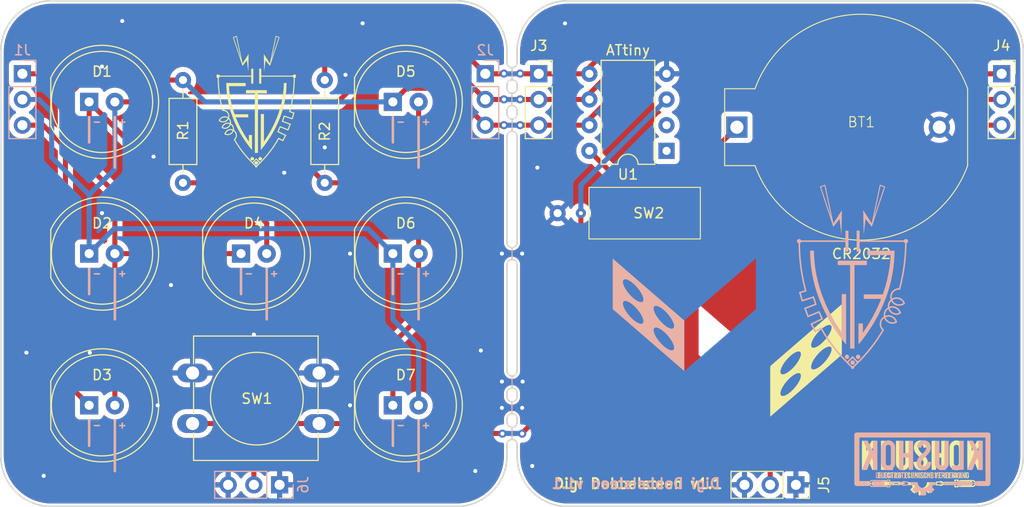
<source format=kicad_pcb>
(kicad_pcb (version 20221018) (generator pcbnew)
  (title_block (date "2025-03-27"))
  (layers (0 "F.Cu" signal) (31 "B.Cu" signal) (34 "B.Paste" user) (35 "F.Paste" user) (36 "B.SilkS" user "B.Silkscreen") (37 "F.SilkS" user "F.Silkscreen") (38 "B.Mask" user) (39 "F.Mask" user) (44 "Edge.Cuts" user))
  (net 0 "")
  (net 1 "GND")
  (net 2 "VCC")
  (net 3 "Net-(D4-A)")
  (net 5 "PB1")
  (net 6 "PB2")
  (net 7 "PB0")
  (net 8 "PB4")
  (net 9 "Net-(D1-K)")
  (net 10 "PB5")
  (footprint "Connector_PinSocket_2.54mm:PinSocket_1x03_P2.54mm_Vertical" (layer "F.Cu") (at 103.14 82.22)
    (fp_text reference "J3")
    (fp_text value "Conn_01x03_Socket" hide)
  )
  (footprint "LED_THT:LED_D10.0mm" (layer "F.Cu") (at 88.73 85)
    (fp_text reference "D5")
    (fp_text value "LED")
  )
  (footprint "Resistor_THT:R_Axial_DIN0207_L6.3mm_D2.5mm_P10.16mm_Horizontal" (layer "F.Cu") (at 82 93 90)
    (fp_text reference "R2")
    (fp_text value "100R")
  )
  (footprint "LED_THT:LED_D10.0mm" (layer "F.Cu") (at 58.73 85)
    (fp_text reference "D1")
    (fp_text value "LED")
  )
  (footprint "LED_THT:LED_D10.0mm" (layer "F.Cu") (at 58.73 115)
    (fp_text reference "D3")
    (fp_text value "LED")
  )
  (footprint "Package_DIP:DIP-8_W7.62mm" (layer "F.Cu") (at 115.76 89.84 180)
    (fp_text reference "U1")
    (fp_text value "ATtiny")
  )
  (footprint "Resistor_THT:R_Axial_DIN0207_L6.3mm_D2.5mm_P10.16mm_Horizontal" (layer "F.Cu") (at 68 82.84 -90)
    (fp_text reference "R1")
    (fp_text value "100R")
  )
  (footprint "lib:cr2032" (layer "F.Cu") (at 135 87.5)
    (fp_text reference "BT1")
    (fp_text value "Battery")
  )
  (footprint "LED_THT:LED_D10.0mm" (layer "F.Cu") (at 73.73 100)
    (fp_text reference "D4")
    (fp_text value "LED")
  )
  (footprint "LED_THT:LED_D10.0mm" (layer "F.Cu") (at 88.73 100)
    (fp_text reference "D6")
    (fp_text value "LED")
  )
  (footprint "lib:Art" (layer "F.Cu") (at 126 107.5)
    (fp_text reference "Ref**" hide)
    (fp_text value "Val**" hide)
  )
  (footprint "lib:SW-18020P" (layer "F.Cu") (at 105 96)
    (fp_text reference "SW2")
    (fp_text value "SW-18020P")
  )
  (footprint "LED_THT:LED_D10.0mm" (layer "F.Cu") (at 88.73 115)
    (fp_text reference "D7")
    (fp_text value "LED")
  )
  (footprint "Connector_PinSocket_2.54mm:PinSocket_1x03_P2.54mm_Vertical" (layer "F.Cu") (at 128.54 122.86 -90)
    (fp_text reference "J5")
    (fp_text value "Conn_01x03_Socket" hide)
  )
  (footprint "Button_Switch_THT:SW_PUSH-12mm" (layer "F.Cu") (at 68.944 111.8)
    (fp_text reference "SW1")
    (fp_text value "SW_Push")
  )
  (footprint "Connector_PinSocket_2.54mm:PinSocket_1x03_P2.54mm_Vertical" (layer "F.Cu") (at 148.86 82.22)
    (fp_text reference "J4")
    (fp_text value "Conn_01x03_Socket" hide)
  )
  (footprint "LED_THT:LED_D10.0mm" (layer "F.Cu") (at 58.73 100)
    (fp_text reference "D2")
    (fp_text value "LED")
  )
  (footprint "Connector_PinHeader_2.54mm:PinHeader_1x03_P2.54mm_Vertical" (layer "B.Cu") (at 97.86 82.22 180)
    (fp_text reference "J2")
    (fp_text value "Conn_01x03_Pin" hide)
  )
  (footprint "Connector_PinHeader_2.54mm:PinHeader_1x03_P2.54mm_Vertical" (layer "B.Cu") (at 52.14 82.22 180)
    (fp_text reference "J1")
    (fp_text value "Conn_01x03_Pin" hide)
  )
  (footprint "Connector_PinHeader_2.54mm:PinHeader_1x03_P2.54mm_Vertical" (layer "B.Cu") (at 77.54 122.86 90)
    (fp_text reference "J6")
    (fp_text value "Conn_01x03_Pin" hide)
  )
  (footprint "lib:Art" (layer "B.Cu") (at 117.515074 102.988567 180)
    (fp_text reference "Ref**" hide)
    (fp_text value "Val**" hide)
  )
  (gr_line (start 144.113606 122.710725) (end 144.113094 122.712224) (stroke (width 0.1)) (layer "B.SilkS"))
  (gr_line (start 137.206017 122.612838) (end 137.204688 122.614334) (stroke (width 0.1)) (layer "B.SilkS"))
  (gr_line (start 137.201775 122.61716) (end 137.200197 122.618485) (stroke (width 0.1)) (layer "B.SilkS"))
  (gr_line (start 135.801048 122.787548) (end 135.805367 122.803018) (stroke (width 0.1)) (layer "B.SilkS"))
  (gr_line (start 133.728132 110.18051) (end 133.726832 110.173251) (stroke (width 0.1)) (layer "B.SilkS"))
  (gr_line (start 136.178344 122.881389) (end 136.178161 122.879444) (stroke (width 0.1)) (layer "B.SilkS"))
  (gr_line (start 144.652762 122.593636) (end 144.652745 122.593101) (stroke (width 0.1)) (layer "B.SilkS"))
  (gr_line (start 144.119902 122.743593) (end 144.120967 122.744719) (stroke (width 0.1)) (layer "B.SilkS"))
  (gr_line (start 136.200787 122.623885) (end 136.198849 122.622894) (stroke (width 0.1)) (layer "B.SilkS"))
  (gr_line (start 143.319209 122.711356) (end 143.319593 122.710874) (stroke (width 0.1)) (layer "B.SilkS"))
  (gr_line (start 128.973929 98.857636) (end 128.978047 98.851851) (stroke (width 0.1)) (layer "B.SilkS"))
  (gr_line (start 137.505447 122.467215) (end 137.503486 122.470578) (stroke (width 0.1)) (layer "B.SilkS"))
  (gr_line (start 144.381534 122.753127) (end 144.383031 122.75364) (stroke (width 0.1)) (layer "B.SilkS"))
  (gr_line (start 137.478572 122.951334) (end 137.482022 122.953736) (stroke (width 0.1)) (layer "B.SilkS"))
  (gr_line (start 137.209477 122.741632) (end 137.20843 122.743277) (stroke (width 0.1)) (layer "B.SilkS"))
  (gr_line (start 134.777431 110.089122) (end 134.771855 110.084737) (stroke (width 0.1)) (layer "B.SilkS"))
  (gr_line (start 143.321785 122.667884) (end 143.319232 122.668329) (stroke (width 0.1)) (layer "B.SilkS"))
  (gr_line (start 144.652882 122.595201) (end 144.65283 122.594686) (stroke (width 0.1)) (layer "B.SilkS"))
  (gr_line (start 144.117937 122.741193) (end 144.118891 122.742417) (stroke (width 0.1)) (layer "B.SilkS"))
  (gr_line (start 77 102.25) (end 77 101.75) (stroke (width 0.15)) (layer "B.SilkS"))
  (gr_line (start 136.178079 122.595154) (end 136.177896 122.593213) (stroke (width 0.1)) (layer "B.SilkS"))
  (gr_line (start 144.672725 122.614488) (end 144.671883 122.614398) (stroke (width 0.1)) (layer "B.SilkS"))
  (gr_line (start 137.207333 122.705294) (end 137.208479 122.706891) (stroke (width 0.1)) (layer "B.SilkS"))
  (gr_line (start 136.179592 122.887039) (end 136.179063 122.885189) (stroke (width 0.1)) (layer "B.SilkS"))
  (gr_line (start 128.733423 98.686983) (end 128.729581 98.69297) (stroke (width 0.1)) (layer "B.SilkS"))
  (gr_line (start 143.316758 122.721011) (end 143.316676 122.720374) (stroke (width 0.1)) (layer "B.SilkS"))
  (gr_line (start 133.43644 110.18051) (end 133.4355 110.187887) (stroke (width 0.1)) (layer "B.SilkS"))
  (gr_line (start 136.223172 122.839369) (end 136.225618 122.839319) (stroke (width 0.1)) (layer "B.SilkS"))
  (gr_line (start 144.664103 122.611876) (end 144.663403 122.611474) (stroke (width 0.1)) (layer "B.SilkS"))
  (gr_line (start 133.691454 110.302083) (end 133.696096 110.296728) (stroke (width 0.1)) (layer "B.SilkS"))
  (gr_line (start 144.176172 122.722157) (end 144.176135 122.72049) (stroke (width 0.1)) (layer "B.SilkS"))
  (gr_line (start 144.386117 122.75445) (end 144.387703 122.754741) (stroke (width 0.1)) (layer "B.SilkS"))
  (gr_line (start 92 117.25) (end 92 116.75) (stroke (width 0.15)) (layer "B.SilkS"))
  (gr_line (start 137.212708 122.715541) (end 137.213232 122.717386) (stroke (width 0.1)) (layer "B.SilkS"))
  (gr_line (start 137.514158 123.017924) (end 137.514692 123.019768) (stroke (width 0.1)) (layer "B.SilkS"))
  (gr_line (start 136.216043 122.840097) (end 136.218382 122.839761) (stroke (width 0.1)) (layer "B.SilkS"))
  (gr_line (start 137.342369 122.965166) (end 137.345239 122.962261) (stroke (width 0.1)) (layer "B.SilkS"))
  (gr_line (start 144.132891 122.691609) (end 144.131423 122.692178) (stroke (width 0.1)) (layer "B.SilkS"))
  (gr_line (start 128.709889 98.746984) (end 128.708949 98.75436) (stroke (width 0.1)) (layer "B.SilkS"))
  (gr_line (start 143.344663 122.768445) (end 143.347066 122.767639) (stroke (width 0.1)) (layer "B.SilkS"))
  (gr_line (start 137.403986 122.934795) (end 137.408639 122.934291) (stroke (width 0.1)) (layer "B.SilkS"))
  (gr_line (start 139.012631 122.637636) (end 139.01042 122.640765) (stroke (width 0.1)) (layer "B.SilkS"))
  (gr_line (start 128.719801 98.826794) (end 128.722761 98.833327) (stroke (width 0.1)) (layer "B.SilkS"))
  (gr_line (start 143.336123 122.708105) (end 143.336643 122.708437) (stroke (width 0.1)) (layer "B.SilkS"))
  (gr_line (start 139.387763 98.915248) (end 139.395138 98.916188) (stroke (width 0.1)) (layer "B.SilkS"))
  (gr_line (start 137.214154 122.591511) (end 137.214092 122.593473) (stroke (width 0.1)) (layer "B.SilkS"))
  (gr_line (start 144.360833 122.717838) (end 144.360619 122.719454) (stroke (width 0.1)) (layer "B.SilkS"))
  (gr_line (start 144.694659 122.849661) (end 144.6949 122.850711) (stroke (width 0.1)) (layer "B.SilkS"))
  (gr_line (start 143.317189 122.722857) (end 143.317015 122.722254) (stroke (width 0.1)) (layer "B.SilkS"))
  (gr_line (start 143.278296 122.726717) (end 143.278746 122.72926) (stroke (width 0.1)) (layer "B.SilkS"))
  (gr_line (start 128.996638 98.813247) (end 128.99863 98.806251) (stroke (width 0.1)) (layer "B.SilkS"))
  (gr_line (start 144.661405 122.610123) (end 144.660775 122.609625) (stroke (width 0.1)) (layer "B.SilkS"))
  (gr_line (start 137.206095 122.703745) (end 137.207333 122.705294) (stroke (width 0.1)) (layer "B.SilkS"))
  (gr_line (start 143.915481 122.746052) (end 143.916653 122.74504) (stroke (width 0.1)) (layer "B.SilkS"))
  (gr_line (start 144.777642 122.851109) (end 144.777887 122.850063) (stroke (width 0.1)) (layer "B.SilkS"))
  (gr_line (start 139.623841 122.830391) (end 139.624387 122.828715) (stroke (width 0.1)) (layer "B.SilkS"))
  (gr_line (start 137.437253 122.935435) (end 137.441852 122.936288) (stroke (width 0.1)) (layer "B.SilkS"))
  (gr_line (start 143.926944 122.71627) (end 143.926666 122.714677) (stroke (width 0.1)) (layer "B.SilkS"))
  (gr_line (start 128.892561 98.912299) (end 128.899558 98.910308) (stroke (width 0.1)) (layer "B.SilkS"))
  (gr_line (start 139.615075 122.843898) (end 139.616364 122.842562) (stroke (width 0.1)) (layer "B.SilkS"))
  (gr_line (start 144.652024 122.851859) (end 144.652108 122.851357) (stroke (width 0.1)) (layer "B.SilkS"))
  (gr_line (start 134.81957 110.145568) (end 134.816611 110.139033) (stroke (width 0.1)) (layer "B.SilkS"))
  (gr_line (start 136.204849 122.625644) (end 136.202788 122.624803) (stroke (width 0.1)) (layer "B.SilkS"))
  (gr_line (start 144.669419 122.613942) (end 144.668619 122.613731) (stroke (width 0.1)) (layer "B.SilkS"))
  (gr_line (start 143.917775 122.743973) (end 143.918845 122.742855) (stroke (width 0.1)) (layer "B.SilkS"))
  (gr_line (start 134.626265 110.338863) (end 134.632963 110.341509) (stroke (width 0.1)) (layer "B.SilkS"))
  (gr_line (start 136.178644 122.871671) (end 136.17906 122.869796) (stroke (width 0.1)) (layer "B.SilkS"))
  (gr_line (start 137.321575 123.019659) (end 137.32191 123.018506) (stroke (width 0.1)) (layer "B.SilkS"))
  (gr_line (start 135.911663 122.494515) (end 135.89775 122.506218) (stroke (width 0.1)) (layer "B.SilkS"))
  (gr_line (start 137.556047 123.048144) (end 137.558466 123.048291) (stroke (width 0.1)) (layer "B.SilkS"))
  (gr_line (start 128.991669 98.712044) (end 128.98871 98.70551) (stroke (width 0.1)) (layer "B.SilkS"))
  (gr_line (start 136.215893 122.553916) (end 136.218244 122.553583) (stroke (width 0.1)) (layer "B.SilkS"))
  (gr_line (start 143.92406 122.735162) (end 143.92471 122.733735) (stroke (width 0.1)) (layer "B.SilkS"))
  (gr_line (start 139.548779 98.820098) (end 139.551103 98.813247) (stroke (width 0.1)) (layer "B.SilkS"))
  (gr_line (start 136.187352 122.568474) (end 136.188758 122.567029) (stroke (width 0.1)) (layer "B.SilkS"))
  (gr_line (start 133.708441 110.126491) (end 133.704598 110.120503) (stroke (width 0.1)) (layer "B.SilkS"))
  (gr_line (start 136.223171 122.686714) (end 136.225618 122.686655) (stroke (width 0.1)) (layer "B.SilkS"))
  (gr_line (start 134.830423 110.187887) (end 134.829482 110.18051) (stroke (width 0.1)) (layer "B.SilkS"))
  (gr_line (start 136.207084 122.689684) (end 136.209248 122.689001) (stroke (width 0.1)) (layer "B.SilkS"))
  (gr_line (start 147.5 117.927225) (end 147.5 122.72412) (stroke (width 0.476249)) (layer "B.SilkS"))
  (gr_line (start 136.082194 123.018475) (end 136.238367 123.023417) (stroke (width 0.1)) (layer "B.SilkS"))
  (gr_line (start 139.61758 122.84118) (end 139.61872 122.839754) (stroke (width 0.1)) (layer "B.SilkS"))
  (gr_line (start 144.686658 122.837644) (end 144.687476 122.838295) (stroke (width 0.1)) (layer "B.SilkS"))
  (gr_poly (pts (xy 146.036532 122.796812) (xy 146.037325 122.796653) (xy 146.037325 122.796812) (xy 146.061614 122.792737) (xy 146.211051 122.768554) (xy 146.211315 122.69029) (xy 146.037008 122.660869)) (fill solid) (layer "B.SilkS"))
  (gr_line (start 137.194943 122.560865) (end 137.196746 122.561998) (stroke (width 0.1)) (layer "B.SilkS"))
  (gr_line (start 139.454022 98.910308) (end 139.460874 98.907985) (stroke (width 0.1)) (layer "B.SilkS"))
  (gr_line (start 137.394869 122.936373) (end 137.399394 122.935491) (stroke (width 0.1)) (layer "B.SilkS"))
  (gr_line (start 137.778529 122.401616) (end 137.77395 122.400675) (stroke (width 0.1)) (layer "B.SilkS"))
  (gr_line (start 137.166476 122.553252) (end 137.168918 122.553306) (stroke (width 0.1)) (layer "B.SilkS"))
  (gr_line (start 137.512674 122.445642) (end 137.512045 122.449376) (stroke (width 0.1)) (layer "B.SilkS"))
  (gr_line (start 143.326311 122.706661) (end 143.326933 122.706521) (stroke (width 0.1)) (layer "B.SilkS"))
  (gr_line (start 144.128384 122.750305) (end 144.129773 122.751022) (stroke (width 0.1)) (layer "B.SilkS"))
  (gr_line (start 144.112587 122.729915) (end 144.113015 122.73145) (stroke (width 0.1)) (layer "B.SilkS"))
  (gr_line (start 128.717155 98.820098) (end 128.719801 98.826794) (stroke (width 0.1)) (layer "B.SilkS"))
  (gr_line (start 139.543174 98.833327) (end 139.546133 98.826794) (stroke (width 0.1)) (layer "B.SilkS"))
  (gr_line (start 128.98871 98.70551) (end 128.985447 98.699149) (stroke (width 0.1)) (layer "B.SilkS"))
  (gr_line (start 139.509351 98.66025) (end 139.503994 98.655609) (stroke (width 0.1)) (layer "B.SilkS"))
  (gr_line (start 144.418569 122.74221) (end 144.419474 122.740947) (stroke (width 0.1)) (layer "B.SilkS"))
  (gr_line (start 139.460874 98.630844) (end 139.454022 98.628521) (stroke (width 0.1)) (layer "B.SilkS"))
  (gr_line (start 128.746568 98.670265) (end 128.741926 98.675621) (stroke (width 0.1)) (layer "B.SilkS"))
  (gr_line (start 143.367623 122.753892) (end 143.369258 122.75202) (stroke (width 0.1)) (layer "B.SilkS"))
  (gr_line (start 143.8631 122.72584) (end 143.86338 122.727427) (stroke (width 0.1)) (layer "B.SilkS"))
  (gr_line (start 143.364355 122.680877) (end 143.362484 122.679248) (stroke (width 0.1)) (layer "B.SilkS"))
  (gr_line (start 91.27 86.5) (end 91.27 91.5) (stroke (width 0.25)) (layer "B.SilkS"))
  (gr_line (start 144.169837 122.702761) (end 144.168885 122.701535) (stroke (width 0.1)) (layer "B.SilkS"))
  (gr_line (start 143.920821 122.74047) (end 143.921723 122.739207) (stroke (width 0.1)) (layer "B.SilkS"))
  (gr_line (start 137.496939 122.967569) (end 137.499413 122.970668) (stroke (width 0.1)) (layer "B.SilkS"))
  (gr_line (start 136.179058 122.73256) (end 136.178643 122.73068) (stroke (width 0.1)) (layer "B.SilkS"))
  (gr_line (start 137.527189 123.037188) (end 137.530581 123.039646) (stroke (width 0.1)) (layer "B.SilkS"))
  (gr_line (start 136.213688 122.761765) (end 136.211427 122.761254) (stroke (width 0.1)) (layer "B.SilkS"))
  (gr_line (start 143.378924 122.703794) (end 143.378115 122.701391) (stroke (width 0.1)) (layer "B.SilkS"))
  (gr_line (start 137.201916 122.903341) (end 137.200336 122.904665) (stroke (width 0.1)) (layer "B.SilkS"))
  (gr_line (start 143.885339 122.751844) (end 143.886867 122.75229) (stroke (width 0.1)) (layer "B.SilkS"))
  (gr_line (start 137.213605 122.597319) (end 137.213186 122.599197) (stroke (width 0.1)) (layer "B.SilkS"))
  (gr_line (start 144.681934 122.613246) (end 144.680923 122.61359) (stroke (width 0.1)) (layer "B.SilkS"))
  (gr_line (start 144.653018 122.847938) (end 144.653374 122.846983) (stroke (width 0.1)) (layer "B.SilkS"))
  (gr_line (start 143.865246 122.733482) (end 143.865889 122.734912) (stroke (width 0.1)) (layer "B.SilkS"))
  (gr_line (start 144.125929 122.695119) (end 144.12466 122.696012) (stroke (width 0.1)) (layer "B.SilkS"))
  (gr_line (start 137.198582 122.849415) (end 137.200237 122.850677) (stroke (width 0.1)) (layer "B.SilkS"))
  (gr_line (start 139.265654 98.79912) (end 139.267305 98.806251) (stroke (width 0.1)) (layer "B.SilkS"))
  (gr_line (start 144.397749 122.690967) (end 144.396129 122.690758) (stroke (width 0.1)) (layer "B.SilkS"))
  (gr_line (start 139.280488 98.699149) (end 139.277225 98.70551) (stroke (width 0.1)) (layer "B.SilkS"))
  (gr_line (start 133.632961 110.341509) (end 133.639658 110.338863) (stroke (width 0.1)) (layer "B.SilkS"))
  (gr_line (start 143.906038 122.751443) (end 143.907506 122.750868) (stroke (width 0.1)) (layer "B.SilkS"))
  (gr_line (start 128.711189 98.739725) (end 128.709889 98.746984) (stroke (width 0.1)) (layer "B.SilkS"))
  (gr_line (start 134.276293 110.828283) (end 134.278939 110.821587) (stroke (width 0.1)) (layer "B.SilkS"))
  (gr_line (start 144.175184 122.71406) (end 144.174755 122.712522) (stroke (width 0.1)) (layer "B.SilkS"))
  (gr_line (start 137.213642 122.719265) (end 137.213934 122.721173) (stroke (width 0.1)) (layer "B.SilkS"))
  (gr_line (start 136.178646 122.883305) (end 136.178344 122.881389) (stroke (width 0.1)) (layer "B.SilkS"))
  (gr_line (start 139.588357 122.857094) (end 139.590492 122.856684) (stroke (width 0.1)) (layer "B.SilkS"))
  (gr_line (start 143.328155 122.731794) (end 143.327513 122.731705) (stroke (width 0.1)) (layer "B.SilkS"))
  (gr_line (start 139.59664 122.855005) (end 139.598598 122.854304) (stroke (width 0.1)) (layer "B.SilkS"))
  (gr_line (start 143.333816 122.731097) (end 143.333225 122.731299) (stroke (width 0.1)) (layer "B.SilkS"))
  (gr_line (start 144.114728 122.735857) (end 144.115435 122.737253) (stroke (width 0.1)) (layer "B.SilkS"))
  (gr_line (start 139.454022 98.628521) (end 139.447026 98.62653) (stroke (width 0.1)) (layer "B.SilkS"))
  (gr_line (start 144.652561 122.849386) (end 144.652702 122.848901) (stroke (width 0.1)) (layer "B.SilkS"))
  (gr_line (start 139.625119 122.623808) (end 139.624769 122.622078) (stroke (width 0.1)) (layer "B.SilkS"))
  (gr_line (start 135.962888 122.459629) (end 135.952145 122.466006) (stroke (width 0.1)) (layer "B.SilkS"))
  (gr_line (start 144.134158 122.752764) (end 144.135686 122.753202) (stroke (width 0.1)) (layer "B.SilkS"))
  (gr_line (start 128.726023 98.699149) (end 128.722761 98.70551) (stroke (width 0.1)) (layer "B.SilkS"))
  (gr_line (start 144.418714 122.703595) (end 144.417758 122.702374) (stroke (width 0.1)) (layer "B.SilkS"))
  (gr_line (start 143.341894 122.722292) (end 143.341715 122.722895) (stroke (width 0.1)) (layer "B.SilkS"))
  (gr_line (start 134.266513 110.847354) (end 134.270071 110.841176) (stroke (width 0.1)) (layer "B.SilkS"))
  (gr_line (start 134.553925 110.273203) (end 134.557482 110.279381) (stroke (width 0.1)) (layer "B.SilkS"))
  (gr_line (start 144.672509 122.833252) (end 144.673642 122.833224) (stroke (width 0.1)) (layer "B.SilkS"))
  (gr_line (start 144.651787 122.854973) (end 144.651794 122.85444) (stroke (width 0.1)) (layer "B.SilkS"))
  (gr_line (start 139.305921 98.873693) (end 139.311049 98.878581) (stroke (width 0.1)) (layer "B.SilkS"))
  (gr_line (start 143.319593 122.710874) (end 143.319999 122.710412) (stroke (width 0.1)) (layer "B.SilkS"))
  (gr_line (start 139.373373 98.62653) (end 139.366377 98.628521) (stroke (width 0.1)) (layer "B.SilkS"))
  (gr_line (start 133.994513 110.793356) (end 133.995813 110.800612) (stroke (width 0.1)) (layer "B.SilkS"))
  (gr_line (start 144.150259 122.753589) (end 144.151824 122.753234) (stroke (width 0.1)) (layer "B.SilkS"))
  (gr_line (start 143.916816 122.697254) (end 143.915648 122.696235) (stroke (width 0.1)) (layer "B.SilkS"))
  (gr_line (start 73.73 101.5) (end 73.73 104) (stroke (width 0.25)) (layer "B.SilkS"))
  (gr_line (start 134.283254 110.73409) (end 134.281262 110.727092) (stroke (width 0.1)) (layer "B.SilkS"))
  (gr_line (start 137.171328 122.553458) (end 137.173705 122.553704) (stroke (width 0.1)) (layer "B.SilkS"))
  (gr_line (start 136.178344 122.873576) (end 136.178644 122.871671) (stroke (width 0.1)) (layer "B.SilkS"))
  (gr_line (start 139.030551 122.616782) (end 139.027735 122.619641) (stroke (width 0.1)) (layer "B.SilkS"))
  (gr_line (start 139.622476 122.833653) (end 139.623203 122.832038) (stroke (width 0.1)) (layer "B.SilkS"))
  (gr_line (start 135.911769 122.953037) (end 135.916 122.95624) (stroke (width 0.1)) (layer "B.SilkS"))
  (gr_line (start 137.195055 122.847086) (end 137.196854 122.848217) (stroke (width 0.1)) (layer "B.SilkS"))
  (gr_line (start 144.176135 122.72049) (end 144.176016 122.718845) (stroke (width 0.1)) (layer "B.SilkS"))
  (gr_line (start 136.190387 122.750507) (end 136.188898 122.749126) (stroke (width 0.1)) (layer "B.SilkS"))
  (gr_line (start 143.884021 122.69066) (end 143.882558 122.691236) (stroke (width 0.1)) (layer "B.SilkS"))
  (gr_line (start 134.184182 110.911805) (end 134.191033 110.909481) (stroke (width 0.1)) (layer "B.SilkS"))
  (gr_line (start 144.694081 122.60218) (end 144.693594 122.603117) (stroke (width 0.1)) (layer "B.SilkS"))
  (gr_line (start 100.5 118.38) (end 100.5 117.18) (stroke (width 0.1)) (layer "B.SilkS"))
  (gr_line (start 144.380071 122.752543) (end 144.381534 122.753127) (stroke (width 0.1)) (layer "B.SilkS"))
  (gr_line (start 143.341271 122.724064) (end 143.341007 122.724628) (stroke (width 0.1)) (layer "B.SilkS"))
  (gr_line (start 137.799541 123.035582) (end 137.80106 123.034185) (stroke (width 0.1)) (layer "B.SilkS"))
  (gr_line (start 139.243667 122.89176) (end 139.583974 122.857681) (stroke (width 0.1)) (layer "B.SilkS"))
  (gr_line (start 144.368766 122.744472) (end 144.369833 122.745595) (stroke (width 0.1)) (layer "B.SilkS"))
  (gr_line (start 136.179972 122.602607) (end 136.179331 122.600795) (stroke (width 0.1)) (layer "B.SilkS"))
  (gr_line (start 139.155562 122.892812) (end 139.169228 122.894622) (stroke (width 0.1)) (layer "B.SilkS"))
  (gr_line (start 137.21041 122.606357) (end 137.209456 122.608047) (stroke (width 0.1)) (layer "B.SilkS"))
  (gr_line (start 139.616337 122.606528) (end 139.615048 122.60519) (stroke (width 0.1)) (layer "B.SilkS"))
  (gr_line (start 137.214066 122.881627) (end 137.213763 122.883532) (stroke (width 0.1)) (layer "B.SilkS"))
  (gr_line (start 143.319954 122.727631) (end 143.31955 122.727169) (stroke (width 0.1)) (layer "B.SilkS"))
  (gr_line (start 144.693212 122.845671) (end 144.693644 122.846634) (stroke (width 0.1)) (layer "B.SilkS"))
  (gr_line (start 139.609221 122.848745) (end 139.610784 122.847612) (stroke (width 0.1)) (layer "B.SilkS"))
  (gr_line (start 137.521267 122.416685) (end 137.520036 122.418235) (stroke (width 0.1)) (layer "B.SilkS"))
  (gr_line (start 133.487075 110.315556) (end 133.491984 110.319537) (stroke (width 0.1)) (layer "B.SilkS"))
  (gr_line (start 143.283903 122.743492) (end 143.285143 122.745662) (stroke (width 0.1)) (layer "B.SilkS"))
  (gr_line (start 137.811963 123.014053) (end 137.812154 123.012181) (stroke (width 0.1)) (layer "B.SilkS"))
  (gr_line (start 137.34126 122.482721) (end 137.338978 122.480075) (stroke (width 0.1)) (layer "B.SilkS"))
  (gr_line (start 133.993573 110.755859) (end 133.993002 110.763343) (stroke (width 0.1)) (layer "B.SilkS"))
  (gr_line (start 143.360535 122.677709) (end 143.358513 122.676263) (stroke (width 0.1)) (layer "B.SilkS"))
  (gr_line (start 143.364097 122.757391) (end 143.365902 122.755683) (stroke (width 0.1)) (layer "B.SilkS"))
  (gr_line (start 139.624323 122.620374) (end 139.623783 122.618698) (stroke (width 0.1)) (layer "B.SilkS"))
  (gr_line (start 137.555742 122.400044) (end 137.553365 122.400287) (stroke (width 0.1)) (layer "B.SilkS"))
  (gr_line (start 144.127241 122.694288) (end 144.125929 122.695119) (stroke (width 0.1)) (layer "B.SilkS"))
  (gr_line (start 136.178635 122.719049) (end 136.179045 122.717169) (stroke (width 0.1)) (layer "B.SilkS"))
  (gr_line (start 144.369833 122.745595) (end 144.370951 122.746666) (stroke (width 0.1)) (layer "B.SilkS"))
  (gr_line (start 144.405213 122.752612) (end 144.406648 122.751968) (stroke (width 0.1)) (layer "B.SilkS"))
  (gr_line (start 144.65283 122.594686) (end 144.65279 122.594164) (stroke (width 0.1)) (layer "B.SilkS"))
  (gr_line (start 137.324612 122.452383) (end 137.323568 122.451515) (stroke (width 0.1)) (layer "B.SilkS"))
  (gr_line (start 139.625672 122.819952) (end 139.625567 122.629134) (stroke (width 0.1)) (layer "B.SilkS"))
  (gr_poly (pts (xy 138.497751 121.712636) (xy 138.657741 121.712636) (xy 138.657741 121.869525) (xy 138.541159 121.869525) (xy 138.541159 121.956962) (xy 138.657742 121.956962) (xy 138.657742 122.113852) (xy 138.497751 122.113852) (xy 138.497751 122.200668) (xy 138.744558 122.200668) (xy 138.744558 121.625819) (xy 138.497751 121.625819)) (fill solid) (layer "B.SilkS"))
  (gr_line (start 139.327767 98.891722) (end 139.333755 98.895563) (stroke (width 0.1)) (layer "B.SilkS"))
  (gr_line (start 139.556045 98.746984) (end 139.554745 98.739725) (stroke (width 0.1)) (layer "B.SilkS"))
  (gr_line (start 144.780376 122.844227) (end 144.78095 122.843342) (stroke (width 0.1)) (layer "B.SilkS"))
  (gr_line (start 139.625197 122.825279) (end 139.625456 122.823525) (stroke (width 0.1)) (layer "B.SilkS"))
  (gr_line (start 143.332692 122.706665) (end 143.333297 122.706836) (stroke (width 0.1)) (layer "B.SilkS"))
  (gr_line (start 143.32931 122.770718) (end 143.331963 122.77066) (stroke (width 0.1)) (layer "B.SilkS"))
  (gr_line (start 139.165307 122.554697) (end 139.154993 122.556137) (stroke (width 0.1)) (layer "B.SilkS"))
  (gr_line (start 133.993002 110.778504) (end 133.993573 110.785984) (stroke (width 0.1)) (layer "B.SilkS"))
  (gr_line (start 143.341715 122.722895) (end 143.341507 122.723486) (stroke (width 0.1)) (layer "B.SilkS"))
  (gr_line (start 137.213906 122.587593) (end 137.214091 122.589539) (stroke (width 0.1)) (layer "B.SilkS"))
  (gr_line (start 137.189212 122.625057) (end 137.185043 122.626664) (stroke (width 0.1)) (layer "B.SilkS"))
  (gr_line (start 137.517903 123.026766) (end 137.518959 123.028409) (stroke (width 0.1)) (layer "B.SilkS"))
  (gr_poly (pts (xy 144.513092 122.544934) (xy 143.25611 122.540383) (xy 143.250626 122.540502) (xy 143.245213 122.540895) (xy 143.239877 122.541555) (xy 143.234624 122.542475) (xy 143.229462 122.543648) (xy 143.224398 122.545068) (xy 143.219438 122.546728) (xy 143.214588 122.548621) (xy 143.209857 122.550741) (xy 143.205249 122.55308) (xy 143.200773 122.555633) (xy 143.196435 122.558393) (xy 143.192242 122.561351) (xy 143.1882 122.564503) (xy 143.184316 122.567842) (xy 143.180598 122.571359) (xy 143.177051 122.57505) (xy 143.173682 122.578907) (xy 143.170499 122.582923) (xy 143.167508 122.587092) (xy 143.164716 122.591407) (xy 143.16213 122.595861) (xy 143.159756 122.600448) (xy 143.1576 122.605161) (xy 143.155671 122.609993) (xy 143.153975 122.614937) (xy 143.152518 122.619987) (xy 143.151307 122.625136) (xy 143.150349 122.630377) (xy 143.14965 122.635704) (xy 143.149218 122.641109) (xy 143.14906 122.646587) (xy 143.149007 122.655954) (xy 142.934218 122.655372) (xy 142.721229 122.692201) (xy 142.720122 122.692418) (xy 142.719035 122.692683) (xy 142.717968 122.692994) (xy 142.716923 122.693349) (xy 142.715901 122.693749) (xy 142.714903 122.69419) (xy 142.713929 122.694673) (xy 142.712981 122.695197) (xy 142.71206 122.695759) (xy 142.711166 122.696359) (xy 142.710301 122.696996) (xy 142.709466 122.697668) (xy 142.708662 122.698374) (xy 142.70789 122.699114) (xy 142.70715 122.699885) (xy 142.706445 122.700688) (xy 142.705774 122.70152) (xy 142.705139 122.70238) (xy 142.704541 122.703268) (xy 142.703981 122.704181) (xy 142.70346 122.70512) (xy 142.702979 122.706082) (xy 142.702539 122.707067) (xy 142.702141 122.708074) (xy 142.701786 122.7091) (xy 142.701475 122.710146) (xy 142.701209 122.71121) (xy 142.700989 122.71229) (xy 142.700817 122.713386) (xy 142.700692 122.714496) (xy 142.700616 122.715619) (xy 142.700591 122.716754) (xy 142.700616 122.717872) (xy 142.700691 122.718982) (xy 142.700815 122.720082) (xy 142.700987 122.721171) (xy 142.701206 122.722247) (xy 142.70147 122.723308) (xy 142.701779 122.724353) (xy 142.702132 122.72538) (xy 142.702528 122.726387) (xy 142.702965 122.727372) (xy 142.703444 122.728334) (xy 142.703962 122.729271) (xy 142.704519 122.730181) (xy 142.705113 122.731063) (xy 142.705744 122.731915) (xy 142.706411 122.732735) (xy 142.707105 122.733562) (xy 142.707836 122.734354) (xy 142.708603 122.735111) (xy 142.709404 122.735833) (xy 142.710238 122.736518) (xy 142.711104 122.737165) (xy 142.712001 122.737774) (xy 142.712927 122.738345) (xy 142.713881 122.738875) (xy 142.714861 122.739366) (xy 142.715867 122.739815) (xy 142.716897 122.740222) (xy 142.717949 122.740586) (xy 142.719023 122.740907) (xy 142.720116 122.741183) (xy 142.721229 122.741414) (xy 142.937128 122.780149) (xy 143.14853 122.780942) (xy 143.148478 122.79015) (xy 143.148602 122.795614) (xy 143.148999 122.80101) (xy 143.149663 122.806329) (xy 143.150587 122.811566) (xy 143.151764 122.816713) (xy 143.153187 122.821764) (xy 143.154851 122.826712) (xy 143.156747 122.83155) (xy 143.15887 122.836271) (xy 143.161212 122.840869) (xy 143.163768 122.845337) (xy 143.16653 122.849667) (xy 143.169491 122.853854) (xy 143.172646 122.85789) (xy 143.175987 122.861769) (xy 143.179507 122.865484) (xy 143.1832 122.869027) (xy 143.187059 122.872393) (xy 143.191078 122.875574) (xy 143.19525 122.878564) (xy 143.199567 122.881355) (xy 143.204024 122.883942) (xy 143.208614 122.886317) (xy 143.213329 122.888473) (xy 143.218164 122.890404) (xy 143.223112 122.892103) (xy 143.228165 122.893563) (xy 143.233318 122.894778) (xy 143.238563 122.895739) (xy 143.243894 122.896442) (xy 143.249305 122.896878) (xy 143.254787 122.897042) (xy 144.511822 122.90154) (xy 144.54389 122.991763) (xy 144.651258 122.992133) (xy 144.694808 122.992398) (xy 144.77667 122.992662) (xy 144.820221 122.992768) (xy 144.936161 122.993191) (xy 144.973891 122.892861) (xy 145.937926 122.89646) (xy 145.941388 122.896377) (xy 145.944806 122.89612) (xy 145.948175 122.895695) (xy 145.951491 122.895104) (xy 145.95475 122.894353) (xy 145.957948 122.893446) (xy 145.96108 122.892387) (xy 145.964142 122.891181) (xy 145.967131 122.889831) (xy 145.97004 122.888342) (xy 145.972867 122.886718) (xy 145.975607 122.884964) (xy 145.978255 122.883084) (xy 145.980809 122.881081) (xy 145.983262 122.878962) (xy 145.985611 122.876729) (xy 145.987852 122.874387) (xy 145.98998 122.87194) (xy 145.991991 122.869393) (xy 145.993881 122.86675) (xy 145.995646 122.864015) (xy 145.997281 122.861192) (xy 145.998781 122.858286) (xy 146.000144 122.855301) (xy 146.001364 122.852242) (xy 146.002437 122.849112) (xy 146.003359 122.845917) (xy 146.004126 122.842659) (xy 146.004733 122.839344) (xy 146.005176 122.835976) (xy 146.005451 122.832559) (xy 146.005554 122.829097) (xy 146.00628 122.6323) (xy 144.485047 122.6323) (xy 144.484822 122.633532) (xy 144.484621 122.634769) (xy 144.484259 122.637254) (xy 144.483908 122.639748) (xy 144.483719 122.640998) (xy 144.483512 122.642248) (xy 144.481531 122.652885) (xy 144.479816 122.66356) (xy 144.478367 122.674267) (xy 144.477188 122.685001) (xy 144.476278 122.695756) (xy 144.47564 122.706527) (xy 144.475275 122.717307) (xy 144.475184 122.728092) (xy 144.47537 122.738875) (xy 144.475832 122.749652) (xy 144.476574 122.760417) (xy 144.477596 122.771163) (xy 144.4789 122.781886) (xy 144.480487 122.792579) (xy 144.482359 122.803238) (xy 144.484517 122.813857) (xy 144.449645 122.813857) (xy 144.285604 122.813222) (xy 144.285886 122.812825) (xy 144.286177 122.812432) (xy 144.286473 122.812045) (xy 144.286774 122.811667) (xy 144.287078 122.811302) (xy 144.287382 122.810952) (xy 144.287685 122.810621) (xy 144.287985 122.810311) (xy 144.288265 122.810034) (xy 144.288549 122.809758) (xy 144.288835 122.809486) (xy 144.289123 122.80922) (xy 144.28941 122.808961) (xy 144.289696 122.808712) (xy 144.28998 122.808473) (xy 144.29026 122.808248) (xy 144.290308 122.808176) (xy 144.290353 122.808102) (xy 144.290394 122.808025) (xy 144.290434 122.807947) (xy 144.290508 122.807786) (xy 144.290578 122.807626) (xy 144.290648 122.80747) (xy 144.290684 122.807396) (xy 144.290722 122.807325) (xy 144.290761 122.807257) (xy 144.290803 122.807194) (xy 144.290847 122.807136) (xy 144.290871 122.807109) (xy 144.290895 122.807083) (xy 144.291845 122.806061) (xy 144.292302 122.805541) (xy 144.292748 122.805015) (xy 144.293182 122.804482) (xy 144.293603 122.803941) (xy 144.294012 122.803393) (xy 144.294408 122.802837) (xy 144.294791 122.802272) (xy 144.29516 122.801698) (xy 144.295516 122.801114) (xy 144.295859 122.80052) (xy 144.296187 122.799916) (xy 144.296502 122.7993) (xy 144.296801 122.798674) (xy 144.297087 122.798035) (xy 144.297096 122.797997) (xy 144.297104 122.797962) (xy 144.297111 122.797931) (xy 144.297117 122.797903) (xy 144.297122 122.797878) (xy 144.297126 122.797855) (xy 144.29713 122.797834) (xy 144.297133 122.797816) (xy 144.297135 122.7978) (xy 144.297137 122.797785) (xy 144.297138 122.797771) (xy 144.297138 122.797759) (xy 144.297139 122.797737) (xy 144.297139 122.797717) (xy 144.298291 122.794862) (xy 144.298835 122.793428) (xy 144.299329 122.791982) (xy 144.29955 122.791253) (xy 144.299751 122.790519) (xy 144.299928 122.789779) (xy 144.300079 122.789033) (xy 144.300201 122.78828) (xy 144.300292 122.787518) (xy 144.300348 122.786749) (xy 144.300367 122.78597) (xy 144.300331 122.784308) (xy 144.300211 122.782667) (xy 144.300012 122.78105) (xy 144.299734 122.779458) (xy 144.299379 122.777894) (xy 144.29895 122.776359) (xy 144.298449 122.774855) (xy 144.297877 122.773386) (xy 144.297237 122.771952) (xy 144.29653 122.770555) (xy 144.295758 122.769198) (xy 144.294924 122.767884) (xy 144.294029 122.766613) (xy 144.293076 122.765388) (xy 144.292066 122.76421) (xy 144.291001 122.763083) (xy 144.289884 122.762008) (xy 144.288716 122.760988) (xy 144.287499 122.760023) (xy 144.286235 122.759117) (xy 144.284926 122.758271) (xy 144.283575 122.757487) (xy 144.282183 122.756768) (xy 144.280752 122.756115) (xy 144.279284 122.755531) (xy 144.277781 122.755017) (xy 144.276245 122.754576) (xy 144.274678 122.754209) (xy 144.273083 122.75392) (xy 144.27146 122.753709) (xy 144.269812 122.753579) (xy 144.268141 122.753532) (xy 144.266489 122.753568) (xy 144.264857 122.753688) (xy 144.263248 122.753887) (xy 144.261664 122.754165) (xy 144.260107 122.754519) (xy 144.258579 122.754948) (xy 144.257081 122.755449) (xy 144.255617 122.75602) (xy 144.254188 122.75666) (xy 144.252796 122.757366) (xy 144.251443 122.758137) (xy 144.250132 122.75897) (xy 144.248864 122.759863) (xy 144.247641 122.760814) (xy 144.246466 122.761822) (xy 144.245341 122.762885) (xy 144.244267 122.764) (xy 144.243246 122.765165) (xy 144.242282 122.766378) (xy 144.241375 122.767638) (xy 144.240529 122.768943) (xy 144.239744 122.77029) (xy 144.239023 122.771677) (xy 144.238368 122.773103) (xy 144.237781 122.774565) (xy 144.237265 122.776061) (xy 144.236821 122.77759) (xy 144.236451 122.77915) (xy 144.236158 122.780738) (xy 144.235943 122.782352) (xy 144.235808 122.783991) (xy 144.235756 122.785652) (xy 144.235773 122.786709) (xy 144.235824 122.787756) (xy 144.235909 122.788793) (xy 144.236026 122.78982) (xy 144.236175 122.790835) (xy 144.236356 122.791839) (xy 144.236568 122.792831) (xy 144.236811 122.793811) (xy 144.237084 122.794778) (xy 144.237387 122.795733) (xy 144.237718 122.796673) (xy 144.238078 122.797599) (xy 144.238881 122.799409) (xy 144.239791 122.801157) (xy 144.240804 122.80284) (xy 144.241916 122.804456) (xy 144.243122 122.806001) (xy 144.244418 122.80747) (xy 144.245799 122.808862) (xy 144.247262 122.810172) (xy 144.248802 122.811397) (xy 144.250414 122.812533) (xy 144.152042 122.812851) (xy 144.036789 122.812375) (xy 144.03707 122.811961) (xy 144.037354 122.811554) (xy 144.037642 122.811156) (xy 144.037934 122.810768) (xy 144.038228 122.810392) (xy 144.038523 122.810031) (xy 144.03882 122.809686) (xy 144.039118 122.809359) (xy 144.039704 122.80882) (xy 144.040275 122.808301) (xy 144.040557 122.808042) (xy 144.040837 122.807781) (xy 144.041115 122.807515) (xy 144.041393 122.807242) (xy 144.041422 122.807222) (xy 144.04145 122.807199) (xy 144.041477 122.807176) (xy 144.041503 122.807151) (xy 144.041552 122.807098) (xy 144.041597 122.80704) (xy 144.04164 122.806979) (xy 144.041681 122.806915) (xy 144.041719 122.806848) (xy 144.041757 122.806779) (xy 144.041831 122.806638) (xy 144.041907 122.806498) (xy 144.041947 122.806429) (xy 144.041989 122.806362) (xy 144.042033 122.806298) (xy 144.042081 122.806237) (xy 144.043029 122.805186) (xy 144.043927 122.80413) (xy 144.044357 122.803597) (xy 144.044775 122.803059) (xy 144.045181 122.802515) (xy 144.045574 122.801964) (xy 144.045955 122.801404) (xy 144.046323 122.800834) (xy 144.046679 122.800252) (xy 144.047022 122.799659) (xy 144.047354 122.799051) (xy 144.047672 122.798429) (xy 144.047979 122.797791) (xy 144.048273 122.797135) (xy 144.048273 122.797093) (xy 144.048273 122.797048) (xy 144.048275 122.797002) (xy 144.048277 122.796979) (xy 144.048279 122.796957) (xy 144.048282 122.796935) (xy 144.048285 122.796914) (xy 144.04829 122.796893) (xy 144.048295 122.796875) (xy 144.048301 122.796857) (xy 144.048304 122.796849) (xy 144.048308 122.796842) (xy 144.048312 122.796835) (xy 144.048316 122.796828) (xy 144.048321 122.796823) (xy 144.048325 122.796817) (xy 144.0489 122.795421) (xy 144.049461 122.794006) (xy 144.04999 122.792572) (xy 144.050468 122.791116) (xy 144.050683 122.790379) (xy 144.050877 122.789635) (xy 144.051049 122.788884) (xy 144.051198 122.788126) (xy 144.051319 122.787361) (xy 144.051411 122.786588) (xy 144.051473 122.785807) (xy 144.0515 122.785017) (xy 144.051463 122.78336) (xy 144.051344 122.781725) (xy 144.051143 122.780112) (xy 144.050864 122.778525) (xy 144.050509 122.776965) (xy 144.050079 122.775435) (xy 144.049576 122.773936) (xy 144.049003 122.77247) (xy 144.048362 122.77104) (xy 144.047654 122.769647) (xy 144.046881 122.768294) (xy 144.046046 122.766982) (xy 144.04515 122.765714) (xy 144.044196 122.764491) (xy 144.043186 122.763316) (xy 144.042121 122.76219) (xy 144.041004 122.761116) (xy 144.039836 122.760096) (xy 144.03862 122.759131) (xy 144.037357 122.758224) (xy 144.036051 122.757377) (xy 144.034702 122.756592) (xy 144.033312 122.75587) (xy 144.031885 122.755214) (xy 144.030421 122.754626) (xy 144.028923 122.754108) (xy 144.027392 122.753662) (xy 144.025831 122.753289) (xy 144.024243 122.752993) (xy 144.022628 122.752774) (xy 144.020988 122.752635) (xy 144.019327 122.752579) (xy 144.017674 122.752616) (xy 144.016042 122.752736) (xy 144.014433 122.752937) (xy 144.012848 122.753217) (xy 144.01129 122.753574) (xy 144.00976 122.754006) (xy 144.008261 122.75451) (xy 144.006796 122.755085) (xy 144.005365 122.755729) (xy 144.003971 122.75644) (xy 144.002617 122.757215) (xy 144.001304 122.758053) (xy 144.000034 122.758952) (xy 143.99881 122.759909) (xy 143.997633 122.760923) (xy 143.996507 122.761992) (xy 143.995431 122.763113) (xy 143.99441 122.764284) (xy 143.993445 122.765504) (xy 143.992538 122.766771) (xy 143.991691 122.768082) (xy 143.990906 122.769436) (xy 143.990186 122.770829) (xy 143.989532 122.772262) (xy 143.988946 122.77373) (xy 143.988431 122.775233) (xy 143.987989 122.776768) (xy 143.987622 122.778334) (xy 143.987331 122.779928) (xy 143.98712 122.781548) (xy 143.986989 122.783192) (xy 143.986942 122.784858) (xy 143.986955 122.785936) (xy 143.987004 122.787005) (xy 143.987088 122.788065) (xy 143.987206 122.789116) (xy 143.987359 122.790156) (xy 143.987545 122.791186) (xy 143.987763 122.792204) (xy 143.988014 122.793211) (xy 143.988297 122.794205) (xy 143.988611 122.795185) (xy 143.988955 122.796152) (xy 143.98933 122.797105) (xy 143.989734 122.798043) (xy 143.990166 122.798965) (xy 143.990627 122.799871) (xy 143.991116 122.80076) (xy 143.991631 122.801632) (xy 143.992174 122.802485) (xy 143.992742 122.803321) (xy 143.993336 122.804137) (xy 143.993954 122.804933) (xy 143.994597 122.805709) (xy 143.995953 122.807197) (xy 143.996666 122.807909) (xy 143.9974 122.808597) (xy 143.998155 122.809262) (xy 143.998932 122.809903) (xy 143.999729 122.81052) (xy 144.000545 122.811111) (xy 144.001381 122.811677) (xy 144.002235 122.812216) (xy 143.255157 122.80957) (xy 143.254162 122.809541) (xy 143.25318 122.809462) (xy 143.252214 122.809336) (xy 143.251263 122.809164) (xy 143.25033 122.808947) (xy 143.249416 122.808685) (xy 143.248521 122.808381) (xy 143.247647 122.808036) (xy 143.246795 122.80765) (xy 143.245966 122.807225) (xy 143.245161 122.806762) (xy 143.244382 122.806263) (xy 143.24363 122.805728) (xy 143.242906 122.805158) (xy 143.24221 122.804556) (xy 143.241545 122.803922) (xy 143.240911 122.803257) (xy 143.240309 122.802562) (xy 143.239741 122.801839) (xy 143.239208 122.801089) (xy 143.238711 122.800314) (xy 143.238251 122.799513) (xy 143.237829 122.798689) (xy 143.237447 122.797843) (xy 143.237106 122.796976) (xy 143.236806 122.796088) (xy 143.236549 122.795182) (xy 143.236336 122.794259) (xy 143.236168 122.793319) (xy 143.236047 122.792365) (xy 143.235974 122.791396) (xy 143.235949 122.790415) (xy 143.236055 122.781207) (xy 143.236107 122.761734) (xy 143.236425 122.675586) (xy 143.236478 122.656112) (xy 143.236531 122.646905) (xy 143.236561 122.645919) (xy 143.236639 122.644947) (xy 143.236765 122.643989) (xy 143.236938 122.643048) (xy 143.237155 122.642123) (xy 143.237417 122.641217) (xy 143.237721 122.64033) (xy 143.238067 122.639463) (xy 143.238454 122.638619) (xy 143.23888 122.637797) (xy 143.239344 122.636999) (xy 143.239844 122.636227) (xy 143.240381 122.63548) (xy 143.240952 122.634761) (xy 143.241556 122.634071) (xy 143.242193 122.633411) (xy 143.242861 122.632782) (xy 143.243558 122.632185) (xy 143.244284 122.631621) (xy 143.245038 122.631092) (xy 143.245818 122.630598) (xy 143.246623 122.630142) (xy 143.247452 122.629723) (xy 143.248303 122.629343) (xy 143.249176 122.629004) (xy 143.25007 122.628706) (xy 143.250983 122.628451) (xy 143.251913 122.628239) (xy 143.252861 122.628073) (xy 143.253824 122.627953) (xy 143.254802 122.627879) (xy 143.255792 122.627855) (xy 144.002446 122.630553) (xy 144.002151 122.630943) (xy 144.00186 122.631319) (xy 144.001573 122.631683) (xy 144.001289 122.632035) (xy 144.001007 122.632378) (xy 144.000728 122.632711) (xy 144.000449 122.633038) (xy 144.000171 122.633358) (xy 143.999428 122.634024) (xy 143.998709 122.634674) (xy 143.998361 122.634996) (xy 143.998021 122.635315) (xy 143.997689 122.635633) (xy 143.997366 122.635951) (xy 143.997318 122.636003) (xy 143.997272 122.636059) (xy 143.997227 122.636119) (xy 143.997184 122.636182) (xy 143.9971 122.636315) (xy 143.997016 122.636453) (xy 143.99693 122.636592) (xy 143.996885 122.636659) (xy 143.996838 122.636725) (xy 143.996789 122.636788) (xy 143.996738 122.636848) (xy 143.996683 122.636904) (xy 143.996626 122.636956) (xy 143.995716 122.637977) (xy 143.994851 122.639015) (xy 143.994437 122.639543) (xy 143.994034 122.640076) (xy 143.993644 122.640616) (xy 143.993265 122.641163) (xy 143.9929 122.641718) (xy 143.992546 122.64228) (xy 143.992206 122.642851) (xy 143.991878 122.64343) (xy 143.991563 122.644019) (xy 143.991262 122.644618) (xy 143.990974 122.645227) (xy 143.990699 122.645846) (xy 143.990671 122.645915) (xy 143.990647 122.645983) (xy 143.990625 122.646049) (xy 143.990606 122.646115) (xy 143.990589 122.64618) (xy 143.990574 122.646243) (xy 143.990547 122.646369) (xy 143.990498 122.646613) (xy 143.990485 122.646673) (xy 143.99047 122.646733) (xy 143.990453 122.646792) (xy 143.990434 122.646852) (xy 143.98936 122.649549) (xy 143.98885 122.650905) (xy 143.988384 122.652275) (xy 143.988174 122.652968) (xy 143.987983 122.653666) (xy 143.987813 122.65437) (xy 143.987666 122.655082) (xy 143.987546 122.655802) (xy 143.987454 122.65653) (xy 143.987393 122.657268) (xy 143.987365 122.658017) (xy 143.987403 122.659679) (xy 143.987523 122.661319) (xy 143.987724 122.662935) (xy 143.988003 122.664526) (xy 143.98836 122.66609) (xy 143.988792 122.667623) (xy 143.989296 122.669125) (xy 143.989871 122.670593) (xy 143.990514 122.672025) (xy 143.991224 122.67342) (xy 143.991999 122.674774) (xy 143.992837 122.676087) (xy 143.993735 122.677355) (xy 143.994691 122.678578) (xy 143.995704 122.679753) (xy 143.996771 122.680877) (xy 143.997891 122.68195) (xy 143.999061 122.682968) (xy 144.00028 122.68393) (xy 144.001544 122.684834) (xy 144.002853 122.685678) (xy 144.004204 122.686459) (xy 144.005596 122.687177) (xy 144.007025 122.687827) (xy 144.008491 122.68841) (xy 144.009991 122.688922) (xy 144.011523 122.689362) (xy 144.013085 122.689727) (xy 144.014674 122.690015) (xy 144.01629 122.690226) (xy 144.01793 122.690355) (xy 144.019591 122.690402) (xy 144.021253 122.690365) (xy 144.022893 122.690246) (xy 144.024509 122.690046) (xy 144.026099 122.689769) (xy 144.027661 122.689414) (xy 144.029193 122.688986) (xy 144.030693 122.688485) (xy 144.032159 122.687913) (xy 144.03359 122.687274) (xy 144.034982 122.686568) (xy 144.036334 122.685797) (xy 144.037644 122.684964) (xy 144.038911 122.684071) (xy 144.040131 122.68312) (xy 144.041303 122.682112) (xy 144.042425 122.681049) (xy 144.043495 122.679934) (xy 144.044511 122.678769) (xy 144.045471 122.677556) (xy 144.046372 122.676296) (xy 144.047214 122.674991) (xy 144.047993 122.673644) (xy 144.048708 122.672257) (xy 144.049357 122.670831) (xy 144.049938 122.669369) (xy 144.050448 122.667873) (xy 144.050887 122.666344) (xy 144.051251 122.664784) (xy 144.051538 122.663196) (xy 144.051748 122.661582) (xy 144.051877 122.659943) (xy 144.051924 122.658282) (xy 144.051911 122.657215) (xy 144.051864 122.656157) (xy 144.051783 122.65511) (xy 144.051669 122.654073) (xy 144.051522 122.653047) (xy 144.051343 122.652033) (xy 144.051132 122.651031) (xy 144.05089 122.650041) (xy 144.050618 122.649064) (xy 144.050315 122.648101) (xy 144.049983 122.647153) (xy 144.049622 122.646218) (xy 144.049233 122.645299) (xy 144.048817 122.644396) (xy 144.048373 122.643509) (xy 144.047902 122.642638) (xy 144.047405 122.641785) (xy 144.046883 122.640949) (xy 144.045765 122.639334) (xy 144.044551 122.637795) (xy 144.043247 122.636337) (xy 144.041856 122.634964) (xy 144.040384 122.633681) (xy 144.038835 122.632492) (xy 144.037213 122.6314) (xy 144.135903 122.63103) (xy 144.251261 122.631453) (xy 144.25113 122.631651) (xy 144.250996 122.631845) (xy 144.250858 122.632037) (xy 144.250718 122.632225) (xy 144.250576 122.632411) (xy 144.250431 122.632594) (xy 144.250284 122.632772) (xy 144.250136 122.632948) (xy 144.249837 122.633287) (xy 144.249534 122.633611) (xy 144.249232 122.633917) (xy 144.248932 122.634205) (xy 144.247583 122.635547) (xy 144.246908 122.636206) (xy 144.246234 122.63685) (xy 144.246177 122.636919) (xy 144.246124 122.636987) (xy 144.246075 122.637054) (xy 144.246029 122.637121) (xy 144.245985 122.637187) (xy 144.245943 122.637253) (xy 144.245863 122.637386) (xy 144.245783 122.637522) (xy 144.245698 122.637662) (xy 144.245652 122.637734) (xy 144.245603 122.637808) (xy 144.24555 122.637884) (xy 144.245493 122.637962) (xy 144.244582 122.638958) (xy 144.243718 122.639968) (xy 144.243302 122.64048) (xy 144.242898 122.641) (xy 144.242506 122.641527) (xy 144.242126 122.642063) (xy 144.241757 122.642609) (xy 144.2414 122.643165) (xy 144.241056 122.643734) (xy 144.240723 122.644317) (xy 144.240402 122.644913) (xy 144.240093 122.645525) (xy 144.239797 122.646153) (xy 144.239513 122.646799) (xy 144.239494 122.64685) (xy 144.239478 122.646903) (xy 144.239463 122.646958) (xy 144.239449 122.647015) (xy 144.239425 122.647136) (xy 144.239401 122.647262) (xy 144.239374 122.647393) (xy 144.239359 122.64746) (xy 144.239342 122.647528) (xy 144.239323 122.647597) (xy 144.239301 122.647666) (xy 144.239276 122.647735) (xy 144.239249 122.647804) (xy 144.238204 122.650487) (xy 144.237703 122.651833) (xy 144.237244 122.653195) (xy 144.237037 122.653886) (xy 144.236847 122.654585) (xy 144.236678 122.655293) (xy 144.236532 122.656012) (xy 144.236412 122.656743) (xy 144.236321 122.657488) (xy 144.23626 122.658247) (xy 144.236232 122.659022) (xy 144.236274 122.660674) (xy 144.236398 122.662306) (xy 144.236603 122.663914) (xy 144.236886 122.665497) (xy 144.237245 122.667053) (xy 144.237678 122.668579) (xy 144.238184 122.670075) (xy 144.23876 122.671537) (xy 144.239404 122.672964) (xy 144.240115 122.674354) (xy 144.24089 122.675704) (xy 144.241727 122.677012) (xy 144.242624 122.678277) (xy 144.24358 122.679496) (xy 144.244592 122.680668) (xy 144.245658 122.68179) (xy 144.246777 122.68286) (xy 144.247945 122.683876) (xy 144.249162 122.684837) (xy 144.250425 122.685739) (xy 144.251733 122.686582) (xy 144.253082 122.687362) (xy 144.254472 122.688078) (xy 144.2559 122.688729) (xy 144.257364 122.689311) (xy 144.258863 122.689822) (xy 144.260393 122.690262) (xy 144.261954 122.690627) (xy 144.263543 122.690915) (xy 144.265158 122.691125) (xy 144.266797 122.691255) (xy 144.268459 122.691302) (xy 144.27012 122.69126) (xy 144.27176 122.691137) (xy 144.273376 122.690933) (xy 144.274966 122.690651) (xy 144.276528 122.690293) (xy 144.27806 122.689861) (xy 144.27956 122.689358) (xy 144.281026 122.688784) (xy 144.282457 122.688141) (xy 144.283849 122.687433) (xy 144.285201 122.686661) (xy 144.286511 122.685827) (xy 144.287778 122.684933) (xy 144.288998 122.68398) (xy 144.29017 122.682972) (xy 144.291292 122.681909) (xy 144.292362 122.680795) (xy 144.293378 122.67963) (xy 144.294338 122.678417) (xy 144.295239 122.677158) (xy 144.296081 122.675855) (xy 144.29686 122.67451) (xy 144.297575 122.673125) (xy 144.298224 122.671701) (xy 144.298805 122.670242) (xy 144.299315 122.668748) (xy 144.299754 122.667222) (xy 144.300118 122.665666) (xy 144.300405 122.664082) (xy 144.300615 122.662472) (xy 144.300744 122.660838) (xy 144.300791 122.659181) (xy 144.300774 122.658115) (xy 144.300723 122.657058) (xy 144.300638 122.656012) (xy 144.300521 122.654977) (xy 144.300372 122.653953) (xy 144.30019 122.652941) (xy 144.299978 122.651942) (xy 144.299735 122.650955) (xy 144.299462 122.649982) (xy 144.299159 122.649022) (xy 144.298827 122.648077) (xy 144.298466 122.647146) (xy 144.298078 122.64623) (xy 144.297662 122.64533) (xy 144.297219 122.644445) (xy 144.296749 122.643578) (xy 144.295733 122.641893) (xy 144.294618 122.64028) (xy 144.293408 122.638741) (xy 144.292107 122.637281) (xy 144.290719 122.635904) (xy 144.289249 122.634612) (xy 144.287701 122.633409) (xy 144.28608 122.6323) (xy 144.377308 122.631929) (xy 144.485047 122.6323) (xy 146.00628 122.6323) (xy 146.006295 122.628331) (xy 146.006217 122.624855) (xy 146.005966 122.621424) (xy 146.005547 122.618043) (xy 146.004963 122.614716) (xy 146.00422 122.611447) (xy 146.003321 122.60824) (xy 146.00227 122.6051) (xy 146.001072 122.602031) (xy 145.999731 122.599037) (xy 145.998251 122.596122) (xy 145.996636 122.593291) (xy 145.994892 122.590547) (xy 145.993021 122.587895) (xy 145.991029 122.58534) (xy 145.988919 122.582884) (xy 145.986696 122.580534) (xy 145.984364 122.578292) (xy 145.981927 122.576163) (xy 145.979389 122.574152) (xy 145.976756 122.572262) (xy 145.97403 122.570498) (xy 145.971217 122.568863) (xy 145.968321 122.567363) (xy 145.965345 122.566002) (xy 145.962294 122.564783) (xy 145.959172 122.56371) (xy 145.955984 122.562789) (xy 145.952734 122.562023) (xy 145.949426 122.561417) (xy 145.946064 122.560974) (xy 145.942653 122.5607) (xy 145.939196 122.560597) (xy 144.975108 122.557105) (xy 144.959386 122.514348) (xy 144.821914 122.514348) (xy 144.821649 122.593194) (xy 144.821621 122.594318) (xy 144.821537 122.595425) (xy 144.821399 122.596516) (xy 144.821207 122.597589) (xy 144.820964 122.598642) (xy 144.82067 122.599676) (xy 144.820327 122.600689) (xy 144.819936 122.601681) (xy 144.819499 122.602649) (xy 144.819017 122.603593) (xy 144.81849 122.604512) (xy 144.817921 122.605406) (xy 144.817311 122.606272) (xy 144.816661 122.60711) (xy 144.815972 122.60792) (xy 144.815247 122.608699) (xy 144.814485 122.609415) (xy 144.813691 122.610094) (xy 144.812864 122.610734) (xy 144.812006 122.611335) (xy 144.811119 122.611895) (xy 144.810204 122.612412) (xy 144.809262 122.612886) (xy 144.808295 122.613316) (xy 144.807303 122.613699) (xy 144.806288 122.614036) (xy 144.805252 122.614324) (xy 144.804196 122.614563) (xy 144.803121 122.61475) (xy 144.802028 122.614886) (xy 144.800919 122.614968) (xy 144.799795 122.614996) (xy 144.798676 122.614962) (xy 144.797571 122.614873) (xy 144.796483 122.614729) (xy 144.795412 122.614532) (xy 144.79436 122.614283) (xy 144.793328 122.613983) (xy 144.792318 122.613634) (xy 144.791331 122.613238) (xy 144.790368 122.612795) (xy 144.789431 122.612308) (xy 144.788521 122.611776) (xy 144.78764 122.611203) (xy 144.786789 122.610588) (xy 144.785969 122.609934) (xy 144.785182 122.609242) (xy 144.784429 122.608514) (xy 144.783712 122.60775) (xy 144.783031 122.606952) (xy 144.782389 122.606121) (xy 144.781786 122.605259) (xy 144.781224 122.604367) (xy 144.780705 122.603447) (xy 144.78023 122.6025) (xy 144.7798 122.601527) (xy 144.779416 122.60053) (xy 144.779081 122.599509) (xy 144.778794 122.598467) (xy 144.778559 122.597405) (xy 144.778375 122.596324) (xy 144.778246 122.595226) (xy 144.778171 122.594112) (xy 144.778152 122.592982) (xy 144.778417 122.51419) (xy 144.821914 122.514348) (xy 144.959386 122.514348) (xy 144.938119 122.45651) (xy 144.822126 122.456087) (xy 144.778628 122.455875) (xy 144.696766 122.455558) (xy 144.653216 122.455399) (xy 144.545848 122.455028)) (fill solid) (layer "B.SilkS"))
  (gr_line (start 144.116338 122.705094) (end 144.115556 122.706443) (stroke (width 0.1)) (layer "B.SilkS"))
  (gr_line (start 144.114839 122.707832) (end 144.114188 122.70926) (stroke (width 0.1)) (layer "B.SilkS"))
  (gr_line (start 133.992809 110.770926) (end 133.993002 110.778504) (stroke (width 0.1)) (layer "B.SilkS"))
  (gr_line (start 137.200197 122.618485) (end 137.198542 122.619749) (stroke (width 0.1)) (layer "B.SilkS"))
  (gr_line (start 134.668574 110.056144) (end 134.6612 110.057084) (stroke (width 0.1)) (layer "B.SilkS"))
  (gr_line (start 144.413211 122.747792) (end 144.414387 122.746781) (stroke (width 0.1)) (layer "B.SilkS"))
  (gr_line (start 139.556045 98.791863) (end 139.556985 98.784488) (stroke (width 0.1)) (layer "B.SilkS"))
  (gr_line (start 135.831805 122.585177) (end 135.823841 122.599587) (stroke (width 0.1)) (layer "B.SilkS"))
  (gr_line (start 139.27162 98.820098) (end 139.274266 98.826794) (stroke (width 0.1)) (layer "B.SilkS"))
  (gr_line (start 144.422469 122.735473) (end 144.423052 122.734008) (stroke (width 0.1)) (layer "B.SilkS"))
  (gr_line (start 137.331257 122.468732) (end 137.329698 122.465721) (stroke (width 0.1)) (layer "B.SilkS"))
  (gr_line (start 137.81119 122.430401) (end 137.810655 122.428552) (stroke (width 0.1)) (layer "B.SilkS"))
  (gr_line (start 135.795243 122.755989) (end 135.79767 122.771865) (stroke (width 0.1)) (layer "B.SilkS"))
  (gr_line (start 143.341744 122.715266) (end 143.341919 122.715879) (stroke (width 0.1)) (layer "B.SilkS"))
  (gr_line (start 128.811913 98.628521) (end 128.805061 98.630844) (stroke (width 0.1)) (layer "B.SilkS"))
  (gr_line (start 137.80122 122.413797) (end 137.799714 122.412411) (stroke (width 0.1)) (layer "B.SilkS"))
  (gr_line (start 144.148665 122.753868) (end 144.150259 122.753589) (stroke (width 0.1)) (layer "B.SilkS"))
  (gr_line (start 143.86338 122.727427) (end 143.863736 122.728987) (stroke (width 0.1)) (layer "B.SilkS"))
  (gr_line (start 143.296441 122.758799) (end 143.29839 122.760342) (stroke (width 0.1)) (layer "B.SilkS"))
  (gr_line (start 139.503994 98.655609) (end 139.498418 98.651225) (stroke (width 0.1)) (layer "B.SilkS"))
  (gr_line (start 89.25 87) (end 89.75 87) (stroke (width 0.15)) (layer "B.SilkS"))
  (gr_line (start 134.619731 110.335904) (end 134.626265 110.338863) (stroke (width 0.1)) (layer "B.SilkS"))
  (gr_line (start 128.964903 98.670265) (end 128.960014 98.665138) (stroke (width 0.1)) (layer "B.SilkS"))
  (gr_line (start 143.35426 122.673661) (end 143.352036 122.672513) (stroke (width 0.1)) (layer "B.SilkS"))
  (gr_line (start 136.199026 122.909135) (end 136.197163 122.908074) (stroke (width 0.1)) (layer "B.SilkS"))
  (gr_poly (pts (xy 140.448019 121.870145) (xy 140.34446 121.870145) (xy 140.34446 121.626439) (xy 140.257644 121.626439) (xy 140.257644 122.200668) (xy 140.34446 122.200668) (xy 140.34446 121.956962) (xy 140.448019 121.956962) (xy 140.448019 122.200668) (xy 140.535456 122.200668) (xy 140.535456 121.626439) (xy 140.448019 121.626439)) (fill solid) (layer "B.SilkS"))
  (gr_line (start 143.326648 122.770645) (end 143.32931 122.770718) (stroke (width 0.1)) (layer "B.SilkS"))
  (gr_line (start 143.340071 122.668421) (end 143.337532 122.667955) (stroke (width 0.1)) (layer "B.SilkS"))
  (gr_line (start 137.7871 122.404508) (end 137.78292 122.4029) (stroke (width 0.1)) (layer "B.SilkS"))
  (gr_line (start 134.018047 110.85334) (end 134.022165 110.859125) (stroke (width 0.1)) (layer "B.SilkS"))
  (gr_line (start 128.811913 98.910308) (end 128.818909 98.912299) (stroke (width 0.1)) (layer "B.SilkS"))
  (gr_line (start 144.659004 122.608) (end 144.658456 122.607415) (stroke (width 0.1)) (layer "B.SilkS"))
  (gr_line (start 137.171505 122.91564) (end 137.169086 122.915787) (stroke (width 0.1)) (layer "B.SilkS"))
  (gr_line (start 143.349416 122.76672) (end 143.35171 122.765691) (stroke (width 0.1)) (layer "B.SilkS"))
  (gr_line (start 134.19773 110.906835) (end 134.204264 110.903876) (stroke (width 0.1)) (layer "B.SilkS"))
  (gr_line (start 137.19126 122.845035) (end 137.19319 122.846025) (stroke (width 0.1)) (layer "B.SilkS"))
  (gr_line (start 136.211463 122.6884) (end 136.213724 122.687884) (stroke (width 0.1)) (layer "B.SilkS"))
  (gr_line (start 133.728132 110.225384) (end 133.729072 110.218011) (stroke (width 0.1)) (layer "B.SilkS"))
  (gr_line (start 136.178819 122.583592) (end 136.179358 122.581753) (stroke (width 0.1)) (layer "B.SilkS"))
  (gr_line (start 136.188898 122.749126) (end 136.187492 122.747687) (stroke (width 0.1)) (layer "B.SilkS"))
  (gr_line (start 133.711998 110.273203) (end 133.715261 110.266843) (stroke (width 0.1)) (layer "B.SilkS"))
  (gr_line (start 144.694919 122.600231) (end 144.694524 122.601217) (stroke (width 0.1)) (layer "B.SilkS"))
  (gr_line (start 139.346294 98.636448) (end 139.339933 98.63971) (stroke (width 0.1)) (layer "B.SilkS"))
  (gr_line (start 144.682121 122.835002) (end 144.683084 122.835444) (stroke (width 0.1)) (layer "B.SilkS"))
  (gr_line (start 137.213232 122.717386) (end 137.213642 122.719265) (stroke (width 0.1)) (layer "B.SilkS"))
  (gr_line (start 133.46076 110.286517) (end 133.465401 110.292874) (stroke (width 0.1)) (layer "B.SilkS"))
  (gr_line (start 143.893258 122.753317) (end 143.894915 122.753373) (stroke (width 0.1)) (layer "B.SilkS"))
  (gr_line (start 136.199038 122.845861) (end 136.200971 122.844864) (stroke (width 0.1)) (layer "B.SilkS"))
  (gr_line (start 144.695567 122.598191) (end 144.695267 122.599221) (stroke (width 0.1)) (layer "B.SilkS"))
  (gr_line (start 134.041208 110.661736) (end 134.03608 110.666626) (stroke (width 0.1)) (layer "B.SilkS"))
  (gr_line (start 143.901611 122.689432) (end 143.900015 122.689133) (stroke (width 0.1)) (layer "B.SilkS"))
  (gr_line (start 137.511253 122.994866) (end 137.512089 122.998623) (stroke (width 0.1)) (layer "B.SilkS"))
  (gr_line (start 136.17816 122.722898) (end 136.178339 122.72096) (stroke (width 0.1)) (layer "B.SilkS"))
  (gr_line (start 143.927249 122.722856) (end 143.9273 122.721199) (stroke (width 0.1)) (layer "B.SilkS"))
  (gr_line (start 144.695089 122.851779) (end 144.695226 122.852864) (stroke (width 0.1)) (layer "B.SilkS"))
  (gr_line (start 143.342178 122.717145) (end 143.34226 122.717794) (stroke (width 0.1)) (layer "B.SilkS"))
  (gr_line (start 128.818909 98.62653) (end 128.811913 98.628521) (stroke (width 0.1)) (layer "B.SilkS"))
  (gr_line (start 137.805224 122.418288) (end 137.803977 122.416738) (stroke (width 0.1)) (layer "B.SilkS"))
  (gr_line (start 136.21149 122.841041) (end 136.213745 122.840525) (stroke (width 0.1)) (layer "B.SilkS"))
  (gr_line (start 143.285143 122.745662) (end 143.286483 122.747765) (stroke (width 0.1)) (layer "B.SilkS"))
  (gr_line (start 143.340453 122.712415) (end 143.340764 122.712953) (stroke (width 0.1)) (layer "B.SilkS"))
  (gr_line (start 139.339933 98.63971) (end 139.333755 98.643266) (stroke (width 0.1)) (layer "B.SilkS"))
  (gr_line (start 139.264354 98.746984) (end 139.263414 98.75436) (stroke (width 0.1)) (layer "B.SilkS"))
  (gr_line (start 134.547703 110.26031) (end 134.550662 110.266843) (stroke (width 0.1)) (layer "B.SilkS"))
  (gr_line (start 136.207124 122.842329) (end 136.209282 122.841643) (stroke (width 0.1)) (layer "B.SilkS"))
  (gr_line (start 143.360252 122.760541) (end 143.362213 122.759011) (stroke (width 0.1)) (layer "B.SilkS"))
  (gr_line (start 143.893422 122.688751) (end 143.89179 122.688875) (stroke (width 0.1)) (layer "B.SilkS"))
  (gr_line (start 144.11179 122.71853) (end 144.11166 122.720173) (stroke (width 0.1)) (layer "B.SilkS"))
  (gr_line (start 143.293002 122.682314) (end 143.291282 122.684103) (stroke (width 0.1)) (layer "B.SilkS"))
  (gr_line (start 137.180801 122.914121) (end 137.176235 122.915061) (stroke (width 0.1)) (layer "B.SilkS"))
  (gr_line (start 74.25 102) (end 74.75 102) (stroke (width 0.15)) (layer "B.SilkS"))
  (gr_line (start 137.805118 123.029682) (end 137.806292 123.028087) (stroke (width 0.1)) (layer "B.SilkS"))
  (gr_line (start 143.33971 122.769704) (end 143.34221 122.769134) (stroke (width 0.1)) (layer "B.SilkS"))
  (gr_line (start 137.323004 123.01024) (end 137.323132 123.006436) (stroke (width 0.1)) (layer "B.SilkS"))
  (gr_line (start 144.795728 122.833894) (end 144.796821 122.833758) (stroke (width 0.1)) (layer "B.SilkS"))
  (gr_line (start 144.171565 122.70535) (end 144.170731 122.704033) (stroke (width 0.1)) (layer "B.SilkS"))
  (gr_line (start 143.311532 122.767531) (end 143.313933 122.768352) (stroke (width 0.1)) (layer "B.SilkS"))
  (gr_line (start 134.797446 110.296728) (end 134.80183 110.291152) (stroke (width 0.1)) (layer "B.SilkS"))
  (gr_line (start 144.416586 122.744596) (end 144.417606 122.743427) (stroke (width 0.1)) (layer "B.SilkS"))
  (gr_line (start 139.333755 98.643266) (end 139.327767 98.647108) (stroke (width 0.1)) (layer "B.SilkS"))
  (gr_line (start 133.589866 110.055573) (end 133.582286 110.05538) (stroke (width 0.1)) (layer "B.SilkS"))
  (gr_line (start 143.924169 122.707175) (end 143.923462 122.705781) (stroke (width 0.1)) (layer "B.SilkS"))
  (gr_line (start 144.12466 122.696012) (end 144.123438 122.696962) (stroke (width 0.1)) (layer "B.SilkS"))
  (gr_line (start 137.343675 122.485284) (end 137.34126 122.482721) (stroke (width 0.1)) (layer "B.SilkS"))
  (gr_line (start 143.916653 122.74504) (end 143.917775 122.743973) (stroke (width 0.1)) (layer "B.SilkS"))
  (gr_line (start 144.36059 122.726056) (end 144.360791 122.727672) (stroke (width 0.1)) (layer "B.SilkS"))
  (gr_line (start 143.372256 122.748047) (end 143.373612 122.745953) (stroke (width 0.1)) (layer "B.SilkS"))
  (gr_line (start 137.808396 122.423228) (end 137.807436 122.421535) (stroke (width 0.1)) (layer "B.SilkS"))
  (gr_line (start 143.874428 122.745856) (end 143.875645 122.746821) (stroke (width 0.1)) (layer "B.SilkS"))
  (gr_line (start 133.686565 110.30721) (end 133.691454 110.302083) (stroke (width 0.1)) (layer "B.SilkS"))
  (gr_line (start 144.4211 122.73829) (end 144.421818 122.736901) (stroke (width 0.1)) (layer "B.SilkS"))
  (gr_line (start 137.791045 122.406421) (end 137.7871 122.404508) (stroke (width 0.1)) (layer "B.SilkS"))
  (gr_line (start 137.524105 123.034483) (end 137.525607 123.035865) (stroke (width 0.1)) (layer "B.SilkS"))
  (gr_line (start 137.807436 122.421535) (end 137.806378 122.419888) (stroke (width 0.1)) (layer "B.SilkS"))
  (gr_line (start 143.866599 122.736305) (end 143.867374 122.737658) (stroke (width 0.1)) (layer "B.SilkS"))
  (gr_line (start 134.287145 110.785984) (end 134.287716 110.778504) (stroke (width 0.1)) (layer "B.SilkS"))
  (gr_line (start 137.413344 122.933985) (end 137.418095 122.933881) (stroke (width 0.1)) (layer "B.SilkS"))
  (gr_line (start 135.850407 122.890174) (end 135.860998 122.903556) (stroke (width 0.1)) (layer "B.SilkS"))
  (gr_line (start 128.714832 98.813247) (end 128.717155 98.820098) (stroke (width 0.1)) (layer "B.SilkS"))
  (gr_line (start 143.927115 122.724491) (end 143.927249 122.722856) (stroke (width 0.1)) (layer "B.SilkS"))
  (gr_line (start 143.380189 122.708752) (end 143.379616 122.706249) (stroke (width 0.1)) (layer "B.SilkS"))
  (gr_line (start 134.639814 110.062026) (end 134.632963 110.06435) (stroke (width 0.1)) (layer "B.SilkS"))
  (gr_line (start 137.796273 123.038206) (end 137.797944 123.036924) (stroke (width 0.1)) (layer "B.SilkS"))
  (gr_line (start 137.441171 122.51183) (end 137.43665 122.512699) (stroke (width 0.1)) (layer "B.SilkS"))
  (gr_line (start 144.174755 122.712522) (end 144.174254 122.711015) (stroke (width 0.1)) (layer "B.SilkS"))
  (gr_line (start 137.323513 123.002668) (end 137.324138 122.998941) (stroke (width 0.1)) (layer "B.SilkS"))
  (gr_line (start 133.549321 110.346764) (end 133.555733 110.348084) (stroke (width 0.1)) (layer "B.SilkS"))
  (gr_line (start 137.546746 123.046629) (end 137.551315 123.047567) (stroke (width 0.1)) (layer "B.SilkS"))
  (gr_line (start 144.661468 122.836908) (end 144.662341 122.836343) (stroke (width 0.1)) (layer "B.SilkS"))
  (gr_line (start 128.996638 98.725594) (end 128.994315 98.718742) (stroke (width 0.1)) (layer "B.SilkS"))
  (gr_line (start 136.187292 122.614092) (end 136.185963 122.612596) (stroke (width 0.1)) (layer "B.SilkS"))
  (gr_line (start 137.20846 122.859473) (end 137.209518 122.861121) (stroke (width 0.1)) (layer "B.SilkS"))
  (gr_line (start 129.000281 98.739725) (end 128.99863 98.732592) (stroke (width 0.1)) (layer "B.SilkS"))
  (gr_line (start 137.336833 122.477351) (end 137.334829 122.474549) (stroke (width 0.1)) (layer "B.SilkS"))
  (gr_line (start 139.263414 98.784488) (end 139.264354 98.791863) (stroke (width 0.1)) (layer "B.SilkS"))
  (gr_line (start 144.810317 122.836877) (end 144.811197 122.837452) (stroke (width 0.1)) (layer "B.SilkS"))
  (gr_line (start 144.410903 122.696133) (end 144.409592 122.695291) (stroke (width 0.1)) (layer "B.SilkS"))
  (gr_line (start 134.063914 110.897057) (end 134.070093 110.900614) (stroke (width 0.1)) (layer "B.SilkS"))
  (gr_line (start 139.301032 98.868567) (end 139.305921 98.873693) (stroke (width 0.1)) (layer "B.SilkS"))
  (gr_line (start 136.18272 122.708306) (end 136.183763 122.706659) (stroke (width 0.1)) (layer "B.SilkS"))
  (gr_line (start 139.623151 122.617052) (end 139.62243 122.615438) (stroke (width 0.1)) (layer "B.SilkS"))
  (gr_line (start 134.565443 110.114716) (end 134.561325 110.120503) (stroke (width 0.1)) (layer "B.SilkS"))
  (gr_line (start 144.113015 122.73145) (end 144.113516 122.732953) (stroke (width 0.1)) (layer "B.SilkS"))
  (gr_line (start 144.66612 122.834525) (end 144.66713 122.834187) (stroke (width 0.1)) (layer "B.SilkS"))
  (gr_line (start 128.767517 98.651225) (end 128.761941 98.655609) (stroke (width 0.1)) (layer "B.SilkS"))
  (gr_line (start 134.184182 110.629998) (end 134.177185 110.628006) (stroke (width 0.1)) (layer "B.SilkS"))
  (gr_line (start 139.087336 122.57713) (end 139.078504 122.581627) (stroke (width 0.1)) (layer "B.SilkS"))
  (gr_line (start 143.328208 122.706331) (end 143.32886 122.706282) (stroke (width 0.1)) (layer "B.SilkS"))
  (gr_line (start 134.831186 110.202953) (end 134.830994 110.195371) (stroke (width 0.1)) (layer "B.SilkS"))
  (gr_line (start 133.437741 110.173251) (end 133.43644 110.18051) (stroke (width 0.1)) (layer "B.SilkS"))
  (gr_line (start 136.200906 122.757461) (end 136.198979 122.756473) (stroke (width 0.1)) (layer "B.SilkS"))
  (gr_line (start 137.523993 122.413744) (end 137.522587 122.415188) (stroke (width 0.1)) (layer "B.SilkS"))
  (gr_line (start 144.113094 122.712224) (end 144.112654 122.713757) (stroke (width 0.1)) (layer "B.SilkS"))
  (gr_line (start 137.784887 123.044495) (end 137.786929 123.043628) (stroke (width 0.1)) (layer "B.SilkS"))
  (gr_line (start 144.69502 122.934083) (end 144.651469 122.933818) (stroke (width 0.1)) (layer "B.SilkS"))
  (gr_line (start 139.41778 98.622069) (end 139.4102 98.621877) (stroke (width 0.1)) (layer "B.SilkS"))
  (gr_line (start 137.173885 122.762787) (end 137.171503 122.763029) (stroke (width 0.1)) (layer "B.SilkS"))
  (gr_line (start 134.727459 110.062026) (end 134.720463 110.060035) (stroke (width 0.1)) (layer "B.SilkS"))
  (gr_line (start 143.376021 122.741565) (end 143.377069 122.739278) (stroke (width 0.1)) (layer "B.SilkS"))
  (gr_line (start 137.525481 122.412358) (end 137.523993 122.413744) (stroke (width 0.1)) (layer "B.SilkS"))
  (gr_line (start 137.512045 122.449376) (end 137.511177 122.453062) (stroke (width 0.1)) (layer "B.SilkS"))
  (gr_line (start 128.737542 98.857636) (end 128.741926 98.863211) (stroke (width 0.1)) (layer "B.SilkS"))
  (gr_line (start 136.191997 122.904486) (end 136.190425 122.903164) (stroke (width 0.1)) (layer "B.SilkS"))
  (gr_line (start 137.211276 122.738208) (end 137.210427 122.739941) (stroke (width 0.1)) (layer "B.SilkS"))
  (gr_line (start 144.651469 122.933818) (end 144.651575 122.902069) (stroke (width 0.1)) (layer "B.SilkS"))
  (gr_line (start 137.21048 122.862815) (end 137.211341 122.864553) (stroke (width 0.1)) (layer "B.SilkS"))
  (gr_line (start 139.220059 122.895041) (end 139.225849 122.894435) (stroke (width 0.1)) (layer "B.SilkS"))
  (gr_line (start 134.829482 110.225384) (end 134.830423 110.218011) (stroke (width 0.1)) (layer "B.SilkS"))
  (gr_line (start 143.86476 122.70984) (end 143.864246 122.711339) (stroke (width 0.1)) (layer "B.SilkS"))
  (gr_line (start 137.809255 122.424963) (end 137.808396 122.423228) (stroke (width 0.1)) (layer "B.SilkS"))
  (gr_line (start 137.323132 123.006436) (end 137.323513 123.002668) (stroke (width 0.1)) (layer "B.SilkS"))
  (gr_line (start 136.1862 122.898846) (end 136.184966 122.897298) (stroke (width 0.1)) (layer "B.SilkS"))
  (gr_line (start 136.19361 122.696605) (end 136.195333 122.695403) (stroke (width 0.1)) (layer "B.SilkS"))
  (gr_line (start 137.427422 122.513871) (end 137.422728 122.514164) (stroke (width 0.1)) (layer "B.SilkS"))
  (gr_line (start 144.112 122.716912) (end 144.11179 122.71853) (stroke (width 0.1)) (layer "B.SilkS"))
  (gr_line (start 133.604723 110.057084) (end 133.597348 110.056144) (stroke (width 0.1)) (layer "B.SilkS"))
  (gr_line (start 139.092411 122.873973) (end 139.104253 122.878967) (stroke (width 0.1)) (layer "B.SilkS"))
  (gr_line (start 134.170054 110.626355) (end 134.162796 110.625055) (stroke (width 0.1)) (layer "B.SilkS"))
  (gr_line (start 137.802642 122.41524) (end 137.80122 122.413797) (stroke (width 0.1)) (layer "B.SilkS"))
  (gr_line (start 144.361859 122.732357) (end 144.362363 122.733857) (stroke (width 0.1)) (layer "B.SilkS"))
  (gr_line (start 143.378115 122.701391) (end 143.377194 122.699042) (stroke (width 0.1)) (layer "B.SilkS"))
  (gr_line (start 137.173864 122.687359) (end 137.176204 122.687695) (stroke (width 0.1)) (layer "B.SilkS"))
  (gr_line (start 144.140442 122.754057) (end 144.142077 122.754182) (stroke (width 0.1)) (layer "B.SilkS"))
  (gr_line (start 137.339669 122.968174) (end 137.342369 122.965166) (stroke (width 0.1)) (layer "B.SilkS"))
  (gr_line (start 136.190205 122.616916) (end 136.188707 122.615533) (stroke (width 0.1)) (layer "B.SilkS"))
  (gr_line (start 139.557749 98.769426) (end 139.557556 98.761844) (stroke (width 0.1)) (layer "B.SilkS"))
  (gr_line (start 137.530581 123.039646) (end 137.534257 123.041838) (stroke (width 0.1)) (layer "B.SilkS"))
  (gr_line (start 137.193228 122.756721) (end 137.18931 122.758629) (stroke (width 0.1)) (layer "B.SilkS"))
  (gr_line (start 137.454273 122.508158) (end 137.445619 122.51078) (stroke (width 0.1)) (layer "B.SilkS"))
  (gr_line (start 144.659574 122.608563) (end 144.659004 122.608) (stroke (width 0.1)) (layer "B.SilkS"))
  (gr_line (start 137.173889 122.915397) (end 137.171505 122.91564) (stroke (width 0.1)) (layer "B.SilkS"))
  (gr_line (start 128.960014 98.665138) (end 128.954886 98.66025) (stroke (width 0.1)) (layer "B.SilkS"))
  (gr_line (start 143.311853 122.670386) (end 143.309498 122.671302) (stroke (width 0.1)) (layer "B.SilkS"))
  (gr_line (start 133.994513 110.748483) (end 133.993573 110.755859) (stroke (width 0.1)) (layer "B.SilkS"))
  (gr_line (start 143.866717 122.705559) (end 143.865998 122.706948) (stroke (width 0.1)) (layer "B.SilkS"))
  (gr_line (start 133.597348 110.056144) (end 133.589866 110.055573) (stroke (width 0.1)) (layer "B.SilkS"))
  (gr_line (start 133.513252 110.333304) (end 133.518944 110.336174) (stroke (width 0.1)) (layer "B.SilkS"))
  (gr_line (start 139.27162 98.718742) (end 139.269296 98.725594) (stroke (width 0.1)) (layer "B.SilkS"))
  (gr_line (start 143.380964 122.713888) (end 143.380639 122.711299) (stroke (width 0.1)) (layer "B.SilkS"))
  (gr_line (start 136.181777 122.709998) (end 136.18272 122.708306) (stroke (width 0.1)) (layer "B.SilkS"))
  (gr_line (start 128.708378 98.777006) (end 128.708949 98.784488) (stroke (width 0.1)) (layer "B.SilkS"))
  (gr_line (start 144.787747 122.836801) (end 144.788658 122.83627) (stroke (width 0.1)) (layer "B.SilkS"))
  (gr_line (start 144.36047 122.724417) (end 144.36059 122.726056) (stroke (width 0.1)) (layer "B.SilkS"))
  (gr_line (start 143.32395 122.707507) (end 143.32452 122.707255) (stroke (width 0.1)) (layer "B.SilkS"))
  (gr_line (start 139.498418 98.887605) (end 139.503994 98.883221) (stroke (width 0.1)) (layer "B.SilkS"))
  (gr_line (start 143.862742 122.720935) (end 143.862779 122.722592) (stroke (width 0.1)) (layer "B.SilkS"))
  (gr_line (start 144.124467 122.747775) (end 144.125729 122.74868) (stroke (width 0.1)) (layer "B.SilkS"))
  (gr_line (start 144.691213 122.606578) (end 144.690516 122.607365) (stroke (width 0.1)) (layer "B.SilkS"))
  (gr_line (start 137.208552 122.895883) (end 137.207403 122.897478) (stroke (width 0.1)) (layer "B.SilkS"))
  (gr_line (start 144.115556 122.706443) (end 144.114839 122.707832) (stroke (width 0.1)) (layer "B.SilkS"))
  (gr_line (start 137.20172 122.56579) (end 137.203222 122.567176) (stroke (width 0.1)) (layer "B.SilkS"))
  (gr_line (start 136.200953 122.910124) (end 136.199026 122.909135) (stroke (width 0.1)) (layer "B.SilkS"))
  (gr_line (start 143.316631 122.718401) (end 143.316686 122.717741) (stroke (width 0.1)) (layer "B.SilkS"))
  (gr_line (start 135.793779 122.707572) (end 135.793288 122.723749) (stroke (width 0.1)) (layer "B.SilkS"))
  (gr_line (start 137.208404 122.609692) (end 137.207256 122.61129) (stroke (width 0.1)) (layer "B.SilkS"))
  (gr_line (start 137.525607 123.035865) (end 137.527189 123.037188) (stroke (width 0.1)) (layer "B.SilkS"))
  (gr_line (start 144.657886 122.839985) (end 144.658296 122.839574) (stroke (width 0.1)) (layer "B.SilkS"))
  (gr_line (start 134.601204 110.080619) (end 134.595418 110.084737) (stroke (width 0.1)) (layer "B.SilkS"))
  (gr_line (start 143.369475 122.686269) (end 143.367854 122.684391) (stroke (width 0.1)) (layer "B.SilkS"))
  (gr_line (start 136.220755 122.686868) (end 136.223171 122.686714) (stroke (width 0.1)) (layer "B.SilkS"))
  (gr_line (start 144.13883 122.75385) (end 144.140442 122.754057) (stroke (width 0.1)) (layer "B.SilkS"))
  (gr_line (start 144.175816 122.717224) (end 144.175538 122.715628) (stroke (width 0.1)) (layer "B.SilkS"))
  (gr_line (start 143.865889 122.734912) (end 143.866599 122.736305) (stroke (width 0.1)) (layer "B.SilkS"))
  (gr_line (start 136.183577 122.609451) (end 136.182525 122.607806) (stroke (width 0.1)) (layer "B.SilkS"))
  (gr_line (start 144.671393 122.833334) (end 144.672509 122.833252) (stroke (width 0.1)) (layer "B.SilkS"))
  (gr_line (start 144.688262 122.838983) (end 144.689014 122.839707) (stroke (width 0.1)) (layer "B.SilkS"))
  (gr_line (start 134.766069 110.325242) (end 134.771855 110.321124) (stroke (width 0.1)) (layer "B.SilkS"))
  (gr_line (start 135.978635 122.994571) (end 135.99204 123.001965) (stroke (width 0.1)) (layer "B.SilkS"))
  (gr_line (start 137.294803 122.438674) (end 137.288387 122.436424) (stroke (width 0.1)) (layer "B.SilkS"))
  (gr_line (start 137.169077 122.686969) (end 137.171487 122.687117) (stroke (width 0.1)) (layer "B.SilkS"))
  (gr_line (start 144.683084 122.835444) (end 144.68402 122.835931) (stroke (width 0.1)) (layer "B.SilkS"))
  (gr_line (start 139.213955 122.553337) (end 139.208224 122.553016) (stroke (width 0.1)) (layer "B.SilkS"))
  (gr_line (start 134.561325 110.285367) (end 134.565443 110.291152) (stroke (width 0.1)) (layer "B.SilkS"))
  (gr_line (start 139.316405 98.655609) (end 139.311049 98.66025) (stroke (width 0.1)) (layer "B.SilkS"))
  (gr_line (start 76.27 101.5) (end 76.27 106.5) (stroke (width 0.25)) (layer "B.SilkS"))
  (gr_line (start 135.916 122.95624) (end 135.921171 122.959863) (stroke (width 0.1)) (layer "B.SilkS"))
  (gr_line (start 137.809228 123.023062) (end 137.810001 123.021316) (stroke (width 0.1)) (layer "B.SilkS"))
  (gr_line (start 144.383031 122.75364) (end 144.384559 122.754082) (stroke (width 0.1)) (layer "B.SilkS"))
  (gr_line (start 143.318164 122.725139) (end 143.31788 122.72459) (stroke (width 0.1)) (layer "B.SilkS"))
  (gr_line (start 128.899558 98.628521) (end 128.892561 98.62653) (stroke (width 0.1)) (layer "B.SilkS"))
  (gr_line (start 139.006266 122.647125) (end 139.004325 122.650354) (stroke (width 0.1)) (layer "B.SilkS"))
  (gr_line (start 136.215995 122.762189) (end 136.213688 122.761765) (stroke (width 0.1)) (layer "B.SilkS"))
  (gr_line (start 134.273334 110.707005) (end 134.270071 110.700643) (stroke (width 0.1)) (layer "B.SilkS"))
  (gr_line (start 137.324138 122.998941) (end 137.325002 122.995261) (stroke (width 0.1)) (layer "B.SilkS"))
  (gr_line (start 143.872141 122.743762) (end 143.87326 122.744836) (stroke (width 0.1)) (layer "B.SilkS"))
  (gr_line (start 137.178504 122.688121) (end 137.180761 122.688636) (stroke (width 0.1)) (layer "B.SilkS"))
  (gr_line (start 139.321981 98.887605) (end 139.327767 98.891722) (stroke (width 0.1)) (layer "B.SilkS"))
  (gr_line (start 128.870797 98.62264) (end 128.863315 98.622069) (stroke (width 0.1)) (layer "B.SilkS"))
  (gr_line (start 143.9273 122.721199) (end 143.927263 122.719533) (stroke (width 0.1)) (layer "B.SilkS"))
  (gr_line (start 143.326933 122.706521) (end 143.327565 122.70641) (stroke (width 0.1)) (layer "B.SilkS"))
  (gr_line (start 143.32968 122.667319) (end 143.327013 122.667376) (stroke (width 0.1)) (layer "B.SilkS"))
  (gr_line (start 143.380933 122.724458) (end 143.381143 122.721835) (stroke (width 0.1)) (layer "B.SilkS"))
  (gr_line (start 137.213186 122.599197) (end 137.212654 122.601042) (stroke (width 0.1)) (layer "B.SilkS"))
  (gr_line (start 144.667058 122.613222) (end 144.666297 122.612925) (stroke (width 0.1)) (layer "B.SilkS"))
  (gr_line (start 137.397108 122.512394) (end 137.393111 122.511595) (stroke (width 0.1)) (layer "B.SilkS"))
  (gr_line (start 144.150518 122.690379) (end 144.148926 122.690093) (stroke (width 0.1)) (layer "B.SilkS"))
  (gr_line (start 137.766784 122.399949) (end 137.764328 122.399899) (stroke (width 0.1)) (layer "B.SilkS"))
  (gr_line (start 144.424658 122.72783) (end 144.424868 122.726215) (stroke (width 0.1)) (layer "B.SilkS"))
  (gr_line (start 143.876908 122.747728) (end 143.878215 122.748575) (stroke (width 0.1)) (layer "B.SilkS"))
  (gr_line (start 134.782788 110.093764) (end 134.777431 110.089122) (stroke (width 0.1)) (layer "B.SilkS"))
  (gr_line (start 134.619731 110.069956) (end 134.61337 110.073219) (stroke (width 0.1)) (layer "B.SilkS"))
  (gr_line (start 137.345239 122.962261) (end 137.35146 122.956781) (stroke (width 0.1)) (layer "B.SilkS"))
  (gr_line (start 137.390417 122.937437) (end 137.394869 122.936373) (stroke (width 0.1)) (layer "B.SilkS"))
  (gr_line (start 143.331386 122.731729) (end 143.330755 122.731811) (stroke (width 0.1)) (layer "B.SilkS"))
  (gr_line (start 139.20299 122.896034) (end 139.20864 122.895838) (stroke (width 0.1)) (layer "B.SilkS"))
  (gr_line (start 139.395138 98.916188) (end 139.40262 98.916759) (stroke (width 0.1)) (layer "B.SilkS"))
  (gr_line (start 144.654277 122.84497) (end 144.654537 122.844482) (stroke (width 0.1)) (layer "B.SilkS"))
  (gr_line (start 143.31955 122.727169) (end 143.319168 122.726687) (stroke (width 0.1)) (layer "B.SilkS"))
  (gr_line (start 135.963661 122.986038) (end 135.978635 122.994571) (stroke (width 0.1)) (layer "B.SilkS"))
  (gr_line (start 144.424699 122.717997) (end 144.424424 122.716407) (stroke (width 0.1)) (layer "B.SilkS"))
  (gr_line (start 134.683637 110.05538) (end 134.676056 110.055573) (stroke (width 0.1)) (layer "B.SilkS"))
  (gr_line (start 137.213909 122.72898) (end 137.213608 122.730893) (stroke (width 0.1)) (layer "B.SilkS"))
  (gr_line (start 135.884653 122.518375) (end 135.872384 122.530962) (stroke (width 0.1)) (layer "B.SilkS"))
  (gr_line (start 143.309498 122.671302) (end 143.307201 122.672328) (stroke (width 0.1)) (layer "B.SilkS"))
  (gr_line (start 144.693644 122.846634) (end 144.69403 122.847621) (stroke (width 0.1)) (layer "B.SilkS"))
  (gr_line (start 144.819777 122.849125) (end 144.820069 122.850162) (stroke (width 0.1)) (layer "B.SilkS"))
  (gr_line (start 144.361428 122.730824) (end 144.361859 122.732357) (stroke (width 0.1)) (layer "B.SilkS"))
  (gr_line (start 136.218313 122.628961) (end 136.215953 122.628626) (stroke (width 0.1)) (layer "B.SilkS"))
  (gr_line (start 144.811197 122.837452) (end 144.812048 122.838067) (stroke (width 0.1)) (layer "B.SilkS"))
  (gr_line (start 144.115435 122.737253) (end 144.116207 122.738609) (stroke (width 0.1)) (layer "B.SilkS"))
  (gr_line (start 143.335587 122.707799) (end 143.336123 122.708105) (stroke (width 0.1)) (layer "B.SilkS"))
  (gr_line (start 139.492632 98.647108) (end 139.486645 98.643266) (stroke (width 0.1)) (layer "B.SilkS"))
  (gr_line (start 144.377255 122.751174) (end 144.378644 122.751891) (stroke (width 0.1)) (layer "B.SilkS"))
  (gr_line (start 144.152081 122.690742) (end 144.150518 122.690379) (stroke (width 0.1)) (layer "B.SilkS"))
  (gr_poly (pts (xy 137.901189 99.708706) (xy 135.599049 99.709743) (xy 135.59374 99.709743) (xy 135.59374 100.14955) (xy 137.889607 100.14955) (xy 137.875358 100.414028) (xy 137.855766 100.675809) (xy 137.831005 100.93485) (xy 137.801251 101.191108) (xy 137.766676 101.444538) (xy 137.727456 101.695096) (xy 137.635776 102.187425) (xy 137.527604 102.667745) (xy 137.404335 103.135705) (xy 137.267362 103.590955) (xy 137.118079 104.033147) (xy 135.244388 104.034258) (xy 135.239079 104.034258) (xy 135.239079 104.474091) (xy 136.953021 104.474091) (xy 136.85302 104.722321) (xy 136.749967 104.965614) (xy 136.644157 105.203895) (xy 136.535883 105.43709) (xy 136.313117 105.88793) (xy 136.084018 106.317543) (xy 135.850934 106.725338) (xy 135.616215 107.110725) (xy 135.38221 107.473114) (xy 135.151265 107.811914) (xy 135.151265 106.908913) (xy 134.717705 106.908913) (xy 134.717705 108.998532) (xy 134.727089 108.987172) (xy 135.077748 108.549949) (xy 135.411784 108.104604) (xy 135.728939 107.651543) (xy 136.028961 107.191174) (xy 136.311594 106.723901) (xy 136.576583 106.250133) (xy 136.823675 105.770276) (xy 137.052613 105.284736) (xy 137.20018 104.9457) (xy 137.338378 104.605089) (xy 137.467189 104.26298) (xy 137.586598 103.919448) (xy 137.696587 103.574571) (xy 137.797139 103.228424) (xy 137.888238 102.881083) (xy 137.969867 102.532626) (xy 138.042009 102.183128) (xy 138.104647 101.832666) (xy 138.157764 101.481316) (xy 138.201344 101.129154) (xy 138.235369 100.776256) (xy 138.259824 100.4227) (xy 138.27469 100.068561) (xy 138.279952 99.713916) (xy 138.279952 99.708557) (xy 137.901189 99.708557)) (fill solid) (layer "B.SilkS"))
  (gr_line (start 144.679091 122.833954) (end 144.680124 122.834256) (stroke (width 0.1)) (layer "B.SilkS"))
  (gr_line (start 137.314777 122.446815) (end 137.308511 122.444058) (stroke (width 0.1)) (layer "B.SilkS"))
  (gr_line (start 143.309186 122.766596) (end 143.311532 122.767531) (stroke (width 0.1)) (layer "B.SilkS"))
  (gr_line (start 137.393111 122.511595) (end 137.389183 122.510662) (stroke (width 0.1)) (layer "B.SilkS"))
  (gr_line (start 135.921171 122.959863) (end 135.933744 122.968057) (stroke (width 0.1)) (layer "B.SilkS"))
  (gr_line (start 143.862899 122.724227) (end 143.8631 122.72584) (stroke (width 0.1)) (layer "B.SilkS"))
  (gr_line (start 133.611981 110.058384) (end 133.604723 110.057084) (stroke (width 0.1)) (layer "B.SilkS"))
  (gr_line (start 136.579922 122.42569) (end 136.371005 122.42651) (stroke (width 0.1)) (layer "B.SilkS"))
  (gr_line (start 133.639658 110.066996) (end 133.632961 110.06435) (stroke (width 0.1)) (layer "B.SilkS"))
  (gr_line (start 137.19319 122.846025) (end 137.195055 122.847086) (stroke (width 0.1)) (layer "B.SilkS"))
  (gr_line (start 143.329521 122.706266) (end 143.330172 122.706282) (stroke (width 0.1)) (layer "B.SilkS"))
  (gr_line (start 144.673576 122.614547) (end 144.672725 122.614488) (stroke (width 0.1)) (layer "B.SilkS"))
  (gr_line (start 143.318848 122.711857) (end 143.319209 122.711356) (stroke (width 0.1)) (layer "B.SilkS"))
  (gr_line (start 144.384559 122.754082) (end 144.386117 122.75445) (stroke (width 0.1)) (layer "B.SilkS"))
  (gr_line (start 143.91426 122.747007) (end 143.915481 122.746052) (stroke (width 0.1)) (layer "B.SilkS"))
  (gr_line (start 137.176198 122.840302) (end 137.178495 122.840727) (stroke (width 0.1)) (layer "B.SilkS"))
  (gr_line (start 137.35458 122.494643) (end 137.351674 122.492443) (stroke (width 0.1)) (layer "B.SilkS"))
  (gr_line (start 139.557556 98.777006) (end 139.557749 98.769426) (stroke (width 0.1)) (layer "B.SilkS"))
  (gr_line (start 144.668164 122.833898) (end 144.66922 122.833658) (stroke (width 0.1)) (layer "B.SilkS"))
  (gr_line (start 137.212098 122.866332) (end 137.21275 122.868149) (stroke (width 0.1)) (layer "B.SilkS"))
  (gr_line (start 144.792563 122.834616) (end 144.793598 122.834324) (stroke (width 0.1)) (layer "B.SilkS"))
  (gr_line (start 139.425262 98.916188) (end 139.432636 98.915248) (stroke (width 0.1)) (layer "B.SilkS"))
  (gr_line (start 143.318199 122.712912) (end 143.318512 122.712376) (stroke (width 0.1)) (layer "B.SilkS"))
  (gr_line (start 139.486645 98.643266) (end 139.480466 98.63971) (stroke (width 0.1)) (layer "B.SilkS"))
  (gr_line (start 144.387913 122.690926) (end 144.386326 122.691202) (stroke (width 0.1)) (layer "B.SilkS"))
  (gr_line (start 144.363038 122.71019) (end 144.362453 122.711655) (stroke (width 0.1)) (layer "B.SilkS"))
  (gr_line (start 139.225597 122.554427) (end 139.219742 122.553808) (stroke (width 0.1)) (layer "B.SilkS"))
  (gr_line (start 143.338544 122.709996) (end 143.33897 122.710441) (stroke (width 0.1)) (layer "B.SilkS"))
  (gr_line (start 139.008298 122.643928) (end 139.006266 122.647125) (stroke (width 0.1)) (layer "B.SilkS"))
  (gr_line (start 137.516056 122.424911) (end 137.515312 122.426686) (stroke (width 0.1)) (layer "B.SilkS"))
  (gr_line (start 137.77395 122.400675) (end 137.771598 122.400339) (stroke (width 0.1)) (layer "B.SilkS"))
  (gr_line (start 137.200257 122.752067) (end 137.198608 122.753329) (stroke (width 0.1)) (layer "B.SilkS"))
  (gr_line (start 144.657424 122.606186) (end 144.656943 122.605543) (stroke (width 0.1)) (layer "B.SilkS"))
  (gr_line (start 144.369998 122.699941) (end 144.368925 122.70106) (stroke (width 0.1)) (layer "B.SilkS"))
  (gr_line (start 134.287716 110.778504) (end 134.287908 110.770926) (stroke (width 0.1)) (layer "B.SilkS"))
  (gr_line (start 137.40117 122.513054) (end 137.397108 122.512394) (stroke (width 0.1)) (layer "B.SilkS"))
  (gr_line (start 134.007384 110.707005) (end 134.004425 110.71354) (stroke (width 0.1)) (layer "B.SilkS"))
  (gr_line (start 144.817616 122.844284) (end 144.818137 122.845202) (stroke (width 0.1)) (layer "B.SilkS"))
  (gr_line (start 137.512694 123.002441) (end 137.513062 123.006315) (stroke (width 0.1)) (layer "B.SilkS"))
  (gr_line (start 137.786929 123.043628) (end 137.788918 123.042685) (stroke (width 0.1)) (layer "B.SilkS"))
  (gr_line (start 144.652946 122.59571) (end 144.652882 122.595201) (stroke (width 0.1)) (layer "B.SilkS"))
  (gr_line (start 137.811648 123.015904) (end 137.811963 123.014053) (stroke (width 0.1)) (layer "B.SilkS"))
  (gr_line (start 139.514478 98.873693) (end 139.519367 98.868567) (stroke (width 0.1)) (layer "B.SilkS"))
  (gr_line (start 136.009401 123.010823) (end 136.033584 123.015014) (stroke (width 0.1)) (layer "B.SilkS"))
  (gr_line (start 144.140697 122.689866) (end 144.13908 122.690061) (stroke (width 0.1)) (layer "B.SilkS"))
  (gr_line (start 137.518896 122.419835) (end 137.517851 122.421483) (stroke (width 0.1)) (layer "B.SilkS"))
  (gr_line (start 134.155421 110.624115) (end 134.147939 110.623544) (stroke (width 0.1)) (layer "B.SilkS"))
  (gr_line (start 137.409474 122.513948) (end 137.405293 122.513573) (stroke (width 0.1)) (layer "B.SilkS"))
  (gr_line (start 139.321981 98.651225) (end 139.316405 98.655609) (stroke (width 0.1)) (layer "B.SilkS"))
  (gr_line (start 139.333755 98.895563) (end 139.339933 98.899119) (stroke (width 0.1)) (layer "B.SilkS"))
  (gr_line (start 137.518959 123.028409) (end 137.52011 123.030005) (stroke (width 0.1)) (layer "B.SilkS"))
  (gr_line (start 136.211467 122.913919) (end 136.209257 122.913321) (stroke (width 0.1)) (layer "B.SilkS"))
  (gr_line (start 128.79183 98.902381) (end 128.798364 98.90534) (stroke (width 0.1)) (layer "B.SilkS"))
  (gr_line (start 137.441852 122.936288) (end 137.446363 122.937319) (stroke (width 0.1)) (layer "B.SilkS"))
  (gr_line (start 133.435674 110.219624) (end 133.436825 110.227764) (stroke (width 0.1)) (layer "B.SilkS"))
  (gr_line (start 137.196854 122.848217) (end 137.198582 122.849415) (stroke (width 0.1)) (layer "B.SilkS"))
  (gr_line (start 144.818616 122.846147) (end 144.819049 122.847116) (stroke (width 0.1)) (layer "B.SilkS"))
  (gr_line (start 133.464093 110.114716) (end 133.459975 110.120503) (stroke (width 0.1)) (layer "B.SilkS"))
  (gr_line (start 134.19773 110.634968) (end 134.191033 110.632322) (stroke (width 0.1)) (layer "B.SilkS"))
  (gr_line (start 144.424868 122.726215) (end 144.424997 122.724575) (stroke (width 0.1)) (layer "B.SilkS"))
  (gr_line (start 143.356114 122.763317) (end 143.358218 122.761977) (stroke (width 0.1)) (layer "B.SilkS"))
  (gr_line (start 133.611981 110.347475) (end 133.619113 110.345824) (stroke (width 0.1)) (layer "B.SilkS"))
  (gr_line (start 139.036432 122.611194) (end 139.033451 122.613966) (stroke (width 0.1)) (layer "B.SilkS"))
  (gr_line (start 128.964903 98.868567) (end 128.969544 98.863211) (stroke (width 0.1)) (layer "B.SilkS"))
  (gr_line (start 133.524915 110.066996) (end 133.518381 110.069956) (stroke (width 0.1)) (layer "B.SilkS"))
  (gr_line (start 134.829482 110.18051) (end 134.828182 110.173251) (stroke (width 0.1)) (layer "B.SilkS"))
  (gr_line (start 128.94953 98.883221) (end 128.954886 98.878581) (stroke (width 0.1)) (layer "B.SilkS"))
  (gr_line (start 143.380593 122.727042) (end 143.380933 122.724458) (stroke (width 0.1)) (layer "B.SilkS"))
  (gr_line (start 128.756584 98.66025) (end 128.751457 98.665138) (stroke (width 0.1)) (layer "B.SilkS"))
  (gr_line (start 143.317213 122.715217) (end 143.317419 122.714618) (stroke (width 0.1)) (layer "B.SilkS"))
  (gr_line (start 137.43665 122.512699) (end 137.432065 122.513381) (stroke (width 0.1)) (layer "B.SilkS"))
  (gr_line (start 137.794729 122.408619) (end 137.791045 122.406421) (stroke (width 0.1)) (layer "B.SilkS"))
  (gr_line (start 144.65358 122.84647) (end 144.653799 122.845964) (stroke (width 0.1)) (layer "B.SilkS"))
  (gr_line (start 139.183172 122.895726) (end 139.197365 122.896099) (stroke (width 0.1)) (layer "B.SilkS"))
  (gr_line (start 139.059713 122.855689) (end 139.070112 122.862311) (stroke (width 0.1)) (layer "B.SilkS"))
  (gr_line (start 144.656383 122.8417) (end 144.656738 122.84126) (stroke (width 0.1)) (layer "B.SilkS"))
  (gr_line (start 143.325052 122.731054) (end 143.324468 122.730822) (stroke (width 0.1)) (layer "B.SilkS"))
  (gr_line (start 136.1788 122.598948) (end 136.178382 122.597066) (stroke (width 0.1)) (layer "B.SilkS"))
  (gr_line (start 144.389526 122.69073) (end 144.387913 122.690926) (stroke (width 0.1)) (layer "B.SilkS"))
  (gr_line (start 143.911683 122.748741) (end 143.912994 122.747904) (stroke (width 0.1)) (layer "B.SilkS"))
  (gr_line (start 144.691051 122.842082) (end 144.691654 122.842936) (stroke (width 0.1)) (layer "B.SilkS"))
  (gr_line (start 137.214091 122.589539) (end 137.214154 122.591511) (stroke (width 0.1)) (layer "B.SilkS"))
  (gr_line (start 134.147939 110.918258) (end 134.155421 110.917687) (stroke (width 0.1)) (layer "B.SilkS"))
  (gr_line (start 139.41778 98.916759) (end 139.425262 98.916188) (stroke (width 0.1)) (layer "B.SilkS"))
  (gr_line (start 144.131199 122.751672) (end 144.132662 122.752253) (stroke (width 0.1)) (layer "B.SilkS"))
  (gr_line (start 137.171486 122.839727) (end 137.173861 122.839968) (stroke (width 0.1)) (layer "B.SilkS"))
  (gr_line (start 133.626109 110.343832) (end 133.632961 110.341509) (stroke (width 0.1)) (layer "B.SilkS"))
  (gr_line (start 139.311049 98.66025) (end 139.305921 98.665138) (stroke (width 0.1)) (layer "B.SilkS"))
  (gr_line (start 134.273334 110.834816) (end 134.276293 110.828283) (stroke (width 0.1)) (layer "B.SilkS"))
  (gr_poly (pts (xy 142.851438 121.712636) (xy 142.943215 121.712636) (xy 142.943215 122.200668) (xy 143.029412 122.200668) (xy 143.029412 121.712636) (xy 143.121809 121.712636) (xy 143.121809 121.626439) (xy 142.851438 121.626439)) (fill solid) (layer "B.SilkS"))
  (gr_line (start 143.926312 122.713112) (end 143.925883 122.711577) (stroke (width 0.1)) (layer "B.SilkS"))
  (gr_line (start 144.652204 122.850859) (end 144.652311 122.850364) (stroke (width 0.1)) (layer "B.SilkS"))
  (gr_line (start 143.367854 122.684391) (end 143.366146 122.682592) (stroke (width 0.1)) (layer "B.SilkS"))
  (gr_line (start 137.774003 123.047585) (end 137.776258 123.047143) (stroke (width 0.1)) (layer "B.SilkS"))
  (gr_line (start 137.213723 122.871891) (end 137.214039 122.873811) (stroke (width 0.1)) (layer "B.SilkS"))
  (gr_line (start 143.907684 122.69136) (end 143.906216 122.690772) (stroke (width 0.1)) (layer "B.SilkS"))
  (gr_line (start 137.187218 122.843278) (end 137.189268 122.844118) (stroke (width 0.1)) (layer "B.SilkS"))
  (gr_line (start 139.607595 122.849823) (end 139.609221 122.848745) (stroke (width 0.1)) (layer "B.SilkS"))
  (gr_line (start 133.446353 110.145568) (end 133.443707 110.152267) (stroke (width 0.1)) (layer "B.SilkS"))
  (gr_line (start 137.182972 122.689236) (end 137.185133 122.689919) (stroke (width 0.1)) (layer "B.SilkS"))
  (gr_line (start 128.709889 98.791863) (end 128.711189 98.79912) (stroke (width 0.1)) (layer "B.SilkS"))
  (gr_line (start 136.213724 122.91443) (end 136.211467 122.913919) (stroke (width 0.1)) (layer "B.SilkS"))
  (gr_line (start 144.424004 122.730979) (end 144.424369 122.729419) (stroke (width 0.1)) (layer "B.SilkS"))
  (gr_line (start 92 87.25) (end 92 86.75) (stroke (width 0.15)) (layer "B.SilkS"))
  (gr_line (start 143.338906 122.727676) (end 143.338478 122.72812) (stroke (width 0.1)) (layer "B.SilkS"))
  (gr_line (start 137.374242 122.505649) (end 137.37072 122.504092) (stroke (width 0.1)) (layer "B.SilkS"))
  (gr_line (start 143.325649 122.73126) (end 143.325052 122.731054) (stroke (width 0.1)) (layer "B.SilkS"))
  (gr_line (start 136.178393 122.585464) (end 136.178819 122.583592) (stroke (width 0.1)) (layer "B.SilkS"))
  (gr_line (start 137.462556 122.504877) (end 137.454273 122.508158) (stroke (width 0.1)) (layer "B.SilkS"))
  (gr_line (start 143.349751 122.67147) (end 143.347409 122.670537) (stroke (width 0.1)) (layer "B.SilkS"))
  (gr_line (start 139.557556 98.761844) (end 139.556985 98.75436) (stroke (width 0.1)) (layer "B.SilkS"))
  (gr_line (start 139.613687 122.6039) (end 139.610757 122.601468) (stroke (width 0.1)) (layer "B.SilkS"))
  (gr_line (start 143.34221 122.769134) (end 143.344663 122.768445) (stroke (width 0.1)) (layer "B.SilkS"))
  (gr_line (start 133.575526 110.350325) (end 133.582286 110.350478) (stroke (width 0.1)) (layer "B.SilkS"))
  (gr_line (start 137.212022 122.736434) (end 137.211276 122.738208) (stroke (width 0.1)) (layer "B.SilkS"))
  (gr_line (start 137.363957 122.500635) (end 137.360725 122.498742) (stroke (width 0.1)) (layer "B.SilkS"))
  (gr_line (start 137.213293 122.870003) (end 137.213723 122.871891) (stroke (width 0.1)) (layer "B.SilkS"))
  (gr_line (start 143.317622 122.724026) (end 143.317391 122.723449) (stroke (width 0.1)) (layer "B.SilkS"))
  (gr_line (start 136.216028 122.687455) (end 136.218373 122.687116) (stroke (width 0.1)) (layer "B.SilkS"))
  (gr_line (start 144.175481 122.728627) (end 144.175773 122.727046) (stroke (width 0.1)) (layer "B.SilkS"))
  (gr_line (start 137.515337 123.021577) (end 137.516089 123.023348) (stroke (width 0.1)) (layer "B.SilkS"))
  (gr_line (start 143.317036 122.715829) (end 143.317213 122.715217) (stroke (width 0.1)) (layer "B.SilkS"))
  (gr_line (start 139.070112 122.862311) (end 139.081021 122.868413) (stroke (width 0.1)) (layer "B.SilkS"))
  (gr_line (start 137.325068 122.453081) (end 137.324918 122.452754) (stroke (width 0.1)) (layer "B.SilkS"))
  (gr_line (start 144.412169 122.697034) (end 144.410903 122.696133) (stroke (width 0.1)) (layer "B.SilkS"))
  (gr_line (start 135.933744 122.968057) (end 135.948302 122.97699) (stroke (width 0.1)) (layer "B.SilkS"))
  (gr_line (start 143.911859 122.69352) (end 143.910508 122.692736) (stroke (width 0.1)) (layer "B.SilkS"))
  (gr_line (start 136.17906 122.869796) (end 136.179588 122.867956) (stroke (width 0.1)) (layer "B.SilkS"))
  (gr_line (start 143.337074 122.729327) (end 143.336569 122.729684) (stroke (width 0.1)) (layer "B.SilkS"))
  (gr_line (start 144.387703 122.754741) (end 144.389315 122.754955) (stroke (width 0.1)) (layer "B.SilkS"))
  (gr_line (start 137.799714 122.412411) (end 137.798129 122.411085) (stroke (width 0.1)) (layer "B.SilkS"))
  (gr_line (start 136.197128 122.694268) (end 136.198993 122.693203) (stroke (width 0.1)) (layer "B.SilkS"))
  (gr_line (start 139.124901 122.562837) (end 139.115205 122.565846) (stroke (width 0.1)) (layer "B.SilkS"))
  (gr_line (start 136.238367 123.023417) (end 136.686225 123.026849) (stroke (width 0.1)) (layer "B.SilkS"))
  (gr_line (start 128.711189 98.79912) (end 128.71284 98.806251) (stroke (width 0.1)) (layer "B.SilkS"))
  (gr_line (start 139.014932 122.634542) (end 139.012631 122.637636) (stroke (width 0.1)) (layer "B.SilkS"))
  (gr_line (start 134.822216 110.152267) (end 134.81957 110.145568) (stroke (width 0.1)) (layer "B.SilkS"))
  (gr_line (start 139.519367 98.670265) (end 139.514478 98.665138) (stroke (width 0.1)) (layer "B.SilkS"))
  (gr_line (start 144.134392 122.691111) (end 144.132891 122.691609) (stroke (width 0.1)) (layer "B.SilkS"))
  (gr_line (start 143.886867 122.75229) (end 143.888426 122.752663) (stroke (width 0.1)) (layer "B.SilkS"))
  (gr_line (start 144.168885 122.701535) (end 144.167876 122.700358) (stroke (width 0.1)) (layer "B.SilkS"))
  (gr_line (start 143.874595 122.696056) (end 143.873423 122.697068) (stroke (width 0.1)) (layer "B.SilkS"))
  (gr_line (start 143.381143 122.721835) (end 143.381221 122.719178) (stroke (width 0.1)) (layer "B.SilkS"))
  (gr_line (start 144.660625 122.837514) (end 144.661468 122.836908) (stroke (width 0.1)) (layer "B.SilkS"))
  (gr_line (start 137.78292 122.4029) (end 137.778529 122.401616) (stroke (width 0.1)) (layer "B.SilkS"))
  (gr_line (start 133.664719 110.325242) (end 133.670505 110.321124) (stroke (width 0.1)) (layer "B.SilkS"))
  (gr_line (start 144.68826 122.609549) (end 144.687447 122.610206) (stroke (width 0.1)) (layer "B.SilkS"))
  (gr_line (start 144.403946 122.692567) (end 144.402443 122.692057) (stroke (width 0.1)) (layer "B.SilkS"))
  (gr_line (start 139.022356 122.625483) (end 139.019795 122.628464) (stroke (width 0.1)) (layer "B.SilkS"))
  (gr_line (start 144.392818 122.690582) (end 144.391161 122.690614) (stroke (width 0.1)) (layer "B.SilkS"))
  (gr_line (start 144.176016 122.718845) (end 144.175816 122.717224) (stroke (width 0.1)) (layer "B.SilkS"))
  (gr_line (start 143.910508 122.692736) (end 143.909115 122.692015) (stroke (width 0.1)) (layer "B.SilkS"))
  (gr_line (start 144.655399 122.84306) (end 144.655713 122.8426) (stroke (width 0.1)) (layer "B.SilkS"))
  (gr_line (start 144.808473 122.835856) (end 144.809409 122.836345) (stroke (width 0.1)) (layer "B.SilkS"))
  (gr_line (start 128.943954 98.887605) (end 128.94953 98.883221) (stroke (width 0.1)) (layer "B.SilkS"))
  (gr_line (start 144.419474 122.740947) (end 144.420318 122.73964) (stroke (width 0.1)) (layer "B.SilkS"))
  (gr_line (start 144.777887 122.850063) (end 144.778181 122.849036) (stroke (width 0.1)) (layer "B.SilkS"))
  (gr_line (start 144.173574 122.734654) (end 144.174158 122.733195) (stroke (width 0.1)) (layer "B.SilkS"))
  (gr_line (start 133.696096 110.296728) (end 133.70048 110.291152) (stroke (width 0.1)) (layer "B.SilkS"))
  (gr_line (start 139.284045 98.845865) (end 139.287888 98.851851) (stroke (width 0.1)) (layer "B.SilkS"))
  (gr_line (start 143.32688 122.731586) (end 143.326258 122.731437) (stroke (width 0.1)) (layer "B.SilkS"))
  (gr_line (start 136.206933 122.55613) (end 136.2091 122.555449) (stroke (width 0.1)) (layer "B.SilkS"))
  (gr_line (start 134.270071 110.700643) (end 134.266513 110.694463) (stroke (width 0.1)) (layer "B.SilkS"))
  (gr_line (start 134.727459 110.343832) (end 134.734311 110.341509) (stroke (width 0.1)) (layer "B.SilkS"))
  (gr_line (start 143.337146 122.708792) (end 143.337631 122.709171) (stroke (width 0.1)) (layer "B.SilkS"))
  (gr_line (start 128.741926 98.863211) (end 128.746568 98.868567) (stroke (width 0.1)) (layer "B.SilkS"))
  (gr_line (start 144.118891 122.742417) (end 144.119902 122.743593) (stroke (width 0.1)) (layer "B.SilkS"))
  (gr_line (start 137.446363 122.937319) (end 137.450781 122.93852) (stroke (width 0.1)) (layer "B.SilkS"))
  (gr_line (start 144.408239 122.694512) (end 144.406846 122.693797) (stroke (width 0.1)) (layer "B.SilkS"))
  (gr_line (start 144.696252 122.593885) (end 144.69616 122.594986) (stroke (width 0.1)) (layer "B.SilkS"))
  (gr_line (start 136.202943 122.91104) (end 136.200953 122.910124) (stroke (width 0.1)) (layer "B.SilkS"))
  (gr_line (start 133.997464 110.73409) (end 133.995813 110.741223) (stroke (width 0.1)) (layer "B.SilkS"))
  (gr_line (start 134.286205 110.793356) (end 134.287145 110.785984) (stroke (width 0.1)) (layer "B.SilkS"))
  (gr_line (start 136.017476 122.438035) (end 135.996436 122.442339) (stroke (width 0.1)) (layer "B.SilkS"))
  (gr_line (start 136.183763 122.706659) (end 136.184902 122.70506) (stroke (width 0.1)) (layer "B.SilkS"))
  (gr_line (start 133.72319 110.15912) (end 133.720866 110.152267) (stroke (width 0.1)) (layer "B.SilkS"))
  (gr_line (start 144.651953 122.852365) (end 144.652024 122.851859) (stroke (width 0.1)) (layer "B.SilkS"))
  (gr_line (start 128.77929 98.895563) (end 128.785469 98.899119) (stroke (width 0.1)) (layer "B.SilkS"))
  (gr_line (start 139.366377 98.628521) (end 139.359526 98.630844) (stroke (width 0.1)) (layer "B.SilkS"))
  (gr_line (start 136.178161 122.879444) (end 136.178099 122.877473) (stroke (width 0.1)) (layer "B.SilkS"))
  (gr_line (start 133.999456 110.727092) (end 133.997464 110.73409) (stroke (width 0.1)) (layer "B.SilkS"))
  (gr_line (start 144.670229 122.614124) (end 144.669419 122.613942) (stroke (width 0.1)) (layer "B.SilkS"))
  (gr_line (start 144.425044 122.722914) (end 144.425012 122.721252) (stroke (width 0.1)) (layer "B.SilkS"))
  (gr_line (start 91.75 117) (end 92.25 117) (stroke (width 0.15)) (layer "B.SilkS"))
  (gr_line (start 143.925883 122.711577) (end 143.925381 122.710075) (stroke (width 0.1)) (layer "B.SilkS"))
  (gr_line (start 143.362484 122.679248) (end 143.360535 122.677709) (stroke (width 0.1)) (layer "B.SilkS"))
  (gr_line (start 144.409402 122.750483) (end 144.410716 122.749646) (stroke (width 0.1)) (layer "B.SilkS"))
  (gr_line (start 139.486645 98.895563) (end 139.492632 98.891722) (stroke (width 0.1)) (layer "B.SilkS"))
  (gr_line (start 139.620726 122.612313) (end 139.619748 122.610805) (stroke (width 0.1)) (layer "B.SilkS"))
  (gr_line (start 139.045865 122.603153) (end 139.04264 122.605786) (stroke (width 0.1)) (layer "B.SilkS"))
  (gr_line (start 133.729072 110.187887) (end 133.728132 110.18051) (stroke (width 0.1)) (layer "B.SilkS"))
  (gr_line (start 133.704598 110.120503) (end 133.70048 110.114716) (stroke (width 0.1)) (layer "B.SilkS"))
  (gr_line (start 143.868344 122.702902) (end 143.8675 122.704209) (stroke (width 0.1)) (layer "B.SilkS"))
  (gr_line (start 89.25 102) (end 89.75 102) (stroke (width 0.15)) (layer "B.SilkS"))
  (gr_line (start 144.111958 122.726759) (end 144.112234 122.728351) (stroke (width 0.1)) (layer "B.SilkS"))
  (gr_line (start 137.501704 122.973865) (end 137.503805 122.977157) (stroke (width 0.1)) (layer "B.SilkS"))
  (gr_line (start 144.820069 122.850162) (end 144.82031 122.851217) (stroke (width 0.1)) (layer "B.SilkS"))
  (gr_line (start 144.169674 122.741366) (end 144.170578 122.740107) (stroke (width 0.1)) (layer "B.SilkS"))
  (gr_line (start 143.864246 122.711339) (end 143.863803 122.712869) (stroke (width 0.1)) (layer "B.SilkS"))
  (gr_line (start 144.820638 122.853382) (end 144.820722 122.854488) (stroke (width 0.1)) (layer "B.SilkS"))
  (gr_line (start 144.175114 122.73018) (end 144.175481 122.728627) (stroke (width 0.1)) (layer "B.SilkS"))
  (gr_line (start 143.87021 122.700422) (end 143.869248 122.701639) (stroke (width 0.1)) (layer "B.SilkS"))
  (gr_line (start 139.592514 122.592798) (end 139.58827 122.59187) (stroke (width 0.1)) (layer "B.SilkS"))
  (gr_line (start 128.93218 98.895563) (end 128.938168 98.891722) (stroke (width 0.1)) (layer "B.SilkS"))
  (gr_line (start 143.358513 122.676263) (end 143.35642 122.674912) (stroke (width 0.1)) (layer "B.SilkS"))
  (gr_poly (pts (xy 145.142616 121.712636) (xy 145.302606 121.712636) (xy 145.302606 121.869525) (xy 145.186024 121.869525) (xy 145.186024 121.956962) (xy 145.302606 121.956962) (xy 145.302606 122.113852) (xy 145.142616 122.113852) (xy 145.142616 122.200668) (xy 145.389422 122.200668) (xy 145.389422 121.625819) (xy 145.142616 121.625819)) (fill solid) (layer "B.SilkS"))
  (gr_line (start 137.515312 122.426686) (end 137.514674 122.4285) (stroke (width 0.1)) (layer "B.SilkS"))
  (gr_line (start 136.184941 122.744649) (end 136.183802 122.743053) (stroke (width 0.1)) (layer "B.SilkS"))
  (gr_line (start 134.607192 110.076776) (end 134.601204 110.080619) (stroke (width 0.1)) (layer "B.SilkS"))
  (gr_line (start 134.536279 110.195371) (end 134.536087 110.202953) (stroke (width 0.1)) (layer "B.SilkS"))
  (gr_line (start 136.20914 122.627089) (end 136.206967 122.626407) (stroke (width 0.1)) (layer "B.SilkS"))
  (gr_line (start 139.219742 122.553808) (end 139.213955 122.553337) (stroke (width 0.1)) (layer "B.SilkS"))
  (gr_line (start 143.926612 122.727689) (end 143.926902 122.726103) (stroke (width 0.1)) (layer "B.SilkS"))
  (gr_line (start 137.334829 122.474549) (end 137.332969 122.471675) (stroke (width 0.1)) (layer "B.SilkS"))
  (gr_line (start 143.891623 122.753178) (end 143.893258 122.753317) (stroke (width 0.1)) (layer "B.SilkS"))
  (gr_line (start 136.183824 122.895701) (end 136.182776 122.894055) (stroke (width 0.1)) (layer "B.SilkS"))
  (gr_line (start 134.05214 110.652709) (end 134.046564 110.657094) (stroke (width 0.1)) (layer "B.SilkS"))
  (gr_poly (pts (xy 137.668964 122.200668) (xy 137.75578 122.200668) (xy 137.75578 121.626439) (xy 137.668964 121.626439)) (fill solid) (layer "B.SilkS"))
  (gr_line (start 143.381158 122.716515) (end 143.380964 122.713888) (stroke (width 0.1)) (layer "B.SilkS"))
  (gr_line (start 144.654031 122.845463) (end 144.654277 122.84497) (stroke (width 0.1)) (layer "B.SilkS"))
  (gr_line (start 143.294806 122.680609) (end 143.293002 122.682314) (stroke (width 0.1)) (layer "B.SilkS"))
  (gr_line (start 139.553095 98.806251) (end 139.554745 98.79912) (stroke (width 0.1)) (layer "B.SilkS"))
  (gr_line (start 138.409542 122.806617) (end 138.82288 122.8079) (stroke (width 0.1)) (layer "B.SilkS"))
  (gr_line (start 137.210561 122.892553) (end 137.209606 122.89424) (stroke (width 0.1)) (layer "B.SilkS"))
  (gr_line (start 139.58827 122.59187) (end 139.583869 122.591246) (stroke (width 0.1)) (layer "B.SilkS"))
  (gr_line (start 144.820722 122.854488) (end 144.82075 122.855608) (stroke (width 0.1)) (layer "B.SilkS"))
  (gr_line (start 139.536354 98.845865) (end 139.539911 98.839687) (stroke (width 0.1)) (layer "B.SilkS"))
  (gr_line (start 144.65279 122.594164) (end 144.652762 122.593636) (stroke (width 0.1)) (layer "B.SilkS"))
  (gr_line (start 134.022165 110.682688) (end 134.018047 110.688475) (stroke (width 0.1)) (layer "B.SilkS"))
  (gr_line (start 137.50571 122.980539) (end 137.507413 122.984006) (stroke (width 0.1)) (layer "B.SilkS"))
  (gr_line (start 137.484618 122.491531) (end 137.477784 122.49652) (stroke (width 0.1)) (layer "B.SilkS"))
  (gr_line (start 136.193441 122.619503) (end 136.191784 122.61824) (stroke (width 0.1)) (layer "B.SilkS"))
  (gr_line (start 143.278002 122.713562) (end 143.277793 122.716193) (stroke (width 0.1)) (layer "B.SilkS"))
  (gr_line (start 143.29669 122.678992) (end 143.294806 122.680609) (stroke (width 0.1)) (layer "B.SilkS"))
  (gr_line (start 137.213608 122.730893) (end 137.213191 122.732774) (stroke (width 0.1)) (layer "B.SilkS"))
  (gr_line (start 136.225618 122.915626) (end 136.223168 122.915576) (stroke (width 0.1)) (layer "B.SilkS"))
  (gr_line (start 135.805367 122.803018) (end 135.810615 122.818254) (stroke (width 0.1)) (layer "B.SilkS"))
  (gr_line (start 137.176235 122.915061) (end 137.173889 122.915397) (stroke (width 0.1)) (layer "B.SilkS"))
  (gr_line (start 144.129773 122.751022) (end 144.131199 122.751672) (stroke (width 0.1)) (layer "B.SilkS"))
  (gr_line (start 136.178161 122.875511) (end 136.178344 122.873576) (stroke (width 0.1)) (layer "B.SilkS"))
  (gr_line (start 133.568842 110.349871) (end 133.575526 110.350325) (stroke (width 0.1)) (layer "B.SilkS"))
  (gr_line (start 137.176228 122.762452) (end 137.173885 122.762787) (stroke (width 0.1)) (layer "B.SilkS"))
  (gr_line (start 133.646192 110.335904) (end 133.652553 110.332641) (stroke (width 0.1)) (layer "B.SilkS"))
  (gr_line (start 137.212012 122.602852) (end 137.211263 122.604625) (stroke (width 0.1)) (layer "B.SilkS"))
  (gr_line (start 136.179588 122.867956) (end 136.180226 122.866151) (stroke (width 0.1)) (layer "B.SilkS"))
  (gr_line (start 133.720866 110.253614) (end 133.72319 110.246764) (stroke (width 0.1)) (layer "B.SilkS"))
  (gr_line (start 100.49 84.16) (end 100.49 85.36) (stroke (width 0.1)) (layer "B.SilkS"))
  (gr_line (start 144.659038 122.838849) (end 144.659815 122.838162) (stroke (width 0.1)) (layer "B.SilkS"))
  (gr_line (start 144.82075 122.855608) (end 144.820432 122.934506) (stroke (width 0.1)) (layer "B.SilkS"))
  (gr_line (start 143.337167 122.77015) (end 143.33971 122.769704) (stroke (width 0.1)) (layer "B.SilkS"))
  (gr_line (start 143.321342 122.70915) (end 143.321829 122.708773) (stroke (width 0.1)) (layer "B.SilkS"))
  (gr_line (start 134.210625 110.900614) (end 134.216804 110.897057) (stroke (width 0.1)) (layer "B.SilkS"))
  (gr_line (start 144.652702 122.848901) (end 144.652855 122.848418) (stroke (width 0.1)) (layer "B.SilkS"))
  (gr_line (start 143.318512 122.712376) (end 143.318848 122.711857) (stroke (width 0.1)) (layer "B.SilkS"))
  (gr_line (start 143.347066 122.767639) (end 143.349416 122.76672) (stroke (width 0.1)) (layer "B.SilkS"))
  (gr_line (start 144.405414 122.693148) (end 144.403946 122.692567) (stroke (width 0.1)) (layer "B.SilkS"))
  (gr_line (start 128.94953 98.655609) (end 128.943954 98.651225) (stroke (width 0.1)) (layer "B.SilkS"))
  (gr_line (start 137.788918 123.042685) (end 137.79085 123.041668) (stroke (width 0.1)) (layer "B.SilkS"))
  (gr_line (start 143.332009 122.731616) (end 143.331386 122.731729) (stroke (width 0.1)) (layer "B.SilkS"))
  (gr_line (start 133.531612 110.06435) (end 133.524915 110.066996) (stroke (width 0.1)) (layer "B.SilkS"))
  (gr_line (start 144.156333 122.751729) (end 144.157766 122.751088) (stroke (width 0.1)) (layer "B.SilkS"))
  (gr_line (start 144.116207 122.738609) (end 144.117042 122.739923) (stroke (width 0.1)) (layer "B.SilkS"))
  (gr_line (start 143.317391 122.723449) (end 143.317189 122.722857) (stroke (width 0.1)) (layer "B.SilkS"))
  (gr_line (start 143.302791 122.674696) (end 143.300686 122.676032) (stroke (width 0.1)) (layer "B.SilkS"))
  (gr_line (start 136.209282 122.841643) (end 136.21149 122.841041) (stroke (width 0.1)) (layer "B.SilkS"))
  (gr_line (start 139.027735 122.619641) (end 139.025004 122.622541) (stroke (width 0.1)) (layer "B.SilkS"))
  (gr_line (start 134.81957 110.26031) (end 134.822216 110.253614) (stroke (width 0.1)) (layer "B.SilkS"))
  (gr_line (start 144.164321 122.746929) (end 144.165496 122.745921) (stroke (width 0.1)) (layer "B.SilkS"))
  (gr_line (start 144.801277 122.833771) (end 144.802365 122.833916) (stroke (width 0.1)) (layer "B.SilkS"))
  (gr_line (start 139.492632 98.891722) (end 139.498418 98.887605) (stroke (width 0.1)) (layer "B.SilkS"))
  (gr_line (start 137.180786 122.761514) (end 137.178529 122.762027) (stroke (width 0.1)) (layer "B.SilkS"))
  (gr_line (start 137.324918 122.452754) (end 137.324612 122.452383) (stroke (width 0.1)) (layer "B.SilkS"))
  (gr_line (start 143.378831 122.734534) (end 143.379539 122.732084) (stroke (width 0.1)) (layer "B.SilkS"))
  (gr_line (start 143.280009 122.734213) (end 143.280816 122.736616) (stroke (width 0.1)) (layer "B.SilkS"))
  (gr_line (start 137.3222 123.017347) (end 137.322446 123.016182) (stroke (width 0.1)) (layer "B.SilkS"))
  (gr_line (start 136.187501 122.854695) (end 136.188907 122.853254) (stroke (width 0.1)) (layer "B.SilkS"))
  (gr_line (start 144.78095 122.843342) (end 144.781566 122.842485) (stroke (width 0.1)) (layer "B.SilkS"))
  (gr_line (start 134.063914 110.644748) (end 134.057927 110.648591) (stroke (width 0.1)) (layer "B.SilkS"))
  (gr_poly (pts (xy 137.454869 122.208109) (xy 137.45487 122.208109) (xy 137.454869 122.208109)) (fill solid) (layer "B.SilkS"))
  (gr_line (start 144.13908 122.690061) (end 144.137489 122.690335) (stroke (width 0.1)) (layer "B.SilkS"))
  (gr_line (start 136.213636 122.628201) (end 136.211364 122.627688) (stroke (width 0.1)) (layer "B.SilkS"))
  (gr_line (start 143.285302 122.692037) (end 143.284049 122.694199) (stroke (width 0.1)) (layer "B.SilkS"))
  (gr_line (start 143.316889 122.716455) (end 143.317036 122.715829) (stroke (width 0.1)) (layer "B.SilkS"))
  (gr_line (start 128.773303 98.891722) (end 128.77929 98.895563) (stroke (width 0.1)) (layer "B.SilkS"))
  (gr_line (start 137.203222 122.567176) (end 137.204641 122.56862) (stroke (width 0.1)) (layer "B.SilkS"))
  (gr_line (start 139.594635 122.855637) (end 139.59664 122.855005) (stroke (width 0.1)) (layer "B.SilkS"))
  (gr_line (start 137.171503 122.763029) (end 137.169086 122.763176) (stroke (width 0.1)) (layer "B.SilkS"))
  (gr_line (start 144.675559 122.614545) (end 144.674435 122.614573) (stroke (width 0.1)) (layer "B.SilkS"))
  (gr_line (start 134.234154 110.884713) (end 134.23951 110.880072) (stroke (width 0.1)) (layer "B.SilkS"))
  (gr_line (start 143.35171 122.765691) (end 143.353943 122.764556) (stroke (width 0.1)) (layer "B.SilkS"))
  (gr_line (start 144.365193 122.706019) (end 144.36441 122.70737) (stroke (width 0.1)) (layer "B.SilkS"))
  (gr_line (start 137.209518 122.861121) (end 137.21048 122.862815) (stroke (width 0.1)) (layer "B.SilkS"))
  (gr_line (start 143.912994 122.747904) (end 143.91426 122.747007) (stroke (width 0.1)) (layer "B.SilkS"))
  (gr_line (start 134.228578 110.889097) (end 134.234154 110.884713) (stroke (width 0.1)) (layer "B.SilkS"))
  (gr_line (start 58.73 116.5) (end 58.73 119) (stroke (width 0.25)) (layer "B.SilkS"))
  (gr_line (start 144.695816 122.59714) (end 144.695567 122.598191) (stroke (width 0.1)) (layer "B.SilkS"))
  (gr_line (start 91.75 102) (end 92.25 102) (stroke (width 0.15)) (layer "B.SilkS"))
  (gr_line (start 59.25 102) (end 59.75 102) (stroke (width 0.15)) (layer "B.SilkS"))
  (gr_line (start 143.32178 122.729278) (end 143.321294 122.728898) (stroke (width 0.1)) (layer "B.SilkS"))
  (gr_line (start 136.2091 122.555449) (end 136.211317 122.554851) (stroke (width 0.1)) (layer "B.SilkS"))
  (gr_line (start 137.206064 122.856324) (end 137.207308 122.857873) (stroke (width 0.1)) (layer "B.SilkS"))
  (gr_line (start 137.204641 122.56862) (end 137.205975 122.570118) (stroke (width 0.1)) (layer "B.SilkS"))
  (gr_line (start 143.287919 122.749798) (end 143.28945 122.751758) (stroke (width 0.1)) (layer "B.SilkS"))
  (gr_line (start 143.378006 122.736934) (end 143.378831 122.734534) (stroke (width 0.1)) (layer "B.SilkS"))
  (gr_line (start 143.923344 122.736551) (end 143.92406 122.735162) (stroke (width 0.1)) (layer "B.SilkS"))
  (gr_line (start 143.324021 122.770439) (end 143.326648 122.770645) (stroke (width 0.1)) (layer "B.SilkS"))
  (gr_line (start 134.540741 110.166117) (end 134.539091 110.173251) (stroke (width 0.1)) (layer "B.SilkS"))
  (gr_line (start 136.225618 122.839319) (end 137.166636 122.839531) (stroke (width 0.1)) (layer "B.SilkS"))
  (gr_line (start 139.267305 98.732592) (end 139.265654 98.739725) (stroke (width 0.1)) (layer "B.SilkS"))
  (gr_line (start 137.532205 122.407433) (end 137.530415 122.408567) (stroke (width 0.1)) (layer "B.SilkS"))
  (gr_line (start 137.503805 122.977157) (end 137.50571 122.980539) (stroke (width 0.1)) (layer "B.SilkS"))
  (gr_line (start 143.317015 122.722254) (end 143.316871 122.721638) (stroke (width 0.1)) (layer "B.SilkS"))
  (gr_line (start 144.69403 122.847621) (end 144.694369 122.84863) (stroke (width 0.1)) (layer "B.SilkS"))
  (gr_line (start 137.51373 122.432231) (end 137.51343 122.434144) (stroke (width 0.1)) (layer "B.SilkS"))
  (gr_line (start 134.822216 110.253614) (end 134.82454 110.246764) (stroke (width 0.1)) (layer "B.SilkS"))
  (gr_line (start 137.797944 123.036924) (end 137.799541 123.035582) (stroke (width 0.1)) (layer "B.SilkS"))
  (gr_line (start 139.524009 98.863211) (end 139.528393 98.857636) (stroke (width 0.1)) (layer "B.SilkS"))
  (gr_line (start 144.807512 122.835412) (end 144.808473 122.835856) (stroke (width 0.1)) (layer "B.SilkS"))
  (gr_line (start 136.218382 122.839761) (end 136.22076 122.839517) (stroke (width 0.1)) (layer "B.SilkS"))
  (gr_line (start 136.211317 122.554851) (end 136.213583 122.55434) (stroke (width 0.1)) (layer "B.SilkS"))
  (gr_line (start 143.915648 122.696235) (end 143.914431 122.695272) (stroke (width 0.1)) (layer "B.SilkS"))
  (gr_line (start 137.203353 122.700808) (end 137.204767 122.70225) (stroke (width 0.1)) (layer "B.SilkS"))
  (gr_line (start 139.439894 98.913949) (end 139.447026 98.912299) (stroke (width 0.1)) (layer "B.SilkS"))
  (gr_poly (pts (xy 133.43288 98.691399) (xy 128.795257 98.691376) (xy 128.795257 98.765712) (xy 128.804788 99.405057) (xy 128.83347 100.033342) (xy 128.881436 100.6516) (xy 128.948819 101.260862) (xy 129.035754 101.862161) (xy 129.142373 102.456526) (xy 129.26881 103.044992) (xy 129.415198 103.628589) (xy 128.836639 103.81387) (xy 129.120457 104.752572) (xy 130.215501 104.393767) (xy 130.409824 104.966683) (xy 129.339198 105.375155) (xy 129.69529 106.305429) (xy 130.785776 105.8593) (xy 131.035481 106.413696) (xy 129.962286 106.934846) (xy 130.429937 107.78977) (xy 131.005421 107.481608) (xy 131.206413 107.824267) (xy 131.408566 108.150009) (xy 131.610973 108.459146) (xy 131.812725 108.751987) (xy 132.012916 109.028841) (xy 132.210637 109.290019) (xy 132.404979 109.535828) (xy 132.595036 109.76658) (xy 132.779898 109.982584) (xy 132.958659 110.18415) (xy 133.13041 110.371587) (xy 133.294243 110.545204) (xy 133.594524 110.852221) (xy 133.852239 111.107676) (xy 133.92594 111.180596) (xy 133.993786 111.248101) (xy 133.993565 111.250165) (xy 133.99337 111.252235) (xy 133.993202 111.254313) (xy 133.993063 111.256397) (xy 133.992953 111.258489) (xy 133.992873 111.260589) (xy 133.992825 111.262697) (xy 133.992808 111.264815) (xy 133.993001 111.272392) (xy 133.993572 111.279872) (xy 133.994511 111.287245) (xy 133.995811 111.2945) (xy 133.997461 111.30163) (xy 133.999453 111.308625) (xy 134.001776 111.315474) (xy 134.004421 111.32217) (xy 134.007379 111.328702) (xy 134.010642 111.335062) (xy 134.014198 111.341239) (xy 134.01804 111.347225) (xy 134.022158 111.35301) (xy 134.026541 111.358585) (xy 134.031182 111.36394) (xy 134.036071 111.369067) (xy 134.041198 111.373955) (xy 134.046554 111.378595) (xy 134.05213 111.382979) (xy 134.057916 111.387096) (xy 134.063903 111.390938) (xy 134.070082 111.394495) (xy 134.076443 111.397757) (xy 134.082978 111.400716) (xy 134.089676 111.403362) (xy 134.096528 111.405685) (xy 134.103525 111.407676) (xy 134.110658 111.409327) (xy 134.117918 111.410627) (xy 134.125294 111.411567) (xy 134.132778 111.412138) (xy 134.14036 111.41233) (xy 134.14794 111.412138) (xy 134.155422 111.411567) (xy 134.162797 111.410627) (xy 134.170054 111.409327) (xy 134.177186 111.407676) (xy 134.184183 111.405685) (xy 134.191034 111.403362) (xy 134.197731 111.400716) (xy 134.204265 111.397757) (xy 134.210626 111.394495) (xy 134.216805 111.390938) (xy 134.222793 111.387096) (xy 134.228579 111.382979) (xy 134.234155 111.378595) (xy 134.239512 111.373955) (xy 134.244639 111.369067) (xy 134.249529 111.36394) (xy 134.25417 111.358585) (xy 134.258555 111.35301) (xy 134.262673 111.347225) (xy 134.266516 111.341239) (xy 134.270073 111.335062) (xy 134.273336 111.328702) (xy 134.276295 111.32217) (xy 134.278942 111.315474) (xy 134.281265 111.308625) (xy 134.283257 111.30163) (xy 134.284908 111.2945) (xy 134.286208 111.287245) (xy 134.287148 111.279872) (xy 134.287719 111.272392) (xy 134.287912 111.264815) (xy 134.287865 111.261092) (xy 134.287725 111.257393) (xy 134.287494 111.253718) (xy 134.287173 111.250067) (xy 134.286763 111.246442) (xy 134.286267 111.242844) (xy 134.285684 111.239273) (xy 134.285018 111.23573) (xy 134.359893 111.16161) (xy 134.442734 111.080221) (xy 134.693391 110.833713) (xy 134.765795 110.760301) (xy 134.556717 110.760301) (xy 134.443584 110.871907) (xy 134.339169 110.974231) (xy 134.258935 111.053063) (xy 134.18659 111.124712) (xy 134.181085 111.123006) (xy 134.175495 111.121508) (xy 134.169823 111.120224) (xy 134.164072 111.11916) (xy 134.158247 111.118323) (xy 134.152351 111.117717) (xy 134.146387 111.117349) (xy 134.14036 111.117225) (xy 134.13661 111.117272) (xy 134.132883 111.117414) (xy 134.12918 111.117649) (xy 134.125501 111.117976) (xy 134.121848 111.118393) (xy 134.118223 111.118899) (xy 134.114625 111.119493) (xy 134.111058 111.120174) (xy 134.10752 111.12094) (xy 134.104015 111.12179) (xy 134.100542 111.122723) (xy 134.097104 111.123737) (xy 134.0937 111.124831) (xy 134.090333 111.126005) (xy 134.087003 111.127256) (xy 134.083712 111.128583) (xy 134.023021 111.068209) (xy 133.9562 111.002121) (xy 133.838771 110.886169) (xy 133.710764 110.758746) (xy 134.132945 110.336601) (xy 134.556717 110.760301) (xy 134.765795 110.760301) (xy 134.985845 110.537191) (xy 135.312931 110.188498) (xy 135.667488 109.785473) (xy 135.852828 109.562912) (xy 136.042349 109.325958) (xy 136.235156 109.074341) (xy 136.430353 108.807792) (xy 136.627045 108.526041) (xy 136.824336 108.228817) (xy 137.02133 107.915851) (xy 137.217133 107.586873) (xy 137.247338 107.534675) (xy 137.202374 107.494557) (xy 137.174329 107.468143) (xy 137.147854 107.440411) (xy 137.12298 107.411434) (xy 137.099743 107.381287) (xy 137.078173 107.350043) (xy 137.058306 107.317777) (xy 137.040174 107.284562) (xy 137.023809 107.250472) (xy 137.009246 107.215581) (xy 136.996517 107.179964) (xy 136.985655 107.143694) (xy 136.976694 107.106844) (xy 136.969667 107.06949) (xy 136.964606 107.031705) (xy 136.961546 106.993564) (xy 136.960518 106.955139) (xy 136.960865 106.932604) (xy 136.961898 106.910239) (xy 136.965983 106.866059) (xy 136.972692 106.822681) (xy 136.981944 106.780185) (xy 136.993657 106.738653) (xy 137.007749 106.698166) (xy 137.02414 106.658805) (xy 137.042748 106.620652) (xy 137.063492 106.583788) (xy 137.08629 106.548294) (xy 137.111061 106.514251) (xy 137.137724 106.481742) (xy 137.166197 106.450846) (xy 137.196398 106.421646) (xy 137.228247 106.394222) (xy 137.261662 106.368657) (xy 137.287023 106.429632) (xy 137.316774 106.488181) (xy 137.350709 106.544096) (xy 137.388619 106.597168) (xy 137.430296 106.647191) (xy 137.475533 106.693955) (xy 137.524121 106.737252) (xy 137.575852 106.776875) (xy 137.63052 106.812616) (xy 137.687914 106.844266) (xy 137.747829 106.871618) (xy 137.810055 106.894463) (xy 137.874385 106.912593) (xy 137.94061 106.925801) (xy 138.008524 106.933879) (xy 138.077918 106.936617) (xy 138.1028 106.936169) (xy 138.127736 106.934823) (xy 138.152736 106.932576) (xy 138.177813 106.929424) (xy 138.202977 106.925363) (xy 138.228239 106.920392) (xy 138.253612 106.914505) (xy 138.279105 106.907701) (xy 138.304732 106.899975) (xy 138.330502 106.891324) (xy 138.356427 106.881745) (xy 138.382519 106.871235) (xy 138.408788 106.85979) (xy 138.435247 106.847407) (xy 138.461905 106.834083) (xy 138.488776 106.819814) (xy 138.540468 106.791634) (xy 138.52466 106.734913) (xy 138.519419 106.71755) (xy 138.363399 106.71755) (xy 138.344605 106.726197) (xy 138.325964 106.734274) (xy 138.30747 106.741783) (xy 138.289118 106.748725) (xy 138.270903 106.755103) (xy 138.252819 106.760918) (xy 138.234859 106.766171) (xy 138.217019 106.770864) (xy 138.199292 106.774999) (xy 138.181674 106.778578) (xy 138.164158 106.781601) (xy 138.146739 106.784071) (xy 138.129411 106.78599) (xy 138.112168 106.787358) (xy 138.095006 106.788178) (xy 138.077918 106.788451) (xy 138.048177 106.787846) (xy 138.018739 106.786049) (xy 137.989627 106.783083) (xy 137.960864 106.778971) (xy 137.932473 106.773737) (xy 137.904477 106.767403) (xy 137.876902 106.759994) (xy 137.849769 106.751533) (xy 137.823102 106.742044) (xy 137.796925 106.731549) (xy 137.771261 106.720072) (xy 137.746134 106.707638) (xy 137.721567 106.694268) (xy 137.697583 106.679987) (xy 137.674206 106.664818) (xy 137.65146 106.648785) (xy 137.629368 106.63191) (xy 137.607953 106.614218) (xy 137.587238 106.595732) (xy 137.567248 106.576475) (xy 137.548006 106.556471) (xy 137.529534 106.535743) (xy 137.511858 106.514315) (xy 137.494999 106.49221) (xy 137.478982 106.469451) (xy 137.46383 106.446063) (xy 137.449566 106.422067) (xy 137.436214 106.397489) (xy 137.423797 106.372351) (xy 137.412339 106.346677) (xy 137.401864 106.32049) (xy 137.392393 106.293814) (xy 137.409175 106.286667) (xy 137.42617 106.279935) (xy 137.44337 106.273624) (xy 137.46077 106.267741) (xy 137.478364 106.262292) (xy 137.496144 106.257284) (xy 137.514106 106.252723) (xy 137.532241 106.248615) (xy 137.550544 106.244966) (xy 137.569009 106.241783) (xy 137.587629 106.239073) (xy 137.606397 106.236841) (xy 137.625308 106.235094) (xy 137.644355 106.233838) (xy 137.663531 106.23308) (xy 137.68283 106.232826) (xy 137.710699 106.23341) (xy 137.738418 106.235148) (xy 137.765961 106.238019) (xy 137.793299 106.242002) (xy 137.820404 106.247074) (xy 137.84725 106.253214) (xy 137.873808 106.260402) (xy 137.900051 106.268615) (xy 137.925951 106.277831) (xy 137.95148 106.288031) (xy 137.976612 106.299191) (xy 138.001317 106.311291) (xy 138.025569 106.324309) (xy 138.04934 106.338223) (xy 138.072602 106.353013) (xy 138.095327 106.368657) (xy 138.117488 106.385132) (xy 138.139058 106.402419) (xy 138.160008 106.420495) (xy 138.180311 106.439339) (xy 138.199939 106.458929) (xy 138.218864 106.479245) (xy 138.23706 106.500263) (xy 138.254497 106.521964) (xy 138.271149 106.544326) (xy 138.286988 106.567326) (xy 138.301987 106.590945) (xy 138.316117 106.615159) (xy 138.32935 106.639948) (xy 138.34166 106.665291) (xy 138.353019 106.691165) (xy 138.363399 106.71755) (xy 138.519419 106.71755) (xy 138.514091 106.699898) (xy 138.502104 106.665519) (xy 138.488738 106.631807) (xy 138.474033 106.598794) (xy 138.440772 106.53499) (xy 138.402643 106.474355) (xy 138.359968 106.417138) (xy 138.31307 106.363589) (xy 138.262272 106.313957) (xy 138.207897 106.268492) (xy 138.150267 106.227441) (xy 138.089705 106.191056) (xy 138.026533 106.159584) (xy 137.961075 106.133276) (xy 137.893653 106.11238) (xy 137.859307 106.104039) (xy 137.82459 106.097145) (xy 137.789544 106.091729) (xy 137.754208 106.087822) (xy 137.718624 106.085455) (xy 137.68283 106.084659) (xy 137.661522 106.084916) (xy 137.640337 106.085684) (xy 137.619283 106.086956) (xy 137.598364 106.088727) (xy 137.577586 106.09099) (xy 137.556956 106.09374) (xy 137.53648 106.096971) (xy 137.516164 106.100676) (xy 137.496013 106.104851) (xy 137.476033 106.109488) (xy 137.456231 106.114582) (xy 137.436612 106.120127) (xy 137.417183 106.126117) (xy 137.397949 106.132546) (xy 137.378916 106.139408) (xy 137.360091 106.146697) (xy 137.359047 106.136758) (xy 137.358139 106.126779) (xy 137.357368 106.116761) (xy 137.356736 106.106705) (xy 137.356243 106.096613) (xy 137.355889 106.086487) (xy 137.355676 106.076329) (xy 137.355605 106.066139) (xy 137.355959 106.043347) (xy 137.357016 106.020728) (xy 137.358764 105.998294) (xy 137.361193 105.976055) (xy 137.368053 105.932202) (xy 137.377511 105.889255) (xy 137.389482 105.847298) (xy 137.403884 105.806415) (xy 137.420631 105.766689) (xy 137.43964 105.728206) (xy 137.460826 105.69105) (xy 137.484107 105.655304) (xy 137.509396 105.621053) (xy 137.536611 105.588381) (xy 137.565668 105.557373) (xy 137.596481 105.528113) (xy 137.628968 105.500684) (xy 137.663044 105.475172) (xy 137.68763 105.537781) (xy 137.716812 105.597937) (xy 137.750371 105.655421) (xy 137.788088 105.710015) (xy 137.829744 105.761499) (xy 137.875121 105.809655) (xy 137.923999 105.854263) (xy 137.976161 105.895105) (xy 138.031386 105.931962) (xy 138.089456 105.964615) (xy 138.150153 105.992845) (xy 138.213258 106.016433) (xy 138.278551 106.03516) (xy 138.345814 106.048808) (xy 138.414829 106.057157) (xy 138.449924 106.059276) (xy 138.485376 106.059989) (xy 138.51079 106.059254) (xy 138.535675 106.05712) (xy 138.560045 106.053692) (xy 138.583914 106.049076) (xy 138.607297 106.043375) (xy 138.630207 106.036696) (xy 138.652659 106.029143) (xy 138.674668 106.020822) (xy 138.696247 106.011838) (xy 138.717411 106.002295) (xy 138.738174 105.992299) (xy 138.758551 105.981956) (xy 138.798201 105.960645) (xy 138.836476 105.939205) (xy 138.859609 105.92619) (xy 138.871155 105.919768) (xy 138.882705 105.913414) (xy 138.937798 105.883353) (xy 138.917179 105.824065) (xy 138.913741 105.815311) (xy 138.754543 105.815311) (xy 138.721223 105.8339) (xy 138.688142 105.851612) (xy 138.671639 105.859985) (xy 138.655134 105.867953) (xy 138.638606 105.875455) (xy 138.622033 105.88243) (xy 138.605396 105.888815) (xy 138.588673 105.894548) (xy 138.571844 105.899569) (xy 138.554888 105.903816) (xy 138.537784 105.907226) (xy 138.520511 105.909738) (xy 138.503048 105.91129) (xy 138.485376 105.911822) (xy 138.455104 105.911196) (xy 138.425145 105.909334) (xy 138.395525 105.906261) (xy 138.366268 105.902003) (xy 138.337398 105.896582) (xy 138.308941 105.890025) (xy 138.280921 105.882356) (xy 138.253363 105.8736) (xy 138.226292 105.863782) (xy 138.199732 105.852925) (xy 138.173708 105.841056) (xy 138.148245 105.828198) (xy 138.123367 105.814377) (xy 138.0991 105.799617) (xy 138.075468 105.783943) (xy 138.052496 105.767379) (xy 138.030208 105.749951) (xy 138.00863 105.731683) (xy 137.987785 105.7126) (xy 137.9677 105.692726) (xy 137.948398 105.672087) (xy 137.929904 105.650707) (xy 137.912243 105.62861) (xy 137.89544 105.605823) (xy 137.879519 105.582368) (xy 137.864505 105.558271) (xy 137.850424 105.533557) (xy 137.837299 105.508251) (xy 137.825155 105.482377) (xy 137.814017 105.45596) (xy 137.803911 105.429024) (xy 137.79486 105.401595) (xy 137.811268 105.394825) (xy 137.827875 105.388449) (xy 137.844674 105.382472) (xy 137.86166 105.376899) (xy 137.878826 105.371738) (xy 137.896167 105.366994) (xy 137.913677 105.362674) (xy 137.931351 105.358782) (xy 137.949182 105.355326) (xy 137.967164 105.352311) (xy 137.985293 105.349743) (xy 138.003561 105.347629) (xy 138.021963 105.345974) (xy 138.040494 105.344785) (xy 138.059147 105.344067) (xy 138.077917 105.343826) (xy 138.077918 105.343826) (xy 138.103699 105.344405) (xy 138.129486 105.346126) (xy 138.155246 105.348968) (xy 138.180951 105.352906) (xy 138.206569 105.357918) (xy 138.23207 105.363981) (xy 138.257424 105.371072) (xy 138.2826 105.379168) (xy 138.307568 105.388246) (xy 138.332298 105.398283) (xy 138.356759 105.409256) (xy 138.380921 105.421143) (xy 138.428225 105.447564) (xy 138.473969 105.477362) (xy 138.517907 105.510354) (xy 138.559799 105.546357) (xy 138.5994 105.585186) (xy 138.636468 105.626659) (xy 138.670759 105.670592) (xy 138.686787 105.693423) (xy 138.70203 105.7168) (xy 138.716458 105.7407) (xy 138.730039 105.765101) (xy 138.742745 105.789979) (xy 138.754543 105.815311) (xy 138.913741 105.815311) (xy 138.890845 105.757003) (xy 138.859527 105.692522) (xy 138.823546 105.630862) (xy 138.783224 105.572264) (xy 138.738884 105.51697) (xy 138.690846 105.465221) (xy 138.639433 105.417256) (xy 138.584966 105.373318) (xy 138.527768 105.333646) (xy 138.468159 105.298483) (xy 138.406462 105.268068) (xy 138.342999 105.242643) (xy 138.278091 105.222449) (xy 138.21206 105.207726) (xy 138.178725 105.202492) (xy 138.145229 105.198716) (xy 138.111613 105.196428) (xy 138.077918 105.195659) (xy 138.057365 105.195898) (xy 138.036928 105.196612) (xy 138.016612 105.197796) (xy 137.996422 105.199444) (xy 137.976364 105.201551) (xy 137.956443 105.204111) (xy 137.936663 105.207119) (xy 137.91703 105.210569) (xy 137.89755 105.214457) (xy 137.878227 105.218777) (xy 137.859066 105.223524) (xy 137.840074 105.228691) (xy 137.821254 105.234274) (xy 137.802612 105.240268) (xy 137.784154 105.246666) (xy 137.765885 105.253464) (xy 137.764662 105.237617) (xy 137.764178 105.229656) (xy 137.763779 105.221673) (xy 137.763467 105.213666) (xy 137.763244 105.205636) (xy 137.763109 105.197584) (xy 137.763063 105.18951) (xy 137.763905 105.154419) (xy 137.766404 105.119756) (xy 137.770522 105.085558) (xy 137.77622 105.051865) (xy 137.78346 105.018716) (xy 137.792202 104.986148) (xy 137.802409 104.9542) (xy 137.814041 104.922912) (xy 137.82706 104.892322) (xy 137.841426 104.862469) (xy 137.857103 104.833391) (xy 137.874049 104.805127) (xy 137.892228 104.777716) (xy 137.9116 104.751196) (xy 137.932127 104.725607) (xy 137.95377 104.700986) (xy 137.983017 104.750996) (xy 138.015422 104.798824) (xy 138.050843 104.844327) (xy 138.089134 104.887359) (xy 138.130151 104.927778) (xy 138.17375 104.965438) (xy 138.219786 105.000196) (xy 138.268116 105.031907) (xy 138.318595 105.060428) (xy 138.371078 105.085613) (xy 138.425422 105.107319) (xy 138.481482 105.125402) (xy 138.539113 105.139718) (xy 138.598173 105.150122) (xy 138.658515 105.15647) (xy 138.719997 105.158618) (xy 138.761393 105.157855) (xy 138.802106 105.155572) (xy 138.842105 105.151781) (xy 138.881359 105.146491) (xy 138.919838 105.139713) (xy 138.957511 105.131457) (xy 138.994347 105.121733) (xy 139.030316 105.110553) (xy 139.065386 105.097925) (xy 139.099527 105.083862) (xy 139.132709 105.068372) (xy 139.1649 105.051467) (xy 139.19607 105.033157) (xy 139.226188 105.013453) (xy 139.255224 104.992363) (xy 139.283146 104.9699) (xy 139.321996 104.937054) (xy 139.305248 104.889052) (xy 139.305078 104.888619) (xy 139.146193 104.888619) (xy 139.124472 104.903152) (xy 139.102013 104.91679) (xy 139.078832 104.929527) (xy 139.054948 104.941357) (xy 139.030378 104.952275) (xy 139.005141 104.962274) (xy 138.979255 104.971348) (xy 138.952737 104.979492) (xy 138.925605 104.9867) (xy 138.897877 104.992966) (xy 138.869571 104.998284) (xy 138.840705 105.002649) (xy 138.811296 105.006053) (xy 138.781364 105.008493) (xy 138.750925 105.00996) (xy 138.719997 105.010451) (xy 138.693234 105.009962) (xy 138.666714 105.008506) (xy 138.640453 105.006101) (xy 138.614469 105.002764) (xy 138.588778 104.998511) (xy 138.563398 104.993359) (xy 138.538346 104.987327) (xy 138.513639 104.98043) (xy 138.489293 104.972685) (xy 138.465327 104.964111) (xy 138.441756 104.954724) (xy 138.418599 104.94454) (xy 138.395872 104.933577) (xy 138.373592 104.921853) (xy 138.351776 104.909383) (xy 138.330442 104.896186) (xy 138.309606 104.882278) (xy 138.289285 104.867676) (xy 138.269497 104.852397) (xy 138.250259 104.836459) (xy 138.231587 104.819878) (xy 138.213499 104.802672) (xy 138.196011 104.784857) (xy 138.179142 104.766451) (xy 138.162907 104.74747) (xy 138.147325 104.727932) (xy 138.132411 104.707853) (xy 138.118184 104.687252) (xy 138.104659 104.666144) (xy 138.091855 104.644547) (xy 138.079789 104.622478) (xy 138.068476 104.599954) (xy 138.090873 104.584684) (xy 138.113859 104.570243) (xy 138.137413 104.556653) (xy 138.161512 104.543936) (xy 138.186136 104.532112) (xy 138.211262 104.521204) (xy 138.236868 104.511233) (xy 138.262933 104.50222) (xy 138.289436 104.494187) (xy 138.316354 104.487155) (xy 138.343666 104.481146) (xy 138.371351 104.476182) (xy 138.399385 104.472283) (xy 138.427749 104.469472) (xy 138.45642 104.467769) (xy 138.485376 104.467197) (xy 138.512938 104.467674) (xy 138.540238 104.469098) (xy 138.567258 104.471456) (xy 138.59398 104.474735) (xy 138.620386 104.478922) (xy 138.646456 104.484004) (xy 138.672172 104.489969) (xy 138.697517 104.496803) (xy 138.722471 104.504495) (xy 138.747016 104.513032) (xy 138.771133 104.522399) (xy 138.794805 104.532586) (xy 138.818012 104.543579) (xy 138.840736 104.555365) (xy 138.86296 104.567932) (xy 138.884663 104.581266) (xy 138.905829 104.595355) (xy 138.926438 104.610187) (xy 138.946472 104.625748) (xy 138.965912 104.642026) (xy 138.984741 104.659008) (xy 139.002939 104.676681) (xy 139.020488 104.695032) (xy 139.03737 104.714049) (xy 139.053567 104.733719) (xy 139.069059 104.75403) (xy 139.083829 104.774967) (xy 139.097858 104.796519) (xy 139.111127 104.818673) (xy 139.123618 104.841416) (xy 139.135313 104.864736) (xy 139.146193 104.888619) (xy 139.305078 104.888619) (xy 139.280351 104.825584) (xy 139.250946 104.765137) (xy 139.217247 104.707858) (xy 139.179466 104.653896) (xy 139.137818 104.603399) (xy 139.092514 104.556516) (xy 139.043769 104.513395) (xy 138.991796 104.474183) (xy 138.936808 104.43903) (xy 138.879017 104.408082) (xy 138.818638 104.381489) (xy 138.755884 104.359399) (xy 138.690967 104.34196) (xy 138.624101 104.32932) (xy 138.5555 104.321627) (xy 138.485376 104.31903) (xy 138.453233 104.319615) (xy 138.42138 104.321358) (xy 138.389839 104.324236) (xy 138.358629 104.328231) (xy 138.32777 104.333322) (xy 138.297284 104.339489) (xy 138.267189 104.34671) (xy 138.237507 104.354967) (xy 138.208257 104.364238) (xy 138.179461 104.374504) (xy 138.151137 104.385744) (xy 138.123307 104.397937) (xy 138.095991 104.411063) (xy 138.069209 104.425102) (xy 138.04298 104.440034) (xy 138.017327 104.455839) (xy 138.012796 104.435544) (xy 138.00884 104.41504) (xy 138.005469 104.394337) (xy 138.00269 104.373443) (xy 138.000514 104.352367) (xy 137.998948 104.331118) (xy 137.998002 104.309706) (xy 137.997684 104.288138) (xy 137.998626 104.251025) (xy 138.001421 104.214393) (xy 138.006023 104.178288) (xy 138.012386 104.142754) (xy 138.020465 104.107839) (xy 138.030214 104.073587) (xy 138.041587 104.040044) (xy 138.054539 104.007257) (xy 138.069023 103.97527) (xy 138.084995 103.94413) (xy 138.102408 103.913882) (xy 138.121216 103.884573) (xy 138.141374 103.856247) (xy 138.162836 103.828951) (xy 138.185556 103.802731) (xy 138.209489 103.777631) (xy 138.234589 103.753698) (xy 138.26081 103.730978) (xy 138.288106 103.709516) (xy 138.316431 103.689358) (xy 138.345741 103.670549) (xy 138.375988 103.653137) (xy 138.407128 103.637165) (xy 138.439115 103.622681) (xy 138.471902 103.609729) (xy 138.505445 103.598356) (xy 138.539697 103.588607) (xy 138.574613 103.580528) (xy 138.610146 103.574164) (xy 138.646252 103.569563) (xy 138.682884 103.566768) (xy 138.719997 103.565826) (xy 138.73225 103.565961) (xy 138.745036 103.566366) (xy 138.758451 103.567043) (xy 138.772593 103.567997) (xy 138.834161 103.572554) (xy 138.849751 103.512832) (xy 138.996396 102.915551) (xy 139.123047 102.32146) (xy 139.229841 101.729518) (xy 139.316914 101.138689) (xy 139.384402 100.547932) (xy 139.432439 99.95621) (xy 139.461162 99.362483) (xy 139.470706 98.765712) (xy 139.470706 98.691412) (xy 134.833046 98.691412) (xy 134.833046 97.728582) (xy 134.536713 97.72858) (xy 134.536713 99.802878) (xy 134.833046 99.802878) (xy 134.833046 98.840048) (xy 139.322395 98.840048) (xy 139.311138 99.415216) (xy 139.281877 99.987638) (xy 139.234491 100.558262) (xy 139.168855 101.128039) (xy 139.084849 101.697917) (xy 138.982348 102.268847) (xy 138.86123 102.841778) (xy 138.721372 103.417659) (xy 138.719997 103.417659) (xy 138.67527 103.418794) (xy 138.631122 103.422162) (xy 138.587609 103.427708) (xy 138.544785 103.435377) (xy 138.502707 103.445113) (xy 138.461428 103.456862) (xy 138.421005 103.470569) (xy 138.381491 103.486177) (xy 138.342943 103.503633) (xy 138.305415 103.522881) (xy 138.268963 103.543866) (xy 138.233641 103.566532) (xy 138.199505 103.590825) (xy 138.16661 103.61669) (xy 138.135011 103.644071) (xy 138.104763 103.672913) (xy 138.075921 103.703162) (xy 138.048541 103.734761) (xy 138.022677 103.767657) (xy 137.998384 103.801793) (xy 137.975719 103.837115) (xy 137.954735 103.873567) (xy 137.935488 103.911095) (xy 137.918032 103.949642) (xy 137.902424 103.989155) (xy 137.888719 104.029578) (xy 137.87697 104.070856) (xy 137.867234 104.112933) (xy 137.859566 104.155756) (xy 137.854021 104.199267) (xy 137.850653 104.243413) (xy 137.849518 104.288138) (xy 137.850196 104.322742) (xy 137.852214 104.357009) (xy 137.855547 104.390913) (xy 137.860169 104.424428) (xy 137.866055 104.457528) (xy 137.87318 104.490189) (xy 137.881518 104.522383) (xy 137.891045 104.554086) (xy 137.859954 104.584667) (xy 137.830414 104.616757) (xy 137.80249 104.650296) (xy 137.776242 104.685219) (xy 137.751735 104.721464) (xy 137.72903 104.758969) (xy 137.70819 104.797671) (xy 137.689278 104.837507) (xy 137.672356 104.878415) (xy 137.657488 104.920331) (xy 137.644735 104.963194) (xy 137.63416 105.006941) (xy 137.625826 105.051508) (xy 137.619796 105.096834) (xy 137.616132 105.142855) (xy 137.614897 105.18951) (xy 137.61506 105.206489) (xy 137.615548 105.223383) (xy 137.616358 105.240193) (xy 137.617487 105.256917) (xy 137.618932 105.273556) (xy 137.62069 105.290109) (xy 137.622758 105.306575) (xy 137.625134 105.322954) (xy 137.579194 105.353066) (xy 137.535322 105.385935) (xy 137.49364 105.421435) (xy 137.454273 105.459444) (xy 137.417343 105.499837) (xy 137.382976 105.542491) (xy 137.351295 105.587282) (xy 137.322423 105.634086) (xy 137.296484 105.682779) (xy 137.273602 105.733238) (xy 137.253901 105.785339) (xy 137.237504 105.838958) (xy 137.224536 105.893971) (xy 137.21512 105.950255) (xy 137.209379 106.007685) (xy 137.207438 106.066139) (xy 137.207649 106.085472) (xy 137.208279 106.104704) (xy 137.209324 106.123831) (xy 137.21078 106.142848) (xy 137.212644 106.161752) (xy 137.214911 106.180539) (xy 137.217579 106.199203) (xy 137.220642 106.217742) (xy 137.175662 106.248016) (xy 137.132723 106.280955) (xy 137.091941 106.31644) (xy 137.053438 106.354352) (xy 137.017331 106.39457) (xy 136.983739 106.436977) (xy 136.952782 106.481453) (xy 136.924578 106.527877) (xy 136.899247 106.576132) (xy 136.876907 106.626098) (xy 136.857677 106.677655) (xy 136.841677 106.730685) (xy 136.829026 106.785067) (xy 136.819842 106.840683) (xy 136.814244 106.897413) (xy 136.812351 106.955139) (xy 136.813395 106.997655) (xy 136.816505 107.03989) (xy 136.82165 107.081773) (xy 136.8288 107.123236) (xy 136.837923 107.16421) (xy 136.84899 107.204626) (xy 136.861968 107.244415) (xy 136.876827 107.283508) (xy 136.893536 107.321836) (xy 136.912064 107.35933) (xy 136.932381 107.395921) (xy 136.954455 107.431541) (xy 136.978255 107.46612) (xy 137.003751 107.49959) (xy 137.030912 107.531881) (xy 137.059706 107.562925) (xy 136.897952 107.833626) (xy 136.735418 108.093224) (xy 136.57261 108.341885) (xy 136.410034 108.579776) (xy 136.248194 108.807065) (xy 136.087596 109.023918) (xy 135.928746 109.230503) (xy 135.77215 109.426988) (xy 135.618314 109.613539) (xy 135.467742 109.790323) (xy 135.178415 110.11526) (xy 134.908215 110.403136) (xy 134.661186 110.655289) (xy 134.132945 110.12712) (xy 133.606982 110.65301) (xy 133.347302 110.384833) (xy 133.063664 110.078374) (xy 132.760352 109.732028) (xy 132.441656 109.344188) (xy 132.11186 108.913247) (xy 131.94414 108.681113) (xy 131.775253 108.437601) (xy 131.605734 108.182511) (xy 131.43612 107.915642) (xy 131.266946 107.636793) (xy 131.098749 107.345764) (xy 131.063154 107.282642) (xy 130.489443 107.589828) (xy 130.16692 107.000126) (xy 131.229733 106.484111) (xy 130.862102 105.667966) (xy 129.779466 106.110874) (xy 129.530591 105.460692) (xy 130.59601 105.054246) (xy 130.308756 104.207243) (xy 129.218378 104.564565) (xy 129.020654 103.910476) (xy 129.595378 103.726425) (xy 129.576676 103.657984) (xy 129.429117 103.079543) (xy 129.301371 102.496345) (xy 129.193306 101.907369) (xy 129.104788 101.311592) (xy 129.035685 100.707993) (xy 128.985863 100.095548) (xy 128.95519 99.473237) (xy 128.943532 98.840036) (xy 133.43288 98.840036) (xy 133.43288 99.802866) (xy 133.729213 99.802866) (xy 133.729213 97.728569) (xy 133.43288 97.728569)) (fill solid) (layer "B.SilkS"))
  (gr_line (start 143.87326 122.744836) (end 143.874428 122.745856) (stroke (width 0.1)) (layer "B.SilkS"))
  (gr_poly (pts (xy 141.310912 122.200668) (xy 141.397729 122.200668) (xy 141.397729 121.626439) (xy 141.310912 121.626439)) (fill solid) (layer "B.SilkS"))
  (gr_line (start 144.383236 122.691983) (end 144.381737 122.692484) (stroke (width 0.1)) (layer "B.SilkS"))
  (gr_line (start 134.816611 110.266843) (end 134.81957 110.26031) (stroke (width 0.1)) (layer "B.SilkS"))
  (gr_line (start 137.507204 122.463776) (end 137.505447 122.467215) (stroke (width 0.1)) (layer "B.SilkS"))
  (gr_line (start 144.114087 122.734423) (end 144.114728 122.735857) (stroke (width 0.1)) (layer "B.SilkS"))
  (gr_line (start 134.23951 110.661736) (end 134.234154 110.657094) (stroke (width 0.1)) (layer "B.SilkS"))
  (gr_line (start 136.223148 122.62935) (end 136.220712 122.629203) (stroke (width 0.1)) (layer "B.SilkS"))
  (gr_line (start 144.671051 122.614276) (end 144.670229 122.614124) (stroke (width 0.1)) (layer "B.SilkS"))
  (gr_line (start 144.653449 122.59818) (end 144.653323 122.597696) (stroke (width 0.1)) (layer "B.SilkS"))
  (gr_line (start 144.158007 122.692923) (end 144.156579 122.692272) (stroke (width 0.1)) (layer "B.SilkS"))
  (gr_line (start 137.185133 122.689919) (end 137.187242 122.690684) (stroke (width 0.1)) (layer "B.SilkS"))
  (gr_line (start 133.562243 110.349121) (end 133.568842 110.349871) (stroke (width 0.1)) (layer "B.SilkS"))
  (gr_line (start 144.175773 122.727046) (end 144.175987 122.725439) (stroke (width 0.1)) (layer "B.SilkS"))
  (gr_line (start 139.539911 98.839687) (end 139.543174 98.833327) (stroke (width 0.1)) (layer "B.SilkS"))
  (gr_line (start 137.214154 122.725072) (end 137.214092 122.72704) (stroke (width 0.1)) (layer "B.SilkS"))
  (gr_line (start 144.651894 122.852876) (end 144.651953 122.852365) (stroke (width 0.1)) (layer "B.SilkS"))
  (gr_line (start 139.4102 98.621877) (end 139.40262 98.622069) (stroke (width 0.1)) (layer "B.SilkS"))
  (gr_line (start 143.279318 122.73176) (end 143.280009 122.734213) (stroke (width 0.1)) (layer "B.SilkS"))
  (gr_line (start 133.619113 110.060035) (end 133.611981 110.058384) (stroke (width 0.1)) (layer "B.SilkS"))
  (gr_line (start 136.196976 122.621832) (end 136.195173 122.620701) (stroke (width 0.1)) (layer "B.SilkS"))
  (gr_line (start 136.180008 122.579947) (end 136.180765 122.578179) (stroke (width 0.1)) (layer "B.SilkS"))
  (gr_line (start 133.720866 110.152267) (end 133.71822 110.145568) (stroke (width 0.1)) (layer "B.SilkS"))
  (gr_line (start 143.322806 122.729969) (end 143.322284 122.729635) (stroke (width 0.1)) (layer "B.SilkS"))
  (gr_line (start 143.341507 122.723486) (end 143.341271 122.724064) (stroke (width 0.1)) (layer "B.SilkS"))
  (gr_line (start 144.114188 122.70926) (end 144.113606 122.710725) (stroke (width 0.1)) (layer "B.SilkS"))
  (gr_line (start 135.823841 122.599587) (end 135.816772 122.614296) (stroke (width 0.1)) (layer "B.SilkS"))
  (gr_line (start 136.191964 122.697873) (end 136.19361 122.696605) (stroke (width 0.1)) (layer "B.SilkS"))
  (gr_line (start 144.402443 122.692057) (end 144.400908 122.691619) (stroke (width 0.1)) (layer "B.SilkS"))
  (gr_line (start 139.316405 98.883221) (end 139.321981 98.887605) (stroke (width 0.1)) (layer "B.SilkS"))
  (gr_line (start 133.488492 110.089122) (end 133.483135 110.093764) (stroke (width 0.1)) (layer "B.SilkS"))
  (gr_line (start 133.4355 110.187887) (end 133.434929 110.195371) (stroke (width 0.1)) (layer "B.SilkS"))
  (gr_line (start 134.540741 110.23977) (end 134.542733 110.246764) (stroke (width 0.1)) (layer "B.SilkS"))
  (gr_line (start 144.778526 122.848028) (end 144.778919 122.847042) (stroke (width 0.1)) (layer "B.SilkS"))
  (gr_line (start 134.076454 110.637927) (end 134.070093 110.64119) (stroke (width 0.1)) (layer "B.SilkS"))
  (gr_poly (pts (xy 141.090128 121.619078) (xy 141.084477 121.619318) (xy 141.078934 121.619717) (xy 141.0735 121.620277) (xy 141.068172 121.620996) (xy 141.062951 121.621876) (xy 141.057836 121.622915) (xy 141.052828 121.624114) (xy 141.047924 121.625473) (xy 141.043126 121.626991) (xy 141.038431 121.62867) (xy 141.033841 121.630509) (xy 141.029355 121.632507) (xy 141.024971 121.634665) (xy 141.020691 121.636984) (xy 141.016512 121.639462) (xy 141.013382 121.641545) (xy 141.010328 121.643728) (xy 141.00735 121.646008) (xy 141.004449 121.648388) (xy 141.001624 121.650866) (xy 140.998875 121.653444) (xy 140.996203 121.656122) (xy 140.993606 121.658898) (xy 140.991087 121.661775) (xy 140.988643 121.664752) (xy 140.986276 121.66783) (xy 140.983985 121.671008) (xy 140.98177 121.674287) (xy 140.979632 121.677666) (xy 140.97757 121.681148) (xy 140.975584 121.68473) (xy 140.973629 121.688342) (xy 140.971776 121.692026) (xy 140.970024 121.695782) (xy 140.968373 121.699611) (xy 140.966823 121.703511) (xy 140.965373 121.707482) (xy 140.964024 121.711525) (xy 140.962775 121.715639) (xy 140.961626 121.719824) (xy 140.960576 121.724079) (xy 140.959626 121.728405) (xy 140.958775 121.732801) (xy 140.958024 121.737267) (xy 140.957371 121.741803) (xy 140.956816 121.746408) (xy 140.95636 121.751083) (xy 141.038836 121.765966) (xy 141.039352 121.761609) (xy 141.03997 121.757375) (xy 141.040689 121.753265) (xy 141.04151 121.749276) (xy 141.042433 121.745409) (xy 141.043458 121.741663) (xy 141.044584 121.738038) (xy 141.045812 121.734533) (xy 141.047142 121.731149) (xy 141.048574 121.727884) (xy 141.050107 121.724737) (xy 141.051742 121.72171) (xy 141.053479 121.7188) (xy 141.055318 121.716008) (xy 141.057258 121.713333) (xy 141.0593 121.710775) (xy 141.060822 121.709057) (xy 141.062425 121.707447) (xy 141.064108 121.705947) (xy 141.065872 121.704557) (xy 141.067716 121.703277) (xy 141.069642 121.702106) (xy 141.071649 121.701047) (xy 141.073737 121.700097) (xy 141.075907 121.699259) (xy 141.078159 121.698532) (xy 141.080494 121.697916) (xy 141.08291 121.697411) (xy 141.08541 121.697018) (xy 141.087992 121.696737) (xy 141.090657 121.696569) (xy 141.093406 121.696512) (xy 141.096384 121.696596) (xy 141.09927 121.696846) (xy 141.102066 121.697262) (xy 141.10477 121.697845) (xy 141.107382 121.698592) (xy 141.109902 121.699505) (xy 141.112329 121.700581) (xy 141.114665 121.701822) (xy 141.116908 121.703226) (xy 141.119057 121.704794) (xy 141.121114 121.706524) (xy 141.123078 121.708416) (xy 141.124947 121.71047) (xy 141.126724 121.712684) (xy 141.128406 121.71506) (xy 141.129993 121.717596) (xy 141.131203 121.719806) (xy 141.132334 121.722073) (xy 141.133384 121.724397) (xy 141.134356 121.726779) (xy 141.135248 121.729219) (xy 141.136062 121.731715) (xy 141.136797 121.734268) (xy 141.137454 121.736878) (xy 141.138033 121.739544) (xy 141.138533 121.742266) (xy 141.138956 121.745044) (xy 141.139302 121.747878) (xy 141.139571 121.750767) (xy 141.139762 121.753711) (xy 141.139877 121.756711) (xy 141.139915 121.759764) (xy 141.139782 121.764739) (xy 141.139384 121.769721) (xy 141.13872 121.77471) (xy 141.137791 121.779707) (xy 141.136595 121.784713) (xy 141.135132 121.789727) (xy 141.133403 121.79475) (xy 141.131408 121.799781) (xy 141.129145 121.804822) (xy 141.126615 121.809872) (xy 141.123817 121.814931) (xy 141.120752 121.820001) (xy 141.117419 121.82508) (xy 141.113817 121.830169) (xy 141.109947 121.835269) (xy 141.105809 121.84038) (xy 141.104214 121.842349) (xy 141.10251 121.844362) (xy 141.100697 121.846418) (xy 141.098777 121.848516) (xy 141.096748 121.850658) (xy 141.094611 121.852842) (xy 141.090015 121.857336) (xy 141.08499 121.861997) (xy 141.079539 121.866824) (xy 141.073662 121.871815) (xy 141.067362 121.876967) (xy 141.05353 121.888768) (xy 141.042285 121.898593) (xy 141.037642 121.902764) (xy 141.033657 121.906441) (xy 141.030333 121.909624) (xy 141.027674 121.912313) (xy 141.019877 121.920372) (xy 141.012532 121.928388) (xy 141.005641 121.93636) (xy 140.999207 121.944288) (xy 140.99323 121.952173) (xy 140.990414 121.956099) (xy 140.987713 121.960014) (xy 140.985127 121.963918) (xy 140.982657 121.967811) (xy 140.980303 121.971694) (xy 140.978065 121.975565) (xy 140.976132 121.979249) (xy 140.974286 121.982859) (xy 140.972527 121.986392) (xy 140.970856 121.989847) (xy 140.969271 121.993223) (xy 140.967775 121.996516) (xy 140.966365 121.999726) (xy 140.965042 122.00285) (xy 140.962143 122.010365) (xy 140.959606 122.017677) (xy 140.957434 122.02479) (xy 140.955624 122.031705) (xy 140.954856 122.035089) (xy 140.954178 122.038424) (xy 140.953591 122.04171) (xy 140.953095 122.044948) (xy 140.95269 122.048138) (xy 140.952376 122.05128) (xy 140.952152 122.054374) (xy 140.95202 122.057421) (xy 140.952005 122.06488) (xy 140.952252 122.072202) (xy 140.95276 122.079386) (xy 140.953529 122.086433) (xy 140.954558 122.093343) (xy 140.955849 122.100115) (xy 140.957399 122.106751) (xy 140.959209 122.113251) (xy 140.961279 122.119614) (xy 140.963609 122.125841) (xy 140.966198 122.131932) (xy 140.969046 122.137888) (xy 140.972153 122.143709) (xy 140.975519 122.149394) (xy 140.979143 122.154944) (xy 140.983026 122.16036) (xy 140.985738 122.163954) (xy 140.988585 122.167409) (xy 140.991566 122.170726) (xy 140.994682 122.173906) (xy 140.997932 122.176947) (xy 141.001317 122.17985) (xy 141.004836 122.182615) (xy 141.008489 122.185242) (xy 141.012277 122.187731) (xy 141.016199 122.190082) (xy 141.020256 122.192295) (xy 141.024447 122.19437) (xy 141.028773 122.196306) (xy 141.033233 122.198105) (xy 141.037828 122.199765) (xy 141.042557 122.201288) (xy 141.047941 122.202711) (xy 141.053515 122.203957) (xy 141.059278 122.205021) (xy 141.06523 122.2059) (xy 141.07137 122.206589) (xy 141.0777 122.207087) (xy 141.084219 122.207388) (xy 141.090926 122.207489) (xy 141.097223 122.207391) (xy 141.103382 122.207096) (xy 141.109403 122.206604) (xy 141.115287 122.205914) (xy 141.121034 122.205027) (xy 141.126644 122.203941) (xy 141.132117 122.202656) (xy 141.137454 122.201171) (xy 141.142655 122.199487) (xy 141.147719 122.197603) (xy 141.152648 122.195517) (xy 141.157441 122.193231) (xy 141.162098 122.190743) (xy 141.166621 122.188053) (xy 141.171009 122.18516) (xy 141.175262 122.182064) (xy 141.178706 122.179448) (xy 141.182063 122.176716) (xy 141.185334 122.173867) (xy 141.188516 122.170902) (xy 141.191612 122.167821) (xy 141.194621 122.164623) (xy 141.197542 122.16131) (xy 141.200376 122.157879) (xy 141.203123 122.154333) (xy 141.205783 122.150671) (xy 141.208355 122.146892) (xy 141.210841 122.142997) (xy 141.213239 122.138985) (xy 141.21555 122.134858) (xy 141.217773 122.130614) (xy 141.21991 122.126253) (xy 141.22189 122.121795) (xy 141.223761 122.117256) (xy 141.225523 122.112637) (xy 141.227177 122.107936) (xy 141.228721 122.103153) (xy 141.230156 122.098288) (xy 141.231482 122.093341) (xy 141.2327 122.08831) (xy 141.233808 122.083196) (xy 141.234807 122.077998) (xy 141.235697 122.072715) (xy 141.236479 122.067347) (xy 141.237151 122.061894) (xy 141.237714 122.056355) (xy 141.238168 122.05073) (xy 141.238513 122.045018) (xy 141.156039 122.038817) (xy 141.155281 122.044987) (xy 141.154403 122.050939) (xy 141.153405 122.056672) (xy 141.152286 122.062188) (xy 141.151047 122.067486) (xy 141.149686 122.072565) (xy 141.148204 122.077427) (xy 141.146601 122.08207) (xy 141.144876 122.086496) (xy 141.143029 122.090704) (xy 141.14106 122.094693) (xy 141.138968 122.098465) (xy 141.136754 122.102018) (xy 141.134417 122.105354) (xy 141.131957 122.108471) (xy 141.129373 122.111371) (xy 141.127433 122.113397) (xy 141.12545 122.115288) (xy 141.123424 122.117044) (xy 141.121355 122.118665) (xy 141.119245 122.12015) (xy 141.117094 122.1215) (xy 141.114901 122.122714) (xy 141.112669 122.123793) (xy 141.110396 122.124735) (xy 141.108084 122.12554) (xy 141.105733 122.126209) (xy 141.103343 122.126741) (xy 141.100915 122.127135) (xy 141.098449 122.127393) (xy 141.095946 122.127512) (xy 141.093406 122.127494) (xy 141.089904 122.127249) (xy 141.086489 122.126804) (xy 141.083162 122.126159) (xy 141.079924 122.125314) (xy 141.076774 122.124269) (xy 141.073715 122.123025) (xy 141.070745 122.12158) (xy 141.067865 122.119936) (xy 141.065077 122.118092) (xy 141.062379 122.116048) (xy 141.059774 122.113805) (xy 141.05726 122.111361) (xy 141.05484 122.108718) (xy 141.052512 122.105875) (xy 141.050278 122.102832) (xy 141.048138 122.099589) (xy 141.047095 122.097857) (xy 141.046118 122.096035) (xy 141.045207 122.094123) (xy 141.044361 122.092121) (xy 141.043582 122.090028) (xy 141.04287 122.087846) (xy 141.042225 122.085575) (xy 141.041646 122.083214) (xy 141.041135 122.080764) (xy 141.040691 122.078225) (xy 141.040315 122.075598) (xy 141.040006 122.072882) (xy 141.039766 122.070079) (xy 141.039594 122.067187) (xy 141.039491 122.064208) (xy 141.039456 122.061141) (xy 141.039585 122.056723) (xy 141.039972 122.052305) (xy 141.040616 122.047886) (xy 141.041518 122.043468) (xy 141.042676 122.03905) (xy 141.044092 122.034631) (xy 141.045764 122.030213) (xy 141.047692 122.025795) (xy 141.049877 122.021376) (xy 141.052317 122.016958) (xy 141.055014 122.01254) (xy 141.057965 122.008121) (xy 141.061172 122.003703) (xy 141.064634 121.999285) (xy 141.068351 121.994866) (xy 141.072323 121.990448) (xy 141.104317 121.959791) (xy 141.125146 121.94) (xy 141.149217 121.917274) (xy 141.159528 121.907057) (xy 141.169068 121.897101) (xy 141.177833 121.887407) (xy 141.181925 121.882658) (xy 141.185823 121.877974) (xy 141.189526 121.873356) (xy 141.193035 121.868803) (xy 141.196349 121.864316) (xy 141.199468 121.859894) (xy 141.202391 121.855537) (xy 141.205119 121.851246) (xy 141.207651 121.84702) (xy 141.209988 121.84286) (xy 141.212324 121.838184) (xy 141.214508 121.833456) (xy 141.21654 121.828676) (xy 141.21842 121.823845) (xy 141.220148 121.81896) (xy 141.221725 121.814023) (xy 141.22315 121.809032) (xy 141.224425 121.803987) (xy 141.225549 121.798887) (xy 141.226522 121.793732) (xy 141.227345 121.788522) (xy 141.228017 121.783256) (xy 141.22854 121.777934) (xy 141.228913 121.772555) (xy 141.229137 121.767119) (xy 141.229211 121.761625) (xy 141.229006 121.752007) (xy 141.22839 121.742686) (xy 141.227363 121.733663) (xy 141.225924 121.724936) (xy 141.224074 121.716505) (xy 141.221813 121.70837) (xy 141.219139 121.700531) (xy 141.216054 121.692986) (xy 141.212555 121.685735) (xy 141.208645 121.678778) (xy 141.204321 121.672114) (xy 141.199584 121.665744) (xy 141.194434 121.659666) (xy 141.188871 121.65388) (xy 141.182894 121.648386) (xy 141.176502 121.643182) (xy 141.172426 121.640254) (xy 141.168218 121.637514) (xy 141.163881 121.634963) (xy 141.159415 121.632602) (xy 141.15482 121.630429) (xy 141.150096 121.628445) (xy 141.145244 121.62665) (xy 141.140264 121.625044) (xy 141.135157 121.623627) (xy 141.129924 121.622399) (xy 141.124564 121.62136) (xy 141.119078 121.620509) (xy 141.113467 121.619848) (xy 141.107731 121.619376) (xy 141.101871 121.619092) (xy 141.095887 121.618998)) (fill solid) (layer "B.SilkS"))
  (gr_line (start 134.589842 110.089122) (end 134.584486 110.093764) (stroke (width 0.1)) (layer "B.SilkS"))
  (gr_line (start 137.811612 122.432284) (end 137.81119 122.430401) (stroke (width 0.1)) (layer "B.SilkS"))
  (gr_line (start 135.810615 122.818254) (end 135.816781 122.833235) (stroke (width 0.1)) (layer "B.SilkS"))
  (gr_line (start 144.143734 122.754225) (end 144.1454 122.754187) (stroke (width 0.1)) (layer "B.SilkS"))
  (gr_line (start 137.427814 122.934276) (end 137.432571 122.934762) (stroke (width 0.1)) (layer "B.SilkS"))
  (gr_line (start 136.182525 122.607806) (end 136.181572 122.606115) (stroke (width 0.1)) (layer "B.SilkS"))
  (gr_line (start 134.82454 110.246764) (end 134.826532 110.23977) (stroke (width 0.1)) (layer "B.SilkS"))
  (gr_line (start 139.616364 122.842562) (end 139.61758 122.84118) (stroke (width 0.1)) (layer "B.SilkS"))
  (gr_line (start 137.185155 122.760233) (end 137.180786 122.761514) (stroke (width 0.1)) (layer "B.SilkS"))
  (gr_line (start 143.330816 122.706331) (end 143.331451 122.706412) (stroke (width 0.1)) (layer "B.SilkS"))
  (gr_poly (pts (xy 139.651479 122.072923) (xy 139.578925 121.626439) (xy 139.488388 121.626439) (xy 139.592567 122.200668) (xy 139.71163 122.200668) (xy 139.814569 121.626439) (xy 139.724032 121.626439)) (fill solid) (layer "B.SilkS"))
  (gr_line (start 136.180935 122.711733) (end 136.181777 122.709998) (stroke (width 0.1)) (layer "B.SilkS"))
  (gr_line (start 137.213601 122.585677) (end 137.213906 122.587593) (stroke (width 0.1)) (layer "B.SilkS"))
  (gr_line (start 137.405293 122.513573) (end 137.40117 122.513054) (stroke (width 0.1)) (layer "B.SilkS"))
  (gr_line (start 134.117922 110.625055) (end 134.110664 110.626355) (stroke (width 0.1)) (layer "B.SilkS"))
  (gr_line (start 135.805364 122.644519) (end 135.801047 122.659989) (stroke (width 0.1)) (layer "B.SilkS"))
  (gr_line (start 137.211245 122.578347) (end 137.211998 122.580124) (stroke (width 0.1)) (layer "B.SilkS"))
  (gr_line (start 62 102.25) (end 62 101.75) (stroke (width 0.15)) (layer "B.SilkS"))
  (gr_line (start 143.292777 122.755445) (end 143.294569 122.757165) (stroke (width 0.1)) (layer "B.SilkS"))
  (gr_line (start 133.473119 110.103782) (end 133.468477 110.109139) (stroke (width 0.1)) (layer "B.SilkS"))
  (gr_line (start 136.213724 122.687884) (end 136.216028 122.687455) (stroke (width 0.1)) (layer "B.SilkS"))
  (gr_line (start 133.445692 110.258725) (end 133.448909 110.266002) (stroke (width 0.1)) (layer "B.SilkS"))
  (gr_line (start 139.277225 98.70551) (end 139.274266 98.712044) (stroke (width 0.1)) (layer "B.SilkS"))
  (gr_line (start 139.447026 98.912299) (end 139.454022 98.910308) (stroke (width 0.1)) (layer "B.SilkS"))
  (gr_line (start 139.596583 122.594016) (end 139.592514 122.592798) (stroke (width 0.1)) (layer "B.SilkS"))
  (gr_line (start 133.691454 110.103782) (end 133.686565 110.098654) (stroke (width 0.1)) (layer "B.SilkS"))
  (gr_line (start 137.166636 122.763225) (end 136.225618 122.76296) (stroke (width 0.1)) (layer "B.SilkS"))
  (gr_line (start 136.18381 122.85933) (end 136.18495 122.857736) (stroke (width 0.1)) (layer "B.SilkS"))
  (gr_line (start 144.406846 122.693797) (end 144.405414 122.693148) (stroke (width 0.1)) (layer "B.SilkS"))
  (gr_line (start 134.076454 110.903876) (end 134.082988 110.906835) (stroke (width 0.1)) (layer "B.SilkS"))
  (gr_line (start 128.785469 98.63971) (end 128.77929 98.643266) (stroke (width 0.1)) (layer "B.SilkS"))
  (gr_line (start 143.862793 122.719273) (end 143.862742 122.720935) (stroke (width 0.1)) (layer "B.SilkS"))
  (gr_line (start 136.188933 122.901781) (end 136.187523 122.900341) (stroke (width 0.1)) (layer "B.SilkS"))
  (gr_line (start 144.815124 122.840907) (end 144.815805 122.841704) (stroke (width 0.1)) (layer "B.SilkS"))
  (gr_line (start 139.366377 98.910308) (end 139.373373 98.912299) (stroke (width 0.1)) (layer "B.SilkS"))
  (gr_line (start 138.815201 122.653244) (end 138.405732 122.648356) (stroke (width 0.1)) (layer "B.SilkS"))
  (gr_line (start 139.225849 122.894435) (end 139.231707 122.893688) (stroke (width 0.1)) (layer "B.SilkS"))
  (gr_line (start 134.545057 110.152267) (end 134.542733 110.15912) (stroke (width 0.1)) (layer "B.SilkS"))
  (gr_line (start 137.325977 122.456324) (end 137.325068 122.453081) (stroke (width 0.1)) (layer "B.SilkS"))
  (gr_line (start 139.624769 122.622078) (end 139.624323 122.620374) (stroke (width 0.1)) (layer "B.SilkS"))
  (gr_line (start 134.117922 110.916747) (end 134.125297 110.917687) (stroke (width 0.1)) (layer "B.SilkS"))
  (gr_line (start 137.195092 122.694502) (end 137.196892 122.695635) (stroke (width 0.1)) (layer "B.SilkS"))
  (gr_line (start 143.875645 122.746821) (end 143.876908 122.747728) (stroke (width 0.1)) (layer "B.SilkS"))
  (gr_line (start 134.782788 110.312099) (end 134.787915 110.30721) (stroke (width 0.1)) (layer "B.SilkS"))
  (gr_line (start 144.789596 122.835786) (end 144.790561 122.835348) (stroke (width 0.1)) (layer "B.SilkS"))
  (gr_line (start 139.274266 98.826794) (end 139.277225 98.833327) (stroke (width 0.1)) (layer "B.SilkS"))
  (gr_line (start 128.863315 98.916759) (end 128.870797 98.916188) (stroke (width 0.1)) (layer "B.SilkS"))
  (gr_line (start 134.53685 110.187887) (end 134.536279 110.195371) (stroke (width 0.1)) (layer "B.SilkS"))
  (gr_line (start 143.326258 122.731437) (end 143.325649 122.73126) (stroke (width 0.1)) (layer "B.SilkS"))
  (gr_line (start 144.664176 122.835343) (end 144.665135 122.834911) (stroke (width 0.1)) (layer "B.SilkS"))
  (gr_line (start 137.54873 122.401049) (end 137.546477 122.401563) (stroke (width 0.1)) (layer "B.SilkS"))
  (gr_line (start 128.926002 98.63971) (end 128.919641 98.636448) (stroke (width 0.1)) (layer "B.SilkS"))
  (gr_line (start 137.508749 122.460268) (end 137.507204 122.463776) (stroke (width 0.1)) (layer "B.SilkS"))
  (gr_line (start 144.680124 122.834256) (end 144.681134 122.834605) (stroke (width 0.1)) (layer "B.SilkS"))
  (gr_line (start 137.357598 122.496744) (end 137.35458 122.494643) (stroke (width 0.1)) (layer "B.SilkS"))
  (gr_line (start 137.173742 122.629224) (end 137.171355 122.629467) (stroke (width 0.1)) (layer "B.SilkS"))
  (gr_line (start 144.367906 122.702229) (end 144.366943 122.703447) (stroke (width 0.1)) (layer "B.SilkS"))
  (gr_line (start 135.89775 122.506218) (end 135.884653 122.518375) (stroke (width 0.1)) (layer "B.SilkS"))
  (gr_line (start 128.722761 98.833327) (end 128.726023 98.839687) (stroke (width 0.1)) (layer "B.SilkS"))
  (gr_line (start 143.342044 122.721678) (end 143.341894 122.722292) (stroke (width 0.1)) (layer "B.SilkS"))
  (gr_line (start 134.805948 110.120503) (end 134.80183 110.114716) (stroke (width 0.1)) (layer "B.SilkS"))
  (gr_line (start 143.925805 122.730775) (end 143.926245 122.729247) (stroke (width 0.1)) (layer "B.SilkS"))
  (gr_line (start 128.98871 98.833327) (end 128.991669 98.826794) (stroke (width 0.1)) (layer "B.SilkS"))
  (gr_line (start 134.204264 110.637927) (end 134.19773 110.634968) (stroke (width 0.1)) (layer "B.SilkS"))
  (gr_line (start 136.190378 122.699194) (end 136.191964 122.697873) (stroke (width 0.1)) (layer "B.SilkS"))
  (gr_line (start 137.123714 123.024477) (end 137.321575 123.019659) (stroke (width 0.1)) (layer "B.SilkS"))
  (gr_line (start 136.198849 122.622894) (end 136.196976 122.621832) (stroke (width 0.1)) (layer "B.SilkS"))
  (gr_line (start 144.655713 122.8426) (end 144.656041 122.842146) (stroke (width 0.1)) (layer "B.SilkS"))
  (gr_line (start 136.193603 122.753088) (end 136.191957 122.751828) (stroke (width 0.1)) (layer "B.SilkS"))
  (gr_line (start 136.198993 122.693203) (end 136.200924 122.69221) (stroke (width 0.1)) (layer "B.SilkS"))
  (gr_line (start 143.316772 122.717092) (end 143.316889 122.716455) (stroke (width 0.1)) (layer "B.SilkS"))
  (gr_line (start 143.887043 122.689721) (end 143.885516 122.690155) (stroke (width 0.1)) (layer "B.SilkS"))
  (gr_line (start 134.001779 110.821587) (end 134.004425 110.828283) (stroke (width 0.1)) (layer "B.SilkS"))
  (gr_line (start 144.677761 122.614322) (end 144.676668 122.61446) (stroke (width 0.1)) (layer "B.SilkS"))
  (gr_poly (pts (xy 136.866377 122.011532) (xy 136.866377 121.625819) (xy 136.779561 121.625819) (xy 136.779561 122.200668) (xy 136.872578 122.200668) (xy 136.991641 121.832318) (xy 136.991641 122.200668) (xy 137.078458 122.200668) (xy 137.078458 121.625819) (xy 136.980479 121.625819)) (fill solid) (layer "B.SilkS"))
  (gr_line (start 137.540017 122.403612) (end 137.537972 122.404455) (stroke (width 0.1)) (layer "B.SilkS"))
  (gr_line (start 137.513186 123.01024) (end 137.513248 123.012203) (stroke (width 0.1)) (layer "B.SilkS"))
  (gr_line (start 144.674435 122.614573) (end 144.673576 122.614547) (stroke (width 0.1)) (layer "B.SilkS"))
  (gr_line (start 137.211328 122.711958) (end 137.212072 122.713731) (stroke (width 0.1)) (layer "B.SilkS"))
  (gr_line (start 139.615048 122.60519) (end 139.613687 122.6039) (stroke (width 0.1)) (layer "B.SilkS"))
  (gr_line (start 134.653942 110.347475) (end 134.6612 110.348775) (stroke (width 0.1)) (layer "B.SilkS"))
  (gr_line (start 134.286205 110.748483) (end 134.284905 110.741223) (stroke (width 0.1)) (layer "B.SilkS"))
  (gr_line (start 58.73 86.5) (end 58.73 89) (stroke (width 0.25)) (layer "B.SilkS"))
  (gr_line (start 137.196746 122.561998) (end 137.198479 122.563199) (stroke (width 0.1)) (layer "B.SilkS"))
  (gr_line (start 134.771855 110.084737) (end 134.766069 110.080619) (stroke (width 0.1)) (layer "B.SilkS"))
  (gr_line (start 137.196949 122.907126) (end 137.193278 122.909321) (stroke (width 0.1)) (layer "B.SilkS"))
  (gr_line (start 128.767517 98.887605) (end 128.773303 98.891722) (stroke (width 0.1)) (layer "B.SilkS"))
  (gr_line (start 128.973929 98.681197) (end 128.969544 98.675621) (stroke (width 0.1)) (layer "B.SilkS"))
  (gr_line (start 144.653323 122.597696) (end 144.65321 122.597207) (stroke (width 0.1)) (layer "B.SilkS"))
  (gr_line (start 133.658732 110.076776) (end 133.652553 110.073219) (stroke (width 0.1)) (layer "B.SilkS"))
  (gr_line (start 136.185963 122.612596) (end 136.184724 122.611049) (stroke (width 0.1)) (layer "B.SilkS"))
  (gr_line (start 137.211416 122.890824) (end 137.210561 122.892553) (stroke (width 0.1)) (layer "B.SilkS"))
  (gr_line (start 136.182584 122.574762) (end 136.18364 122.573118) (stroke (width 0.1)) (layer "B.SilkS"))
  (gr_line (start 139.551103 98.813247) (end 139.553095 98.806251) (stroke (width 0.1)) (layer "B.SilkS"))
  (gr_line (start 144.365065 122.7395) (end 144.365902 122.740811) (stroke (width 0.1)) (layer "B.SilkS"))
  (gr_line (start 133.555733 110.348084) (end 133.562243 110.349121) (stroke (width 0.1)) (layer "B.SilkS"))
  (gr_line (start 137.810008 122.426739) (end 137.809255 122.424963) (stroke (width 0.1)) (layer "B.SilkS"))
  (gr_line (start 144.168711 122.742579) (end 144.169674 122.741366) (stroke (width 0.1)) (layer "B.SilkS"))
  (gr_line (start 137.210388 122.57661) (end 137.211245 122.578347) (stroke (width 0.1)) (layer "B.SilkS"))
  (gr_line (start 143.278805 122.708421) (end 143.278341 122.710971) (stroke (width 0.1)) (layer "B.SilkS"))
  (gr_line (start 144.394485 122.690628) (end 144.392818 122.690582) (stroke (width 0.1)) (layer "B.SilkS"))
  (gr_line (start 144.655261 122.602788) (end 144.654905 122.602058) (stroke (width 0.1)) (layer "B.SilkS"))
  (gr_line (start 143.899844 122.753015) (end 143.901437 122.752735) (stroke (width 0.1)) (layer "B.SilkS"))
  (gr_poly (pts (xy 136.024999 96.998021) (xy 135.183786 95.696367) (xy 135.228207 98.155911) (xy 135.420831 96.585366) (xy 136.040374 97.354451) (xy 136.075571 97.248825) (xy 136.075607 97.248837) (xy 136.075643 97.248849) (xy 136.096298 97.186595) (xy 136.109827 97.146044) (xy 136.10979 97.14597) (xy 137.340418 93.439453) (xy 137.236305 93.439453) (xy 136.247394 96.418087) (xy 136.897685 93.313171) (xy 137.236305 93.439453) (xy 137.340418 93.439453) (xy 137.36009 93.3802) (xy 136.824542 93.180523)) (fill solid) (layer "B.SilkS"))
  (gr_line (start 144.156579 122.692272) (end 144.155114 122.69169) (stroke (width 0.1)) (layer "B.SilkS"))
  (gr_line (start 92 102.25) (end 92 101.75) (stroke (width 0.15)) (layer "B.SilkS"))
  (gr_line (start 137.52705 122.411032) (end 137.525481 122.412358) (stroke (width 0.1)) (layer "B.SilkS"))
  (gr_line (start 139.237642 122.892797) (end 139.243667 122.89176) (stroke (width 0.1)) (layer "B.SilkS"))
  (gr_line (start 134.191033 110.909481) (end 134.19773 110.906835) (stroke (width 0.1)) (layer "B.SilkS"))
  (gr_line (start 139.142202 122.890317) (end 139.155562 122.892812) (stroke (width 0.1)) (layer "B.SilkS"))
  (gr_line (start 143.339758 122.71139) (end 143.340117 122.711893) (stroke (width 0.1)) (layer "B.SilkS"))
  (gr_line (start 133.711998 110.132671) (end 133.708441 110.126491) (stroke (width 0.1)) (layer "B.SilkS"))
  (gr_line (start 143.877081 122.694203) (end 143.875816 122.695101) (stroke (width 0.1)) (layer "B.SilkS"))
  (gr_line (start 143.339314 122.727212) (end 143.338906 122.727676) (stroke (width 0.1)) (layer "B.SilkS"))
  (gr_line (start 136.181624 122.576449) (end 136.182584 122.574762) (stroke (width 0.1)) (layer "B.SilkS"))
  (gr_line (start 144.654811 122.844002) (end 144.655098 122.843528) (stroke (width 0.1)) (layer "B.SilkS"))
  (gr_line (start 139.04264 122.605786) (end 139.039496 122.608467) (stroke (width 0.1)) (layer "B.SilkS"))
  (gr_line (start 136.187492 122.747687) (end 136.186172 122.746194) (stroke (width 0.1)) (layer "B.SilkS"))
  (gr_line (start 144.778181 122.849036) (end 144.778526 122.848028) (stroke (width 0.1)) (layer "B.SilkS"))
  (gr_line (start 139.039496 122.608467) (end 139.036432 122.611194) (stroke (width 0.1)) (layer "B.SilkS"))
  (gr_line (start 133.518944 110.336174) (end 133.524773 110.338802) (stroke (width 0.1)) (layer "B.SilkS"))
  (gr_line (start 144.425012 122.721252) (end 144.424896 122.719613) (stroke (width 0.1)) (layer "B.SilkS"))
  (gr_line (start 144.69187 122.605759) (end 144.691213 122.606578) (stroke (width 0.1)) (layer "B.SilkS"))
  (gr_line (start 144.777312 122.853251) (end 144.77745 122.852172) (stroke (width 0.1)) (layer "B.SilkS"))
  (gr_line (start 144.805517 122.834664) (end 144.806526 122.835014) (stroke (width 0.1)) (layer "B.SilkS"))
  (gr_line (start 139.311049 98.878581) (end 139.316405 98.883221) (stroke (width 0.1)) (layer "B.SilkS"))
  (gr_line (start 137.491464 122.96169) (end 137.494287 122.964575) (stroke (width 0.1)) (layer "B.SilkS"))
  (gr_line (start 139.583869 122.591246) (end 139.243667 122.557168) (stroke (width 0.1)) (layer "B.SilkS"))
  (gr_line (start 137.206053 122.746423) (end 137.20473 122.747918) (stroke (width 0.1)) (layer "B.SilkS"))
  (gr_line (start 143.330115 122.731861) (end 143.329468 122.731878) (stroke (width 0.1)) (layer "B.SilkS"))
  (gr_line (start 137.185043 122.626664) (end 137.180662 122.627947) (stroke (width 0.1)) (layer "B.SilkS"))
  (gr_line (start 91.27 101.5) (end 91.27 106.5) (stroke (width 0.25)) (layer "B.SilkS"))
  (gr_line (start 136.18495 122.857736) (end 136.186181 122.85619) (stroke (width 0.1)) (layer "B.SilkS"))
  (gr_line (start 136.193451 122.563044) (end 136.195174 122.561841) (stroke (width 0.1)) (layer "B.SilkS"))
  (gr_line (start 139.380505 98.913949) (end 139.387763 98.915248) (stroke (width 0.1)) (layer "B.SilkS"))
  (gr_line (start 135.816781 122.833235) (end 135.823854 122.847938) (stroke (width 0.1)) (layer "B.SilkS"))
  (gr_line (start 134.830994 110.210531) (end 134.831186 110.202953) (stroke (width 0.1)) (layer "B.SilkS"))
  (gr_line (start 137.308511 122.444058) (end 137.301682 122.441282) (stroke (width 0.1)) (layer "B.SilkS"))
  (gr_line (start 137.530415 122.408567) (end 137.528695 122.409767) (stroke (width 0.1)) (layer "B.SilkS"))
  (gr_line (start 139.62484 122.82701) (end 139.625197 122.825279) (stroke (width 0.1)) (layer "B.SilkS"))
  (gr_line (start 143.926666 122.714677) (end 143.926312 122.713112) (stroke (width 0.1)) (layer "B.SilkS"))
  (gr_line (start 144.164529 122.697136) (end 144.163314 122.696172) (stroke (width 0.1)) (layer "B.SilkS"))
  (gr_line (start 143.338029 122.728544) (end 143.33756 122.728947) (stroke (width 0.1)) (layer "B.SilkS"))
  (gr_line (start 137.189347 122.911232) (end 137.18518 122.912838) (stroke (width 0.1)) (layer "B.SilkS"))
  (gr_line (start 139.610757 122.601468) (end 139.607564 122.599248) (stroke (width 0.1)) (layer "B.SilkS"))
  (gr_line (start 136.182765 122.860971) (end 136.18381 122.85933) (stroke (width 0.1)) (layer "B.SilkS"))
  (gr_line (start 139.352828 98.633489) (end 139.346294 98.636448) (stroke (width 0.1)) (layer "B.SilkS"))
  (gr_line (start 134.555632 122.72412) (end 134.555632 117.927225) (stroke (width 0.476249)) (layer "B.SilkS"))
  (gr_line (start 144.678835 122.61413) (end 144.677761 122.614322) (stroke (width 0.1)) (layer "B.SilkS"))
  (gr_line (start 143.873423 122.697068) (end 143.8723 122.698135) (stroke (width 0.1)) (layer "B.SilkS"))
  (gr_line (start 134.734311 110.06435) (end 134.727459 110.062026) (stroke (width 0.1)) (layer "B.SilkS"))
  (gr_poly (pts (xy 128.84814 98.622074) (xy 128.840647 98.622644) (xy 128.833263 98.623582) (xy 128.825997 98.624879) (xy 128.818859 98.626527) (xy 128.811857 98.628515) (xy 128.805001 98.630835) (xy 128.798301 98.633477) (xy 128.791765 98.636431) (xy 128.785403 98.63969) (xy 128.779224 98.643242) (xy 128.773238 98.64708) (xy 128.767453 98.651194) (xy 128.761879 98.655574) (xy 128.756526 98.660211) (xy 128.751401 98.665097) (xy 128.746516 98.670221) (xy 128.741878 98.675575) (xy 128.737498 98.681148) (xy 128.733384 98.686933) (xy 128.729547 98.69292) (xy 128.725994 98.699098) (xy 128.722735 98.70546) (xy 128.719781 98.711996) (xy 128.717139 98.718696) (xy 128.714819 98.725552) (xy 128.712831 98.732553) (xy 128.711183 98.739692) (xy 128.709886 98.746958) (xy 128.708947 98.754342) (xy 128.708377 98.761835) (xy 128.708185 98.769428) (xy 128.708377 98.77702) (xy 128.708947 98.784513) (xy 128.709886 98.791897) (xy 128.711183 98.799163) (xy 128.712831 98.806302) (xy 128.714819 98.813303) (xy 128.717139 98.820159) (xy 128.719781 98.826859) (xy 128.722735 98.833395) (xy 128.725994 98.839757) (xy 128.729547 98.845936) (xy 128.733384 98.851922) (xy 128.737498 98.857707) (xy 128.741878 98.863281) (xy 128.746516 98.868634) (xy 128.751401 98.873759) (xy 128.756526 98.878644) (xy 128.761879 98.883281) (xy 128.767453 98.887662) (xy 128.773238 98.891775) (xy 128.779224 98.895613) (xy 128.785403 98.899166) (xy 128.791765 98.902424) (xy 128.798301 98.905379) (xy 128.805001 98.908021) (xy 128.811857 98.91034) (xy 128.818859 98.912329) (xy 128.825997 98.913976) (xy 128.833263 98.915274) (xy 128.840647 98.916212) (xy 128.84814 98.916782) (xy 128.855733 98.916974) (xy 128.863325 98.916782) (xy 128.870819 98.916212) (xy 128.878203 98.915274) (xy 128.885468 98.913976) (xy 128.892607 98.912329) (xy 128.899609 98.91034) (xy 128.906464 98.908021) (xy 128.913164 98.905379) (xy 128.9197 98.902424) (xy 128.926062 98.899166) (xy 128.932241 98.895613) (xy 128.938227 98.891775) (xy 128.944012 98.887662) (xy 128.949586 98.883281) (xy 128.95494 98.878644) (xy 128.960064 98.873759) (xy 128.964949 98.868634) (xy 128.969587 98.863281) (xy 128.973967 98.857707) (xy 128.97808 98.851922) (xy 128.981918 98.845936) (xy 128.985471 98.839757) (xy 128.988729 98.833395) (xy 128.991684 98.826859) (xy 128.994326 98.820159) (xy 128.996646 98.813303) (xy 128.998634 98.806302) (xy 129.000281 98.799163) (xy 129.001579 98.791897) (xy 129.002517 98.784513) (xy 129.003087 98.77702) (xy 129.003279 98.769428) (xy 129.003087 98.761835) (xy 129.002517 98.754342) (xy 129.001579 98.746958) (xy 129.000281 98.739692) (xy 128.998634 98.732553) (xy 128.996646 98.725552) (xy 128.994326 98.718696) (xy 128.991684 98.711996) (xy 128.988729 98.70546) (xy 128.985471 98.699098) (xy 128.981918 98.69292) (xy 128.97808 98.686933) (xy 128.973967 98.681148) (xy 128.969587 98.675575) (xy 128.964949 98.670221) (xy 128.960064 98.665097) (xy 128.95494 98.660211) (xy 128.949586 98.655574) (xy 128.944012 98.651194) (xy 128.938227 98.64708) (xy 128.932241 98.643242) (xy 128.926062 98.63969) (xy 128.9197 98.636431) (xy 128.913164 98.633477) (xy 128.906464 98.630835) (xy 128.899609 98.628515) (xy 128.892607 98.626527) (xy 128.885468 98.624879) (xy 128.878203 98.623582) (xy 128.870819 98.622644) (xy 128.863325 98.622074) (xy 128.855733 98.621882)) (stroke (width 0.054803)) (fill solid) (layer "B.SilkS"))
  (gr_line (start 143.323344 122.730278) (end 143.322806 122.729969) (stroke (width 0.1)) (layer "B.SilkS"))
  (gr_line (start 133.440432 110.243589) (end 133.442862 110.25125) (stroke (width 0.1)) (layer "B.SilkS"))
  (gr_line (start 134.584486 110.312099) (end 134.589842 110.31674) (stroke (width 0.1)) (layer "B.SilkS"))
  (gr_line (start 143.374868 122.743791) (end 143.376021 122.741565) (stroke (width 0.1)) (layer "B.SilkS"))
  (gr_line (start 143.920008 122.700625) (end 143.918998 122.699451) (stroke (width 0.1)) (layer "B.SilkS"))
  (gr_line (start 139.551103 98.725594) (end 139.548779 98.718742) (stroke (width 0.1)) (layer "B.SilkS"))
  (gr_line (start 134.61337 110.332641) (end 134.619731 110.335904) (stroke (width 0.1)) (layer "B.SilkS"))
  (gr_line (start 139.134774 122.560212) (end 139.124901 122.562837) (stroke (width 0.1)) (layer "B.SilkS"))
  (gr_line (start 143.322284 122.729635) (end 143.32178 122.729278) (stroke (width 0.1)) (layer "B.SilkS"))
  (gr_line (start 143.314263 122.669583) (end 143.311853 122.670386) (stroke (width 0.1)) (layer "B.SilkS"))
  (gr_line (start 144.360485 122.721093) (end 144.360433 122.722755) (stroke (width 0.1)) (layer "B.SilkS"))
  (gr_line (start 143.922691 122.704427) (end 143.921857 122.703115) (stroke (width 0.1)) (layer "B.SilkS"))
  (gr_line (start 143.927263 122.719533) (end 143.927144 122.717889) (stroke (width 0.1)) (layer "B.SilkS"))
  (gr_line (start 137.176091 122.628888) (end 137.173742 122.629224) (stroke (width 0.1)) (layer "B.SilkS"))
  (gr_line (start 144.163314 122.696172) (end 144.162052 122.695266) (stroke (width 0.1)) (layer "B.SilkS"))
  (gr_line (start 143.316871 122.721638) (end 143.316758 122.721011) (stroke (width 0.1)) (layer "B.SilkS"))
  (gr_line (start 135.872384 122.530962) (end 135.860953 122.543958) (stroke (width 0.1)) (layer "B.SilkS"))
  (gr_line (start 139.004325 122.650354) (end 138.951157 122.653123) (stroke (width 0.1)) (layer "B.SilkS"))
  (gr_line (start 143.340403 122.725712) (end 143.340063 122.726229) (stroke (width 0.1)) (layer "B.SilkS"))
  (gr_line (start 144.378842 122.693697) (end 144.37745 122.694405) (stroke (width 0.1)) (layer "B.SilkS"))
  (gr_line (start 133.51202 110.073219) (end 133.505841 110.076776) (stroke (width 0.1)) (layer "B.SilkS"))
  (gr_line (start 137.330704 122.98112) (end 137.332656 122.977757) (stroke (width 0.1)) (layer "B.SilkS"))
  (gr_line (start 137.169086 122.915787) (end 137.166636 122.915837) (stroke (width 0.1)) (layer "B.SilkS"))
  (gr_line (start 134.244638 110.666626) (end 134.23951 110.661736) (stroke (width 0.1)) (layer "B.SilkS"))
  (gr_line (start 137.21281 122.887248) (end 137.212166 122.889054) (stroke (width 0.1)) (layer "B.SilkS"))
  (gr_line (start 134.816611 110.139033) (end 134.813348 110.132671) (stroke (width 0.1)) (layer "B.SilkS"))
  (gr_line (start 139.105703 122.569235) (end 139.096408 122.572998) (stroke (width 0.1)) (layer "B.SilkS"))
  (gr_line (start 61.27 101.5) (end 61.27 106.5) (stroke (width 0.25)) (layer "B.SilkS"))
  (gr_line (start 137.485325 122.956265) (end 137.488474 122.958918) (stroke (width 0.1)) (layer "B.SilkS"))
  (gr_line (start 133.658732 110.329084) (end 133.664719 110.325242) (stroke (width 0.1)) (layer "B.SilkS"))
  (gr_line (start 133.632961 110.06435) (end 133.626109 110.062026) (stroke (width 0.1)) (layer "B.SilkS"))
  (gr_poly (pts (xy 144.336851 121.619776) (xy 144.329931 121.62025) (xy 144.323145 121.62104) (xy 144.316494 121.622145) (xy 144.309977 121.623565) (xy 144.303595 121.6253) (xy 144.297347 121.62735) (xy 144.291234 121.629714) (xy 144.285255 121.632393) (xy 144.279411 121.635386) (xy 144.273701 121.638693) (xy 144.268125 121.642313) (xy 144.262684 121.646246) (xy 144.257377 121.650493) (xy 144.252205 121.655053) (xy 144.247167 121.659926) (xy 144.242294 121.665047) (xy 144.237735 121.670296) (xy 144.233488 121.675672) (xy 144.229554 121.681177) (xy 144.225934 121.686809) (xy 144.222627 121.69257) (xy 144.219634 121.698459) (xy 144.216956 121.704477) (xy 144.214591 121.710624) (xy 144.212541 121.7169) (xy 144.210806 121.723306) (xy 144.209386 121.729841) (xy 144.208281 121.736507) (xy 144.207491 121.743302) (xy 144.207017 121.750228) (xy 144.206859 121.757284) (xy 144.206859 121.823017) (xy 144.296776 121.823017) (xy 144.296776 121.755424) (xy 144.296834 121.752891) (xy 144.297008 121.750409) (xy 144.297299 121.747977) (xy 144.297706 121.745594) (xy 144.298229 121.74326) (xy 144.298869 121.740975) (xy 144.299625 121.738738) (xy 144.300497 121.736549) (xy 144.301485 121.734407) (xy 144.30259 121.732311) (xy 144.30381 121.730263) (xy 144.305148 121.72826) (xy 144.306601 121.726302) (xy 144.308171 121.724389) (xy 144.309857 121.722521) (xy 144.311659 121.720697) (xy 144.313486 121.718895) (xy 144.315365 121.717209) (xy 144.317294 121.715639) (xy 144.319275 121.714186) (xy 144.321306 121.712849) (xy 144.323388 121.711628) (xy 144.325521 121.710523) (xy 144.327704 121.709535) (xy 144.329939 121.708663) (xy 144.332224 121.707907) (xy 144.334561 121.707268) (xy 144.336948 121.706744) (xy 144.339386 121.706337) (xy 144.341875 121.706047) (xy 144.344415 121.705872) (xy 144.347005 121.705814) (xy 144.34954 121.705872) (xy 144.352027 121.706047) (xy 144.354466 121.706337) (xy 144.356857 121.706744) (xy 144.3592 121.707268) (xy 144.361495 121.707907) (xy 144.363741 121.708663) (xy 144.365938 121.709535) (xy 144.368087 121.710523) (xy 144.370186 121.711628) (xy 144.372235 121.712849) (xy 144.374235 121.714186) (xy 144.376185 121.715639) (xy 144.378084 121.717209) (xy 144.379933 121.718895) (xy 144.381732 121.720697) (xy 144.383476 121.722521) (xy 144.385105 121.724389) (xy 144.386618 121.726302) (xy 144.388016 121.72826) (xy 144.389299 121.730263) (xy 144.390469 121.732311) (xy 144.391525 121.734407) (xy 144.392468 121.736549) (xy 144.393298 121.738738) (xy 144.394016 121.740975) (xy 144.394623 121.74326) (xy 144.395118 121.745594) (xy 144.395502 121.747977) (xy 144.395776 121.750409) (xy 144.39594 121.752891) (xy 144.395995 121.755424) (xy 144.395995 122.069823) (xy 144.39594 122.072441) (xy 144.395776 122.075005) (xy 144.395502 122.077513) (xy 144.395118 122.079968) (xy 144.394623 122.082368) (xy 144.394016 122.084713) (xy 144.393298 122.087004) (xy 144.392468 122.08924) (xy 144.391525 122.091422) (xy 144.390469 122.09355) (xy 144.389299 122.095623) (xy 144.388016 122.097641) (xy 144.386618 122.099605) (xy 144.385105 122.101514) (xy 144.383476 122.103369) (xy 144.381732 122.105169) (xy 144.379933 122.106914) (xy 144.378084 122.108542) (xy 144.376185 122.110055) (xy 144.374235 122.111453) (xy 144.372235 122.112737) (xy 144.370186 122.113906) (xy 144.368087 122.114962) (xy 144.365938 122.115905) (xy 144.363741 122.116736) (xy 144.361495 122.117454) (xy 144.3592 122.11806) (xy 144.356857 122.118555) (xy 144.354466 122.11894) (xy 144.352027 122.119214) (xy 144.34954 122.119378) (xy 144.347005 122.119432) (xy 144.344415 122.119378) (xy 144.341875 122.119214) (xy 144.339386 122.11894) (xy 144.336948 122.118555) (xy 144.334561 122.11806) (xy 144.332224 122.117454) (xy 144.329939 122.116736) (xy 144.327704 122.115905) (xy 144.325521 122.114962) (xy 144.323388 122.113906) (xy 144.321306 122.112737) (xy 144.319275 122.111453) (xy 144.317294 122.110055) (xy 144.315365 122.108542) (xy 144.313486 122.106914) (xy 144.311659 122.105169) (xy 144.309857 122.103369) (xy 144.308171 122.101514) (xy 144.306601 122.099605) (xy 144.305148 122.097641) (xy 144.30381 122.095623) (xy 144.30259 122.09355) (xy 144.301485 122.091422) (xy 144.300497 122.08924) (xy 144.299625 122.087004) (xy 144.298869 122.084713) (xy 144.298229 122.082368) (xy 144.297706 122.079968) (xy 144.297299 122.077513) (xy 144.297008 122.075005) (xy 144.296834 122.072441) (xy 144.296776 122.069823) (xy 144.296776 121.990448) (xy 144.206859 121.990448) (xy 144.206859 122.071063) (xy 144.207017 122.078147) (xy 144.207491 122.085096) (xy 144.20828 122.091912) (xy 144.209385 122.098593) (xy 144.210806 122.105141) (xy 144.212541 122.111556) (xy 144.214591 122.117838) (xy 144.216955 122.123986) (xy 144.219634 122.130003) (xy 144.222627 122.135886) (xy 144.225934 122.141638) (xy 144.229554 122.147258) (xy 144.233488 122.152746) (xy 144.237734 122.158102) (xy 144.242294 122.163327) (xy 144.247167 122.168422) (xy 144.252286 122.173236) (xy 144.257529 122.177738) (xy 144.262896 122.181928) (xy 144.268386 122.185807) (xy 144.274 122.189373) (xy 144.279737 122.192629) (xy 144.285598 122.195573) (xy 144.291583 122.198207) (xy 144.29769 122.200529) (xy 144.303922 122.202542) (xy 144.310277 122.204244) (xy 144.316755 122.205636) (xy 144.323358 122.206718) (xy 144.330083 122.207491) (xy 144.336932 122.207955) (xy 144.343905 122.208109) (xy 144.351047 122.207953) (xy 144.358054 122.207483) (xy 144.364926 122.206701) (xy 144.371663 122.205604) (xy 144.378264 122.204194) (xy 144.38473 122.202468) (xy 144.391061 122.200427) (xy 144.397255 122.198071) (xy 144.403313 122.195398) (xy 144.409234 122.192409) (xy 144.415019 122.189103) (xy 144.420666 122.18548) (xy 144.426177 122.181538) (xy 144.43155 122.177278) (xy 144.436786 122.172699) (xy 144.441884 122.167801) (xy 144.446698 122.162709) (xy 144.4512 122.157489) (xy 144.45539 122.152143) (xy 144.459269 122.146669) (xy 144.462836 122.141068) (xy 144.466091 122.13534) (xy 144.469035 122.129484) (xy 144.471669 122.123502) (xy 144.473991 122.117392) (xy 144.476004 122.111155) (xy 144.477706 122.104791) (xy 144.479098 122.0983) (xy 144.48018 122.091682) (xy 144.480953 122.084936) (xy 144.481417 122.078063) (xy 144.481571 122.071063) (xy 144.481571 121.757284) (xy 144.481415 121.750228) (xy 144.480946 121.743302) (xy 144.480163 121.736507) (xy 144.479066 121.729841) (xy 144.477656 121.723306) (xy 144.47593 121.7169) (xy 144.473889 121.710624) (xy 144.471533 121.704477) (xy 144.468861 121.698459) (xy 144.465871 121.69257) (xy 144.462565 121.686809) (xy 144.458942 121.681177) (xy 144.455 121.675672) (xy 144.45074 121.670296) (xy 144.446162 121.665047) (xy 144.441264 121.659926) (xy 144.436169 121.655053) (xy 144.430944 121.650493) (xy 144.425588 121.646246) (xy 144.4201 121.642313) (xy 144.41448 121.638693) (xy 144.408728 121.635386) (xy 144.402845 121.632393) (xy 144.396828 121.629714) (xy 144.39068 121.62735) (xy 144.384398 121.6253) (xy 144.377983 121.623565) (xy 144.371435 121.622145) (xy 144.364753 121.62104) (xy 144.357938 121.62025) (xy 144.350989 121.619776) (xy 144.343905 121.619618)) (fill solid) (layer "B.SilkS"))
  (gr_line (start 144.155114 122.69169) (end 144.153614 122.69118) (stroke (width 0.1)) (layer "B.SilkS"))
  (gr_line (start 137.169076 122.83958) (end 137.171486 122.839727) (stroke (width 0.1)) (layer "B.SilkS"))
  (gr_line (start 133.55985 110.057084) (end 133.552592 110.058384) (stroke (width 0.1)) (layer "B.SilkS"))
  (gr_line (start 135.487866 122.72412) (end 134.555632 122.72412) (stroke (width 0.476249)) (layer "B.SilkS"))
  (gr_line (start 144.127036 122.749524) (end 144.128384 122.750305) (stroke (width 0.1)) (layer "B.SilkS"))
  (gr_line (start 135.872441 122.916555) (end 135.884724 122.929149) (stroke (width 0.1)) (layer "B.SilkS"))
  (gr_line (start 133.664719 110.080619) (end 133.658732 110.076776) (stroke (width 0.1)) (layer "B.SilkS"))
  (gr_line (start 139.243667 122.557168) (end 139.237548 122.556109) (stroke (width 0.1)) (layer "B.SilkS"))
  (gr_line (start 137.176045 122.554043) (end 137.178346 122.554472) (stroke (width 0.1)) (layer "B.SilkS"))
  (gr_line (start 137.200277 122.698098) (end 137.201855 122.699424) (stroke (width 0.1)) (layer "B.SilkS"))
  (gr_line (start 135.801047 122.659989) (end 135.797669 122.67567) (stroke (width 0.1)) (layer "B.SilkS"))
  (gr_line (start 144.796821 122.833758) (end 144.79793 122.833675) (stroke (width 0.1)) (layer "B.SilkS"))
  (gr_line (start 134.828182 110.173251) (end 134.826532 110.166117) (stroke (width 0.1)) (layer "B.SilkS"))
  (gr_line (start 61.75 117) (end 62.25 117) (stroke (width 0.15)) (layer "B.SilkS"))
  (gr_line (start 136.179586 122.734406) (end 136.179058 122.73256) (stroke (width 0.1)) (layer "B.SilkS"))
  (gr_line (start 144.689038 122.608852) (end 144.68826 122.609549) (stroke (width 0.1)) (layer "B.SilkS"))
  (gr_line (start 139.154993 122.556137) (end 139.14481 122.557977) (stroke (width 0.1)) (layer "B.SilkS"))
  (gr_line (start 136.190295 122.429309) (end 136.058527 122.43446) (stroke (width 0.1)) (layer "B.SilkS"))
  (gr_line (start 144.166812 122.699231) (end 144.165696 122.698156) (stroke (width 0.1)) (layer "B.SilkS"))
  (gr_line (start 134.747542 110.335904) (end 134.753903 110.332641) (stroke (width 0.1)) (layer "B.SilkS"))
  (gr_line (start 128.969544 98.675621) (end 128.964903 98.670265) (stroke (width 0.1)) (layer "B.SilkS"))
  (gr_poly (pts (xy 134.132766 110.62355) (xy 134.125273 110.62412) (xy 134.117889 110.625058) (xy 134.110623 110.626356) (xy 134.103485 110.628003) (xy 134.096483 110.629992) (xy 134.089628 110.632311) (xy 134.082927 110.634953) (xy 134.076392 110.637908) (xy 134.07003 110.641166) (xy 134.063851 110.644719) (xy 134.057864 110.648557) (xy 134.05208 110.65267) (xy 134.046506 110.657051) (xy 134.041152 110.661688) (xy 134.036028 110.666573) (xy 134.031143 110.671698) (xy 134.026505 110.677051) (xy 134.022125 110.682625) (xy 134.018011 110.68841) (xy 134.014173 110.694396) (xy 134.010621 110.700575) (xy 134.007362 110.706937) (xy 134.004408 110.713473) (xy 134.001766 110.720173) (xy 133.999446 110.727029) (xy 133.997458 110.73403) (xy 133.99581 110.741169) (xy 133.994513 110.748435) (xy 133.993574 110.755819) (xy 133.993005 110.763312) (xy 133.992813 110.770904) (xy 133.993005 110.778497) (xy 133.993574 110.78599) (xy 133.994513 110.793374) (xy 133.99581 110.80064) (xy 133.997458 110.807778) (xy 133.999446 110.81478) (xy 134.001766 110.821636) (xy 134.004408 110.828336) (xy 134.007362 110.834872) (xy 134.010621 110.841234) (xy 134.014173 110.847412) (xy 134.018011 110.853399) (xy 134.022125 110.859184) (xy 134.026505 110.864757) (xy 134.031143 110.870111) (xy 134.036028 110.875235) (xy 134.041152 110.880121) (xy 134.046506 110.884758) (xy 134.05208 110.889138) (xy 134.057864 110.893252) (xy 134.063851 110.89709) (xy 134.07003 110.900643) (xy 134.076392 110.903901) (xy 134.082927 110.906856) (xy 134.089628 110.909498) (xy 134.096483 110.911817) (xy 134.103485 110.913805) (xy 134.110623 110.915453) (xy 134.117889 110.916751) (xy 134.125273 110.917689) (xy 134.132766 110.918259) (xy 134.140359 110.918451) (xy 134.147952 110.918259) (xy 134.155445 110.917689) (xy 134.162829 110.916751) (xy 134.170095 110.915453) (xy 134.177233 110.913805) (xy 134.184235 110.911817) (xy 134.19109 110.909498) (xy 134.197791 110.906856) (xy 134.204326 110.903901) (xy 134.210688 110.900643) (xy 134.216867 110.89709) (xy 134.222853 110.893252) (xy 134.228638 110.889138) (xy 134.234212 110.884758) (xy 134.239565 110.880121) (xy 134.24469 110.875235) (xy 134.249575 110.870111) (xy 134.254212 110.864757) (xy 134.258593 110.859184) (xy 134.262706 110.853399) (xy 134.266544 110.847412) (xy 134.270097 110.841234) (xy 134.273355 110.834872) (xy 134.27631 110.828336) (xy 134.278952 110.821636) (xy 134.281271 110.81478) (xy 134.28326 110.807778) (xy 134.284907 110.80064) (xy 134.286205 110.793374) (xy 134.287143 110.78599) (xy 134.287713 110.778497) (xy 134.287905 110.770904) (xy 134.287713 110.763312) (xy 134.287143 110.755819) (xy 134.286205 110.748435) (xy 134.284907 110.741169) (xy 134.28326 110.73403) (xy 134.281271 110.727029) (xy 134.278952 110.720173) (xy 134.27631 110.713473) (xy 134.273355 110.706937) (xy 134.270097 110.700575) (xy 134.266544 110.694396) (xy 134.262706 110.68841) (xy 134.258593 110.682625) (xy 134.254212 110.677051) (xy 134.249575 110.671698) (xy 134.24469 110.666573) (xy 134.239565 110.661688) (xy 134.234212 110.657051) (xy 134.228638 110.65267) (xy 134.222853 110.648557) (xy 134.216867 110.644719) (xy 134.210688 110.641166) (xy 134.204326 110.637908) (xy 134.197791 110.634953) (xy 134.19109 110.632311) (xy 134.184235 110.629992) (xy 134.177233 110.628003) (xy 134.170095 110.626356) (xy 134.162829 110.625058) (xy 134.155445 110.62412) (xy 134.147952 110.62355) (xy 134.140359 110.623358)) (stroke (width 0.054803)) (fill solid) (layer "B.SilkS"))
  (gr_line (start 128.714832 98.725594) (end 128.71284 98.732592) (stroke (width 0.1)) (layer "B.SilkS"))
  (gr_poly (pts (xy 142.330616 121.619776) (xy 142.323696 121.62025) (xy 142.316911 121.62104) (xy 142.31026 121.622145) (xy 142.303743 121.623565) (xy 142.297361 121.6253) (xy 142.291113 121.62735) (xy 142.285 121.629714) (xy 142.279021 121.632393) (xy 142.273176 121.635386) (xy 142.267466 121.638693) (xy 142.261891 121.642313) (xy 142.256449 121.646246) (xy 142.251143 121.650493) (xy 142.24597 121.655053) (xy 142.240933 121.659926) (xy 142.23606 121.665047) (xy 142.2315 121.670296) (xy 142.227253 121.675672) (xy 142.22332 121.681177) (xy 142.219699 121.686809) (xy 142.216393 121.69257) (xy 142.2134 121.698459) (xy 142.210721 121.704477) (xy 142.208357 121.710624) (xy 142.206307 121.7169) (xy 142.204572 121.723306) (xy 142.203151 121.729841) (xy 142.202046 121.736507) (xy 142.201257 121.743302) (xy 142.200783 121.750228) (xy 142.200625 121.757284) (xy 142.200625 121.823017) (xy 142.290542 121.823017) (xy 142.290542 121.755424) (xy 142.2906 121.752891) (xy 142.290774 121.750409) (xy 142.291065 121.747977) (xy 142.291472 121.745594) (xy 142.291995 121.74326) (xy 142.292635 121.740975) (xy 142.29339 121.738738) (xy 142.294262 121.736549) (xy 142.295251 121.734407) (xy 142.296355 121.732311) (xy 142.297576 121.730263) (xy 142.298913 121.72826) (xy 142.300367 121.726302) (xy 142.301937 121.724389) (xy 142.303622 121.722521) (xy 142.305425 121.720697) (xy 142.307252 121.718895) (xy 142.309131 121.717209) (xy 142.31106 121.715639) (xy 142.313041 121.714186) (xy 142.315072 121.712849) (xy 142.317154 121.711628) (xy 142.319287 121.710523) (xy 142.32147 121.709535) (xy 142.323705 121.708663) (xy 142.32599 121.707907) (xy 142.328327 121.707268) (xy 142.330714 121.706744) (xy 142.333152 121.706337) (xy 142.335641 121.706047) (xy 142.338181 121.705872) (xy 142.340772 121.705814) (xy 142.343306 121.705872) (xy 142.345793 121.706047) (xy 142.348232 121.706337) (xy 142.350623 121.706744) (xy 142.352966 121.707268) (xy 142.355261 121.707907) (xy 142.357507 121.708663) (xy 142.359704 121.709535) (xy 142.361853 121.710523) (xy 142.363952 121.711628) (xy 142.366001 121.712849) (xy 142.368001 121.714186) (xy 142.369951 121.715639) (xy 142.37185 121.717209) (xy 142.373699 121.718895) (xy 142.375498 121.720697) (xy 142.377242 121.722521) (xy 142.378871 121.724389) (xy 142.380384 121.726302) (xy 142.381782 121.72826) (xy 142.383065 121.730263) (xy 142.384235 121.732311) (xy 142.385291 121.734407) (xy 142.386234 121.736549) (xy 142.387064 121.738738) (xy 142.387782 121.740975) (xy 142.388389 121.74326) (xy 142.388884 121.745594) (xy 142.389268 121.747977) (xy 142.389542 121.750409) (xy 142.389706 121.752891) (xy 142.389761 121.755424) (xy 142.389761 122.069823) (xy 142.389706 122.072441) (xy 142.389542 122.075005) (xy 142.389268 122.077513) (xy 142.388884 122.079968) (xy 142.388389 122.082368) (xy 142.387782 122.084713) (xy 142.387064 122.087004) (xy 142.386234 122.08924) (xy 142.385291 122.091422) (xy 142.384235 122.09355) (xy 142.383065 122.095623) (xy 142.381782 122.097641) (xy 142.380384 122.099605) (xy 142.378871 122.101514) (xy 142.377242 122.103369) (xy 142.375498 122.105169) (xy 142.373699 122.106914) (xy 142.37185 122.108542) (xy 142.369951 122.110055) (xy 142.368001 122.111453) (xy 142.366001 122.112737) (xy 142.363952 122.113906) (xy 142.361853 122.114962) (xy 142.359704 122.115905) (xy 142.357507 122.116736) (xy 142.355261 122.117454) (xy 142.352966 122.11806) (xy 142.350623 122.118555) (xy 142.348232 122.11894) (xy 142.345793 122.119214) (xy 142.343306 122.119378) (xy 142.340772 122.119432) (xy 142.338181 122.119378) (xy 142.335641 122.119214) (xy 142.333152 122.11894) (xy 142.330714 122.118555) (xy 142.328327 122.11806) (xy 142.32599 122.117454) (xy 142.323705 122.116736) (xy 142.32147 122.115905) (xy 142.319287 122.114962) (xy 142.317154 122.113906) (xy 142.315072 122.112737) (xy 142.313041 122.111453) (xy 142.31106 122.110055) (xy 142.309131 122.108542) (xy 142.307252 122.106914) (xy 142.305425 122.105169) (xy 142.303622 122.103369) (xy 142.301937 122.101514) (xy 142.300367 122.099605) (xy 142.298913 122.097641) (xy 142.297576 122.095623) (xy 142.296355 122.09355) (xy 142.295251 122.091422) (xy 142.294262 122.08924) (xy 142.29339 122.087004) (xy 142.292635 122.084713) (xy 142.291995 122.082368) (xy 142.291472 122.079968) (xy 142.291065 122.077513) (xy 142.290774 122.075005) (xy 142.2906 122.072441) (xy 142.290542 122.069823) (xy 142.290542 121.990448) (xy 142.200625 121.990448) (xy 142.200625 122.071063) (xy 142.200783 122.078147) (xy 142.201257 122.085096) (xy 142.202046 122.091912) (xy 142.203151 122.098593) (xy 142.204572 122.105141) (xy 142.206307 122.111556) (xy 142.208357 122.117838) (xy 142.210721 122.123986) (xy 142.2134 122.130003) (xy 142.216393 122.135886) (xy 142.219699 122.141638) (xy 142.22332 122.147258) (xy 142.227253 122.152746) (xy 142.2315 122.158102) (xy 142.23606 122.163327) (xy 142.240933 122.168422) (xy 142.246052 122.173236) (xy 142.251295 122.177738) (xy 142.256662 122.181928) (xy 142.262152 122.185807) (xy 142.267766 122.189373) (xy 142.273503 122.192629) (xy 142.279364 122.195573) (xy 142.285348 122.198207) (xy 142.291456 122.200529) (xy 142.297688 122.202542) (xy 142.304043 122.204244) (xy 142.310521 122.205636) (xy 142.317123 122.206718) (xy 142.323849 122.207491) (xy 142.330698 122.207955) (xy 142.337671 122.208109) (xy 142.344812 122.207953) (xy 142.351819 122.207483) (xy 142.358691 122.206701) (xy 142.365428 122.205604) (xy 142.37203 122.204194) (xy 142.378496 122.202468) (xy 142.384826 122.200427) (xy 142.39102 122.198071) (xy 142.397078 122.195398) (xy 142.403 122.192409) (xy 142.408785 122.189103) (xy 142.414432 122.18548) (xy 142.419943 122.181538) (xy 142.425316 122.177278) (xy 142.430552 122.172699) (xy 142.435649 122.167801) (xy 142.440464 122.162709) (xy 142.444966 122.157489) (xy 142.449156 122.152143) (xy 142.453035 122.146669) (xy 142.456601 122.141068) (xy 142.459857 122.13534) (xy 142.462801 122.129484) (xy 142.465434 122.123502) (xy 142.467757 122.117392) (xy 142.469769 122.111155) (xy 142.471472 122.104791) (xy 142.472864 122.0983) (xy 142.473946 122.091682) (xy 142.474719 122.084936) (xy 142.475182 122.078063) (xy 142.475337 122.071063) (xy 142.475337 121.757284) (xy 142.475181 121.750228) (xy 142.474711 121.743302) (xy 142.473929 121.736507) (xy 142.472832 121.729841) (xy 142.471421 121.723306) (xy 142.469696 121.7169) (xy 142.467655 121.710624) (xy 142.465299 121.704477) (xy 142.462626 121.698459) (xy 142.459637 121.69257) (xy 142.456331 121.686809) (xy 142.452707 121.681177) (xy 142.448766 121.675672) (xy 142.444506 121.670296) (xy 142.439927 121.665047) (xy 142.435029 121.659926) (xy 142.429935 121.655053) (xy 142.42471 121.650493) (xy 142.419353 121.646246) (xy 142.413865 121.642313) (xy 142.408246 121.638693) (xy 142.402494 121.635386) (xy 142.39661 121.632393) (xy 142.390594 121.629714) (xy 142.384445 121.62735) (xy 142.378164 121.6253) (xy 142.371749 121.623565) (xy 142.365201 121.622145) (xy 142.358519 121.62104) (xy 142.351704 121.62025) (xy 142.344754 121.619776) (xy 142.337671 121.619618)) (fill solid) (layer "B.SilkS"))
  (gr_line (start 143.316686 122.717741) (end 143.316772 122.717092) (stroke (width 0.1)) (layer "B.SilkS"))
  (gr_line (start 136.177897 122.589293) (end 136.178085 122.587365) (stroke (width 0.1)) (layer "B.SilkS"))
  (gr_line (start 143.28945 122.751758) (end 143.29107 122.753642) (stroke (width 0.1)) (layer "B.SilkS"))
  (gr_line (start 133.505841 110.076776) (end 133.499854 110.080619) (stroke (width 0.1)) (layer "B.SilkS"))
  (gr_line (start 143.900015 122.689133) (end 143.898392 122.688912) (stroke (width 0.1)) (layer "B.SilkS"))
  (gr_line (start 143.317913 122.713465) (end 143.318199 122.712912) (stroke (width 0.1)) (layer "B.SilkS"))
  (gr_line (start 134.010647 110.841176) (end 134.014205 110.847354) (stroke (width 0.1)) (layer "B.SilkS"))
  (gr_line (start 144.147308 122.689887) (end 144.145665 122.689761) (stroke (width 0.1)) (layer "B.SilkS"))
  (gr_line (start 134.125297 110.624115) (end 134.117922 110.625055) (stroke (width 0.1)) (layer "B.SilkS"))
  (gr_line (start 137.212166 122.889054) (end 137.211416 122.890824) (stroke (width 0.1)) (layer "B.SilkS"))
  (gr_line (start 139.186271 122.553038) (end 139.175738 122.553663) (stroke (width 0.1)) (layer "B.SilkS"))
  (gr_line (start 143.888599 122.689362) (end 143.887043 122.689721) (stroke (width 0.1)) (layer "B.SilkS"))
  (gr_line (start 143.332333 122.6674) (end 143.32968 122.667319) (stroke (width 0.1)) (layer "B.SilkS"))
  (gr_line (start 133.507704 110.330198) (end 133.513252 110.333304) (stroke (width 0.1)) (layer "B.SilkS"))
  (gr_poly (pts (xy 129.938937 99.713911) (xy 129.944207 100.068556) (xy 129.95908 100.422695) (xy 129.983538 100.776251) (xy 130.017566 101.129148) (xy 130.061147 101.48131) (xy 130.114265 101.83266) (xy 130.176901 102.183122) (xy 130.249041 102.53262) (xy 130.330667 102.881078) (xy 130.421764 103.228418) (xy 130.522313 103.574565) (xy 130.632299 103.919442) (xy 130.751705 104.262974) (xy 130.880514 104.605083) (xy 131.01871 104.945694) (xy 131.166276 105.284729) (xy 131.395214 105.770271) (xy 131.642303 106.250131) (xy 131.907289 106.723902) (xy 132.189919 107.191177) (xy 132.489939 107.651549) (xy 132.807096 108.104609) (xy 133.141134 108.549951) (xy 133.491801 108.987167) (xy 133.50116 108.998526) (xy 133.50116 108.98376) (xy 133.5 104) (xy 133.063797 104) (xy 133.063797 104.00536) (xy 133.0676 107.811934) (xy 132.594534 107.097839) (xy 132.355776 106.704829) (xy 132.118833 106.288667) (xy 131.88618 105.849972) (xy 131.660291 105.389362) (xy 131.44364 104.907454) (xy 131.238702 104.404866) (xy 131.04795 103.882217) (xy 130.873859 103.340124) (xy 130.718903 102.779206) (xy 130.585557 102.20008) (xy 130.476294 101.603365) (xy 130.393589 100.989678) (xy 130.339916 100.359637) (xy 130.31775 99.713861) (xy 130.317701 99.708552) (xy 129.938937 99.708552)) (fill solid) (layer "B.SilkS"))
  (gr_line (start 139.274266 98.712044) (end 139.27162 98.718742) (stroke (width 0.1)) (layer "B.SilkS"))
  (gr_line (start 144.42407 122.714845) (end 144.423642 122.713313) (stroke (width 0.1)) (layer "B.SilkS"))
  (gr_line (start 143.865345 122.708376) (end 143.86476 122.70984) (stroke (width 0.1)) (layer "B.SilkS"))
  (gr_line (start 133.499854 110.080619) (end 133.494068 110.084737) (stroke (width 0.1)) (layer "B.SilkS"))
  (gr_line (start 144.678038 122.833703) (end 144.679091 122.833954) (stroke (width 0.1)) (layer "B.SilkS"))
  (gr_line (start 139.373373 98.912299) (end 139.380505 98.913949) (stroke (width 0.1)) (layer "B.SilkS"))
  (gr_line (start 143.370803 122.750071) (end 143.372256 122.748047) (stroke (width 0.1)) (layer "B.SilkS"))
  (gr_line (start 128.981889 98.845865) (end 128.985447 98.839687) (stroke (width 0.1)) (layer "B.SilkS"))
  (gr_line (start 137.168932 122.629614) (end 137.166476 122.629664) (stroke (width 0.1)) (layer "B.SilkS"))
  (gr_line (start 144.652108 122.851357) (end 144.652204 122.850859) (stroke (width 0.1)) (layer "B.SilkS"))
  (gr_line (start 137.204732 122.854827) (end 137.206064 122.856324) (stroke (width 0.1)) (layer "B.SilkS"))
  (gr_line (start 137.180748 122.841239) (end 137.182955 122.841836) (stroke (width 0.1)) (layer "B.SilkS"))
  (gr_line (start 139.05359 122.597251) (end 139.045865 122.603153) (stroke (width 0.1)) (layer "B.SilkS"))
  (gr_line (start 139.359526 98.907985) (end 139.366377 98.910308) (stroke (width 0.1)) (layer "B.SilkS"))
  (gr_line (start 143.281854 122.698714) (end 143.280919 122.701061) (stroke (width 0.1)) (layer "B.SilkS"))
  (gr_line (start 144.692216 122.84382) (end 144.692735 122.844732) (stroke (width 0.1)) (layer "B.SilkS"))
  (gr_line (start 144.784407 122.839359) (end 144.785194 122.838656) (stroke (width 0.1)) (layer "B.SilkS"))
  (gr_line (start 139.625567 122.629134) (end 139.62552 122.627338) (stroke (width 0.1)) (layer "B.SilkS"))
  (gr_line (start 137.328296 122.462648) (end 137.327054 122.459514) (stroke (width 0.1)) (layer "B.SilkS"))
  (gr_line (start 143.920962 122.701847) (end 143.920008 122.700625) (stroke (width 0.1)) (layer "B.SilkS"))
  (gr_line (start 137.812165 122.438105) (end 137.812102 122.436138) (stroke (width 0.1)) (layer "B.SilkS"))
  (gr_line (start 139.387763 98.62358) (end 139.380505 98.62488) (stroke (width 0.1)) (layer "B.SilkS"))
  (gr_line (start 139.214327 122.895508) (end 139.220059 122.895041) (stroke (width 0.1)) (layer "B.SilkS"))
  (gr_line (start 134.805948 110.285367) (end 134.809791 110.279381) (stroke (width 0.1)) (layer "B.SilkS"))
  (gr_line (start 137.201816 122.852001) (end 137.203315 122.853385) (stroke (width 0.1)) (layer "B.SilkS"))
  (gr_line (start 133.434973 110.211349) (end 133.435674 110.219624) (stroke (width 0.1)) (layer "B.SilkS"))
  (gr_line (start 134.632963 110.06435) (end 134.626265 110.066996) (stroke (width 0.1)) (layer "B.SilkS"))
  (gr_line (start 139.096408 122.572998) (end 139.087336 122.57713) (stroke (width 0.1)) (layer "B.SilkS"))
  (gr_line (start 144.167693 122.743743) (end 144.168711 122.742579) (stroke (width 0.1)) (layer "B.SilkS"))
  (gr_line (start 137.204767 122.70225) (end 137.206095 122.703745) (stroke (width 0.1)) (layer "B.SilkS"))
  (gr_line (start 139.612282 122.846425) (end 139.613713 122.845187) (stroke (width 0.1)) (layer "B.SilkS"))
  (gr_line (start 139.262843 98.777006) (end 139.263414 98.784488) (stroke (width 0.1)) (layer "B.SilkS"))
  (gr_line (start 137.764328 122.399899) (end 137.5606 122.399847) (stroke (width 0.1)) (layer "B.SilkS"))
  (gr_line (start 137.358278 122.951779) (end 137.365637 122.947298) (stroke (width 0.1)) (layer "B.SilkS"))
  (gr_line (start 137.20473 122.747918) (end 137.203321 122.749359) (stroke (width 0.1)) (layer "B.SilkS"))
  (gr_line (start 139.380505 98.62488) (end 139.373373 98.62653) (stroke (width 0.1)) (layer "B.SilkS"))
  (gr_line (start 143.376162 122.69675) (end 143.375025 122.69452) (stroke (width 0.1)) (layer "B.SilkS"))
  (gr_line (start 137.490857 122.486062) (end 137.484618 122.491531) (stroke (width 0.1)) (layer "B.SilkS"))
  (gr_line (start 137.198479 122.563199) (end 137.200138 122.564464) (stroke (width 0.1)) (layer "B.SilkS"))
  (gr_line (start 143.289649 122.685973) (end 143.288106 122.687921) (stroke (width 0.1)) (layer "B.SilkS"))
  (gr_line (start 134.584486 110.093764) (end 134.579358 110.098654) (stroke (width 0.1)) (layer "B.SilkS"))
  (gr_line (start 134.760082 110.329084) (end 134.766069 110.325242) (stroke (width 0.1)) (layer "B.SilkS"))
  (gr_line (start 88.73 101.5) (end 88.73 104) (stroke (width 0.25)) (layer "B.SilkS"))
  (gr_line (start 136.178339 122.72096) (end 136.178635 122.719049) (stroke (width 0.1)) (layer "B.SilkS"))
  (gr_line (start 139.14481 122.557977) (end 139.134774 122.560212) (stroke (width 0.1)) (layer "B.SilkS"))
  (gr_line (start 144.36441 122.70737) (end 144.363691 122.708761) (stroke (width 0.1)) (layer "B.SilkS"))
  (gr_line (start 144.660775 122.609625) (end 144.660165 122.609105) (stroke (width 0.1)) (layer "B.SilkS"))
  (gr_line (start 134.698699 110.349715) (end 134.706073 110.348775) (stroke (width 0.1)) (layer "B.SilkS"))
  (gr_line (start 128.785469 98.899119) (end 128.79183 98.902381) (stroke (width 0.1)) (layer "B.SilkS"))
  (gr_line (start 136.213583 122.55434) (end 136.215893 122.553916) (stroke (width 0.1)) (layer "B.SilkS"))
  (gr_line (start 144.374599 122.749549) (end 144.375906 122.750392) (stroke (width 0.1)) (layer "B.SilkS"))
  (gr_line (start 144.17612 122.723809) (end 144.176172 122.722157) (stroke (width 0.1)) (layer "B.SilkS"))
  (gr_line (start 143.319168 122.726687) (end 143.318809 122.726188) (stroke (width 0.1)) (layer "B.SilkS"))
  (gr_line (start 128.919641 98.636448) (end 128.913107 98.633489) (stroke (width 0.1)) (layer "B.SilkS"))
  (gr_line (start 134.278939 110.821587) (end 134.281262 110.814737) (stroke (width 0.1)) (layer "B.SilkS"))
  (gr_line (start 144.399342 122.691255) (end 144.397749 122.690967) (stroke (width 0.1)) (layer "B.SilkS"))
  (gr_line (start 143.894915 122.753373) (end 143.896581 122.753336) (stroke (width 0.1)) (layer "B.SilkS"))
  (gr_line (start 134.539091 110.173251) (end 134.537791 110.18051) (stroke (width 0.1)) (layer "B.SilkS"))
  (gr_line (start 144.695309 122.853964) (end 144.695337 122.855079) (stroke (width 0.1)) (layer "B.SilkS"))
  (gr_line (start 137.803852 123.031231) (end 137.805118 123.029682) (stroke (width 0.1)) (layer "B.SilkS"))
  (gr_line (start 137.338978 122.480075) (end 137.336833 122.477351) (stroke (width 0.1)) (layer "B.SilkS"))
  (gr_line (start 136.218344 122.762523) (end 136.215995 122.762189) (stroke (width 0.1)) (layer "B.SilkS"))
  (gr_line (start 144.65243 122.849874) (end 144.652561 122.849386) (stroke (width 0.1)) (layer "B.SilkS"))
  (gr_line (start 144.694369 122.84863) (end 144.694659 122.849661) (stroke (width 0.1)) (layer "B.SilkS"))
  (gr_line (start 143.280098 122.703464) (end 143.279392 122.705918) (stroke (width 0.1)) (layer "B.SilkS"))
  (gr_line (start 144.163098 122.747881) (end 144.164321 122.746929) (stroke (width 0.1)) (layer "B.SilkS"))
  (gr_line (start 143.903002 122.752378) (end 143.904536 122.751947) (stroke (width 0.1)) (layer "B.SilkS"))
  (gr_line (start 136.181826 122.892364) (end 136.180977 122.890629) (stroke (width 0.1)) (layer "B.SilkS"))
  (gr_line (start 139.613713 122.845187) (end 139.615075 122.843898) (stroke (width 0.1)) (layer "B.SilkS"))
  (gr_line (start 144.689781 122.608117) (end 144.689038 122.608852) (stroke (width 0.1)) (layer "B.SilkS"))
  (gr_line (start 136.186181 122.85619) (end 136.187501 122.854695) (stroke (width 0.1)) (layer "B.SilkS"))
  (gr_line (start 144.779359 122.846079) (end 144.779845 122.84514) (stroke (width 0.1)) (layer "B.SilkS"))
  (gr_line (start 144.374786 122.696013) (end 144.373518 122.696909) (stroke (width 0.1)) (layer "B.SilkS"))
  (gr_line (start 139.62243 122.615438) (end 139.62162 122.613858) (stroke (width 0.1)) (layer "B.SilkS"))
  (gr_line (start 133.483135 110.093764) (end 133.478008 110.098654) (stroke (width 0.1)) (layer "B.SilkS"))
  (gr_line (start 144.654083 122.600082) (end 144.653904 122.599612) (stroke (width 0.1)) (layer "B.SilkS"))
  (gr_line (start 143.280816 122.736616) (end 143.281737 122.738966) (stroke (width 0.1)) (layer "B.SilkS"))
  (gr_line (start 134.031191 110.870056) (end 134.03608 110.875183) (stroke (width 0.1)) (layer "B.SilkS"))
  (gr_line (start 128.77929 98.643266) (end 128.773303 98.647108) (stroke (width 0.1)) (layer "B.SilkS"))
  (gr_line (start 139.287888 98.851851) (end 139.292006 98.857636) (stroke (width 0.1)) (layer "B.SilkS"))
  (gr_line (start 128.751457 98.873693) (end 128.756584 98.878581) (stroke (width 0.1)) (layer "B.SilkS"))
  (gr_line (start 144.785194 122.838656) (end 144.786013 122.837995) (stroke (width 0.1)) (layer "B.SilkS"))
  (gr_line (start 136.184789 122.57152) (end 136.186028 122.569971) (stroke (width 0.1)) (layer "B.SilkS"))
  (gr_line (start 139.607564 122.599248) (end 139.604125 122.597256) (stroke (width 0.1)) (layer "B.SilkS"))
  (gr_line (start 137.200138 122.564464) (end 137.20172 122.56579) (stroke (width 0.1)) (layer "B.SilkS"))
  (gr_line (start 128.708949 98.75436) (end 128.708378 98.761844) (stroke (width 0.1)) (layer "B.SilkS"))
  (gr_line (start 143.871075 122.742636) (end 143.872141 122.743762) (stroke (width 0.1)) (layer "B.SilkS"))
  (gr_line (start 139.474105 98.902381) (end 139.480466 98.899119) (stroke (width 0.1)) (layer "B.SilkS"))
  (gr_line (start 134.579358 110.098654) (end 134.574469 110.103782) (stroke (width 0.1)) (layer "B.SilkS"))
  (gr_line (start 134.557482 110.126491) (end 134.553925 110.132671) (stroke (width 0.1)) (layer "B.SilkS"))
  (gr_line (start 137.173861 122.839968) (end 137.176198 122.840302) (stroke (width 0.1)) (layer "B.SilkS"))
  (gr_line (start 139.339933 98.899119) (end 139.346294 98.902381) (stroke (width 0.1)) (layer "B.SilkS"))
  (gr_line (start 133.597348 110.349715) (end 133.604723 110.348775) (stroke (width 0.1)) (layer "B.SilkS"))
  (gr_line (start 128.833299 98.915248) (end 128.840673 98.916188) (stroke (width 0.1)) (layer "B.SilkS"))
  (gr_line (start 144.371122 122.698875) (end 144.369998 122.699941) (stroke (width 0.1)) (layer "B.SilkS"))
  (gr_line (start 137.513737 123.016047) (end 137.514158 123.017924) (stroke (width 0.1)) (layer "B.SilkS"))
  (gr_line (start 143.91033 122.749515) (end 143.911683 122.748741) (stroke (width 0.1)) (layer "B.SilkS"))
  (gr_line (start 134.830423 110.218011) (end 134.830994 110.210531) (stroke (width 0.1)) (layer "B.SilkS"))
  (gr_line (start 139.432636 98.62358) (end 139.425262 98.62264) (stroke (width 0.1)) (layer "B.SilkS"))
  (gr_line (start 143.304964 122.67346) (end 143.302791 122.674696) (stroke (width 0.1)) (layer "B.SilkS"))
  (gr_line (start 144.365902 122.740811) (end 144.366799 122.742078) (stroke (width 0.1)) (layer "B.SilkS"))
  (gr_line (start 137.365637 122.947298) (end 137.373484 122.943385) (stroke (width 0.1)) (layer "B.SilkS"))
  (gr_line (start 136.180965 122.737989) (end 136.180222 122.736217) (stroke (width 0.1)) (layer "B.SilkS"))
  (gr_line (start 139.208224 122.553016) (end 139.202539 122.552846) (stroke (width 0.1)) (layer "B.SilkS"))
  (gr_line (start 137.520036 122.418235) (end 137.518896 122.419835) (stroke (width 0.1)) (layer "B.SilkS"))
  (gr_line (start 137.5606 122.399847) (end 137.558154 122.399896) (stroke (width 0.1)) (layer "B.SilkS"))
  (gr_line (start 134.057927 110.648591) (end 134.05214 110.652709) (stroke (width 0.1)) (layer "B.SilkS"))
  (gr_line (start 137.337146 122.971279) (end 137.339669 122.968174) (stroke (width 0.1)) (layer "B.SilkS"))
  (gr_line (start 136.220733 122.762764) (end 136.218344 122.762523) (stroke (width 0.1)) (layer "B.SilkS"))
  (gr_line (start 144.380272 122.693056) (end 144.378842 122.693697) (stroke (width 0.1)) (layer "B.SilkS"))
  (gr_line (start 136.204946 122.759216) (end 136.202896 122.758376) (stroke (width 0.1)) (layer "B.SilkS"))
  (gr_line (start 144.370951 122.746666) (end 144.37212 122.747684) (stroke (width 0.1)) (layer "B.SilkS"))
  (gr_line (start 135.948302 122.97699) (end 135.963661 122.986038) (stroke (width 0.1)) (layer "B.SilkS"))
  (gr_line (start 136.223158 122.762911) (end 136.220733 122.762764) (stroke (width 0.1)) (layer "B.SilkS"))
  (gr_line (start 136.178161 122.726828) (end 136.178099 122.724861) (stroke (width 0.1)) (layer "B.SilkS"))
  (gr_line (start 133.70048 110.291152) (end 133.704598 110.285367) (stroke (width 0.1)) (layer "B.SilkS"))
  (gr_line (start 144.652855 122.848418) (end 144.653018 122.847938) (stroke (width 0.1)) (layer "B.SilkS"))
  (gr_line (start 143.331963 122.77066) (end 143.334583 122.77047) (stroke (width 0.1)) (layer "B.SilkS"))
  (gr_line (start 139.480466 98.63971) (end 139.474105 98.636448) (stroke (width 0.1)) (layer "B.SilkS"))
  (gr_poly (pts (xy 139.168873 121.712636) (xy 139.328862 121.712636) (xy 139.328862 121.869525) (xy 139.212281 121.869525) (xy 139.212281 121.956962) (xy 139.328862 121.956962) (xy 139.328862 122.113852) (xy 139.168873 122.113852) (xy 139.168873 122.200668) (xy 139.415679 122.200668) (xy 139.415679 121.625819) (xy 139.168873 121.625819)) (fill solid) (layer "B.SilkS"))
  (gr_line (start 143.300686 122.676032) (end 143.298651 122.677465) (stroke (width 0.1)) (layer "B.SilkS"))
  (gr_line (start 144.675874 122.833356) (end 144.676965 122.833503) (stroke (width 0.1)) (layer "B.SilkS"))
  (gr_line (start 134.80183 110.291152) (end 134.805948 110.285367) (stroke (width 0.1)) (layer "B.SilkS"))
  (gr_line (start 143.345013 122.669715) (end 143.342566 122.669008) (stroke (width 0.1)) (layer "B.SilkS"))
  (gr_line (start 137.445619 122.51078) (end 137.441171 122.51183) (stroke (width 0.1)) (layer "B.SilkS"))
  (gr_line (start 139.269296 98.813247) (end 139.27162 98.820098) (stroke (width 0.1)) (layer "B.SilkS"))
  (gr_line (start 137.209529 122.708536) (end 137.21048 122.710226) (stroke (width 0.1)) (layer "B.SilkS"))
  (gr_line (start 144.424997 122.724575) (end 144.425044 122.722914) (stroke (width 0.1)) (layer "B.SilkS"))
  (gr_line (start 137.534063 122.406368) (end 137.532205 122.407433) (stroke (width 0.1)) (layer "B.SilkS"))
  (gr_line (start 139.169228 122.894622) (end 139.183172 122.895726) (stroke (width 0.1)) (layer "B.SilkS"))
  (gr_line (start 143.352036 122.672513) (end 143.349751 122.67147) (stroke (width 0.1)) (layer "B.SilkS"))
  (gr_line (start 143.895074 122.688709) (end 143.893422 122.688751) (stroke (width 0.1)) (layer "B.SilkS"))
  (gr_line (start 144.786013 122.837995) (end 144.786865 122.837376) (stroke (width 0.1)) (layer "B.SilkS"))
  (gr_line (start 139.301032 98.670265) (end 139.29639 98.675621) (stroke (width 0.1)) (layer "B.SilkS"))
  (gr_line (start 133.725182 110.166117) (end 133.72319 110.15912) (stroke (width 0.1)) (layer "B.SilkS"))
  (gr_line (start 137.203321 122.749359) (end 137.201829 122.750742) (stroke (width 0.1)) (layer "B.SilkS"))
  (gr_line (start 139.269296 98.725594) (end 139.267305 98.732592) (stroke (width 0.1)) (layer "B.SilkS"))
  (gr_line (start 137.41799 122.514252) (end 137.413707 122.514176) (stroke (width 0.1)) (layer "B.SilkS"))
  (gr_line (start 134.713331 110.347475) (end 134.720463 110.345824) (stroke (width 0.1)) (layer "B.SilkS"))
  (gr_line (start 138.951157 122.653123) (end 138.815201 122.653244) (stroke (width 0.1)) (layer "B.SilkS"))
  (gr_line (start 139.231707 122.893688) (end 139.237642 122.892797) (stroke (width 0.1)) (layer "B.SilkS"))
  (gr_line (start 133.725182 110.23977) (end 133.726832 110.23264) (stroke (width 0.1)) (layer "B.SilkS"))
  (gr_line (start 134.809791 110.126491) (end 134.805948 110.120503) (stroke (width 0.1)) (layer "B.SilkS"))
  (gr_line (start 89.25 117) (end 89.75 117) (stroke (width 0.15)) (layer "B.SilkS"))
  (gr_line (start 134.23951 110.880072) (end 134.244638 110.875183) (stroke (width 0.1)) (layer "B.SilkS"))
  (gr_line (start 143.282898 122.696426) (end 143.281854 122.698714) (stroke (width 0.1)) (layer "B.SilkS"))
  (gr_line (start 144.397539 122.75477) (end 144.399133 122.754487) (stroke (width 0.1)) (layer "B.SilkS"))
  (gr_line (start 144.414558 122.69901) (end 144.413388 122.697994) (stroke (width 0.1)) (layer "B.SilkS"))
  (gr_line (start 144.165496 122.745921) (end 144.16662 122.744858) (stroke (width 0.1)) (layer "B.SilkS"))
  (gr_line (start 133.70048 110.114716) (end 133.696096 110.109139) (stroke (width 0.1)) (layer "B.SilkS"))
  (gr_line (start 139.532511 98.851851) (end 139.536354 98.845865) (stroke (width 0.1)) (layer "B.SilkS"))
  (gr_line (start 144.423642 122.713313) (end 144.423141 122.711812) (stroke (width 0.1)) (layer "B.SilkS"))
  (gr_line (start 136.18072 122.604381) (end 136.179972 122.602607) (stroke (width 0.1)) (layer "B.SilkS"))
  (gr_line (start 144.170731 122.704033) (end 144.169837 122.702761) (stroke (width 0.1)) (layer "B.SilkS"))
  (gr_line (start 144.69041 122.841258) (end 144.691051 122.842082) (stroke (width 0.1)) (layer "B.SilkS"))
  (gr_line (start 137.812219 122.809686) (end 138.409542 122.806617) (stroke (width 0.1)) (layer "B.SilkS"))
  (gr_line (start 133.997464 110.807742) (end 133.999456 110.814737) (stroke (width 0.1)) (layer "B.SilkS"))
  (gr_line (start 136.188907 122.853254) (end 136.190396 122.851867) (stroke (width 0.1)) (layer "B.SilkS"))
  (gr_line (start 144.173042 122.708106) (end 144.172336 122.706708) (stroke (width 0.1)) (layer "B.SilkS"))
  (gr_line (start 136.179331 122.600795) (end 136.1788 122.598948) (stroke (width 0.1)) (layer "B.SilkS"))
  (gr_line (start 144.652739 122.592559) (end 144.652898 122.545464) (stroke (width 0.1)) (layer "B.SilkS"))
  (gr_line (start 139.447026 98.62653) (end 139.439894 98.62488) (stroke (width 0.1)) (layer "B.SilkS"))
  (gr_line (start 144.68973 122.840465) (end 144.69041 122.841258) (stroke (width 0.1)) (layer "B.SilkS"))
  (gr_line (start 144.680923 122.61359) (end 144.67989 122.613885) (stroke (width 0.1)) (layer "B.SilkS"))
  (gr_line (start 134.03608 110.875183) (end 134.041208 110.880072) (stroke (width 0.1)) (layer "B.SilkS"))
  (gr_line (start 139.528393 98.857636) (end 139.532511 98.851851) (stroke (width 0.1)) (layer "B.SilkS"))
  (gr_line (start 129.002521 98.75436) (end 129.001581 98.746984) (stroke (width 0.1)) (layer "B.SilkS"))
  (gr_line (start 129.001581 98.791863) (end 129.002521 98.784488) (stroke (width 0.1)) (layer "B.SilkS"))
  (gr_line (start 137.812102 122.436138) (end 137.811917 122.434196) (stroke (width 0.1)) (layer "B.SilkS"))
  (gr_line (start 137.326098 122.991633) (end 137.327417 122.988063) (stroke (width 0.1)) (layer "B.SilkS"))
  (gr_line (start 128.994315 98.718742) (end 128.991669 98.712044) (stroke (width 0.1)) (layer "B.SilkS"))
  (gr_line (start 136.190396 122.851867) (end 136.191964 122.850538) (stroke (width 0.1)) (layer "B.SilkS"))
  (gr_line (start 143.279392 122.705918) (end 143.278805 122.708421) (stroke (width 0.1)) (layer "B.SilkS"))
  (gr_line (start 143.322856 122.708091) (end 143.323395 122.707786) (stroke (width 0.1)) (layer "B.SilkS"))
  (gr_line (start 137.553365 122.400287) (end 137.551026 122.400622) (stroke (width 0.1)) (layer "B.SilkS"))
  (gr_line (start 137.767061 123.048341) (end 137.769401 123.048187) (stroke (width 0.1)) (layer "B.SilkS"))
  (gr_line (start 134.110664 110.626355) (end 134.103533 110.628006) (stroke (width 0.1)) (layer "B.SilkS"))
  (gr_line (start 143.340718 122.725178) (end 143.340403 122.725712) (stroke (width 0.1)) (layer "B.SilkS"))
  (gr_line (start 144.415513 122.745714) (end 144.416586 122.744596) (stroke (width 0.1)) (layer "B.SilkS"))
  (gr_line (start 144.693062 122.604026) (end 144.692487 122.604908) (stroke (width 0.1)) (layer "B.SilkS"))
  (gr_line (start 137.806292 123.028087) (end 137.80737 123.02645) (stroke (width 0.1)) (layer "B.SilkS"))
  (gr_line (start 134.6612 110.057084) (end 134.653942 110.058384) (stroke (width 0.1)) (layer "B.SilkS"))
  (gr_line (start 133.729643 110.210531) (end 133.729836 110.202953) (stroke (width 0.1)) (layer "B.SilkS"))
  (gr_line (start 134.553925 110.132671) (end 134.550662 110.139033) (stroke (width 0.1)) (layer "B.SilkS"))
  (gr_line (start 137.553662 123.047902) (end 137.556047 123.048144) (stroke (width 0.1)) (layer "B.SilkS"))
  (gr_line (start 144.360791 122.727672) (end 144.361071 122.729262) (stroke (width 0.1)) (layer "B.SilkS"))
  (gr_line (start 143.3397 122.72673) (end 143.339314 122.727212) (stroke (width 0.1)) (layer "B.SilkS"))
  (gr_line (start 143.342251 122.720419) (end 143.342163 122.721053) (stroke (width 0.1)) (layer "B.SilkS"))
  (gr_poly (pts (xy 139.933323 121.712636) (xy 140.093313 121.712636) (xy 140.093313 121.869525) (xy 139.976731 121.869525) (xy 139.976731 121.956962) (xy 140.093313 121.956962) (xy 140.093313 122.113852) (xy 139.933323 122.113852) (xy 139.933323 122.200668) (xy 140.180129 122.200668) (xy 140.180129 121.625819) (xy 139.933323 121.625819)) (fill solid) (layer "B.SilkS"))
  (gr_poly (pts (xy 140.736606 121.619776) (xy 140.729686 121.62025) (xy 140.7229 121.62104) (xy 140.716249 121.622145) (xy 140.709732 121.623565) (xy 140.70335 121.6253) (xy 140.697102 121.62735) (xy 140.690989 121.629714) (xy 140.68501 121.632393) (xy 140.679166 121.635386) (xy 140.673456 121.638693) (xy 140.66788 121.642313) (xy 140.662439 121.646246) (xy 140.657132 121.650493) (xy 140.65196 121.655053) (xy 140.646922 121.659926) (xy 140.642049 121.665047) (xy 140.63749 121.670296) (xy 140.633243 121.675672) (xy 140.629309 121.681177) (xy 140.625689 121.686809) (xy 140.622382 121.69257) (xy 140.619389 121.698459) (xy 140.616711 121.704477) (xy 140.614346 121.710624) (xy 140.612296 121.7169) (xy 140.610561 121.723306) (xy 140.609141 121.729841) (xy 140.608036 121.736507) (xy 140.607246 121.743302) (xy 140.606773 121.750228) (xy 140.606615 121.757284) (xy 140.606615 121.823017) (xy 140.696531 121.823017) (xy 140.696531 121.755424) (xy 140.696589 121.752891) (xy 140.696764 121.750409) (xy 140.697055 121.747977) (xy 140.697462 121.745594) (xy 140.697985 121.74326) (xy 140.698624 121.740975) (xy 140.69938 121.738738) (xy 140.700252 121.736549) (xy 140.70124 121.734407) (xy 140.702345 121.732311) (xy 140.703566 121.730263) (xy 140.704903 121.72826) (xy 140.706356 121.726302) (xy 140.707926 121.724389) (xy 140.709612 121.722521) (xy 140.711414 121.720697) (xy 140.713242 121.718895) (xy 140.715121 121.717209) (xy 140.71705 121.715639) (xy 140.71903 121.714186) (xy 140.721061 121.712849) (xy 140.723143 121.711628) (xy 140.725276 121.710523) (xy 140.72746 121.709535) (xy 140.729695 121.708663) (xy 140.73198 121.707907) (xy 140.734316 121.707268) (xy 140.736704 121.706744) (xy 140.739142 121.706337) (xy 140.741631 121.706047) (xy 140.74417 121.705872) (xy 140.746761 121.705814) (xy 140.749295 121.705872) (xy 140.751782 121.706047) (xy 140.754222 121.706337) (xy 140.756613 121.706744) (xy 140.758956 121.707268) (xy 140.761251 121.707907) (xy 140.763497 121.708663) (xy 140.765694 121.709535) (xy 140.767842 121.710523) (xy 140.769941 121.711628) (xy 140.771991 121.712849) (xy 140.773991 121.714186) (xy 140.77594 121.715639) (xy 140.77784 121.717209) (xy 140.779689 121.718895) (xy 140.781488 121.720697) (xy 140.783232 121.722521) (xy 140.78486 121.724389) (xy 140.786373 121.726302) (xy 140.787771 121.72826) (xy 140.789054 121.730263) (xy 140.790224 121.732311) (xy 140.79128 121.734407) (xy 140.792223 121.736549) (xy 140.793053 121.738738) (xy 140.793771 121.740975) (xy 140.794378 121.74326) (xy 140.794873 121.745594) (xy 140.795257 121.747977) (xy 140.795531 121.750409) (xy 140.795695 121.752891) (xy 140.79575 121.755424) (xy 140.79575 122.069823) (xy 140.795695 122.072441) (xy 140.795531 122.075005) (xy 140.795257 122.077513) (xy 140.794873 122.079968) (xy 140.794378 122.082368) (xy 140.793771 122.084713) (xy 140.793053 122.087004) (xy 140.792223 122.08924) (xy 140.79128 122.091422) (xy 140.790224 122.09355) (xy 140.789054 122.095623) (xy 140.787771 122.097641) (xy 140.786373 122.099605) (xy 140.78486 122.101514) (xy 140.783232 122.103369) (xy 140.781488 122.105169) (xy 140.779689 122.106914) (xy 140.77784 122.108542) (xy 140.77594 122.110055) (xy 140.773991 122.111453) (xy 140.771991 122.112737) (xy 140.769941 122.113906) (xy 140.767842 122.114962) (xy 140.765694 122.115905) (xy 140.763497 122.116736) (xy 140.761251 122.117454) (xy 140.758956 122.11806) (xy 140.756613 122.118555) (xy 140.754222 122.11894) (xy 140.751782 122.119214) (xy 140.749295 122.119378) (xy 140.746761 122.119432) (xy 140.74417 122.119378) (xy 140.741631 122.119214) (xy 140.739142 122.11894) (xy 140.736704 122.118555) (xy 140.734316 122.11806) (xy 140.73198 122.117454) (xy 140.729695 122.116736) (xy 140.72746 122.115905) (xy 140.725276 122.114962) (xy 140.723143 122.113906) (xy 140.721061 122.112737) (xy 140.71903 122.111453) (xy 140.71705 122.110055) (xy 140.715121 122.108542) (xy 140.713242 122.106914) (xy 140.711414 122.105169) (xy 140.709612 122.103369) (xy 140.707926 122.101514) (xy 140.706356 122.099605) (xy 140.704903 122.097641) (xy 140.703566 122.095623) (xy 140.702345 122.09355) (xy 140.70124 122.091422) (xy 140.700252 122.08924) (xy 140.69938 122.087004) (xy 140.698624 122.084713) (xy 140.697985 122.082368) (xy 140.697462 122.079968) (xy 140.697055 122.077513) (xy 140.696764 122.075005) (xy 140.696589 122.072441) (xy 140.696531 122.069823) (xy 140.696531 121.990448) (xy 140.606615 121.990448) (xy 140.606615 122.071063) (xy 140.606773 122.078147) (xy 140.607246 122.085096) (xy 140.608036 122.091912) (xy 140.609141 122.098593) (xy 140.610561 122.105141) (xy 140.612296 122.111556) (xy 140.614346 122.117838) (xy 140.616711 122.123986) (xy 140.619389 122.130003) (xy 140.622382 122.135886) (xy 140.625689 122.141638) (xy 140.629309 122.147258) (xy 140.633243 122.152746) (xy 140.63749 122.158102) (xy 140.642049 122.163327) (xy 140.646922 122.168422) (xy 140.652041 122.173236) (xy 140.657285 122.177738) (xy 140.662651 122.181928) (xy 140.668142 122.185807) (xy 140.673755 122.189373) (xy 140.679493 122.192629) (xy 140.685354 122.195573) (xy 140.691338 122.198207) (xy 140.697446 122.200529) (xy 140.703677 122.202542) (xy 140.710032 122.204244) (xy 140.716511 122.205636) (xy 140.723113 122.206718) (xy 140.729839 122.207491) (xy 140.736688 122.207955) (xy 140.74366 122.208109) (xy 140.750802 122.207953) (xy 140.757809 122.207483) (xy 140.764681 122.206701) (xy 140.771418 122.205604) (xy 140.778019 122.204194) (xy 140.784485 122.202468) (xy 140.790815 122.200427) (xy 140.79701 122.198071) (xy 140.803068 122.195398) (xy 140.808989 122.192409) (xy 140.814774 122.189103) (xy 140.820422 122.18548) (xy 140.825932 122.181538) (xy 140.831306 122.177278) (xy 140.836541 122.172699) (xy 140.841639 122.167801) (xy 140.846453 122.162709) (xy 140.850955 122.157489) (xy 140.855146 122.152143) (xy 140.859024 122.146669) (xy 140.862591 122.141068) (xy 140.865846 122.13534) (xy 140.86879 122.129484) (xy 140.871424 122.123502) (xy 140.873747 122.117392) (xy 140.875759 122.111155) (xy 140.877461 122.104791) (xy 140.878853 122.0983) (xy 140.879936 122.091682) (xy 140.880709 122.084936) (xy 140.881172 122.078063) (xy 140.881327 122.071063) (xy 140.881327 121.757284) (xy 140.88117 121.750228) (xy 140.880701 121.743302) (xy 140.879918 121.736507) (xy 140.878822 121.729841) (xy 140.877411 121.723306) (xy 140.875685 121.7169) (xy 140.873645 121.710624) (xy 140.871288 121.704477) (xy 140.868616 121.698459) (xy 140.865627 121.69257) (xy 140.86232 121.686809) (xy 140.858697 121.681177) (xy 140.854755 121.675672) (xy 140.850495 121.670296) (xy 140.845917 121.665047) (xy 140.841019 121.659926) (xy 140.835925 121.655053) (xy 140.830699 121.650493) (xy 140.825343 121.646246) (xy 140.819855 121.642313) (xy 140.814235 121.638693) (xy 140.808484 121.635386) (xy 140.8026 121.632393) (xy 140.796583 121.629714) (xy 140.790435 121.62735) (xy 140.784153 121.6253) (xy 140.777738 121.623565) (xy 140.77119 121.622145) (xy 140.764509 121.62104) (xy 140.757693 121.62025) (xy 140.750744 121.619776) (xy 140.74366 121.619618)) (fill solid) (layer "B.SilkS"))
  (gr_line (start 137.503486 122.470578) (end 137.501328 122.473859) (stroke (width 0.1)) (layer "B.SilkS"))
  (gr_line (start 137.80737 123.02645) (end 137.808351 123.024774) (stroke (width 0.1)) (layer "B.SilkS"))
  (gr_line (start 143.867374 122.737658) (end 143.86821 122.73897) (stroke (width 0.1)) (layer "B.SilkS"))
  (gr_line (start 137.193223 122.693438) (end 137.195092 122.694502) (stroke (width 0.1)) (layer "B.SilkS"))
  (gr_poly (pts (xy 142.042185 121.870145) (xy 141.938626 121.870145) (xy 141.938626 121.626439) (xy 141.851809 121.626439) (xy 141.851809 122.200668) (xy 141.938626 122.200668) (xy 141.938626 121.956962) (xy 142.042185 121.956962) (xy 142.042185 122.200668) (xy 142.129622 122.200668) (xy 142.129622 121.626439) (xy 142.042185 121.626439)) (fill solid) (layer "B.SilkS"))
  (gr_line (start 143.31661 122.719071) (end 143.316631 122.718401) (stroke (width 0.1)) (layer "B.SilkS"))
  (gr_line (start 143.325104 122.707029) (end 143.325701 122.706831) (stroke (width 0.1)) (layer "B.SilkS"))
  (gr_line (start 135.793779 122.739944) (end 135.795243 122.755989) (stroke (width 0.1)) (layer "B.SilkS"))
  (gr_line (start 137.169086 122.763176) (end 137.166636 122.763225) (stroke (width 0.1)) (layer "B.SilkS"))
  (gr_line (start 137.513186 122.438052) (end 137.513056 122.441866) (stroke (width 0.1)) (layer "B.SilkS"))
  (gr_line (start 144.689014 122.839707) (end 144.68973 122.840465) (stroke (width 0.1)) (layer "B.SilkS"))
  (gr_line (start 128.906409 98.907985) (end 128.913107 98.90534) (stroke (width 0.1)) (layer "B.SilkS"))
  (gr_line (start 133.71822 110.145568) (end 133.715261 110.139033) (stroke (width 0.1)) (layer "B.SilkS"))
  (gr_line (start 139.498418 98.651225) (end 139.492632 98.647108) (stroke (width 0.1)) (layer "B.SilkS"))
  (gr_line (start 144.815805 122.841704) (end 144.816448 122.842534) (stroke (width 0.1)) (layer "B.SilkS"))
  (gr_poly (pts (xy 139.402602 98.62206) (xy 139.395109 98.62263) (xy 139.387725 98.623568) (xy 139.380459 98.624866) (xy 139.373321 98.626513) (xy 139.366319 98.628501) (xy 139.359463 98.630821) (xy 139.352763 98.633463) (xy 139.346227 98.636418) (xy 139.339865 98.639676) (xy 139.333687 98.643229) (xy 139.3277 98.647067) (xy 139.321915 98.65118) (xy 139.316342 98.65556) (xy 139.310988 98.660198) (xy 139.305864 98.665083) (xy 139.300978 98.670207) (xy 139.296341 98.675561) (xy 139.291961 98.681135) (xy 139.287847 98.68692) (xy 139.284009 98.692906) (xy 139.280456 98.699085) (xy 139.277198 98.705447) (xy 139.274243 98.711983) (xy 139.271602 98.718683) (xy 139.269282 98.725538) (xy 139.267294 98.73254) (xy 139.265646 98.739678) (xy 139.264349 98.746944) (xy 139.26341 98.754328) (xy 139.26284 98.761821) (xy 139.262648 98.769414) (xy 139.26284 98.777007) (xy 139.26341 98.7845) (xy 139.264349 98.791884) (xy 139.265646 98.79915) (xy 139.267294 98.806288) (xy 139.269282 98.81329) (xy 139.271602 98.820146) (xy 139.274243 98.826846) (xy 139.277198 98.833382) (xy 139.280456 98.839744) (xy 139.284009 98.845923) (xy 139.287847 98.851909) (xy 139.291961 98.857694) (xy 139.296341 98.863268) (xy 139.300978 98.868621) (xy 139.305864 98.873746) (xy 139.310988 98.878631) (xy 139.316342 98.883269) (xy 139.321915 98.887649) (xy 139.3277 98.891763) (xy 139.333687 98.8956) (xy 139.339865 98.899153) (xy 139.346227 98.902412) (xy 139.352763 98.905366) (xy 139.359463 98.908008) (xy 139.366319 98.910328) (xy 139.373321 98.912316) (xy 139.380459 98.913964) (xy 139.387725 98.915261) (xy 139.395109 98.9162) (xy 139.402602 98.91677) (xy 139.410195 98.916961) (xy 139.417787 98.91677) (xy 139.42528 98.9162) (xy 139.432664 98.915261) (xy 139.43993 98.913964) (xy 139.447069 98.912316) (xy 139.45407 98.910328) (xy 139.460926 98.908008) (xy 139.467626 98.905366) (xy 139.474162 98.902412) (xy 139.480524 98.899153) (xy 139.486703 98.8956) (xy 139.492689 98.891763) (xy 139.498474 98.887649) (xy 139.504048 98.883269) (xy 139.509401 98.878631) (xy 139.514526 98.873746) (xy 139.519411 98.868621) (xy 139.524048 98.863268) (xy 139.528429 98.857694) (xy 139.532542 98.851909) (xy 139.53638 98.845923) (xy 139.539933 98.839744) (xy 139.543191 98.833382) (xy 139.546146 98.826846) (xy 139.548788 98.820146) (xy 139.551107 98.81329) (xy 139.553096 98.806288) (xy 139.554743 98.79915) (xy 139.556041 98.791884) (xy 139.556979 98.7845) (xy 139.557549 98.777007) (xy 139.557741 98.769414) (xy 139.557549 98.761821) (xy 139.556979 98.754328) (xy 139.556041 98.746944) (xy 139.554743 98.739678) (xy 139.553096 98.73254) (xy 139.551107 98.725538) (xy 139.548788 98.718683) (xy 139.546146 98.711983) (xy 139.543191 98.705447) (xy 139.539933 98.699085) (xy 139.53638 98.692906) (xy 139.532542 98.68692) (xy 139.528429 98.681135) (xy 139.524048 98.675561) (xy 139.519411 98.670207) (xy 139.514526 98.665083) (xy 139.509401 98.660198) (xy 139.504048 98.65556) (xy 139.498474 98.65118) (xy 139.492689 98.647067) (xy 139.486703 98.643229) (xy 139.480524 98.639676) (xy 139.474162 98.636418) (xy 139.467626 98.633463) (xy 139.460926 98.630821) (xy 139.45407 98.628501) (xy 139.447069 98.626513) (xy 139.43993 98.624866) (xy 139.432664 98.623568) (xy 139.42528 98.62263) (xy 139.417787 98.62206) (xy 139.410195 98.621868)) (stroke (width 0.054803)) (fill solid) (layer "B.SilkS"))
  (gr_line (start 136.999433 122.42849) (end 136.579922 122.42569) (stroke (width 0.1)) (layer "B.SilkS"))
  (gr_line (start 139.625456 122.823525) (end 139.625615 122.821748) (stroke (width 0.1)) (layer "B.SilkS"))
  (gr_line (start 144.366038 122.704711) (end 144.365193 122.706019) (stroke (width 0.1)) (layer "B.SilkS"))
  (gr_line (start 137.201829 122.750742) (end 137.200257 122.752067) (stroke (width 0.1)) (layer "B.SilkS"))
  (gr_line (start 144.658296 122.839574) (end 144.659038 122.838849) (stroke (width 0.1)) (layer "B.SilkS"))
  (gr_line (start 139.29639 98.675621) (end 139.292006 98.681197) (stroke (width 0.1)) (layer "B.SilkS"))
  (gr_line (start 136.188707 122.615533) (end 136.187292 122.614092) (stroke (width 0.1)) (layer "B.SilkS"))
  (gr_line (start 135.795243 122.691538) (end 135.793779 122.707572) (stroke (width 0.1)) (layer "B.SilkS"))
  (gr_line (start 137.301682 122.441282) (end 137.294803 122.438674) (stroke (width 0.1)) (layer "B.SilkS"))
  (gr_line (start 139.26265 98.769426) (end 139.262843 98.777006) (stroke (width 0.1)) (layer "B.SilkS"))
  (gr_line (start 144.790561 122.835348) (end 144.79155 122.834957) (stroke (width 0.1)) (layer "B.SilkS"))
  (gr_line (start 134.787915 110.30721) (end 134.792804 110.302083) (stroke (width 0.1)) (layer "B.SilkS"))
  (gr_line (start 144.162052 122.695266) (end 144.160746 122.694422) (stroke (width 0.1)) (layer "B.SilkS"))
  (gr_line (start 139.031869 122.832942) (end 139.040562 122.840981) (stroke (width 0.1)) (layer "B.SilkS"))
  (gr_line (start 144.670297 122.83347) (end 144.671393 122.833334) (stroke (width 0.1)) (layer "B.SilkS"))
  (gr_line (start 134.284905 110.800612) (end 134.286205 110.793356) (stroke (width 0.1)) (layer "B.SilkS"))
  (gr_line (start 143.335035 122.707518) (end 143.335587 122.707799) (stroke (width 0.1)) (layer "B.SilkS"))
  (gr_line (start 144.653022 122.596214) (end 144.652946 122.59571) (stroke (width 0.1)) (layer "B.SilkS"))
  (gr_line (start 144.423564 122.73251) (end 144.424004 122.730979) (stroke (width 0.1)) (layer "B.SilkS"))
  (gr_line (start 134.676056 110.350286) (end 134.683637 110.350478) (stroke (width 0.1)) (layer "B.SilkS"))
  (gr_line (start 144.814406 122.840143) (end 144.815124 122.840907) (stroke (width 0.1)) (layer "B.SilkS"))
  (gr_line (start 143.380639 122.711299) (end 143.380189 122.708752) (stroke (width 0.1)) (layer "B.SilkS"))
  (gr_line (start 143.917934 122.698326) (end 143.916816 122.697254) (stroke (width 0.1)) (layer "B.SilkS"))
  (gr_line (start 137.51019 122.991174) (end 137.511253 122.994866) (stroke (width 0.1)) (layer "B.SilkS"))
  (gr_line (start 137.432571 122.934762) (end 137.437253 122.935435) (stroke (width 0.1)) (layer "B.SilkS"))
  (gr_line (start 139.554745 98.739725) (end 139.553095 98.732592) (stroke (width 0.1)) (layer "B.SilkS"))
  (gr_line (start 128.71284 98.732592) (end 128.711189 98.739725) (stroke (width 0.1)) (layer "B.SilkS"))
  (gr_line (start 144.400908 122.691619) (end 144.399342 122.691255) (stroke (width 0.1)) (layer "B.SilkS"))
  (gr_line (start 134.222791 110.893215) (end 134.228578 110.889097) (stroke (width 0.1)) (layer "B.SilkS"))
  (gr_poly (pts (xy 143.312024 121.619156) (xy 143.305027 121.61963) (xy 143.298172 121.620419) (xy 143.291457 121.621524) (xy 143.284884 121.622944) (xy 143.278451 121.62468) (xy 143.272158 121.62673) (xy 143.266006 121.629094) (xy 143.259993 121.631773) (xy 143.25412 121.634766) (xy 143.248387 121.638072) (xy 143.242793 121.641693) (xy 143.237337 121.645626) (xy 143.232021 121.649873) (xy 143.226843 121.654433) (xy 143.221803 121.659305) (xy 143.21693 121.664427) (xy 143.212371 121.669676) (xy 143.208124 121.675052) (xy 143.20419 121.680556) (xy 143.20057 121.686189) (xy 143.197263 121.69195) (xy 143.19427 121.697839) (xy 143.191591 121.703857) (xy 143.189227 121.710004) (xy 143.187177 121.71628) (xy 143.185442 121.722686) (xy 143.184022 121.729221) (xy 143.182917 121.735886) (xy 143.182127 121.742682) (xy 143.181653 121.749608) (xy 143.181495 121.756664) (xy 143.181495 122.069823) (xy 143.181653 122.076965) (xy 143.182127 122.083972) (xy 143.182917 122.090844) (xy 143.184022 122.097581) (xy 143.185442 122.104182) (xy 143.187177 122.110648) (xy 143.189227 122.116978) (xy 143.191591 122.123172) (xy 143.19427 122.12923) (xy 143.197263 122.135152) (xy 143.20057 122.140936) (xy 143.20419 122.146584) (xy 143.208124 122.152095) (xy 143.212371 122.157468) (xy 143.21693 122.162704) (xy 143.221803 122.167801) (xy 143.226924 122.172616) (xy 143.232173 122.177118) (xy 143.23755 122.181308) (xy 143.243054 122.185186) (xy 143.248687 122.188753) (xy 143.254447 122.192009) (xy 143.260337 122.194953) (xy 143.266355 122.197586) (xy 143.272502 122.199909) (xy 143.278778 122.201921) (xy 143.285184 122.203623) (xy 143.291719 122.205016) (xy 143.298384 122.206098) (xy 143.30518 122.206871) (xy 143.312106 122.207334) (xy 143.319162 122.207489) (xy 143.326245 122.207332) (xy 143.333195 122.206863) (xy 143.34001 122.206081) (xy 143.346691 122.204984) (xy 143.353239 122.203573) (xy 143.359654 122.201848) (xy 143.365936 122.199807) (xy 143.372085 122.197451) (xy 143.378101 122.194778) (xy 143.383985 122.191789) (xy 143.389736 122.188483) (xy 143.395356 122.18486) (xy 143.400844 122.180918) (xy 143.406201 122.176658) (xy 143.411426 122.17208) (xy 143.41652 122.167182) (xy 143.421335 122.162087) (xy 143.425837 122.156862) (xy 143.430027 122.151505) (xy 143.433905 122.146017) (xy 143.437472 122.140398) (xy 143.440727 122.134646) (xy 143.443672 122.128762) (xy 143.446305 122.122746) (xy 143.448628 122.116597) (xy 143.45064 122.110316) (xy 143.452342 122.103901) (xy 143.453734 122.097353) (xy 143.454817 122.090671) (xy 143.45559 122.083856) (xy 143.456053 122.076907) (xy 143.456208 122.069823) (xy 143.456208 122.069203) (xy 143.371251 122.069203) (xy 143.371197 122.071739) (xy 143.371033 122.074232) (xy 143.370759 122.076681) (xy 143.370374 122.079086) (xy 143.369879 122.081448) (xy 143.369273 122.083766) (xy 143.368555 122.086041) (xy 143.367724 122.088272) (xy 143.366781 122.090459) (xy 143.365725 122.092603) (xy 143.364556 122.094703) (xy 143.363272 122.096759) (xy 143.361874 122.098772) (xy 143.360361 122.100742) (xy 143.358733 122.102668) (xy 143.356989 122.10455) (xy 143.355106 122.106294) (xy 143.353181 122.107922) (xy 143.351211 122.109435) (xy 143.349199 122.110833) (xy 143.347142 122.112117) (xy 143.345042 122.113287) (xy 143.342898 122.114343) (xy 143.340711 122.115286) (xy 143.33848 122.116116) (xy 143.336205 122.116834) (xy 143.333887 122.11744) (xy 143.331525 122.117936) (xy 143.32912 122.11832) (xy 143.326671 122.118594) (xy 143.324179 122.118758) (xy 143.321642 122.118813) (xy 143.319052 122.118758) (xy 143.316512 122.118594) (xy 143.314023 122.11832) (xy 143.311585 122.117936) (xy 143.309198 122.11744) (xy 143.306861 122.116834) (xy 143.304576 122.116116) (xy 143.302341 122.115286) (xy 143.300157 122.114343) (xy 143.298025 122.113287) (xy 143.295943 122.112117) (xy 143.293911 122.110833) (xy 143.291931 122.109435) (xy 143.290002 122.107922) (xy 143.288123 122.106294) (xy 143.286296 122.10455) (xy 143.284577 122.102668) (xy 143.282968 122.100742) (xy 143.281468 122.098772) (xy 143.280077 122.096759) (xy 143.278797 122.094703) (xy 143.277627 122.092603) (xy 143.276567 122.090459) (xy 143.275618 122.088272) (xy 143.274779 122.086041) (xy 143.274052 122.083766) (xy 143.273436 122.081448) (xy 143.272931 122.079086) (xy 143.272539 122.076681) (xy 143.272258 122.074232) (xy 143.272089 122.071739) (xy 143.272033 122.069203) (xy 143.272033 121.754803) (xy 143.272089 121.752213) (xy 143.272258 121.749673) (xy 143.272539 121.747184) (xy 143.272931 121.744746) (xy 143.273436 121.742359) (xy 143.274052 121.740022) (xy 143.274779 121.737737) (xy 143.275618 121.735502) (xy 143.276567 121.733319) (xy 143.277627 121.731186) (xy 143.278797 121.729104) (xy 143.280077 121.727073) (xy 143.281468 121.725092) (xy 143.282968 121.723163) (xy 143.284577 121.721285) (xy 143.286296 121.719457) (xy 143.288123 121.717738) (xy 143.290002 121.716129) (xy 143.291931 121.714629) (xy 143.293911 121.713239) (xy 143.295943 121.711958) (xy 143.298025 121.710788) (xy 143.300157 121.709728) (xy 143.302341 121.708779) (xy 143.304576 121.707941) (xy 143.306861 121.707213) (xy 143.309198 121.706597) (xy 143.311585 121.706093) (xy 143.314023 121.7057) (xy 143.316512 121.705419) (xy 143.319052 121.70525) (xy 143.321642 121.705194) (xy 143.324179 121.70525) (xy 143.326671 121.705419) (xy 143.32912 121.7057) (xy 143.331525 121.706093) (xy 143.333887 121.706597) (xy 143.336205 121.707213) (xy 143.33848 121.707941) (xy 143.340711 121.708779) (xy 143.342898 121.709728) (xy 143.345042 121.710788) (xy 143.347142 121.711958) (xy 143.349199 121.713239) (xy 143.351211 121.714629) (xy 143.353181 121.716129) (xy 143.355106 121.717738) (xy 143.356989 121.719457) (xy 143.358733 121.721285) (xy 143.360361 121.723163) (xy 143.361874 121.725092) (xy 143.363272 121.727073) (xy 143.364556 121.729104) (xy 143.365725 121.731186) (xy 143.366781 121.733319) (xy 143.367724 121.735502) (xy 143.368555 121.737737) (xy 143.369273 121.740022) (xy 143.369879 121.742359) (xy 143.370374 121.744746) (xy 143.370759 121.747184) (xy 143.371033 121.749673) (xy 143.371197 121.752213) (xy 143.371251 121.754803) (xy 143.371251 122.069203) (xy 143.456208 122.069203) (xy 143.456208 121.756664) (xy 143.456051 121.749526) (xy 143.455582 121.742529) (xy 143.454799 121.735674) (xy 143.453703 121.72896) (xy 143.452292 121.722386) (xy 143.450567 121.715953) (xy 143.448526 121.709661) (xy 143.446169 121.703508) (xy 143.443497 121.697496) (xy 143.440508 121.691623) (xy 143.437202 121.685889) (xy 143.433578 121.680295) (xy 143.429636 121.67484) (xy 143.425377 121.669523) (xy 143.420798 121.664345) (xy 143.4159 121.659305) (xy 143.410808 121.654433) (xy 143.405588 121.649873) (xy 143.400241 121.645626) (xy 143.394768 121.641693) (xy 143.389166 121.638072) (xy 143.383438 121.634766) (xy 143.377583 121.631773) (xy 143.3716 121.629094) (xy 143.365491 121.62673) (xy 143.359254 121.62468) (xy 143.35289 121.622944) (xy 143.346398 121.621524) (xy 143.33978 121.620419) (xy 143.333034 121.61963) (xy 143.326162 121.619156) (xy 143.319162 121.618998)) (fill solid) (layer "B.SilkS"))
  (gr_line (start 136.225512 122.553147) (end 137.166476 122.553252) (stroke (width 0.1)) (layer "B.SilkS"))
  (gr_line (start 144.409592 122.695291) (end 144.408239 122.694512) (stroke (width 0.1)) (layer "B.SilkS"))
  (gr_line (start 144.804486 122.834364) (end 144.805517 122.834664) (stroke (width 0.1)) (layer "B.SilkS"))
  (gr_line (start 135.810609 122.62928) (end 135.805364 122.644519) (stroke (width 0.1)) (layer "B.SilkS"))
  (gr_line (start 143.880953 122.750082) (end 143.88238 122.750738) (stroke (width 0.1)) (layer "B.SilkS"))
  (gr_line (start 133.652553 110.332641) (end 133.658732 110.329084) (stroke (width 0.1)) (layer "B.SilkS"))
  (gr_line (start 144.654905 122.602058) (end 144.654576 122.601311) (stroke (width 0.1)) (layer "B.SilkS"))
  (gr_line (start 133.502305 110.326864) (end 133.507704 110.330198) (stroke (width 0.1)) (layer "B.SilkS"))
  (gr_line (start 136.218368 122.915188) (end 136.216025 122.914854) (stroke (width 0.1)) (layer "B.SilkS"))
  (gr_line (start 137.193278 122.909321) (end 137.189347 122.911232) (stroke (width 0.1)) (layer "B.SilkS"))
  (gr_line (start 134.162796 110.625055) (end 134.155421 110.624115) (stroke (width 0.1)) (layer "B.SilkS"))
  (gr_line (start 144.395918 122.754974) (end 144.397539 122.75477) (stroke (width 0.1)) (layer "B.SilkS"))
  (gr_line (start 143.869248 122.701639) (end 143.868344 122.702902) (stroke (width 0.1)) (layer "B.SilkS"))
  (gr_line (start 76.75 102) (end 77.25 102) (stroke (width 0.15)) (layer "B.SilkS"))
  (gr_line (start 134.53685 110.218011) (end 134.537791 110.225384) (stroke (width 0.1)) (layer "B.SilkS"))
  (gr_line (start 137.209606 122.89424) (end 137.208552 122.895883) (stroke (width 0.1)) (layer "B.SilkS"))
  (gr_line (start 136.200768 122.55865) (end 136.202763 122.557733) (stroke (width 0.1)) (layer "B.SilkS"))
  (gr_line (start 144.376097 122.695178) (end 144.374786 122.696013) (stroke (width 0.1)) (layer "B.SilkS"))
  (gr_line (start 136.18097 122.864383) (end 136.181817 122.862656) (stroke (width 0.1)) (layer "B.SilkS"))
  (gr_line (start 143.317419 122.714618) (end 143.317652 122.714034) (stroke (width 0.1)) (layer "B.SilkS"))
  (gr_line (start 144.420318 122.73964) (end 144.4211 122.73829) (stroke (width 0.1)) (layer "B.SilkS"))
  (gr_line (start 144.122084 122.745793) (end 144.123251 122.746812) (stroke (width 0.1)) (layer "B.SilkS"))
  (gr_line (start 136.209248 122.689001) (end 136.211463 122.6884) (stroke (width 0.1)) (layer "B.SilkS"))
  (gr_line (start 139.592585 122.856197) (end 139.594635 122.855637) (stroke (width 0.1)) (layer "B.SilkS"))
  (gr_line (start 100.5 112.1) (end 100.5 113.3) (stroke (width 0.1)) (layer "B.SilkS"))
  (gr_line (start 144.123438 122.696962) (end 144.122263 122.69797) (stroke (width 0.1)) (layer "B.SilkS"))
  (gr_line (start 139.040562 122.840981) (end 139.049854 122.848571) (stroke (width 0.1)) (layer "B.SilkS"))
  (gr_line (start 134.813348 110.273203) (end 134.816611 110.266843) (stroke (width 0.1)) (layer "B.SilkS"))
  (gr_line (start 134.254168 110.864701) (end 134.258553 110.859125) (stroke (width 0.1)) (layer "B.SilkS"))
  (gr_line (start 144.779845 122.84514) (end 144.780376 122.844227) (stroke (width 0.1)) (layer "B.SilkS"))
  (gr_line (start 136.179045 122.717169) (end 136.179567 122.715321) (stroke (width 0.1)) (layer "B.SilkS"))
  (gr_line (start 137.171355 122.629467) (end 137.168932 122.629614) (stroke (width 0.1)) (layer "B.SilkS"))
  (gr_line (start 137.432065 122.513381) (end 137.427422 122.513871) (stroke (width 0.1)) (layer "B.SilkS"))
  (gr_line (start 133.726832 110.173251) (end 133.725182 110.166117) (stroke (width 0.1)) (layer "B.SilkS"))
  (gr_line (start 143.922565 122.7379) (end 143.923344 122.736551) (stroke (width 0.1)) (layer "B.SilkS"))
  (gr_line (start 137.209456 122.608047) (end 137.208404 122.609692) (stroke (width 0.1)) (layer "B.SilkS"))
  (gr_line (start 128.733423 98.851851) (end 128.737542 98.857636) (stroke (width 0.1)) (layer "B.SilkS"))
  (gr_line (start 139.327767 98.647108) (end 139.321981 98.651225) (stroke (width 0.1)) (layer "B.SilkS"))
  (gr_line (start 133.574706 110.055573) (end 133.567224 110.056144) (stroke (width 0.1)) (layer "B.SilkS"))
  (gr_line (start 139.539911 98.699149) (end 139.536354 98.69297) (stroke (width 0.1)) (layer "B.SilkS"))
  (gr_line (start 143.294569 122.757165) (end 143.296441 122.758799) (stroke (width 0.1)) (layer "B.SilkS"))
  (gr_line (start 143.8723 122.698135) (end 143.871228 122.699253) (stroke (width 0.1)) (layer "B.SilkS"))
  (gr_line (start 144.159397 122.69364) (end 144.158007 122.692923) (stroke (width 0.1)) (layer "B.SilkS"))
  (gr_poly (pts (xy 137.621554 118.470213) (xy 137.586755 118.472584) (xy 137.552631 118.476534) (xy 137.519182 118.482065) (xy 137.486407 118.489175) (xy 137.454306 118.497865) (xy 137.422877 118.508134) (xy 137.392122 118.519982) (xy 137.362038 118.533408) (xy 137.332627 118.548414) (xy 137.303886 118.564997) (xy 137.275816 118.583159) (xy 137.248417 118.602898) (xy 137.221688 118.624215) (xy 137.195628 118.647109) (xy 137.170237 118.671581) (xy 137.145907 118.697105) (xy 137.123147 118.723271) (xy 137.101956 118.750081) (xy 137.082335 118.777534) (xy 137.064284 118.80563) (xy 137.047803 118.834369) (xy 137.032891 118.863751) (xy 137.019548 118.893777) (xy 137.007776 118.924445) (xy 136.997573 118.955757) (xy 136.98894 118.987712) (xy 136.981876 119.02031) (xy 136.976382 119.053551) (xy 136.972458 119.087435) (xy 136.970104 119.121962) (xy 136.969319 119.157133) (xy 136.969319 120.725409) (xy 136.970109 120.760886) (xy 136.97248 120.795695) (xy 136.97643 120.829835) (xy 136.981961 120.863307) (xy 136.989071 120.89611) (xy 136.997761 120.928245) (xy 137.00803 120.959711) (xy 137.019878 120.990509) (xy 137.033304 121.020638) (xy 137.04831 121.050098) (xy 137.064893 121.07889) (xy 137.083055 121.107013) (xy 137.102794 121.134468) (xy 137.124111 121.161254) (xy 137.147006 121.187372) (xy 137.171478 121.212821) (xy 137.197001 121.237093) (xy 137.223168 121.259795) (xy 137.249977 121.280929) (xy 137.27743 121.300495) (xy 137.305526 121.318492) (xy 137.334265 121.334923) (xy 137.363648 121.349786) (xy 137.393673 121.363083) (xy 137.424342 121.374814) (xy 137.455653 121.384979) (xy 137.487608 121.393579) (xy 137.520206 121.400614) (xy 137.553447 121.406086) (xy 137.587331 121.409993) (xy 137.621858 121.412337) (xy 137.657029 121.413119) (xy 137.692502 121.412332) (xy 137.7273 121.409972) (xy 137.761421 121.406038) (xy 137.794864 121.40053) (xy 137.82763 121.393448) (xy 137.859718 121.384791) (xy 137.891127 121.37456) (xy 137.921857 121.362753) (xy 137.951908 121.349372) (xy 137.981279 121.334416) (xy 138.00997 121.317883) (xy 138.037979 121.299775) (xy 138.065308 121.280091) (xy 138.091955 121.258831) (xy 138.117919 121.235994) (xy 138.143201 121.21158) (xy 138.167389 121.186081) (xy 138.190015 121.159927) (xy 138.211079 121.133121) (xy 138.230582 121.105662) (xy 138.248523 121.07755) (xy 138.264902 121.048787) (xy 138.279721 121.019373) (xy 138.292978 120.989307) (xy 138.304675 120.958592) (xy 138.314812 120.927226) (xy 138.323389 120.895211) (xy 138.330405 120.862547) (xy 138.335862 120.829234) (xy 138.33976 120.795273) (xy 138.342098 120.760665) (xy 138.342878 120.725409) (xy 138.342878 120.721068) (xy 137.918717 120.721068) (xy 137.918432 120.733825) (xy 137.917576 120.746343) (xy 137.916149 120.758621) (xy 137.914151 120.77066) (xy 137.911582 120.78246) (xy 137.908441 120.794022) (xy 137.904728 120.805345) (xy 137.900443 120.81643) (xy 137.895586 120.827277) (xy 137.890157 120.837886) (xy 137.884154 120.848258) (xy 137.877579 120.858392) (xy 137.870431 120.868289) (xy 137.862709 120.87795) (xy 137.854413 120.887374) (xy 137.845544 120.896561) (xy 137.836215 120.905289) (xy 137.826657 120.91345) (xy 137.81687 120.921046) (xy 137.806854 120.928076) (xy 137.796609 120.934541) (xy 137.786136 120.940441) (xy 137.775433 120.945777) (xy 137.764502 120.95055) (xy 137.753341 120.95476) (xy 137.741952 120.958406) (xy 137.730334 120.961491) (xy 137.718487 120.964013) (xy 137.706411 120.965975) (xy 137.694106 120.967375) (xy 137.681573 120.968215) (xy 137.66881 120.968495) (xy 137.655998 120.968215) (xy 137.643434 120.967375) (xy 137.631115 120.965975) (xy 137.619043 120.964013) (xy 137.607217 120.961491) (xy 137.595638 120.958406) (xy 137.584304 120.95476) (xy 137.573215 120.95055) (xy 137.562372 120.945777) (xy 137.551773 120.940441) (xy 137.54142 120.934541) (xy 137.531311 120.928076) (xy 137.521446 120.921046) (xy 137.511826 120.91345) (xy 137.502449 120.905289) (xy 137.493316 120.896561) (xy 137.484531 120.887374) (xy 137.476312 120.87795) (xy 137.46866 120.868289) (xy 137.461574 120.858392) (xy 137.455056 120.848258) (xy 137.449104 120.837886) (xy 137.44372 120.827277) (xy 137.438902 120.81643) (xy 137.43465 120.805345) (xy 137.430966 120.794022) (xy 137.427848 120.78246) (xy 137.425298 120.77066) (xy 137.423314 120.758621) (xy 137.421897 120.746343) (xy 137.421046 120.733825) (xy 137.420763 120.721068) (xy 137.420763 119.147831) (xy 137.421046 119.135103) (xy 137.421897 119.122615) (xy 137.423314 119.110366) (xy 137.425298 119.098357) (xy 137.427848 119.086588) (xy 137.430966 119.075059) (xy 137.43465 119.06377) (xy 137.438902 119.052721) (xy 137.44372 119.041911) (xy 137.449104 119.031341) (xy 137.455056 119.021011) (xy 137.461574 119.010921) (xy 137.46866 119.00107) (xy 137.476312 118.99146) (xy 137.484531 118.982089) (xy 137.493316 118.972958) (xy 137.502449 118.964172) (xy 137.511826 118.955953) (xy 137.521446 118.948301) (xy 137.531311 118.941216) (xy 137.54142 118.934697) (xy 137.551773 118.928746) (xy 137.562372 118.923361) (xy 137.573215 118.918543) (xy 137.584304 118.914291) (xy 137.595638 118.910607) (xy 137.607217 118.90749) (xy 137.619043 118.904939) (xy 137.631115 118.902955) (xy 137.643434 118.901538) (xy 137.655998 118.900688) (xy 137.66881 118.900404) (xy 137.681573 118.900688) (xy 137.694106 118.901538) (xy 137.706411 118.902955) (xy 137.718487 118.904939) (xy 137.730334 118.90749) (xy 137.741952 118.910607) (xy 137.753341 118.914291) (xy 137.764502 118.918543) (xy 137.775433 118.923361) (xy 137.786136 118.928746) (xy 137.796609 118.934697) (xy 137.806854 118.941216) (xy 137.81687 118.948301) (xy 137.826657 118.955953) (xy 137.836215 118.964172) (xy 137.845544 118.972958) (xy 137.854413 118.982089) (xy 137.862709 118.99146) (xy 137.870431 119.00107) (xy 137.877579 119.010921) (xy 137.884155 119.021011) (xy 137.890157 119.031341) (xy 137.895587 119.041911) (xy 137.900444 119.052721) (xy 137.904728 119.06377) (xy 137.908441 119.075059) (xy 137.911582 119.086588) (xy 137.914151 119.098357) (xy 137.916149 119.110366) (xy 137.917576 119.122615) (xy 137.918432 119.135103) (xy 137.918717 119.147831) (xy 137.918717 120.721068) (xy 138.342878 120.721068) (xy 138.342878 119.157133) (xy 138.342091 119.121659) (xy 138.339731 119.08686) (xy 138.335797 119.052737) (xy 138.330289 119.019287) (xy 138.323207 118.986512) (xy 138.31455 118.954411) (xy 138.304319 118.922982) (xy 138.292513 118.892226) (xy 138.279131 118.862143) (xy 138.264175 118.832731) (xy 138.247643 118.80399) (xy 138.229535 118.775921) (xy 138.209851 118.748521) (xy 138.18859 118.721792) (xy 138.165754 118.695732) (xy 138.14134 118.670341) (xy 138.115768 118.646011) (xy 138.08957 118.623251) (xy 138.062747 118.60206) (xy 138.035298 118.582439) (xy 138.007223 118.564388) (xy 137.978523 118.547906) (xy 137.949196 118.532995) (xy 137.919242 118.519652) (xy 137.888661 118.50788) (xy 137.857454 118.497677) (xy 137.825619 118.489044) (xy 137.793157 118.48198) (xy 137.760067 118.476486) (xy 137.726349 118.472562) (xy 137.692003 118.470208) (xy 137.657029 118.469423) (xy 137.657027 118.469423)) (fill solid) (layer "B.SilkS"))
  (gr_line (start 134.216804 110.897057) (end 134.222791 110.893215) (stroke (width 0.1)) (layer "B.SilkS"))
  (gr_line (start 137.792722 123.040581) (end 137.794531 123.039426) (stroke (width 0.1)) (layer "B.SilkS"))
  (gr_line (start 144.361937 122.713155) (end 144.361495 122.714687) (stroke (width 0.1)) (layer "B.SilkS"))
  (gr_line (start 136.209257 122.913321) (end 136.207098 122.912641) (stroke (width 0.1)) (layer "B.SilkS"))
  (gr_line (start 143.907506 122.750868) (end 143.908937 122.750225) (stroke (width 0.1)) (layer "B.SilkS"))
  (gr_line (start 137.168918 122.553306) (end 137.171328 122.553458) (stroke (width 0.1)) (layer "B.SilkS"))
  (gr_line (start 137.208479 122.706891) (end 137.209529 122.708536) (stroke (width 0.1)) (layer "B.SilkS"))
  (gr_line (start 139.553095 98.732592) (end 139.551103 98.725594) (stroke (width 0.1)) (layer "B.SilkS"))
  (gr_line (start 143.331451 122.706412) (end 143.332077 122.706523) (stroke (width 0.1)) (layer "B.SilkS"))
  (gr_line (start 137.288387 122.436424) (end 137.282945 122.434719) (stroke (width 0.1)) (layer "B.SilkS"))
  (gr_line (start 137.514674 122.4285) (end 137.514146 122.430349) (stroke (width 0.1)) (layer "B.SilkS"))
  (gr_line (start 139.467571 98.90534) (end 139.474105 98.902381) (stroke (width 0.1)) (layer "B.SilkS"))
  (gr_line (start 128.737542 98.681197) (end 128.733423 98.686983) (stroke (width 0.1)) (layer "B.SilkS"))
  (gr_line (start 137.80106 123.034185) (end 137.802499 123.032733) (stroke (width 0.1)) (layer "B.SilkS"))
  (gr_line (start 143.323898 122.730563) (end 143.323344 122.730278) (stroke (width 0.1)) (layer "B.SilkS"))
  (gr_line (start 136.180222 122.736217) (end 136.179586 122.734406) (stroke (width 0.1)) (layer "B.SilkS"))
  (gr_line (start 139.202539 122.552846) (end 139.196889 122.552829) (stroke (width 0.1)) (layer "B.SilkS"))
  (gr_line (start 128.994315 98.820098) (end 128.996638 98.813247) (stroke (width 0.1)) (layer "B.SilkS"))
  (gr_line (start 137.189268 122.844118) (end 137.19126 122.845035) (stroke (width 0.1)) (layer "B.SilkS"))
  (gr_line (start 144.173682 122.709543) (end 144.173042 122.708106) (stroke (width 0.1)) (layer "B.SilkS"))
  (gr_line (start 143.277973 122.724133) (end 143.278296 122.726717) (stroke (width 0.1)) (layer "B.SilkS"))
  (gr_line (start 133.681438 110.312099) (end 133.686565 110.30721) (stroke (width 0.1)) (layer "B.SilkS"))
  (gr_line (start 128.991669 98.826794) (end 128.994315 98.820098) (stroke (width 0.1)) (layer "B.SilkS"))
  (gr_line (start 135.921387 122.486942) (end 135.911663 122.494515) (stroke (width 0.1)) (layer "B.SilkS"))
  (gr_line (start 135.996436 122.442339) (end 135.985045 122.447793) (stroke (width 0.1)) (layer "B.SilkS"))
  (gr_line (start 136.213745 122.840525) (end 136.216043 122.840097) (stroke (width 0.1)) (layer "B.SilkS"))
  (gr_line (start 137.213908 122.59541) (end 137.213605 122.597319) (stroke (width 0.1)) (layer "B.SilkS"))
  (gr_line (start 143.307201 122.672328) (end 143.304964 122.67346) (stroke (width 0.1)) (layer "B.SilkS"))
  (gr_line (start 137.178495 122.840727) (end 137.180748 122.841239) (stroke (width 0.1)) (layer "B.SilkS"))
  (gr_line (start 134.542733 110.15912) (end 134.540741 110.166117) (stroke (width 0.1)) (layer "B.SilkS"))
  (gr_line (start 135.897838 122.941317) (end 135.911769 122.953037) (stroke (width 0.1)) (layer "B.SilkS"))
  (gr_line (start 137.200336 122.904665) (end 137.196949 122.907126) (stroke (width 0.1)) (layer "B.SilkS"))
  (gr_line (start 128.855735 98.621877) (end 128.848155 98.622069) (stroke (width 0.1)) (layer "B.SilkS"))
  (gr_line (start 133.442862 110.25125) (end 133.445692 110.258725) (stroke (width 0.1)) (layer "B.SilkS"))
  (gr_line (start 143.865998 122.706948) (end 143.865345 122.708376) (stroke (width 0.1)) (layer "B.SilkS"))
  (gr_line (start 134.287145 110.755859) (end 134.286205 110.748483) (stroke (width 0.1)) (layer "B.SilkS"))
  (gr_line (start 59.25 117) (end 59.75 117) (stroke (width 0.15)) (layer "B.SilkS"))
  (gr_line (start 136.225618 122.629399) (end 136.223148 122.62935) (stroke (width 0.1)) (layer "B.SilkS"))
  (gr_line (start 133.481215 110.310323) (end 133.487075 110.315556) (stroke (width 0.1)) (layer "B.SilkS"))
  (gr_line (start 144.654537 122.844482) (end 144.654811 122.844002) (stroke (width 0.1)) (layer "B.SilkS"))
  (gr_line (start 144.654274 122.60055) (end 144.654083 122.600082) (stroke (width 0.1)) (layer "B.SilkS"))
  (gr_line (start 144.662053 122.610597) (end 144.661405 122.610123) (stroke (width 0.1)) (layer "B.SilkS"))
  (gr_line (start 129.000281 98.79912) (end 129.001581 98.791863) (stroke (width 0.1)) (layer "B.SilkS"))
  (gr_line (start 128.88543 98.913949) (end 128.892561 98.912299) (stroke (width 0.1)) (layer "B.SilkS"))
  (gr_line (start 137.204688 122.614334) (end 137.203273 122.615775) (stroke (width 0.1)) (layer "B.SilkS"))
  (gr_line (start 137.467392 122.944948) (end 137.471251 122.946935) (stroke (width 0.1)) (layer "B.SilkS"))
  (gr_line (start 128.981889 98.69297) (end 128.978047 98.686983) (stroke (width 0.1)) (layer "B.SilkS"))
  (gr_line (start 135.941639 122.472685) (end 135.931383 122.479665) (stroke (width 0.1)) (layer "B.SilkS"))
  (gr_line (start 137.196884 122.754527) (end 137.193228 122.756721) (stroke (width 0.1)) (layer "B.SilkS"))
  (gr_line (start 144.685808 122.837032) (end 144.686658 122.837644) (stroke (width 0.1)) (layer "B.SilkS"))
  (gr_line (start 137.516089 123.023348) (end 137.516945 123.025078) (stroke (width 0.1)) (layer "B.SilkS"))
  (gr_line (start 143.888426 122.752663) (end 143.890011 122.752959) (stroke (width 0.1)) (layer "B.SilkS"))
  (gr_line (start 128.719801 98.712044) (end 128.717155 98.718742) (stroke (width 0.1)) (layer "B.SilkS"))
  (gr_line (start 144.111646 122.723501) (end 144.111761 122.725142) (stroke (width 0.1)) (layer "B.SilkS"))
  (gr_line (start 144.363691 122.708761) (end 144.363038 122.71019) (stroke (width 0.1)) (layer "B.SilkS"))
  (gr_line (start 128.978047 98.686983) (end 128.973929 98.681197) (stroke (width 0.1)) (layer "B.SilkS"))
  (gr_line (start 137.198608 122.753329) (end 137.196884 122.754527) (stroke (width 0.1)) (layer "B.SilkS"))
  (gr_line (start 136.197117 122.755412) (end 136.195325 122.754283) (stroke (width 0.1)) (layer "B.SilkS"))
  (gr_line (start 144.366799 122.742078) (end 144.367754 122.743299) (stroke (width 0.1)) (layer "B.SilkS"))
  (gr_line (start 128.71284 98.806251) (end 128.714832 98.813247) (stroke (width 0.1)) (layer "B.SilkS"))
  (gr_line (start 137.812219 123.010294) (end 137.812219 122.809686) (stroke (width 0.1)) (layer "B.SilkS"))
  (gr_line (start 136.18364 122.573118) (end 136.184789 122.57152) (stroke (width 0.1)) (layer "B.SilkS"))
  (gr_line (start 143.32438 122.667566) (end 143.321785 122.667884) (stroke (width 0.1)) (layer "B.SilkS"))
  (gr_line (start 143.87839 122.693366) (end 143.877081 122.694203) (stroke (width 0.1)) (layer "B.SilkS"))
  (gr_line (start 144.111613 122.721839) (end 144.111646 122.723501) (stroke (width 0.1)) (layer "B.SilkS"))
  (gr_line (start 144.69616 122.594986) (end 144.696014 122.596072) (stroke (width 0.1)) (layer "B.SilkS"))
  (gr_line (start 138.82288 122.8079) (end 138.961002 122.81074) (stroke (width 0.1)) (layer "B.SilkS"))
  (gr_line (start 144.37212 122.747684) (end 144.373336 122.748645) (stroke (width 0.1)) (layer "B.SilkS"))
  (gr_line (start 136.186172 122.746194) (end 136.184941 122.744649) (stroke (width 0.1)) (layer "B.SilkS"))
  (gr_line (start 137.794531 123.039426) (end 137.796273 123.038206) (stroke (width 0.1)) (layer "B.SilkS"))
  (gr_line (start 137.214313 122.877737) (end 137.214251 122.879695) (stroke (width 0.1)) (layer "B.SilkS"))
  (gr_line (start 134.753903 110.332641) (end 134.760082 110.329084) (stroke (width 0.1)) (layer "B.SilkS"))
  (gr_line (start 143.318474 122.725672) (end 143.318164 122.725139) (stroke (width 0.1)) (layer "B.SilkS"))
  (gr_line (start 137.182814 122.555591) (end 137.184976 122.556276) (stroke (width 0.1)) (layer "B.SilkS"))
  (gr_line (start 143.379539 122.732084) (end 143.380128 122.729586) (stroke (width 0.1)) (layer "B.SilkS"))
  (gr_line (start 136.207053 122.759976) (end 136.204946 122.759216) (stroke (width 0.1)) (layer "B.SilkS"))
  (gr_line (start 133.589866 110.350286) (end 133.597348 110.349715) (stroke (width 0.1)) (layer "B.SilkS"))
  (gr_line (start 137.546477 122.401563) (end 137.544273 122.402164) (stroke (width 0.1)) (layer "B.SilkS"))
  (gr_line (start 139.439894 98.62488) (end 139.432636 98.62358) (stroke (width 0.1)) (layer "B.SilkS"))
  (gr_line (start 137.373484 122.943385) (end 137.381762 122.940083) (stroke (width 0.1)) (layer "B.SilkS"))
  (gr_line (start 144.676668 122.61446) (end 144.675559 122.614545) (stroke (width 0.1)) (layer "B.SilkS"))
  (gr_line (start 144.653739 122.599138) (end 144.653588 122.598661) (stroke (width 0.1)) (layer "B.SilkS"))
  (gr_line (start 144.662719 122.611048) (end 144.662053 122.610597) (stroke (width 0.1)) (layer "B.SilkS"))
  (gr_line (start 137.214092 122.593473) (end 137.213908 122.59541) (stroke (width 0.1)) (layer "B.SilkS"))
  (gr_line (start 134.02655 110.864701) (end 134.031191 110.870056) (stroke (width 0.1)) (layer "B.SilkS"))
  (gr_line (start 136.187462 122.702016) (end 136.188876 122.700576) (stroke (width 0.1)) (layer "B.SilkS"))
  (gr_line (start 128.978047 98.851851) (end 128.981889 98.845865) (stroke (width 0.1)) (layer "B.SilkS"))
  (gr_line (start 136.218373 122.687116) (end 136.220755 122.686868) (stroke (width 0.1)) (layer "B.SilkS"))
  (gr_line (start 136.220633 122.553342) (end 136.223057 122.553196) (stroke (width 0.1)) (layer "B.SilkS"))
  (gr_line (start 144.135926 122.690686) (end 144.134392 122.691111) (stroke (width 0.1)) (layer "B.SilkS"))
  (gr_line (start 134.741008 110.066996) (end 134.734311 110.06435) (stroke (width 0.1)) (layer "B.SilkS"))
  (gr_line (start 134.284905 110.741223) (end 134.283254 110.73409) (stroke (width 0.1)) (layer "B.SilkS"))
  (gr_line (start 136.179358 122.581753) (end 136.180008 122.579947) (stroke (width 0.1)) (layer "B.SilkS"))
  (gr_line (start 137.332656 122.977757) (end 137.334806 122.974475) (stroke (width 0.1)) (layer "B.SilkS"))
  (gr_line (start 144.777228 122.854344) (end 144.777312 122.853251) (stroke (width 0.1)) (layer "B.SilkS"))
  (gr_line (start 143.327565 122.70641) (end 143.328208 122.706331) (stroke (width 0.1)) (layer "B.SilkS"))
  (gr_line (start 137.207403 122.897478) (end 137.206162 122.899024) (stroke (width 0.1)) (layer "B.SilkS"))
  (gr_line (start 144.154864 122.752302) (end 144.156333 122.751729) (stroke (width 0.1)) (layer "B.SilkS"))
  (gr_line (start 137.207219 122.571668) (end 137.208371 122.573269) (stroke (width 0.1)) (layer "B.SilkS"))
  (gr_line (start 62 117.25) (end 62 116.75) (stroke (width 0.15)) (layer "B.SilkS"))
  (gr_line (start 144.656052 122.6042) (end 144.655644 122.603503) (stroke (width 0.1)) (layer "B.SilkS"))
  (gr_line (start 137.327417 122.988063) (end 137.328955 122.984557) (stroke (width 0.1)) (layer "B.SilkS"))
  (gr_line (start 144.410716 122.749646) (end 144.411987 122.748748) (stroke (width 0.1)) (layer "B.SilkS"))
  (gr_line (start 137.806378 122.419888) (end 137.805224 122.418288) (stroke (width 0.1)) (layer "B.SilkS"))
  (gr_line (start 137.198621 122.696835) (end 137.200277 122.698098) (stroke (width 0.1)) (layer "B.SilkS"))
  (gr_line (start 137.381551 122.508406) (end 137.377854 122.507088) (stroke (width 0.1)) (layer "B.SilkS"))
  (gr_line (start 143.879741 122.692591) (end 143.87839 122.693366) (stroke (width 0.1)) (layer "B.SilkS"))
  (gr_line (start 137.166636 122.68692) (end 137.169077 122.686969) (stroke (width 0.1)) (layer "B.SilkS"))
  (gr_line (start 136.180198 122.713508) (end 136.180935 122.711733) (stroke (width 0.1)) (layer "B.SilkS"))
  (gr_line (start 137.494287 122.964575) (end 137.496939 122.967569) (stroke (width 0.1)) (layer "B.SilkS"))
  (gr_line (start 139.62162 122.613858) (end 139.620726 122.612313) (stroke (width 0.1)) (layer "B.SilkS"))
  (gr_line (start 139.292006 98.857636) (end 139.29639 98.863211) (stroke (width 0.1)) (layer "B.SilkS"))
  (gr_line (start 128.99863 98.806251) (end 129.000281 98.79912) (stroke (width 0.1)) (layer "B.SilkS"))
  (gr_line (start 133.524773 110.338802) (end 133.530731 110.341182) (stroke (width 0.1)) (layer "B.SilkS"))
  (gr_line (start 133.652553 110.073219) (end 133.646192 110.069956) (stroke (width 0.1)) (layer "B.SilkS"))
  (gr_line (start 144.403742 122.753189) (end 144.405213 122.752612) (stroke (width 0.1)) (layer "B.SilkS"))
  (gr_line (start 143.863736 122.728987) (end 143.864168 122.730517) (stroke (width 0.1)) (layer "B.SilkS"))
  (gr_line (start 143.341919 122.715879) (end 143.342064 122.716506) (stroke (width 0.1)) (layer "B.SilkS"))
  (gr_line (start 136.179063 122.885189) (end 136.178646 122.883305) (stroke (width 0.1)) (layer "B.SilkS"))
  (gr_line (start 133.670505 110.321124) (end 133.676081 110.31674) (stroke (width 0.1)) (layer "B.SilkS"))
  (gr_line (start 136.183802 122.743053) (end 136.182758 122.74141) (stroke (width 0.1)) (layer "B.SilkS"))
  (gr_line (start 134.089685 110.909481) (end 134.096536 110.911805) (stroke (width 0.1)) (layer "B.SilkS"))
  (gr_line (start 137.211263 122.604625) (end 137.21041 122.606357) (stroke (width 0.1)) (layer "B.SilkS"))
  (gr_line (start 136.178099 122.877473) (end 136.178161 122.875511) (stroke (width 0.1)) (layer "B.SilkS"))
  (gr_line (start 143.8675 122.704209) (end 143.866717 122.705559) (stroke (width 0.1)) (layer "B.SilkS"))
  (gr_line (start 137.205975 122.570118) (end 137.207219 122.571668) (stroke (width 0.1)) (layer "B.SilkS"))
  (gr_line (start 139.503994 98.883221) (end 139.509351 98.878581) (stroke (width 0.1)) (layer "B.SilkS"))
  (gr_line (start 136.204993 122.91188) (end 136.202943 122.91104) (stroke (width 0.1)) (layer "B.SilkS"))
  (gr_line (start 144.818137 122.845202) (end 144.818616 122.846147) (stroke (width 0.1)) (layer "B.SilkS"))
  (gr_line (start 137.399394 122.935491) (end 137.403986 122.934795) (stroke (width 0.1)) (layer "B.SilkS"))
  (gr_line (start 144.819437 122.848109) (end 144.819777 122.849125) (stroke (width 0.1)) (layer "B.SilkS"))
  (gr_line (start 143.918845 122.742855) (end 143.919861 122.741686) (stroke (width 0.1)) (layer "B.SilkS"))
  (gr_line (start 134.720463 110.345824) (end 134.727459 110.343832) (stroke (width 0.1)) (layer "B.SilkS"))
  (gr_line (start 91.75 87) (end 92.25 87) (stroke (width 0.15)) (layer "B.SilkS"))
  (gr_line (start 133.626109 110.062026) (end 133.619113 110.060035) (stroke (width 0.1)) (layer "B.SilkS"))
  (gr_line (start 133.470365 110.298969) (end 133.475641 110.30479) (stroke (width 0.1)) (layer "B.SilkS"))
  (gr_line (start 139.543174 98.70551) (end 139.539911 98.699149) (stroke (width 0.1)) (layer "B.SilkS"))
  (gr_line (start 144.363581 122.736754) (end 144.364291 122.738147) (stroke (width 0.1)) (layer "B.SilkS"))
  (gr_line (start 137.769401 123.048187) (end 137.771716 123.047934) (stroke (width 0.1)) (layer "B.SilkS"))
  (gr_line (start 143.926902 122.726103) (end 143.927115 122.724491) (stroke (width 0.1)) (layer "B.SilkS"))
  (gr_line (start 144.408045 122.751258) (end 144.409402 122.750483) (stroke (width 0.1)) (layer "B.SilkS"))
  (gr_poly (pts (xy 137.920267 122.011532) (xy 137.920267 121.625819) (xy 137.83345 121.625819) (xy 137.83345 122.200668) (xy 137.926467 122.200668) (xy 138.04553 121.832318) (xy 138.04553 122.200668) (xy 138.132346 122.200668) (xy 138.132346 121.625819) (xy 138.034368 121.625819)) (fill solid) (layer "B.SilkS"))
  (gr_line (start 137.493736 122.483161) (end 137.490857 122.486062) (stroke (width 0.1)) (layer "B.SilkS"))
  (gr_line (start 143.882558 122.691236) (end 143.881131 122.691881) (stroke (width 0.1)) (layer "B.SilkS"))
  (gr_line (start 139.600505 122.853535) (end 139.602361 122.8527) (stroke (width 0.1)) (layer "B.SilkS"))
  (gr_line (start 136.178382 122.597066) (end 136.178079 122.595154) (stroke (width 0.1)) (layer "B.SilkS"))
  (gr_line (start 134.579358 110.30721) (end 134.584486 110.312099) (stroke (width 0.1)) (layer "B.SilkS"))
  (gr_line (start 143.373784 122.692353) (end 143.372443 122.690254) (stroke (width 0.1)) (layer "B.SilkS"))
  (gr_poly (pts (xy 137.447815 121.619776) (xy 137.440895 121.62025) (xy 137.43411 121.62104) (xy 137.427458 121.622145) (xy 137.420942 121.623565) (xy 137.414559 121.6253) (xy 137.408312 121.62735) (xy 137.402198 121.629714) (xy 137.396219 121.632393) (xy 137.390375 121.635386) (xy 137.384665 121.638693) (xy 137.379089 121.642313) (xy 137.373648 121.646246) (xy 137.368342 121.650493) (xy 137.36317 121.655053) (xy 137.358132 121.659926) (xy 137.353259 121.665047) (xy 137.348699 121.670296) (xy 137.344453 121.675672) (xy 137.340519 121.681177) (xy 137.336898 121.686809) (xy 137.333592 121.69257) (xy 137.330599 121.698459) (xy 137.32792 121.704477) (xy 137.325555 121.710624) (xy 137.323505 121.7169) (xy 137.32177 121.723306) (xy 137.32035 121.729841) (xy 137.319245 121.736507) (xy 137.318455 121.743302) (xy 137.317981 121.750228) (xy 137.317823 121.757284) (xy 137.317823 121.823017) (xy 137.407741 121.823017) (xy 137.407741 121.755424) (xy 137.407799 121.752891) (xy 137.407973 121.750409) (xy 137.408264 121.747977) (xy 137.408671 121.745594) (xy 137.409194 121.74326) (xy 137.409833 121.740975) (xy 137.410589 121.738738) (xy 137.411461 121.736549) (xy 137.412449 121.734407) (xy 137.413554 121.732311) (xy 137.414774 121.730263) (xy 137.416112 121.72826) (xy 137.417565 121.726302) (xy 137.419135 121.724389) (xy 137.420821 121.722521) (xy 137.422624 121.720697) (xy 137.424452 121.718895) (xy 137.42633 121.717209) (xy 137.428259 121.715639) (xy 137.43024 121.714186) (xy 137.432271 121.712849) (xy 137.434353 121.711628) (xy 137.436486 121.710523) (xy 137.438669 121.709535) (xy 137.440904 121.708663) (xy 137.443189 121.707907) (xy 137.445525 121.707268) (xy 137.447913 121.706744) (xy 137.450351 121.706337) (xy 137.45284 121.706047) (xy 137.455379 121.705872) (xy 137.45797 121.705814) (xy 137.460504 121.705872) (xy 137.462991 121.706047) (xy 137.46543 121.706337) (xy 137.467822 121.706744) (xy 137.470165 121.707268) (xy 137.472459 121.707907) (xy 137.474705 121.708663) (xy 137.476903 121.709535) (xy 137.479051 121.710523) (xy 137.48115 121.711628) (xy 137.483199 121.712849) (xy 137.485199 121.714186) (xy 137.487149 121.715639) (xy 137.489049 121.717209) (xy 137.490898 121.718895) (xy 137.492697 121.720697) (xy 137.494441 121.722521) (xy 137.49607 121.724389) (xy 137.497583 121.726302) (xy 137.498981 121.72826) (xy 137.500264 121.730263) (xy 137.501434 121.732311) (xy 137.50249 121.734407) (xy 137.503433 121.736549) (xy 137.504263 121.738738) (xy 137.504982 121.740975) (xy 137.505588 121.74326) (xy 137.506083 121.745594) (xy 137.506467 121.747977) (xy 137.506741 121.750409) (xy 137.506905 121.752891) (xy 137.50696 121.755424) (xy 137.50696 122.069823) (xy 137.506905 122.072441) (xy 137.506741 122.075005) (xy 137.506467 122.077513) (xy 137.506083 122.079968) (xy 137.505587 122.082368) (xy 137.504981 122.084713) (xy 137.504263 122.087004) (xy 137.503432 122.08924) (xy 137.502489 122.091422) (xy 137.501433 122.09355) (xy 137.500263 122.095623) (xy 137.49898 122.097641) (xy 137.497582 122.099605) (xy 137.496069 122.101514) (xy 137.494441 122.103369) (xy 137.492697 122.105169) (xy 137.490898 122.106914) (xy 137.489049 122.108542) (xy 137.487149 122.110055) (xy 137.485199 122.111453) (xy 137.483199 122.112737) (xy 137.48115 122.113906) (xy 137.479051 122.114962) (xy 137.476903 122.115905) (xy 137.474705 122.116736) (xy 137.472459 122.117454) (xy 137.470165 122.11806) (xy 137.467822 122.118555) (xy 137.46543 122.11894) (xy 137.462991 122.119214) (xy 137.460504 122.119378) (xy 137.45797 122.119432) (xy 137.455379 122.119378) (xy 137.452839 122.119214) (xy 137.45035 122.11894) (xy 137.447912 122.118555) (xy 137.445525 122.11806) (xy 137.443189 122.117454) (xy 137.440903 122.116736) (xy 137.438669 122.115905) (xy 137.436485 122.114962) (xy 137.434352 122.113906) (xy 137.432271 122.112737) (xy 137.430239 122.111453) (xy 137.428259 122.110055) (xy 137.42633 122.108542) (xy 137.424452 122.106914) (xy 137.422624 122.105169) (xy 137.420822 122.103369) (xy 137.419136 122.101514) (xy 137.417566 122.099605) (xy 137.416113 122.097641) (xy 137.414775 122.095623) (xy 137.413555 122.09355) (xy 137.41245 122.091422) (xy 137.411462 122.08924) (xy 137.41059 122.087004) (xy 137.409834 122.084713) (xy 137.409194 122.082368) (xy 137.408671 122.079968) (xy 137.408264 122.077513) (xy 137.407973 122.075005) (xy 137.407799 122.072441) (xy 137.407741 122.069823) (xy 137.407741 121.956962) (xy 137.456109 121.956962) (xy 137.456109 121.870145) (xy 137.317823 121.870145) (xy 137.317823 122.071063) (xy 137.317981 122.078147) (xy 137.318455 122.085096) (xy 137.319245 122.091912) (xy 137.32035 122.098593) (xy 137.32177 122.105141) (xy 137.323505 122.111556) (xy 137.325555 122.117838) (xy 137.32792 122.123986) (xy 137.330599 122.130003) (xy 137.333592 122.135886) (xy 137.336898 122.141638) (xy 137.340519 122.147258) (xy 137.344453 122.152746) (xy 137.348699 122.158102) (xy 137.353259 122.163327) (xy 137.358132 122.168422) (xy 137.363251 122.173236) (xy 137.368494 122.177738) (xy 137.373861 122.181928) (xy 137.379351 122.185807) (xy 137.384965 122.189373) (xy 137.390702 122.192629) (xy 137.396563 122.195573) (xy 137.402547 122.198207) (xy 137.408655 122.200529) (xy 137.414887 122.202542) (xy 137.421242 122.204244) (xy 137.42772 122.205636) (xy 137.434322 122.206718) (xy 137.441048 122.207491) (xy 137.447897 122.207955) (xy 137.454869 122.208109) (xy 137.46201 122.207953) (xy 137.469017 122.207483) (xy 137.475889 122.206701) (xy 137.482626 122.205604) (xy 137.489227 122.204194) (xy 137.495693 122.202468) (xy 137.502024 122.200427) (xy 137.508218 122.198071) (xy 137.514276 122.195398) (xy 137.520197 122.192409) (xy 137.525982 122.189103) (xy 137.53163 122.18548) (xy 137.537141 122.181538) (xy 137.542514 122.177278) (xy 137.54775 122.172699) (xy 137.552847 122.167801) (xy 137.557662 122.162709) (xy 137.562164 122.157489) (xy 137.566354 122.152143) (xy 137.570232 122.146669) (xy 137.573799 122.141068) (xy 137.577054 122.13534) (xy 137.579998 122.129484) (xy 137.582632 122.123502) (xy 137.584954 122.117392) (xy 137.586967 122.111155) (xy 137.588669 122.104791) (xy 137.590061 122.0983) (xy 137.591143 122.091682) (xy 137.591916 122.084936) (xy 137.59238 122.078063) (xy 137.592534 122.071063) (xy 137.592534 121.757284) (xy 137.592378 121.750228) (xy 137.591909 121.743302) (xy 137.591126 121.736507) (xy 137.59003 121.729841) (xy 137.588619 121.723306) (xy 137.586893 121.7169) (xy 137.584853 121.710624) (xy 137.582496 121.704477) (xy 137.579824 121.698459) (xy 137.576835 121.69257) (xy 137.573529 121.686809) (xy 137.569906 121.681177) (xy 137.565964 121.675672) (xy 137.561705 121.670296) (xy 137.557126 121.665047) (xy 137.552228 121.659926) (xy 137.547134 121.655053) (xy 137.541909 121.650493) (xy 137.536552 121.646246) (xy 137.531064 121.642313) (xy 137.525444 121.638693) (xy 137.519692 121.635386) (xy 137.513808 121.632393) (xy 137.507792 121.629714) (xy 137.501643 121.62735) (xy 137.495361 121.6253) (xy 137.488947 121.623565) (xy 137.482399 121.622145) (xy 137.475717 121.62104) (xy 137.468902 121.62025) (xy 137.461953 121.619776) (xy 137.45487 121.619618)) (fill solid) (layer "B.SilkS"))
  (gr_line (start 136.191805 122.564312) (end 136.193451 122.563044) (stroke (width 0.1)) (layer "B.SilkS"))
  (gr_line (start 133.999456 110.814737) (end 134.001779 110.821587) (stroke (width 0.1)) (layer "B.SilkS"))
  (gr_line (start 128.79183 98.636448) (end 128.785469 98.63971) (stroke (width 0.1)) (layer "B.SilkS"))
  (gr_line (start 134.668574 110.349715) (end 134.676056 110.350286) (stroke (width 0.1)) (layer "B.SilkS"))
  (gr_line (start 143.333889 122.707035) (end 143.334469 122.707263) (stroke (width 0.1)) (layer "B.SilkS"))
  (gr_line (start 134.125297 110.917687) (end 134.132779 110.918258) (stroke (width 0.1)) (layer "B.SilkS"))
  (gr_line (start 143.277778 122.721513) (end 143.277973 122.724133) (stroke (width 0.1)) (layer "B.SilkS"))
  (gr_line (start 134.632963 110.341509) (end 134.639814 110.343832) (stroke (width 0.1)) (layer "B.SilkS"))
  (gr_line (start 144.652898 122.545464) (end 144.653004 122.513766) (stroke (width 0.1)) (layer "B.SilkS"))
  (gr_line (start 61.75 87) (end 62.25 87) (stroke (width 0.15)) (layer "B.SilkS"))
  (gr_line (start 139.40262 98.916759) (end 139.4102 98.916951) (stroke (width 0.1)) (layer "B.SilkS"))
  (gr_line (start 143.33496 122.73061) (end 143.334395 122.730867) (stroke (width 0.1)) (layer "B.SilkS"))
  (gr_line (start 144.361071 122.729262) (end 144.361428 122.730824) (stroke (width 0.1)) (layer "B.SilkS"))
  (gr_line (start 128.726023 98.839687) (end 128.729581 98.845865) (stroke (width 0.1)) (layer "B.SilkS"))
  (gr_line (start 134.096536 110.911805) (end 134.103533 110.913796) (stroke (width 0.1)) (layer "B.SilkS"))
  (gr_line (start 143.31788 122.72459) (end 143.317622 122.724026) (stroke (width 0.1)) (layer "B.SilkS"))
  (gr_line (start 133.552592 110.058384) (end 133.54546 110.060035) (stroke (width 0.1)) (layer "B.SilkS"))
  (gr_line (start 133.567224 110.056144) (end 133.55985 110.057084) (stroke (width 0.1)) (layer "B.SilkS"))
  (gr_line (start 137.360725 122.498742) (end 137.357598 122.496744) (stroke (width 0.1)) (layer "B.SilkS"))
  (gr_line (start 144.695267 122.599221) (end 144.694919 122.600231) (stroke (width 0.1)) (layer "B.SilkS"))
  (gr_line (start 144.113516 122.732953) (end 144.114087 122.734423) (stroke (width 0.1)) (layer "B.SilkS"))
  (gr_line (start 136.180977 122.890629) (end 136.180231 122.888853) (stroke (width 0.1)) (layer "B.SilkS"))
  (gr_poly (pts (xy 136.558721 121.619776) (xy 136.551801 121.62025) (xy 136.545015 121.62104) (xy 136.538364 121.622145) (xy 136.531848 121.623565) (xy 136.525466 121.6253) (xy 136.519218 121.62735) (xy 136.513105 121.629714) (xy 136.507126 121.632393) (xy 136.501282 121.635386) (xy 136.495572 121.638693) (xy 136.489996 121.642313) (xy 136.484555 121.646246) (xy 136.479248 121.650493) (xy 136.474075 121.655053) (xy 136.469037 121.659926) (xy 136.464164 121.665047) (xy 136.459605 121.670296) (xy 136.455358 121.675672) (xy 136.451424 121.681177) (xy 136.447804 121.686809) (xy 136.444497 121.69257) (xy 136.441504 121.698459) (xy 136.438826 121.704477) (xy 136.436461 121.710624) (xy 136.434411 121.7169) (xy 136.432676 121.723306) (xy 136.431256 121.729841) (xy 136.430151 121.736507) (xy 136.429362 121.743302) (xy 136.428888 121.750228) (xy 136.42873 121.757284) (xy 136.42873 121.823017) (xy 136.518647 121.823017) (xy 136.518647 121.755424) (xy 136.518705 121.752891) (xy 136.518879 121.750409) (xy 136.51917 121.747977) (xy 136.519577 121.745594) (xy 136.5201 121.74326) (xy 136.520739 121.740975) (xy 136.521495 121.738738) (xy 136.522366 121.736549) (xy 136.523355 121.734407) (xy 136.524459 121.732311) (xy 136.52568 121.730263) (xy 136.527017 121.72826) (xy 136.52847 121.726302) (xy 136.53004 121.724389) (xy 136.531726 121.722521) (xy 136.533529 121.720697) (xy 136.535357 121.718895) (xy 136.537235 121.717209) (xy 136.539165 121.715639) (xy 136.541145 121.714186) (xy 136.543176 121.712849) (xy 136.545258 121.711628) (xy 136.547391 121.710523) (xy 136.549575 121.709535) (xy 136.55181 121.708663) (xy 136.554095 121.707907) (xy 136.556431 121.707268) (xy 136.558819 121.706744) (xy 136.561257 121.706337) (xy 136.563746 121.706047) (xy 136.566286 121.705872) (xy 136.568876 121.705814) (xy 136.571411 121.705872) (xy 136.573897 121.706047) (xy 136.576337 121.706337) (xy 136.578728 121.706744) (xy 136.581071 121.707268) (xy 136.583366 121.707907) (xy 136.585612 121.708663) (xy 136.587809 121.709535) (xy 136.589957 121.710523) (xy 136.592056 121.711628) (xy 136.594106 121.712849) (xy 136.596105 121.714186) (xy 136.598055 121.715639) (xy 136.599955 121.717209) (xy 136.601804 121.718895) (xy 136.603602 121.720697) (xy 136.605346 121.722521) (xy 136.606975 121.724389) (xy 136.608488 121.726302) (xy 136.609886 121.72826) (xy 136.611169 121.730263) (xy 136.612339 121.732311) (xy 136.613395 121.734407) (xy 136.614338 121.736549) (xy 136.615168 121.738738) (xy 136.615887 121.740975) (xy 136.616493 121.74326) (xy 136.616988 121.745594) (xy 136.617372 121.747977) (xy 136.617646 121.750409) (xy 136.61781 121.752891) (xy 136.617865 121.755424) (xy 136.617865 122.069823) (xy 136.61781 122.072441) (xy 136.617646 122.075005) (xy 136.617372 122.077513) (xy 136.616988 122.079968) (xy 136.616493 122.082368) (xy 136.615887 122.084713) (xy 136.615168 122.087004) (xy 136.614338 122.08924) (xy 136.613395 122.091422) (xy 136.612339 122.09355) (xy 136.611169 122.095623) (xy 136.609886 122.097641) (xy 136.608488 122.099605) (xy 136.606975 122.101514) (xy 136.605346 122.103369) (xy 136.603602 122.105169) (xy 136.601804 122.106914) (xy 136.599955 122.108542) (xy 136.598055 122.110055) (xy 136.596105 122.111453) (xy 136.594106 122.112737) (xy 136.592056 122.113906) (xy 136.589957 122.114962) (xy 136.587809 122.115905) (xy 136.585612 122.116736) (xy 136.583366 122.117454) (xy 136.581071 122.11806) (xy 136.578728 122.118555) (xy 136.576337 122.11894) (xy 136.573897 122.119214) (xy 136.571411 122.119378) (xy 136.568876 122.119432) (xy 136.566286 122.119378) (xy 136.563746 122.119214) (xy 136.561257 122.11894) (xy 136.558819 122.118555) (xy 136.556431 122.11806) (xy 136.554095 122.117454) (xy 136.55181 122.116736) (xy 136.549575 122.115905) (xy 136.547391 122.114962) (xy 136.545258 122.113906) (xy 136.543176 122.112737) (xy 136.541145 122.111453) (xy 136.539165 122.110055) (xy 136.537235 122.108542) (xy 136.535357 122.106914) (xy 136.533529 122.105169) (xy 136.531727 122.103369) (xy 136.530041 122.101514) (xy 136.528471 122.099605) (xy 136.527018 122.097641) (xy 136.525681 122.095623) (xy 136.52446 122.09355) (xy 136.523355 122.091422) (xy 136.522367 122.08924) (xy 136.521495 122.087004) (xy 136.52074 122.084713) (xy 136.5201 122.082368) (xy 136.519577 122.079968) (xy 136.51917 122.077513) (xy 136.51888 122.075005) (xy 136.518705 122.072441) (xy 136.518647 122.069823) (xy 136.518647 121.956962) (xy 136.567015 121.956962) (xy 136.567015 121.870145) (xy 136.42873 121.870145) (xy 136.42873 122.071063) (xy 136.428888 122.078147) (xy 136.429362 122.085096) (xy 136.430151 122.091912) (xy 136.431256 122.098593) (xy 136.432676 122.105141) (xy 136.434411 122.111556) (xy 136.436461 122.117838) (xy 136.438826 122.123986) (xy 136.441504 122.130003) (xy 136.444497 122.135886) (xy 136.447804 122.141638) (xy 136.451424 122.147258) (xy 136.455358 122.152746) (xy 136.459605 122.158102) (xy 136.464164 122.163327) (xy 136.469037 122.168422) (xy 136.474156 122.173236) (xy 136.4794 122.177738) (xy 136.484766 122.181928) (xy 136.490256 122.185807) (xy 136.49587 122.189373) (xy 136.501607 122.192629) (xy 136.507468 122.195573) (xy 136.513453 122.198207) (xy 136.51956 122.200529) (xy 136.525792 122.202542) (xy 136.532147 122.204244) (xy 136.538625 122.205636) (xy 136.545227 122.206718) (xy 136.551953 122.207491) (xy 136.558802 122.207955) (xy 136.565775 122.208109) (xy 136.572917 122.207953) (xy 136.579924 122.207483) (xy 136.586796 122.206701) (xy 136.593533 122.205604) (xy 136.600134 122.204194) (xy 136.6066 122.202468) (xy 136.612931 122.200427) (xy 136.619125 122.198071) (xy 136.625183 122.195398) (xy 136.631104 122.192409) (xy 136.636889 122.189103) (xy 136.642537 122.18548) (xy 136.648047 122.181538) (xy 136.65342 122.177278) (xy 136.658656 122.172699) (xy 136.663754 122.167801) (xy 136.668568 122.162709) (xy 136.67307 122.157489) (xy 136.67726 122.152143) (xy 136.681139 122.146669) (xy 136.684706 122.141068) (xy 136.687961 122.13534) (xy 136.690905 122.129484) (xy 136.693539 122.123502) (xy 136.695862 122.117392) (xy 136.697874 122.111155) (xy 136.699576 122.104791) (xy 136.700968 122.0983) (xy 136.702051 122.091682) (xy 136.702824 122.084936) (xy 136.703287 122.078063) (xy 136.703442 122.071063) (xy 136.703442 121.757284) (xy 136.703285 121.750228) (xy 136.702816 121.743302) (xy 136.702033 121.736507) (xy 136.700937 121.729841) (xy 136.699526 121.723306) (xy 136.697801 121.7169) (xy 136.69576 121.710624) (xy 136.693403 121.704477) (xy 136.690731 121.698459) (xy 136.687742 121.69257) (xy 136.684436 121.686809) (xy 136.680812 121.681177) (xy 136.67687 121.675672) (xy 136.67261 121.670296) (xy 136.668031 121.665047) (xy 136.663133 121.659926) (xy 136.658039 121.655053) (xy 136.652814 121.650493) (xy 136.647458 121.646246) (xy 136.64197 121.642313) (xy 136.63635 121.638693) (xy 136.630598 121.635386) (xy 136.624715 121.632393) (xy 136.618698 121.629714) (xy 136.61255 121.62735) (xy 136.606268 121.6253) (xy 136.599853 121.623565) (xy 136.593305 121.622145) (xy 136.586623 121.62104) (xy 136.579808 121.62025) (xy 136.572859 121.619776) (xy 136.565775 121.619618)) (fill solid) (layer "B.SilkS"))
  (gr_line (start 143.35642 122.674912) (end 143.35426 122.673661) (stroke (width 0.1)) (layer "B.SilkS"))
  (gr_line (start 143.890182 122.689079) (end 143.888599 122.689362) (stroke (width 0.1)) (layer "B.SilkS"))
  (gr_line (start 134.162796 110.916747) (end 134.170054 110.915447) (stroke (width 0.1)) (layer "B.SilkS"))
  (gr_line (start 133.452575 110.132671) (end 133.449312 110.139033) (stroke (width 0.1)) (layer "B.SilkS"))
  (gr_line (start 128.818909 98.912299) (end 128.826041 98.913949) (stroke (width 0.1)) (layer "B.SilkS"))
  (gr_line (start 134.747542 110.069956) (end 134.741008 110.066996) (stroke (width 0.1)) (layer "B.SilkS"))
  (gr_line (start 143.291282 122.684103) (end 143.289649 122.685973) (stroke (width 0.1)) (layer "B.SilkS"))
  (gr_line (start 137.51343 122.434144) (end 137.513247 122.436085) (stroke (width 0.1)) (layer "B.SilkS"))
  (gr_line (start 134.826532 110.166117) (end 134.82454 110.15912) (stroke (width 0.1)) (layer "B.SilkS"))
  (gr_line (start 133.478008 110.098654) (end 133.473119 110.103782) (stroke (width 0.1)) (layer "B.SilkS"))
  (gr_poly (pts (xy 139.854431 122.885199) (xy 139.895177 122.885516) (xy 140.222149 122.888056) (xy 140.229218 122.910542) (xy 140.236847 122.932866) (xy 140.245034 122.955017) (xy 140.253773 122.976982) (xy 140.26306 122.998749) (xy 140.272892 123.020305) (xy 140.283263 123.041637) (xy 140.294169 123.062734) (xy 140.0353 123.317686) (xy 140.063822 123.346632) (xy 140.396985 123.684928) (xy 140.425508 123.713927) (xy 140.454506 123.685351) (xy 140.685223 123.458233) (xy 140.704921 123.468713) (xy 140.724837 123.478719) (xy 140.744962 123.488251) (xy 140.765286 123.497305) (xy 140.785797 123.505881) (xy 140.806488 123.513977) (xy 140.827347 123.521589) (xy 140.848365 123.528718) (xy 140.845613 123.891779) (xy 141.401714 123.896065) (xy 141.404466 123.540994) (xy 141.428083 123.534164) (xy 141.451498 123.526735) (xy 141.474699 123.518713) (xy 141.497672 123.510104) (xy 141.520404 123.500915) (xy 141.542883 123.491152) (xy 141.565095 123.48082) (xy 141.587028 123.469927) (xy 141.809543 123.695828) (xy 141.838065 123.724827) (xy 141.867063 123.696305) (xy 142.234411 123.33462) (xy 142.205835 123.305674) (xy 141.988136 123.084589) (xy 142.000979 123.061113) (xy 142.013151 123.037327) (xy 142.024646 123.013241) (xy 142.035457 122.988869) (xy 142.045579 122.964221) (xy 142.055005 122.93931) (xy 142.063729 122.914147) (xy 142.071745 122.888744) (xy 142.422 122.891443) (xy 142.42417 122.609186) (xy 141.723659 122.606751) (xy 141.722614 122.636337) (xy 141.720099 122.66558) (xy 141.71615 122.694438) (xy 141.710804 122.722872) (xy 141.704098 122.750844) (xy 141.696068 122.778313) (xy 141.686751 122.80524) (xy 141.676184 122.831586) (xy 141.664403 122.85731) (xy 141.651444 122.882375) (xy 141.637345 122.90674) (xy 141.622143 122.930365) (xy 141.605872 122.953211) (xy 141.588572 122.97524) (xy 141.570277 122.99641) (xy 141.551025 123.016683) (xy 141.530852 123.03602) (xy 141.509796 123.05438) (xy 141.487891 123.071725) (xy 141.465176 123.088015) (xy 141.441687 123.10321) (xy 141.41746 123.117271) (xy 141.392532 123.130158) (xy 141.36694 123.141833) (xy 141.340721 123.152255) (xy 141.31391 123.161385) (xy 141.286545 123.169183) (xy 141.258662 123.175611) (xy 141.230298 123.180628) (xy 141.20149 123.184196) (xy 141.172274 123.186274) (xy 141.142687 123.186823) (xy 141.113072 123.18584) (xy 141.083852 123.183381) (xy 141.055063 123.179483) (xy 141.026742 123.174183) (xy 140.998924 123.167518) (xy 140.971646 123.159524) (xy 140.944945 123.150238) (xy 140.918856 123.139698) (xy 140.893415 123.127939) (xy 140.86866 123.114998) (xy 140.844625 123.100913) (xy 140.821348 123.085721) (xy 140.798865 123.069457) (xy 140.777211 123.052158) (xy 140.756424 123.033863) (xy 140.736538 123.014606) (xy 140.717591 122.994425) (xy 140.69962 122.973358) (xy 140.682659 122.95144) (xy 140.666745 122.928708) (xy 140.651915 122.905199) (xy 140.638204 122.88095) (xy 140.62565 122.855999) (xy 140.614288 122.83038) (xy 140.604154 122.804132) (xy 140.595285 122.777291) (xy 140.587717 122.749893) (xy 140.581485 122.721977) (xy 140.576628 122.693577) (xy 140.57318 122.664732) (xy 140.571178 122.635478) (xy 140.570658 122.605851) (xy 140.571981 122.605905) (xy 140.57159 122.60435) (xy 140.571408 122.60359) (xy 140.57124 122.602835) (xy 139.856653 122.600348)) (fill solid) (layer "B.SilkS"))
  (gr_line (start 143.316724 122.668896) (end 143.314263 122.669583) (stroke (width 0.1)) (layer "B.SilkS"))
  (gr_line (start 137.203273 122.615775) (end 137.201775 122.61716) (stroke (width 0.1)) (layer "B.SilkS"))
  (gr_line (start 139.29639 98.863211) (end 139.301032 98.868567) (stroke (width 0.1)) (layer "B.SilkS"))
  (gr_line (start 137.498978 122.477054) (end 137.496446 122.480157) (stroke (width 0.1)) (layer "B.SilkS"))
  (gr_line (start 128.88543 98.62488) (end 128.878172 98.62358) (stroke (width 0.1)) (layer "B.SilkS"))
  (gr_line (start 144.135686 122.753202) (end 144.137245 122.753564) (stroke (width 0.1)) (layer "B.SilkS"))
  (gr_line (start 128.840673 98.62264) (end 128.833299 98.62358) (stroke (width 0.1)) (layer "B.SilkS"))
  (gr_line (start 144.360619 122.719454) (end 144.360485 122.721093) (stroke (width 0.1)) (layer "B.SilkS"))
  (gr_line (start 143.288106 122.687921) (end 143.286656 122.689943) (stroke (width 0.1)) (layer "B.SilkS"))
  (gr_line (start 143.341007 122.724628) (end 143.340718 122.725178) (stroke (width 0.1)) (layer "B.SilkS"))
  (gr_poly (pts (xy 130.905871 93.375571) (xy 132.158451 97.148322) (xy 132.158441 97.148328) (xy 132.158432 97.148335) (xy 132.158423 97.148341) (xy 132.158413 97.148347) (xy 132.165612 97.169907) (xy 132.190282 97.244243) (xy 132.190336 97.244231) (xy 132.190391 97.244218) (xy 132.227903 97.356754) (xy 132.84741 96.587669) (xy 133.040034 98.158214) (xy 133.084491 95.698669) (xy 132.242626 97.001458) (xy 132.119458 96.413385) (xy 132.018531 96.413385) (xy 131.02962 93.434823) (xy 131.368276 93.308541) (xy 132.018531 96.413385) (xy 132.119458 96.413385) (xy 131.441383 93.175857)) (fill solid) (layer "B.SilkS"))
  (gr_line (start 144.392606 122.75514) (end 144.394273 122.755098) (stroke (width 0.1)) (layer "B.SilkS"))
  (gr_line (start 139.061615 122.591692) (end 139.05359 122.597251) (stroke (width 0.1)) (layer "B.SilkS"))
  (gr_line (start 137.477784 122.49652) (end 137.470411 122.500983) (stroke (width 0.1)) (layer "B.SilkS"))
  (gr_line (start 144.361126 122.716248) (end 144.360833 122.717838) (stroke (width 0.1)) (layer "B.SilkS"))
  (gr_line (start 137.810664 123.019539) (end 137.811214 123.017734) (stroke (width 0.1)) (layer "B.SilkS"))
  (gr_line (start 143.340764 122.712953) (end 143.34105 122.713508) (stroke (width 0.1)) (layer "B.SilkS"))
  (gr_line (start 137.206162 122.899024) (end 137.204831 122.900518) (stroke (width 0.1)) (layer "B.SilkS"))
  (gr_line (start 143.864168 122.730517) (end 143.864672 122.732016) (stroke (width 0.1)) (layer "B.SilkS"))
  (gr_line (start 136.22075 122.91543) (end 136.218368 122.915188) (stroke (width 0.1)) (layer "B.SilkS"))
  (gr_line (start 143.377194 122.699042) (end 143.376162 122.69675) (stroke (width 0.1)) (layer "B.SilkS"))
  (gr_line (start 144.651847 122.853392) (end 144.651894 122.852876) (stroke (width 0.1)) (layer "B.SilkS"))
  (gr_line (start 136.202763 122.557733) (end 136.204819 122.556892) (stroke (width 0.1)) (layer "B.SilkS"))
  (gr_line (start 144.657929 122.606811) (end 144.657424 122.606186) (stroke (width 0.1)) (layer "B.SilkS"))
  (gr_line (start 144.118085 122.702527) (end 144.117182 122.703788) (stroke (width 0.1)) (layer "B.SilkS"))
  (gr_line (start 136.200924 122.69221) (end 136.202919 122.691291) (stroke (width 0.1)) (layer "B.SilkS"))
  (gr_line (start 139.425262 98.62264) (end 139.41778 98.622069) (stroke (width 0.1)) (layer "B.SilkS"))
  (gr_line (start 144.423141 122.711812) (end 144.422569 122.710346) (stroke (width 0.1)) (layer "B.SilkS"))
  (gr_line (start 144.375906 122.750392) (end 144.377255 122.751174) (stroke (width 0.1)) (layer "B.SilkS"))
  (gr_line (start 143.898392 122.688912) (end 143.896745 122.68877) (stroke (width 0.1)) (layer "B.SilkS"))
  (gr_line (start 144.174158 122.733195) (end 144.174672 122.731704) (stroke (width 0.1)) (layer "B.SilkS"))
  (gr_line (start 143.365902 122.755683) (end 143.367623 122.753892) (stroke (width 0.1)) (layer "B.SilkS"))
  (gr_line (start 137.516945 123.025078) (end 137.517903 123.026766) (stroke (width 0.1)) (layer "B.SilkS"))
  (gr_line (start 133.729072 110.218011) (end 133.729643 110.210531) (stroke (width 0.1)) (layer "B.SilkS"))
  (gr_line (start 144.817052 122.843394) (end 144.817616 122.844284) (stroke (width 0.1)) (layer "B.SilkS"))
  (gr_line (start 144.170578 122.740107) (end 144.171422 122.738805) (stroke (width 0.1)) (layer "B.SilkS"))
  (gr_line (start 144.657107 122.840828) (end 144.65749 122.840402) (stroke (width 0.1)) (layer "B.SilkS"))
  (gr_line (start 128.826041 98.62488) (end 128.818909 98.62653) (stroke (width 0.1)) (layer "B.SilkS"))
  (gr_line (start 134.760082 110.076776) (end 134.753903 110.073219) (stroke (width 0.1)) (layer "B.SilkS"))
  (gr_line (start 139.532511 98.686983) (end 139.528393 98.681197) (stroke (width 0.1)) (layer "B.SilkS"))
  (gr_line (start 144.66713 122.834187) (end 144.668164 122.833898) (stroke (width 0.1)) (layer "B.SilkS"))
  (gr_line (start 139.524009 98.675621) (end 139.519367 98.670265) (stroke (width 0.1)) (layer "B.SilkS"))
  (gr_line (start 144.145665 122.689761) (end 144.143998 122.689719) (stroke (width 0.1)) (layer "B.SilkS"))
  (gr_line (start 139.287888 98.686983) (end 139.284045 98.69297) (stroke (width 0.1)) (layer "B.SilkS"))
  (gr_line (start 144.373518 122.696909) (end 144.372296 122.697864) (stroke (width 0.1)) (layer "B.SilkS"))
  (gr_line (start 139.20864 122.895838) (end 139.214327 122.895508) (stroke (width 0.1)) (layer "B.SilkS"))
  (gr_line (start 137.514692 123.019768) (end 137.515337 123.021577) (stroke (width 0.1)) (layer "B.SilkS"))
  (gr_line (start 144.120066 122.700147) (end 144.119048 122.701313) (stroke (width 0.1)) (layer "B.SilkS"))
  (gr_line (start 144.652311 122.850364) (end 144.65243 122.849874) (stroke (width 0.1)) (layer "B.SilkS"))
  (gr_line (start 139.01732 122.631484) (end 139.014932 122.634542) (stroke (width 0.1)) (layer "B.SilkS"))
  (gr_line (start 144.420446 122.706171) (end 144.41961 122.704861) (stroke (width 0.1)) (layer "B.SilkS"))
  (gr_line (start 137.214106 122.72311) (end 137.214154 122.725072) (stroke (width 0.1)) (layer "B.SilkS"))
  (gr_poly (pts (xy 132.668496 101.136525) (xy 133.890747 101.136525) (xy 133.890747 109.391828) (xy 134.328135 109.391902) (xy 134.327 101.136525) (xy 135.549325 101.136525) (xy 135.549325 100.696693) (xy 132.668496 100.696693)) (fill solid) (layer "B.SilkS"))
  (gr_line (start 137.173705 122.553704) (end 137.176045 122.554043) (stroke (width 0.1)) (layer "B.SilkS"))
  (gr_line (start 137.558154 122.399896) (end 137.555742 122.400044) (stroke (width 0.1)) (layer "B.SilkS"))
  (gr_line (start 133.438416 110.235756) (end 133.440432 110.243589) (stroke (width 0.1)) (layer "B.SilkS"))
  (gr_line (start 137.213343 122.885406) (end 137.21281 122.887248) (stroke (width 0.1)) (layer "B.SilkS"))
  (gr_poly (pts (xy 144.996578 122.114471) (xy 144.84713 122.114471) (xy 144.84713 122.200668) (xy 145.083394 122.200668) (xy 145.083394 121.626439) (xy 144.996578 121.626439)) (fill solid) (layer "B.SilkS"))
  (gr_line (start 136.179567 122.715321) (end 136.180198 122.713508) (stroke (width 0.1)) (layer "B.SilkS"))
  (gr_line (start 143.318887 122.769642) (end 143.321433 122.770104) (stroke (width 0.1)) (layer "B.SilkS"))
  (gr_line (start 139.237548 122.556109) (end 139.231529 122.555195) (stroke (width 0.1)) (layer "B.SilkS"))
  (gr_line (start 144.651814 122.853913) (end 144.651847 122.853392) (stroke (width 0.1)) (layer "B.SilkS"))
  (gr_line (start 134.82454 110.15912) (end 134.822216 110.152267) (stroke (width 0.1)) (layer "B.SilkS"))
  (gr_line (start 137.534257 123.041838) (end 137.538193 123.043746) (stroke (width 0.1)) (layer "B.SilkS"))
  (gr_line (start 133.449312 110.139033) (end 133.446353 110.145568) (stroke (width 0.1)) (layer "B.SilkS"))
  (gr_line (start 143.86821 122.73897) (end 143.869107 122.740238) (stroke (width 0.1)) (layer "B.SilkS"))
  (gr_line (start 143.379616 122.706249) (end 143.378924 122.703794) (stroke (width 0.1)) (layer "B.SilkS"))
  (gr_line (start 144.381737 122.692484) (end 144.380272 122.693056) (stroke (width 0.1)) (layer "B.SilkS"))
  (gr_line (start 137.508908 122.987552) (end 137.51019 122.991174) (stroke (width 0.1)) (layer "B.SilkS"))
  (gr_line (start 134.155421 110.917687) (end 134.162796 110.916747) (stroke (width 0.1)) (layer "B.SilkS"))
  (gr_line (start 136.200971 122.844864) (end 136.202965 122.843942) (stroke (width 0.1)) (layer "B.SilkS"))
  (gr_line (start 139.546133 98.826794) (end 139.548779 98.820098) (stroke (width 0.1)) (layer "B.SilkS"))
  (gr_line (start 144.112234 122.728351) (end 144.112587 122.729915) (stroke (width 0.1)) (layer "B.SilkS"))
  (gr_line (start 144.79155 122.834957) (end 144.792563 122.834616) (stroke (width 0.1)) (layer "B.SilkS"))
  (gr_line (start 143.921723 122.739207) (end 143.922565 122.7379) (stroke (width 0.1)) (layer "B.SilkS"))
  (gr_line (start 144.782223 122.841659) (end 144.78292 122.840865) (stroke (width 0.1)) (layer "B.SilkS"))
  (gr_line (start 137.351674 122.492443) (end 137.348886 122.490148) (stroke (width 0.1)) (layer "B.SilkS"))
  (gr_line (start 143.925293 122.732272) (end 143.925805 122.730775) (stroke (width 0.1)) (layer "B.SilkS"))
  (gr_line (start 144.160517 122.749609) (end 144.16183 122.748775) (stroke (width 0.1)) (layer "B.SilkS"))
  (gr_line (start 134.276293 110.71354) (end 134.273334 110.707005) (stroke (width 0.1)) (layer "B.SilkS"))
  (gr_line (start 134.249527 110.870056) (end 134.254168 110.864701) (stroke (width 0.1)) (layer "B.SilkS"))
  (gr_line (start 128.729581 98.845865) (end 128.733423 98.851851) (stroke (width 0.1)) (layer "B.SilkS"))
  (gr_line (start 134.082988 110.906835) (end 134.089685 110.909481) (stroke (width 0.1)) (layer "B.SilkS"))
  (gr_line (start 139.623783 122.618698) (end 139.623151 122.617052) (stroke (width 0.1)) (layer "B.SilkS"))
  (gr_line (start 134.601204 110.325242) (end 134.607192 110.329084) (stroke (width 0.1)) (layer "B.SilkS"))
  (gr_line (start 144.653799 122.845964) (end 144.654031 122.845463) (stroke (width 0.1)) (layer "B.SilkS"))
  (gr_line (start 144.121139 122.699032) (end 144.120066 122.700147) (stroke (width 0.1)) (layer "B.SilkS"))
  (gr_line (start 137.544273 122.402164) (end 137.542118 122.402847) (stroke (width 0.1)) (layer "B.SilkS"))
  (gr_line (start 144.79793 122.833675) (end 144.799054 122.833648) (stroke (width 0.1)) (layer "B.SilkS"))
  (gr_line (start 143.332077 122.706523) (end 143.332692 122.706665) (stroke (width 0.1)) (layer "B.SilkS"))
  (gr_line (start 134.64681 110.060035) (end 134.639814 110.062026) (stroke (width 0.1)) (layer "B.SilkS"))
  (gr_line (start 144.668619 122.613731) (end 144.667832 122.61349) (stroke (width 0.1)) (layer "B.SilkS"))
  (gr_line (start 143.336569 122.729684) (end 143.336049 122.730018) (stroke (width 0.1)) (layer "B.SilkS"))
  (gr_line (start 136.204819 122.556892) (end 136.206933 122.55613) (stroke (width 0.1)) (layer "B.SilkS"))
  (gr_line (start 137.455099 122.939889) (end 137.459311 122.94142) (stroke (width 0.1)) (layer "B.SilkS"))
  (gr_line (start 137.471251 122.946935) (end 137.474979 122.949066) (stroke (width 0.1)) (layer "B.SilkS"))
  (gr_line (start 128.848155 98.916759) (end 128.855735 98.916951) (stroke (width 0.1)) (layer "B.SilkS"))
  (gr_line (start 137.203315 122.853385) (end 137.204732 122.854827) (stroke (width 0.1)) (layer "B.SilkS"))
  (gr_line (start 139.262843 98.761844) (end 139.26265 98.769426) (stroke (width 0.1)) (layer "B.SilkS"))
  (gr_line (start 137.201855 122.699424) (end 137.203353 122.700808) (stroke (width 0.1)) (layer "B.SilkS"))
  (gr_line (start 135.840652 122.571088) (end 135.831805 122.585177) (stroke (width 0.1)) (layer "B.SilkS"))
  (gr_line (start 136.686225 123.026849) (end 137.123714 123.024477) (stroke (width 0.1)) (layer "B.SilkS"))
  (gr_line (start 128.722761 98.70551) (end 128.719801 98.712044) (stroke (width 0.1)) (layer "B.SilkS"))
  (gr_line (start 143.381221 122.719178) (end 143.381158 122.716515) (stroke (width 0.1)) (layer "B.SilkS"))
  (gr_line (start 143.913167 122.694366) (end 143.911859 122.69352) (stroke (width 0.1)) (layer "B.SilkS"))
  (gr_line (start 135.79767 122.771865) (end 135.801048 122.787548) (stroke (width 0.1)) (layer "B.SilkS"))
  (gr_line (start 144.662341 122.836343) (end 144.663244 122.835821) (stroke (width 0.1)) (layer "B.SilkS"))
  (gr_line (start 144.77745 122.852172) (end 144.777642 122.851109) (stroke (width 0.1)) (layer "B.SilkS"))
  (gr_line (start 143.342328 122.719125) (end 143.342306 122.719776) (stroke (width 0.1)) (layer "B.SilkS"))
  (gr_line (start 137.207308 122.857873) (end 137.20846 122.859473) (stroke (width 0.1)) (layer "B.SilkS"))
  (gr_line (start 143.914431 122.695272) (end 143.913167 122.694366) (stroke (width 0.1)) (layer "B.SilkS"))
  (gr_line (start 135.831824 122.862343) (end 135.840678 122.876429) (stroke (width 0.1)) (layer "B.SilkS"))
  (gr_line (start 143.878215 122.748575) (end 143.879564 122.74936) (stroke (width 0.1)) (layer "B.SilkS"))
  (gr_line (start 144.663244 122.835821) (end 144.664176 122.835343) (stroke (width 0.1)) (layer "B.SilkS"))
  (gr_line (start 137.19129 122.692446) (end 137.193223 122.693438) (stroke (width 0.1)) (layer "B.SilkS"))
  (gr_line (start 137.182955 122.841836) (end 137.185113 122.842517) (stroke (width 0.1)) (layer "B.SilkS"))
  (gr_line (start 144.819049 122.847116) (end 144.819437 122.848109) (stroke (width 0.1)) (layer "B.SilkS"))
  (gr_line (start 139.61872 122.839754) (end 139.619782 122.838287) (stroke (width 0.1)) (layer "B.SilkS"))
  (gr_line (start 137.332969 122.471675) (end 137.331257 122.468732) (stroke (width 0.1)) (layer "B.SilkS"))
  (gr_line (start 136.198979 122.756473) (end 136.197117 122.755412) (stroke (width 0.1)) (layer "B.SilkS"))
  (gr_line (start 144.656738 122.84126) (end 144.657107 122.840828) (stroke (width 0.1)) (layer "B.SilkS"))
  (gr_line (start 144.422569 122.710346) (end 144.421928 122.708916) (stroke (width 0.1)) (layer "B.SilkS"))
  (gr_line (start 143.320874 122.709549) (end 143.321342 122.70915) (stroke (width 0.1)) (layer "B.SilkS"))
  (gr_line (start 144.367754 122.743299) (end 144.368766 122.744472) (stroke (width 0.1)) (layer "B.SilkS"))
  (gr_line (start 137.180603 122.554989) (end 137.182814 122.555591) (stroke (width 0.1)) (layer "B.SilkS"))
  (gr_line (start 144.424369 122.729419) (end 144.424658 122.72783) (stroke (width 0.1)) (layer "B.SilkS"))
  (gr_line (start 139.104253 122.878967) (end 139.116519 122.883372) (stroke (width 0.1)) (layer "B.SilkS"))
  (gr_line (start 144.659815 122.838162) (end 144.660625 122.837514) (stroke (width 0.1)) (layer "B.SilkS"))
  (gr_line (start 136.184724 122.611049) (end 136.183577 122.609451) (stroke (width 0.1)) (layer "B.SilkS"))
  (gr_line (start 144.684928 122.836461) (end 144.685808 122.837032) (stroke (width 0.1)) (layer "B.SilkS"))
  (gr_line (start 144.673642 122.833224) (end 144.674765 122.833262) (stroke (width 0.1)) (layer "B.SilkS"))
  (gr_line (start 143.328808 122.731852) (end 143.328155 122.731794) (stroke (width 0.1)) (layer "B.SilkS"))
  (gr_line (start 137.413707 122.514176) (end 137.409474 122.513948) (stroke (width 0.1)) (layer "B.SilkS"))
  (gr_line (start 144.157766 122.751088) (end 144.159162 122.750381) (stroke (width 0.1)) (layer "B.SilkS"))
  (gr_line (start 133.696096 110.109139) (end 133.691454 110.103782) (stroke (width 0.1)) (layer "B.SilkS"))
  (gr_line (start 135.952145 122.466006) (end 135.941639 122.472685) (stroke (width 0.1)) (layer "B.SilkS"))
  (gr_line (start 143.904536 122.751947) (end 143.906038 122.751443) (stroke (width 0.1)) (layer "B.SilkS"))
  (gr_line (start 128.943954 98.651225) (end 128.938168 98.647108) (stroke (width 0.1)) (layer "B.SilkS"))
  (gr_line (start 139.467571 98.633489) (end 139.460874 98.630844) (stroke (width 0.1)) (layer "B.SilkS"))
  (gr_line (start 144.172922 122.736076) (end 144.173574 122.734654) (stroke (width 0.1)) (layer "B.SilkS"))
  (gr_line (start 134.140359 110.918451) (end 134.147939 110.918258) (stroke (width 0.1)) (layer "B.SilkS"))
  (gr_line (start 134.022165 110.859125) (end 134.02655 110.864701) (stroke (width 0.1)) (layer "B.SilkS"))
  (gr_line (start 100.5 99.4) (end 100.5 100.6) (stroke (width 0.1)) (layer "B.SilkS"))
  (gr_line (start 144.800173 122.833681) (end 144.801277 122.833771) (stroke (width 0.1)) (layer "B.SilkS"))
  (gr_line (start 144.413388 122.697994) (end 144.412169 122.697034) (stroke (width 0.1)) (layer "B.SilkS"))
  (gr_line (start 136.184966 122.897298) (end 136.183824 122.895701) (stroke (width 0.1)) (layer "B.SilkS"))
  (gr_line (start 137.213934 122.721173) (end 137.214106 122.72311) (stroke (width 0.1)) (layer "B.SilkS"))
  (gr_line (start 144.674765 122.833262) (end 144.675874 122.833356) (stroke (width 0.1)) (layer "B.SilkS"))
  (gr_line (start 137.346218 122.487761) (end 137.343675 122.485284) (stroke (width 0.1)) (layer "B.SilkS"))
  (gr_line (start 144.411987 122.748748) (end 144.413211 122.747792) (stroke (width 0.1)) (layer "B.SilkS"))
  (gr_line (start 134.014205 110.694463) (end 134.010647 110.700643) (stroke (width 0.1)) (layer "B.SilkS"))
  (gr_line (start 144.167876 122.700358) (end 144.166812 122.699231) (stroke (width 0.1)) (layer "B.SilkS"))
  (gr_line (start 143.375025 122.69452) (end 143.373784 122.692353) (stroke (width 0.1)) (layer "B.SilkS"))
  (gr_line (start 144.406648 122.751968) (end 144.408045 122.751258) (stroke (width 0.1)) (layer "B.SilkS"))
  (gr_line (start 143.319999 122.710412) (end 143.320426 122.70997) (stroke (width 0.1)) (layer "B.SilkS"))
  (gr_line (start 139.000774 122.812895) (end 139.01639 122.815613) (stroke (width 0.1)) (layer "B.SilkS"))
  (gr_line (start 139.277225 98.833327) (end 139.280488 98.839687) (stroke (width 0.1)) (layer "B.SilkS"))
  (gr_line (start 143.29839 122.760342) (end 143.300414 122.761793) (stroke (width 0.1)) (layer "B.SilkS"))
  (gr_line (start 137.32191 123.018506) (end 137.3222 123.017347) (stroke (width 0.1)) (layer "B.SilkS"))
  (gr_line (start 133.497063 110.323308) (end 133.502305 110.326864) (stroke (width 0.1)) (layer "B.SilkS"))
  (gr_line (start 144.148926 122.690093) (end 144.147308 122.689887) (stroke (width 0.1)) (layer "B.SilkS"))
  (gr_line (start 144.690516 122.607365) (end 144.689781 122.608117) (stroke (width 0.1)) (layer "B.SilkS"))
  (gr_line (start 139.602361 122.8527) (end 139.604163 122.851802) (stroke (width 0.1)) (layer "B.SilkS"))
  (gr_line (start 134.046564 110.884713) (end 134.05214 110.889097) (stroke (width 0.1)) (layer "B.SilkS"))
  (gr_line (start 137.187086 122.557042) (end 137.189141 122.557886) (stroke (width 0.1)) (layer "B.SilkS"))
  (gr_line (start 137.176204 122.687695) (end 137.178504 122.688121) (stroke (width 0.1)) (layer "B.SilkS"))
  (gr_line (start 134.103533 110.628006) (end 134.096536 110.629998) (stroke (width 0.1)) (layer "B.SilkS"))
  (gr_line (start 144.82031 122.851217) (end 144.820501 122.852291) (stroke (width 0.1)) (layer "B.SilkS"))
  (gr_line (start 144.65321 122.597207) (end 144.65311 122.596713) (stroke (width 0.1)) (layer "B.SilkS"))
  (gr_line (start 144.695226 122.852864) (end 144.695309 122.853964) (stroke (width 0.1)) (layer "B.SilkS"))
  (gr_line (start 137.212654 122.601042) (end 137.212012 122.602852) (stroke (width 0.1)) (layer "B.SilkS"))
  (gr_line (start 134.683637 110.350478) (end 134.691217 110.350286) (stroke (width 0.1)) (layer "B.SilkS"))
  (gr_line (start 144.421928 122.708916) (end 144.421219 122.707523) (stroke (width 0.1)) (layer "B.SilkS"))
  (gr_line (start 144.777199 122.855449) (end 144.777228 122.854344) (stroke (width 0.1)) (layer "B.SilkS"))
  (gr_line (start 144.803435 122.834114) (end 144.804486 122.834364) (stroke (width 0.1)) (layer "B.SilkS"))
  (gr_line (start 136.182776 122.894055) (end 136.181826 122.892364) (stroke (width 0.1)) (layer "B.SilkS"))
  (gr_line (start 144.665551 122.612602) (end 144.664819 122.612252) (stroke (width 0.1)) (layer "B.SilkS"))
  (gr_line (start 143.369258 122.75202) (end 143.370803 122.750071) (stroke (width 0.1)) (layer "B.SilkS"))
  (gr_line (start 143.896581 122.753336) (end 143.898225 122.753216) (stroke (width 0.1)) (layer "B.SilkS"))
  (gr_line (start 143.373612 122.745953) (end 143.374868 122.743791) (stroke (width 0.1)) (layer "B.SilkS"))
  (gr_line (start 134.828182 110.23264) (end 134.829482 110.225384) (stroke (width 0.1)) (layer "B.SilkS"))
  (gr_line (start 144.812867 122.838722) (end 144.813654 122.839414) (stroke (width 0.1)) (layer "B.SilkS"))
  (gr_line (start 144.421818 122.736901) (end 144.422469 122.735473) (stroke (width 0.1)) (layer "B.SilkS"))
  (gr_line (start 144.423052 122.734008) (end 144.423564 122.73251) (stroke (width 0.1)) (layer "B.SilkS"))
  (gr_line (start 137.166636 122.839531) (end 137.169076 122.83958) (stroke (width 0.1)) (layer "B.SilkS"))
  (gr_line (start 137.198542 122.619749) (end 137.196812 122.620948) (stroke (width 0.1)) (layer "B.SilkS"))
  (gr_line (start 134.826532 110.23977) (end 134.828182 110.23264) (stroke (width 0.1)) (layer "B.SilkS"))
  (gr_line (start 137.203415 122.901958) (end 137.201916 122.903341) (stroke (width 0.1)) (layer "B.SilkS"))
  (gr_line (start 143.366146 122.682592) (end 143.364355 122.680877) (stroke (width 0.1)) (layer "B.SilkS"))
  (gr_line (start 134.254168 110.677111) (end 134.249527 110.671754) (stroke (width 0.1)) (layer "B.SilkS"))
  (gr_line (start 136.202965 122.843942) (end 136.205017 122.843096) (stroke (width 0.1)) (layer "B.SilkS"))
  (gr_line (start 143.286656 122.689943) (end 143.285302 122.692037) (stroke (width 0.1)) (layer "B.SilkS"))
  (gr_line (start 62 87.25) (end 62 86.75) (stroke (width 0.15)) (layer "B.SilkS"))
  (gr_line (start 139.460874 98.907985) (end 139.467571 98.90534) (stroke (width 0.1)) (layer "B.SilkS"))
  (gr_line (start 144.67989 122.613885) (end 144.678835 122.61413) (stroke (width 0.1)) (layer "B.SilkS"))
  (gr_line (start 139.359526 98.630844) (end 139.352828 98.633489) (stroke (width 0.1)) (layer "B.SilkS"))
  (gr_line (start 143.277716 122.71886) (end 143.277778 122.721513) (stroke (width 0.1)) (layer "B.SilkS"))
  (gr_line (start 143.341309 122.714079) (end 143.341541 122.714665) (stroke (width 0.1)) (layer "B.SilkS"))
  (gr_line (start 136.22076 122.839517) (end 136.223172 122.839369) (stroke (width 0.1)) (layer "B.SilkS"))
  (gr_line (start 136.215953 122.628626) (end 136.213636 122.628201) (stroke (width 0.1)) (layer "B.SilkS"))
  (gr_line (start 136.191964 122.850538) (end 136.193628 122.84927) (stroke (width 0.1)) (layer "B.SilkS"))
  (gr_line (start 143.879564 122.74936) (end 143.880953 122.750082) (stroke (width 0.1)) (layer "B.SilkS"))
  (gr_line (start 133.993573 110.785984) (end 133.994513 110.793356) (stroke (width 0.1)) (layer "B.SilkS"))
  (gr_line (start 144.802365 122.833916) (end 144.803435 122.834114) (stroke (width 0.1)) (layer "B.SilkS"))
  (gr_line (start 143.340117 122.711893) (end 143.340453 122.712415) (stroke (width 0.1)) (layer "B.SilkS"))
  (gr_line (start 144.691654 122.842936) (end 144.692216 122.84382) (stroke (width 0.1)) (layer "B.SilkS"))
  (gr_line (start 143.321294 122.728898) (end 143.320827 122.728497) (stroke (width 0.1)) (layer "B.SilkS"))
  (gr_line (start 136.178085 122.587365) (end 136.178393 122.585464) (stroke (width 0.1)) (layer "B.SilkS"))
  (gr_line (start 144.693594 122.603117) (end 144.693062 122.604026) (stroke (width 0.1)) (layer "B.SilkS"))
  (gr_line (start 128.840673 98.916188) (end 128.848155 98.916759) (stroke (width 0.1)) (layer "B.SilkS"))
  (gr_line (start 144.372296 122.697864) (end 144.371122 122.698875) (stroke (width 0.1)) (layer "B.SilkS"))
  (gr_line (start 137.166636 122.915837) (end 136.225618 122.915626) (stroke (width 0.1)) (layer "B.SilkS"))
  (gr_line (start 143.319232 122.668329) (end 143.316724 122.668896) (stroke (width 0.1)) (layer "B.SilkS"))
  (gr_line (start 137.780657 123.045988) (end 137.782795 123.045283) (stroke (width 0.1)) (layer "B.SilkS"))
  (gr_line (start 137.450781 122.93852) (end 137.455099 122.939889) (stroke (width 0.1)) (layer "B.SilkS"))
  (gr_line (start 128.848155 98.622069) (end 128.840673 98.62264) (stroke (width 0.1)) (layer "B.SilkS"))
  (gr_line (start 137.385328 122.509598) (end 137.381551 122.508406) (stroke (width 0.1)) (layer "B.SilkS"))
  (gr_line (start 137.322982 123.011446) (end 137.323004 123.01024) (stroke (width 0.1)) (layer "B.SilkS"))
  (gr_line (start 144.384766 122.691555) (end 144.383236 122.691983) (stroke (width 0.1)) (layer "B.SilkS"))
  (gr_line (start 137.18518 122.912838) (end 137.180801 122.914121) (stroke (width 0.1)) (layer "B.SilkS"))
  (gr_line (start 137.513062 123.006315) (end 137.513186 123.01024) (stroke (width 0.1)) (layer "B.SilkS"))
  (gr_line (start 143.313933 122.768352) (end 143.316386 122.769057) (stroke (width 0.1)) (layer "B.SilkS"))
  (gr_line (start 128.863315 98.622069) (end 128.855735 98.621877) (stroke (width 0.1)) (layer "B.SilkS"))
  (gr_line (start 139.352828 98.90534) (end 139.359526 98.907985) (stroke (width 0.1)) (layer "B.SilkS"))
  (gr_line (start 137.551315 123.047567) (end 137.553662 123.047902) (stroke (width 0.1)) (layer "B.SilkS"))
  (gr_line (start 128.954886 98.878581) (end 128.960014 98.873693) (stroke (width 0.1)) (layer "B.SilkS"))
  (gr_line (start 134.539091 110.23264) (end 134.540741 110.23977) (stroke (width 0.1)) (layer "B.SilkS"))
  (gr_line (start 137.207287 122.744875) (end 137.206053 122.746423) (stroke (width 0.1)) (layer "B.SilkS"))
  (gr_line (start 143.906216 122.690772) (end 143.904714 122.690253) (stroke (width 0.1)) (layer "B.SilkS"))
  (gr_line (start 133.729643 110.195371) (end 133.729072 110.187887) (stroke (width 0.1)) (layer "B.SilkS"))
  (gr_line (start 134.542733 110.246764) (end 134.545057 110.253614) (stroke (width 0.1)) (layer "B.SilkS"))
  (gr_line (start 144.687476 122.838295) (end 144.688262 122.838983) (stroke (width 0.1)) (layer "B.SilkS"))
  (gr_line (start 137.166476 122.629664) (end 136.225618 122.629399) (stroke (width 0.1)) (layer "B.SilkS"))
  (gr_line (start 136.207098 122.912641) (end 136.204993 122.91188) (stroke (width 0.1)) (layer "B.SilkS"))
  (gr_line (start 143.358218 122.761977) (end 143.360252 122.760541) (stroke (width 0.1)) (layer "B.SilkS"))
  (gr_line (start 134.103533 110.913796) (end 134.110664 110.915447) (stroke (width 0.1)) (layer "B.SilkS"))
  (gr_line (start 136.180765 122.578179) (end 136.181624 122.576449) (stroke (width 0.1)) (layer "B.SilkS"))
  (gr_line (start 134.595418 110.321124) (end 134.601204 110.325242) (stroke (width 0.1)) (layer "B.SilkS"))
  (gr_line (start 134.244638 110.875183) (end 134.249527 110.870056) (stroke (width 0.1)) (layer "B.SilkS"))
  (gr_line (start 137.542364 123.045349) (end 137.546746 123.046629) (stroke (width 0.1)) (layer "B.SilkS"))
  (gr_line (start 133.448909 110.266002) (end 133.452502 110.273068) (stroke (width 0.1)) (layer "B.SilkS"))
  (gr_line (start 137.204831 122.900518) (end 137.203415 122.901958) (stroke (width 0.1)) (layer "B.SilkS"))
  (gr_line (start 136.223057 122.553196) (end 136.225512 122.553147) (stroke (width 0.1)) (layer "B.SilkS"))
  (gr_line (start 143.334395 122.730867) (end 143.333816 122.731097) (stroke (width 0.1)) (layer "B.SilkS"))
  (gr_line (start 136.197167 122.846928) (end 136.199038 122.845861) (stroke (width 0.1)) (layer "B.SilkS"))
  (gr_line (start 137.328955 122.984557) (end 137.330704 122.98112) (stroke (width 0.1)) (layer "B.SilkS"))
  (gr_line (start 144.399133 122.754487) (end 144.4007 122.754128) (stroke (width 0.1)) (layer "B.SilkS"))
  (gr_line (start 133.456456 110.279911) (end 133.46076 110.286517) (stroke (width 0.1)) (layer "B.SilkS"))
  (gr_line (start 144.175987 122.725439) (end 144.17612 122.723809) (stroke (width 0.1)) (layer "B.SilkS"))
  (gr_line (start 139.115205 122.565846) (end 139.105703 122.569235) (stroke (width 0.1)) (layer "B.SilkS"))
  (gr_line (start 136.202788 122.624803) (end 136.200787 122.623885) (stroke (width 0.1)) (layer "B.SilkS"))
  (gr_line (start 134.569827 110.109139) (end 134.565443 110.114716) (stroke (width 0.1)) (layer "B.SilkS"))
  (gr_line (start 133.676081 110.089122) (end 133.670505 110.084737) (stroke (width 0.1)) (layer "B.SilkS"))
  (gr_line (start 137.18931 122.758629) (end 137.185155 122.760233) (stroke (width 0.1)) (layer "B.SilkS"))
  (gr_line (start 134.041208 110.880072) (end 134.046564 110.884713) (stroke (width 0.1)) (layer "B.SilkS"))
  (gr_line (start 144.12999 122.692815) (end 144.128596 122.693519) (stroke (width 0.1)) (layer "B.SilkS"))
  (gr_line (start 143.342306 122.719776) (end 143.342251 122.720419) (stroke (width 0.1)) (layer "B.SilkS"))
  (gr_line (start 144.69629 122.592771) (end 144.696252 122.593885) (stroke (width 0.1)) (layer "B.SilkS"))
  (gr_line (start 143.321829 122.708773) (end 143.322334 122.70842) (stroke (width 0.1)) (layer "B.SilkS"))
  (gr_line (start 100.49 114.64) (end 100.49 115.84) (stroke (width 0.1)) (layer "B.SilkS"))
  (gr_line (start 143.923462 122.705781) (end 143.922691 122.704427) (stroke (width 0.1)) (layer "B.SilkS"))
  (gr_line (start 144.653904 122.599612) (end 144.653739 122.599138) (stroke (width 0.1)) (layer "B.SilkS"))
  (gr_line (start 143.330755 122.731811) (end 143.330115 122.731861) (stroke (width 0.1)) (layer "B.SilkS"))
  (gr_line (start 143.372443 122.690254) (end 143.371006 122.688225) (stroke (width 0.1)) (layer "B.SilkS"))
  (gr_line (start 143.321433 122.770104) (end 143.324021 122.770439) (stroke (width 0.1)) (layer "B.SilkS"))
  (gr_line (start 133.530731 110.341182) (end 133.536813 110.343307) (stroke (width 0.1)) (layer "B.SilkS"))
  (gr_line (start 144.651794 122.85444) (end 144.651814 122.853913) (stroke (width 0.1)) (layer "B.SilkS"))
  (gr_line (start 143.335512 122.730327) (end 143.33496 122.73061) (stroke (width 0.1)) (layer "B.SilkS"))
  (gr_line (start 128.938168 98.891722) (end 128.943954 98.887605) (stroke (width 0.1)) (layer "B.SilkS"))
  (gr_line (start 137.535987 122.405375) (end 137.534063 122.406368) (stroke (width 0.1)) (layer "B.SilkS"))
  (gr_line (start 134.766069 110.080619) (end 134.760082 110.076776) (stroke (width 0.1)) (layer "B.SilkS"))
  (gr_line (start 144.806526 122.835014) (end 144.807512 122.835412) (stroke (width 0.1)) (layer "B.SilkS"))
  (gr_line (start 144.66922 122.833658) (end 144.670297 122.83347) (stroke (width 0.1)) (layer "B.SilkS"))
  (gr_line (start 134.177185 110.628006) (end 134.170054 110.626355) (stroke (width 0.1)) (layer "B.SilkS"))
  (gr_line (start 137.325002 122.995261) (end 137.326098 122.991633) (stroke (width 0.1)) (layer "B.SilkS"))
  (gr_line (start 144.686602 122.610822) (end 144.685725 122.611396) (stroke (width 0.1)) (layer "B.SilkS"))
  (gr_line (start 144.665135 122.834911) (end 144.66612 122.834525) (stroke (width 0.1)) (layer "B.SilkS"))
  (gr_line (start 137.499413 122.970668) (end 137.501704 122.973865) (stroke (width 0.1)) (layer "B.SilkS"))
  (gr_line (start 135.860998 122.903556) (end 135.872441 122.916555) (stroke (width 0.1)) (layer "B.SilkS"))
  (gr_line (start 143.338478 122.72812) (end 143.338029 122.728544) (stroke (width 0.1)) (layer "B.SilkS"))
  (gr_line (start 143.298651 122.677465) (end 143.29669 122.678992) (stroke (width 0.1)) (layer "B.SilkS"))
  (gr_line (start 137.329698 122.465721) (end 137.328296 122.462648) (stroke (width 0.1)) (layer "B.SilkS"))
  (gr_line (start 143.347409 122.670537) (end 143.345013 122.669715) (stroke (width 0.1)) (layer "B.SilkS"))
  (gr_line (start 143.869107 122.740238) (end 143.870063 122.741461) (stroke (width 0.1)) (layer "B.SilkS"))
  (gr_line (start 134.706073 110.057084) (end 134.698699 110.056144) (stroke (width 0.1)) (layer "B.SilkS"))
  (gr_line (start 144.812048 122.838067) (end 144.812867 122.838722) (stroke (width 0.1)) (layer "B.SilkS"))
  (gr_line (start 134.262671 110.85334) (end 134.266513 110.847354) (stroke (width 0.1)) (layer "B.SilkS"))
  (gr_line (start 134.287716 110.763343) (end 134.287145 110.755859) (stroke (width 0.1)) (layer "B.SilkS"))
  (gr_line (start 139.610784 122.847612) (end 139.612282 122.846425) (stroke (width 0.1)) (layer "B.SilkS"))
  (gr_line (start 139.620763 122.83678) (end 139.621662 122.835234) (stroke (width 0.1)) (layer "B.SilkS"))
  (gr_line (start 143.338097 122.709573) (end 143.338544 122.709996) (stroke (width 0.1)) (layer "B.SilkS"))
  (gr_line (start 136.190244 122.565641) (end 136.191805 122.564312) (stroke (width 0.1)) (layer "B.SilkS"))
  (gr_line (start 136.178343 122.728768) (end 136.178161 122.726828) (stroke (width 0.1)) (layer "B.SilkS"))
  (gr_line (start 134.270071 110.841176) (end 134.273334 110.834816) (stroke (width 0.1)) (layer "B.SilkS"))
  (gr_line (start 139.604163 122.851802) (end 139.605908 122.850842) (stroke (width 0.1)) (layer "B.SilkS"))
  (gr_line (start 137.213763 122.883532) (end 137.213343 122.885406) (stroke (width 0.1)) (layer "B.SilkS"))
  (gr_line (start 143.870063 122.741461) (end 143.871075 122.742636) (stroke (width 0.1)) (layer "B.SilkS"))
  (gr_line (start 144.6949 122.850711) (end 144.695089 122.851779) (stroke (width 0.1)) (layer "B.SilkS"))
  (gr_line (start 143.919861 122.741686) (end 143.920821 122.74047) (stroke (width 0.1)) (layer "B.SilkS"))
  (gr_line (start 137.209429 122.574917) (end 137.210388 122.57661) (stroke (width 0.1)) (layer "B.SilkS"))
  (gr_poly (pts (xy 143.66154 121.626595) (xy 143.652922 121.627064) (xy 143.644606 121.627843) (xy 143.636591 121.628934) (xy 143.628877 121.630336) (xy 143.621463 121.632048) (xy 143.614349 121.634069) (xy 143.607535 121.6364) (xy 143.601021 121.63904) (xy 143.594807 121.641988) (xy 143.588892 121.645244) (xy 143.583276 121.648807) (xy 143.577959 121.652678) (xy 143.57294 121.656855) (xy 143.56822 121.661338) (xy 143.563798 121.666127) (xy 143.560193 121.670594) (xy 143.556822 121.675276) (xy 143.553682 121.680173) (xy 143.550775 121.685285) (xy 143.548101 121.690612) (xy 143.545659 121.696155) (xy 143.54345 121.701913) (xy 143.541474 121.707888) (xy 143.539729 121.714078) (xy 143.538218 121.720485) (xy 143.536939 121.727109) (xy 143.535892 121.73395) (xy 143.535079 121.741007) (xy 143.534497 121.748282) (xy 143.534148 121.755775) (xy 143.534032 121.763485) (xy 143.534032 121.846581) (xy 143.534214 121.85418) (xy 143.534759 121.86163) (xy 143.535667 121.868931) (xy 143.536939 121.876082) (xy 143.538574 121.883084) (xy 143.540572 121.889935) (xy 143.542934 121.896636) (xy 143.545659 121.903186) (xy 143.548748 121.909585) (xy 143.5522 121.915834) (xy 143.556015 121.921931) (xy 143.560193 121.927877) (xy 143.564735 121.933671) (xy 143.56964 121.939313) (xy 143.574909 121.944803) (xy 143.580541 121.95014) (xy 143.516049 122.200668) (xy 143.609686 122.200668) (xy 143.662396 121.983627) (xy 143.66334 121.983787) (xy 143.66431 121.98392) (xy 143.665301 121.984027) (xy 143.666311 121.984111) (xy 143.667335 121.984173) (xy 143.66837 121.984215) (xy 143.669412 121.984239) (xy 143.670458 121.984247) (xy 143.720067 121.984247) (xy 143.720067 122.200668) (xy 143.806884 122.200668) (xy 143.806884 121.714496) (xy 143.720067 121.714496) (xy 143.720067 121.898671) (xy 143.667977 121.898671) (xy 143.665445 121.898612) (xy 143.662963 121.898438) (xy 143.66053 121.898147) (xy 143.658148 121.89774) (xy 143.655814 121.897217) (xy 143.653529 121.896578) (xy 143.651292 121.895822) (xy 143.649103 121.89495) (xy 143.646961 121.893962) (xy 143.644865 121.892857) (xy 143.642817 121.891636) (xy 143.640814 121.890299) (xy 143.638856 121.888846) (xy 143.636943 121.887276) (xy 143.635075 121.88559) (xy 143.633251 121.883788) (xy 143.631449 121.881906) (xy 143.629763 121.87998) (xy 143.628193 121.878011) (xy 143.62674 121.875998) (xy 143.625403 121.873941) (xy 143.624182 121.871841) (xy 143.623077 121.869697) (xy 143.622089 121.86751) (xy 143.621217 121.865279) (xy 143.620461 121.863004) (xy 143.619822 121.860686) (xy 143.619298 121.858324) (xy 143.618891 121.855919) (xy 143.618601 121.85347) (xy 143.618426 121.850977) (xy 143.618368 121.848441) (xy 143.618368 121.764725) (xy 143.618563 121.758643) (xy 143.618805 121.755749) (xy 143.619145 121.752953) (xy 143.619583 121.750255) (xy 143.620117 121.747655) (xy 143.620748 121.745154) (xy 143.621476 121.74275) (xy 143.622301 121.740444) (xy 143.623223 121.738237) (xy 143.624242 121.736128) (xy 143.625358 121.734117) (xy 143.626571 121.732204) (xy 143.62788 121.730389) (xy 143.629287 121.728672) (xy 143.63079 121.727053) (xy 143.63239 121.725533) (xy 143.634086 121.72411) (xy 143.63588 121.722786) (xy 143.63777 121.721559) (xy 143.639756 121.720431) (xy 143.641839 121.719401) (xy 143.644019 121.718469) (xy 143.646295 121.717635) (xy 143.648668 121.716899) (xy 143.651137 121.716262) (xy 143.653703 121.715722) (xy 143.656365 121.715281) (xy 143.659124 121.714937) (xy 143.661979 121.714692) (xy 143.66493 121.714545) (xy 143.667977 121.714496) (xy 143.720067 121.714496) (xy 143.806884 121.714496) (xy 143.806884 121.626439) (xy 143.670458 121.626439)) (fill solid) (layer "B.SilkS"))
  (gr_line (start 133.708441 110.279381) (end 133.711998 110.273203) (stroke (width 0.1)) (layer "B.SilkS"))
  (gr_line (start 144.117182 122.703788) (end 144.116338 122.705094) (stroke (width 0.1)) (layer "B.SilkS"))
  (gr_line (start 137.513433 123.014139) (end 137.513737 123.016047) (stroke (width 0.1)) (layer "B.SilkS"))
  (gr_line (start 139.196889 122.552829) (end 139.186271 122.553038) (stroke (width 0.1)) (layer "B.SilkS"))
  (gr_line (start 134.557482 110.279381) (end 134.561325 110.285367) (stroke (width 0.1)) (layer "B.SilkS"))
  (gr_line (start 134.283254 110.807742) (end 134.284905 110.800612) (stroke (width 0.1)) (layer "B.SilkS"))
  (gr_line (start 144.656485 122.604881) (end 144.656052 122.6042) (stroke (width 0.1)) (layer "B.SilkS"))
  (gr_line (start 144.128596 122.693519) (end 144.127241 122.694288) (stroke (width 0.1)) (layer "B.SilkS"))
  (gr_line (start 133.434737 110.202953) (end 133.434973 110.211349) (stroke (width 0.1)) (layer "B.SilkS"))
  (gr_line (start 137.510076 122.456694) (end 137.508749 122.460268) (stroke (width 0.1)) (layer "B.SilkS"))
  (gr_line (start 144.681134 122.834605) (end 144.682121 122.835002) (stroke (width 0.1)) (layer "B.SilkS"))
  (gr_line (start 134.05214 110.889097) (end 134.057927 110.893215) (stroke (width 0.1)) (layer "B.SilkS"))
  (gr_poly (pts (xy 141.562059 122.011532) (xy 141.562059 121.625819) (xy 141.475243 121.625819) (xy 141.475243 122.200668) (xy 141.56826 122.200668) (xy 141.687323 121.832318) (xy 141.687323 122.200668) (xy 141.77414 122.200668) (xy 141.77414 121.625819) (xy 141.676161 121.625819)) (fill solid) (layer "B.SilkS"))
  (gr_line (start 139.264354 98.791863) (end 139.265654 98.79912) (stroke (width 0.1)) (layer "B.SilkS"))
  (gr_line (start 144.794654 122.834083) (end 144.795728 122.833894) (stroke (width 0.1)) (layer "B.SilkS"))
  (gr_line (start 139.624387 122.828715) (end 139.62484 122.82701) (stroke (width 0.1)) (layer "B.SilkS"))
  (gr_line (start 137.812154 123.012181) (end 137.812219 123.010294) (stroke (width 0.1)) (layer "B.SilkS"))
  (gr_line (start 128.899558 98.910308) (end 128.906409 98.907985) (stroke (width 0.1)) (layer "B.SilkS"))
  (gr_line (start 139.621662 122.835234) (end 139.622476 122.833653) (stroke (width 0.1)) (layer "B.SilkS"))
  (gr_line (start 137.36729 122.50242) (end 137.363957 122.500635) (stroke (width 0.1)) (layer "B.SilkS"))
  (gr_line (start 134.031191 110.671754) (end 134.02655 110.677111) (stroke (width 0.1)) (layer "B.SilkS"))
  (gr_line (start 144.373336 122.748645) (end 144.374599 122.749549) (stroke (width 0.1)) (layer "B.SilkS"))
  (gr_line (start 128.892561 98.62653) (end 128.88543 98.62488) (stroke (width 0.1)) (layer "B.SilkS"))
  (gr_line (start 135.973859 122.453557) (end 135.962888 122.459629) (stroke (width 0.1)) (layer "B.SilkS"))
  (gr_line (start 134.550662 110.139033) (end 134.547703 110.145568) (stroke (width 0.1)) (layer "B.SilkS"))
  (gr_line (start 137.189141 122.557886) (end 137.191137 122.558806) (stroke (width 0.1)) (layer "B.SilkS"))
  (gr_line (start 135.797669 122.67567) (end 135.795243 122.691538) (stroke (width 0.1)) (layer "B.SilkS"))
  (gr_line (start 144.682922 122.612853) (end 144.681934 122.613246) (stroke (width 0.1)) (layer "B.SilkS"))
  (gr_line (start 137.21275 122.868149) (end 137.213293 122.870003) (stroke (width 0.1)) (layer "B.SilkS"))
  (gr_line (start 128.870797 98.916188) (end 128.878172 98.915248) (stroke (width 0.1)) (layer "B.SilkS"))
  (gr_line (start 137.810001 123.021316) (end 137.810664 123.019539) (stroke (width 0.1)) (layer "B.SilkS"))
  (gr_line (start 133.582286 110.350478) (end 133.589866 110.350286) (stroke (width 0.1)) (layer "B.SilkS"))
  (gr_line (start 143.342064 122.716506) (end 143.342178 122.717145) (stroke (width 0.1)) (layer "B.SilkS"))
  (gr_line (start 134.753903 110.073219) (end 134.747542 110.069956) (stroke (width 0.1)) (layer "B.SilkS"))
  (gr_line (start 137.213179 122.583792) (end 137.213601 122.585677) (stroke (width 0.1)) (layer "B.SilkS"))
  (gr_line (start 144.111761 122.725142) (end 144.111958 122.726759) (stroke (width 0.1)) (layer "B.SilkS"))
  (gr_line (start 137.322915 123.012642) (end 137.322982 123.011446) (stroke (width 0.1)) (layer "B.SilkS"))
  (gr_line (start 143.280919 122.701061) (end 143.280098 122.703464) (stroke (width 0.1)) (layer "B.SilkS"))
  (gr_line (start 134.070093 110.900614) (end 134.076454 110.903876) (stroke (width 0.1)) (layer "B.SilkS"))
  (gr_line (start 137.214092 122.72704) (end 137.213909 122.72898) (stroke (width 0.1)) (layer "B.SilkS"))
  (gr_line (start 139.231529 122.555195) (end 139.225597 122.554427) (stroke (width 0.1)) (layer "B.SilkS"))
  (gr_line (start 133.468477 110.109139) (end 133.464093 110.114716) (stroke (width 0.1)) (layer "B.SilkS"))
  (gr_line (start 143.306898 122.765552) (end 143.309186 122.766596) (stroke (width 0.1)) (layer "B.SilkS"))
  (gr_line (start 144.171422 122.738805) (end 144.172204 122.73746) (stroke (width 0.1)) (layer "B.SilkS"))
  (gr_line (start 128.761941 98.883221) (end 128.767517 98.887605) (stroke (width 0.1)) (layer "B.SilkS"))
  (gr_line (start 144.656041 122.842146) (end 144.656383 122.8417) (stroke (width 0.1)) (layer "B.SilkS"))
  (gr_line (start 133.995813 110.741223) (end 133.994513 110.748483) (stroke (width 0.1)) (layer "B.SilkS"))
  (gr_line (start 139.116519 122.883372) (end 139.129178 122.887163) (stroke (width 0.1)) (layer "B.SilkS"))
  (gr_line (start 144.132662 122.752253) (end 144.134158 122.752764) (stroke (width 0.1)) (layer "B.SilkS"))
  (gr_line (start 144.65749 122.840402) (end 144.657886 122.839985) (stroke (width 0.1)) (layer "B.SilkS"))
  (gr_line (start 134.228578 110.652709) (end 134.222791 110.648591) (stroke (width 0.1)) (layer "B.SilkS"))
  (gr_line (start 143.29107 122.753642) (end 143.292777 122.755445) (stroke (width 0.1)) (layer "B.SilkS"))
  (gr_line (start 133.452502 110.273068) (end 133.456456 110.279911) (stroke (width 0.1)) (layer "B.SilkS"))
  (gr_line (start 136.202896 122.758376) (end 136.200906 122.757461) (stroke (width 0.1)) (layer "B.SilkS"))
  (gr_line (start 139.078504 122.581627) (end 139.069925 122.586483) (stroke (width 0.1)) (layer "B.SilkS"))
  (gr_line (start 139.01639 122.815613) (end 139.023802 122.824479) (stroke (width 0.1)) (layer "B.SilkS"))
  (gr_line (start 143.890011 122.752959) (end 143.891623 122.753178) (stroke (width 0.1)) (layer "B.SilkS"))
  (gr_line (start 136.181811 122.739721) (end 136.180965 122.737989) (stroke (width 0.1)) (layer "B.SilkS"))
  (gr_line (start 137.178529 122.762027) (end 137.176228 122.762452) (stroke (width 0.1)) (layer "B.SilkS"))
  (gr_line (start 139.081021 122.868413) (end 139.092411 122.873973) (stroke (width 0.1)) (layer "B.SilkS"))
  (gr_line (start 143.92481 122.708607) (end 143.924169 122.707175) (stroke (width 0.1)) (layer "B.SilkS"))
  (gr_line (start 128.960014 98.873693) (end 128.964903 98.868567) (stroke (width 0.1)) (layer "B.SilkS"))
  (gr_line (start 139.623203 122.832038) (end 139.623841 122.830391) (stroke (width 0.1)) (layer "B.SilkS"))
  (gr_line (start 144.37745 122.694405) (end 144.376097 122.695178) (stroke (width 0.1)) (layer "B.SilkS"))
  (gr_line (start 100.5 87.9) (end 100.5 86.7) (stroke (width 0.1)) (layer "B.SilkS"))
  (gr_line (start 137.522686 123.033044) (end 137.524105 123.034483) (stroke (width 0.1)) (layer "B.SilkS"))
  (gr_line (start 143.336049 122.730018) (end 143.335512 122.730327) (stroke (width 0.1)) (layer "B.SilkS"))
  (gr_line (start 137.782795 123.045283) (end 137.784887 123.044495) (stroke (width 0.1)) (layer "B.SilkS"))
  (gr_line (start 136.195174 122.561841) (end 136.19697 122.560707) (stroke (width 0.1)) (layer "B.SilkS"))
  (gr_line (start 134.777431 110.31674) (end 134.782788 110.312099) (stroke (width 0.1)) (layer "B.SilkS"))
  (gr_line (start 143.332622 122.731473) (end 143.332009 122.731616) (stroke (width 0.1)) (layer "B.SilkS"))
  (gr_line (start 139.583974 122.857681) (end 139.586184 122.857428) (stroke (width 0.1)) (layer "B.SilkS"))
  (gr_line (start 137.322446 123.016182) (end 137.322647 123.015009) (stroke (width 0.1)) (layer "B.SilkS"))
  (gr_line (start 137.798129 122.411085) (end 137.794729 122.408619) (stroke (width 0.1)) (layer "B.SilkS"))
  (gr_line (start 134.792804 110.302083) (end 134.797446 110.296728) (stroke (width 0.1)) (layer "B.SilkS"))
  (gr_line (start 133.536813 110.343307) (end 133.543012 110.34517) (stroke (width 0.1)) (layer "B.SilkS"))
  (gr_line (start 139.480466 98.899119) (end 139.486645 98.895563) (stroke (width 0.1)) (layer "B.SilkS"))
  (gr_line (start 143.281737 122.738966) (end 143.282767 122.741259) (stroke (width 0.1)) (layer "B.SilkS"))
  (gr_line (start 143.908937 122.750225) (end 143.91033 122.749515) (stroke (width 0.1)) (layer "B.SilkS"))
  (gr_line (start 139.556985 98.784488) (end 139.557556 98.777006) (stroke (width 0.1)) (layer "B.SilkS"))
  (gr_line (start 136.180226 122.866151) (end 136.18097 122.864383) (stroke (width 0.1)) (layer "B.SilkS"))
  (gr_line (start 128.969544 98.863211) (end 128.973929 98.857636) (stroke (width 0.1)) (layer "B.SilkS"))
  (gr_line (start 143.316676 122.720374) (end 143.316627 122.719727) (stroke (width 0.1)) (layer "B.SilkS"))
  (gr_line (start 139.01042 122.640765) (end 139.008298 122.643928) (stroke (width 0.1)) (layer "B.SilkS"))
  (gr_line (start 143.277793 122.716193) (end 143.277716 122.71886) (stroke (width 0.1)) (layer "B.SilkS"))
  (gr_line (start 137.180761 122.688636) (end 137.182972 122.689236) (stroke (width 0.1)) (layer "B.SilkS"))
  (gr_line (start 144.653004 122.513766) (end 144.696607 122.513978) (stroke (width 0.1)) (layer "B.SilkS"))
  (gr_line (start 134.80183 110.114716) (end 134.797446 110.109139) (stroke (width 0.1)) (layer "B.SilkS"))
  (gr_line (start 137.381762 122.940083) (end 137.390417 122.937437) (stroke (width 0.1)) (layer "B.SilkS"))
  (gr_line (start 128.878172 98.915248) (end 128.88543 98.913949) (stroke (width 0.1)) (layer "B.SilkS"))
  (gr_line (start 144.656943 122.605543) (end 144.656485 122.604881) (stroke (width 0.1)) (layer "B.SilkS"))
  (gr_line (start 134.547703 110.145568) (end 134.545057 110.152267) (stroke (width 0.1)) (layer "B.SilkS"))
  (gr_line (start 133.54546 110.060035) (end 133.538464 110.062026) (stroke (width 0.1)) (layer "B.SilkS"))
  (gr_line (start 136.188758 122.567029) (end 136.190244 122.565641) (stroke (width 0.1)) (layer "B.SilkS"))
  (gr_poly (pts (xy 139.679384 119.72578) (xy 139.161586 119.72578) (xy 139.161586 118.50601) (xy 138.725644 118.50601) (xy 138.725644 121.379012) (xy 139.161586 121.379012) (xy 139.161586 120.161722) (xy 139.679384 120.161722) (xy 139.679384 121.379012) (xy 140.115327 121.379012) (xy 140.115327 118.50601) (xy 139.679384 118.50601)) (fill solid) (layer "B.SilkS"))
  (gr_line (start 136.225618 122.686655) (end 137.166636 122.68692) (stroke (width 0.1)) (layer "B.SilkS"))
  (gr_line (start 147.5 122.72412) (end 146.445688 122.72412) (stroke (width 0.476249)) (layer "B.SilkS"))
  (gr_line (start 136.180231 122.888853) (end 136.179592 122.887039) (stroke (width 0.1)) (layer "B.SilkS"))
  (gr_line (start 137.528695 122.409767) (end 137.52705 122.411032) (stroke (width 0.1)) (layer "B.SilkS"))
  (gr_line (start 143.334951 122.667613) (end 143.332333 122.6674) (stroke (width 0.1)) (layer "B.SilkS"))
  (gr_line (start 134.204264 110.903876) (end 134.210625 110.900614) (stroke (width 0.1)) (layer "B.SilkS"))
  (gr_line (start 143.316386 122.769057) (end 143.318887 122.769642) (stroke (width 0.1)) (layer "B.SilkS"))
  (gr_line (start 137.321998 122.4505) (end 137.319967 122.449363) (stroke (width 0.1)) (layer "B.SilkS"))
  (gr_line (start 134.574469 110.103782) (end 134.569827 110.109139) (stroke (width 0.1)) (layer "B.SilkS"))
  (gr_line (start 133.676081 110.31674) (end 133.681438 110.312099) (stroke (width 0.1)) (layer "B.SilkS"))
  (gr_line (start 128.729581 98.69297) (end 128.726023 98.699149) (stroke (width 0.1)) (layer "B.SilkS"))
  (gr_line (start 144.664819 122.612252) (end 144.664103 122.611876) (stroke (width 0.1)) (layer "B.SilkS"))
  (gr_line (start 134.734311 110.341509) (end 134.741008 110.338863) (stroke (width 0.1)) (layer "B.SilkS"))
  (gr_line (start 134.262671 110.688475) (end 134.258553 110.682688) (stroke (width 0.1)) (layer "B.SilkS"))
  (gr_line (start 88.73 116.5) (end 88.73 119) (stroke (width 0.25)) (layer "B.SilkS"))
  (gr_line (start 143.333297 122.706836) (end 143.333889 122.707035) (stroke (width 0.1)) (layer "B.SilkS"))
  (gr_line (start 91.27 116.5) (end 91.27 121.5) (stroke (width 0.25)) (layer "B.SilkS"))
  (gr_line (start 136.181817 122.862656) (end 136.182765 122.860971) (stroke (width 0.1)) (layer "B.SilkS"))
  (gr_line (start 133.729836 110.202953) (end 133.729643 110.195371) (stroke (width 0.1)) (layer "B.SilkS"))
  (gr_line (start 133.434929 110.195371) (end 133.434737 110.202953) (stroke (width 0.1)) (layer "B.SilkS"))
  (gr_line (start 137.513247 122.436085) (end 137.513186 122.438052) (stroke (width 0.1)) (layer "B.SilkS"))
  (gr_line (start 144.655098 122.843528) (end 144.655399 122.84306) (stroke (width 0.1)) (layer "B.SilkS"))
  (gr_line (start 133.995813 110.800612) (end 133.997464 110.807742) (stroke (width 0.1)) (layer "B.SilkS"))
  (gr_line (start 144.362938 122.735323) (end 144.363581 122.736754) (stroke (width 0.1)) (layer "B.SilkS"))
  (gr_line (start 61.27 86.5) (end 61.27 91.5) (stroke (width 0.25)) (layer "B.SilkS"))
  (gr_line (start 138.405732 122.648356) (end 137.812219 122.637707) (stroke (width 0.1)) (layer "B.SilkS"))
  (gr_line (start 137.474979 122.949066) (end 137.478572 122.951334) (stroke (width 0.1)) (layer "B.SilkS"))
  (gr_line (start 137.418095 122.933881) (end 137.422987 122.933981) (stroke (width 0.1)) (layer "B.SilkS"))
  (gr_line (start 143.863142 122.716019) (end 143.862927 122.717634) (stroke (width 0.1)) (layer "B.SilkS"))
  (gr_line (start 144.368925 122.70106) (end 144.367906 122.702229) (stroke (width 0.1)) (layer "B.SilkS"))
  (gr_line (start 139.025004 122.622541) (end 139.022356 122.625483) (stroke (width 0.1)) (layer "B.SilkS"))
  (gr_line (start 143.862779 122.722592) (end 143.862899 122.724227) (stroke (width 0.1)) (layer "B.SilkS"))
  (gr_line (start 135.840678 122.876429) (end 135.850407 122.890174) (stroke (width 0.1)) (layer "B.SilkS"))
  (gr_line (start 143.863803 122.712869) (end 143.863434 122.71443) (stroke (width 0.1)) (layer "B.SilkS"))
  (gr_line (start 133.475641 110.30479) (end 133.481215 110.310323) (stroke (width 0.1)) (layer "B.SilkS"))
  (gr_line (start 128.833299 98.62358) (end 128.826041 98.62488) (stroke (width 0.1)) (layer "B.SilkS"))
  (gr_line (start 143.33756 122.728947) (end 143.337074 122.729327) (stroke (width 0.1)) (layer "B.SilkS"))
  (gr_line (start 143.320426 122.70997) (end 143.320874 122.709549) (stroke (width 0.1)) (layer "B.SilkS"))
  (gr_line (start 143.337631 122.709171) (end 143.338097 122.709573) (stroke (width 0.1)) (layer "B.SilkS"))
  (gr_line (start 134.676056 110.055573) (end 134.668574 110.056144) (stroke (width 0.1)) (layer "B.SilkS"))
  (gr_line (start 144.651575 122.902069) (end 144.651787 122.854973) (stroke (width 0.1)) (layer "B.SilkS"))
  (gr_line (start 143.32452 122.707255) (end 143.325104 122.707029) (stroke (width 0.1)) (layer "B.SilkS"))
  (gr_line (start 143.325701 122.706831) (end 143.326311 122.706661) (stroke (width 0.1)) (layer "B.SilkS"))
  (gr_line (start 58.73 101.5) (end 58.73 104) (stroke (width 0.25)) (layer "B.SilkS"))
  (gr_line (start 137.21048 122.710226) (end 137.211328 122.711958) (stroke (width 0.1)) (layer "B.SilkS"))
  (gr_line (start 143.32886 122.706282) (end 143.329521 122.706266) (stroke (width 0.1)) (layer "B.SilkS"))
  (gr_poly (pts (xy 138.964307 121.626595) (xy 138.95569 121.627064) (xy 138.947374 121.627843) (xy 138.939359 121.628934) (xy 138.931645 121.630336) (xy 138.924231 121.632048) (xy 138.917117 121.634069) (xy 138.910303 121.6364) (xy 138.903789 121.63904) (xy 138.897575 121.641988) (xy 138.89166 121.645244) (xy 138.886044 121.648807) (xy 138.880727 121.652678) (xy 138.875708 121.656855) (xy 138.870988 121.661338) (xy 138.866566 121.666127) (xy 138.862962 121.670594) (xy 138.85959 121.675276) (xy 138.856451 121.680173) (xy 138.853544 121.685285) (xy 138.85087 121.690612) (xy 138.848428 121.696155) (xy 138.846219 121.701913) (xy 138.844242 121.707888) (xy 138.842498 121.714078) (xy 138.840986 121.720485) (xy 138.839707 121.727109) (xy 138.838661 121.73395) (xy 138.837847 121.741007) (xy 138.837266 121.748282) (xy 138.836917 121.755775) (xy 138.836801 121.763485) (xy 138.836801 121.846581) (xy 138.836982 121.85418) (xy 138.837527 121.86163) (xy 138.838436 121.868931) (xy 138.839707 121.876082) (xy 138.841342 121.883084) (xy 138.843341 121.889935) (xy 138.845702 121.896636) (xy 138.848427 121.903186) (xy 138.851516 121.909585) (xy 138.854968 121.915834) (xy 138.858783 121.921931) (xy 138.862961 121.927877) (xy 138.867503 121.933671) (xy 138.872408 121.939313) (xy 138.877677 121.944803) (xy 138.883309 121.95014) (xy 138.818817 122.200668) (xy 138.912455 122.200668) (xy 138.965165 121.983627) (xy 138.966109 121.983787) (xy 138.967079 121.98392) (xy 138.96807 121.984027) (xy 138.96908 121.984111) (xy 138.970104 121.984173) (xy 138.971138 121.984215) (xy 138.97218 121.984239) (xy 138.973226 121.984247) (xy 139.022836 121.984247) (xy 139.022836 122.200668) (xy 139.109652 122.200668) (xy 139.109652 121.714496) (xy 139.022835 121.714496) (xy 139.022835 121.898671) (xy 138.970746 121.898671) (xy 138.968213 121.898612) (xy 138.965731 121.898438) (xy 138.963299 121.898147) (xy 138.960916 121.89774) (xy 138.958582 121.897217) (xy 138.956297 121.896578) (xy 138.95406 121.895822) (xy 138.951871 121.89495) (xy 138.949729 121.893962) (xy 138.947634 121.892857) (xy 138.945585 121.891636) (xy 138.943582 121.890299) (xy 138.941624 121.888846) (xy 138.939711 121.887276) (xy 138.937843 121.88559) (xy 138.936019 121.883788) (xy 138.934217 121.881906) (xy 138.932531 121.87998) (xy 138.930962 121.878011) (xy 138.929508 121.875998) (xy 138.928171 121.873941) (xy 138.92695 121.871841) (xy 138.925846 121.869697) (xy 138.924857 121.86751) (xy 138.923985 121.865279) (xy 138.92323 121.863004) (xy 138.92259 121.860686) (xy 138.922067 121.858324) (xy 138.92166 121.855919) (xy 138.921369 121.85347) (xy 138.921195 121.850977) (xy 138.921137 121.848441) (xy 138.921137 121.764725) (xy 138.921331 121.758643) (xy 138.921574 121.755749) (xy 138.921914 121.752953) (xy 138.922351 121.750255) (xy 138.922885 121.747655) (xy 138.923516 121.745154) (xy 138.924244 121.74275) (xy 138.92507 121.740444) (xy 138.925992 121.738237) (xy 138.927011 121.736128) (xy 138.928127 121.734117) (xy 138.929339 121.732204) (xy 138.930649 121.730389) (xy 138.932055 121.728672) (xy 138.933558 121.727053) (xy 138.935158 121.725533) (xy 138.936855 121.72411) (xy 138.938648 121.722786) (xy 138.940538 121.721559) (xy 138.942524 121.720431) (xy 138.944608 121.719401) (xy 138.946787 121.718469) (xy 138.949064 121.717635) (xy 138.951436 121.716899) (xy 138.953906 121.716262) (xy 138.956472 121.715722) (xy 138.959134 121.715281) (xy 138.961892 121.714937) (xy 138.964747 121.714692) (xy 138.967699 121.714545) (xy 138.970746 121.714496) (xy 139.022835 121.714496) (xy 139.109652 121.714496) (xy 139.109652 121.626439) (xy 138.973226 121.626439)) (fill solid) (layer "B.SilkS"))
  (gr_line (start 139.618689 122.609337) (end 139.617551 122.607911) (stroke (width 0.1)) (layer "B.SilkS"))
  (gr_line (start 144.666297 122.612925) (end 144.665551 122.612602) (stroke (width 0.1)) (layer "B.SilkS"))
  (gr_line (start 137.803977 122.416738) (end 137.802642 122.41524) (stroke (width 0.1)) (layer "B.SilkS"))
  (gr_line (start 137.470411 122.500983) (end 137.462556 122.504877) (stroke (width 0.1)) (layer "B.SilkS"))
  (gr_poly (pts (xy 143.214206 120.723548) (xy 143.213921 120.736306) (xy 143.213065 120.748823) (xy 143.211638 120.761102) (xy 143.20964 120.773141) (xy 143.207071 120.784941) (xy 143.20393 120.796503) (xy 143.200217 120.807826) (xy 143.195932 120.818911) (xy 143.191075 120.829758) (xy 143.185646 120.840367) (xy 143.179643 120.850738) (xy 143.173068 120.860873) (xy 143.16592 120.87077) (xy 143.158198 120.88043) (xy 143.149902 120.889854) (xy 143.141033 120.899041) (xy 143.131704 120.907769) (xy 143.122146 120.915931) (xy 143.112359 120.923526) (xy 143.102343 120.930556) (xy 143.092099 120.937021) (xy 143.081625 120.942921) (xy 143.070923 120.948258) (xy 143.059991 120.95303) (xy 143.048831 120.95724) (xy 143.037442 120.960887) (xy 143.025824 120.963971) (xy 143.013977 120.966494) (xy 143.001901 120.968455) (xy 142.989596 120.969855) (xy 142.977062 120.970695) (xy 142.964299 120.970975) (xy 142.951488 120.970695) (xy 142.938923 120.969855) (xy 142.926604 120.968455) (xy 142.914532 120.966494) (xy 142.902707 120.963971) (xy 142.891127 120.960887) (xy 142.879793 120.95724) (xy 142.868704 120.95303) (xy 142.857861 120.948258) (xy 142.847263 120.942921) (xy 142.836909 120.937021) (xy 142.8268 120.930556) (xy 142.816936 120.923526) (xy 142.807315 120.915931) (xy 142.797939 120.907769) (xy 142.788806 120.899041) (xy 142.78002 120.889854) (xy 142.771801 120.88043) (xy 142.764149 120.87077) (xy 142.757064 120.860873) (xy 142.750545 120.850738) (xy 142.744594 120.840367) (xy 142.739209 120.829758) (xy 142.734391 120.818911) (xy 142.730139 120.807826) (xy 142.726455 120.796503) (xy 142.723338 120.784941) (xy 142.720787 120.773141) (xy 142.718803 120.761102) (xy 142.717386 120.748823) (xy 142.716536 120.736306) (xy 142.716252 120.723548) (xy 142.716252 118.50601) (xy 142.264807 118.50601) (xy 142.264807 120.727889) (xy 142.265598 120.763661) (xy 142.267968 120.798714) (xy 142.271919 120.833047) (xy 142.27745 120.866662) (xy 142.28456 120.899559) (xy 142.293249 120.931737) (xy 142.303518 120.963197) (xy 142.315366 120.993939) (xy 142.328793 121.023963) (xy 142.343798 121.05327) (xy 142.360382 121.08186) (xy 142.378543 121.109733) (xy 142.398283 121.13689) (xy 142.4196 121.16333) (xy 142.442494 121.189053) (xy 142.466966 121.214061) (xy 142.492489 121.23794) (xy 142.518656 121.260279) (xy 142.545465 121.281077) (xy 142.572918 121.300335) (xy 142.601014 121.318052) (xy 142.629753 121.334228) (xy 142.659136 121.348864) (xy 142.689161 121.361959) (xy 142.71983 121.373514) (xy 142.751141 121.383527) (xy 142.783096 121.392001) (xy 142.815694 121.398934) (xy 142.848935 121.404326) (xy 142.882819 121.408177) (xy 142.917347 121.410488) (xy 142.952517 121.411258) (xy 142.987991 121.410479) (xy 143.022788 121.408141) (xy 143.056909 121.404243) (xy 143.090353 121.398786) (xy 143.123119 121.391769) (xy 143.155206 121.383192) (xy 143.186616 121.373055) (xy 143.217346 121.361358) (xy 143.247397 121.3481) (xy 143.276768 121.333282) (xy 143.305458 121.316902) (xy 143.333468 121.298961) (xy 143.360796 121.279459) (xy 143.387443 121.258395) (xy 143.413407 121.235769) (xy 143.438689 121.21158) (xy 143.462877 121.186309) (xy 143.485503 121.160377) (xy 143.506567 121.133784) (xy 143.52607 121.106529) (xy 143.544011 121.078613) (xy 143.56039 121.050035) (xy 143.575209 121.020796) (xy 143.588467 120.990896) (xy 143.600164 120.960335) (xy 143.610301 120.929112) (xy 143.618877 120.897228) (xy 143.625894 120.864683) (xy 143.631351 120.831477) (xy 143.635249 120.797609) (xy 143.637587 120.76308) (xy 143.638367 120.727889) (xy 143.638367 118.50601) (xy 143.214206 118.50601)) (fill solid) (layer "B.SilkS"))
  (gr_line (start 139.267305 98.806251) (end 139.269296 98.813247) (stroke (width 0.1)) (layer "B.SilkS"))
  (gr_line (start 137.802499 123.032733) (end 137.803852 123.031231) (stroke (width 0.1)) (layer "B.SilkS"))
  (gr_line (start 139.069925 122.586483) (end 139.061615 122.591692) (stroke (width 0.1)) (layer "B.SilkS"))
  (gr_line (start 134.070093 110.64119) (end 134.063914 110.644748) (stroke (width 0.1)) (layer "B.SilkS"))
  (gr_line (start 139.619748 122.610805) (end 139.618689 122.609337) (stroke (width 0.1)) (layer "B.SilkS"))
  (gr_line (start 143.380128 122.729586) (end 143.380593 122.727042) (stroke (width 0.1)) (layer "B.SilkS"))
  (gr_line (start 139.4102 98.916951) (end 139.41778 98.916759) (stroke (width 0.1)) (layer "B.SilkS"))
  (gr_line (start 143.875816 122.695101) (end 143.874595 122.696056) (stroke (width 0.1)) (layer "B.SilkS"))
  (gr_line (start 59.25 87) (end 59.75 87) (stroke (width 0.15)) (layer "B.SilkS"))
  (gr_line (start 134.691217 110.055573) (end 134.683637 110.05538) (stroke (width 0.1)) (layer "B.SilkS"))
  (gr_line (start 143.342163 122.721053) (end 143.342044 122.721678) (stroke (width 0.1)) (layer "B.SilkS"))
  (gr_line (start 144.174672 122.731704) (end 144.175114 122.73018) (stroke (width 0.1)) (layer "B.SilkS"))
  (gr_line (start 139.346294 98.902381) (end 139.352828 98.90534) (stroke (width 0.1)) (layer "B.SilkS"))
  (gr_line (start 139.519367 98.868567) (end 139.524009 98.863211) (stroke (width 0.1)) (layer "B.SilkS"))
  (gr_line (start 136.206967 122.626407) (end 136.204849 122.625644) (stroke (width 0.1)) (layer "B.SilkS"))
  (gr_line (start 137.542118 122.402847) (end 137.540017 122.403612) (stroke (width 0.1)) (layer "B.SilkS"))
  (gr_poly (pts (xy 141.165301 118.469826) (xy 141.137105 118.471035) (xy 141.109432 118.473051) (xy 141.082281 118.475871) (xy 141.055652 118.479496) (xy 141.029546 118.483926) (xy 141.003961 118.489159) (xy 140.978898 118.495196) (xy 140.954357 118.502036) (xy 140.930336 118.509679) (xy 140.906837 118.518124) (xy 140.883858 118.52737) (xy 140.8614 118.537417) (xy 140.839462 118.548266) (xy 140.818044 118.559914) (xy 140.797145 118.572362) (xy 140.781294 118.582698) (xy 140.765832 118.593531) (xy 140.750758 118.604862) (xy 140.736072 118.616691) (xy 140.721773 118.629018) (xy 140.707863 118.641842) (xy 140.694339 118.655164) (xy 140.681203 118.668984) (xy 140.668454 118.683302) (xy 140.656092 118.698118) (xy 140.644116 118.713431) (xy 140.632526 118.729242) (xy 140.621323 118.745551) (xy 140.610505 118.762358) (xy 140.600073 118.779662) (xy 140.590026 118.797465) (xy 140.580361 118.815712) (xy 140.57119 118.834294) (xy 140.562512 118.853212) (xy 140.554328 118.872465) (xy 140.546638 118.892054) (xy 140.53944 118.91198) (xy 140.532735 118.932243) (xy 140.526522 118.952843) (xy 140.520802 118.973781) (xy 140.515574 118.995057) (xy 140.510838 119.016673) (xy 140.506594 119.038627) (xy 140.502841 119.060922) (xy 140.499579 119.083556) (xy 140.496808 119.106531) (xy 140.494528 119.129848) (xy 140.909387 119.205502) (xy 140.911963 119.183715) (xy 140.91504 119.162539) (xy 140.918618 119.141974) (xy 140.922695 119.122019) (xy 140.927272 119.102674) (xy 140.932349 119.083939) (xy 140.937924 119.065816) (xy 140.943997 119.048302) (xy 140.950568 119.031399) (xy 140.957637 119.015106) (xy 140.965202 118.999424) (xy 140.973264 118.984353) (xy 140.981821 118.969891) (xy 140.990874 118.95604) (xy 141.000423 118.9428) (xy 141.010466 118.93017) (xy 141.018114 118.921609) (xy 141.026176 118.913601) (xy 141.034652 118.906145) (xy 141.04354 118.899241) (xy 141.052841 118.89289) (xy 141.062554 118.887091) (xy 141.072678 118.881844) (xy 141.083213 118.87715) (xy 141.094159 118.873008) (xy 141.105515 118.869418) (xy 141.117281 118.86638) (xy 141.129456 118.863895) (xy 141.14204 118.861962) (xy 141.155032 118.860581) (xy 141.168431 118.859753) (xy 141.182239 118.859477) (xy 141.19698 118.859889) (xy 141.211263 118.861126) (xy 141.22509 118.863187) (xy 141.238459 118.866073) (xy 141.251371 118.869782) (xy 141.263826 118.874315) (xy 141.275825 118.879671) (xy 141.287368 118.885851) (xy 141.298455 118.892853) (xy 141.309086 118.900679) (xy 141.319261 118.909327) (xy 141.328981 118.918797) (xy 141.338246 118.929089) (xy 141.347056 118.940203) (xy 141.355411 118.952139) (xy 141.363312 118.964896) (xy 141.369478 118.975612) (xy 141.375245 118.986654) (xy 141.380612 118.998024) (xy 141.385581 119.009722) (xy 141.39015 119.021747) (xy 141.394322 119.034101) (xy 141.398094 119.046783) (xy 141.401469 119.059794) (xy 141.404446 119.073133) (xy 141.407025 119.086802) (xy 141.409206 119.1008) (xy 141.410991 119.115127) (xy 141.412378 119.129784) (xy 141.413369 119.144771) (xy 141.413964 119.160089) (xy 141.414162 119.175736) (xy 141.413499 119.200413) (xy 141.411509 119.225144) (xy 141.408193 119.249929) (xy 141.403549 119.274768) (xy 141.397579 119.299661) (xy 141.390281 119.324607) (xy 141.381656 119.349606) (xy 141.371703 119.374658) (xy 141.360422 119.399763) (xy 141.347813 119.42492) (xy 141.333875 119.450129) (xy 141.318608 119.475391) (xy 141.302013 119.500704) (xy 141.284088 119.526069) (xy 141.264834 119.551485) (xy 141.24425 119.576952) (xy 141.236031 119.586826) (xy 141.227304 119.596914) (xy 141.218069 119.607216) (xy 141.208327 119.617732) (xy 141.187323 119.639404) (xy 141.164294 119.661927) (xy 141.139245 119.685301) (xy 141.11218 119.709524) (xy 141.083101 119.734593) (xy 141.052013 119.760506) (xy 140.982597 119.818763) (xy 140.926188 119.867515) (xy 140.902857 119.888336) (xy 140.882772 119.906791) (xy 140.865933 119.922884) (xy 140.852336 119.93662) (xy 140.81337 119.976719) (xy 140.776701 120.016675) (xy 140.742328 120.05649) (xy 140.710252 120.096164) (xy 140.695075 120.11595) (xy 140.680472 120.135701) (xy 140.666443 120.155418) (xy 140.652988 120.175101) (xy 140.640107 120.19475) (xy 140.6278 120.214367) (xy 140.616068 120.23395) (xy 140.604909 120.2535) (xy 140.594808 120.271638) (xy 140.585201 120.289425) (xy 140.576088 120.30686) (xy 140.56747 120.323941) (xy 140.559345 120.340666) (xy 140.551715 120.357032) (xy 140.544579 120.373039) (xy 140.537937 120.388685) (xy 140.523403 120.426502) (xy 140.510734 120.463329) (xy 140.499932 120.499164) (xy 140.495233 120.516709) (xy 140.491002 120.534006) (xy 140.487239 120.551053) (xy 140.483946 120.567851) (xy 140.481122 120.5844) (xy 140.478769 120.6007) (xy 140.476886 120.616749) (xy 140.475474 120.632549) (xy 140.474534 120.648098) (xy 140.474065 120.663397) (xy 140.474064 120.663397) (xy 140.474101 120.700668) (xy 140.475431 120.737252) (xy 140.478053 120.77315) (xy 140.481969 120.808361) (xy 140.487177 120.842887) (xy 140.493678 120.876728) (xy 140.50147 120.909883) (xy 140.510555 120.942353) (xy 140.520931 120.974138) (xy 140.532599 121.005238) (xy 140.545558 121.035654) (xy 140.559808 121.065386) (xy 140.575348 121.094433) (xy 140.59218 121.122797) (xy 140.610301 121.150477) (xy 140.629713 121.177474) (xy 140.64325 121.19522) (xy 140.657466 121.212298) (xy 140.672363 121.228709) (xy 140.687939 121.244452) (xy 140.704196 121.259528) (xy 140.721133 121.273938) (xy 140.738751 121.287682) (xy 140.757051 121.300761) (xy 140.776031 121.313175) (xy 140.795693 121.324924) (xy 140.816037 121.33601) (xy 140.837063 121.346432) (xy 140.858771 121.35619) (xy 140.881161 121.365287) (xy 140.904234 121.37372) (xy 140.92799 121.381493) (xy 140.941001 121.385322) (xy 140.954282 121.388905) (xy 140.967832 121.39224) (xy 140.981652 121.395329) (xy 141.0101 121.400765) (xy 141.03963 121.405212) (xy 141.070243 121.408671) (xy 141.10194 121.411142) (xy 141.134724 121.412624) (xy 141.168596 121.413119) (xy 141.200111 121.412628) (xy 141.230939 121.411156) (xy 141.26108 121.408702) (xy 141.290533 121.405265) (xy 141.319299 121.400846) (xy 141.347377 121.395443) (xy 141.374767 121.389057) (xy 141.401468 121.381686) (xy 141.427482 121.373331) (xy 141.452806 121.363991) (xy 141.477441 121.353665) (xy 141.501387 121.342353) (xy 141.524644 121.330054) (xy 141.547211 121.316768) (xy 141.569088 121.302496) (xy 141.590275 121.287235) (xy 141.607573 121.274094) (xy 141.624409 121.260369) (xy 141.640783 121.246059) (xy 141.656696 121.231165) (xy 141.672147 121.215687) (xy 141.687137 121.199625) (xy 141.701666 121.182979) (xy 141.715733 121.16575) (xy 141.729339 121.147938) (xy 141.742483 121.129543) (xy 141.755165 121.110565) (xy 141.767387 121.091004) (xy 141.779147 121.070861) (xy 141.790445 121.050137) (xy 141.801282 121.02883) (xy 141.811657 121.006942) (xy 141.821568 120.984503) (xy 141.830951 120.961661) (xy 141.839809 120.938416) (xy 141.84814 120.914767) (xy 141.855945 120.890715) (xy 141.863225 120.86626) (xy 141.869979 120.841402) (xy 141.876207 120.81614) (xy 141.881911 120.790474) (xy 141.88709 120.764406) (xy 141.891744 120.737934) (xy 141.895874 120.711059) (xy 141.89948 120.68378) (xy 141.902562 120.656098) (xy 141.90512 120.628013) (xy 141.907155 120.599525) (xy 141.494157 120.569759) (xy 141.490451 120.60047) (xy 141.486134 120.630104) (xy 141.481206 120.658663) (xy 141.475667 120.686145) (xy 141.469517 120.712551) (xy 141.462755 120.73788) (xy 141.455382 120.762133) (xy 141.447396 120.785308) (xy 141.438798 120.807406) (xy 141.429588 120.828427) (xy 141.419765 120.848369) (xy 141.409329 120.867234) (xy 141.39828 120.88502) (xy 141.386618 120.901728) (xy 141.374342 120.917357) (xy 141.361452 120.931908) (xy 141.351596 120.942194) (xy 141.341562 120.951776) (xy 141.331349 120.960652) (xy 141.320958 120.968824) (xy 141.310387 120.976291) (xy 141.299638 120.983053) (xy 141.288709 120.98911) (xy 141.2776 120.994462) (xy 141.266312 120.999109) (xy 141.254843 121.003052) (xy 141.243194 121.006289) (xy 141.231365 121.008822) (xy 141.219355 121.010649) (xy 141.207164 121.011772) (xy 141.194792 121.01219) (xy 141.182238 121.011903) (xy 141.164728 121.010867) (xy 141.147662 121.008807) (xy 141.131038 121.005722) (xy 141.114859 121.001613) (xy 141.099122 120.996479) (xy 141.083828 120.99032) (xy 141.068978 120.983136) (xy 141.054571 120.974928) (xy 141.040608 120.965696) (xy 141.027088 120.955438) (xy 141.014011 120.944156) (xy 141.001377 120.93185) (xy 140.989187 120.918518) (xy 140.97744 120.904162) (xy 140.966136 120.888782) (xy 140.955275 120.872376) (xy 140.950036 120.863867) (xy 140.945131 120.854906) (xy 140.940561 120.845495) (xy 140.936327 120.835632) (xy 140.93243 120.825318) (xy 140.928868 120.814552) (xy 140.925644 120.803334) (xy 140.922757 120.791664) (xy 140.920208 120.779542) (xy 140.917998 120.766967) (xy 140.916126 120.753939) (xy 140.914594 120.740459) (xy 140.913401 120.726525) (xy 140.912549 120.712137) (xy 140.912037 120.697296) (xy 140.911866 120.682) (xy 140.912502 120.659684) (xy 140.914409 120.637381) (xy 140.917587 120.615093) (xy 140.922035 120.59282) (xy 140.927753 120.570561) (xy 140.934741 120.548317) (xy 140.942998 120.526087) (xy 140.952523 120.503872) (xy 140.963316 120.481671) (xy 140.975377 120.459485) (xy 140.988705 120.437313) (xy 141.0033 120.415156) (xy 141.019161 120.393014) (xy 141.036288 120.370886) (xy 141.054681 120.348772) (xy 141.074338 120.326673) (xy 141.460051 119.962044) (xy 141.511909 119.910623) (xy 141.559817 119.860539) (xy 141.603779 119.811792) (xy 141.624281 119.78792) (xy 141.643799 119.764382) (xy 141.662331 119.741179) (xy 141.67988 119.71831) (xy 141.696445 119.695775) (xy 141.712026 119.673574) (xy 141.726625 119.651708) (xy 141.740241 119.630175) (xy 141.752875 119.608978) (xy 141.764528 119.588114) (xy 141.776242 119.56482) (xy 141.787201 119.541271) (xy 141.797404 119.517469) (xy 141.806851 119.493413) (xy 141.815542 119.469103) (xy 141.823478 119.444541) (xy 141.830658 119.419725) (xy 141.837082 119.394657) (xy 141.84275 119.369336) (xy 141.847662 119.343763) (xy 141.851819 119.317937) (xy 141.85522 119.29186) (xy 141.857865 119.265532) (xy 141.859755 119.238952) (xy 141.860888 119.21212) (xy 141.861266 119.185038) (xy 141.860238 119.136718) (xy 141.857153 119.089891) (xy 141.85201 119.044557) (xy 141.844809 119.000715) (xy 141.83555 118.958367) (xy 141.824232 118.91751) (xy 141.810855 118.878145) (xy 141.795418 118.840272) (xy 141.777921 118.803891) (xy 141.758363 118.769001) (xy 141.736744 118.735602) (xy 141.713064 118.703694) (xy 141.687321 118.673276) (xy 141.659516 118.644349) (xy 141.629648 118.616913) (xy 141.597717 118.590966) (xy 141.577037 118.576265) (xy 141.55575 118.562509) (xy 141.533856 118.549699) (xy 141.511356 118.537834) (xy 141.488248 118.526917) (xy 141.464534 118.516946) (xy 141.440214 118.507923) (xy 141.415286 118.499847) (xy 141.389751 118.49272) (xy 141.36361 118.486542) (xy 141.336862 118.481313) (xy 141.309507 118.477034) (xy 141.281546 118.473705) (xy 141.252977 118.471326) (xy 141.223802 118.469899) (xy 141.19402 118.469423)) (fill solid) (layer "B.SilkS"))
  (gr_line (start 143.323395 122.707786) (end 143.32395 122.707507) (stroke (width 0.1)) (layer "B.SilkS"))
  (gr_line (start 134.278939 110.720239) (end 134.276293 110.71354) (stroke (width 0.1)) (layer "B.SilkS"))
  (gr_line (start 136.190425 122.903164) (end 136.188933 122.901781) (stroke (width 0.1)) (layer "B.SilkS"))
  (gr_line (start 134.018047 110.688475) (end 134.014205 110.694463) (stroke (width 0.1)) (layer "B.SilkS"))
  (gr_line (start 129.003092 98.761844) (end 129.002521 98.75436) (stroke (width 0.1)) (layer "B.SilkS"))
  (gr_line (start 144.696607 122.513978) (end 144.69629 122.592771) (stroke (width 0.1)) (layer "B.SilkS"))
  (gr_line (start 143.337532 122.667955) (end 143.334951 122.667613) (stroke (width 0.1)) (layer "B.SilkS"))
  (gr_line (start 143.901437 122.752735) (end 143.903002 122.752378) (stroke (width 0.1)) (layer "B.SilkS"))
  (gr_line (start 134.03608 110.666626) (end 134.031191 110.671754) (stroke (width 0.1)) (layer "B.SilkS"))
  (gr_line (start 139.617551 122.607911) (end 139.616337 122.606528) (stroke (width 0.1)) (layer "B.SilkS"))
  (gr_line (start 137.513248 123.012203) (end 137.513433 123.014139) (stroke (width 0.1)) (layer "B.SilkS"))
  (gr_line (start 134.222791 110.648591) (end 134.216804 110.644748) (stroke (width 0.1)) (layer "B.SilkS"))
  (gr_line (start 128.756584 98.878581) (end 128.761941 98.883221) (stroke (width 0.1)) (layer "B.SilkS"))
  (gr_line (start 144.816448 122.842534) (end 144.817052 122.843394) (stroke (width 0.1)) (layer "B.SilkS"))
  (gr_line (start 134.191033 110.632322) (end 134.184182 110.629998) (stroke (width 0.1)) (layer "B.SilkS"))
  (gr_line (start 129.003092 98.777006) (end 129.003284 98.769426) (stroke (width 0.1)) (layer "B.SilkS"))
  (gr_line (start 139.619782 122.838287) (end 139.620763 122.83678) (stroke (width 0.1)) (layer "B.SilkS"))
  (gr_line (start 137.507413 122.984006) (end 137.508908 122.987552) (stroke (width 0.1)) (layer "B.SilkS"))
  (gr_line (start 136.195333 122.695403) (end 136.197128 122.694268) (stroke (width 0.1)) (layer "B.SilkS"))
  (gr_line (start 134.741008 110.338863) (end 134.747542 110.335904) (stroke (width 0.1)) (layer "B.SilkS"))
  (gr_line (start 128.708949 98.784488) (end 128.709889 98.791863) (stroke (width 0.1)) (layer "B.SilkS"))
  (gr_line (start 139.556985 98.75436) (end 139.556045 98.746984) (stroke (width 0.1)) (layer "B.SilkS"))
  (gr_line (start 144.362363 122.733857) (end 144.362938 122.735323) (stroke (width 0.1)) (layer "B.SilkS"))
  (gr_line (start 144.793598 122.834324) (end 144.794654 122.834083) (stroke (width 0.1)) (layer "B.SilkS"))
  (gr_line (start 137.180662 122.627947) (end 137.176091 122.628888) (stroke (width 0.1)) (layer "B.SilkS"))
  (gr_line (start 144.687447 122.610206) (end 144.686602 122.610822) (stroke (width 0.1)) (layer "B.SilkS"))
  (gr_line (start 134.64681 110.345824) (end 134.653942 110.347475) (stroke (width 0.1)) (layer "B.SilkS"))
  (gr_poly (pts (xy 134.676047 110.055599) (xy 134.668554 110.056169) (xy 134.66117 110.057107) (xy 134.653904 110.058405) (xy 134.646766 110.060052) (xy 134.639764 110.06204) (xy 134.632908 110.06436) (xy 134.626208 110.067002) (xy 134.619672 110.069957) (xy 134.61331 110.073215) (xy 134.607132 110.076768) (xy 134.601145 110.080606) (xy 134.59536 110.084719) (xy 134.589787 110.089099) (xy 134.584433 110.093737) (xy 134.579309 110.098622) (xy 134.574423 110.103747) (xy 134.569786 110.1091) (xy 134.565406 110.114674) (xy 134.561292 110.120459) (xy 134.557454 110.126445) (xy 134.553902 110.132624) (xy 134.550643 110.138986) (xy 134.547688 110.145522) (xy 134.545047 110.152222) (xy 134.542727 110.159078) (xy 134.540739 110.166079) (xy 134.539091 110.173218) (xy 134.537794 110.180483) (xy 134.536855 110.187868) (xy 134.536285 110.195361) (xy 134.536093 110.202953) (xy 134.536285 110.210546) (xy 134.536855 110.218039) (xy 134.537794 110.225423) (xy 134.539091 110.232689) (xy 134.540739 110.239827) (xy 134.542727 110.246829) (xy 134.545047 110.253685) (xy 134.547688 110.260385) (xy 134.550643 110.266921) (xy 134.553902 110.273283) (xy 134.557454 110.279461) (xy 134.561292 110.285448) (xy 134.565406 110.291233) (xy 134.569786 110.296806) (xy 134.574423 110.30216) (xy 134.579309 110.307284) (xy 134.584433 110.31217) (xy 134.589787 110.316807) (xy 134.59536 110.321187) (xy 134.601145 110.325301) (xy 134.607132 110.329139) (xy 134.61331 110.332692) (xy 134.619672 110.33595) (xy 134.626208 110.338905) (xy 134.632908 110.341546) (xy 134.639764 110.343866) (xy 134.646766 110.345854) (xy 134.653904 110.347502) (xy 134.66117 110.348799) (xy 134.668554 110.349738) (xy 134.676047 110.350308) (xy 134.68364 110.3505) (xy 134.691232 110.350308) (xy 134.698725 110.349738) (xy 134.70611 110.348799) (xy 134.713375 110.347502) (xy 134.720514 110.345854) (xy 134.727515 110.343866) (xy 134.734371 110.341546) (xy 134.741071 110.338905) (xy 134.747607 110.33595) (xy 134.753969 110.332692) (xy 134.760148 110.329139) (xy 134.766134 110.325301) (xy 134.771919 110.321187) (xy 134.777493 110.316807) (xy 134.782846 110.31217) (xy 134.78797 110.307284) (xy 134.792856 110.30216) (xy 134.797493 110.296806) (xy 134.801873 110.291233) (xy 134.805987 110.285448) (xy 134.809825 110.279461) (xy 134.813378 110.273283) (xy 134.816636 110.266921) (xy 134.819591 110.260385) (xy 134.822232 110.253685) (xy 134.824552 110.246829) (xy 134.82654 110.239827) (xy 134.828188 110.232689) (xy 134.829485 110.225423) (xy 134.830424 110.218039) (xy 134.830993 110.210546) (xy 134.831185 110.202953) (xy 134.830993 110.195361) (xy 134.830424 110.187868) (xy 134.829485 110.180483) (xy 134.828188 110.173218) (xy 134.82654 110.166079) (xy 134.824552 110.159078) (xy 134.822232 110.152222) (xy 134.819591 110.145522) (xy 134.816636 110.138986) (xy 134.813378 110.132624) (xy 134.809825 110.126445) (xy 134.805987 110.120459) (xy 134.801873 110.114674) (xy 134.797493 110.1091) (xy 134.792856 110.103747) (xy 134.78797 110.098622) (xy 134.782846 110.093737) (xy 134.777493 110.089099) (xy 134.771919 110.084719) (xy 134.766134 110.080606) (xy 134.760148 110.076768) (xy 134.753969 110.073215) (xy 134.747607 110.069957) (xy 134.741071 110.067002) (xy 134.734371 110.06436) (xy 134.727515 110.06204) (xy 134.720514 110.060052) (xy 134.713375 110.058405) (xy 134.70611 110.057107) (xy 134.698725 110.056169) (xy 134.691232 110.055599) (xy 134.68364 110.055407)) (stroke (width 0.054803)) (fill solid) (layer "B.SilkS"))
  (gr_line (start 135.884724 122.929149) (end 135.897838 122.941317) (stroke (width 0.1)) (layer "B.SilkS"))
  (gr_line (start 143.327513 122.731705) (end 143.32688 122.731586) (stroke (width 0.1)) (layer "B.SilkS"))
  (gr_line (start 133.604723 110.348775) (end 133.611981 110.347475) (stroke (width 0.1)) (layer "B.SilkS"))
  (gr_line (start 134.046564 110.657094) (end 134.041208 110.661736) (stroke (width 0.1)) (layer "B.SilkS"))
  (gr_line (start 144.122263 122.69797) (end 144.121139 122.699032) (stroke (width 0.1)) (layer "B.SilkS"))
  (gr_line (start 133.681438 110.093764) (end 133.676081 110.089122) (stroke (width 0.1)) (layer "B.SilkS"))
  (gr_line (start 139.509351 98.878581) (end 139.514478 98.873693) (stroke (width 0.1)) (layer "B.SilkS"))
  (gr_line (start 143.286483 122.747765) (end 143.287919 122.749798) (stroke (width 0.1)) (layer "B.SilkS"))
  (gr_line (start 143.333225 122.731299) (end 143.332622 122.731473) (stroke (width 0.1)) (layer "B.SilkS"))
  (gr_line (start 143.927144 122.717889) (end 143.926944 122.71627) (stroke (width 0.1)) (layer "B.SilkS"))
  (gr_poly (pts (xy 144.683884 120.948031) (xy 143.936023 120.948031) (xy 143.936023 121.379012) (xy 145.117346 121.379012) (xy 145.117346 118.50601) (xy 144.683884 118.50601)) (fill solid) (layer "B.SilkS"))
  (gr_line (start 137.560917 123.048341) (end 137.764699 123.048393) (stroke (width 0.1)) (layer "B.SilkS"))
  (gr_line (start 134.830994 110.195371) (end 134.830423 110.187887) (stroke (width 0.1)) (layer "B.SilkS"))
  (gr_line (start 139.019795 122.628464) (end 139.01732 122.631484) (stroke (width 0.1)) (layer "B.SilkS"))
  (gr_line (start 137.214039 122.873811) (end 137.214236 122.875761) (stroke (width 0.1)) (layer "B.SilkS"))
  (gr_line (start 144.1454 122.754187) (end 144.147044 122.754068) (stroke (width 0.1)) (layer "B.SilkS"))
  (gr_line (start 144.684819 122.611927) (end 144.683884 122.612413) (stroke (width 0.1)) (layer "B.SilkS"))
  (gr_line (start 139.62552 122.627338) (end 139.625369 122.625562) (stroke (width 0.1)) (layer "B.SilkS"))
  (gr_line (start 137.334806 122.974475) (end 137.337146 122.971279) (stroke (width 0.1)) (layer "B.SilkS"))
  (gr_line (start 144.692735 122.844732) (end 144.693212 122.845671) (stroke (width 0.1)) (layer "B.SilkS"))
  (gr_line (start 144.417606 122.743427) (end 144.418569 122.74221) (stroke (width 0.1)) (layer "B.SilkS"))
  (gr_line (start 138.961002 122.81074) (end 139.000774 122.812895) (stroke (width 0.1)) (layer "B.SilkS"))
  (gr_line (start 134.132779 110.623544) (end 134.125297 110.624115) (stroke (width 0.1)) (layer "B.SilkS"))
  (gr_line (start 137.811214 123.017734) (end 137.811648 123.015904) (stroke (width 0.1)) (layer "B.SilkS"))
  (gr_line (start 137.211341 122.864553) (end 137.212098 122.866332) (stroke (width 0.1)) (layer "B.SilkS"))
  (gr_line (start 144.112654 122.713757) (end 144.112289 122.71532) (stroke (width 0.1)) (layer "B.SilkS"))
  (gr_line (start 136.223168 122.915576) (end 136.22075 122.91543) (stroke (width 0.1)) (layer "B.SilkS"))
  (gr_line (start 137.517851 122.421483) (end 137.516903 122.423175) (stroke (width 0.1)) (layer "B.SilkS"))
  (gr_line (start 144.143998 122.689719) (end 144.142337 122.689751) (stroke (width 0.1)) (layer "B.SilkS"))
  (gr_line (start 144.125729 122.74868) (end 144.127036 122.749524) (stroke (width 0.1)) (layer "B.SilkS"))
  (gr_line (start 137.516903 122.423175) (end 137.516056 122.424911) (stroke (width 0.1)) (layer "B.SilkS"))
  (gr_line (start 143.278746 122.72926) (end 143.279318 122.73176) (stroke (width 0.1)) (layer "B.SilkS"))
  (gr_line (start 143.32038 122.728074) (end 143.319954 122.727631) (stroke (width 0.1)) (layer "B.SilkS"))
  (gr_line (start 136.177896 122.593213) (end 136.177834 122.591246) (stroke (width 0.1)) (layer "B.SilkS"))
  (gr_line (start 144.658456 122.607415) (end 144.657929 122.606811) (stroke (width 0.1)) (layer "B.SilkS"))
  (gr_line (start 144.117042 122.739923) (end 144.117937 122.741193) (stroke (width 0.1)) (layer "B.SilkS"))
  (gr_line (start 139.40262 98.622069) (end 139.395138 98.62264) (stroke (width 0.1)) (layer "B.SilkS"))
  (gr_line (start 137.521354 123.031551) (end 137.522686 123.033044) (stroke (width 0.1)) (layer "B.SilkS"))
  (gr_line (start 133.456132 110.126491) (end 133.452575 110.132671) (stroke (width 0.1)) (layer "B.SilkS"))
  (gr_line (start 133.646192 110.069956) (end 133.639658 110.066996) (stroke (width 0.1)) (layer "B.SilkS"))
  (gr_line (start 136.195369 122.906944) (end 136.193646 122.905747) (stroke (width 0.1)) (layer "B.SilkS"))
  (gr_line (start 144.778919 122.847042) (end 144.779359 122.846079) (stroke (width 0.1)) (layer "B.SilkS"))
  (gr_line (start 135.823854 122.847938) (end 135.831824 122.862343) (stroke (width 0.1)) (layer "B.SilkS"))
  (gr_line (start 144.667832 122.61349) (end 144.667058 122.613222) (stroke (width 0.1)) (layer "B.SilkS"))
  (gr_line (start 137.322803 123.01383) (end 137.322915 123.012642) (stroke (width 0.1)) (layer "B.SilkS"))
  (gr_line (start 136.184902 122.70506) (end 136.186136 122.703511) (stroke (width 0.1)) (layer "B.SilkS"))
  (gr_line (start 144.809409 122.836345) (end 144.810317 122.836877) (stroke (width 0.1)) (layer "B.SilkS"))
  (gr_line (start 139.175738 122.553663) (end 139.165307 122.554697) (stroke (width 0.1)) (layer "B.SilkS"))
  (gr_line (start 135.985045 122.447793) (end 135.973859 122.453557) (stroke (width 0.1)) (layer "B.SilkS"))
  (gr_line (start 144.131423 122.692178) (end 144.12999 122.692815) (stroke (width 0.1)) (layer "B.SilkS"))
  (gr_line (start 136.193646 122.905747) (end 136.191997 122.904486) (stroke (width 0.1)) (layer "B.SilkS"))
  (gr_line (start 133.443707 110.152267) (end 133.441383 110.15912) (stroke (width 0.1)) (layer "B.SilkS"))
  (gr_line (start 139.528393 98.681197) (end 139.524009 98.675621) (stroke (width 0.1)) (layer "B.SilkS"))
  (gr_line (start 137.52011 123.030005) (end 137.521354 123.031551) (stroke (width 0.1)) (layer "B.SilkS"))
  (gr_line (start 144.361495 122.714687) (end 144.361126 122.716248) (stroke (width 0.1)) (layer "B.SilkS"))
  (gr_poly (pts (xy 144.540792 121.712636) (xy 144.700782 121.712636) (xy 144.700782 121.869525) (xy 144.5842 121.869525) (xy 144.5842 121.956962) (xy 144.700782 121.956962) (xy 144.700782 122.113852) (xy 144.540792 122.113852) (xy 144.540792 122.200668) (xy 144.787599 122.200668) (xy 144.787599 121.625819) (xy 144.540792 121.625819)) (fill solid) (layer "B.SilkS"))
  (gr_line (start 137.212661 122.734622) (end 137.212022 122.736434) (stroke (width 0.1)) (layer "B.SilkS"))
  (gr_line (start 134.266513 110.694463) (end 134.262671 110.688475) (stroke (width 0.1)) (layer "B.SilkS"))
  (gr_line (start 139.536354 98.69297) (end 139.532511 98.686983) (stroke (width 0.1)) (layer "B.SilkS"))
  (gr_line (start 143.921857 122.703115) (end 143.920962 122.701847) (stroke (width 0.1)) (layer "B.SilkS"))
  (gr_line (start 128.855735 98.916951) (end 128.863315 98.916759) (stroke (width 0.1)) (layer "B.SilkS"))
  (gr_line (start 139.474105 98.636448) (end 139.467571 98.633489) (stroke (width 0.1)) (layer "B.SilkS"))
  (gr_line (start 134.057927 110.893215) (end 134.063914 110.897057) (stroke (width 0.1)) (layer "B.SilkS"))
  (gr_line (start 144.671883 122.614398) (end 144.671051 122.614276) (stroke (width 0.1)) (layer "B.SilkS"))
  (gr_line (start 137.191137 122.558806) (end 137.193073 122.5598) (stroke (width 0.1)) (layer "B.SilkS"))
  (gr_line (start 137.79085 123.041668) (end 137.792722 123.040581) (stroke (width 0.1)) (layer "B.SilkS"))
  (gr_line (start 128.926002 98.899119) (end 128.93218 98.895563) (stroke (width 0.1)) (layer "B.SilkS"))
  (gr_line (start 135.99204 123.001965) (end 136.00269 123.007591) (stroke (width 0.1)) (layer "B.SilkS"))
  (gr_line (start 139.598598 122.854304) (end 139.600505 122.853535) (stroke (width 0.1)) (layer "B.SilkS"))
  (gr_poly (pts (xy 138.191568 121.712636) (xy 138.351558 121.712636) (xy 138.351558 121.869525) (xy 138.234976 121.869525) (xy 138.234976 121.956962) (xy 138.351558 121.956962) (xy 138.351558 122.113852) (xy 138.191568 122.113852) (xy 138.191568 122.200668) (xy 138.438375 122.200668) (xy 138.438375 121.625819) (xy 138.191568 121.625819)) (fill solid) (layer "B.SilkS"))
  (gr_line (start 143.282767 122.741259) (end 143.283903 122.743492) (stroke (width 0.1)) (layer "B.SilkS"))
  (gr_line (start 137.207256 122.61129) (end 137.206017 122.612838) (stroke (width 0.1)) (layer "B.SilkS"))
  (gr_line (start 133.639658 110.338863) (end 133.646192 110.335904) (stroke (width 0.1)) (layer "B.SilkS"))
  (gr_line (start 137.377854 122.507088) (end 137.374242 122.505649) (stroke (width 0.1)) (layer "B.SilkS"))
  (gr_line (start 143.336643 122.708437) (end 143.337146 122.708792) (stroke (width 0.1)) (layer "B.SilkS"))
  (gr_line (start 139.197365 122.896099) (end 139.20299 122.896034) (stroke (width 0.1)) (layer "B.SilkS"))
  (gr_line (start 137.769208 122.400097) (end 137.766784 122.399949) (stroke (width 0.1)) (layer "B.SilkS"))
  (gr_line (start 144.123251 122.746812) (end 144.124467 122.747775) (stroke (width 0.1)) (layer "B.SilkS"))
  (gr_line (start 128.751457 98.665138) (end 128.746568 98.670265) (stroke (width 0.1)) (layer "B.SilkS"))
  (gr_line (start 143.278341 122.710971) (end 143.278002 122.713562) (stroke (width 0.1)) (layer "B.SilkS"))
  (gr_line (start 144.386326 122.691202) (end 144.384766 122.691555) (stroke (width 0.1)) (layer "B.SilkS"))
  (gr_line (start 143.324468 122.730822) (end 143.323898 122.730563) (stroke (width 0.1)) (layer "B.SilkS"))
  (gr_line (start 144.120967 122.744719) (end 144.122084 122.745793) (stroke (width 0.1)) (layer "B.SilkS"))
  (gr_line (start 144.813654 122.839414) (end 144.814406 122.840143) (stroke (width 0.1)) (layer "B.SilkS"))
  (gr_line (start 144.424896 122.719613) (end 144.424699 122.717997) (stroke (width 0.1)) (layer "B.SilkS"))
  (gr_line (start 144.153614 122.69118) (end 144.152081 122.690742) (stroke (width 0.1)) (layer "B.SilkS"))
  (gr_line (start 136.191784 122.61824) (end 136.190205 122.616916) (stroke (width 0.1)) (layer "B.SilkS"))
  (gr_line (start 134.561325 110.120503) (end 134.557482 110.126491) (stroke (width 0.1)) (layer "B.SilkS"))
  (gr_line (start 139.265654 98.739725) (end 139.264354 98.746984) (stroke (width 0.1)) (layer "B.SilkS"))
  (gr_line (start 144.414387 122.746781) (end 144.415513 122.745714) (stroke (width 0.1)) (layer "B.SilkS"))
  (gr_line (start 139.605908 122.850842) (end 139.607595 122.849823) (stroke (width 0.1)) (layer "B.SilkS"))
  (gr_line (start 143.896745 122.68877) (end 143.895074 122.688709) (stroke (width 0.1)) (layer "B.SilkS"))
  (gr_line (start 135.850372 122.55734) (end 135.840652 122.571088) (stroke (width 0.1)) (layer "B.SilkS"))
  (gr_line (start 137.282945 122.434719) (end 136.999433 122.42849) (stroke (width 0.1)) (layer "B.SilkS"))
  (gr_line (start 135.931383 122.479665) (end 135.921387 122.486942) (stroke (width 0.1)) (layer "B.SilkS"))
  (gr_line (start 134.010647 110.700643) (end 134.007384 110.707005) (stroke (width 0.1)) (layer "B.SilkS"))
  (gr_line (start 139.280488 98.839687) (end 139.284045 98.845865) (stroke (width 0.1)) (layer "B.SilkS"))
  (gr_line (start 144.676965 122.833503) (end 144.678038 122.833703) (stroke (width 0.1)) (layer "B.SilkS"))
  (gr_line (start 143.317652 122.714034) (end 143.317913 122.713465) (stroke (width 0.1)) (layer "B.SilkS"))
  (gr_line (start 134.797446 110.109139) (end 134.792804 110.103782) (stroke (width 0.1)) (layer "B.SilkS"))
  (gr_line (start 133.686565 110.098654) (end 133.681438 110.093764) (stroke (width 0.1)) (layer "B.SilkS"))
  (gr_line (start 136.181572 122.606115) (end 136.18072 122.604381) (stroke (width 0.1)) (layer "B.SilkS"))
  (gr_line (start 144.360433 122.722755) (end 144.36047 122.724417) (stroke (width 0.1)) (layer "B.SilkS"))
  (gr_line (start 134.536087 110.202953) (end 134.536279 110.210531) (stroke (width 0.1)) (layer "B.SilkS"))
  (gr_line (start 137.551026 122.400622) (end 137.54873 122.401049) (stroke (width 0.1)) (layer "B.SilkS"))
  (gr_line (start 134.536279 110.210531) (end 134.53685 110.218011) (stroke (width 0.1)) (layer "B.SilkS"))
  (gr_line (start 128.906409 98.630844) (end 128.899558 98.628521) (stroke (width 0.1)) (layer "B.SilkS"))
  (gr_line (start 134.096536 110.629998) (end 134.089685 110.632322) (stroke (width 0.1)) (layer "B.SilkS"))
  (gr_line (start 139.590492 122.856684) (end 139.592585 122.856197) (stroke (width 0.1)) (layer "B.SilkS"))
  (gr_line (start 137.196892 122.695635) (end 137.198621 122.696835) (stroke (width 0.1)) (layer "B.SilkS"))
  (gr_line (start 133.582286 110.05538) (end 133.574706 110.055573) (stroke (width 0.1)) (layer "B.SilkS"))
  (gr_line (start 137.37072 122.504092) (end 137.36729 122.50242) (stroke (width 0.1)) (layer "B.SilkS"))
  (gr_line (start 136.186136 122.703511) (end 136.187462 122.702016) (stroke (width 0.1)) (layer "B.SilkS"))
  (gr_line (start 143.284049 122.694199) (end 143.282898 122.696426) (stroke (width 0.1)) (layer "B.SilkS"))
  (gr_line (start 144.788658 122.83627) (end 144.789596 122.835786) (stroke (width 0.1)) (layer "B.SilkS"))
  (gr_line (start 143.371006 122.688225) (end 143.369475 122.686269) (stroke (width 0.1)) (layer "B.SilkS"))
  (gr_line (start 134.607192 110.329084) (end 134.61337 110.332641) (stroke (width 0.1)) (layer "B.SilkS"))
  (gr_line (start 134.589842 110.31674) (end 134.595418 110.321124) (stroke (width 0.1)) (layer "B.SilkS"))
  (gr_line (start 137.327054 122.459514) (end 137.325977 122.456324) (stroke (width 0.1)) (layer "B.SilkS"))
  (gr_line (start 137.778477 123.046609) (end 137.780657 123.045988) (stroke (width 0.1)) (layer "B.SilkS"))
  (gr_line (start 136.193628 122.84927) (end 136.195363 122.848066) (stroke (width 0.1)) (layer "B.SilkS"))
  (gr_line (start 144.417758 122.702374) (end 144.416745 122.701202) (stroke (width 0.1)) (layer "B.SilkS"))
  (gr_line (start 144.147044 122.754068) (end 144.148665 122.753868) (stroke (width 0.1)) (layer "B.SilkS"))
  (gr_line (start 143.898225 122.753216) (end 143.899844 122.753015) (stroke (width 0.1)) (layer "B.SilkS"))
  (gr_line (start 143.341541 122.714665) (end 143.341744 122.715266) (stroke (width 0.1)) (layer "B.SilkS"))
  (gr_line (start 137.178346 122.554472) (end 137.180603 122.554989) (stroke (width 0.1)) (layer "B.SilkS"))
  (gr_line (start 134.720463 110.060035) (end 134.713331 110.058384) (stroke (width 0.1)) (layer "B.SilkS"))
  (gr_line (start 134.537791 110.18051) (end 134.53685 110.187887) (stroke (width 0.1)) (layer "B.SilkS"))
  (gr_line (start 144.172336 122.706708) (end 144.171565 122.70535) (stroke (width 0.1)) (layer "B.SilkS"))
  (gr_line (start 134.014205 110.847354) (end 134.018047 110.85334) (stroke (width 0.1)) (layer "B.SilkS"))
  (gr_line (start 134.565443 110.291152) (end 134.569827 110.296728) (stroke (width 0.1)) (layer "B.SilkS"))
  (gr_poly (pts (xy 142.534713 121.712636) (xy 142.694704 121.712636) (xy 142.694704 121.869525) (xy 142.578121 121.869525) (xy 142.578121 121.956962) (xy 142.694704 121.956962) (xy 142.694704 122.113852) (xy 142.534713 122.113852) (xy 142.534713 122.200668) (xy 142.78152 122.200668) (xy 142.78152 121.625819) (xy 142.534713 121.625819)) (fill solid) (layer "B.SilkS"))
  (gr_line (start 128.913107 98.90534) (end 128.919641 98.902381) (stroke (width 0.1)) (layer "B.SilkS"))
  (gr_line (start 143.327013 122.667376) (end 143.32438 122.667566) (stroke (width 0.1)) (layer "B.SilkS"))
  (gr_line (start 143.322334 122.70842) (end 143.322856 122.708091) (stroke (width 0.1)) (layer "B.SilkS"))
  (gr_line (start 136.204973 122.690449) (end 136.207084 122.689684) (stroke (width 0.1)) (layer "B.SilkS"))
  (gr_line (start 143.300414 122.761793) (end 143.302508 122.763147) (stroke (width 0.1)) (layer "B.SilkS"))
  (gr_line (start 134.281262 110.727092) (end 134.278939 110.720239) (stroke (width 0.1)) (layer "B.SilkS"))
  (gr_line (start 133.465401 110.292874) (end 133.470365 110.298969) (stroke (width 0.1)) (layer "B.SilkS"))
  (gr_line (start 134.110664 110.915447) (end 134.117922 110.916747) (stroke (width 0.1)) (layer "B.SilkS"))
  (gr_line (start 134.132779 110.918258) (end 134.140359 110.918451) (stroke (width 0.1)) (layer "B.SilkS"))
  (gr_line (start 137.210427 122.739941) (end 137.209477 122.741632) (stroke (width 0.1)) (layer "B.SilkS"))
  (gr_line (start 139.129178 122.887163) (end 139.142202 122.890317) (stroke (width 0.1)) (layer "B.SilkS"))
  (gr_line (start 144.39095 122.755088) (end 144.392606 122.75514) (stroke (width 0.1)) (layer "B.SilkS"))
  (gr_line (start 134.234154 110.657094) (end 134.228578 110.652709) (stroke (width 0.1)) (layer "B.SilkS"))
  (gr_line (start 136.058527 122.43446) (end 136.017476 122.438035) (stroke (width 0.1)) (layer "B.SilkS"))
  (gr_line (start 144.160746 122.694422) (end 144.159397 122.69364) (stroke (width 0.1)) (layer "B.SilkS"))
  (gr_line (start 139.395138 98.62264) (end 139.387763 98.62358) (stroke (width 0.1)) (layer "B.SilkS"))
  (gr_line (start 144.653588 122.598661) (end 144.653449 122.59818) (stroke (width 0.1)) (layer "B.SilkS"))
  (gr_line (start 144.776882 122.934295) (end 144.777199 122.855449) (stroke (width 0.1)) (layer "B.SilkS"))
  (gr_line (start 137.513056 122.441866) (end 137.512674 122.445642) (stroke (width 0.1)) (layer "B.SilkS"))
  (gr_line (start 137.323568 122.451515) (end 137.321998 122.4505) (stroke (width 0.1)) (layer "B.SilkS"))
  (gr_line (start 133.71822 110.26031) (end 133.720866 110.253614) (stroke (width 0.1)) (layer "B.SilkS"))
  (gr_line (start 144.11166 122.720173) (end 144.111613 122.721839) (stroke (width 0.1)) (layer "B.SilkS"))
  (gr_line (start 137.20843 122.743277) (end 137.207287 122.744875) (stroke (width 0.1)) (layer "B.SilkS"))
  (gr_line (start 134.787915 110.098654) (end 134.782788 110.093764) (stroke (width 0.1)) (layer "B.SilkS"))
  (gr_line (start 135.816772 122.614296) (end 135.810609 122.62928) (stroke (width 0.1)) (layer "B.SilkS"))
  (gr_line (start 143.340063 122.726229) (end 143.3397 122.72673) (stroke (width 0.1)) (layer "B.SilkS"))
  (gr_line (start 134.771855 110.321124) (end 134.777431 110.31674) (stroke (width 0.1)) (layer "B.SilkS"))
  (gr_line (start 136.195363 122.848066) (end 136.197167 122.846928) (stroke (width 0.1)) (layer "B.SilkS"))
  (gr_line (start 134.287908 110.770926) (end 134.287716 110.763343) (stroke (width 0.1)) (layer "B.SilkS"))
  (gr_line (start 136.19697 122.560707) (end 136.198836 122.559642) (stroke (width 0.1)) (layer "B.SilkS"))
  (gr_line (start 129.002521 98.784488) (end 129.003092 98.777006) (stroke (width 0.1)) (layer "B.SilkS"))
  (gr_line (start 137.558466 123.048291) (end 137.560917 123.048341) (stroke (width 0.1)) (layer "B.SilkS"))
  (gr_poly (pts (xy 133.574694 110.055578) (xy 133.567201 110.056147) (xy 133.559817 110.057086) (xy 133.552551 110.058383) (xy 133.545412 110.060031) (xy 133.538411 110.062019) (xy 133.531555 110.064339) (xy 133.524855 110.066981) (xy 133.518319 110.069935) (xy 133.511957 110.073194) (xy 133.505778 110.076746) (xy 133.499792 110.080584) (xy 133.494007 110.084698) (xy 133.488433 110.089078) (xy 133.48308 110.093716) (xy 133.477956 110.098601) (xy 133.47307 110.103725) (xy 133.468433 110.109079) (xy 133.464053 110.114653) (xy 133.459939 110.120437) (xy 133.456101 110.126424) (xy 133.452549 110.132603) (xy 133.44929 110.138965) (xy 133.446335 110.1455) (xy 133.443694 110.152201) (xy 133.441374 110.159056) (xy 133.439386 110.166058) (xy 133.437738 110.173196) (xy 133.436441 110.180462) (xy 133.435502 110.187846) (xy 133.434933 110.195339) (xy 133.434741 110.202932) (xy 133.434933 110.210525) (xy 133.435502 110.218018) (xy 133.436441 110.225402) (xy 133.437738 110.232668) (xy 133.439386 110.239806) (xy 133.441374 110.246808) (xy 133.443694 110.253663) (xy 133.446335 110.260364) (xy 133.44929 110.266899) (xy 133.452549 110.273261) (xy 133.456101 110.27944) (xy 133.459939 110.285426) (xy 133.464053 110.291211) (xy 133.468433 110.296785) (xy 133.47307 110.302139) (xy 133.477956 110.307263) (xy 133.48308 110.312148) (xy 133.488433 110.316786) (xy 133.494007 110.321166) (xy 133.499792 110.32528) (xy 133.505778 110.329117) (xy 133.511957 110.33267) (xy 133.518319 110.335929) (xy 133.524855 110.338883) (xy 133.531555 110.341525) (xy 133.538411 110.343845) (xy 133.545412 110.345833) (xy 133.552551 110.347481) (xy 133.559817 110.348778) (xy 133.567201 110.349716) (xy 133.574694 110.350286) (xy 133.582286 110.350478) (xy 133.589879 110.350286) (xy 133.597372 110.349716) (xy 133.604756 110.348778) (xy 133.612022 110.347481) (xy 133.61916 110.345833) (xy 133.626162 110.343845) (xy 133.633018 110.341525) (xy 133.639718 110.338883) (xy 133.646254 110.335929) (xy 133.652616 110.33267) (xy 133.658794 110.329117) (xy 133.664781 110.32528) (xy 133.670566 110.321166) (xy 133.676139 110.316786) (xy 133.681493 110.312148) (xy 133.686617 110.307263) (xy 133.691503 110.302139) (xy 133.69614 110.296785) (xy 133.70052 110.291211) (xy 133.704634 110.285426) (xy 133.708472 110.27944) (xy 133.712025 110.273261) (xy 133.715283 110.266899) (xy 133.718238 110.260364) (xy 133.72088 110.253663) (xy 133.723199 110.246808) (xy 133.725187 110.239806) (xy 133.726835 110.232668) (xy 133.728133 110.225402) (xy 133.729071 110.218018) (xy 133.729641 110.210525) (xy 133.729833 110.202932) (xy 133.729641 110.195339) (xy 133.729071 110.187846) (xy 133.728133 110.180462) (xy 133.726835 110.173196) (xy 133.725187 110.166058) (xy 133.723199 110.159056) (xy 133.72088 110.152201) (xy 133.718238 110.1455) (xy 133.715283 110.138965) (xy 133.712025 110.132603) (xy 133.708472 110.126424) (xy 133.704634 110.120437) (xy 133.70052 110.114653) (xy 133.69614 110.109079) (xy 133.691503 110.103725) (xy 133.686617 110.098601) (xy 133.681493 110.093716) (xy 133.676139 110.089078) (xy 133.670566 110.084698) (xy 133.664781 110.080584) (xy 133.658794 110.076746) (xy 133.652616 110.073194) (xy 133.646254 110.069935) (xy 133.639718 110.066981) (xy 133.633018 110.064339) (xy 133.626162 110.062019) (xy 133.61916 110.060031) (xy 133.612022 110.058383) (xy 133.604756 110.057086) (xy 133.597372 110.056147) (xy 133.589879 110.055578) (xy 133.582286 110.055386)) (stroke (width 0.054803)) (fill solid) (layer "B.SilkS"))
  (gr_line (start 137.522587 122.415188) (end 137.521267 122.416685) (stroke (width 0.1)) (layer "B.SilkS"))
  (gr_line (start 137.501328 122.473859) (end 137.498978 122.477054) (stroke (width 0.1)) (layer "B.SilkS"))
  (gr_line (start 144.421219 122.707523) (end 144.420446 122.706171) (stroke (width 0.1)) (layer "B.SilkS"))
  (gr_line (start 136.178099 122.724861) (end 136.17816 122.722898) (stroke (width 0.1)) (layer "B.SilkS"))
  (gr_line (start 128.826041 98.913949) (end 128.833299 98.915248) (stroke (width 0.1)) (layer "B.SilkS"))
  (gr_line (start 143.353943 122.764556) (end 143.356114 122.763317) (stroke (width 0.1)) (layer "B.SilkS"))
  (gr_line (start 137.488474 122.958918) (end 137.491464 122.96169) (stroke (width 0.1)) (layer "B.SilkS"))
  (gr_line (start 128.805061 98.630844) (end 128.798364 98.633489) (stroke (width 0.1)) (layer "B.SilkS"))
  (gr_line (start 137.212072 122.713731) (end 137.212708 122.715541) (stroke (width 0.1)) (layer "B.SilkS"))
  (gr_line (start 144.696014 122.596072) (end 144.695816 122.59714) (stroke (width 0.1)) (layer "B.SilkS"))
  (gr_line (start 137.35146 122.956781) (end 137.358278 122.951779) (stroke (width 0.1)) (layer "B.SilkS"))
  (gr_line (start 137.187242 122.690684) (end 137.189295 122.691527) (stroke (width 0.1)) (layer "B.SilkS"))
  (gr_line (start 135.860953 122.543958) (end 135.850372 122.55734) (stroke (width 0.1)) (layer "B.SilkS"))
  (gr_line (start 137.810655 122.428552) (end 137.810008 122.426739) (stroke (width 0.1)) (layer "B.SilkS"))
  (gr_line (start 136.205017 122.843096) (end 136.207124 122.842329) (stroke (width 0.1)) (layer "B.SilkS"))
  (gr_line (start 143.89179 122.688875) (end 143.890182 122.689079) (stroke (width 0.1)) (layer "B.SilkS"))
  (gr_line (start 144.694524 122.601217) (end 144.694081 122.60218) (stroke (width 0.1)) (layer "B.SilkS"))
  (gr_line (start 133.436825 110.227764) (end 133.438416 110.235756) (stroke (width 0.1)) (layer "B.SilkS"))
  (gr_line (start 144.366943 122.703447) (end 144.366038 122.704711) (stroke (width 0.1)) (layer "B.SilkS"))
  (gr_line (start 144.142077 122.754182) (end 144.143734 122.754225) (stroke (width 0.1)) (layer "B.SilkS"))
  (gr_line (start 128.878172 98.62358) (end 128.870797 98.62264) (stroke (width 0.1)) (layer "B.SilkS"))
  (gr_line (start 136.033584 123.015014) (end 136.082194 123.018475) (stroke (width 0.1)) (layer "B.SilkS"))
  (gr_line (start 144.174254 122.711015) (end 144.173682 122.709543) (stroke (width 0.1)) (layer "B.SilkS"))
  (gr_line (start 139.586184 122.857428) (end 139.588357 122.857094) (stroke (width 0.1)) (layer "B.SilkS"))
  (gr_line (start 144.15336 122.752804) (end 144.154864 122.752302) (stroke (width 0.1)) (layer "B.SilkS"))
  (gr_line (start 144.820501 122.852291) (end 144.820638 122.853382) (stroke (width 0.1)) (layer "B.SilkS"))
  (gr_line (start 137.422987 122.933981) (end 137.427814 122.934276) (stroke (width 0.1)) (layer "B.SilkS"))
  (gr_line (start 137.514146 122.430349) (end 137.51373 122.432231) (stroke (width 0.1)) (layer "B.SilkS"))
  (gr_line (start 137.189295 122.691527) (end 137.19129 122.692446) (stroke (width 0.1)) (layer "B.SilkS"))
  (gr_line (start 133.518381 110.069956) (end 133.51202 110.073219) (stroke (width 0.1)) (layer "B.SilkS"))
  (gr_line (start 134.626265 110.066996) (end 134.619731 110.069956) (stroke (width 0.1)) (layer "B.SilkS"))
  (gr_line (start 143.320827 122.728497) (end 143.32038 122.728074) (stroke (width 0.1)) (layer "B.SilkS"))
  (gr_line (start 144.68402 122.835931) (end 144.684928 122.836461) (stroke (width 0.1)) (layer "B.SilkS"))
  (gr_line (start 137.193073 122.5598) (end 137.194943 122.560865) (stroke (width 0.1)) (layer "B.SilkS"))
  (gr_line (start 134.258553 110.859125) (end 134.262671 110.85334) (stroke (width 0.1)) (layer "B.SilkS"))
  (gr_line (start 143.864672 122.732016) (end 143.865246 122.733482) (stroke (width 0.1)) (layer "B.SilkS"))
  (gr_line (start 129.001581 98.746984) (end 129.000281 98.739725) (stroke (width 0.1)) (layer "B.SilkS"))
  (gr_line (start 128.985447 98.839687) (end 128.98871 98.833327) (stroke (width 0.1)) (layer "B.SilkS"))
  (gr_line (start 134.6612 110.348775) (end 134.668574 110.349715) (stroke (width 0.1)) (layer "B.SilkS"))
  (gr_line (start 133.715261 110.266843) (end 133.71822 110.26031) (stroke (width 0.1)) (layer "B.SilkS"))
  (gr_line (start 143.926245 122.729247) (end 143.926612 122.727689) (stroke (width 0.1)) (layer "B.SilkS"))
  (gr_line (start 128.798364 98.90534) (end 128.805061 98.907985) (stroke (width 0.1)) (layer "B.SilkS"))
  (gr_line (start 144.151824 122.753234) (end 144.15336 122.752804) (stroke (width 0.1)) (layer "B.SilkS"))
  (gr_line (start 143.362213 122.759011) (end 143.364097 122.757391) (stroke (width 0.1)) (layer "B.SilkS"))
  (gr_poly (pts (xy 143.876647 121.712636) (xy 143.968424 121.712636) (xy 143.968424 122.200668) (xy 144.054621 122.200668) (xy 144.054621 121.712636) (xy 144.147018 121.712636) (xy 144.147018 121.626439) (xy 143.876647 121.626439)) (fill solid) (layer "B.SilkS"))
  (gr_line (start 128.985447 98.699149) (end 128.981889 98.69297) (stroke (width 0.1)) (layer "B.SilkS"))
  (gr_line (start 136.195325 122.754283) (end 136.193603 122.753088) (stroke (width 0.1)) (layer "B.SilkS"))
  (gr_line (start 136.209215 122.760657) (end 136.207053 122.759976) (stroke (width 0.1)) (layer "B.SilkS"))
  (gr_line (start 134.007384 110.834816) (end 134.010647 110.841176) (stroke (width 0.1)) (layer "B.SilkS"))
  (gr_line (start 137.214251 122.879695) (end 137.214066 122.881627) (stroke (width 0.1)) (layer "B.SilkS"))
  (gr_line (start 144.655644 122.603503) (end 144.655261 122.602788) (stroke (width 0.1)) (layer "B.SilkS"))
  (gr_line (start 133.993002 110.763343) (end 133.992809 110.770926) (stroke (width 0.1)) (layer "B.SilkS"))
  (gr_line (start 143.883842 122.751326) (end 143.885339 122.751844) (stroke (width 0.1)) (layer "B.SilkS"))
  (gr_line (start 134.639814 110.343832) (end 134.64681 110.345824) (stroke (width 0.1)) (layer "B.SilkS"))
  (gr_line (start 100.5 81.62) (end 100.5 82.82) (stroke (width 0.1)) (layer "B.SilkS"))
  (gr_line (start 143.304671 122.764401) (end 143.306898 122.765552) (stroke (width 0.1)) (layer "B.SilkS"))
  (gr_line (start 136.218244 122.553583) (end 136.220633 122.553342) (stroke (width 0.1)) (layer "B.SilkS"))
  (gr_line (start 129.003284 98.769426) (end 129.003092 98.761844) (stroke (width 0.1)) (layer "B.SilkS"))
  (gr_line (start 128.708185 98.769426) (end 128.708378 98.777006) (stroke (width 0.1)) (layer "B.SilkS"))
  (gr_line (start 143.34226 122.717794) (end 143.342311 122.718455) (stroke (width 0.1)) (layer "B.SilkS"))
  (gr_line (start 136.188876 122.700576) (end 136.190378 122.699194) (stroke (width 0.1)) (layer "B.SilkS"))
  (gr_line (start 128.805061 98.907985) (end 128.811913 98.910308) (stroke (width 0.1)) (layer "B.SilkS"))
  (gr_line (start 134.001779 110.720239) (end 133.999456 110.727092) (stroke (width 0.1)) (layer "B.SilkS"))
  (gr_line (start 134.177185 110.913796) (end 134.184182 110.911805) (stroke (width 0.1)) (layer "B.SilkS"))
  (gr_line (start 143.33897 122.710441) (end 143.339375 122.710906) (stroke (width 0.1)) (layer "B.SilkS"))
  (gr_line (start 136.216025 122.914854) (end 136.213724 122.91443) (stroke (width 0.1)) (layer "B.SilkS"))
  (gr_line (start 136.191957 122.751828) (end 136.190387 122.750507) (stroke (width 0.1)) (layer "B.SilkS"))
  (gr_line (start 144.424424 122.716407) (end 144.42407 122.714845) (stroke (width 0.1)) (layer "B.SilkS"))
  (gr_line (start 139.284045 98.69297) (end 139.280488 98.699149) (stroke (width 0.1)) (layer "B.SilkS"))
  (gr_line (start 133.543012 110.34517) (end 133.549321 110.346764) (stroke (width 0.1)) (layer "B.SilkS"))
  (gr_line (start 137.208371 122.573269) (end 137.209429 122.574917) (stroke (width 0.1)) (layer "B.SilkS"))
  (gr_line (start 144.683884 122.612413) (end 144.682922 122.612853) (stroke (width 0.1)) (layer "B.SilkS"))
  (gr_line (start 139.546133 98.712044) (end 139.543174 98.70551) (stroke (width 0.1)) (layer "B.SilkS"))
  (gr_line (start 144.654576 122.601311) (end 144.654274 122.60055) (stroke (width 0.1)) (layer "B.SilkS"))
  (gr_line (start 61.27 116.5) (end 61.27 121.5) (stroke (width 0.25)) (layer "B.SilkS"))
  (gr_line (start 136.225618 122.76296) (end 136.223158 122.762911) (stroke (width 0.1)) (layer "B.SilkS"))
  (gr_line (start 133.538464 110.062026) (end 133.531612 110.06435) (stroke (width 0.1)) (layer "B.SilkS"))
  (gr_line (start 136.186028 122.569971) (end 136.187352 122.568474) (stroke (width 0.1)) (layer "B.SilkS"))
  (gr_line (start 134.706073 110.348775) (end 134.713331 110.347475) (stroke (width 0.1)) (layer "B.SilkS"))
  (gr_line (start 133.439391 110.166117) (end 133.437741 110.173251) (stroke (width 0.1)) (layer "B.SilkS"))
  (gr_line (start 134.004425 110.828283) (end 134.007384 110.834816) (stroke (width 0.1)) (layer "B.SilkS"))
  (gr_line (start 139.049854 122.848571) (end 139.059713 122.855689) (stroke (width 0.1)) (layer "B.SilkS"))
  (gr_line (start 137.422728 122.514164) (end 137.41799 122.514252) (stroke (width 0.1)) (layer "B.SilkS"))
  (gr_line (start 143.862927 122.717634) (end 143.862793 122.719273) (stroke (width 0.1)) (layer "B.SilkS"))
  (gr_line (start 137.771598 122.400339) (end 137.769208 122.400097) (stroke (width 0.1)) (layer "B.SilkS"))
  (gr_line (start 137.196812 122.620948) (end 137.193142 122.623145) (stroke (width 0.1)) (layer "B.SilkS"))
  (gr_line (start 139.263414 98.75436) (end 139.262843 98.761844) (stroke (width 0.1)) (layer "B.SilkS"))
  (gr_line (start 136.177834 122.591246) (end 136.177897 122.589293) (stroke (width 0.1)) (layer "B.SilkS"))
  (gr_line (start 144.663403 122.611474) (end 144.662719 122.611048) (stroke (width 0.1)) (layer "B.SilkS"))
  (gr_line (start 137.812219 122.637707) (end 137.812165 122.438105) (stroke (width 0.1)) (layer "B.SilkS"))
  (gr_line (start 143.918998 122.699451) (end 143.917934 122.698326) (stroke (width 0.1)) (layer "B.SilkS"))
  (gr_line (start 128.708378 98.761844) (end 128.708185 98.769426) (stroke (width 0.1)) (layer "B.SilkS"))
  (gr_line (start 144.695337 122.855079) (end 144.69502 122.934083) (stroke (width 0.1)) (layer "B.SilkS"))
  (gr_line (start 134.792804 110.103782) (end 134.787915 110.098654) (stroke (width 0.1)) (layer "B.SilkS"))
  (gr_line (start 136.371005 122.42651) (end 136.190295 122.429309) (stroke (width 0.1)) (layer "B.SilkS"))
  (gr_line (start 137.408639 122.934291) (end 137.413344 122.933985) (stroke (width 0.1)) (layer "B.SilkS"))
  (gr_line (start 139.625369 122.625562) (end 139.625119 122.623808) (stroke (width 0.1)) (layer "B.SilkS"))
  (gr_line (start 134.555632 117.927225) (end 147.5 117.927225) (stroke (width 0.476249)) (layer "B.SilkS"))
  (gr_line (start 144.781566 122.842485) (end 144.782223 122.841659) (stroke (width 0.1)) (layer "B.SilkS"))
  (gr_line (start 137.764699 123.048393) (end 137.767061 123.048341) (stroke (width 0.1)) (layer "B.SilkS"))
  (gr_line (start 144.389315 122.754955) (end 144.39095 122.755088) (stroke (width 0.1)) (layer "B.SilkS"))
  (gr_line (start 144.137245 122.753564) (end 144.13883 122.75385) (stroke (width 0.1)) (layer "B.SilkS"))
  (gr_line (start 137.538193 123.043746) (end 137.542364 123.045349) (stroke (width 0.1)) (layer "B.SilkS"))
  (gr_line (start 137.200237 122.850677) (end 137.201816 122.852001) (stroke (width 0.1)) (layer "B.SilkS"))
  (gr_line (start 137.808351 123.024774) (end 137.809228 123.023062) (stroke (width 0.1)) (layer "B.SilkS"))
  (gr_line (start 144.391161 122.690614) (end 144.389526 122.69073) (stroke (width 0.1)) (layer "B.SilkS"))
  (gr_line (start 134.698699 110.056144) (end 134.691217 110.055573) (stroke (width 0.1)) (layer "B.SilkS"))
  (gr_line (start 134.550662 110.266843) (end 134.553925 110.273203) (stroke (width 0.1)) (layer "B.SilkS"))
  (gr_line (start 144.783655 122.840103) (end 144.784407 122.839359) (stroke (width 0.1)) (layer "B.SilkS"))
  (gr_line (start 88.73 86.5) (end 88.73 89) (stroke (width 0.25)) (layer "B.SilkS"))
  (gr_line (start 139.548779 98.718742) (end 139.546133 98.712044) (stroke (width 0.1)) (layer "B.SilkS"))
  (gr_line (start 136.187523 122.900341) (end 136.1862 122.898846) (stroke (width 0.1)) (layer "B.SilkS"))
  (gr_line (start 139.305921 98.665138) (end 139.301032 98.670265) (stroke (width 0.1)) (layer "B.SilkS"))
  (gr_line (start 136.178643 122.73068) (end 136.178343 122.728768) (stroke (width 0.1)) (layer "B.SilkS"))
  (gr_line (start 134.089685 110.632322) (end 134.082988 110.634968) (stroke (width 0.1)) (layer "B.SilkS"))
  (gr_line (start 144.660165 122.609105) (end 144.659574 122.608563) (stroke (width 0.1)) (layer "B.SilkS"))
  (gr_line (start 137.482022 122.953736) (end 137.485325 122.956265) (stroke (width 0.1)) (layer "B.SilkS"))
  (gr_line (start 143.881131 122.691881) (end 143.879741 122.692591) (stroke (width 0.1)) (layer "B.SilkS"))
  (gr_line (start 128.99863 98.732592) (end 128.996638 98.725594) (stroke (width 0.1)) (layer "B.SilkS"))
  (gr_line (start 143.904714 122.690253) (end 143.903178 122.689806) (stroke (width 0.1)) (layer "B.SilkS"))
  (gr_line (start 134.147939 110.623544) (end 134.140359 110.623352) (stroke (width 0.1)) (layer "B.SilkS"))
  (gr_line (start 144.4007 122.754128) (end 144.402237 122.753694) (stroke (width 0.1)) (layer "B.SilkS"))
  (gr_line (start 133.704598 110.285367) (end 133.708441 110.279381) (stroke (width 0.1)) (layer "B.SilkS"))
  (gr_line (start 137.213191 122.732774) (end 137.212661 122.734622) (stroke (width 0.1)) (layer "B.SilkS"))
  (gr_line (start 133.494068 110.084737) (end 133.488492 110.089122) (stroke (width 0.1)) (layer "B.SilkS"))
  (gr_line (start 128.798364 98.633489) (end 128.79183 98.636448) (stroke (width 0.1)) (layer "B.SilkS"))
  (gr_poly (pts (xy 146.559583 119.528583) (xy 146.032484 118.503529) (xy 145.569257 118.503529) (xy 146.162709 119.679891) (xy 145.468178 121.379012) (xy 145.977293 121.379012) (xy 146.431219 120.214432) (xy 146.559583 120.471161) (xy 146.559583 121.379012) (xy 146.995526 121.379012) (xy 146.995526 118.503529) (xy 146.559583 118.503529)) (fill solid) (layer "B.SilkS"))
  (gr_line (start 144.16662 122.744858) (end 144.167693 122.743743) (stroke (width 0.1)) (layer "B.SilkS"))
  (gr_line (start 128.913107 98.633489) (end 128.906409 98.630844) (stroke (width 0.1)) (layer "B.SilkS"))
  (gr_line (start 144.653374 122.846983) (end 144.65358 122.84647) (stroke (width 0.1)) (layer "B.SilkS"))
  (gr_line (start 136.211427 122.761254) (end 136.209215 122.760657) (stroke (width 0.1)) (layer "B.SilkS"))
  (gr_line (start 144.685725 122.611396) (end 144.684819 122.611927) (stroke (width 0.1)) (layer "B.SilkS"))
  (gr_line (start 137.184976 122.556276) (end 137.187086 122.557042) (stroke (width 0.1)) (layer "B.SilkS"))
  (gr_line (start 137.348886 122.490148) (end 137.346218 122.487761) (stroke (width 0.1)) (layer "B.SilkS"))
  (gr_line (start 143.871228 122.699253) (end 143.87021 122.700422) (stroke (width 0.1)) (layer "B.SilkS"))
  (gr_line (start 134.02655 110.677111) (end 134.022165 110.682688) (stroke (width 0.1)) (layer "B.SilkS"))
  (gr_line (start 137.185113 122.842517) (end 137.187218 122.843278) (stroke (width 0.1)) (layer "B.SilkS"))
  (gr_line (start 144.799054 122.833648) (end 144.800173 122.833681) (stroke (width 0.1)) (layer "B.SilkS"))
  (gr_line (start 136.197163 122.908074) (end 136.195369 122.906944) (stroke (width 0.1)) (layer "B.SilkS"))
  (gr_line (start 133.715261 110.139033) (end 133.711998 110.132671) (stroke (width 0.1)) (layer "B.SilkS"))
  (gr_line (start 144.175538 122.715628) (end 144.175184 122.71406) (stroke (width 0.1)) (layer "B.SilkS"))
  (gr_line (start 144.652745 122.593101) (end 144.652739 122.592559) (stroke (width 0.1)) (layer "B.SilkS"))
  (gr_poly (pts (xy 136.152778 119.528583) (xy 135.625679 118.503529) (xy 135.162451 118.503529) (xy 135.755904 119.679891) (xy 135.061372 121.379012) (xy 135.570489 121.379012) (xy 136.024414 120.214432) (xy 136.152778 120.471161) (xy 136.152778 121.379012) (xy 136.588722 121.379012) (xy 136.588722 118.503529) (xy 136.152778 118.503529)) (fill solid) (layer "B.SilkS"))
  (gr_line (start 134.004425 110.71354) (end 134.001779 110.720239) (stroke (width 0.1)) (layer "B.SilkS"))
  (gr_line (start 144.159162 122.750381) (end 144.160517 122.749609) (stroke (width 0.1)) (layer "B.SilkS"))
  (gr_line (start 137.319967 122.449363) (end 137.314777 122.446815) (stroke (width 0.1)) (layer "B.SilkS"))
  (gr_line (start 144.786865 122.837376) (end 144.787747 122.836801) (stroke (width 0.1)) (layer "B.SilkS"))
  (gr_line (start 134.258553 110.682688) (end 134.254168 110.677111) (stroke (width 0.1)) (layer "B.SilkS"))
  (gr_line (start 144.415678 122.70008) (end 144.414558 122.69901) (stroke (width 0.1)) (layer "B.SilkS"))
  (gr_line (start 136.00269 123.007591) (end 136.009401 123.010823) (stroke (width 0.1)) (layer "B.SilkS"))
  (gr_line (start 137.771716 123.047934) (end 137.774003 123.047585) (stroke (width 0.1)) (layer "B.SilkS"))
  (gr_line (start 137.214236 122.875761) (end 137.214313 122.877737) (stroke (width 0.1)) (layer "B.SilkS"))
  (gr_line (start 144.78292 122.840865) (end 144.783655 122.840103) (stroke (width 0.1)) (layer "B.SilkS"))
  (gr_line (start 137.811917 122.434196) (end 137.811612 122.432284) (stroke (width 0.1)) (layer "B.SilkS"))
  (gr_line (start 143.330172 122.706282) (end 143.330816 122.706331) (stroke (width 0.1)) (layer "B.SilkS"))
  (gr_line (start 133.441383 110.15912) (end 133.439391 110.166117) (stroke (width 0.1)) (layer "B.SilkS"))
  (gr_line (start 139.514478 98.665138) (end 139.509351 98.66025) (stroke (width 0.1)) (layer "B.SilkS"))
  (gr_line (start 143.316627 122.719727) (end 143.31661 122.719071) (stroke (width 0.1)) (layer "B.SilkS"))
  (gr_line (start 136.220712 122.629203) (end 136.218313 122.628961) (stroke (width 0.1)) (layer "B.SilkS"))
  (gr_line (start 137.46341 122.943108) (end 137.467392 122.944948) (stroke (width 0.1)) (layer "B.SilkS"))
  (gr_line (start 133.459975 110.120503) (end 133.456132 110.126491) (stroke (width 0.1)) (layer "B.SilkS"))
  (gr_line (start 128.773303 98.647108) (end 128.767517 98.651225) (stroke (width 0.1)) (layer "B.SilkS"))
  (gr_line (start 144.394273 122.755098) (end 144.395918 122.754974) (stroke (width 0.1)) (layer "B.SilkS"))
  (gr_line (start 143.377069 122.739278) (end 143.378006 122.736934) (stroke (width 0.1)) (layer "B.SilkS"))
  (gr_line (start 134.545057 110.253614) (end 134.547703 110.26031) (stroke (width 0.1)) (layer "B.SilkS"))
  (gr_line (start 134.249527 110.671754) (end 134.244638 110.666626) (stroke (width 0.1)) (layer "B.SilkS"))
  (gr_line (start 137.193142 122.623145) (end 137.189212 122.625057) (stroke (width 0.1)) (layer "B.SilkS"))
  (gr_line (start 143.925381 122.710075) (end 143.92481 122.708607) (stroke (width 0.1)) (layer "B.SilkS"))
  (gr_line (start 128.741926 98.675621) (end 128.737542 98.681197) (stroke (width 0.1)) (layer "B.SilkS"))
  (gr_line (start 136.198836 122.559642) (end 136.200768 122.55865) (stroke (width 0.1)) (layer "B.SilkS"))
  (gr_line (start 137.211998 122.580124) (end 137.212644 122.58194) (stroke (width 0.1)) (layer "B.SilkS"))
  (gr_line (start 144.364291 122.738147) (end 144.365065 122.7395) (stroke (width 0.1)) (layer "B.SilkS"))
  (gr_line (start 134.61337 110.073219) (end 134.607192 110.076776) (stroke (width 0.1)) (layer "B.SilkS"))
  (gr_line (start 144.112289 122.71532) (end 144.112 122.716912) (stroke (width 0.1)) (layer "B.SilkS"))
  (gr_line (start 143.92471 122.733735) (end 143.925293 122.732272) (stroke (width 0.1)) (layer "B.SilkS"))
  (gr_line (start 139.432636 98.915248) (end 139.439894 98.913949) (stroke (width 0.1)) (layer "B.SilkS"))
  (gr_line (start 134.595418 110.084737) (end 134.589842 110.089122) (stroke (width 0.1)) (layer "B.SilkS"))
  (gr_line (start 143.88238 122.750738) (end 143.883842 122.751326) (stroke (width 0.1)) (layer "B.SilkS"))
  (gr_line (start 144.820432 122.934506) (end 144.776882 122.934295) (stroke (width 0.1)) (layer "B.SilkS"))
  (gr_line (start 133.619113 110.345824) (end 133.626109 110.343832) (stroke (width 0.1)) (layer "B.SilkS"))
  (gr_line (start 143.334469 122.707263) (end 143.335035 122.707518) (stroke (width 0.1)) (layer "B.SilkS"))
  (gr_line (start 139.604125 122.597256) (end 139.600459 122.595507) (stroke (width 0.1)) (layer "B.SilkS"))
  (gr_line (start 137.459311 122.94142) (end 137.46341 122.943108) (stroke (width 0.1)) (layer "B.SilkS"))
  (gr_line (start 134.653942 110.058384) (end 134.64681 110.060035) (stroke (width 0.1)) (layer "B.SilkS"))
  (gr_poly (pts (xy 137.155817 122.200668) (xy 137.242633 122.200668) (xy 137.242633 121.626439) (xy 137.155817 121.626439)) (fill solid) (layer "B.SilkS"))
  (gr_line (start 134.809791 110.279381) (end 134.813348 110.273203) (stroke (width 0.1)) (layer "B.SilkS"))
  (gr_line (start 143.885516 122.690155) (end 143.884021 122.69066) (stroke (width 0.1)) (layer "B.SilkS"))
  (gr_line (start 134.569827 110.296728) (end 134.574469 110.302083) (stroke (width 0.1)) (layer "B.SilkS"))
  (gr_line (start 128.761941 98.655609) (end 128.756584 98.66025) (stroke (width 0.1)) (layer "B.SilkS"))
  (gr_line (start 134.210625 110.64119) (end 134.204264 110.637927) (stroke (width 0.1)) (layer "B.SilkS"))
  (gr_line (start 144.41961 122.704861) (end 144.418714 122.703595) (stroke (width 0.1)) (layer "B.SilkS"))
  (gr_line (start 128.93218 98.643266) (end 128.926002 98.63971) (stroke (width 0.1)) (layer "B.SilkS"))
  (gr_line (start 137.537972 122.404455) (end 137.535987 122.405375) (stroke (width 0.1)) (layer "B.SilkS"))
  (gr_line (start 143.318809 122.726188) (end 143.318474 122.725672) (stroke (width 0.1)) (layer "B.SilkS"))
  (gr_line (start 139.625615 122.821748) (end 139.625672 122.819952) (stroke (width 0.1)) (layer "B.SilkS"))
  (gr_line (start 134.713331 110.058384) (end 134.706073 110.057084) (stroke (width 0.1)) (layer "B.SilkS"))
  (gr_line (start 136.211364 122.627688) (end 136.20914 122.627089) (stroke (width 0.1)) (layer "B.SilkS"))
  (gr_line (start 139.033451 122.613966) (end 139.030551 122.616782) (stroke (width 0.1)) (layer "B.SilkS"))
  (gr_line (start 139.600459 122.595507) (end 139.596583 122.594016) (stroke (width 0.1)) (layer "B.SilkS"))
  (gr_line (start 137.512089 122.998623) (end 137.512694 123.002441) (stroke (width 0.1)) (layer "B.SilkS"))
  (gr_line (start 134.170054 110.915447) (end 134.177185 110.913796) (stroke (width 0.1)) (layer "B.SilkS"))
  (gr_line (start 128.919641 98.902381) (end 128.926002 98.899119) (stroke (width 0.1)) (layer "B.SilkS"))
  (gr_line (start 143.342311 122.718455) (end 143.342328 122.719125) (stroke (width 0.1)) (layer "B.SilkS"))
  (gr_line (start 143.302508 122.763147) (end 143.304671 122.764401) (stroke (width 0.1)) (layer "B.SilkS"))
  (gr_line (start 136.195173 122.620701) (end 136.193441 122.619503) (stroke (width 0.1)) (layer "B.SilkS"))
  (gr_line (start 137.776258 123.047143) (end 137.778477 123.046609) (stroke (width 0.1)) (layer "B.SilkS"))
  (gr_line (start 134.216804 110.644748) (end 134.210625 110.64119) (stroke (width 0.1)) (layer "B.SilkS"))
  (gr_line (start 144.137489 122.690335) (end 144.135926 122.690686) (stroke (width 0.1)) (layer "B.SilkS"))
  (gr_line (start 144.16183 122.748775) (end 144.163098 122.747881) (stroke (width 0.1)) (layer "B.SilkS"))
  (gr_line (start 144.142337 122.689751) (end 144.140697 122.689866) (stroke (width 0.1)) (layer "B.SilkS"))
  (gr_line (start 139.292006 98.681197) (end 139.287888 98.686983) (stroke (width 0.1)) (layer "B.SilkS"))
  (gr_line (start 134.082988 110.634968) (end 134.076454 110.637927) (stroke (width 0.1)) (layer "B.SilkS"))
  (gr_line (start 143.903178 122.689806) (end 143.901611 122.689432) (stroke (width 0.1)) (layer "B.SilkS"))
  (gr_line (start 134.281262 110.814737) (end 134.283254 110.807742) (stroke (width 0.1)) (layer "B.SilkS"))
  (gr_line (start 139.554745 98.79912) (end 139.556045 98.791863) (stroke (width 0.1)) (layer "B.SilkS"))
  (gr_line (start 133.670505 110.084737) (end 133.664719 110.080619) (stroke (width 0.1)) (layer "B.SilkS"))
  (gr_line (start 133.491984 110.319537) (end 133.497063 110.323308) (stroke (width 0.1)) (layer "B.SilkS"))
  (gr_line (start 143.342566 122.669008) (end 143.340071 122.668421) (stroke (width 0.1)) (layer "B.SilkS"))
  (gr_line (start 137.511177 122.453062) (end 137.510076 122.456694) (stroke (width 0.1)) (layer "B.SilkS"))
  (gr_line (start 143.34105 122.713508) (end 143.341309 122.714079) (stroke (width 0.1)) (layer "B.SilkS"))
  (gr_line (start 143.334583 122.77047) (end 143.337167 122.77015) (stroke (width 0.1)) (layer "B.SilkS"))
  (gr_line (start 139.023802 122.824479) (end 139.031869 122.832942) (stroke (width 0.1)) (layer "B.SilkS"))
  (gr_line (start 144.65311 122.596713) (end 144.653022 122.596214) (stroke (width 0.1)) (layer "B.SilkS"))
  (gr_line (start 134.691217 110.350286) (end 134.698699 110.349715) (stroke (width 0.1)) (layer "B.SilkS"))
  (gr_line (start 144.172204 122.73746) (end 144.172922 122.736076) (stroke (width 0.1)) (layer "B.SilkS"))
  (gr_line (start 143.863434 122.71443) (end 143.863142 122.716019) (stroke (width 0.1)) (layer "B.SilkS"))
  (gr_line (start 128.938168 98.647108) (end 128.93218 98.643266) (stroke (width 0.1)) (layer "B.SilkS"))
  (gr_line (start 128.717155 98.718742) (end 128.714832 98.725594) (stroke (width 0.1)) (layer "B.SilkS"))
  (gr_line (start 134.537791 110.225384) (end 134.539091 110.23264) (stroke (width 0.1)) (layer "B.SilkS"))
  (gr_line (start 137.496446 122.480157) (end 137.493736 122.483161) (stroke (width 0.1)) (layer "B.SilkS"))
  (gr_line (start 143.329468 122.731878) (end 143.328808 122.731852) (stroke (width 0.1)) (layer "B.SilkS"))
  (gr_line (start 144.119048 122.701313) (end 144.118085 122.702527) (stroke (width 0.1)) (layer "B.SilkS"))
  (gr_line (start 136.182758 122.74141) (end 136.181811 122.739721) (stroke (width 0.1)) (layer "B.SilkS"))
  (gr_line (start 143.339375 122.710906) (end 143.339758 122.71139) (stroke (width 0.1)) (layer "B.SilkS"))
  (gr_line (start 135.793288 122.723749) (end 135.793779 122.739944) (stroke (width 0.1)) (layer "B.SilkS"))
  (gr_line (start 128.746568 98.868567) (end 128.751457 98.873693) (stroke (width 0.1)) (layer "B.SilkS"))
  (gr_line (start 144.378644 122.751891) (end 144.380071 122.752543) (stroke (width 0.1)) (layer "B.SilkS"))
  (gr_line (start 144.692487 122.604908) (end 144.69187 122.605759) (stroke (width 0.1)) (layer "B.SilkS"))
  (gr_line (start 144.396129 122.690758) (end 144.394485 122.690628) (stroke (width 0.1)) (layer "B.SilkS"))
  (gr_line (start 137.389183 122.510662) (end 137.385328 122.509598) (stroke (width 0.1)) (layer "B.SilkS"))
  (gr_line (start 143.909115 122.692015) (end 143.907684 122.69136) (stroke (width 0.1)) (layer "B.SilkS"))
  (gr_line (start 134.574469 110.302083) (end 134.579358 110.30721) (stroke (width 0.1)) (layer "B.SilkS"))
  (gr_line (start 144.402237 122.753694) (end 144.403742 122.753189) (stroke (width 0.1)) (layer "B.SilkS"))
  (gr_line (start 134.140359 110.623352) (end 134.132779 110.623544) (stroke (width 0.1)) (layer "B.SilkS"))
  (gr_line (start 133.726832 110.23264) (end 133.728132 110.225384) (stroke (width 0.1)) (layer "B.SilkS"))
  (gr_line (start 137.322647 123.015009) (end 137.322803 123.01383) (stroke (width 0.1)) (layer "B.SilkS"))
  (gr_line (start 136.202919 122.691291) (end 136.204973 122.690449) (stroke (width 0.1)) (layer "B.SilkS"))
  (gr_line (start 137.212644 122.58194) (end 137.213179 122.583792) (stroke (width 0.1)) (layer "B.SilkS"))
  (gr_line (start 128.954886 98.66025) (end 128.94953 98.655609) (stroke (width 0.1)) (layer "B.SilkS"))
  (gr_line (start 134.813348 110.132671) (end 134.809791 110.126491) (stroke (width 0.1)) (layer "B.SilkS"))
  (gr_line (start 61.75 102) (end 62.25 102) (stroke (width 0.15)) (layer "B.SilkS"))
  (gr_line (start 144.165696 122.698156) (end 144.164529 122.697136) (stroke (width 0.1)) (layer "B.SilkS"))
  (gr_line (start 137.171487 122.687117) (end 137.173864 122.687359) (stroke (width 0.1)) (layer "B.SilkS"))
  (gr_line (start 144.362453 122.711655) (end 144.361937 122.713155) (stroke (width 0.1)) (layer "B.SilkS"))
  (gr_line (start 133.72319 110.246764) (end 133.725182 110.23977) (stroke (width 0.1)) (layer "B.SilkS"))
  (gr_line (start 144.416745 122.701202) (end 144.415678 122.70008) (stroke (width 0.1)) (layer "B.SilkS"))
  (gr_line (start 144.544379 122.994866) (end 144.545442 122.991174) (stroke (width 0.1)) (layer "F.SilkS"))
  (gr_line (start 144.704172 122.956781) (end 144.710393 122.962261) (stroke (width 0.1)) (layer "F.SilkS"))
  (gr_line (start 138.731682 122.707507) (end 138.732237 122.707786) (stroke (width 0.1)) (layer "F.SilkS"))
  (gr_line (start 137.402052 122.84647) (end 137.402258 122.846983) (stroke (width 0.1)) (layer "F.SilkS"))
  (gr_poly (pts (xy 138.394092 121.626595) (xy 138.40271 121.627064) (xy 138.411026 121.627843) (xy 138.419041 121.628934) (xy 138.426755 121.630336) (xy 138.434169 121.632048) (xy 138.441283 121.634069) (xy 138.448097 121.6364) (xy 138.454611 121.63904) (xy 138.460825 121.641988) (xy 138.46674 121.645244) (xy 138.472356 121.648807) (xy 138.477673 121.652678) (xy 138.482692 121.656855) (xy 138.487412 121.661338) (xy 138.491834 121.666127) (xy 138.495439 121.670594) (xy 138.49881 121.675276) (xy 138.50195 121.680173) (xy 138.504857 121.685285) (xy 138.507531 121.690612) (xy 138.509973 121.696155) (xy 138.512182 121.701913) (xy 138.514158 121.707888) (xy 138.515903 121.714078) (xy 138.517414 121.720485) (xy 138.518693 121.727109) (xy 138.51974 121.73395) (xy 138.520553 121.741007) (xy 138.521135 121.748282) (xy 138.521484 121.755775) (xy 138.5216 121.763485) (xy 138.5216 121.846581) (xy 138.521418 121.85418) (xy 138.520873 121.86163) (xy 138.519965 121.868931) (xy 138.518693 121.876082) (xy 138.517058 121.883084) (xy 138.51506 121.889935) (xy 138.512698 121.896636) (xy 138.509973 121.903186) (xy 138.506884 121.909585) (xy 138.503432 121.915834) (xy 138.499617 121.921931) (xy 138.495439 121.927877) (xy 138.490897 121.933671) (xy 138.485992 121.939313) (xy 138.480723 121.944803) (xy 138.475091 121.95014) (xy 138.539583 122.200668) (xy 138.445946 122.200668) (xy 138.393236 121.983627) (xy 138.392292 121.983787) (xy 138.391322 121.98392) (xy 138.390331 121.984027) (xy 138.389321 121.984111) (xy 138.388297 121.984173) (xy 138.387262 121.984215) (xy 138.38622 121.984239) (xy 138.385174 121.984247) (xy 138.335565 121.984247) (xy 138.335565 122.200668) (xy 138.248748 122.200668) (xy 138.248748 121.714496) (xy 138.335565 121.714496) (xy 138.335565 121.898671) (xy 138.387655 121.898671) (xy 138.390187 121.898612) (xy 138.392669 121.898438) (xy 138.395102 121.898147) (xy 138.397484 121.89774) (xy 138.399818 121.897217) (xy 138.402103 121.896578) (xy 138.40434 121.895822) (xy 138.406529 121.89495) (xy 138.408671 121.893962) (xy 138.410767 121.892857) (xy 138.412815 121.891636) (xy 138.414818 121.890299) (xy 138.416776 121.888846) (xy 138.418689 121.887276) (xy 138.420557 121.88559) (xy 138.422381 121.883788) (xy 138.424183 121.881906) (xy 138.425869 121.87998) (xy 138.427439 121.878011) (xy 138.428892 121.875998) (xy 138.430229 121.873941) (xy 138.43145 121.871841) (xy 138.432555 121.869697) (xy 138.433543 121.86751) (xy 138.434415 121.865279) (xy 138.435171 121.863004) (xy 138.43581 121.860686) (xy 138.436334 121.858324) (xy 138.436741 121.855919) (xy 138.437031 121.85347) (xy 138.437206 121.850977) (xy 138.437264 121.848441) (xy 138.437264 121.764725) (xy 138.437069 121.758643) (xy 138.436827 121.755749) (xy 138.436487 121.752953) (xy 138.436049 121.750255) (xy 138.435515 121.747655) (xy 138.434884 121.745154) (xy 138.434156 121.74275) (xy 138.433331 121.740444) (xy 138.432409 121.738237) (xy 138.43139 121.736128) (xy 138.430274 121.734117) (xy 138.429061 121.732204) (xy 138.427752 121.730389) (xy 138.426345 121.728672) (xy 138.424842 121.727053) (xy 138.423242 121.725533) (xy 138.421546 121.72411) (xy 138.419752 121.722786) (xy 138.417862 121.721559) (xy 138.415876 121.720431) (xy 138.413793 121.719401) (xy 138.411613 121.718469) (xy 138.409337 121.717635) (xy 138.406964 121.716899) (xy 138.404495 121.716262) (xy 138.401929 121.715722) (xy 138.399267 121.715281) (xy 138.396508 121.714937) (xy 138.393653 121.714692) (xy 138.390702 121.714545) (xy 138.387655 121.714496) (xy 138.335565 121.714496) (xy 138.248748 121.714496) (xy 138.248748 121.626439) (xy 138.385174 121.626439)) (fill solid) (layer "F.SilkS"))
  (gr_line (start 144.858748 122.754527) (end 144.857024 122.753329) (stroke (width 0.1)) (layer "F.SilkS"))
  (gr_line (start 137.387468 122.833898) (end 137.388502 122.834187) (stroke (width 0.1)) (layer "F.SilkS"))
  (gr_line (start 75.663841 90.722669) (end 75.668097 90.720969) (stroke (width 0.1)) (layer "F.SilkS"))
  (gr_line (start 144.677778 122.507088) (end 144.674081 122.508406) (stroke (width 0.1)) (layer "F.SilkS"))
  (gr_line (start 137.927036 122.693519) (end 137.925642 122.692815) (stroke (width 0.1)) (layer "F.SilkS"))
  (gr_line (start 138.714091 122.714665) (end 138.714323 122.714079) (stroke (width 0.1)) (layer "F.SilkS"))
  (gr_line (start 142.43397 122.835234) (end 142.434869 122.83678) (stroke (width 0.1)) (layer "F.SilkS"))
  (gr_line (start 75.643042 90.519742) (end 75.637774 90.51907) (stroke (width 0.1)) (layer "F.SilkS"))
  (gr_line (start 79.090489 82.398241) (end 79.087547 82.394108) (stroke (width 0.1)) (layer "F.SilkS"))
  (gr_line (start 75.228392 91.135004) (end 75.233807 91.134866) (stroke (width 0.1)) (layer "F.SilkS"))
  (gr_line (start 71.358965 82.451714) (end 71.358828 82.457129) (stroke (width 0.1)) (layer "F.SilkS"))
  (gr_line (start 138.143949 122.748741) (end 138.145302 122.749515) (stroke (width 0.1)) (layer "F.SilkS"))
  (gr_line (start 137.368974 122.837644) (end 137.369824 122.837032) (stroke (width 0.1)) (layer "F.SilkS"))
  (gr_line (start 74.861547 90.520671) (end 74.856363 90.519742) (stroke (width 0.1)) (layer "F.SilkS"))
  (gr_line (start 137.634532 122.73829) (end 137.635314 122.73964) (stroke (width 0.1)) (layer "F.SilkS"))
  (gr_line (start 71.371569 82.507316) (end 71.37411 82.511728) (stroke (width 0.1)) (layer "F.SilkS"))
  (gr_line (start 138.724246 122.731729) (end 138.723623 122.731616) (stroke (width 0.1)) (layer "F.SilkS"))
  (gr_line (start 138.129749 122.711577) (end 138.12932 122.713112) (stroke (width 0.1)) (layer "F.SilkS"))
  (gr_line (start 145.877293 122.72096) (end 145.877472 122.722898) (stroke (width 0.1)) (layer "F.SilkS"))
  (gr_line (start 144.720826 122.974475) (end 144.722976 122.977757) (stroke (width 0.1)) (layer "F.SilkS"))
  (gr_line (start 137.684681 122.746666) (end 137.685799 122.745595) (stroke (width 0.1)) (layer "F.SilkS"))
  (gr_line (start 144.728578 122.459514) (end 144.727336 122.462648) (stroke (width 0.1)) (layer "F.SilkS"))
  (gr_line (start 137.400727 122.602058) (end 137.400371 122.602788) (stroke (width 0.1)) (layer "F.SilkS"))
  (gr_line (start 144.864372 122.845035) (end 144.866364 122.844118) (stroke (width 0.1)) (layer "F.SilkS"))
  (gr_line (start 71.41403 82.364475) (end 71.409617 82.367015) (stroke (width 0.1)) (layer "F.SilkS"))
  (gr_line (start 71.46422 82.562504) (end 71.469635 82.562367) (stroke (width 0.1)) (layer "F.SilkS"))
  (gr_line (start 78.898948 82.473155) (end 78.899877 82.478339) (stroke (width 0.1)) (layer "F.SilkS"))
  (gr_line (start 144.259359 123.038206) (end 144.261101 123.039426) (stroke (width 0.1)) (layer "F.SilkS"))
  (gr_poly (pts (xy 138.178985 121.712636) (xy 138.087208 121.712636) (xy 138.087208 122.200668) (xy 138.001011 122.200668) (xy 138.001011 121.712636) (xy 137.908614 121.712636) (xy 137.908614 121.626439) (xy 138.178985 121.626439)) (fill solid) (layer "F.SilkS"))
  (gr_line (start 145.848508 122.842329) (end 145.850615 122.843096) (stroke (width 0.1)) (layer "F.SilkS"))
  (gr_line (start 144.732119 123.002668) (end 144.7325 123.006436) (stroke (width 0.1)) (layer "F.SilkS"))
  (gr_line (start 137.374498 122.834605) (end 137.375508 122.834256) (stroke (width 0.1)) (layer "F.SilkS"))
  (gr_line (start 144.248262 123.02645) (end 144.24934 123.028087) (stroke (width 0.1)) (layer "F.SilkS"))
  (gr_line (start 138.738596 122.715829) (end 138.738743 122.716455) (stroke (width 0.1)) (layer "F.SilkS"))
  (gr_line (start 137.376541 122.833954) (end 137.377594 122.833703) (stroke (width 0.1)) (layer "F.SilkS"))
  (gr_line (start 142.439295 122.606528) (end 142.438081 122.607911) (stroke (width 0.1)) (layer "F.SilkS"))
  (gr_line (start 142.818084 122.556109) (end 142.811965 122.557168) (stroke (width 0.1)) (layer "F.SilkS"))
  (gr_line (start 137.403071 122.849386) (end 137.403202 122.849874) (stroke (width 0.1)) (layer "F.SilkS"))
  (gr_line (start 138.714582 122.713508) (end 138.714868 122.712953) (stroke (width 0.1)) (layer "F.SilkS"))
  (gr_line (start 71.518824 82.547227) (end 71.5231 82.544483) (stroke (width 0.1)) (layer "F.SilkS"))
  (gr_line (start 137.255459 122.833681) (end 137.256578 122.833648) (stroke (width 0.1)) (layer "F.SilkS"))
  (gr_line (start 75.667995 90.526822) (end 75.663211 90.524932) (stroke (width 0.1)) (layer "F.SilkS"))
  (gr_line (start 75.1471 91.096611) (end 75.150415 91.100436) (stroke (width 0.1)) (layer "F.SilkS"))
  (gr_line (start 144.244977 122.428552) (end 144.244442 122.430401) (stroke (width 0.1)) (layer "F.SilkS"))
  (gr_line (start 138.750668 122.67346) (end 138.748431 122.672328) (stroke (width 0.1)) (layer "F.SilkS"))
  (gr_line (start 74.819126 90.520671) (end 74.814032 90.52185) (stroke (width 0.1)) (layer "F.SilkS"))
  (gr_line (start 74.739691 90.592625) (end 74.738269 90.597623) (stroke (width 0.1)) (layer "F.SilkS"))
  (gr_line (start 74.856363 90.728092) (end 74.861547 90.727164) (stroke (width 0.1)) (layer "F.SilkS"))
  (gr_line (start 138.706216 122.76672) (end 138.708566 122.767639) (stroke (width 0.1)) (layer "F.SilkS"))
  (gr_line (start 137.695013 122.719454) (end 137.694799 122.717838) (stroke (width 0.1)) (layer "F.SilkS"))
  (gr_line (start 74.89494 90.533808) (end 74.890527 90.531267) (stroke (width 0.1)) (layer "F.SilkS"))
  (gr_line (start 137.36242 122.845671) (end 137.362897 122.844732) (stroke (width 0.1)) (layer "F.SilkS"))
  (gr_line (start 79.093234 82.511728) (end 79.095775 82.507316) (stroke (width 0.1)) (layer "F.SilkS"))
  (gr_line (start 75.684145 90.712442) (end 75.687889 90.709902) (stroke (width 0.1)) (layer "F.SilkS"))
  (gr_line (start 74.739691 90.655228) (end 74.741351 90.660121) (stroke (width 0.1)) (layer "F.SilkS"))
  (gr_line (start 137.40287 122.593636) (end 137.402842 122.594164) (stroke (width 0.1)) (layer "F.SilkS"))
  (gr_poly (pts (xy 72.542085 83.128043) (xy 74.18647 83.128784) (xy 74.190263 83.128784) (xy 74.190263 83.442932) (xy 72.550358 83.442932) (xy 72.560536 83.631845) (xy 72.57453 83.818831) (xy 72.592216 84.003861) (xy 72.613469 84.186902) (xy 72.638165 84.367923) (xy 72.66618 84.546894) (xy 72.731666 84.898557) (xy 72.808931 85.241642) (xy 72.896981 85.5759) (xy 72.994819 85.901079) (xy 73.101449 86.21693) (xy 74.4398 86.217723) (xy 74.443592 86.217723) (xy 74.443592 86.53189) (xy 73.219348 86.53189) (xy 73.290777 86.709197) (xy 73.364386 86.882977) (xy 73.439965 87.053178) (xy 73.517304 87.219746) (xy 73.676422 87.541775) (xy 73.840065 87.848641) (xy 74.006553 88.139923) (xy 74.174209 88.4152) (xy 74.341356 88.674049) (xy 74.506316 88.916049) (xy 74.506316 88.271048) (xy 74.816002 88.271048) (xy 74.816002 89.763633) (xy 74.8093 89.755519) (xy 74.558828 89.443217) (xy 74.320232 89.125114) (xy 74.093692 88.801499) (xy 73.879391 88.472663) (xy 73.67751 88.138897) (xy 73.488232 87.800491) (xy 73.311738 87.457736) (xy 73.14821 87.110922) (xy 73.042806 86.868753) (xy 72.944093 86.62546) (xy 72.852085 86.381096) (xy 72.766793 86.135716) (xy 72.688229 85.889375) (xy 72.616406 85.642128) (xy 72.551336 85.394027) (xy 72.493029 85.145129) (xy 72.441499 84.895488) (xy 72.396758 84.645158) (xy 72.358817 84.394193) (xy 72.327689 84.142649) (xy 72.303385 83.890579) (xy 72.285917 83.638039) (xy 72.275298 83.385083) (xy 72.27154 83.131765) (xy 72.27154 83.127937) (xy 72.542085 83.127937)) (fill solid) (layer "F.SilkS"))
  (gr_line (start 137.371612 122.835931) (end 137.372548 122.835444) (stroke (width 0.1)) (layer "F.SilkS"))
  (gr_line (start 145.83492 122.629203) (end 145.832484 122.62935) (stroke (width 0.1)) (layer "F.SilkS"))
  (gr_line (start 146.194679 122.543958) (end 146.183248 122.530962) (stroke (width 0.1)) (layer "F.SilkS"))
  (gr_line (start 144.243984 123.015904) (end 144.244418 123.017734) (stroke (width 0.1)) (layer "F.SilkS"))
  (gr_line (start 138.7441 122.767531) (end 138.746446 122.766596) (stroke (width 0.1)) (layer "F.SilkS"))
  (gr_line (start 75.125145 91.050834) (end 75.126324 91.055927) (stroke (width 0.1)) (layer "F.SilkS"))
  (gr_line (start 75.274039 91.124594) (end 75.278582 91.122263) (stroke (width 0.1)) (layer "F.SilkS"))
  (gr_line (start 75.564002 90.708342) (end 75.568135 90.711283) (stroke (width 0.1)) (layer "F.SilkS"))
  (gr_line (start 146.10733 122.97699) (end 146.121888 122.968057) (stroke (width 0.1)) (layer "F.SilkS"))
  (gr_line (start 145.877798 122.591246) (end 145.877736 122.593213) (stroke (width 0.1)) (layer "F.SilkS"))
  (gr_line (start 144.884127 122.91564) (end 144.881743 122.915397) (stroke (width 0.1)) (layer "F.SilkS"))
  (gr_line (start 74.747686 90.674113) (end 74.750226 90.678525) (stroke (width 0.1)) (layer "F.SilkS"))
  (gr_line (start 145.863668 122.850538) (end 145.865236 122.851867) (stroke (width 0.1)) (layer "F.SilkS"))
  (gr_line (start 142.939113 122.883372) (end 142.951379 122.878967) (stroke (width 0.1)) (layer "F.SilkS"))
  (gr_line (start 146.059196 122.442339) (end 146.038156 122.438035) (stroke (width 0.1)) (layer "F.SilkS"))
  (gr_line (start 137.631628 122.730979) (end 137.632068 122.73251) (stroke (width 0.1)) (layer "F.SilkS"))
  (gr_line (start 75.287272 90.942247) (end 75.282996 90.939502) (stroke (width 0.1)) (layer "F.SilkS"))
  (gr_line (start 145.877736 122.593213) (end 145.877553 122.595154) (stroke (width 0.1)) (layer "F.SilkS"))
  (gr_line (start 138.681848 122.692353) (end 138.680607 122.69452) (stroke (width 0.1)) (layer "F.SilkS"))
  (gr_line (start 79.100219 82.498106) (end 79.102109 82.493323) (stroke (width 0.1)) (layer "F.SilkS"))
  (gr_line (start 144.710393 122.962261) (end 144.713263 122.965166) (stroke (width 0.1)) (layer "F.SilkS"))
  (gr_line (start 78.901056 82.483433) (end 78.902478 82.48843) (stroke (width 0.1)) (layer "F.SilkS"))
  (gr_line (start 144.886556 122.83958) (end 144.888996 122.839531) (stroke (width 0.1)) (layer "F.SilkS"))
  (gr_line (start 138.179987 122.746821) (end 138.181204 122.745856) (stroke (width 0.1)) (layer "F.SilkS"))
  (gr_line (start 71.548644 82.520137) (end 71.551586 82.516004) (stroke (width 0.1)) (layer "F.SilkS"))
  (gr_line (start 138.133775 122.703115) (end 138.132941 122.704427) (stroke (width 0.1)) (layer "F.SilkS"))
  (gr_line (start 145.830014 122.915626) (end 144.888996 122.915837) (stroke (width 0.1)) (layer "F.SilkS"))
  (gr_line (start 144.720803 122.474549) (end 144.718799 122.477351) (stroke (width 0.1)) (layer "F.SilkS"))
  (gr_line (start 137.885958 122.741366) (end 137.886921 122.742579) (stroke (width 0.1)) (layer "F.SilkS"))
  (gr_line (start 143.023763 122.832942) (end 143.03183 122.824479) (stroke (width 0.1)) (layer "F.SilkS"))
  (gr_line (start 75.605805 90.520671) (end 75.600711 90.52185) (stroke (width 0.1)) (layer "F.SilkS"))
  (gr_line (start 144.842024 122.730893) (end 144.841723 122.72898) (stroke (width 0.1)) (layer "F.SilkS"))
  (gr_line (start 137.367372 122.609549) (end 137.366594 122.608852) (stroke (width 0.1)) (layer "F.SilkS"))
  (gr_line (start 75.616257 90.728764) (end 75.621601 90.729172) (stroke (width 0.1)) (layer "F.SilkS"))
  (gr_line (start 144.596321 122.94142) (end 144.600533 122.939889) (stroke (width 0.1)) (layer "F.SilkS"))
  (gr_line (start 138.138979 122.74504) (end 138.140151 122.746052) (stroke (width 0.1)) (layer "F.SilkS"))
  (gr_line (start 145.856606 122.909135) (end 145.854679 122.910124) (stroke (width 0.1)) (layer "F.SilkS"))
  (gr_line (start 137.359025 122.513978) (end 137.402628 122.513766) (stroke (width 0.1)) (layer "F.SilkS"))
  (gr_line (start 71.480246 82.561288) (end 71.485431 82.56036) (stroke (width 0.1)) (layer "F.SilkS"))
  (gr_line (start 75.127747 91.060923) (end 75.129407 91.065816) (stroke (width 0.1)) (layer "F.SilkS"))
  (gr_line (start 137.277106 122.848028) (end 137.277451 122.849036) (stroke (width 0.1)) (layer "F.SilkS"))
  (gr_line (start 75.333647 91.024213) (end 75.333239 91.018867) (stroke (width 0.1)) (layer "F.SilkS"))
  (gr_line (start 75.329037 90.998319) (end 75.327378 90.993424) (stroke (width 0.1)) (layer "F.SilkS"))
  (gr_line (start 138.67947 122.69675) (end 138.678438 122.699042) (stroke (width 0.1)) (layer "F.SilkS"))
  (gr_line (start 138.771583 122.694199) (end 138.77033 122.692037) (stroke (width 0.1)) (layer "F.SilkS"))
  (gr_line (start 137.402842 122.594164) (end 137.402802 122.594686) (stroke (width 0.1)) (layer "F.SilkS"))
  (gr_line (start 137.266974 122.83627) (end 137.267885 122.836801) (stroke (width 0.1)) (layer "F.SilkS"))
  (gr_line (start 138.77624 122.705918) (end 138.775534 122.703464) (stroke (width 0.1)) (layer "F.SilkS"))
  (gr_line (start 145.837388 122.553583) (end 145.839739 122.553916) (stroke (width 0.1)) (layer "F.SilkS"))
  (gr_line (start 138.713888 122.715266) (end 138.714091 122.714665) (stroke (width 0.1)) (layer "F.SilkS"))
  (gr_line (start 142.432481 122.617052) (end 142.431849 122.618698) (stroke (width 0.1)) (layer "F.SilkS"))
  (gr_line (start 137.942978 122.713757) (end 137.942538 122.712224) (stroke (width 0.1)) (layer "F.SilkS"))
  (gr_line (start 145.87604 122.887039) (end 145.875401 122.888853) (stroke (width 0.1)) (layer "F.SilkS"))
  (gr_line (start 137.879512 122.723809) (end 137.879645 122.725439) (stroke (width 0.1)) (layer "F.SilkS"))
  (gr_line (start 138.190872 122.70984) (end 138.190287 122.708376) (stroke (width 0.1)) (layer "F.SilkS"))
  (gr_line (start 137.278433 122.855449) (end 137.27875 122.934295) (stroke (width 0.1)) (layer "F.SilkS"))
  (gr_line (start 137.359816 122.59714) (end 137.359618 122.596072) (stroke (width 0.1)) (layer "F.SilkS"))
  (gr_line (start 138.716662 122.710441) (end 138.717088 122.709996) (stroke (width 0.1)) (layer "F.SilkS"))
  (gr_line (start 74.935319 90.578277) (end 74.932988 90.573733) (stroke (width 0.1)) (layer "F.SilkS"))
  (gr_line (start 79.039319 82.5561) (end 79.044103 82.55421) (stroke (width 0.1)) (layer "F.SilkS"))
  (gr_line (start 74.752971 90.565041) (end 74.750226 90.569318) (stroke (width 0.1)) (layer "F.SilkS"))
  (gr_line (start 79.093234 82.402518) (end 79.090489 82.398241) (stroke (width 0.1)) (layer "F.SilkS"))
  (gr_line (start 137.273409 122.841659) (end 137.274066 122.842485) (stroke (width 0.1)) (layer "F.SilkS"))
  (gr_line (start 144.623567 122.513381) (end 144.618982 122.512699) (stroke (width 0.1)) (layer "F.SilkS"))
  (gr_line (start 137.635314 122.73964) (end 137.636158 122.740947) (stroke (width 0.1)) (layer "F.SilkS"))
  (gr_line (start 144.506902 122.401049) (end 144.504606 122.400622) (stroke (width 0.1)) (layer "F.SilkS"))
  (gr_line (start 137.241978 122.839414) (end 137.242765 122.838722) (stroke (width 0.1)) (layer "F.SilkS"))
  (gr_line (start 137.401601 122.845463) (end 137.401833 122.845964) (stroke (width 0.1)) (layer "F.SilkS"))
  (gr_line (start 79.087547 82.394108) (end 79.084416 82.390126) (stroke (width 0.1)) (layer "F.SilkS"))
  (gr_line (start 144.697354 122.951779) (end 144.704172 122.956781) (stroke (width 0.1)) (layer "F.SilkS"))
  (gr_line (start 145.846532 122.555449) (end 145.848699 122.55613) (stroke (width 0.1)) (layer "F.SilkS"))
  (gr_line (start 144.850944 122.614334) (end 144.849615 122.612838) (stroke (width 0.1)) (layer "F.SilkS"))
  (gr_line (start 142.430263 122.625562) (end 142.430112 122.627338) (stroke (width 0.1)) (layer "F.SilkS"))
  (gr_line (start 75.315758 91.088496) (end 75.318502 91.08422) (stroke (width 0.1)) (layer "F.SilkS"))
  (gr_line (start 138.735633 122.710412) (end 138.736039 122.710874) (stroke (width 0.1)) (layer "F.SilkS"))
  (gr_line (start 142.441919 122.845187) (end 142.44335 122.846425) (stroke (width 0.1)) (layer "F.SilkS"))
  (gr_line (start 137.399919 122.8426) (end 137.400233 122.84306) (stroke (width 0.1)) (layer "F.SilkS"))
  (gr_line (start 144.844216 122.890824) (end 144.843466 122.889054) (stroke (width 0.1)) (layer "F.SilkS"))
  (gr_line (start 75.704992 90.553098) (end 75.7015 90.549435) (stroke (width 0.1)) (layer "F.SilkS"))
  (gr_line (start 138.188915 122.705559) (end 138.188132 122.704209) (stroke (width 0.1)) (layer "F.SilkS"))
  (gr_line (start 75.710505 90.688163) (end 75.71382 90.683623) (stroke (width 0.1)) (layer "F.SilkS"))
  (gr_line (start 138.739005 122.719727) (end 138.738956 122.720374) (stroke (width 0.1)) (layer "F.SilkS"))
  (gr_line (start 145.856783 122.622894) (end 145.854845 122.623885) (stroke (width 0.1)) (layer "F.SilkS"))
  (gr_line (start 138.777839 122.716193) (end 138.77763 122.713562) (stroke (width 0.1)) (layer "F.SilkS"))
  (gr_line (start 79.070119 82.538411) (end 79.073945 82.535097) (stroke (width 0.1)) (layer "F.SilkS"))
  (gr_line (start 144.277155 123.046609) (end 144.279374 123.047143) (stroke (width 0.1)) (layer "F.SilkS"))
  (gr_line (start 144.698034 122.496744) (end 144.694907 122.498742) (stroke (width 0.1)) (layer "F.SilkS"))
  (gr_line (start 144.866491 122.557886) (end 144.868546 122.557042) (stroke (width 0.1)) (layer "F.SilkS"))
  (gr_line (start 138.167033 122.689362) (end 138.16545 122.689079) (stroke (width 0.1)) (layer "F.SilkS"))
  (gr_line (start 74.759044 90.690916) (end 74.76236 90.694742) (stroke (width 0.1)) (layer "F.SilkS"))
  (gr_line (start 145.858504 122.694268) (end 145.860299 122.695403) (stroke (width 0.1)) (layer "F.SilkS"))
  (gr_line (start 144.85709 122.619749) (end 144.855435 122.618485) (stroke (width 0.1)) (layer "F.SilkS"))
  (gr_line (start 144.877128 122.688121) (end 144.879428 122.687695) (stroke (width 0.1)) (layer "F.SilkS"))
  (gr_line (start 75.581369 90.528936) (end 75.576825 90.531267) (stroke (width 0.1)) (layer "F.SilkS"))
  (gr_line (start 144.848299 122.705294) (end 144.849537 122.703745) (stroke (width 0.1)) (layer "F.SilkS"))
  (gr_line (start 145.817265 123.023417) (end 145.973438 123.018475) (stroke (width 0.1)) (layer "F.SilkS"))
  (gr_line (start 144.538687 123.025078) (end 144.539543 123.023348) (stroke (width 0.1)) (layer "F.SilkS"))
  (gr_line (start 144.886714 122.553306) (end 144.889156 122.553252) (stroke (width 0.1)) (layer "F.SilkS"))
  (gr_line (start 75.717126 90.569318) (end 75.714381 90.565041) (stroke (width 0.1)) (layer "F.SilkS"))
  (gr_line (start 137.936584 122.701313) (end 137.935566 122.700147) (stroke (width 0.1)) (layer "F.SilkS"))
  (gr_line (start 144.548428 122.463776) (end 144.546883 122.460268) (stroke (width 0.1)) (layer "F.SilkS"))
  (gr_line (start 144.536673 123.028409) (end 144.537729 123.026766) (stroke (width 0.1)) (layer "F.SilkS"))
  (gr_line (start 138.162374 122.753317) (end 138.164009 122.753178) (stroke (width 0.1)) (layer "F.SilkS"))
  (gr_line (start 75.648226 90.520671) (end 75.643042 90.519742) (stroke (width 0.1)) (layer "F.SilkS"))
  (gr_line (start 138.736039 122.710874) (end 138.736423 122.711356) (stroke (width 0.1)) (layer "F.SilkS"))
  (gr_line (start 144.542938 123.002441) (end 144.543543 122.998623) (stroke (width 0.1)) (layer "F.SilkS"))
  (gr_line (start 144.850991 122.56862) (end 144.85241 122.567176) (stroke (width 0.1)) (layer "F.SilkS"))
  (gr_line (start 137.932381 122.746812) (end 137.933548 122.745793) (stroke (width 0.1)) (layer "F.SilkS"))
  (gr_line (start 137.368185 122.610206) (end 137.367372 122.609549) (stroke (width 0.1)) (layer "F.SilkS"))
  (gr_line (start 144.61378 122.936288) (end 144.618379 122.935435) (stroke (width 0.1)) (layer "F.SilkS"))
  (gr_line (start 75.637774 90.51907) (end 75.63243 90.518663) (stroke (width 0.1)) (layer "F.SilkS"))
  (gr_line (start 138.135624 122.700625) (end 138.13467 122.701847) (stroke (width 0.1)) (layer "F.SilkS"))
  (gr_line (start 138.739001 122.718401) (end 138.739022 122.719071) (stroke (width 0.1)) (layer "F.SilkS"))
  (gr_line (start 138.737433 122.712912) (end 138.737719 122.713465) (stroke (width 0.1)) (layer "F.SilkS"))
  (gr_line (start 137.891103 122.697136) (end 137.889936 122.698156) (stroke (width 0.1)) (layer "F.SilkS"))
  (gr_line (start 138.187422 122.73897) (end 138.188258 122.737658) (stroke (width 0.1)) (layer "F.SilkS"))
  (gr_line (start 71.509867 82.362145) (end 71.5052 82.360031) (stroke (width 0.1)) (layer "F.SilkS"))
  (gr_line (start 144.747121 122.444058) (end 144.740855 122.446815) (stroke (width 0.1)) (layer "F.SilkS"))
  (gr_line (start 144.25178 123.031231) (end 144.253133 123.032733) (stroke (width 0.1)) (layer "F.SilkS"))
  (gr_line (start 138.701689 122.764556) (end 138.703922 122.765691) (stroke (width 0.1)) (layer "F.SilkS"))
  (gr_line (start 137.944019 122.721839) (end 137.943972 122.720173) (stroke (width 0.1)) (layer "F.SilkS"))
  (gr_line (start 75.312816 90.966602) (end 75.309684 90.962618) (stroke (width 0.1)) (layer "F.SilkS"))
  (gr_line (start 78.897731 82.457129) (end 78.897869 82.462544) (stroke (width 0.1)) (layer "F.SilkS"))
  (gr_line (start 71.397224 82.375831) (end 71.393398 82.379146) (stroke (width 0.1)) (layer "F.SilkS"))
  (gr_line (start 137.632491 122.711812) (end 137.63199 122.713313) (stroke (width 0.1)) (layer "F.SilkS"))
  (gr_line (start 144.849615 122.612838) (end 144.848376 122.61129) (stroke (width 0.1)) (layer "F.SilkS"))
  (gr_poly (pts (xy 142.404153 122.072923) (xy 142.476707 121.626439) (xy 142.567244 121.626439) (xy 142.463065 122.200668) (xy 142.344002 122.200668) (xy 142.241063 121.626439) (xy 142.3316 121.626439)) (fill solid) (layer "F.SilkS"))
  (gr_line (start 145.860307 122.754283) (end 145.858515 122.755412) (stroke (width 0.1)) (layer "F.SilkS"))
  (gr_poly (pts (xy 141.319026 121.619776) (xy 141.325946 121.62025) (xy 141.332732 121.62104) (xy 141.339383 121.622145) (xy 141.3459 121.623565) (xy 141.352282 121.6253) (xy 141.35853 121.62735) (xy 141.364643 121.629714) (xy 141.370622 121.632393) (xy 141.376466 121.635386) (xy 141.382176 121.638693) (xy 141.387752 121.642313) (xy 141.393193 121.646246) (xy 141.3985 121.650493) (xy 141.403672 121.655053) (xy 141.40871 121.659926) (xy 141.413583 121.665047) (xy 141.418142 121.670296) (xy 141.422389 121.675672) (xy 141.426323 121.681177) (xy 141.429943 121.686809) (xy 141.43325 121.69257) (xy 141.436243 121.698459) (xy 141.438921 121.704477) (xy 141.441286 121.710624) (xy 141.443336 121.7169) (xy 141.445071 121.723306) (xy 141.446491 121.729841) (xy 141.447596 121.736507) (xy 141.448386 121.743302) (xy 141.448859 121.750228) (xy 141.449017 121.757284) (xy 141.449017 121.823017) (xy 141.359101 121.823017) (xy 141.359101 121.755424) (xy 141.359043 121.752891) (xy 141.358868 121.750409) (xy 141.358577 121.747977) (xy 141.35817 121.745594) (xy 141.357647 121.74326) (xy 141.357008 121.740975) (xy 141.356252 121.738738) (xy 141.35538 121.736549) (xy 141.354392 121.734407) (xy 141.353287 121.732311) (xy 141.352066 121.730263) (xy 141.350729 121.72826) (xy 141.349276 121.726302) (xy 141.347706 121.724389) (xy 141.34602 121.722521) (xy 141.344218 121.720697) (xy 141.34239 121.718895) (xy 141.340511 121.717209) (xy 141.338582 121.715639) (xy 141.336602 121.714186) (xy 141.334571 121.712849) (xy 141.332489 121.711628) (xy 141.330356 121.710523) (xy 141.328172 121.709535) (xy 141.325937 121.708663) (xy 141.323652 121.707907) (xy 141.321316 121.707268) (xy 141.318928 121.706744) (xy 141.31649 121.706337) (xy 141.314001 121.706047) (xy 141.311462 121.705872) (xy 141.308871 121.705814) (xy 141.306337 121.705872) (xy 141.30385 121.706047) (xy 141.30141 121.706337) (xy 141.299019 121.706744) (xy 141.296676 121.707268) (xy 141.294381 121.707907) (xy 141.292135 121.708663) (xy 141.289938 121.709535) (xy 141.28779 121.710523) (xy 141.285691 121.711628) (xy 141.283641 121.712849) (xy 141.281641 121.714186) (xy 141.279692 121.715639) (xy 141.277792 121.717209) (xy 141.275943 121.718895) (xy 141.274144 121.720697) (xy 141.2724 121.722521) (xy 141.270772 121.724389) (xy 141.269259 121.726302) (xy 141.267861 121.72826) (xy 141.266578 121.730263) (xy 141.265408 121.732311) (xy 141.264352 121.734407) (xy 141.263409 121.736549) (xy 141.262579 121.738738) (xy 141.261861 121.740975) (xy 141.261254 121.74326) (xy 141.260759 121.745594) (xy 141.260375 121.747977) (xy 141.260101 121.750409) (xy 141.259937 121.752891) (xy 141.259882 121.755424) (xy 141.259882 122.069823) (xy 141.259937 122.072441) (xy 141.260101 122.075005) (xy 141.260375 122.077513) (xy 141.260759 122.079968) (xy 141.261254 122.082368) (xy 141.261861 122.084713) (xy 141.262579 122.087004) (xy 141.263409 122.08924) (xy 141.264352 122.091422) (xy 141.265408 122.09355) (xy 141.266578 122.095623) (xy 141.267861 122.097641) (xy 141.269259 122.099605) (xy 141.270772 122.101514) (xy 141.2724 122.103369) (xy 141.274144 122.105169) (xy 141.275943 122.106914) (xy 141.277792 122.108542) (xy 141.279692 122.110055) (xy 141.281641 122.111453) (xy 141.283641 122.112737) (xy 141.285691 122.113906) (xy 141.28779 122.114962) (xy 141.289938 122.115905) (xy 141.292135 122.116736) (xy 141.294381 122.117454) (xy 141.296676 122.11806) (xy 141.299019 122.118555) (xy 141.30141 122.11894) (xy 141.30385 122.119214) (xy 141.306337 122.119378) (xy 141.308871 122.119432) (xy 141.311462 122.119378) (xy 141.314001 122.119214) (xy 141.31649 122.11894) (xy 141.318928 122.118555) (xy 141.321316 122.11806) (xy 141.323652 122.117454) (xy 141.325937 122.116736) (xy 141.328172 122.115905) (xy 141.330356 122.114962) (xy 141.332489 122.113906) (xy 141.334571 122.112737) (xy 141.336602 122.111453) (xy 141.338582 122.110055) (xy 141.340511 122.108542) (xy 141.34239 122.106914) (xy 141.344218 122.105169) (xy 141.34602 122.103369) (xy 141.347706 122.101514) (xy 141.349276 122.099605) (xy 141.350729 122.097641) (xy 141.352066 122.095623) (xy 141.353287 122.09355) (xy 141.354392 122.091422) (xy 141.35538 122.08924) (xy 141.356252 122.087004) (xy 141.357008 122.084713) (xy 141.357647 122.082368) (xy 141.35817 122.079968) (xy 141.358577 122.077513) (xy 141.358868 122.075005) (xy 141.359043 122.072441) (xy 141.359101 122.069823) (xy 141.359101 121.990448) (xy 141.449017 121.990448) (xy 141.449017 122.071063) (xy 141.448859 122.078147) (xy 141.448386 122.085096) (xy 141.447596 122.091912) (xy 141.446491 122.098593) (xy 141.445071 122.105141) (xy 141.443336 122.111556) (xy 141.441286 122.117838) (xy 141.438921 122.123986) (xy 141.436243 122.130003) (xy 141.43325 122.135886) (xy 141.429943 122.141638) (xy 141.426323 122.147258) (xy 141.422389 122.152746) (xy 141.418142 122.158102) (xy 141.413583 122.163327) (xy 141.40871 122.168422) (xy 141.403591 122.173236) (xy 141.398347 122.177738) (xy 141.392981 122.181928) (xy 141.38749 122.185807) (xy 141.381877 122.189373) (xy 141.376139 122.192629) (xy 141.370278 122.195573) (xy 141.364294 122.198207) (xy 141.358186 122.200529) (xy 141.351955 122.202542) (xy 141.3456 122.204244) (xy 141.339121 122.205636) (xy 141.332519 122.206718) (xy 141.325793 122.207491) (xy 141.318944 122.207955) (xy 141.311972 122.208109) (xy 141.30483 122.207953) (xy 141.297823 122.207483) (xy 141.290951 122.206701) (xy 141.284214 122.205604) (xy 141.277613 122.204194) (xy 141.271147 122.202468) (xy 141.264817 122.200427) (xy 141.258622 122.198071) (xy 141.252564 122.195398) (xy 141.246643 122.192409) (xy 141.240858 122.189103) (xy 141.23521 122.18548) (xy 141.2297 122.181538) (xy 141.224326 122.177278) (xy 141.219091 122.172699) (xy 141.213993 122.167801) (xy 141.209179 122.162709) (xy 141.204677 122.157489) (xy 141.200486 122.152143) (xy 141.196608 122.146669) (xy 141.193041 122.141068) (xy 141.189786 122.13534) (xy 141.186842 122.129484) (xy 141.184208 122.123502) (xy 141.181885 122.117392) (xy 141.179873 122.111155) (xy 141.178171 122.104791) (xy 141.176779 122.0983) (xy 141.175696 122.091682) (xy 141.174923 122.084936) (xy 141.17446 122.078063) (xy 141.174305 122.071063) (xy 141.174305 121.757284) (xy 141.174462 121.750228) (xy 141.174931 121.743302) (xy 141.175714 121.736507) (xy 141.17681 121.729841) (xy 141.178221 121.723306) (xy 141.179947 121.7169) (xy 141.181987 121.710624) (xy 141.184344 121.704477) (xy 141.187016 121.698459) (xy 141.190005 121.69257) (xy 141.193312 121.686809) (xy 141.196935 121.681177) (xy 141.200877 121.675672) (xy 141.205137 121.670296) (xy 141.209715 121.665047) (xy 141.214613 121.659926) (xy 141.219707 121.655053) (xy 141.224933 121.650493) (xy 141.230289 121.646246) (xy 141.235777 121.642313) (xy 141.241397 121.638693) (xy 141.247148 121.635386) (xy 141.253032 121.632393) (xy 141.259049 121.629714) (xy 141.265197 121.62735) (xy 141.271479 121.6253) (xy 141.277894 121.623565) (xy 141.284442 121.622145) (xy 141.291123 121.62104) (xy 141.297939 121.62025) (xy 141.304888 121.619776) (xy 141.311972 121.619618)) (fill solid) (layer "F.SilkS"))
  (gr_line (start 142.83589 122.553808) (end 142.830035 122.554427) (stroke (width 0.1)) (layer "F.SilkS"))
  (gr_line (start 138.732237 122.707786) (end 138.732776 122.708091) (stroke (width 0.1)) (layer "F.SilkS"))
  (gr_line (start 144.601359 122.508158) (end 144.593076 122.504877) (stroke (width 0.1)) (layer "F.SilkS"))
  (gr_line (start 134.555632 117.927225) (end 147.5 117.927225) (stroke (width 0.476249)) (layer "F.SilkS"))
  (gr_line (start 138.178551 122.694203) (end 138.177242 122.693366) (stroke (width 0.1)) (layer "F.SilkS"))
  (gr_line (start 137.653189 122.692057) (end 137.651686 122.692567) (stroke (width 0.1)) (layer "F.SilkS"))
  (gr_line (start 137.694137 122.714687) (end 137.693695 122.713155) (stroke (width 0.1)) (layer "F.SilkS"))
  (gr_line (start 145.860458 122.561841) (end 145.862181 122.563044) (stroke (width 0.1)) (layer "F.SilkS"))
  (gr_line (start 138.721237 122.730867) (end 138.720672 122.73061) (stroke (width 0.1)) (layer "F.SilkS"))
  (gr_line (start 138.757242 122.760342) (end 138.759191 122.758799) (stroke (width 0.1)) (layer "F.SilkS"))
  (gr_line (start 146.070587 122.447793) (end 146.059196 122.442339) (stroke (width 0.1)) (layer "F.SilkS"))
  (gr_line (start 142.458992 122.855005) (end 142.460997 122.855637) (stroke (width 0.1)) (layer "F.SilkS"))
  (gr_line (start 71.362152 82.483433) (end 71.363575 82.48843) (stroke (width 0.1)) (layer "F.SilkS"))
  (gr_line (start 144.58824 122.944948) (end 144.592222 122.943108) (stroke (width 0.1)) (layer "F.SilkS"))
  (gr_line (start 137.402802 122.594686) (end 137.40275 122.595201) (stroke (width 0.1)) (layer "F.SilkS"))
  (gr_line (start 145.837288 122.762523) (end 145.834899 122.762764) (stroke (width 0.1)) (layer "F.SilkS"))
  (gr_line (start 137.693773 122.732357) (end 137.694204 122.730824) (stroke (width 0.1)) (layer "F.SilkS"))
  (gr_line (start 142.471658 122.857681) (end 142.811965 122.89176) (stroke (width 0.1)) (layer "F.SilkS"))
  (gr_line (start 71.500416 82.358142) (end 71.495522 82.356483) (stroke (width 0.1)) (layer "F.SilkS"))
  (gr_line (start 137.905373 122.753589) (end 137.906967 122.753868) (stroke (width 0.1)) (layer "F.SilkS"))
  (gr_line (start 137.671073 122.754082) (end 137.672601 122.75364) (stroke (width 0.1)) (layer "F.SilkS"))
  (gr_line (start 137.925859 122.751022) (end 137.927248 122.750305) (stroke (width 0.1)) (layer "F.SilkS"))
  (gr_line (start 138.777659 122.724133) (end 138.777854 122.721513) (stroke (width 0.1)) (layer "F.SilkS"))
  (gr_line (start 137.913555 122.754182) (end 137.91519 122.754057) (stroke (width 0.1)) (layer "F.SilkS"))
  (gr_line (start 137.402044 122.598661) (end 137.401893 122.599138) (stroke (width 0.1)) (layer "F.SilkS"))
  (gr_line (start 144.724928 122.98112) (end 144.726677 122.984557) (stroke (width 0.1)) (layer "F.SilkS"))
  (gr_line (start 137.272712 122.840865) (end 137.273409 122.841659) (stroke (width 0.1)) (layer "F.SilkS"))
  (gr_line (start 75.52992 90.582945) (end 75.52803 90.58773) (stroke (width 0.1)) (layer "F.SilkS"))
  (gr_line (start 75.233807 90.924356) (end 75.228392 90.924219) (stroke (width 0.1)) (layer "F.SilkS"))
  (gr_line (start 137.693269 122.733857) (end 137.693773 122.732357) (stroke (width 0.1)) (layer "F.SilkS"))
  (gr_line (start 138.713917 122.722895) (end 138.713738 122.722292) (stroke (width 0.1)) (layer "F.SilkS"))
  (gr_line (start 144.530025 123.035865) (end 144.531527 123.034483) (stroke (width 0.1)) (layer "F.SilkS"))
  (gr_line (start 137.276713 122.847042) (end 137.277106 122.848028) (stroke (width 0.1)) (layer "F.SilkS"))
  (gr_line (start 138.136787 122.742855) (end 138.137857 122.743973) (stroke (width 0.1)) (layer "F.SilkS"))
  (gr_line (start 75.595714 90.523272) (end 75.59082 90.524932) (stroke (width 0.1)) (layer "F.SilkS"))
  (gr_line (start 144.561345 122.964575) (end 144.564168 122.96169) (stroke (width 0.1)) (layer "F.SilkS"))
  (gr_line (start 146.257963 122.67567) (end 146.254585 122.659989) (stroke (width 0.1)) (layer "F.SilkS"))
  (gr_line (start 138.179816 122.695101) (end 138.178551 122.694203) (stroke (width 0.1)) (layer "F.SilkS"))
  (gr_line (start 75.730916 90.641656) (end 75.731739 90.635842) (stroke (width 0.1)) (layer "F.SilkS"))
  (gr_line (start 143.009767 122.603153) (end 143.002042 122.597251) (stroke (width 0.1)) (layer "F.SilkS"))
  (gr_line (start 71.551586 82.398241) (end 71.548644 82.394108) (stroke (width 0.1)) (layer "F.SilkS"))
  (gr_line (start 138.173074 122.691236) (end 138.171611 122.69066) (stroke (width 0.1)) (layer "F.SilkS"))
  (gr_line (start 137.879616 122.718845) (end 137.879497 122.72049) (stroke (width 0.1)) (layer "F.SilkS"))
  (gr_line (start 145.873048 122.574762) (end 145.874008 122.576449) (stroke (width 0.1)) (layer "F.SilkS"))
  (gr_line (start 146.205225 122.890174) (end 146.214954 122.876429) (stroke (width 0.1)) (layer "F.SilkS"))
  (gr_line (start 145.830014 122.686655) (end 145.832461 122.686714) (stroke (width 0.1)) (layer "F.SilkS"))
  (gr_line (start 144.842971 122.734622) (end 144.842441 122.732774) (stroke (width 0.1)) (layer "F.SilkS"))
  (gr_line (start 138.772865 122.741259) (end 138.773895 122.738966) (stroke (width 0.1)) (layer "F.SilkS"))
  (gr_line (start 75.524947 90.650232) (end 75.52637 90.655228) (stroke (width 0.1)) (layer "F.SilkS"))
  (gr_line (start 138.737719 122.713465) (end 138.73798 122.714034) (stroke (width 0.1)) (layer "F.SilkS"))
  (gr_line (start 138.129827 122.730775) (end 138.130339 122.732272) (stroke (width 0.1)) (layer "F.SilkS"))
  (gr_poly (pts (xy 144.434078 118.470213) (xy 144.468877 118.472584) (xy 144.503001 118.476534) (xy 144.53645 118.482065) (xy 144.569225 118.489175) (xy 144.601326 118.497865) (xy 144.632755 118.508134) (xy 144.66351 118.519982) (xy 144.693594 118.533408) (xy 144.723005 118.548414) (xy 144.751746 118.564997) (xy 144.779816 118.583159) (xy 144.807215 118.602898) (xy 144.833944 118.624215) (xy 144.860004 118.647109) (xy 144.885395 118.671581) (xy 144.909725 118.697105) (xy 144.932485 118.723271) (xy 144.953676 118.750081) (xy 144.973297 118.777534) (xy 144.991348 118.80563) (xy 145.007829 118.834369) (xy 145.022741 118.863751) (xy 145.036084 118.893777) (xy 145.047856 118.924445) (xy 145.058059 118.955757) (xy 145.066692 118.987712) (xy 145.073756 119.02031) (xy 145.07925 119.053551) (xy 145.083174 119.087435) (xy 145.085528 119.121962) (xy 145.086313 119.157133) (xy 145.086313 120.725409) (xy 145.085523 120.760886) (xy 145.083152 120.795695) (xy 145.079202 120.829835) (xy 145.073671 120.863307) (xy 145.066561 120.89611) (xy 145.057871 120.928245) (xy 145.047602 120.959711) (xy 145.035754 120.990509) (xy 145.022328 121.020638) (xy 145.007322 121.050098) (xy 144.990739 121.07889) (xy 144.972577 121.107013) (xy 144.952838 121.134468) (xy 144.931521 121.161254) (xy 144.908626 121.187372) (xy 144.884154 121.212821) (xy 144.858631 121.237093) (xy 144.832464 121.259795) (xy 144.805655 121.280929) (xy 144.778202 121.300495) (xy 144.750106 121.318492) (xy 144.721367 121.334923) (xy 144.691984 121.349786) (xy 144.661959 121.363083) (xy 144.63129 121.374814) (xy 144.599979 121.384979) (xy 144.568024 121.393579) (xy 144.535426 121.400614) (xy 144.502185 121.406086) (xy 144.468301 121.409993) (xy 144.433774 121.412337) (xy 144.398603 121.413119) (xy 144.36313 121.412332) (xy 144.328332 121.409972) (xy 144.294211 121.406038) (xy 144.260768 121.40053) (xy 144.228002 121.393448) (xy 144.195914 121.384791) (xy 144.164505 121.37456) (xy 144.133775 121.362753) (xy 144.103724 121.349372) (xy 144.074353 121.334416) (xy 144.045662 121.317883) (xy 144.017653 121.299775) (xy 143.990324 121.280091) (xy 143.963677 121.258831) (xy 143.937713 121.235994) (xy 143.912431 121.21158) (xy 143.888243 121.186081) (xy 143.865617 121.159927) (xy 143.844553 121.133121) (xy 143.82505 121.105662) (xy 143.807109 121.07755) (xy 143.79073 121.048787) (xy 143.775911 121.019373) (xy 143.762654 120.989307) (xy 143.750957 120.958592) (xy 143.74082 120.927226) (xy 143.732243 120.895211) (xy 143.725227 120.862547) (xy 143.71977 120.829234) (xy 143.715872 120.795273) (xy 143.713534 120.760665) (xy 143.712754 120.725409) (xy 143.712754 120.721068) (xy 144.136915 120.721068) (xy 144.1372 120.733825) (xy 144.138056 120.746343) (xy 144.139483 120.758621) (xy 144.141481 120.77066) (xy 144.14405 120.78246) (xy 144.147191 120.794022) (xy 144.150904 120.805345) (xy 144.155189 120.81643) (xy 144.160046 120.827277) (xy 144.165475 120.837886) (xy 144.171478 120.848258) (xy 144.178053 120.858392) (xy 144.185201 120.868289) (xy 144.192923 120.87795) (xy 144.201219 120.887374) (xy 144.210088 120.896561) (xy 144.219417 120.905289) (xy 144.228975 120.91345) (xy 144.238762 120.921046) (xy 144.248778 120.928076) (xy 144.259023 120.934541) (xy 144.269496 120.940441) (xy 144.280199 120.945777) (xy 144.29113 120.95055) (xy 144.302291 120.95476) (xy 144.31368 120.958406) (xy 144.325298 120.961491) (xy 144.337145 120.964013) (xy 144.349221 120.965975) (xy 144.361526 120.967375) (xy 144.374059 120.968215) (xy 144.386822 120.968495) (xy 144.399634 120.968215) (xy 144.412198 120.967375) (xy 144.424517 120.965975) (xy 144.436589 120.964013) (xy 144.448415 120.961491) (xy 144.459994 120.958406) (xy 144.471328 120.95476) (xy 144.482417 120.95055) (xy 144.49326 120.945777) (xy 144.503859 120.940441) (xy 144.514212 120.934541) (xy 144.524321 120.928076) (xy 144.534186 120.921046) (xy 144.543806 120.91345) (xy 144.553183 120.905289) (xy 144.562316 120.896561) (xy 144.571101 120.887374) (xy 144.57932 120.87795) (xy 144.586972 120.868289) (xy 144.594058 120.858392) (xy 144.600576 120.848258) (xy 144.606528 120.837886) (xy 144.611912 120.827277) (xy 144.61673 120.81643) (xy 144.620982 120.805345) (xy 144.624666 120.794022) (xy 144.627784 120.78246) (xy 144.630334 120.77066) (xy 144.632318 120.758621) (xy 144.633735 120.746343) (xy 144.634586 120.733825) (xy 144.634869 120.721068) (xy 144.634869 119.147831) (xy 144.634586 119.135103) (xy 144.633735 119.122615) (xy 144.632318 119.110366) (xy 144.630334 119.098357) (xy 144.627784 119.086588) (xy 144.624666 119.075059) (xy 144.620982 119.06377) (xy 144.61673 119.052721) (xy 144.611912 119.041911) (xy 144.606528 119.031341) (xy 144.600576 119.021011) (xy 144.594058 119.010921) (xy 144.586972 119.00107) (xy 144.57932 118.99146) (xy 144.571101 118.982089) (xy 144.562316 118.972958) (xy 144.553183 118.964172) (xy 144.543806 118.955953) (xy 144.534186 118.948301) (xy 144.524321 118.941216) (xy 144.514212 118.934697) (xy 144.503859 118.928746) (xy 144.49326 118.923361) (xy 144.482417 118.918543) (xy 144.471328 118.914291) (xy 144.459994 118.910607) (xy 144.448415 118.90749) (xy 144.436589 118.904939) (xy 144.424517 118.902955) (xy 144.412198 118.901538) (xy 144.399634 118.900688) (xy 144.386822 118.900404) (xy 144.374059 118.900688) (xy 144.361526 118.901538) (xy 144.349221 118.902955) (xy 144.337145 118.904939) (xy 144.325298 118.90749) (xy 144.31368 118.910607) (xy 144.302291 118.914291) (xy 144.29113 118.918543) (xy 144.280199 118.923361) (xy 144.269496 118.928746) (xy 144.259023 118.934697) (xy 144.248778 118.941216) (xy 144.238762 118.948301) (xy 144.228975 118.955953) (xy 144.219417 118.964172) (xy 144.210088 118.972958) (xy 144.201219 118.982089) (xy 144.192923 118.99146) (xy 144.185201 119.00107) (xy 144.178053 119.010921) (xy 144.171477 119.021011) (xy 144.165475 119.031341) (xy 144.160045 119.041911) (xy 144.155188 119.052721) (xy 144.150904 119.06377) (xy 144.147191 119.075059) (xy 144.14405 119.086588) (xy 144.141481 119.098357) (xy 144.139483 119.110366) (xy 144.138056 119.122615) (xy 144.1372 119.135103) (xy 144.136915 119.147831) (xy 144.136915 120.721068) (xy 143.712754 120.721068) (xy 143.712754 119.157133) (xy 143.713541 119.121659) (xy 143.715901 119.08686) (xy 143.719835 119.052737) (xy 143.725343 119.019287) (xy 143.732425 118.986512) (xy 143.741082 118.954411) (xy 143.751313 118.922982) (xy 143.763119 118.892226) (xy 143.776501 118.862143) (xy 143.791457 118.832731) (xy 143.807989 118.80399) (xy 143.826097 118.775921) (xy 143.845781 118.748521) (xy 143.867042 118.721792) (xy 143.889878 118.695732) (xy 143.914292 118.670341) (xy 143.939864 118.646011) (xy 143.966062 118.623251) (xy 143.992885 118.60206) (xy 144.020334 118.582439) (xy 144.048409 118.564388) (xy 144.077109 118.547906) (xy 144.106436 118.532995) (xy 144.13639 118.519652) (xy 144.166971 118.50788) (xy 144.198178 118.497677) (xy 144.230013 118.489044) (xy 144.262475 118.48198) (xy 144.295565 118.476486) (xy 144.329283 118.472562) (xy 144.363629 118.470208) (xy 144.398603 118.469423) (xy 144.398605 118.469423)) (fill solid) (layer "F.SilkS"))
  (gr_line (start 145.850615 122.843096) (end 145.852667 122.843942) (stroke (width 0.1)) (layer "F.SilkS"))
  (gr_line (start 138.713454 122.717145) (end 138.713568 122.716506) (stroke (width 0.1)) (layer "F.SilkS"))
  (gr_line (start 75.545723 90.556924) (end 75.542591 90.560908) (stroke (width 0.1)) (layer "F.SilkS"))
  (gr_line (start 137.258811 122.833758) (end 137.259904 122.833894) (stroke (width 0.1)) (layer "F.SilkS"))
  (gr_line (start 138.719063 122.729684) (end 138.718558 122.729327) (stroke (width 0.1)) (layer "F.SilkS"))
  (gr_line (start 79.01915 82.561288) (end 79.024334 82.56036) (stroke (width 0.1)) (layer "F.SilkS"))
  (gr_line (start 142.471763 122.591246) (end 142.467362 122.59187) (stroke (width 0.1)) (layer "F.SilkS"))
  (gr_line (start 137.392229 122.611474) (end 137.391529 122.611876) (stroke (width 0.1)) (layer "F.SilkS"))
  (gr_line (start 78.897869 82.451714) (end 78.897731 82.457129) (stroke (width 0.1)) (layer "F.SilkS"))
  (gr_line (start 138.693148 122.679248) (end 138.691277 122.680877) (stroke (width 0.1)) (layer "F.SilkS"))
  (gr_line (start 138.738946 122.717741) (end 138.739001 122.718401) (stroke (width 0.1)) (layer "F.SilkS"))
  (gr_line (start 74.809035 90.724562) (end 74.814032 90.725985) (stroke (width 0.1)) (layer "F.SilkS"))
  (gr_line (start 138.73801 122.724026) (end 138.737752 122.72459) (stroke (width 0.1)) (layer "F.SilkS"))
  (gr_line (start 74.829578 90.51907) (end 74.824311 90.519742) (stroke (width 0.1)) (layer "F.SilkS"))
  (gr_line (start 144.84154 122.593473) (end 144.841478 122.591511) (stroke (width 0.1)) (layer "F.SilkS"))
  (gr_line (start 75.321043 91.079808) (end 75.323374 91.075265) (stroke (width 0.1)) (layer "F.SilkS"))
  (gr_poly (pts (xy 136.913016 121.712636) (xy 136.753026 121.712636) (xy 136.753026 121.869525) (xy 136.869608 121.869525) (xy 136.869608 121.956962) (xy 136.753026 121.956962) (xy 136.753026 122.113852) (xy 136.913016 122.113852) (xy 136.913016 122.200668) (xy 136.66621 122.200668) (xy 136.66621 121.625819) (xy 136.913016 121.625819)) (fill solid) (layer "F.SilkS"))
  (gr_line (start 137.364581 122.842082) (end 137.365222 122.841258) (stroke (width 0.1)) (layer "F.SilkS"))
  (gr_line (start 138.738419 122.715217) (end 138.738596 122.715829) (stroke (width 0.1)) (layer "F.SilkS"))
  (gr_line (start 79.003124 82.351737) (end 78.997709 82.351874) (stroke (width 0.1)) (layer "F.SilkS"))
  (gr_line (start 138.773778 122.698714) (end 138.772734 122.696426) (stroke (width 0.1)) (layer "F.SilkS"))
  (gr_line (start 138.733348 122.729635) (end 138.732826 122.729969) (stroke (width 0.1)) (layer "F.SilkS"))
  (gr_line (start 71.567467 82.435914) (end 71.566288 82.430819) (stroke (width 0.1)) (layer "F.SilkS"))
  (gr_line (start 144.277103 122.401616) (end 144.272712 122.4029) (stroke (width 0.1)) (layer "F.SilkS"))
  (gr_line (start 138.131463 122.707175) (end 138.130822 122.708607) (stroke (width 0.1)) (layer "F.SilkS"))
  (gr_line (start 137.38199 122.833224) (end 137.383123 122.833252) (stroke (width 0.1)) (layer "F.SilkS"))
  (gr_line (start 71.538705 82.382638) (end 71.535042 82.379146) (stroke (width 0.1)) (layer "F.SilkS"))
  (gr_line (start 78.944243 82.544483) (end 78.94852 82.547227) (stroke (width 0.1)) (layer "F.SilkS"))
  (gr_line (start 75.616257 90.51907) (end 75.610989 90.519742) (stroke (width 0.1)) (layer "F.SilkS"))
  (gr_line (start 74.90335 90.539494) (end 74.899217 90.536553) (stroke (width 0.1)) (layer "F.SilkS"))
  (gr_line (start 144.846114 122.861121) (end 144.847172 122.859473) (stroke (width 0.1)) (layer "F.SilkS"))
  (gr_line (start 144.592222 122.943108) (end 144.596321 122.94142) (stroke (width 0.1)) (layer "F.SilkS"))
  (gr_line (start 137.883428 122.73746) (end 137.88421 122.738805) (stroke (width 0.1)) (layer "F.SilkS"))
  (gr_line (start 75.523768 90.645139) (end 75.524947 90.650232) (stroke (width 0.1)) (layer "F.SilkS"))
  (gr_line (start 144.711957 122.485284) (end 144.709414 122.487761) (stroke (width 0.1)) (layer "F.SilkS"))
  (gr_line (start 137.23491 122.854488) (end 137.234994 122.853382) (stroke (width 0.1)) (layer "F.SilkS"))
  (gr_line (start 145.87073 122.70506) (end 145.871869 122.706659) (stroke (width 0.1)) (layer "F.SilkS"))
  (gr_line (start 75.706959 90.692517) (end 75.710505 90.688163) (stroke (width 0.1)) (layer "F.SilkS"))
  (gr_line (start 138.733803 122.708773) (end 138.73429 122.70915) (stroke (width 0.1)) (layer "F.SilkS"))
  (gr_line (start 137.394164 122.836908) (end 137.395007 122.837514) (stroke (width 0.1)) (layer "F.SilkS"))
  (gr_line (start 71.358965 82.462544) (end 71.359373 82.467888) (stroke (width 0.1)) (layer "F.SilkS"))
  (gr_line (start 75.269372 90.932516) (end 75.264588 90.930626) (stroke (width 0.1)) (layer "F.SilkS"))
  (gr_line (start 146.245023 122.62928) (end 146.23886 122.614296) (stroke (width 0.1)) (layer "F.SilkS"))
  (gr_line (start 138.139984 122.696235) (end 138.138816 122.697254) (stroke (width 0.1)) (layer "F.SilkS"))
  (gr_line (start 144.84947 122.899024) (end 144.848229 122.897478) (stroke (width 0.1)) (layer "F.SilkS"))
  (gr_line (start 145.863848 122.61824) (end 145.862191 122.619503) (stroke (width 0.1)) (layer "F.SilkS"))
  (gr_line (start 143.033276 122.625483) (end 143.030628 122.622541) (stroke (width 0.1)) (layer "F.SilkS"))
  (gr_line (start 137.394227 122.610123) (end 137.393579 122.610597) (stroke (width 0.1)) (layer "F.SilkS"))
  (gr_line (start 137.916552 122.690061) (end 137.914935 122.689866) (stroke (width 0.1)) (layer "F.SilkS"))
  (gr_line (start 138.733298 122.70842) (end 138.733803 122.708773) (stroke (width 0.1)) (layer "F.SilkS"))
  (gr_line (start 137.918143 122.690335) (end 137.916552 122.690061) (stroke (width 0.1)) (layer "F.SilkS"))
  (gr_line (start 137.694799 122.717838) (end 137.694506 122.716248) (stroke (width 0.1)) (layer "F.SilkS"))
  (gr_line (start 145.858662 122.560707) (end 145.860458 122.561841) (stroke (width 0.1)) (layer "F.SilkS"))
  (gr_line (start 75.708308 90.556924) (end 75.704992 90.553098) (stroke (width 0.1)) (layer "F.SilkS"))
  (gr_line (start 79.008538 82.562367) (end 79.013882 82.561959) (stroke (width 0.1)) (layer "F.SilkS"))
  (gr_line (start 74.89494 90.714028) (end 74.899217 90.711283) (stroke (width 0.1)) (layer "F.SilkS"))
  (gr_line (start 137.93573 122.743593) (end 137.936741 122.742417) (stroke (width 0.1)) (layer "F.SilkS"))
  (gr_line (start 144.870589 122.626664) (end 144.86642 122.625057) (stroke (width 0.1)) (layer "F.SilkS"))
  (gr_line (start 138.716257 122.710906) (end 138.716662 122.710441) (stroke (width 0.1)) (layer "F.SilkS"))
  (gr_line (start 144.760829 122.438674) (end 144.75395 122.441282) (stroke (width 0.1)) (layer "F.SilkS"))
  (gr_line (start 138.725517 122.731861) (end 138.724877 122.731811) (stroke (width 0.1)) (layer "F.SilkS"))
  (gr_line (start 146.20526 122.55734) (end 146.194679 122.543958) (stroke (width 0.1)) (layer "F.SilkS"))
  (gr_line (start 138.738617 122.722254) (end 138.738443 122.722857) (stroke (width 0.1)) (layer "F.SilkS"))
  (gr_line (start 144.855395 122.850677) (end 144.85705 122.849415) (stroke (width 0.1)) (layer "F.SilkS"))
  (gr_line (start 135.609944 122.72412) (end 134.555632 122.72412) (stroke (width 0.476249)) (layer "F.SilkS"))
  (gr_line (start 79.106371 82.478339) (end 79.107299 82.473155) (stroke (width 0.1)) (layer "F.SilkS"))
  (gr_line (start 144.86054 122.694502) (end 144.862409 122.693438) (stroke (width 0.1)) (layer "F.SilkS"))
  (gr_poly (pts (xy 137.51484 121.712636) (xy 137.35485 121.712636) (xy 137.35485 121.869525) (xy 137.471432 121.869525) (xy 137.471432 121.956962) (xy 137.35485 121.956962) (xy 137.35485 122.113852) (xy 137.51484 122.113852) (xy 137.51484 122.200668) (xy 137.268033 122.200668) (xy 137.268033 121.625819) (xy 137.51484 121.625819)) (fill solid) (layer "F.SilkS"))
  (gr_line (start 137.685799 122.745595) (end 137.686866 122.744472) (stroke (width 0.1)) (layer "F.SilkS"))
  (gr_line (start 144.614461 122.51183) (end 144.610013 122.51078) (stroke (width 0.1)) (layer "F.SilkS"))
  (gr_line (start 137.254355 122.833771) (end 137.255459 122.833681) (stroke (width 0.1)) (layer "F.SilkS"))
  (gr_line (start 74.79469 90.718899) (end 74.799357 90.721013) (stroke (width 0.1)) (layer "F.SilkS"))
  (gr_line (start 142.824103 122.555195) (end 142.818084 122.556109) (stroke (width 0.1)) (layer "F.SilkS"))
  (gr_line (start 137.664471 122.690614) (end 137.662814 122.690582) (stroke (width 0.1)) (layer "F.SilkS"))
  (gr_line (start 144.534365 122.416685) (end 144.533045 122.415188) (stroke (width 0.1)) (layer "F.SilkS"))
  (gr_line (start 75.552531 90.698404) (end 75.556193 90.701896) (stroke (width 0.1)) (layer "F.SilkS"))
  (gr_line (start 75.52284 90.639956) (end 75.523768 90.645139) (stroke (width 0.1)) (layer "F.SilkS"))
  (gr_line (start 145.837319 122.628961) (end 145.83492 122.629203) (stroke (width 0.1)) (layer "F.SilkS"))
  (gr_line (start 145.876046 122.734406) (end 145.87541 122.736217) (stroke (width 0.1)) (layer "F.SilkS"))
  (gr_line (start 71.518824 82.367015) (end 71.51441 82.364475) (stroke (width 0.1)) (layer "F.SilkS"))
  (gr_line (start 145.868131 122.854695) (end 145.869451 122.85619) (stroke (width 0.1)) (layer "F.SilkS"))
  (gr_line (start 138.142638 122.747904) (end 138.143949 122.748741) (stroke (width 0.1)) (layer "F.SilkS"))
  (gr_line (start 71.418574 82.552097) (end 71.423241 82.55421) (stroke (width 0.1)) (layer "F.SilkS"))
  (gr_line (start 145.834999 122.553342) (end 145.837388 122.553583) (stroke (width 0.1)) (layer "F.SilkS"))
  (gr_line (start 71.569475 82.451714) (end 71.569067 82.446368) (stroke (width 0.1)) (layer "F.SilkS"))
  (gr_line (start 144.848229 122.897478) (end 144.84708 122.895883) (stroke (width 0.1)) (layer "F.SilkS"))
  (gr_line (start 144.846103 122.708536) (end 144.847153 122.706891) (stroke (width 0.1)) (layer "F.SilkS"))
  (gr_line (start 137.886921 122.742579) (end 137.887939 122.743743) (stroke (width 0.1)) (layer "F.SilkS"))
  (gr_line (start 146.261853 122.739944) (end 146.262344 122.723749) (stroke (width 0.1)) (layer "F.SilkS"))
  (gr_line (start 137.908588 122.754068) (end 137.910232 122.754187) (stroke (width 0.1)) (layer "F.SilkS"))
  (gr_line (start 75.161396 91.110905) (end 75.165379 91.114037) (stroke (width 0.1)) (layer "F.SilkS"))
  (gr_line (start 145.877289 122.728768) (end 145.876989 122.73068) (stroke (width 0.1)) (layer "F.SilkS"))
  (gr_line (start 144.881743 122.915397) (end 144.879397 122.915061) (stroke (width 0.1)) (layer "F.SilkS"))
  (gr_line (start 79.084416 82.390126) (end 79.0811 82.3863) (stroke (width 0.1)) (layer "F.SilkS"))
  (gr_line (start 138.192252 122.727427) (end 138.192532 122.72584) (stroke (width 0.1)) (layer "F.SilkS"))
  (gr_line (start 138.699212 122.674912) (end 138.697119 122.676263) (stroke (width 0.1)) (layer "F.SilkS"))
  (gr_line (start 75.124217 91.045651) (end 75.125145 91.050834) (stroke (width 0.1)) (layer "F.SilkS"))
  (gr_line (start 138.192705 122.717634) (end 138.19249 122.716019) (stroke (width 0.1)) (layer "F.SilkS"))
  (gr_line (start 144.559186 122.480157) (end 144.556654 122.477054) (stroke (width 0.1)) (layer "F.SilkS"))
  (gr_line (start 75.672662 90.528936) (end 75.667995 90.526822) (stroke (width 0.1)) (layer "F.SilkS"))
  (gr_line (start 144.567158 122.958918) (end 144.570307 122.956265) (stroke (width 0.1)) (layer "F.SilkS"))
  (gr_line (start 144.545556 122.456694) (end 144.544455 122.453062) (stroke (width 0.1)) (layer "F.SilkS"))
  (gr_line (start 71.566288 82.430819) (end 71.564865 82.425821) (stroke (width 0.1)) (layer "F.SilkS"))
  (gr_line (start 71.360045 82.473155) (end 71.360973 82.478339) (stroke (width 0.1)) (layer "F.SilkS"))
  (gr_line (start 74.907333 90.542626) (end 74.90335 90.539494) (stroke (width 0.1)) (layer "F.SilkS"))
  (gr_line (start 144.688342 122.50242) (end 144.684912 122.504092) (stroke (width 0.1)) (layer "F.SilkS"))
  (gr_line (start 144.502267 122.400287) (end 144.49989 122.400044) (stroke (width 0.1)) (layer "F.SilkS"))
  (gr_line (start 137.895115 122.749609) (end 137.89647 122.750381) (stroke (width 0.1)) (layer "F.SilkS"))
  (gr_line (start 137.64623 122.750483) (end 137.647587 122.751258) (stroke (width 0.1)) (layer "F.SilkS"))
  (gr_line (start 144.732985 123.015009) (end 144.733186 123.016182) (stroke (width 0.1)) (layer "F.SilkS"))
  (gr_line (start 75.282996 90.939502) (end 75.278582 90.936961) (stroke (width 0.1)) (layer "F.SilkS"))
  (gr_line (start 78.915758 82.516004) (end 78.918699 82.520137) (stroke (width 0.1)) (layer "F.SilkS"))
  (gr_line (start 144.51766 122.404455) (end 144.515615 122.403612) (stroke (width 0.1)) (layer "F.SilkS"))
  (gr_line (start 137.360065 122.598191) (end 137.359816 122.59714) (stroke (width 0.1)) (layer "F.SilkS"))
  (gr_line (start 137.397746 122.839985) (end 137.398142 122.840402) (stroke (width 0.1)) (layer "F.SilkS"))
  (gr_line (start 144.847261 122.573269) (end 144.848413 122.571668) (stroke (width 0.1)) (layer "F.SilkS"))
  (gr_line (start 74.939322 90.58773) (end 74.937432 90.582945) (stroke (width 0.1)) (layer "F.SilkS"))
  (gr_line (start 137.266036 122.835786) (end 137.266974 122.83627) (stroke (width 0.1)) (layer "F.SilkS"))
  (gr_line (start 144.855375 122.752067) (end 144.853803 122.750742) (stroke (width 0.1)) (layer "F.SilkS"))
  (gr_line (start 137.276273 122.846079) (end 137.276713 122.847042) (stroke (width 0.1)) (layer "F.SilkS"))
  (gr_line (start 137.893802 122.748775) (end 137.895115 122.749609) (stroke (width 0.1)) (layer "F.SilkS"))
  (gr_line (start 144.68139 122.505649) (end 144.677778 122.507088) (stroke (width 0.1)) (layer "F.SilkS"))
  (gr_line (start 137.375508 122.834256) (end 137.376541 122.833954) (stroke (width 0.1)) (layer "F.SilkS"))
  (gr_line (start 74.738269 90.650232) (end 74.739691 90.655228) (stroke (width 0.1)) (layer "F.SilkS"))
  (gr_line (start 75.291405 91.114037) (end 75.295388 91.110905) (stroke (width 0.1)) (layer "F.SilkS"))
  (gr_line (start 75.264588 90.930626) (end 75.259694 90.928966) (stroke (width 0.1)) (layer "F.SilkS"))
  (gr_line (start 138.717088 122.709996) (end 138.717535 122.709573) (stroke (width 0.1)) (layer "F.SilkS"))
  (gr_line (start 79.095775 82.406931) (end 79.093234 82.402518) (stroke (width 0.1)) (layer "F.SilkS"))
  (gr_line (start 145.870908 122.611049) (end 145.869669 122.612596) (stroke (width 0.1)) (layer "F.SilkS"))
  (gr_line (start 137.359618 122.596072) (end 137.359472 122.594986) (stroke (width 0.1)) (layer "F.SilkS"))
  (gr_line (start 144.853716 122.903341) (end 144.852217 122.901958) (stroke (width 0.1)) (layer "F.SilkS"))
  (gr_line (start 144.862354 122.909321) (end 144.858683 122.907126) (stroke (width 0.1)) (layer "F.SilkS"))
  (gr_line (start 137.642421 122.747792) (end 137.643645 122.748748) (stroke (width 0.1)) (layer "F.SilkS"))
  (gr_poly (pts (xy 143.864064 121.712636) (xy 143.704074 121.712636) (xy 143.704074 121.869525) (xy 143.820656 121.869525) (xy 143.820656 121.956962) (xy 143.704074 121.956962) (xy 143.704074 122.113852) (xy 143.864064 122.113852) (xy 143.864064 122.200668) (xy 143.617257 122.200668) (xy 143.617257 121.625819) (xy 143.864064 121.625819)) (fill solid) (layer "F.SilkS"))
  (gr_line (start 138.724877 122.731811) (end 138.724246 122.731729) (stroke (width 0.1)) (layer "F.SilkS"))
  (gr_line (start 137.388574 122.613222) (end 137.3878 122.61349) (stroke (width 0.1)) (layer "F.SilkS"))
  (gr_line (start 144.537729 123.026766) (end 144.538687 123.025078) (stroke (width 0.1)) (layer "F.SilkS"))
  (gr_line (start 144.261101 123.039426) (end 144.26291 123.040581) (stroke (width 0.1)) (layer "F.SilkS"))
  (gr_line (start 71.362152 82.430819) (end 71.360973 82.435914) (stroke (width 0.1)) (layer "F.SilkS"))
  (gr_line (start 137.683512 122.747684) (end 137.684681 122.746666) (stroke (width 0.1)) (layer "F.SilkS"))
  (gr_line (start 138.767526 122.687921) (end 138.765983 122.685973) (stroke (width 0.1)) (layer "F.SilkS"))
  (gr_line (start 138.178724 122.747728) (end 138.179987 122.746821) (stroke (width 0.1)) (layer "F.SilkS"))
  (gr_line (start 74.799357 90.721013) (end 74.804141 90.722903) (stroke (width 0.1)) (layer "F.SilkS"))
  (gr_line (start 78.957477 82.552097) (end 78.962144 82.55421) (stroke (width 0.1)) (layer "F.SilkS"))
  (gr_line (start 138.728067 122.70641) (end 138.728699 122.706521) (stroke (width 0.1)) (layer "F.SilkS"))
  (gr_line (start 142.900639 122.556137) (end 142.890325 122.554697) (stroke (width 0.1)) (layer "F.SilkS"))
  (gr_line (start 144.881771 122.839968) (end 144.884146 122.839727) (stroke (width 0.1)) (layer "F.SilkS"))
  (gr_line (start 138.717535 122.709573) (end 138.718001 122.709171) (stroke (width 0.1)) (layer "F.SilkS"))
  (gr_line (start 71.542197 82.527944) (end 71.545513 82.524119) (stroke (width 0.1)) (layer "F.SilkS"))
  (gr_line (start 74.781456 90.711283) (end 74.785733 90.714028) (stroke (width 0.1)) (layer "F.SilkS"))
  (gr_line (start 142.841677 122.553337) (end 142.83589 122.553808) (stroke (width 0.1)) (layer "F.SilkS"))
  (gr_line (start 137.402628 122.513766) (end 137.402734 122.545464) (stroke (width 0.1)) (layer "F.SilkS"))
  (gr_line (start 71.500416 82.5561) (end 71.5052 82.55421) (stroke (width 0.1)) (layer "F.SilkS"))
  (gr_line (start 138.680764 122.743791) (end 138.68202 122.745953) (stroke (width 0.1)) (layer "F.SilkS"))
  (gr_line (start 137.886747 122.701535) (end 137.885795 122.702761) (stroke (width 0.1)) (layer "F.SilkS"))
  (gr_poly (pts (xy 140.493573 122.011532) (xy 140.493573 121.625819) (xy 140.580389 121.625819) (xy 140.580389 122.200668) (xy 140.487372 122.200668) (xy 140.368309 121.832318) (xy 140.368309 122.200668) (xy 140.281492 122.200668) (xy 140.281492 121.625819) (xy 140.379471 121.625819)) (fill solid) (layer "F.SilkS"))
  (gr_line (start 75.212366 90.925436) (end 75.207182 90.926364) (stroke (width 0.1)) (layer "F.SilkS"))
  (gr_line (start 137.666106 122.69073) (end 137.664471 122.690614) (stroke (width 0.1)) (layer "F.SilkS"))
  (gr_line (start 137.683336 122.697864) (end 137.682114 122.696909) (stroke (width 0.1)) (layer "F.SilkS"))
  (gr_line (start 145.839637 122.762189) (end 145.837288 122.762523) (stroke (width 0.1)) (layer "F.SilkS"))
  (gr_line (start 78.981913 82.56036) (end 78.987097 82.561288) (stroke (width 0.1)) (layer "F.SilkS"))
  (gr_line (start 137.400233 122.84306) (end 137.400534 122.843528) (stroke (width 0.1)) (layer "F.SilkS"))
  (gr_line (start 144.862442 122.846025) (end 144.864372 122.845035) (stroke (width 0.1)) (layer "F.SilkS"))
  (gr_line (start 75.732239 90.629931) (end 75.732408 90.623934) (stroke (width 0.1)) (layer "F.SilkS"))
  (gr_line (start 78.910472 82.507316) (end 78.913013 82.511728) (stroke (width 0.1)) (layer "F.SilkS"))
  (gr_line (start 71.458806 82.562367) (end 71.46422 82.562504) (stroke (width 0.1)) (layer "F.SilkS"))
  (gr_line (start 144.842978 122.601042) (end 144.842446 122.599197) (stroke (width 0.1)) (layer "F.SilkS"))
  (gr_line (start 144.674081 122.508406) (end 144.670304 122.509598) (stroke (width 0.1)) (layer "F.SilkS"))
  (gr_line (start 144.884146 122.839727) (end 144.886556 122.83958) (stroke (width 0.1)) (layer "F.SilkS"))
  (gr_line (start 137.902272 122.752804) (end 137.903808 122.753234) (stroke (width 0.1)) (layer "F.SilkS"))
  (gr_line (start 144.841526 122.72311) (end 144.841698 122.721173) (stroke (width 0.1)) (layer "F.SilkS"))
  (gr_line (start 144.250408 122.418288) (end 144.249254 122.419888) (stroke (width 0.1)) (layer "F.SilkS"))
  (gr_line (start 145.873107 122.607806) (end 145.872055 122.609451) (stroke (width 0.1)) (layer "F.SilkS"))
  (gr_line (start 144.542385 122.436085) (end 144.542202 122.434144) (stroke (width 0.1)) (layer "F.SilkS"))
  (gr_line (start 75.729083 90.597623) (end 75.727661 90.592625) (stroke (width 0.1)) (layer "F.SilkS"))
  (gr_line (start 75.680289 90.714824) (end 75.684145 90.712442) (stroke (width 0.1)) (layer "F.SilkS"))
  (gr_line (start 75.131297 91.070599) (end 75.13341 91.075265) (stroke (width 0.1)) (layer "F.SilkS"))
  (gr_line (start 138.73058 122.731054) (end 138.729983 122.73126) (stroke (width 0.1)) (layer "F.SilkS"))
  (gr_line (start 137.398142 122.840402) (end 137.398525 122.840828) (stroke (width 0.1)) (layer "F.SilkS"))
  (gr_line (start 146.194634 122.903556) (end 146.205225 122.890174) (stroke (width 0.1)) (layer "F.SilkS"))
  (gr_line (start 75.724583 90.663771) (end 75.726604 90.658432) (stroke (width 0.1)) (layer "F.SilkS"))
  (gr_line (start 137.401893 122.599138) (end 137.401728 122.599612) (stroke (width 0.1)) (layer "F.SilkS"))
  (gr_line (start 144.541474 123.017924) (end 144.541895 123.016047) (stroke (width 0.1)) (layer "F.SilkS"))
  (gr_line (start 75.129407 91.065816) (end 75.131297 91.070599) (stroke (width 0.1)) (layer "F.SilkS"))
  (gr_line (start 144.931918 123.024477) (end 145.369407 123.026849) (stroke (width 0.1)) (layer "F.SilkS"))
  (gr_line (start 138.141372 122.747007) (end 138.142638 122.747904) (stroke (width 0.1)) (layer "F.SilkS"))
  (gr_line (start 144.730564 122.453081) (end 144.729655 122.456324) (stroke (width 0.1)) (layer "F.SilkS"))
  (gr_line (start 144.530151 122.412358) (end 144.528582 122.411032) (stroke (width 0.1)) (layer "F.SilkS"))
  (gr_line (start 71.566288 82.483433) (end 71.567467 82.478339) (stroke (width 0.1)) (layer "F.SilkS"))
  (gr_line (start 137.363762 122.605759) (end 137.363145 122.604908) (stroke (width 0.1)) (layer "F.SilkS"))
  (gr_line (start 145.876574 122.73256) (end 145.876046 122.734406) (stroke (width 0.1)) (layer "F.SilkS"))
  (gr_line (start 144.528582 122.411032) (end 144.526937 122.409767) (stroke (width 0.1)) (layer "F.SilkS"))
  (gr_line (start 145.871992 122.573118) (end 145.873048 122.574762) (stroke (width 0.1)) (layer "F.SilkS"))
  (gr_line (start 142.811965 122.89176) (end 142.81799 122.892797) (stroke (width 0.1)) (layer "F.SilkS"))
  (gr_poly (pts (xy 145.189255 122.011532) (xy 145.189255 121.625819) (xy 145.276071 121.625819) (xy 145.276071 122.200668) (xy 145.183054 122.200668) (xy 145.063991 121.832318) (xy 145.063991 122.200668) (xy 144.977174 122.200668) (xy 144.977174 121.625819) (xy 145.075153 121.625819)) (fill solid) (layer "F.SilkS"))
  (gr_line (start 146.250268 122.644519) (end 146.245023 122.62928) (stroke (width 0.1)) (layer "F.SilkS"))
  (gr_line (start 146.134461 122.959863) (end 146.139632 122.95624) (stroke (width 0.1)) (layer "F.SilkS"))
  (gr_line (start 145.834877 122.686868) (end 145.837259 122.687116) (stroke (width 0.1)) (layer "F.SilkS"))
  (gr_line (start 138.708223 122.670537) (end 138.705881 122.67147) (stroke (width 0.1)) (layer "F.SilkS"))
  (gr_line (start 78.976819 82.35506) (end 78.971822 82.356483) (stroke (width 0.1)) (layer "F.SilkS"))
  (gr_line (start 144.585221 122.500983) (end 144.577848 122.49652) (stroke (width 0.1)) (layer "F.SilkS"))
  (gr_line (start 144.593076 122.504877) (end 144.585221 122.500983) (stroke (width 0.1)) (layer "F.SilkS"))
  (gr_line (start 138.719509 122.708105) (end 138.720045 122.707799) (stroke (width 0.1)) (layer "F.SilkS"))
  (gr_line (start 146.250265 122.803018) (end 146.254584 122.787548) (stroke (width 0.1)) (layer "F.SilkS"))
  (gr_line (start 74.814032 90.725985) (end 74.819126 90.727164) (stroke (width 0.1)) (layer "F.SilkS"))
  (gr_line (start 145.866699 122.901781) (end 145.865207 122.903164) (stroke (width 0.1)) (layer "F.SilkS"))
  (gr_line (start 142.448068 122.599248) (end 142.444875 122.601468) (stroke (width 0.1)) (layer "F.SilkS"))
  (gr_line (start 145.841908 122.687884) (end 145.844169 122.6884) (stroke (width 0.1)) (layer "F.SilkS"))
  (gr_line (start 138.728984 122.770645) (end 138.731611 122.770439) (stroke (width 0.1)) (layer "F.SilkS"))
  (gr_line (start 143.232752 122.8079) (end 143.64609 122.806617) (stroke (width 0.1)) (layer "F.SilkS"))
  (gr_line (start 74.752971 90.682801) (end 74.755913 90.686934) (stroke (width 0.1)) (layer "F.SilkS"))
  (gr_line (start 142.455127 122.853535) (end 142.457034 122.854304) (stroke (width 0.1)) (layer "F.SilkS"))
  (gr_line (start 144.554304 122.473859) (end 144.552146 122.470578) (stroke (width 0.1)) (layer "F.SilkS"))
  (gr_line (start 144.888996 122.68692) (end 145.830014 122.686655) (stroke (width 0.1)) (layer "F.SilkS"))
  (gr_line (start 145.870682 122.857736) (end 145.871822 122.85933) (stroke (width 0.1)) (layer "F.SilkS"))
  (gr_line (start 145.872874 122.74141) (end 145.87183 122.743053) (stroke (width 0.1)) (layer "F.SilkS"))
  (gr_line (start 75.641332 90.72834) (end 75.645982 90.727599) (stroke (width 0.1)) (layer "F.SilkS"))
  (gr_line (start 142.463118 122.592798) (end 142.459049 122.594016) (stroke (width 0.1)) (layer "F.SilkS"))
  (gr_line (start 146.046231 123.010823) (end 146.052942 123.007591) (stroke (width 0.1)) (layer "F.SilkS"))
  (gr_line (start 144.654462 122.513054) (end 144.650339 122.513573) (stroke (width 0.1)) (layer "F.SilkS"))
  (gr_line (start 75.192196 90.930626) (end 75.187413 90.932516) (stroke (width 0.1)) (layer "F.SilkS"))
  (gr_line (start 137.941545 122.734423) (end 137.942116 122.732953) (stroke (width 0.1)) (layer "F.SilkS"))
  (gr_line (start 144.85241 122.567176) (end 144.853912 122.56579) (stroke (width 0.1)) (layer "F.SilkS"))
  (gr_line (start 71.490525 82.559181) (end 71.495522 82.557759) (stroke (width 0.1)) (layer "F.SilkS"))
  (gr_line (start 137.256578 122.833648) (end 137.257702 122.833675) (stroke (width 0.1)) (layer "F.SilkS"))
  (gr_line (start 75.586036 90.526822) (end 75.581369 90.528936) (stroke (width 0.1)) (layer "F.SilkS"))
  (gr_line (start 137.402887 122.593101) (end 137.40287 122.593636) (stroke (width 0.1)) (layer "F.SilkS"))
  (gr_line (start 142.434906 122.612313) (end 142.434012 122.613858) (stroke (width 0.1)) (layer "F.SilkS"))
  (gr_line (start 138.734199 122.770104) (end 138.736745 122.769642) (stroke (width 0.1)) (layer "F.SilkS"))
  (gr_line (start 145.852667 122.843942) (end 145.854661 122.844864) (stroke (width 0.1)) (layer "F.SilkS"))
  (gr_line (start 75.264588 91.128597) (end 75.269372 91.126707) (stroke (width 0.1)) (layer "F.SilkS"))
  (gr_line (start 71.360973 82.435914) (end 71.360045 82.441099) (stroke (width 0.1)) (layer "F.SilkS"))
  (gr_line (start 144.732064 122.451515) (end 144.73102 122.452383) (stroke (width 0.1)) (layer "F.SilkS"))
  (gr_line (start 71.397224 82.538411) (end 71.401207 82.541542) (stroke (width 0.1)) (layer "F.SilkS"))
  (gr_line (start 144.724375 122.468732) (end 144.722663 122.471675) (stroke (width 0.1)) (layer "F.SilkS"))
  (gr_line (start 75.309684 90.962618) (end 75.306369 90.958792) (stroke (width 0.1)) (layer "F.SilkS"))
  (gr_line (start 137.402893 122.592559) (end 137.402887 122.593101) (stroke (width 0.1)) (layer "F.SilkS"))
  (gr_line (start 75.576825 90.716569) (end 75.581369 90.718899) (stroke (width 0.1)) (layer "F.SilkS"))
  (gr_line (start 142.42996 122.819952) (end 142.430017 122.821748) (stroke (width 0.1)) (layer "F.SilkS"))
  (gr_line (start 137.654932 122.754128) (end 137.656499 122.754487) (stroke (width 0.1)) (layer "F.SilkS"))
  (gr_line (start 143.016136 122.608467) (end 143.012992 122.605786) (stroke (width 0.1)) (layer "F.SilkS"))
  (gr_line (start 138.774713 122.701061) (end 138.773778 122.698714) (stroke (width 0.1)) (layer "F.SilkS"))
  (gr_line (start 78.898276 82.446368) (end 78.897869 82.451714) (stroke (width 0.1)) (layer "F.SilkS"))
  (gr_line (start 137.359472 122.594986) (end 137.35938 122.593885) (stroke (width 0.1)) (layer "F.SilkS"))
  (gr_line (start 75.278582 91.122263) (end 75.282996 91.119722) (stroke (width 0.1)) (layer "F.SilkS"))
  (gr_line (start 71.5231 82.544483) (end 71.527233 82.541542) (stroke (width 0.1)) (layer "F.SilkS"))
  (gr_line (start 138.12932 122.713112) (end 138.128966 122.714677) (stroke (width 0.1)) (layer "F.SilkS"))
  (gr_line (start 144.866337 122.691527) (end 144.86839 122.690684) (stroke (width 0.1)) (layer "F.SilkS"))
  (gr_line (start 138.17179 122.751326) (end 138.173252 122.750738) (stroke (width 0.1)) (layer "F.SilkS"))
  (gr_line (start 142.886404 122.894622) (end 142.90007 122.892812) (stroke (width 0.1)) (layer "F.SilkS"))
  (gr_line (start 137.360323 122.853964) (end 137.360406 122.852864) (stroke (width 0.1)) (layer "F.SilkS"))
  (gr_line (start 144.844291 122.864553) (end 144.845152 122.862815) (stroke (width 0.1)) (layer "F.SilkS"))
  (gr_line (start 145.852869 122.557733) (end 145.854864 122.55865) (stroke (width 0.1)) (layer "F.SilkS"))
  (gr_line (start 137.638026 122.743427) (end 137.639046 122.744596) (stroke (width 0.1)) (layer "F.SilkS"))
  (gr_line (start 75.719667 90.573733) (end 75.717126 90.569318) (stroke (width 0.1)) (layer "F.SilkS"))
  (gr_line (start 79.095775 82.507316) (end 79.098105 82.502773) (stroke (width 0.1)) (layer "F.SilkS"))
  (gr_line (start 144.844356 122.738208) (end 144.84361 122.736434) (stroke (width 0.1)) (layer "F.SilkS"))
  (gr_line (start 142.431849 122.618698) (end 142.431309 122.620374) (stroke (width 0.1)) (layer "F.SilkS"))
  (gr_line (start 137.884067 122.70535) (end 137.883296 122.706708) (stroke (width 0.1)) (layer "F.SilkS"))
  (gr_line (start 137.939294 122.705094) (end 137.93845 122.703788) (stroke (width 0.1)) (layer "F.SilkS"))
  (gr_line (start 145.876301 122.600795) (end 145.87566 122.602607) (stroke (width 0.1)) (layer "F.SilkS"))
  (gr_line (start 138.674474 122.716515) (end 138.674411 122.719178) (stroke (width 0.1)) (layer "F.SilkS"))
  (gr_line (start 144.508886 123.046629) (end 144.513268 123.045349) (stroke (width 0.1)) (layer "F.SilkS"))
  (gr_line (start 71.568396 82.473155) (end 71.569067 82.467888) (stroke (width 0.1)) (layer "F.SilkS"))
  (gr_line (start 71.379796 82.394108) (end 71.376855 82.398241) (stroke (width 0.1)) (layer "F.SilkS"))
  (gr_line (start 145.870843 122.57152) (end 145.871992 122.573118) (stroke (width 0.1)) (layer "F.SilkS"))
  (gr_line (start 138.765983 122.685973) (end 138.76435 122.684103) (stroke (width 0.1)) (layer "F.SilkS"))
  (gr_line (start 144.858778 122.848217) (end 144.860577 122.847086) (stroke (width 0.1)) (layer "F.SilkS"))
  (gr_line (start 138.177242 122.693366) (end 138.175891 122.692591) (stroke (width 0.1)) (layer "F.SilkS"))
  (gr_line (start 144.274975 123.045988) (end 144.277155 123.046609) (stroke (width 0.1)) (layer "F.SilkS"))
  (gr_line (start 142.433156 122.833653) (end 142.43397 122.835234) (stroke (width 0.1)) (layer "F.SilkS"))
  (gr_line (start 146.183191 122.916555) (end 146.194634 122.903556) (stroke (width 0.1)) (layer "F.SilkS"))
  (gr_line (start 78.976819 82.559181) (end 78.981913 82.56036) (stroke (width 0.1)) (layer "F.SilkS"))
  (gr_line (start 75.655069 90.725518) (end 75.659496 90.724187) (stroke (width 0.1)) (layer "F.SilkS"))
  (gr_line (start 145.873821 122.739721) (end 145.872874 122.74141) (stroke (width 0.1)) (layer "F.SilkS"))
  (gr_line (start 137.879497 122.72049) (end 137.87946 122.722157) (stroke (width 0.1)) (layer "F.SilkS"))
  (gr_line (start 143.240431 122.653244) (end 143.104475 122.653123) (stroke (width 0.1)) (layer "F.SilkS"))
  (gr_line (start 144.879397 122.915061) (end 144.874831 122.914121) (stroke (width 0.1)) (layer "F.SilkS"))
  (gr_line (start 138.146517 122.692015) (end 138.145124 122.692736) (stroke (width 0.1)) (layer "F.SilkS"))
  (gr_line (start 142.87246 122.895726) (end 142.886404 122.894622) (stroke (width 0.1)) (layer "F.SilkS"))
  (gr_line (start 137.943045 122.729915) (end 137.943398 122.728351) (stroke (width 0.1)) (layer "F.SilkS"))
  (gr_line (start 137.380867 122.833262) (end 137.38199 122.833224) (stroke (width 0.1)) (layer "F.SilkS"))
  (gr_line (start 138.734805 122.728497) (end 138.734338 122.728898) (stroke (width 0.1)) (layer "F.SilkS"))
  (gr_line (start 145.841887 122.840525) (end 145.844142 122.841041) (stroke (width 0.1)) (layer "F.SilkS"))
  (gr_line (start 137.402258 122.846983) (end 137.402614 122.847938) (stroke (width 0.1)) (layer "F.SilkS"))
  (gr_line (start 137.905114 122.690379) (end 137.903551 122.690742) (stroke (width 0.1)) (layer "F.SilkS"))
  (gr_line (start 144.73102 122.452383) (end 144.730714 122.452754) (stroke (width 0.1)) (layer "F.SilkS"))
  (gr_line (start 79.062003 82.544483) (end 79.066137 82.541542) (stroke (width 0.1)) (layer "F.SilkS"))
  (gr_line (start 75.333647 91.035042) (end 75.333785 91.029629) (stroke (width 0.1)) (layer "F.SilkS"))
  (gr_line (start 144.519645 122.405375) (end 144.51766 122.404455) (stroke (width 0.1)) (layer "F.SilkS"))
  (gr_line (start 142.949929 122.569235) (end 142.940427 122.565846) (stroke (width 0.1)) (layer "F.SilkS"))
  (gr_line (start 138.168765 122.75229) (end 138.170293 122.751844) (stroke (width 0.1)) (layer "F.SilkS"))
  (gr_line (start 74.899217 90.711283) (end 74.90335 90.708342) (stroke (width 0.1)) (layer "F.SilkS"))
  (gr_poly (pts (xy 137.059054 122.114471) (xy 137.208502 122.114471) (xy 137.208502 122.200668) (xy 136.972238 122.200668) (xy 136.972238 121.626439) (xy 137.059054 121.626439)) (fill solid) (layer "F.SilkS"))
  (gr_line (start 143.104475 122.653123) (end 143.051307 122.650354) (stroke (width 0.1)) (layer "F.SilkS"))
  (gr_line (start 137.940904 122.735857) (end 137.941545 122.734423) (stroke (width 0.1)) (layer "F.SilkS"))
  (gr_poly (pts (xy 143.557881 121.712636) (xy 143.397891 121.712636) (xy 143.397891 121.869525) (xy 143.514473 121.869525) (xy 143.514473 121.956962) (xy 143.39789 121.956962) (xy 143.39789 122.113852) (xy 143.557881 122.113852) (xy 143.557881 122.200668) (xy 143.311074 122.200668) (xy 143.311074 121.625819) (xy 143.557881 121.625819)) (fill solid) (layer "F.SilkS"))
  (gr_line (start 144.879404 122.762452) (end 144.877103 122.762027) (stroke (width 0.1)) (layer "F.SilkS"))
  (gr_line (start 138.190386 122.733482) (end 138.19096 122.732016) (stroke (width 0.1)) (layer "F.SilkS"))
  (gr_line (start 137.404057 122.902069) (end 137.404163 122.933818) (stroke (width 0.1)) (layer "F.SilkS"))
  (gr_line (start 145.873855 122.709998) (end 145.874697 122.711733) (stroke (width 0.1)) (layer "F.SilkS"))
  (gr_line (start 137.934665 122.744719) (end 137.93573 122.743593) (stroke (width 0.1)) (layer "F.SilkS"))
  (gr_line (start 137.937695 122.741193) (end 137.93859 122.739923) (stroke (width 0.1)) (layer "F.SilkS"))
  (gr_line (start 137.360295 122.855079) (end 137.360323 122.853964) (stroke (width 0.1)) (layer "F.SilkS"))
  (gr_line (start 138.130922 122.733735) (end 138.131572 122.735162) (stroke (width 0.1)) (layer "F.SilkS"))
  (gr_line (start 144.650339 122.513573) (end 144.646158 122.513948) (stroke (width 0.1)) (layer "F.SilkS"))
  (gr_line (start 138.677626 122.736934) (end 138.678563 122.739278) (stroke (width 0.1)) (layer "F.SilkS"))
  (gr_line (start 138.149594 122.751443) (end 138.151096 122.751947) (stroke (width 0.1)) (layer "F.SilkS"))
  (gr_line (start 138.761063 122.757165) (end 138.762855 122.755445) (stroke (width 0.1)) (layer "F.SilkS"))
  (gr_line (start 137.278404 122.854344) (end 137.278433 122.855449) (stroke (width 0.1)) (layer "F.SilkS"))
  (gr_line (start 74.777323 90.539494) (end 74.773341 90.542626) (stroke (width 0.1)) (layer "F.SilkS"))
  (gr_line (start 142.847408 122.553016) (end 142.841677 122.553337) (stroke (width 0.1)) (layer "F.SilkS"))
  (gr_line (start 71.409617 82.547227) (end 71.41403 82.549767) (stroke (width 0.1)) (layer "F.SilkS"))
  (gr_line (start 71.367125 82.416142) (end 71.365235 82.420926) (stroke (width 0.1)) (layer "F.SilkS"))
  (gr_line (start 74.911159 90.545942) (end 74.907333 90.542626) (stroke (width 0.1)) (layer "F.SilkS"))
  (gr_line (start 137.391456 122.835343) (end 137.392388 122.835821) (stroke (width 0.1)) (layer "F.SilkS"))
  (gr_poly (pts (xy 136.0191 122.796812) (xy 136.018307 122.796653) (xy 136.018307 122.796812) (xy 135.994018 122.792737) (xy 135.844581 122.768554) (xy 135.844317 122.69029) (xy 136.018624 122.660869)) (fill solid) (layer "F.SilkS"))
  (gr_line (start 144.245631 123.021316) (end 144.246404 123.023062) (stroke (width 0.1)) (layer "F.SilkS"))
  (gr_line (start 144.87497 122.627947) (end 144.870589 122.626664) (stroke (width 0.1)) (layer "F.SilkS"))
  (gr_line (start 144.279374 123.047143) (end 144.281629 123.047585) (stroke (width 0.1)) (layer "F.SilkS"))
  (gr_line (start 74.945592 90.629347) (end 74.945729 90.623934) (stroke (width 0.1)) (layer "F.SilkS"))
  (gr_poly (pts (xy 137.54254 122.544934) (xy 138.799522 122.540383) (xy 138.805006 122.540502) (xy 138.810419 122.540895) (xy 138.815755 122.541555) (xy 138.821008 122.542475) (xy 138.82617 122.543648) (xy 138.831234 122.545068) (xy 138.836194 122.546728) (xy 138.841044 122.548621) (xy 138.845775 122.550741) (xy 138.850383 122.55308) (xy 138.854859 122.555633) (xy 138.859197 122.558393) (xy 138.86339 122.561351) (xy 138.867432 122.564503) (xy 138.871316 122.567842) (xy 138.875034 122.571359) (xy 138.878581 122.57505) (xy 138.88195 122.578907) (xy 138.885133 122.582923) (xy 138.888124 122.587092) (xy 138.890916 122.591407) (xy 138.893502 122.595861) (xy 138.895876 122.600448) (xy 138.898032 122.605161) (xy 138.899961 122.609993) (xy 138.901657 122.614937) (xy 138.903114 122.619987) (xy 138.904325 122.625136) (xy 138.905283 122.630377) (xy 138.905982 122.635704) (xy 138.906414 122.641109) (xy 138.906572 122.646587) (xy 138.906625 122.655954) (xy 139.121414 122.655372) (xy 139.334403 122.692201) (xy 139.33551 122.692418) (xy 139.336597 122.692683) (xy 139.337664 122.692994) (xy 139.338709 122.693349) (xy 139.339731 122.693749) (xy 139.340729 122.69419) (xy 139.341703 122.694673) (xy 139.342651 122.695197) (xy 139.343572 122.695759) (xy 139.344466 122.696359) (xy 139.345331 122.696996) (xy 139.346166 122.697668) (xy 139.34697 122.698374) (xy 139.347742 122.699114) (xy 139.348482 122.699885) (xy 139.349187 122.700688) (xy 139.349858 122.70152) (xy 139.350493 122.70238) (xy 139.351091 122.703268) (xy 139.351651 122.704181) (xy 139.352172 122.70512) (xy 139.352653 122.706082) (xy 139.353093 122.707067) (xy 139.353491 122.708074) (xy 139.353846 122.7091) (xy 139.354157 122.710146) (xy 139.354423 122.71121) (xy 139.354643 122.71229) (xy 139.354815 122.713386) (xy 139.35494 122.714496) (xy 139.355016 122.715619) (xy 139.355041 122.716754) (xy 139.355016 122.717872) (xy 139.354941 122.718982) (xy 139.354817 122.720082) (xy 139.354645 122.721171) (xy 139.354426 122.722247) (xy 139.354162 122.723308) (xy 139.353853 122.724353) (xy 139.3535 122.72538) (xy 139.353104 122.726387) (xy 139.352667 122.727372) (xy 139.352188 122.728334) (xy 139.35167 122.729271) (xy 139.351113 122.730181) (xy 139.350519 122.731063) (xy 139.349888 122.731915) (xy 139.349221 122.732735) (xy 139.348527 122.733562) (xy 139.347796 122.734354) (xy 139.347029 122.735111) (xy 139.346228 122.735833) (xy 139.345394 122.736518) (xy 139.344528 122.737165) (xy 139.343631 122.737774) (xy 139.342705 122.738345) (xy 139.341751 122.738875) (xy 139.340771 122.739366) (xy 139.339765 122.739815) (xy 139.338735 122.740222) (xy 139.337683 122.740586) (xy 139.336609 122.740907) (xy 139.335516 122.741183) (xy 139.334403 122.741414) (xy 139.118504 122.780149) (xy 138.907102 122.780942) (xy 138.907154 122.79015) (xy 138.90703 122.795614) (xy 138.906633 122.80101) (xy 138.905969 122.806329) (xy 138.905045 122.811566) (xy 138.903868 122.816713) (xy 138.902445 122.821764) (xy 138.900781 122.826712) (xy 138.898885 122.83155) (xy 138.896762 122.836271) (xy 138.89442 122.840869) (xy 138.891864 122.845337) (xy 138.889102 122.849667) (xy 138.886141 122.853854) (xy 138.882986 122.85789) (xy 138.879645 122.861769) (xy 138.876125 122.865484) (xy 138.872432 122.869027) (xy 138.868573 122.872393) (xy 138.864554 122.875574) (xy 138.860382 122.878564) (xy 138.856065 122.881355) (xy 138.851608 122.883942) (xy 138.847018 122.886317) (xy 138.842303 122.888473) (xy 138.837468 122.890404) (xy 138.83252 122.892103) (xy 138.827467 122.893563) (xy 138.822314 122.894778) (xy 138.817069 122.895739) (xy 138.811738 122.896442) (xy 138.806327 122.896878) (xy 138.800845 122.897042) (xy 137.54381 122.90154) (xy 137.511742 122.991763) (xy 137.404374 122.992133) (xy 137.360824 122.992398) (xy 137.278962 122.992662) (xy 137.235411 122.992768) (xy 137.119471 122.993191) (xy 137.081741 122.892861) (xy 136.117706 122.89646) (xy 136.114244 122.896377) (xy 136.110826 122.89612) (xy 136.107457 122.895695) (xy 136.104141 122.895104) (xy 136.100882 122.894353) (xy 136.097684 122.893446) (xy 136.094552 122.892387) (xy 136.09149 122.891181) (xy 136.088501 122.889831) (xy 136.085592 122.888342) (xy 136.082765 122.886718) (xy 136.080025 122.884964) (xy 136.077377 122.883084) (xy 136.074823 122.881081) (xy 136.07237 122.878962) (xy 136.070021 122.876729) (xy 136.06778 122.874387) (xy 136.065652 122.87194) (xy 136.063641 122.869393) (xy 136.061751 122.86675) (xy 136.059986 122.864015) (xy 136.058351 122.861192) (xy 136.056851 122.858286) (xy 136.055488 122.855301) (xy 136.054268 122.852242) (xy 136.053195 122.849112) (xy 136.052273 122.845917) (xy 136.051506 122.842659) (xy 136.050899 122.839344) (xy 136.050456 122.835976) (xy 136.050181 122.832559) (xy 136.050078 122.829097) (xy 136.049352 122.6323) (xy 137.570585 122.6323) (xy 137.57081 122.633532) (xy 137.571011 122.634769) (xy 137.571373 122.637254) (xy 137.571724 122.639748) (xy 137.571913 122.640998) (xy 137.57212 122.642248) (xy 137.574101 122.652885) (xy 137.575816 122.66356) (xy 137.577265 122.674267) (xy 137.578444 122.685001) (xy 137.579354 122.695756) (xy 137.579992 122.706527) (xy 137.580357 122.717307) (xy 137.580448 122.728092) (xy 137.580262 122.738875) (xy 137.5798 122.749652) (xy 137.579058 122.760417) (xy 137.578036 122.771163) (xy 137.576732 122.781886) (xy 137.575145 122.792579) (xy 137.573273 122.803238) (xy 137.571115 122.813857) (xy 137.605987 122.813857) (xy 137.770028 122.813222) (xy 137.769746 122.812825) (xy 137.769455 122.812432) (xy 137.769159 122.812045) (xy 137.768858 122.811667) (xy 137.768554 122.811302) (xy 137.76825 122.810952) (xy 137.767947 122.810621) (xy 137.767647 122.810311) (xy 137.767367 122.810034) (xy 137.767083 122.809758) (xy 137.766797 122.809486) (xy 137.766509 122.80922) (xy 137.766222 122.808961) (xy 137.765936 122.808712) (xy 137.765652 122.808473) (xy 137.765372 122.808248) (xy 137.765324 122.808176) (xy 137.765279 122.808102) (xy 137.765238 122.808025) (xy 137.765198 122.807947) (xy 137.765124 122.807786) (xy 137.765054 122.807626) (xy 137.764984 122.80747) (xy 137.764948 122.807396) (xy 137.76491 122.807325) (xy 137.764871 122.807257) (xy 137.764829 122.807194) (xy 137.764785 122.807136) (xy 137.764761 122.807109) (xy 137.764737 122.807083) (xy 137.763787 122.806061) (xy 137.76333 122.805541) (xy 137.762884 122.805015) (xy 137.76245 122.804482) (xy 137.762029 122.803941) (xy 137.76162 122.803393) (xy 137.761224 122.802837) (xy 137.760841 122.802272) (xy 137.760472 122.801698) (xy 137.760116 122.801114) (xy 137.759773 122.80052) (xy 137.759445 122.799916) (xy 137.75913 122.7993) (xy 137.758831 122.798674) (xy 137.758545 122.798035) (xy 137.758536 122.797997) (xy 137.758528 122.797962) (xy 137.758521 122.797931) (xy 137.758515 122.797903) (xy 137.75851 122.797878) (xy 137.758506 122.797855) (xy 137.758502 122.797834) (xy 137.758499 122.797816) (xy 137.758497 122.7978) (xy 137.758495 122.797785) (xy 137.758494 122.797771) (xy 137.758494 122.797759) (xy 137.758493 122.797737) (xy 137.758493 122.797717) (xy 137.757341 122.794862) (xy 137.756797 122.793428) (xy 137.756303 122.791982) (xy 137.756082 122.791253) (xy 137.755881 122.790519) (xy 137.755704 122.789779) (xy 137.755553 122.789033) (xy 137.755431 122.78828) (xy 137.75534 122.787518) (xy 137.755284 122.786749) (xy 137.755265 122.78597) (xy 137.755301 122.784308) (xy 137.755421 122.782667) (xy 137.75562 122.78105) (xy 137.755898 122.779458) (xy 137.756253 122.777894) (xy 137.756682 122.776359) (xy 137.757183 122.774855) (xy 137.757755 122.773386) (xy 137.758395 122.771952) (xy 137.759102 122.770555) (xy 137.759874 122.769198) (xy 137.760708 122.767884) (xy 137.761603 122.766613) (xy 137.762556 122.765388) (xy 137.763566 122.76421) (xy 137.764631 122.763083) (xy 137.765748 122.762008) (xy 137.766916 122.760988) (xy 137.768133 122.760023) (xy 137.769397 122.759117) (xy 137.770706 122.758271) (xy 137.772057 122.757487) (xy 137.773449 122.756768) (xy 137.77488 122.756115) (xy 137.776348 122.755531) (xy 137.777851 122.755017) (xy 137.779387 122.754576) (xy 137.780954 122.754209) (xy 137.782549 122.75392) (xy 137.784172 122.753709) (xy 137.78582 122.753579) (xy 137.787491 122.753532) (xy 137.789143 122.753568) (xy 137.790775 122.753688) (xy 137.792384 122.753887) (xy 137.793968 122.754165) (xy 137.795525 122.754519) (xy 137.797053 122.754948) (xy 137.798551 122.755449) (xy 137.800015 122.75602) (xy 137.801444 122.75666) (xy 137.802836 122.757366) (xy 137.804189 122.758137) (xy 137.8055 122.75897) (xy 137.806768 122.759863) (xy 137.807991 122.760814) (xy 137.809166 122.761822) (xy 137.810291 122.762885) (xy 137.811365 122.764) (xy 137.812386 122.765165) (xy 137.81335 122.766378) (xy 137.814257 122.767638) (xy 137.815103 122.768943) (xy 137.815888 122.77029) (xy 137.816609 122.771677) (xy 137.817264 122.773103) (xy 137.817851 122.774565) (xy 137.818367 122.776061) (xy 137.818811 122.77759) (xy 137.819181 122.77915) (xy 137.819474 122.780738) (xy 137.819689 122.782352) (xy 137.819824 122.783991) (xy 137.819876 122.785652) (xy 137.819859 122.786709) (xy 137.819808 122.787756) (xy 137.819723 122.788793) (xy 137.819606 122.78982) (xy 137.819457 122.790835) (xy 137.819276 122.791839) (xy 137.819064 122.792831) (xy 137.818821 122.793811) (xy 137.818548 122.794778) (xy 137.818245 122.795733) (xy 137.817914 122.796673) (xy 137.817554 122.797599) (xy 137.816751 122.799409) (xy 137.815841 122.801157) (xy 137.814828 122.80284) (xy 137.813716 122.804456) (xy 137.81251 122.806001) (xy 137.811214 122.80747) (xy 137.809833 122.808862) (xy 137.80837 122.810172) (xy 137.80683 122.811397) (xy 137.805218 122.812533) (xy 137.90359 122.812851) (xy 138.018843 122.812375) (xy 138.018562 122.811961) (xy 138.018278 122.811554) (xy 138.01799 122.811156) (xy 138.017698 122.810768) (xy 138.017404 122.810392) (xy 138.017109 122.810031) (xy 138.016812 122.809686) (xy 138.016514 122.809359) (xy 138.015928 122.80882) (xy 138.015357 122.808301) (xy 138.015075 122.808042) (xy 138.014795 122.807781) (xy 138.014517 122.807515) (xy 138.014239 122.807242) (xy 138.01421 122.807222) (xy 138.014182 122.807199) (xy 138.014155 122.807176) (xy 138.014129 122.807151) (xy 138.01408 122.807098) (xy 138.014035 122.80704) (xy 138.013992 122.806979) (xy 138.013951 122.806915) (xy 138.013913 122.806848) (xy 138.013875 122.806779) (xy 138.013801 122.806638) (xy 138.013725 122.806498) (xy 138.013685 122.806429) (xy 138.013643 122.806362) (xy 138.013599 122.806298) (xy 138.013551 122.806237) (xy 138.012603 122.805186) (xy 138.011705 122.80413) (xy 138.011275 122.803597) (xy 138.010857 122.803059) (xy 138.010451 122.802515) (xy 138.010058 122.801964) (xy 138.009677 122.801404) (xy 138.009309 122.800834) (xy 138.008953 122.800252) (xy 138.00861 122.799659) (xy 138.008278 122.799051) (xy 138.00796 122.798429) (xy 138.007653 122.797791) (xy 138.007359 122.797135) (xy 138.007359 122.797093) (xy 138.007359 122.797048) (xy 138.007357 122.797002) (xy 138.007355 122.796979) (xy 138.007353 122.796957) (xy 138.00735 122.796935) (xy 138.007347 122.796914) (xy 138.007342 122.796893) (xy 138.007337 122.796875) (xy 138.007331 122.796857) (xy 138.007328 122.796849) (xy 138.007324 122.796842) (xy 138.00732 122.796835) (xy 138.007316 122.796828) (xy 138.007311 122.796823) (xy 138.007307 122.796817) (xy 138.006732 122.795421) (xy 138.006171 122.794006) (xy 138.005642 122.792572) (xy 138.005164 122.791116) (xy 138.004949 122.790379) (xy 138.004755 122.789635) (xy 138.004583 122.788884) (xy 138.004434 122.788126) (xy 138.004313 122.787361) (xy 138.004221 122.786588) (xy 138.004159 122.785807) (xy 138.004132 122.785017) (xy 138.004169 122.78336) (xy 138.004288 122.781725) (xy 138.004489 122.780112) (xy 138.004768 122.778525) (xy 138.005123 122.776965) (xy 138.005553 122.775435) (xy 138.006056 122.773936) (xy 138.006629 122.77247) (xy 138.00727 122.77104) (xy 138.007978 122.769647) (xy 138.008751 122.768294) (xy 138.009586 122.766982) (xy 138.010482 122.765714) (xy 138.011436 122.764491) (xy 138.012446 122.763316) (xy 138.013511 122.76219) (xy 138.014628 122.761116) (xy 138.015796 122.760096) (xy 138.017012 122.759131) (xy 138.018275 122.758224) (xy 138.019581 122.757377) (xy 138.02093 122.756592) (xy 138.02232 122.75587) (xy 138.023747 122.755214) (xy 138.025211 122.754626) (xy 138.026709 122.754108) (xy 138.02824 122.753662) (xy 138.029801 122.753289) (xy 138.031389 122.752993) (xy 138.033004 122.752774) (xy 138.034644 122.752635) (xy 138.036305 122.752579) (xy 138.037958 122.752616) (xy 138.03959 122.752736) (xy 138.041199 122.752937) (xy 138.042784 122.753217) (xy 138.044342 122.753574) (xy 138.045872 122.754006) (xy 138.047371 122.75451) (xy 138.048836 122.755085) (xy 138.050267 122.755729) (xy 138.051661 122.75644) (xy 138.053015 122.757215) (xy 138.054328 122.758053) (xy 138.055598 122.758952) (xy 138.056822 122.759909) (xy 138.057999 122.760923) (xy 138.059125 122.761992) (xy 138.060201 122.763113) (xy 138.061222 122.764284) (xy 138.062187 122.765504) (xy 138.063094 122.766771) (xy 138.063941 122.768082) (xy 138.064726 122.769436) (xy 138.065446 122.770829) (xy 138.0661 122.772262) (xy 138.066686 122.77373) (xy 138.067201 122.775233) (xy 138.067643 122.776768) (xy 138.06801 122.778334) (xy 138.068301 122.779928) (xy 138.068512 122.781548) (xy 138.068643 122.783192) (xy 138.06869 122.784858) (xy 138.068677 122.785936) (xy 138.068628 122.787005) (xy 138.068544 122.788065) (xy 138.068426 122.789116) (xy 138.068273 122.790156) (xy 138.068087 122.791186) (xy 138.067869 122.792204) (xy 138.067618 122.793211) (xy 138.067335 122.794205) (xy 138.067021 122.795185) (xy 138.066677 122.796152) (xy 138.066302 122.797105) (xy 138.065898 122.798043) (xy 138.065466 122.798965) (xy 138.065005 122.799871) (xy 138.064516 122.80076) (xy 138.064001 122.801632) (xy 138.063458 122.802485) (xy 138.06289 122.803321) (xy 138.062296 122.804137) (xy 138.061678 122.804933) (xy 138.061035 122.805709) (xy 138.059679 122.807197) (xy 138.058966 122.807909) (xy 138.058232 122.808597) (xy 138.057477 122.809262) (xy 138.0567 122.809903) (xy 138.055903 122.81052) (xy 138.055087 122.811111) (xy 138.054251 122.811677) (xy 138.053397 122.812216) (xy 138.800475 122.80957) (xy 138.80147 122.809541) (xy 138.802452 122.809462) (xy 138.803418 122.809336) (xy 138.804369 122.809164) (xy 138.805302 122.808947) (xy 138.806216 122.808685) (xy 138.807111 122.808381) (xy 138.807985 122.808036) (xy 138.808837 122.80765) (xy 138.809666 122.807225) (xy 138.810471 122.806762) (xy 138.81125 122.806263) (xy 138.812002 122.805728) (xy 138.812726 122.805158) (xy 138.813422 122.804556) (xy 138.814087 122.803922) (xy 138.814721 122.803257) (xy 138.815323 122.802562) (xy 138.815891 122.801839) (xy 138.816424 122.801089) (xy 138.816921 122.800314) (xy 138.817381 122.799513) (xy 138.817803 122.798689) (xy 138.818185 122.797843) (xy 138.818526 122.796976) (xy 138.818826 122.796088) (xy 138.819083 122.795182) (xy 138.819296 122.794259) (xy 138.819464 122.793319) (xy 138.819585 122.792365) (xy 138.819658 122.791396) (xy 138.819683 122.790415) (xy 138.819577 122.781207) (xy 138.819525 122.761734) (xy 138.819207 122.675586) (xy 138.819154 122.656112) (xy 138.819101 122.646905) (xy 138.819071 122.645919) (xy 138.818993 122.644947) (xy 138.818867 122.643989) (xy 138.818694 122.643048) (xy 138.818477 122.642123) (xy 138.818215 122.641217) (xy 138.817911 122.64033) (xy 138.817565 122.639463) (xy 138.817178 122.638619) (xy 138.816752 122.637797) (xy 138.816288 122.636999) (xy 138.815788 122.636227) (xy 138.815251 122.63548) (xy 138.81468 122.634761) (xy 138.814076 122.634071) (xy 138.813439 122.633411) (xy 138.812771 122.632782) (xy 138.812074 122.632185) (xy 138.811348 122.631621) (xy 138.810594 122.631092) (xy 138.809814 122.630598) (xy 138.809009 122.630142) (xy 138.80818 122.629723) (xy 138.807329 122.629343) (xy 138.806456 122.629004) (xy 138.805562 122.628706) (xy 138.804649 122.628451) (xy 138.803719 122.628239) (xy 138.802771 122.628073) (xy 138.801808 122.627953) (xy 138.80083 122.627879) (xy 138.79984 122.627855) (xy 138.053186 122.630553) (xy 138.053481 122.630943) (xy 138.053772 122.631319) (xy 138.054059 122.631683) (xy 138.054343 122.632035) (xy 138.054625 122.632378) (xy 138.054904 122.632711) (xy 138.055183 122.633038) (xy 138.055461 122.633358) (xy 138.056204 122.634024) (xy 138.056923 122.634674) (xy 138.057271 122.634996) (xy 138.057611 122.635315) (xy 138.057943 122.635633) (xy 138.058266 122.635951) (xy 138.058314 122.636003) (xy 138.05836 122.636059) (xy 138.058405 122.636119) (xy 138.058448 122.636182) (xy 138.058532 122.636315) (xy 138.058616 122.636453) (xy 138.058702 122.636592) (xy 138.058747 122.636659) (xy 138.058794 122.636725) (xy 138.058843 122.636788) (xy 138.058894 122.636848) (xy 138.058949 122.636904) (xy 138.059006 122.636956) (xy 138.059916 122.637977) (xy 138.060781 122.639015) (xy 138.061195 122.639543) (xy 138.061598 122.640076) (xy 138.061988 122.640616) (xy 138.062367 122.641163) (xy 138.062732 122.641718) (xy 138.063086 122.64228) (xy 138.063426 122.642851) (xy 138.063754 122.64343) (xy 138.064069 122.644019) (xy 138.06437 122.644618) (xy 138.064658 122.645227) (xy 138.064933 122.645846) (xy 138.064961 122.645915) (xy 138.064985 122.645983) (xy 138.065007 122.646049) (xy 138.065026 122.646115) (xy 138.065043 122.64618) (xy 138.065058 122.646243) (xy 138.065085 122.646369) (xy 138.065134 122.646613) (xy 138.065147 122.646673) (xy 138.065162 122.646733) (xy 138.065179 122.646792) (xy 138.065198 122.646852) (xy 138.066272 122.649549) (xy 138.066782 122.650905) (xy 138.067248 122.652275) (xy 138.067458 122.652968) (xy 138.067649 122.653666) (xy 138.067819 122.65437) (xy 138.067966 122.655082) (xy 138.068086 122.655802) (xy 138.068178 122.65653) (xy 138.068239 122.657268) (xy 138.068267 122.658017) (xy 138.068229 122.659679) (xy 138.068109 122.661319) (xy 138.067908 122.662935) (xy 138.067629 122.664526) (xy 138.067272 122.66609) (xy 138.06684 122.667623) (xy 138.066336 122.669125) (xy 138.065761 122.670593) (xy 138.065118 122.672025) (xy 138.064408 122.67342) (xy 138.063633 122.674774) (xy 138.062795 122.676087) (xy 138.061897 122.677355) (xy 138.060941 122.678578) (xy 138.059928 122.679753) (xy 138.058861 122.680877) (xy 138.057741 122.68195) (xy 138.056571 122.682968) (xy 138.055352 122.68393) (xy 138.054088 122.684834) (xy 138.052779 122.685678) (xy 138.051428 122.686459) (xy 138.050036 122.687177) (xy 138.048607 122.687827) (xy 138.047141 122.68841) (xy 138.045641 122.688922) (xy 138.044109 122.689362) (xy 138.042547 122.689727) (xy 138.040958 122.690015) (xy 138.039342 122.690226) (xy 138.037702 122.690355) (xy 138.036041 122.690402) (xy 138.034379 122.690365) (xy 138.032739 122.690246) (xy 138.031123 122.690046) (xy 138.029533 122.689769) (xy 138.027971 122.689414) (xy 138.026439 122.688986) (xy 138.024939 122.688485) (xy 138.023473 122.687913) (xy 138.022042 122.687274) (xy 138.02065 122.686568) (xy 138.019298 122.685797) (xy 138.017988 122.684964) (xy 138.016721 122.684071) (xy 138.015501 122.68312) (xy 138.014329 122.682112) (xy 138.013207 122.681049) (xy 138.012137 122.679934) (xy 138.011121 122.678769) (xy 138.010161 122.677556) (xy 138.00926 122.676296) (xy 138.008418 122.674991) (xy 138.007639 122.673644) (xy 138.006924 122.672257) (xy 138.006275 122.670831) (xy 138.005694 122.669369) (xy 138.005184 122.667873) (xy 138.004745 122.666344) (xy 138.004381 122.664784) (xy 138.004094 122.663196) (xy 138.003884 122.661582) (xy 138.003755 122.659943) (xy 138.003708 122.658282) (xy 138.003721 122.657215) (xy 138.003768 122.656157) (xy 138.003849 122.65511) (xy 138.003963 122.654073) (xy 138.00411 122.653047) (xy 138.004289 122.652033) (xy 138.0045 122.651031) (xy 138.004742 122.650041) (xy 138.005014 122.649064) (xy 138.005317 122.648101) (xy 138.005649 122.647153) (xy 138.00601 122.646218) (xy 138.006399 122.645299) (xy 138.006815 122.644396) (xy 138.007259 122.643509) (xy 138.00773 122.642638) (xy 138.008227 122.641785) (xy 138.008749 122.640949) (xy 138.009867 122.639334) (xy 138.011081 122.637795) (xy 138.012385 122.636337) (xy 138.013776 122.634964) (xy 138.015248 122.633681) (xy 138.016797 122.632492) (xy 138.018419 122.6314) (xy 137.919729 122.63103) (xy 137.804371 122.631453) (xy 137.804502 122.631651) (xy 137.804636 122.631845) (xy 137.804774 122.632037) (xy 137.804914 122.632225) (xy 137.805056 122.632411) (xy 137.805201 122.632594) (xy 137.805348 122.632772) (xy 137.805496 122.632948) (xy 137.805795 122.633287) (xy 137.806098 122.633611) (xy 137.8064 122.633917) (xy 137.8067 122.634205) (xy 137.808049 122.635547) (xy 137.808724 122.636206) (xy 137.809398 122.63685) (xy 137.809455 122.636919) (xy 137.809508 122.636987) (xy 137.809557 122.637054) (xy 137.809603 122.637121) (xy 137.809647 122.637187) (xy 137.809689 122.637253) (xy 137.809769 122.637386) (xy 137.809849 122.637522) (xy 137.809934 122.637662) (xy 137.80998 122.637734) (xy 137.810029 122.637808) (xy 137.810082 122.637884) (xy 137.810139 122.637962) (xy 137.81105 122.638958) (xy 137.811914 122.639968) (xy 137.81233 122.64048) (xy 137.812734 122.641) (xy 137.813126 122.641527) (xy 137.813506 122.642063) (xy 137.813875 122.642609) (xy 137.814232 122.643165) (xy 137.814576 122.643734) (xy 137.814909 122.644317) (xy 137.81523 122.644913) (xy 137.815539 122.645525) (xy 137.815835 122.646153) (xy 137.816119 122.646799) (xy 137.816138 122.64685) (xy 137.816154 122.646903) (xy 137.816169 122.646958) (xy 137.816183 122.647015) (xy 137.816207 122.647136) (xy 137.816231 122.647262) (xy 137.816258 122.647393) (xy 137.816273 122.64746) (xy 137.81629 122.647528) (xy 137.816309 122.647597) (xy 137.816331 122.647666) (xy 137.816356 122.647735) (xy 137.816383 122.647804) (xy 137.817428 122.650487) (xy 137.817929 122.651833) (xy 137.818388 122.653195) (xy 137.818595 122.653886) (xy 137.818785 122.654585) (xy 137.818954 122.655293) (xy 137.8191 122.656012) (xy 137.81922 122.656743) (xy 137.819311 122.657488) (xy 137.819372 122.658247) (xy 137.8194 122.659022) (xy 137.819358 122.660674) (xy 137.819234 122.662306) (xy 137.819029 122.663914) (xy 137.818746 122.665497) (xy 137.818387 122.667053) (xy 137.817954 122.668579) (xy 137.817448 122.670075) (xy 137.816872 122.671537) (xy 137.816228 122.672964) (xy 137.815517 122.674354) (xy 137.814742 122.675704) (xy 137.813905 122.677012) (xy 137.813008 122.678277) (xy 137.812052 122.679496) (xy 137.81104 122.680668) (xy 137.809974 122.68179) (xy 137.808855 122.68286) (xy 137.807687 122.683876) (xy 137.80647 122.684837) (xy 137.805207 122.685739) (xy 137.803899 122.686582) (xy 137.80255 122.687362) (xy 137.80116 122.688078) (xy 137.799732 122.688729) (xy 137.798268 122.689311) (xy 137.796769 122.689822) (xy 137.795239 122.690262) (xy 137.793678 122.690627) (xy 137.792089 122.690915) (xy 137.790474 122.691125) (xy 137.788835 122.691255) (xy 137.787173 122.691302) (xy 137.785512 122.69126) (xy 137.783872 122.691137) (xy 137.782256 122.690933) (xy 137.780666 122.690651) (xy 137.779104 122.690293) (xy 137.777572 122.689861) (xy 137.776072 122.689358) (xy 137.774606 122.688784) (xy 137.773175 122.688141) (xy 137.771783 122.687433) (xy 137.770431 122.686661) (xy 137.769121 122.685827) (xy 137.767854 122.684933) (xy 137.766634 122.68398) (xy 137.765462 122.682972) (xy 137.76434 122.681909) (xy 137.76327 122.680795) (xy 137.762254 122.67963) (xy 137.761294 122.678417) (xy 137.760393 122.677158) (xy 137.759551 122.675855) (xy 137.758772 122.67451) (xy 137.758057 122.673125) (xy 137.757408 122.671701) (xy 137.756827 122.670242) (xy 137.756317 122.668748) (xy 137.755878 122.667222) (xy 137.755514 122.665666) (xy 137.755227 122.664082) (xy 137.755017 122.662472) (xy 137.754888 122.660838) (xy 137.754841 122.659181) (xy 137.754858 122.658115) (xy 137.754909 122.657058) (xy 137.754994 122.656012) (xy 137.755111 122.654977) (xy 137.75526 122.653953) (xy 137.755442 122.652941) (xy 137.755654 122.651942) (xy 137.755897 122.650955) (xy 137.75617 122.649982) (xy 137.756473 122.649022) (xy 137.756805 122.648077) (xy 137.757166 122.647146) (xy 137.757554 122.64623) (xy 137.75797 122.64533) (xy 137.758413 122.644445) (xy 137.758883 122.643578) (xy 137.759899 122.641893) (xy 137.761014 122.64028) (xy 137.762224 122.638741) (xy 137.763525 122.637281) (xy 137.764913 122.635904) (xy 137.766383 122.634612) (xy 137.767931 122.633409) (xy 137.769552 122.6323) (xy 137.678324 122.631929) (xy 137.570585 122.6323) (xy 136.049352 122.6323) (xy 136.049337 122.628331) (xy 136.049415 122.624855) (xy 136.049666 122.621424) (xy 136.050085 122.618043) (xy 136.050669 122.614716) (xy 136.051412 122.611447) (xy 136.052311 122.60824) (xy 136.053362 122.6051) (xy 136.05456 122.602031) (xy 136.055901 122.599037) (xy 136.057381 122.596122) (xy 136.058996 122.593291) (xy 136.06074 122.590547) (xy 136.062611 122.587895) (xy 136.064603 122.58534) (xy 136.066713 122.582884) (xy 136.068936 122.580534) (xy 136.071268 122.578292) (xy 136.073705 122.576163) (xy 136.076243 122.574152) (xy 136.078876 122.572262) (xy 136.081602 122.570498) (xy 136.084415 122.568863) (xy 136.087311 122.567363) (xy 136.090287 122.566002) (xy 136.093338 122.564783) (xy 136.09646 122.56371) (xy 136.099648 122.562789) (xy 136.102898 122.562023) (xy 136.106206 122.561417) (xy 136.109568 122.560974) (xy 136.112979 122.5607) (xy 136.116436 122.560597) (xy 137.080524 122.557105) (xy 137.096246 122.514348) (xy 137.233718 122.514348) (xy 137.233983 122.593194) (xy 137.234011 122.594318) (xy 137.234095 122.595425) (xy 137.234233 122.596516) (xy 137.234425 122.597589) (xy 137.234668 122.598642) (xy 137.234962 122.599676) (xy 137.235305 122.600689) (xy 137.235696 122.601681) (xy 137.236133 122.602649) (xy 137.236615 122.603593) (xy 137.237142 122.604512) (xy 137.237711 122.605406) (xy 137.238321 122.606272) (xy 137.238971 122.60711) (xy 137.23966 122.60792) (xy 137.240385 122.608699) (xy 137.241147 122.609415) (xy 137.241941 122.610094) (xy 137.242768 122.610734) (xy 137.243626 122.611335) (xy 137.244513 122.611895) (xy 137.245428 122.612412) (xy 137.24637 122.612886) (xy 137.247337 122.613316) (xy 137.248329 122.613699) (xy 137.249344 122.614036) (xy 137.25038 122.614324) (xy 137.251436 122.614563) (xy 137.252511 122.61475) (xy 137.253604 122.614886) (xy 137.254713 122.614968) (xy 137.255837 122.614996) (xy 137.256956 122.614962) (xy 137.258061 122.614873) (xy 137.259149 122.614729) (xy 137.26022 122.614532) (xy 137.261272 122.614283) (xy 137.262304 122.613983) (xy 137.263314 122.613634) (xy 137.264301 122.613238) (xy 137.265264 122.612795) (xy 137.266201 122.612308) (xy 137.267111 122.611776) (xy 137.267992 122.611203) (xy 137.268843 122.610588) (xy 137.269663 122.609934) (xy 137.27045 122.609242) (xy 137.271203 122.608514) (xy 137.27192 122.60775) (xy 137.272601 122.606952) (xy 137.273243 122.606121) (xy 137.273846 122.605259) (xy 137.274408 122.604367) (xy 137.274927 122.603447) (xy 137.275402 122.6025) (xy 137.275832 122.601527) (xy 137.276216 122.60053) (xy 137.276551 122.599509) (xy 137.276838 122.598467) (xy 137.277073 122.597405) (xy 137.277257 122.596324) (xy 137.277386 122.595226) (xy 137.277461 122.594112) (xy 137.27748 122.592982) (xy 137.277215 122.51419) (xy 137.233718 122.514348) (xy 137.096246 122.514348) (xy 137.117513 122.45651) (xy 137.233506 122.456087) (xy 137.277004 122.455875) (xy 137.358866 122.455558) (xy 137.402416 122.455399) (xy 137.509784 122.455028)) (fill solid) (layer "F.SilkS"))
  (gr_line (start 137.253267 122.833916) (end 137.254355 122.833771) (stroke (width 0.1)) (layer "F.SilkS"))
  (gr_line (start 75.636618 90.728875) (end 75.641332 90.72834) (stroke (width 0.1)) (layer "F.SilkS"))
  (gr_line (start 137.402614 122.847938) (end 137.402777 122.848418) (stroke (width 0.1)) (layer "F.SilkS"))
  (gr_line (start 75.716894 90.678904) (end 75.719719 90.674016) (stroke (width 0.1)) (layer "F.SilkS"))
  (gr_line (start 71.551586 82.516004) (end 71.55433 82.511728) (stroke (width 0.1)) (layer "F.SilkS"))
  (gr_line (start 138.710619 122.669715) (end 138.708223 122.670537) (stroke (width 0.1)) (layer "F.SilkS"))
  (gr_line (start 137.382056 122.614547) (end 137.381197 122.614573) (stroke (width 0.1)) (layer "F.SilkS"))
  (gr_line (start 74.939322 90.660121) (end 74.940982 90.655228) (stroke (width 0.1)) (layer "F.SilkS"))
  (gr_line (start 138.674489 122.721835) (end 138.674699 122.724458) (stroke (width 0.1)) (layer "F.SilkS"))
  (gr_line (start 145.056199 122.42849) (end 144.772687 122.434719) (stroke (width 0.1)) (layer "F.SilkS"))
  (gr_line (start 137.235322 122.851217) (end 137.235563 122.850162) (stroke (width 0.1)) (layer "F.SilkS"))
  (gr_line (start 79.013882 82.561959) (end 79.01915 82.561288) (stroke (width 0.1)) (layer "F.SilkS"))
  (gr_line (start 137.943842 122.71853) (end 137.943632 122.716912) (stroke (width 0.1)) (layer "F.SilkS"))
  (gr_line (start 138.713326 122.719776) (end 138.713304 122.719125) (stroke (width 0.1)) (layer "F.SilkS"))
  (gr_line (start 79.103769 82.425821) (end 79.102109 82.420926) (stroke (width 0.1)) (layer "F.SilkS"))
  (gr_line (start 137.633163 122.735473) (end 137.633814 122.736901) (stroke (width 0.1)) (layer "F.SilkS"))
  (gr_line (start 143.005778 122.848571) (end 143.01507 122.840981) (stroke (width 0.1)) (layer "F.SilkS"))
  (gr_line (start 137.942026 122.710725) (end 137.941444 122.70926) (stroke (width 0.1)) (layer "F.SilkS"))
  (gr_line (start 145.839607 122.914854) (end 145.837264 122.915188) (stroke (width 0.1)) (layer "F.SilkS"))
  (gr_line (start 74.942405 90.650232) (end 74.943584 90.645139) (stroke (width 0.1)) (layer "F.SilkS"))
  (gr_line (start 138.137857 122.743973) (end 138.138979 122.74504) (stroke (width 0.1)) (layer "F.SilkS"))
  (gr_line (start 142.43585 122.838287) (end 142.436912 122.839754) (stroke (width 0.1)) (layer "F.SilkS"))
  (gr_line (start 145.854708 122.69221) (end 145.856639 122.693203) (stroke (width 0.1)) (layer "F.SilkS"))
  (gr_line (start 144.886546 122.915787) (end 144.884127 122.91564) (stroke (width 0.1)) (layer "F.SilkS"))
  (gr_line (start 138.184557 122.742636) (end 138.185569 122.741461) (stroke (width 0.1)) (layer "F.SilkS"))
  (gr_line (start 138.743779 122.670386) (end 138.741369 122.669583) (stroke (width 0.1)) (layer "F.SilkS"))
  (gr_line (start 145.87725 122.597066) (end 145.876832 122.598948) (stroke (width 0.1)) (layer "F.SilkS"))
  (gr_line (start 79.100219 82.416142) (end 79.098105 82.411475) (stroke (width 0.1)) (layer "F.SilkS"))
  (gr_line (start 137.244435 122.837452) (end 137.245315 122.836877) (stroke (width 0.1)) (layer "F.SilkS"))
  (gr_line (start 78.997709 82.351874) (end 78.992365 82.352282) (stroke (width 0.1)) (layer "F.SilkS"))
  (gr_line (start 75.532034 90.578277) (end 75.52992 90.582945) (stroke (width 0.1)) (layer "F.SilkS"))
  (gr_line (start 137.389512 122.834525) (end 137.390497 122.834911) (stroke (width 0.1)) (layer "F.SilkS"))
  (gr_line (start 144.257688 123.036924) (end 144.259359 123.038206) (stroke (width 0.1)) (layer "F.SilkS"))
  (gr_line (start 145.865245 122.750507) (end 145.863675 122.751828) (stroke (width 0.1)) (layer "F.SilkS"))
  (gr_line (start 78.94852 82.367015) (end 78.944243 82.369759) (stroke (width 0.1)) (layer "F.SilkS"))
  (gr_line (start 137.401056 122.601311) (end 137.400727 122.602058) (stroke (width 0.1)) (layer "F.SilkS"))
  (gr_line (start 142.963221 122.873973) (end 142.974611 122.868413) (stroke (width 0.1)) (layer "F.SilkS"))
  (gr_line (start 145.852736 122.758376) (end 145.850686 122.759216) (stroke (width 0.1)) (layer "F.SilkS"))
  (gr_line (start 71.55433 82.402518) (end 71.551586 82.398241) (stroke (width 0.1)) (layer "F.SilkS"))
  (gr_line (start 75.605805 90.727164) (end 75.610989 90.728092) (stroke (width 0.1)) (layer "F.SilkS"))
  (gr_line (start 79.107299 82.441099) (end 79.106371 82.435914) (stroke (width 0.1)) (layer "F.SilkS"))
  (gr_poly (pts (xy 138.743608 121.619156) (xy 138.750605 121.61963) (xy 138.75746 121.620419) (xy 138.764175 121.621524) (xy 138.770748 121.622944) (xy 138.777181 121.62468) (xy 138.783474 121.62673) (xy 138.789626 121.629094) (xy 138.795639 121.631773) (xy 138.801512 121.634766) (xy 138.807245 121.638072) (xy 138.812839 121.641693) (xy 138.818295 121.645626) (xy 138.823611 121.649873) (xy 138.828789 121.654433) (xy 138.833829 121.659305) (xy 138.838702 121.664427) (xy 138.843261 121.669676) (xy 138.847508 121.675052) (xy 138.851442 121.680556) (xy 138.855062 121.686189) (xy 138.858369 121.69195) (xy 138.861362 121.697839) (xy 138.864041 121.703857) (xy 138.866405 121.710004) (xy 138.868455 121.71628) (xy 138.87019 121.722686) (xy 138.87161 121.729221) (xy 138.872715 121.735886) (xy 138.873505 121.742682) (xy 138.873979 121.749608) (xy 138.874137 121.756664) (xy 138.874137 122.069823) (xy 138.873979 122.076965) (xy 138.873505 122.083972) (xy 138.872715 122.090844) (xy 138.87161 122.097581) (xy 138.87019 122.104182) (xy 138.868455 122.110648) (xy 138.866405 122.116978) (xy 138.864041 122.123172) (xy 138.861362 122.12923) (xy 138.858369 122.135152) (xy 138.855062 122.140936) (xy 138.851442 122.146584) (xy 138.847508 122.152095) (xy 138.843261 122.157468) (xy 138.838702 122.162704) (xy 138.833829 122.167801) (xy 138.828708 122.172616) (xy 138.823459 122.177118) (xy 138.818082 122.181308) (xy 138.812578 122.185186) (xy 138.806945 122.188753) (xy 138.801185 122.192009) (xy 138.795295 122.194953) (xy 138.789277 122.197586) (xy 138.78313 122.199909) (xy 138.776854 122.201921) (xy 138.770448 122.203623) (xy 138.763913 122.205016) (xy 138.757248 122.206098) (xy 138.750452 122.206871) (xy 138.743526 122.207334) (xy 138.73647 122.207489) (xy 138.729387 122.207332) (xy 138.722437 122.206863) (xy 138.715622 122.206081) (xy 138.708941 122.204984) (xy 138.702393 122.203573) (xy 138.695978 122.201848) (xy 138.689696 122.199807) (xy 138.683547 122.197451) (xy 138.677531 122.194778) (xy 138.671647 122.191789) (xy 138.665896 122.188483) (xy 138.660276 122.18486) (xy 138.654788 122.180918) (xy 138.649431 122.176658) (xy 138.644206 122.17208) (xy 138.639112 122.167182) (xy 138.634297 122.162087) (xy 138.629795 122.156862) (xy 138.625605 122.151505) (xy 138.621727 122.146017) (xy 138.61816 122.140398) (xy 138.614905 122.134646) (xy 138.61196 122.128762) (xy 138.609327 122.122746) (xy 138.607004 122.116597) (xy 138.604992 122.110316) (xy 138.60329 122.103901) (xy 138.601898 122.097353) (xy 138.600815 122.090671) (xy 138.600042 122.083856) (xy 138.599579 122.076907) (xy 138.599424 122.069823) (xy 138.599424 122.069203) (xy 138.684381 122.069203) (xy 138.684435 122.071739) (xy 138.684599 122.074232) (xy 138.684873 122.076681) (xy 138.685258 122.079086) (xy 138.685753 122.081448) (xy 138.686359 122.083766) (xy 138.687077 122.086041) (xy 138.687908 122.088272) (xy 138.688851 122.090459) (xy 138.689907 122.092603) (xy 138.691076 122.094703) (xy 138.69236 122.096759) (xy 138.693758 122.098772) (xy 138.695271 122.100742) (xy 138.696899 122.102668) (xy 138.698643 122.10455) (xy 138.700526 122.106294) (xy 138.702451 122.107922) (xy 138.704421 122.109435) (xy 138.706433 122.110833) (xy 138.70849 122.112117) (xy 138.71059 122.113287) (xy 138.712734 122.114343) (xy 138.714921 122.115286) (xy 138.717152 122.116116) (xy 138.719427 122.116834) (xy 138.721745 122.11744) (xy 138.724107 122.117936) (xy 138.726512 122.11832) (xy 138.728961 122.118594) (xy 138.731453 122.118758) (xy 138.73399 122.118813) (xy 138.73658 122.118758) (xy 138.73912 122.118594) (xy 138.741609 122.11832) (xy 138.744047 122.117936) (xy 138.746434 122.11744) (xy 138.748771 122.116834) (xy 138.751056 122.116116) (xy 138.753291 122.115286) (xy 138.755475 122.114343) (xy 138.757607 122.113287) (xy 138.759689 122.112117) (xy 138.761721 122.110833) (xy 138.763701 122.109435) (xy 138.76563 122.107922) (xy 138.767509 122.106294) (xy 138.769336 122.10455) (xy 138.771055 122.102668) (xy 138.772664 122.100742) (xy 138.774164 122.098772) (xy 138.775555 122.096759) (xy 138.776835 122.094703) (xy 138.778005 122.092603) (xy 138.779065 122.090459) (xy 138.780014 122.088272) (xy 138.780853 122.086041) (xy 138.78158 122.083766) (xy 138.782196 122.081448) (xy 138.782701 122.079086) (xy 138.783093 122.076681) (xy 138.783374 122.074232) (xy 138.783543 122.071739) (xy 138.783599 122.069203) (xy 138.783599 121.754803) (xy 138.783543 121.752213) (xy 138.783374 121.749673) (xy 138.783093 121.747184) (xy 138.782701 121.744746) (xy 138.782196 121.742359) (xy 138.78158 121.740022) (xy 138.780853 121.737737) (xy 138.780014 121.735502) (xy 138.779065 121.733319) (xy 138.778005 121.731186) (xy 138.776835 121.729104) (xy 138.775555 121.727073) (xy 138.774164 121.725092) (xy 138.772664 121.723163) (xy 138.771055 121.721285) (xy 138.769336 121.719457) (xy 138.767509 121.717738) (xy 138.76563 121.716129) (xy 138.763701 121.714629) (xy 138.761721 121.713239) (xy 138.759689 121.711958) (xy 138.757607 121.710788) (xy 138.755475 121.709728) (xy 138.753291 121.708779) (xy 138.751056 121.707941) (xy 138.748771 121.707213) (xy 138.746434 121.706597) (xy 138.744047 121.706093) (xy 138.741609 121.7057) (xy 138.73912 121.705419) (xy 138.73658 121.70525) (xy 138.73399 121.705194) (xy 138.731453 121.70525) (xy 138.728961 121.705419) (xy 138.726512 121.7057) (xy 138.724107 121.706093) (xy 138.721745 121.706597) (xy 138.719427 121.707213) (xy 138.717152 121.707941) (xy 138.714921 121.708779) (xy 138.712734 121.709728) (xy 138.71059 121.710788) (xy 138.70849 121.711958) (xy 138.706433 121.713239) (xy 138.704421 121.714629) (xy 138.702451 121.716129) (xy 138.700526 121.717738) (xy 138.698643 121.719457) (xy 138.696899 121.721285) (xy 138.695271 121.723163) (xy 138.693758 121.725092) (xy 138.69236 121.727073) (xy 138.691076 121.729104) (xy 138.689907 121.731186) (xy 138.688851 121.733319) (xy 138.687908 121.735502) (xy 138.687077 121.737737) (xy 138.686359 121.740022) (xy 138.685753 121.742359) (xy 138.685258 121.744746) (xy 138.684873 121.747184) (xy 138.684599 121.749673) (xy 138.684435 121.752213) (xy 138.684381 121.754803) (xy 138.684381 122.069203) (xy 138.599424 122.069203) (xy 138.599424 121.756664) (xy 138.599581 121.749526) (xy 138.60005 121.742529) (xy 138.600833 121.735674) (xy 138.601929 121.72896) (xy 138.60334 121.722386) (xy 138.605065 121.715953) (xy 138.607106 121.709661) (xy 138.609463 121.703508) (xy 138.612135 121.697496) (xy 138.615124 121.691623) (xy 138.61843 121.685889) (xy 138.622054 121.680295) (xy 138.625996 121.67484) (xy 138.630255 121.669523) (xy 138.634834 121.664345) (xy 138.639732 121.659305) (xy 138.644824 121.654433) (xy 138.650044 121.649873) (xy 138.655391 121.645626) (xy 138.660864 121.641693) (xy 138.666466 121.638072) (xy 138.672194 121.634766) (xy 138.678049 121.631773) (xy 138.684032 121.629094) (xy 138.690141 121.62673) (xy 138.696378 121.62468) (xy 138.702742 121.622944) (xy 138.709234 121.621524) (xy 138.715852 121.620419) (xy 138.722598 121.61963) (xy 138.72947 121.619156) (xy 138.73647 121.618998)) (fill solid) (layer "F.SilkS"))
  (gr_line (start 71.371569 82.406931) (end 71.369239 82.411475) (stroke (width 0.1)) (layer "F.SilkS"))
  (gr_line (start 138.754946 122.676032) (end 138.752841 122.674696) (stroke (width 0.1)) (layer "F.SilkS"))
  (gr_line (start 75.726604 90.658432) (end 75.72834 90.65296) (stroke (width 0.1)) (layer "F.SilkS"))
  (gr_line (start 145.83012 122.553147) (end 145.832575 122.553196) (stroke (width 0.1)) (layer "F.SilkS"))
  (gr_line (start 137.935566 122.700147) (end 137.934493 122.699032) (stroke (width 0.1)) (layer "F.SilkS"))
  (gr_line (start 138.189033 122.736305) (end 138.189743 122.734912) (stroke (width 0.1)) (layer "F.SilkS"))
  (gr_line (start 71.44301 82.56036) (end 71.448194 82.561288) (stroke (width 0.1)) (layer "F.SilkS"))
  (gr_line (start 137.663026 122.75514) (end 137.664682 122.755088) (stroke (width 0.1)) (layer "F.SilkS"))
  (gr_line (start 137.922741 122.691609) (end 137.92124 122.691111) (stroke (width 0.1)) (layer "F.SilkS"))
  (gr_line (start 137.631208 122.716407) (end 137.630933 122.717997) (stroke (width 0.1)) (layer "F.SilkS"))
  (gr_line (start 138.720672 122.73061) (end 138.72012 122.730327) (stroke (width 0.1)) (layer "F.SilkS"))
  (gr_line (start 144.662521 122.511595) (end 144.658524 122.512394) (stroke (width 0.1)) (layer "F.SilkS"))
  (gr_line (start 145.876832 122.598948) (end 145.876301 122.600795) (stroke (width 0.1)) (layer "F.SilkS"))
  (gr_line (start 137.679535 122.695178) (end 137.678182 122.694405) (stroke (width 0.1)) (layer "F.SilkS"))
  (gr_line (start 144.879434 122.840302) (end 144.881771 122.839968) (stroke (width 0.1)) (layer "F.SilkS"))
  (gr_line (start 137.402309 122.597696) (end 137.402183 122.59818) (stroke (width 0.1)) (layer "F.SilkS"))
  (gr_line (start 144.842924 122.715541) (end 144.84356 122.713731) (stroke (width 0.1)) (layer "F.SilkS"))
  (gr_line (start 75.52284 90.607904) (end 75.522168 90.613173) (stroke (width 0.1)) (layer "F.SilkS"))
  (gr_line (start 74.885983 90.528936) (end 74.881316 90.526822) (stroke (width 0.1)) (layer "F.SilkS"))
  (gr_line (start 137.403838 122.85444) (end 137.403845 122.854973) (stroke (width 0.1)) (layer "F.SilkS"))
  (gr_line (start 137.900518 122.69169) (end 137.899053 122.692272) (stroke (width 0.1)) (layer "F.SilkS"))
  (gr_line (start 144.889156 122.553252) (end 145.83012 122.553147) (stroke (width 0.1)) (layer "F.SilkS"))
  (gr_line (start 137.943343 122.71532) (end 137.942978 122.713757) (stroke (width 0.1)) (layer "F.SilkS"))
  (gr_line (start 144.264587 122.406421) (end 144.260903 122.408619) (stroke (width 0.1)) (layer "F.SilkS"))
  (gr_line (start 137.879816 122.717224) (end 137.879616 122.718845) (stroke (width 0.1)) (layer "F.SilkS"))
  (gr_line (start 75.331639 91.050834) (end 75.332568 91.045651) (stroke (width 0.1)) (layer "F.SilkS"))
  (gr_line (start 75.549038 90.553098) (end 75.545723 90.556924) (stroke (width 0.1)) (layer "F.SilkS"))
  (gr_line (start 137.943674 122.726759) (end 137.943871 122.725142) (stroke (width 0.1)) (layer "F.SilkS"))
  (gr_line (start 71.365235 82.420926) (end 71.363575 82.425821) (stroke (width 0.1)) (layer "F.SilkS"))
  (gr_line (start 145.866734 122.749126) (end 145.865245 122.750507) (stroke (width 0.1)) (layer "F.SilkS"))
  (gr_line (start 137.63199 122.713313) (end 137.631562 122.714845) (stroke (width 0.1)) (layer "F.SilkS"))
  (gr_line (start 145.876065 122.715321) (end 145.876587 122.717169) (stroke (width 0.1)) (layer "F.SilkS"))
  (gr_line (start 138.676093 122.732084) (end 138.676801 122.734534) (stroke (width 0.1)) (layer "F.SilkS"))
  (gr_line (start 138.188258 122.737658) (end 138.189033 122.736305) (stroke (width 0.1)) (layer "F.SilkS"))
  (gr_line (start 144.246404 123.023062) (end 144.247281 123.024774) (stroke (width 0.1)) (layer "F.SilkS"))
  (gr_line (start 144.272837 123.045283) (end 144.274975 123.045988) (stroke (width 0.1)) (layer "F.SilkS"))
  (gr_line (start 137.695147 122.721093) (end 137.695013 122.719454) (stroke (width 0.1)) (layer "F.SilkS"))
  (gr_line (start 142.451507 122.597256) (end 142.448068 122.599248) (stroke (width 0.1)) (layer "F.SilkS"))
  (gr_line (start 144.874846 122.761514) (end 144.870477 122.760233) (stroke (width 0.1)) (layer "F.SilkS"))
  (gr_line (start 144.884129 122.763029) (end 144.881747 122.762787) (stroke (width 0.1)) (layer "F.SilkS"))
  (gr_line (start 142.436912 122.839754) (end 142.438052 122.84118) (stroke (width 0.1)) (layer "F.SilkS"))
  (gr_line (start 78.932301 82.379146) (end 78.928639 82.382638) (stroke (width 0.1)) (layer "F.SilkS"))
  (gr_line (start 137.68451 122.698875) (end 137.683336 122.697864) (stroke (width 0.1)) (layer "F.SilkS"))
  (gr_line (start 74.809035 90.523272) (end 74.804141 90.524932) (stroke (width 0.1)) (layer "F.SilkS"))
  (gr_line (start 75.72834 90.65296) (end 75.72978 90.647365) (stroke (width 0.1)) (layer "F.SilkS"))
  (gr_line (start 144.632904 122.514164) (end 144.62821 122.513871) (stroke (width 0.1)) (layer "F.SilkS"))
  (gr_line (start 138.741699 122.768352) (end 138.7441 122.767531) (stroke (width 0.1)) (layer "F.SilkS"))
  (gr_line (start 145.875434 122.713508) (end 145.876065 122.715321) (stroke (width 0.1)) (layer "F.SilkS"))
  (gr_line (start 74.881316 90.721013) (end 74.885983 90.718899) (stroke (width 0.1)) (layer "F.SilkS"))
  (gr_line (start 137.399591 122.842146) (end 137.399919 122.8426) (stroke (width 0.1)) (layer "F.SilkS"))
  (gr_line (start 71.363575 82.425821) (end 71.362152 82.430819) (stroke (width 0.1)) (layer "F.SilkS"))
  (gr_line (start 145.874697 122.711733) (end 145.875434 122.713508) (stroke (width 0.1)) (layer "F.SilkS"))
  (gr_line (start 146.091971 122.986038) (end 146.10733 122.97699) (stroke (width 0.1)) (layer "F.SilkS"))
  (gr_line (start 74.790146 90.716569) (end 74.79469 90.718899) (stroke (width 0.1)) (layer "F.SilkS"))
  (gr_line (start 138.733852 122.729278) (end 138.733348 122.729635) (stroke (width 0.1)) (layer "F.SilkS"))
  (gr_line (start 138.73886 122.717092) (end 138.738946 122.717741) (stroke (width 0.1)) (layer "F.SilkS"))
  (gr_line (start 144.870499 122.689919) (end 144.87266 122.689236) (stroke (width 0.1)) (layer "F.SilkS"))
  (gr_line (start 137.372548 122.835444) (end 137.373511 122.835002) (stroke (width 0.1)) (layer "F.SilkS"))
  (gr_line (start 138.157407 122.753216) (end 138.159051 122.753336) (stroke (width 0.1)) (layer "F.SilkS"))
  (gr_line (start 137.880877 122.712522) (end 137.880448 122.71406) (stroke (width 0.1)) (layer "F.SilkS"))
  (gr_line (start 74.918314 90.553098) (end 74.914821 90.549435) (stroke (width 0.1)) (layer "F.SilkS"))
  (gr_line (start 145.874912 122.604381) (end 145.87406 122.606115) (stroke (width 0.1)) (layer "F.SilkS"))
  (gr_line (start 75.722285 90.668969) (end 75.724583 90.663771) (stroke (width 0.1)) (layer "F.SilkS"))
  (gr_line (start 78.915758 82.398241) (end 78.913013 82.402518) (stroke (width 0.1)) (layer "F.SilkS"))
  (gr_line (start 74.921629 90.690916) (end 74.924761 90.686934) (stroke (width 0.1)) (layer "F.SilkS"))
  (gr_poly (pts (xy 145.902854 119.528583) (xy 146.429953 118.503529) (xy 146.893181 118.503529) (xy 146.299728 119.679891) (xy 146.99426 121.379012) (xy 146.485143 121.379012) (xy 146.031218 120.214432) (xy 145.902854 120.471161) (xy 145.902854 121.379012) (xy 145.46691 121.379012) (xy 145.46691 118.503529) (xy 145.902854 118.503529)) (fill solid) (layer "F.SilkS"))
  (gr_line (start 137.268767 122.837376) (end 137.269619 122.837995) (stroke (width 0.1)) (layer "F.SilkS"))
  (gr_line (start 145.86817 122.702016) (end 145.869496 122.703511) (stroke (width 0.1)) (layer "F.SilkS"))
  (gr_line (start 137.396058 122.608563) (end 137.395467 122.609105) (stroke (width 0.1)) (layer "F.SilkS"))
  (gr_line (start 138.19289 122.720935) (end 138.192839 122.719273) (stroke (width 0.1)) (layer "F.SilkS"))
  (gr_line (start 144.725934 122.465721) (end 144.724375 122.468732) (stroke (width 0.1)) (layer "F.SilkS"))
  (gr_line (start 138.738241 122.723449) (end 138.73801 122.724026) (stroke (width 0.1)) (layer "F.SilkS"))
  (gr_line (start 74.735082 90.629347) (end 74.73549 90.63469) (stroke (width 0.1)) (layer "F.SilkS"))
  (gr_line (start 144.513268 123.045349) (end 144.517439 123.043746) (stroke (width 0.1)) (layer "F.SilkS"))
  (gr_line (start 144.847172 122.859473) (end 144.848324 122.857873) (stroke (width 0.1)) (layer "F.SilkS"))
  (gr_line (start 144.870452 122.912838) (end 144.866285 122.911232) (stroke (width 0.1)) (layer "F.SilkS"))
  (gr_poly (pts (xy 142.201201 122.885199) (xy 142.160455 122.885516) (xy 141.833483 122.888056) (xy 141.826414 122.910542) (xy 141.818785 122.932866) (xy 141.810598 122.955017) (xy 141.801859 122.976982) (xy 141.792572 122.998749) (xy 141.78274 123.020305) (xy 141.772369 123.041637) (xy 141.761463 123.062734) (xy 142.020332 123.317686) (xy 141.99181 123.346632) (xy 141.658647 123.684928) (xy 141.630124 123.713927) (xy 141.601126 123.685351) (xy 141.370409 123.458233) (xy 141.350711 123.468713) (xy 141.330795 123.478719) (xy 141.31067 123.488251) (xy 141.290346 123.497305) (xy 141.269835 123.505881) (xy 141.249144 123.513977) (xy 141.228285 123.521589) (xy 141.207267 123.528718) (xy 141.210019 123.891779) (xy 140.653918 123.896065) (xy 140.651166 123.540994) (xy 140.627549 123.534164) (xy 140.604134 123.526735) (xy 140.580933 123.518713) (xy 140.55796 123.510104) (xy 140.535228 123.500915) (xy 140.512749 123.491152) (xy 140.490537 123.48082) (xy 140.468604 123.469927) (xy 140.246089 123.695828) (xy 140.217567 123.724827) (xy 140.188569 123.696305) (xy 139.821221 123.33462) (xy 139.849797 123.305674) (xy 140.067496 123.084589) (xy 140.054653 123.061113) (xy 140.042481 123.037327) (xy 140.030986 123.013241) (xy 140.020175 122.988869) (xy 140.010053 122.964221) (xy 140.000627 122.93931) (xy 139.991903 122.914147) (xy 139.983887 122.888744) (xy 139.633632 122.891443) (xy 139.631462 122.609186) (xy 140.331973 122.606751) (xy 140.333018 122.636337) (xy 140.335533 122.66558) (xy 140.339482 122.694438) (xy 140.344828 122.722872) (xy 140.351534 122.750844) (xy 140.359564 122.778313) (xy 140.368881 122.80524) (xy 140.379448 122.831586) (xy 140.391229 122.85731) (xy 140.404188 122.882375) (xy 140.418287 122.90674) (xy 140.433489 122.930365) (xy 140.44976 122.953211) (xy 140.46706 122.97524) (xy 140.485355 122.99641) (xy 140.504607 123.016683) (xy 140.52478 123.03602) (xy 140.545836 123.05438) (xy 140.567741 123.071725) (xy 140.590456 123.088015) (xy 140.613945 123.10321) (xy 140.638172 123.117271) (xy 140.6631 123.130158) (xy 140.688692 123.141833) (xy 140.714911 123.152255) (xy 140.741722 123.161385) (xy 140.769087 123.169183) (xy 140.79697 123.175611) (xy 140.825334 123.180628) (xy 140.854142 123.184196) (xy 140.883358 123.186274) (xy 140.912945 123.186823) (xy 140.94256 123.18584) (xy 140.97178 123.183381) (xy 141.000569 123.179483) (xy 141.02889 123.174183) (xy 141.056708 123.167518) (xy 141.083986 123.159524) (xy 141.110687 123.150238) (xy 141.136776 123.139698) (xy 141.162217 123.127939) (xy 141.186972 123.114998) (xy 141.211007 123.100913) (xy 141.234284 123.085721) (xy 141.256767 123.069457) (xy 141.278421 123.052158) (xy 141.299208 123.033863) (xy 141.319094 123.014606) (xy 141.338041 122.994425) (xy 141.356012 122.973358) (xy 141.372973 122.95144) (xy 141.388887 122.928708) (xy 141.403717 122.905199) (xy 141.417428 122.88095) (xy 141.429982 122.855999) (xy 141.441344 122.83038) (xy 141.451478 122.804132) (xy 141.460347 122.777291) (xy 141.467915 122.749893) (xy 141.474147 122.721977) (xy 141.479004 122.693577) (xy 141.482452 122.664732) (xy 141.484454 122.635478) (xy 141.484974 122.605851) (xy 141.483651 122.605905) (xy 141.484042 122.60435) (xy 141.484224 122.60359) (xy 141.484392 122.602835) (xy 142.198979 122.600348)) (fill solid) (layer "F.SilkS"))
  (gr_line (start 138.154021 122.689432) (end 138.152454 122.689806) (stroke (width 0.1)) (layer "F.SilkS"))
  (gr_line (start 137.235855 122.849125) (end 137.236195 122.848109) (stroke (width 0.1)) (layer "F.SilkS"))
  (gr_line (start 137.246223 122.836345) (end 137.247159 122.835856) (stroke (width 0.1)) (layer "F.SilkS"))
  (gr_line (start 142.440584 122.60519) (end 142.439295 122.606528) (stroke (width 0.1)) (layer "F.SilkS"))
  (gr_line (start 144.842882 122.868149) (end 144.843534 122.866332) (stroke (width 0.1)) (layer "F.SilkS"))
  (gr_line (start 144.526937 122.409767) (end 144.525217 122.408567) (stroke (width 0.1)) (layer "F.SilkS"))
  (gr_line (start 78.897869 82.462544) (end 78.898276 82.467888) (stroke (width 0.1)) (layer "F.SilkS"))
  (gr_line (start 138.175891 122.692591) (end 138.174501 122.691881) (stroke (width 0.1)) (layer "F.SilkS"))
  (gr_line (start 145.875406 122.866151) (end 145.876044 122.867956) (stroke (width 0.1)) (layer "F.SilkS"))
  (gr_line (start 71.365235 82.493323) (end 71.367125 82.498106) (stroke (width 0.1)) (layer "F.SilkS"))
  (gr_line (start 144.531639 122.413744) (end 144.530151 122.412358) (stroke (width 0.1)) (layer "F.SilkS"))
  (gr_line (start 144.540295 123.021577) (end 144.54094 123.019768) (stroke (width 0.1)) (layer "F.SilkS"))
  (gr_line (start 138.714868 122.712953) (end 138.715179 122.712415) (stroke (width 0.1)) (layer "F.SilkS"))
  (gr_line (start 71.448194 82.561288) (end 71.453462 82.561959) (stroke (width 0.1)) (layer "F.SilkS"))
  (gr_line (start 75.127747 90.998319) (end 75.126324 91.003318) (stroke (width 0.1)) (layer "F.SilkS"))
  (gr_line (start 138.691277 122.680877) (end 138.689486 122.682592) (stroke (width 0.1)) (layer "F.SilkS"))
  (gr_line (start 144.857011 122.696835) (end 144.85874 122.695635) (stroke (width 0.1)) (layer "F.SilkS"))
  (gr_line (start 71.369239 82.502773) (end 71.371569 82.507316) (stroke (width 0.1)) (layer "F.SilkS"))
  (gr_line (start 138.713321 122.718455) (end 138.713372 122.717794) (stroke (width 0.1)) (layer "F.SilkS"))
  (gr_line (start 144.54094 123.019768) (end 144.541474 123.017924) (stroke (width 0.1)) (layer "F.SilkS"))
  (gr_line (start 144.24402 122.432284) (end 144.243715 122.434196) (stroke (width 0.1)) (layer "F.SilkS"))
  (gr_line (start 100.49 114.64) (end 100.49 115.84) (stroke (width 0.1)) (layer "F.SilkS"))
  (gr_line (start 137.880518 122.73018) (end 137.88096 122.731704) (stroke (width 0.1)) (layer "F.SilkS"))
  (gr_line (start 138.731734 122.730563) (end 138.731164 122.730822) (stroke (width 0.1)) (layer "F.SilkS"))
  (gr_line (start 137.678182 122.694405) (end 137.67679 122.693697) (stroke (width 0.1)) (layer "F.SilkS"))
  (gr_line (start 144.884304 122.553458) (end 144.886714 122.553306) (stroke (width 0.1)) (layer "F.SilkS"))
  (gr_line (start 144.542446 123.01024) (end 144.54257 123.006315) (stroke (width 0.1)) (layer "F.SilkS"))
  (gr_line (start 142.463047 122.856197) (end 142.46514 122.856684) (stroke (width 0.1)) (layer "F.SilkS"))
  (gr_line (start 145.872856 122.894055) (end 145.871808 122.895701) (stroke (width 0.1)) (layer "F.SilkS"))
  (gr_line (start 78.899877 82.478339) (end 78.901056 82.483433) (stroke (width 0.1)) (layer "F.SilkS"))
  (gr_line (start 137.234994 122.853382) (end 137.235131 122.852291) (stroke (width 0.1)) (layer "F.SilkS"))
  (gr_line (start 146.052942 123.007591) (end 146.063592 123.001965) (stroke (width 0.1)) (layer "F.SilkS"))
  (gr_line (start 74.945592 90.618518) (end 74.945184 90.613173) (stroke (width 0.1)) (layer "F.SilkS"))
  (gr_line (start 142.430112 122.627338) (end 142.430065 122.629134) (stroke (width 0.1)) (layer "F.SilkS"))
  (gr_line (start 144.8867 122.629614) (end 144.884277 122.629467) (stroke (width 0.1)) (layer "F.SilkS"))
  (gr_line (start 74.927702 90.565041) (end 74.924761 90.560908) (stroke (width 0.1)) (layer "F.SilkS"))
  (gr_line (start 138.697119 122.676263) (end 138.695097 122.677709) (stroke (width 0.1)) (layer "F.SilkS"))
  (gr_line (start 144.845152 122.710226) (end 144.846103 122.708536) (stroke (width 0.1)) (layer "F.SilkS"))
  (gr_line (start 138.7364 122.668329) (end 138.733847 122.667884) (stroke (width 0.1)) (layer "F.SilkS"))
  (gr_line (start 137.894886 122.694422) (end 137.89358 122.695266) (stroke (width 0.1)) (layer "F.SilkS"))
  (gr_line (start 144.870477 122.760233) (end 144.866322 122.758629) (stroke (width 0.1)) (layer "F.SilkS"))
  (gr_line (start 137.92124 122.691111) (end 137.919706 122.690686) (stroke (width 0.1)) (layer "F.SilkS"))
  (gr_line (start 138.158887 122.68877) (end 138.15724 122.688912) (stroke (width 0.1)) (layer "F.SilkS"))
  (gr_line (start 71.360045 82.441099) (end 71.359373 82.446368) (stroke (width 0.1)) (layer "F.SilkS"))
  (gr_line (start 144.853912 122.56579) (end 144.855494 122.564464) (stroke (width 0.1)) (layer "F.SilkS"))
  (gr_line (start 138.191464 122.730517) (end 138.191896 122.728987) (stroke (width 0.1)) (layer "F.SilkS"))
  (gr_line (start 144.87266 122.689236) (end 144.874871 122.688636) (stroke (width 0.1)) (layer "F.SilkS"))
  (gr_line (start 138.77033 122.692037) (end 138.768976 122.689943) (stroke (width 0.1)) (layer "F.SilkS"))
  (gr_line (start 138.736464 122.726687) (end 138.736082 122.727169) (stroke (width 0.1)) (layer "F.SilkS"))
  (gr_line (start 138.128517 122.724491) (end 138.12873 122.726103) (stroke (width 0.1)) (layer "F.SilkS"))
  (gr_line (start 137.906706 122.690093) (end 137.905114 122.690379) (stroke (width 0.1)) (layer "F.SilkS"))
  (gr_line (start 75.187413 91.126707) (end 75.192196 91.128597) (stroke (width 0.1)) (layer "F.SilkS"))
  (gr_line (start 145.86834 122.614092) (end 145.866925 122.615533) (stroke (width 0.1)) (layer "F.SilkS"))
  (gr_line (start 78.971822 82.356483) (end 78.966928 82.358142) (stroke (width 0.1)) (layer "F.SilkS"))
  (gr_line (start 144.689995 122.947298) (end 144.697354 122.951779) (stroke (width 0.1)) (layer "F.SilkS"))
  (gr_line (start 144.845071 122.892553) (end 144.844216 122.890824) (stroke (width 0.1)) (layer "F.SilkS"))
  (gr_line (start 144.281629 123.047585) (end 144.283916 123.047934) (stroke (width 0.1)) (layer "F.SilkS"))
  (gr_line (start 75.274039 90.93463) (end 75.269372 90.932516) (stroke (width 0.1)) (layer "F.SilkS"))
  (gr_line (start 144.740855 122.446815) (end 144.735665 122.449363) (stroke (width 0.1)) (layer "F.SilkS"))
  (gr_line (start 138.738761 122.721638) (end 138.738617 122.722254) (stroke (width 0.1)) (layer "F.SilkS"))
  (gr_line (start 145.865337 122.429309) (end 145.684627 122.42651) (stroke (width 0.1)) (layer "F.SilkS"))
  (gr_line (start 144.694907 122.498742) (end 144.691675 122.500635) (stroke (width 0.1)) (layer "F.SilkS"))
  (gr_line (start 142.977128 122.581627) (end 142.968296 122.57713) (stroke (width 0.1)) (layer "F.SilkS"))
  (gr_line (start 137.386412 122.833658) (end 137.387468 122.833898) (stroke (width 0.1)) (layer "F.SilkS"))
  (gr_line (start 138.182209 122.697068) (end 138.181037 122.696056) (stroke (width 0.1)) (layer "F.SilkS"))
  (gr_line (start 137.650218 122.693148) (end 137.648786 122.693797) (stroke (width 0.1)) (layer "F.SilkS"))
  (gr_line (start 144.539543 123.023348) (end 144.540295 123.021577) (stroke (width 0.1)) (layer "F.SilkS"))
  (gr_line (start 142.90007 122.892812) (end 142.91343 122.890317) (stroke (width 0.1)) (layer "F.SilkS"))
  (gr_line (start 71.509867 82.552097) (end 71.51441 82.549767) (stroke (width 0.1)) (layer "F.SilkS"))
  (gr_line (start 137.933369 122.69797) (end 137.932194 122.696962) (stroke (width 0.1)) (layer "F.SilkS"))
  (gr_line (start 137.681033 122.749549) (end 137.682296 122.748645) (stroke (width 0.1)) (layer "F.SilkS"))
  (gr_line (start 144.877137 122.840727) (end 144.879434 122.840302) (stroke (width 0.1)) (layer "F.SilkS"))
  (gr_line (start 137.932194 122.696962) (end 137.930972 122.696012) (stroke (width 0.1)) (layer "F.SilkS"))
  (gr_line (start 144.254572 123.034185) (end 144.256091 123.035582) (stroke (width 0.1)) (layer "F.SilkS"))
  (gr_line (start 75.59082 90.722903) (end 75.595714 90.724562) (stroke (width 0.1)) (layer "F.SilkS"))
  (gr_line (start 144.728215 122.988063) (end 144.729534 122.991633) (stroke (width 0.1)) (layer "F.SilkS"))
  (gr_line (start 71.495522 82.356483) (end 71.490525 82.35506) (stroke (width 0.1)) (layer "F.SilkS"))
  (gr_line (start 138.736082 122.727169) (end 138.735678 122.727631) (stroke (width 0.1)) (layer "F.SilkS"))
  (gr_line (start 78.908142 82.411475) (end 78.906028 82.416142) (stroke (width 0.1)) (layer "F.SilkS"))
  (gr_line (start 138.738443 122.722857) (end 138.738241 122.723449) (stroke (width 0.1)) (layer "F.SilkS"))
  (gr_line (start 75.282996 91.119722) (end 75.287272 91.116978) (stroke (width 0.1)) (layer "F.SilkS"))
  (gr_line (start 138.759191 122.758799) (end 138.761063 122.757165) (stroke (width 0.1)) (layer "F.SilkS"))
  (gr_line (start 144.558693 122.967569) (end 144.561345 122.964575) (stroke (width 0.1)) (layer "F.SilkS"))
  (gr_line (start 144.521375 123.041838) (end 144.525051 123.039646) (stroke (width 0.1)) (layer "F.SilkS"))
  (gr_line (start 138.689486 122.682592) (end 138.687778 122.684391) (stroke (width 0.1)) (layer "F.SilkS"))
  (gr_line (start 143.0192 122.611194) (end 143.016136 122.608467) (stroke (width 0.1)) (layer "F.SilkS"))
  (gr_line (start 138.710969 122.768445) (end 138.713422 122.769134) (stroke (width 0.1)) (layer "F.SilkS"))
  (gr_line (start 145.870691 122.744649) (end 145.86946 122.746194) (stroke (width 0.1)) (layer "F.SilkS"))
  (gr_line (start 75.143968 90.966602) (end 75.141026 90.970736) (stroke (width 0.1)) (layer "F.SilkS"))
  (gr_line (start 138.777916 122.71886) (end 138.777839 122.716193) (stroke (width 0.1)) (layer "F.SilkS"))
  (gr_line (start 142.438052 122.84118) (end 142.439268 122.842562) (stroke (width 0.1)) (layer "F.SilkS"))
  (gr_line (start 144.627818 122.934276) (end 144.632645 122.933981) (stroke (width 0.1)) (layer "F.SilkS"))
  (gr_line (start 138.687778 122.684391) (end 138.686157 122.686269) (stroke (width 0.1)) (layer "F.SilkS"))
  (gr_line (start 75.202088 91.131679) (end 75.207182 91.132858) (stroke (width 0.1)) (layer "F.SilkS"))
  (gr_line (start 138.713588 122.721678) (end 138.713469 122.721053) (stroke (width 0.1)) (layer "F.SilkS"))
  (gr_line (start 137.402686 122.59571) (end 137.40261 122.596214) (stroke (width 0.1)) (layer "F.SilkS"))
  (gr_line (start 75.138282 91.08422) (end 75.141026 91.088496) (stroke (width 0.1)) (layer "F.SilkS"))
  (gr_line (start 145.872867 122.860971) (end 145.873815 122.862656) (stroke (width 0.1)) (layer "F.SilkS"))
  (gr_line (start 71.480246 82.352953) (end 71.474979 82.352282) (stroke (width 0.1)) (layer "F.SilkS"))
  (gr_line (start 144.727336 122.462648) (end 144.725934 122.465721) (stroke (width 0.1)) (layer "F.SilkS"))
  (gr_line (start 137.399249 122.8417) (end 137.399591 122.842146) (stroke (width 0.1)) (layer "F.SilkS"))
  (gr_line (start 146.223827 122.585177) (end 146.21498 122.571088) (stroke (width 0.1)) (layer "F.SilkS"))
  (gr_line (start 137.647393 122.694512) (end 137.64604 122.695291) (stroke (width 0.1)) (layer "F.SilkS"))
  (gr_line (start 144.841396 122.875761) (end 144.841593 122.873811) (stroke (width 0.1)) (layer "F.SilkS"))
  (gr_line (start 137.239184 122.842534) (end 137.239827 122.841704) (stroke (width 0.1)) (layer "F.SilkS"))
  (gr_line (start 71.485431 82.353882) (end 71.480246 82.352953) (stroke (width 0.1)) (layer "F.SilkS"))
  (gr_line (start 138.167206 122.752663) (end 138.168765 122.75229) (stroke (width 0.1)) (layer "F.SilkS"))
  (gr_line (start 138.721816 122.731097) (end 138.721237 122.730867) (stroke (width 0.1)) (layer "F.SilkS"))
  (gr_line (start 137.397176 122.607415) (end 137.396628 122.608) (stroke (width 0.1)) (layer "F.SilkS"))
  (gr_line (start 145.858656 122.621832) (end 145.856783 122.622894) (stroke (width 0.1)) (layer "F.SilkS"))
  (gr_line (start 144.886555 122.686969) (end 144.888996 122.68692) (stroke (width 0.1)) (layer "F.SilkS"))
  (gr_line (start 75.556193 90.545942) (end 75.552531 90.549435) (stroke (width 0.1)) (layer "F.SilkS"))
  (gr_line (start 146.170979 122.518375) (end 146.157882 122.506218) (stroke (width 0.1)) (layer "F.SilkS"))
  (gr_line (start 75.123545 91.040385) (end 75.124217 91.045651) (stroke (width 0.1)) (layer "F.SilkS"))
  (gr_line (start 145.877533 122.724861) (end 145.877471 122.726828) (stroke (width 0.1)) (layer "F.SilkS"))
  (gr_line (start 138.724816 122.706331) (end 138.72546 122.706282) (stroke (width 0.1)) (layer "F.SilkS"))
  (gr_line (start 137.63062 122.721252) (end 137.630588 122.722914) (stroke (width 0.1)) (layer "F.SilkS"))
  (gr_line (start 79.029428 82.35506) (end 79.024334 82.353882) (stroke (width 0.1)) (layer "F.SilkS"))
  (gr_line (start 145.846384 122.689001) (end 145.848548 122.689684) (stroke (width 0.1)) (layer "F.SilkS"))
  (gr_line (start 138.679611 122.741565) (end 138.680764 122.743791) (stroke (width 0.1)) (layer "F.SilkS"))
  (gr_line (start 142.959224 122.572998) (end 142.949929 122.569235) (stroke (width 0.1)) (layer "F.SilkS"))
  (gr_line (start 137.398208 122.606186) (end 137.397703 122.606811) (stroke (width 0.1)) (layer "F.SilkS"))
  (gr_line (start 75.568135 90.536553) (end 75.564002 90.539494) (stroke (width 0.1)) (layer "F.SilkS"))
  (gr_line (start 74.735082 90.618518) (end 74.734944 90.623934) (stroke (width 0.1)) (layer "F.SilkS"))
  (gr_line (start 71.41403 82.549767) (end 71.418574 82.552097) (stroke (width 0.1)) (layer "F.SilkS"))
  (gr_line (start 145.839589 122.840097) (end 145.841887 122.840525) (stroke (width 0.1)) (layer "F.SilkS"))
  (gr_line (start 137.401833 122.845964) (end 137.402052 122.84647) (stroke (width 0.1)) (layer "F.SilkS"))
  (gr_line (start 145.856639 122.693203) (end 145.858504 122.694268) (stroke (width 0.1)) (layer "F.SilkS"))
  (gr_line (start 144.504317 123.047567) (end 144.508886 123.046629) (stroke (width 0.1)) (layer "F.SilkS"))
  (gr_line (start 138.73712 122.712376) (end 138.737433 122.712912) (stroke (width 0.1)) (layer "F.SilkS"))
  (gr_line (start 145.877288 122.881389) (end 145.876986 122.883305) (stroke (width 0.1)) (layer "F.SilkS"))
  (gr_poly (pts (xy 75.733734 82.401396) (xy 79.046322 82.401379) (xy 79.046322 82.454476) (xy 79.039514 82.911151) (xy 79.019027 83.359927) (xy 78.984766 83.801539) (xy 78.936635 84.236727) (xy 78.874539 84.666225) (xy 78.798382 85.090772) (xy 78.70807 85.511105) (xy 78.603507 85.92796) (xy 79.016763 86.060304) (xy 78.814037 86.730805) (xy 78.031862 86.474516) (xy 77.89306 86.883741) (xy 78.657793 87.175507) (xy 78.403442 87.839988) (xy 77.624523 87.521325) (xy 77.446162 87.917322) (xy 78.21273 88.289572) (xy 77.878694 88.900232) (xy 77.467633 88.680116) (xy 77.324068 88.924872) (xy 77.179673 89.157546) (xy 77.035097 89.378358) (xy 76.890988 89.58753) (xy 76.747994 89.785283) (xy 76.606765 89.971838) (xy 76.467949 90.147417) (xy 76.332194 90.312239) (xy 76.20015 90.466528) (xy 76.072463 90.610503) (xy 75.949784 90.744387) (xy 75.832761 90.868399) (xy 75.618274 91.087697) (xy 75.434192 91.270165) (xy 75.381549 91.322251) (xy 75.333087 91.370468) (xy 75.333245 91.371943) (xy 75.333385 91.373422) (xy 75.333504 91.374905) (xy 75.333604 91.376394) (xy 75.333682 91.377888) (xy 75.333739 91.379388) (xy 75.333774 91.380894) (xy 75.333785 91.382407) (xy 75.333648 91.387819) (xy 75.33324 91.393162) (xy 75.332569 91.398428) (xy 75.331641 91.403611) (xy 75.330462 91.408704) (xy 75.32904 91.4137) (xy 75.32738 91.418592) (xy 75.325491 91.423375) (xy 75.323378 91.428041) (xy 75.321047 91.432583) (xy 75.318507 91.436996) (xy 75.315763 91.441271) (xy 75.312822 91.445403) (xy 75.30969 91.449385) (xy 75.306375 91.453211) (xy 75.302884 91.456872) (xy 75.299221 91.460364) (xy 75.295396 91.463679) (xy 75.291413 91.46681) (xy 75.28728 91.469751) (xy 75.283003 91.472495) (xy 75.27859 91.475036) (xy 75.274046 91.477366) (xy 75.269379 91.479479) (xy 75.264595 91.481369) (xy 75.2597 91.483028) (xy 75.254702 91.484451) (xy 75.249607 91.48563) (xy 75.244422 91.486558) (xy 75.239153 91.48723) (xy 75.233807 91.487637) (xy 75.228391 91.487775) (xy 75.222977 91.487637) (xy 75.217633 91.48723) (xy 75.212365 91.486558) (xy 75.207181 91.48563) (xy 75.202087 91.484451) (xy 75.19709 91.483028) (xy 75.192196 91.481369) (xy 75.187412 91.479479) (xy 75.182745 91.477366) (xy 75.178201 91.475036) (xy 75.173788 91.472495) (xy 75.169511 91.469751) (xy 75.165378 91.46681) (xy 75.161395 91.463679) (xy 75.157569 91.460364) (xy 75.153906 91.456872) (xy 75.150414 91.453211) (xy 75.147098 91.449385) (xy 75.143966 91.445403) (xy 75.141025 91.441271) (xy 75.13828 91.436996) (xy 75.135739 91.432583) (xy 75.133408 91.428041) (xy 75.131295 91.423375) (xy 75.129405 91.418592) (xy 75.127745 91.4137) (xy 75.126322 91.408704) (xy 75.125143 91.403611) (xy 75.124214 91.398428) (xy 75.123543 91.393162) (xy 75.123135 91.387819) (xy 75.122997 91.382407) (xy 75.123031 91.379748) (xy 75.123131 91.377106) (xy 75.123296 91.37448) (xy 75.123525 91.371873) (xy 75.123818 91.369284) (xy 75.124172 91.366714) (xy 75.124588 91.364163) (xy 75.125065 91.361632) (xy 75.071582 91.308689) (xy 75.01241 91.250554) (xy 74.833369 91.074477) (xy 74.781652 91.02204) (xy 74.930994 91.02204) (xy 75.011803 91.101758) (xy 75.086385 91.174847) (xy 75.143695 91.231156) (xy 75.19537 91.282334) (xy 75.199302 91.281115) (xy 75.203295 91.280045) (xy 75.207346 91.279128) (xy 75.211454 91.278368) (xy 75.215615 91.27777) (xy 75.219827 91.277337) (xy 75.224086 91.277074) (xy 75.228391 91.276985) (xy 75.23107 91.277019) (xy 75.233732 91.277121) (xy 75.236377 91.277288) (xy 75.239005 91.277522) (xy 75.241614 91.27782) (xy 75.244204 91.278181) (xy 75.246773 91.278606) (xy 75.249322 91.279092) (xy 75.251848 91.279639) (xy 75.254352 91.280246) (xy 75.256833 91.280912) (xy 75.259289 91.281637) (xy 75.26172 91.282419) (xy 75.264125 91.283257) (xy 75.266503 91.28415) (xy 75.268854 91.285098) (xy 75.312205 91.241974) (xy 75.359934 91.194769) (xy 75.443812 91.111946) (xy 75.535246 91.020929) (xy 75.233688 90.719397) (xy 74.930994 91.02204) (xy 74.781652 91.02204) (xy 74.624474 90.862676) (xy 74.39084 90.613609) (xy 74.137586 90.325734) (xy 74.0052 90.166762) (xy 73.869828 89.997509) (xy 73.732108 89.817783) (xy 73.592682 89.627391) (xy 73.452188 89.42614) (xy 73.311266 89.213837) (xy 73.170556 88.99029) (xy 73.030697 88.755306) (xy 73.009121 88.718022) (xy 73.041239 88.689366) (xy 73.061271 88.670499) (xy 73.080182 88.65069) (xy 73.097948 88.629992) (xy 73.114547 88.608458) (xy 73.129953 88.586141) (xy 73.144144 88.563094) (xy 73.157096 88.539369) (xy 73.168785 88.515019) (xy 73.179187 88.490097) (xy 73.188279 88.464656) (xy 73.196038 88.438749) (xy 73.202438 88.412428) (xy 73.207458 88.385747) (xy 73.211073 88.358757) (xy 73.213259 88.331513) (xy 73.213993 88.304067) (xy 73.213745 88.28797) (xy 73.213007 88.271996) (xy 73.210089 88.240439) (xy 73.205297 88.209454) (xy 73.198689 88.1791) (xy 73.190322 88.149434) (xy 73.180256 88.120515) (xy 73.168548 88.0924) (xy 73.155257 88.065148) (xy 73.14044 88.038816) (xy 73.124155 88.013463) (xy 73.106462 87.989147) (xy 73.087417 87.965926) (xy 73.067079 87.943858) (xy 73.045507 87.923001) (xy 73.022758 87.903412) (xy 72.99889 87.885151) (xy 72.980775 87.928705) (xy 72.959524 87.970526) (xy 72.935285 88.010465) (xy 72.908207 88.048374) (xy 72.878437 88.084104) (xy 72.846125 88.117507) (xy 72.811419 88.148433) (xy 72.774468 88.176736) (xy 72.73542 88.202265) (xy 72.694424 88.224872) (xy 72.651628 88.244409) (xy 72.607181 88.260727) (xy 72.561231 88.273677) (xy 72.513927 88.283112) (xy 72.465417 88.288881) (xy 72.41585 88.290837) (xy 72.398077 88.290517) (xy 72.380266 88.289556) (xy 72.362408 88.287951) (xy 72.344496 88.285699) (xy 72.326522 88.282799) (xy 72.308478 88.279248) (xy 72.290354 88.275043) (xy 72.272145 88.270183) (xy 72.25384 88.264664) (xy 72.235433 88.258485) (xy 72.216915 88.251643) (xy 72.198278 88.244136) (xy 72.179514 88.235961) (xy 72.160615 88.227116) (xy 72.141573 88.217598) (xy 72.12238 88.207406) (xy 72.085457 88.187277) (xy 72.096748 88.146763) (xy 72.100492 88.134361) (xy 72.211935 88.134361) (xy 72.22536 88.140537) (xy 72.238675 88.146306) (xy 72.251884 88.15167) (xy 72.264993 88.156629) (xy 72.278003 88.161184) (xy 72.290921 88.165337) (xy 72.303749 88.16909) (xy 72.316492 88.172442) (xy 72.329154 88.175396) (xy 72.341739 88.177952) (xy 72.35425 88.180111) (xy 72.366692 88.181876) (xy 72.37907 88.183246) (xy 72.391386 88.184223) (xy 72.403644 88.184809) (xy 72.41585 88.185004) (xy 72.437093 88.184572) (xy 72.45812 88.183289) (xy 72.478915 88.18117) (xy 72.49946 88.178233) (xy 72.51974 88.174494) (xy 72.539736 88.16997) (xy 72.559433 88.164678) (xy 72.578814 88.158634) (xy 72.597861 88.151856) (xy 72.616559 88.14436) (xy 72.634891 88.136162) (xy 72.652839 88.12728) (xy 72.670387 88.117731) (xy 72.687518 88.10753) (xy 72.704215 88.096695) (xy 72.720463 88.085242) (xy 72.736243 88.073189) (xy 72.75154 88.060552) (xy 72.766336 88.047348) (xy 72.780614 88.033593) (xy 72.794359 88.019304) (xy 72.807553 88.004499) (xy 72.820179 87.989193) (xy 72.832221 87.973403) (xy 72.843661 87.957147) (xy 72.854484 87.940441) (xy 72.864673 87.923302) (xy 72.87421 87.905746) (xy 72.883079 87.88779) (xy 72.891263 87.869451) (xy 72.898746 87.850746) (xy 72.90551 87.831692) (xy 72.893523 87.826587) (xy 72.881385 87.821778) (xy 72.869099 87.817271) (xy 72.85667 87.813069) (xy 72.844103 87.809177) (xy 72.831403 87.805599) (xy 72.818573 87.802341) (xy 72.805619 87.799407) (xy 72.792545 87.796801) (xy 72.779356 87.794527) (xy 72.766057 87.792591) (xy 72.75265 87.790997) (xy 72.739143 87.789749) (xy 72.725538 87.788852) (xy 72.711841 87.78831) (xy 72.698055 87.788129) (xy 72.678149 87.788546) (xy 72.65835 87.789788) (xy 72.638677 87.791839) (xy 72.61915 87.794683) (xy 72.599788 87.798306) (xy 72.580613 87.802692) (xy 72.561643 87.807826) (xy 72.542898 87.813692) (xy 72.524398 87.820276) (xy 72.506163 87.827561) (xy 72.488212 87.835533) (xy 72.470565 87.844175) (xy 72.453242 87.853474) (xy 72.436263 87.863413) (xy 72.419647 87.873977) (xy 72.403415 87.885151) (xy 72.387585 87.896919) (xy 72.372179 87.909267) (xy 72.357214 87.922178) (xy 72.342712 87.935638) (xy 72.328692 87.949631) (xy 72.315174 87.964142) (xy 72.302177 87.979156) (xy 72.289722 87.994656) (xy 72.277828 88.010629) (xy 72.266514 88.027058) (xy 72.255801 88.043928) (xy 72.245708 88.061224) (xy 72.236255 88.078931) (xy 72.227463 88.097033) (xy 72.219349 88.115514) (xy 72.211935 88.134361) (xy 72.100492 88.134361) (xy 72.104298 88.121752) (xy 72.11286 88.097195) (xy 72.122407 88.073116) (xy 72.13291 88.049535) (xy 72.156668 88.003961) (xy 72.183904 87.96065) (xy 72.214386 87.919781) (xy 72.247884 87.881532) (xy 72.284168 87.84608) (xy 72.323008 87.813605) (xy 72.364172 87.784283) (xy 72.407431 87.758293) (xy 72.452553 87.735814) (xy 72.499309 87.717022) (xy 72.547468 87.702096) (xy 72.572001 87.696139) (xy 72.596799 87.691214) (xy 72.621832 87.687346) (xy 72.647071 87.684555) (xy 72.672489 87.682864) (xy 72.698055 87.682295) (xy 72.713276 87.682479) (xy 72.728408 87.683028) (xy 72.743447 87.683936) (xy 72.758389 87.685201) (xy 72.77323 87.686818) (xy 72.787965 87.688782) (xy 72.802591 87.69109) (xy 72.817103 87.693737) (xy 72.831497 87.696718) (xy 72.845768 87.70003) (xy 72.859912 87.703669) (xy 72.873926 87.70763) (xy 72.887804 87.711908) (xy 72.901542 87.7165) (xy 72.915137 87.721402) (xy 72.928584 87.726608) (xy 72.92933 87.719509) (xy 72.929978 87.712381) (xy 72.930528 87.705225) (xy 72.93098 87.698043) (xy 72.931332 87.690834) (xy 72.931585 87.683602) (xy 72.931737 87.676345) (xy 72.931788 87.669067) (xy 72.931535 87.652787) (xy 72.93078 87.636631) (xy 72.929531 87.620606) (xy 72.927796 87.604721) (xy 72.922896 87.573398) (xy 72.916141 87.542722) (xy 72.90759 87.512752) (xy 72.897303 87.48355) (xy 72.885341 87.455174) (xy 72.871763 87.427686) (xy 72.85663 87.401146) (xy 72.840001 87.375613) (xy 72.821937 87.351148) (xy 72.802498 87.327812) (xy 72.781743 87.305663) (xy 72.759733 87.284763) (xy 72.736529 87.265171) (xy 72.712189 87.246948) (xy 72.694627 87.291668) (xy 72.673783 87.334637) (xy 72.649812 87.375697) (xy 72.622871 87.414693) (xy 72.593117 87.451467) (xy 72.560705 87.485864) (xy 72.525792 87.517727) (xy 72.488534 87.5469) (xy 72.449087 87.573226) (xy 72.407608 87.59655) (xy 72.364253 87.616714) (xy 72.319179 87.633563) (xy 72.272541 87.646939) (xy 72.224496 87.656688) (xy 72.175199 87.662651) (xy 72.150131 87.664165) (xy 72.124809 87.664674) (xy 72.106656 87.664149) (xy 72.088881 87.662625) (xy 72.071474 87.660176) (xy 72.054424 87.656879) (xy 72.037722 87.652807) (xy 72.021358 87.648036) (xy 72.00532 87.642641) (xy 71.9896 87.636698) (xy 71.974186 87.63028) (xy 71.959069 87.623464) (xy 71.944238 87.616324) (xy 71.929684 87.608936) (xy 71.901362 87.593714) (xy 71.874023 87.5784) (xy 71.857499 87.569103) (xy 71.849252 87.564516) (xy 71.841002 87.559978) (xy 71.80165 87.538506) (xy 71.816378 87.496157) (xy 71.818833 87.489904) (xy 71.932547 87.489904) (xy 71.956347 87.503182) (xy 71.979976 87.515833) (xy 71.991763 87.521814) (xy 72.003553 87.527506) (xy 72.015359 87.532864) (xy 72.027196 87.537846) (xy 72.03908 87.542407) (xy 72.051025 87.546502) (xy 72.063046 87.550089) (xy 72.075157 87.553122) (xy 72.087375 87.555558) (xy 72.099712 87.557352) (xy 72.112185 87.558461) (xy 72.124809 87.55884) (xy 72.146431 87.558393) (xy 72.16783 87.557063) (xy 72.188988 87.554869) (xy 72.209886 87.551827) (xy 72.230507 87.547955) (xy 72.250833 87.543272) (xy 72.270848 87.537794) (xy 72.290532 87.531539) (xy 72.309869 87.524526) (xy 72.32884 87.516772) (xy 72.347429 87.508293) (xy 72.365617 87.499109) (xy 72.383386 87.489237) (xy 72.40072 87.478694) (xy 72.4176 87.467498) (xy 72.434009 87.455667) (xy 72.449928 87.443218) (xy 72.465342 87.43017) (xy 72.48023 87.416539) (xy 72.494577 87.402344) (xy 72.508365 87.387601) (xy 72.521574 87.37233) (xy 72.534189 87.356547) (xy 72.546192 87.34027) (xy 72.557564 87.323516) (xy 72.568288 87.306304) (xy 72.578346 87.288652) (xy 72.587721 87.270576) (xy 72.596395 87.252094) (xy 72.60435 87.233225) (xy 72.611569 87.213985) (xy 72.618034 87.194393) (xy 72.606314 87.189557) (xy 72.594452 87.185003) (xy 72.582453 87.180733) (xy 72.57032 87.176753) (xy 72.558059 87.173066) (xy 72.545672 87.169678) (xy 72.533165 87.166592) (xy 72.520541 87.163812) (xy 72.507804 87.161343) (xy 72.49496 87.15919) (xy 72.482011 87.157356) (xy 72.468962 87.155846) (xy 72.455818 87.154664) (xy 72.442581 87.153814) (xy 72.429258 87.153301) (xy 72.41585 87.153129) (xy 72.397435 87.153543) (xy 72.379016 87.154772) (xy 72.360615 87.156802) (xy 72.342255 87.159615) (xy 72.323956 87.163195) (xy 72.305741 87.167526) (xy 72.287631 87.172591) (xy 72.269648 87.178373) (xy 72.251814 87.184858) (xy 72.23415 87.192027) (xy 72.216678 87.199865) (xy 72.199419 87.208355) (xy 72.165631 87.227227) (xy 72.132957 87.248512) (xy 72.101572 87.272078) (xy 72.071649 87.297794) (xy 72.043363 87.325529) (xy 72.016886 87.355153) (xy 71.992392 87.386533) (xy 71.980943 87.402841) (xy 71.970055 87.419539) (xy 71.95975 87.436611) (xy 71.950049 87.45404) (xy 71.940974 87.47181) (xy 71.932547 87.489904) (xy 71.818833 87.489904) (xy 71.835188 87.448256) (xy 71.857558 87.402198) (xy 71.883259 87.358155) (xy 71.91206 87.316299) (xy 71.943732 87.276804) (xy 71.978044 87.23984) (xy 72.014768 87.205579) (xy 72.053673 87.174195) (xy 72.094529 87.145858) (xy 72.137106 87.120741) (xy 72.181176 87.099016) (xy 72.226506 87.080856) (xy 72.272869 87.066431) (xy 72.320034 87.055915) (xy 72.343845 87.052176) (xy 72.367771 87.049479) (xy 72.391782 87.047845) (xy 72.41585 87.047296) (xy 72.430531 87.047466) (xy 72.445129 87.047977) (xy 72.45964 87.048822) (xy 72.474061 87.049999) (xy 72.488389 87.051504) (xy 72.502618 87.053333) (xy 72.516747 87.055481) (xy 72.53077 87.057946) (xy 72.544684 87.060723) (xy 72.558487 87.063809) (xy 72.572173 87.067199) (xy 72.585739 87.07089) (xy 72.599181 87.074878) (xy 72.612497 87.079159) (xy 72.625681 87.083729) (xy 72.638731 87.088585) (xy 72.639604 87.077265) (xy 72.63995 87.071579) (xy 72.640235 87.065877) (xy 72.640458 87.060157) (xy 72.640617 87.054422) (xy 72.640714 87.04867) (xy 72.640746 87.042903) (xy 72.640145 87.017839) (xy 72.63836 86.993079) (xy 72.635418 86.968652) (xy 72.631348 86.944586) (xy 72.626177 86.920907) (xy 72.619933 86.897645) (xy 72.612642 86.874825) (xy 72.604334 86.852477) (xy 72.595035 86.830627) (xy 72.584773 86.809303) (xy 72.573575 86.788533) (xy 72.56147 86.768344) (xy 72.548486 86.748765) (xy 72.534648 86.729822) (xy 72.519986 86.711544) (xy 72.504527 86.693958) (xy 72.483637 86.729679) (xy 72.46049 86.763842) (xy 72.435189 86.796344) (xy 72.407839 86.827082) (xy 72.378541 86.855952) (xy 72.347399 86.882852) (xy 72.314516 86.907679) (xy 72.279994 86.93033) (xy 72.243938 86.950702) (xy 72.20645 86.968691) (xy 72.167633 86.984196) (xy 72.12759 86.997112) (xy 72.086425 87.007338) (xy 72.044239 87.014769) (xy 72.001138 87.019303) (xy 71.957222 87.020838) (xy 71.927654 87.020293) (xy 71.898573 87.018662) (xy 71.870002 87.015954) (xy 71.841964 87.012175) (xy 71.814479 87.007334) (xy 71.787569 87.001437) (xy 71.761258 86.994491) (xy 71.735566 86.986505) (xy 71.710516 86.977486) (xy 71.686129 86.96744) (xy 71.662428 86.956377) (xy 71.639434 86.944302) (xy 71.61717 86.931223) (xy 71.595657 86.917148) (xy 71.574917 86.902084) (xy 71.554973 86.886039) (xy 71.527223 86.862578) (xy 71.539186 86.828291) (xy 71.539307 86.827981) (xy 71.652796 86.827981) (xy 71.668311 86.838362) (xy 71.684354 86.848103) (xy 71.700911 86.857201) (xy 71.717972 86.865651) (xy 71.735521 86.87345) (xy 71.753548 86.880592) (xy 71.772038 86.887073) (xy 71.79098 86.892891) (xy 71.81036 86.898039) (xy 71.830165 86.902515) (xy 71.850384 86.906314) (xy 71.871002 86.909431) (xy 71.892008 86.911863) (xy 71.913389 86.913605) (xy 71.935131 86.914654) (xy 71.957222 86.915004) (xy 71.976338 86.914655) (xy 71.995282 86.913615) (xy 72.014039 86.911897) (xy 72.032599 86.909513) (xy 72.05095 86.906475) (xy 72.069078 86.902796) (xy 72.086973 86.898487) (xy 72.104621 86.89356) (xy 72.12201 86.888029) (xy 72.139129 86.881904) (xy 72.155965 86.875199) (xy 72.172506 86.867925) (xy 72.18874 86.860094) (xy 72.204654 86.85172) (xy 72.220237 86.842813) (xy 72.235476 86.833386) (xy 72.250359 86.823452) (xy 72.264874 86.813022) (xy 72.279008 86.802109) (xy 72.29275 86.790724) (xy 72.306087 86.778881) (xy 72.319007 86.76659) (xy 72.331498 86.753865) (xy 72.343547 86.740718) (xy 72.355143 86.72716) (xy 72.366274 86.713205) (xy 72.376926 86.698863) (xy 72.387089 86.684148) (xy 72.396749 86.669071) (xy 72.405895 86.653644) (xy 72.414514 86.637881) (xy 72.422594 86.621792) (xy 72.406596 86.610885) (xy 72.390178 86.60057) (xy 72.373354 86.590863) (xy 72.35614 86.581779) (xy 72.338552 86.573333) (xy 72.320605 86.565542) (xy 72.302314 86.55842) (xy 72.283696 86.551982) (xy 72.264766 86.546244) (xy 72.245538 86.541221) (xy 72.22603 86.536929) (xy 72.206255 86.533383) (xy 72.18623 86.530599) (xy 72.165971 86.52859) (xy 72.145492 86.527374) (xy 72.124809 86.526966) (xy 72.105122 86.527307) (xy 72.085622 86.528324) (xy 72.066321 86.530008) (xy 72.047234 86.53235) (xy 72.028373 86.53534) (xy 72.009752 86.53897) (xy 71.991383 86.543231) (xy 71.973279 86.548113) (xy 71.955455 86.553607) (xy 71.937923 86.559705) (xy 71.920696 86.566396) (xy 71.903788 86.573672) (xy 71.887212 86.581524) (xy 71.87098 86.589943) (xy 71.855106 86.598919) (xy 71.839603 86.608443) (xy 71.824485 86.618507) (xy 71.809765 86.629101) (xy 71.795455 86.640216) (xy 71.781569 86.651843) (xy 71.76812 86.663973) (xy 71.755121 86.676597) (xy 71.742586 86.689705) (xy 71.730527 86.703289) (xy 71.718958 86.717339) (xy 71.707892 86.731846) (xy 71.697342 86.746801) (xy 71.687322 86.762196) (xy 71.677844 86.77802) (xy 71.668921 86.794265) (xy 71.660568 86.810922) (xy 71.652796 86.827981) (xy 71.539307 86.827981) (xy 71.556969 86.782956) (xy 71.577973 86.73978) (xy 71.602044 86.698866) (xy 71.62903 86.660322) (xy 71.658779 86.624253) (xy 71.691138 86.590765) (xy 71.725956 86.559964) (xy 71.76308 86.531956) (xy 71.802357 86.506846) (xy 71.843636 86.484741) (xy 71.886764 86.465746) (xy 71.931589 86.449967) (xy 71.977958 86.437511) (xy 72.025719 86.428482) (xy 72.07472 86.422987) (xy 72.124809 86.421132) (xy 72.147768 86.42155) (xy 72.17052 86.422795) (xy 72.193049 86.424851) (xy 72.215342 86.427704) (xy 72.237384 86.431341) (xy 72.25916 86.435745) (xy 72.280656 86.440904) (xy 72.301858 86.446801) (xy 72.32275 86.453424) (xy 72.343319 86.460756) (xy 72.363551 86.468785) (xy 72.383429 86.477494) (xy 72.402941 86.48687) (xy 72.422071 86.496898) (xy 72.440805 86.507564) (xy 72.459129 86.518852) (xy 72.462366 86.504356) (xy 72.465191 86.489711) (xy 72.4676 86.474923) (xy 72.469584 86.459999) (xy 72.471139 86.444944) (xy 72.472257 86.429767) (xy 72.472933 86.414472) (xy 72.47316 86.399066) (xy 72.472487 86.372557) (xy 72.470491 86.346391) (xy 72.467204 86.320602) (xy 72.462659 86.295221) (xy 72.456888 86.270281) (xy 72.449924 86.245815) (xy 72.441801 86.221856) (xy 72.432549 86.198437) (xy 72.422203 86.175589) (xy 72.410795 86.153346) (xy 72.398357 86.131741) (xy 72.384923 86.110806) (xy 72.370524 86.090573) (xy 72.355194 86.071076) (xy 72.338966 86.052347) (xy 72.321871 86.034418) (xy 72.303942 86.017323) (xy 72.285213 86.001095) (xy 72.265716 85.985765) (xy 72.245483 85.971366) (xy 72.224548 85.957932) (xy 72.202943 85.945494) (xy 72.1807 85.934086) (xy 72.157852 85.92374) (xy 72.134433 85.914488) (xy 72.110474 85.906365) (xy 72.086008 85.899401) (xy 72.061068 85.89363) (xy 72.035687 85.889085) (xy 72.009897 85.885798) (xy 71.983731 85.883802) (xy 71.957222 85.883129) (xy 71.94847 85.883225) (xy 71.939337 85.883515) (xy 71.929755 85.883999) (xy 71.919653 85.88468) (xy 71.875677 85.887935) (xy 71.86454 85.845276) (xy 71.759795 85.418647) (xy 71.669329 84.994296) (xy 71.593048 84.571481) (xy 71.530853 84.14946) (xy 71.482647 83.727491) (xy 71.448335 83.304832) (xy 71.427819 82.880741) (xy 71.421002 82.454476) (xy 71.421002 82.401405) (xy 74.733616 82.401405) (xy 74.733616 81.713669) (xy 74.945282 81.713668) (xy 74.945282 83.195309) (xy 74.733616 83.195309) (xy 74.733616 82.507573) (xy 71.526938 82.507573) (xy 71.534979 82.918408) (xy 71.555879 83.32728) (xy 71.589727 83.734869) (xy 71.636609 84.141853) (xy 71.696614 84.548909) (xy 71.769829 84.956716) (xy 71.856342 85.365952) (xy 71.95624 85.777296) (xy 71.957222 85.777296) (xy 71.98917 85.778107) (xy 72.020704 85.780512) (xy 72.051785 85.784474) (xy 72.082373 85.789951) (xy 72.112429 85.796906) (xy 72.141914 85.805298) (xy 72.170788 85.815088) (xy 72.199012 85.826237) (xy 72.226547 85.838706) (xy 72.253352 85.852454) (xy 72.279389 85.867443) (xy 72.304619 85.883634) (xy 72.329002 85.900986) (xy 72.352498 85.919461) (xy 72.375069 85.939019) (xy 72.396675 85.95962) (xy 72.417276 85.981226) (xy 72.436834 86.003797) (xy 72.455308 86.027294) (xy 72.47266 86.051677) (xy 72.48885 86.076907) (xy 72.503838 86.102944) (xy 72.517586 86.12975) (xy 72.530054 86.157284) (xy 72.541203 86.185507) (xy 72.550992 86.214381) (xy 72.559384 86.243865) (xy 72.566338 86.27392) (xy 72.571816 86.304507) (xy 72.575777 86.335587) (xy 72.578182 86.36712) (xy 72.578993 86.399066) (xy 72.578508 86.423783) (xy 72.577067 86.44826) (xy 72.574686 86.472477) (xy 72.571385 86.496416) (xy 72.567181 86.520059) (xy 72.562091 86.543388) (xy 72.556135 86.566384) (xy 72.549331 86.589029) (xy 72.571539 86.610872) (xy 72.592638 86.633794) (xy 72.612585 86.65775) (xy 72.631333 86.682695) (xy 72.648838 86.708585) (xy 72.665056 86.735374) (xy 72.679941 86.763018) (xy 72.69345 86.791473) (xy 72.705537 86.820692) (xy 72.716157 86.850633) (xy 72.725267 86.881249) (xy 72.73282 86.912497) (xy 72.738773 86.944331) (xy 72.74308 86.976706) (xy 72.745697 87.009579) (xy 72.74658 87.042903) (xy 72.746463 87.055031) (xy 72.746114 87.067098) (xy 72.745536 87.079105) (xy 72.744729 87.091051) (xy 72.743697 87.102936) (xy 72.742441 87.11476) (xy 72.740964 87.126521) (xy 72.739267 87.13822) (xy 72.772081 87.159729) (xy 72.803419 87.183207) (xy 72.833191 87.208564) (xy 72.861311 87.235713) (xy 72.887689 87.264566) (xy 72.912237 87.295033) (xy 72.934867 87.327026) (xy 72.955489 87.360458) (xy 72.974017 87.395239) (xy 72.990361 87.431281) (xy 73.004434 87.468496) (xy 73.016145 87.506795) (xy 73.025409 87.54609) (xy 73.032134 87.586293) (xy 73.036235 87.627314) (xy 73.037621 87.669067) (xy 73.037471 87.682876) (xy 73.037021 87.696613) (xy 73.036274 87.710275) (xy 73.035234 87.723859) (xy 73.033903 87.737362) (xy 73.032283 87.750781) (xy 73.030378 87.764113) (xy 73.02819 87.777355) (xy 73.060318 87.798979) (xy 73.09099 87.822507) (xy 73.120119 87.847853) (xy 73.147622 87.874933) (xy 73.173412 87.903661) (xy 73.197407 87.933951) (xy 73.219519 87.96572) (xy 73.239664 87.99888) (xy 73.257758 88.033348) (xy 73.273715 88.069038) (xy 73.287451 88.105864) (xy 73.298879 88.143742) (xy 73.307916 88.182587) (xy 73.314476 88.222313) (xy 73.318474 88.262834) (xy 73.319826 88.304067) (xy 73.319081 88.334436) (xy 73.316859 88.364603) (xy 73.313184 88.39452) (xy 73.308077 88.424136) (xy 73.30156 88.453404) (xy 73.293656 88.482272) (xy 73.284386 88.510693) (xy 73.273772 88.538616) (xy 73.261837 88.565993) (xy 73.248603 88.592775) (xy 73.234091 88.618912) (xy 73.218324 88.644354) (xy 73.201324 88.669054) (xy 73.183112 88.692961) (xy 73.163712 88.716026) (xy 73.143144 88.7382) (xy 73.258683 88.931558) (xy 73.374778 89.116985) (xy 73.49107 89.2946) (xy 73.607196 89.464522) (xy 73.722796 89.626871) (xy 73.837509 89.781766) (xy 73.950973 89.929327) (xy 74.062827 90.069673) (xy 74.17271 90.202924) (xy 74.280261 90.329198) (xy 74.486923 90.561296) (xy 74.679924 90.766922) (xy 74.856373 90.947032) (xy 75.233688 90.569768) (xy 75.609376 90.945403) (xy 75.794861 90.753848) (xy 75.99746 90.534949) (xy 76.214111 90.287559) (xy 76.441752 90.01053) (xy 76.67732 89.702716) (xy 76.79712 89.536905) (xy 76.917754 89.362968) (xy 77.038839 89.180761) (xy 77.159991 88.99014) (xy 77.28083 88.790963) (xy 77.400971 88.583085) (xy 77.426396 88.537998) (xy 77.836189 88.757416) (xy 78.066563 88.336201) (xy 77.307411 87.967619) (xy 77.570004 87.384657) (xy 78.343316 87.70102) (xy 78.521083 87.236605) (xy 77.76007 86.946286) (xy 77.965251 86.341284) (xy 78.744093 86.596514) (xy 78.885324 86.129308) (xy 78.474807 85.997843) (xy 78.488165 85.948956) (xy 78.593565 85.535784) (xy 78.684812 85.119214) (xy 78.762001 84.698517) (xy 78.825228 84.272962) (xy 78.874588 83.84182) (xy 78.910175 83.404359) (xy 78.932084 82.959851) (xy 78.940412 82.507565) (xy 75.733734 82.507565) (xy 75.733734 83.195301) (xy 75.522068 83.195301) (xy 75.522068 81.71366) (xy 75.733734 81.71366)) (fill solid) (layer "F.SilkS"))
  (gr_line (start 144.862559 122.5598) (end 144.864495 122.558806) (stroke (width 0.1)) (layer "F.SilkS"))
  (gr_line (start 75.244418 91.133787) (end 75.249603 91.132858) (stroke (width 0.1)) (layer "F.SilkS"))
  (gr_line (start 145.861986 122.905747) (end 145.860263 122.906944) (stroke (width 0.1)) (layer "F.SilkS"))
  (gr_line (start 144.268703 123.043628) (end 144.270745 123.044495) (stroke (width 0.1)) (layer "F.SilkS"))
  (gr_line (start 144.272712 122.4029) (end 144.268532 122.404508) (stroke (width 0.1)) (layer "F.SilkS"))
  (gr_line (start 71.363575 82.48843) (end 71.365235 82.493323) (stroke (width 0.1)) (layer "F.SilkS"))
  (gr_line (start 145.868109 122.900341) (end 145.866699 122.901781) (stroke (width 0.1)) (layer "F.SilkS"))
  (gr_line (start 138.72546 122.706282) (end 138.726111 122.706266) (stroke (width 0.1)) (layer "F.SilkS"))
  (gr_line (start 138.148126 122.750868) (end 138.149594 122.751443) (stroke (width 0.1)) (layer "F.SilkS"))
  (gr_line (start 144.531527 123.034483) (end 144.532946 123.033044) (stroke (width 0.1)) (layer "F.SilkS"))
  (gr_line (start 138.736423 122.711356) (end 138.736784 122.711857) (stroke (width 0.1)) (layer "F.SilkS"))
  (gr_line (start 138.695097 122.677709) (end 138.693148 122.679248) (stroke (width 0.1)) (layer "F.SilkS"))
  (gr_line (start 71.535042 82.379146) (end 71.531216 82.375831) (stroke (width 0.1)) (layer "F.SilkS"))
  (gr_line (start 137.403679 122.852365) (end 137.403738 122.852876) (stroke (width 0.1)) (layer "F.SilkS"))
  (gr_line (start 138.676801 122.734534) (end 138.677626 122.736934) (stroke (width 0.1)) (layer "F.SilkS"))
  (gr_line (start 138.76263 122.682314) (end 138.760826 122.680609) (stroke (width 0.1)) (layer "F.SilkS"))
  (gr_line (start 137.924209 122.692178) (end 137.922741 122.691609) (stroke (width 0.1)) (layer "F.SilkS"))
  (gr_line (start 142.469448 122.857428) (end 142.471658 122.857681) (stroke (width 0.1)) (layer "F.SilkS"))
  (gr_line (start 75.19709 91.130257) (end 75.202088 91.131679) (stroke (width 0.1)) (layer "F.SilkS"))
  (gr_line (start 74.914821 90.698404) (end 74.918314 90.694742) (stroke (width 0.1)) (layer "F.SilkS"))
  (gr_line (start 138.720681 122.667613) (end 138.7181 122.667955) (stroke (width 0.1)) (layer "F.SilkS"))
  (gr_line (start 144.532946 123.033044) (end 144.534278 123.031551) (stroke (width 0.1)) (layer "F.SilkS"))
  (gr_line (start 137.92297 122.752253) (end 137.924433 122.751672) (stroke (width 0.1)) (layer "F.SilkS"))
  (gr_line (start 144.584381 122.946935) (end 144.58824 122.944948) (stroke (width 0.1)) (layer "F.SilkS"))
  (gr_line (start 144.881927 122.553704) (end 144.884304 122.553458) (stroke (width 0.1)) (layer "F.SilkS"))
  (gr_poly (pts (xy 144.600763 122.208109) (xy 144.600762 122.208109) (xy 144.600763 122.208109)) (fill solid) (layer "F.SilkS"))
  (gr_line (start 138.184404 122.699253) (end 138.183332 122.698135) (stroke (width 0.1)) (layer "F.SilkS"))
  (gr_line (start 75.53965 90.682801) (end 75.542591 90.686934) (stroke (width 0.1)) (layer "F.SilkS"))
  (gr_line (start 144.283916 123.047934) (end 144.286231 123.048187) (stroke (width 0.1)) (layer "F.SilkS"))
  (gr_line (start 71.453462 82.352282) (end 71.448194 82.352953) (stroke (width 0.1)) (layer "F.SilkS"))
  (gr_line (start 75.287272 91.116978) (end 75.291405 91.114037) (stroke (width 0.1)) (layer "F.SilkS"))
  (gr_line (start 145.877547 122.587365) (end 145.877735 122.589293) (stroke (width 0.1)) (layer "F.SilkS"))
  (gr_line (start 137.643463 122.697034) (end 137.642244 122.697994) (stroke (width 0.1)) (layer "F.SilkS"))
  (gr_line (start 146.21498 122.571088) (end 146.20526 122.55734) (stroke (width 0.1)) (layer "F.SilkS"))
  (gr_line (start 138.165621 122.752959) (end 138.167206 122.752663) (stroke (width 0.1)) (layer "F.SilkS"))
  (gr_line (start 138.675443 122.708752) (end 138.674993 122.711299) (stroke (width 0.1)) (layer "F.SilkS"))
  (gr_line (start 75.302877 91.104099) (end 75.306369 91.100436) (stroke (width 0.1)) (layer "F.SilkS"))
  (gr_line (start 75.621601 90.729172) (end 75.627015 90.729309) (stroke (width 0.1)) (layer "F.SilkS"))
  (gr_line (start 138.714323 122.714079) (end 138.714582 122.713508) (stroke (width 0.1)) (layer "F.SilkS"))
  (gr_line (start 74.76236 90.694742) (end 74.765852 90.698404) (stroke (width 0.1)) (layer "F.SilkS"))
  (gr_line (start 75.173788 91.119722) (end 75.178202 91.122263) (stroke (width 0.1)) (layer "F.SilkS"))
  (gr_line (start 137.900768 122.752302) (end 137.902272 122.752804) (stroke (width 0.1)) (layer "F.SilkS"))
  (gr_poly (pts (xy 137.371748 120.948031) (xy 138.119609 120.948031) (xy 138.119609 121.379012) (xy 136.938286 121.379012) (xy 136.938286 118.50601) (xy 137.371748 118.50601)) (fill solid) (layer "F.SilkS"))
  (gr_line (start 144.866322 122.758629) (end 144.862404 122.756721) (stroke (width 0.1)) (layer "F.SilkS"))
  (gr_line (start 138.748734 122.765552) (end 138.750961 122.764401) (stroke (width 0.1)) (layer "F.SilkS"))
  (gr_line (start 144.879541 122.628888) (end 144.87497 122.627947) (stroke (width 0.1)) (layer "F.SilkS"))
  (gr_line (start 144.245624 122.426739) (end 144.244977 122.428552) (stroke (width 0.1)) (layer "F.SilkS"))
  (gr_line (start 137.638887 122.701202) (end 137.637874 122.702374) (stroke (width 0.1)) (layer "F.SilkS"))
  (gr_line (start 137.879859 122.727046) (end 137.880151 122.728627) (stroke (width 0.1)) (layer "F.SilkS"))
  (gr_line (start 137.398894 122.84126) (end 137.399249 122.8417) (stroke (width 0.1)) (layer "F.SilkS"))
  (gr_line (start 145.850686 122.759216) (end 145.848579 122.759976) (stroke (width 0.1)) (layer "F.SilkS"))
  (gr_line (start 137.404163 122.933818) (end 137.360612 122.934083) (stroke (width 0.1)) (layer "F.SilkS"))
  (gr_line (start 137.400371 122.602788) (end 137.399988 122.603503) (stroke (width 0.1)) (layer "F.SilkS"))
  (gr_line (start 138.191829 122.712869) (end 138.191386 122.711339) (stroke (width 0.1)) (layer "F.SilkS"))
  (gr_line (start 138.185569 122.741461) (end 138.186525 122.740238) (stroke (width 0.1)) (layer "F.SilkS"))
  (gr_line (start 144.247236 122.423228) (end 144.246377 122.424963) (stroke (width 0.1)) (layer "F.SilkS"))
  (gr_line (start 75.125145 91.008413) (end 75.124217 91.013598) (stroke (width 0.1)) (layer "F.SilkS"))
  (gr_line (start 78.992365 82.561959) (end 78.997709 82.562367) (stroke (width 0.1)) (layer "F.SilkS"))
  (gr_line (start 145.830014 122.76296) (end 144.888996 122.763225) (stroke (width 0.1)) (layer "F.SilkS"))
  (gr_line (start 74.834922 90.729172) (end 74.840337 90.729309) (stroke (width 0.1)) (layer "F.SilkS"))
  (gr_line (start 137.890136 122.745921) (end 137.891311 122.746929) (stroke (width 0.1)) (layer "F.SilkS"))
  (gr_line (start 138.174501 122.691881) (end 138.173074 122.691236) (stroke (width 0.1)) (layer "F.SilkS"))
  (gr_line (start 144.703958 122.492443) (end 144.701052 122.494643) (stroke (width 0.1)) (layer "F.SilkS"))
  (gr_line (start 71.437916 82.559181) (end 71.44301 82.56036) (stroke (width 0.1)) (layer "F.SilkS"))
  (gr_line (start 144.610013 122.51078) (end 144.601359 122.508158) (stroke (width 0.1)) (layer "F.SilkS"))
  (gr_line (start 137.631562 122.714845) (end 137.631208 122.716407) (stroke (width 0.1)) (layer "F.SilkS"))
  (gr_line (start 144.537781 122.421483) (end 144.536736 122.419835) (stroke (width 0.1)) (layer "F.SilkS"))
  (gr_line (start 138.133067 122.7379) (end 138.133909 122.739207) (stroke (width 0.1)) (layer "F.SilkS"))
  (gr_line (start 137.659503 122.690758) (end 137.657883 122.690967) (stroke (width 0.1)) (layer "F.SilkS"))
  (gr_line (start 144.642288 122.933985) (end 144.646993 122.934291) (stroke (width 0.1)) (layer "F.SilkS"))
  (gr_line (start 137.399147 122.604881) (end 137.398689 122.605543) (stroke (width 0.1)) (layer "F.SilkS"))
  (gr_line (start 144.849537 122.703745) (end 144.850865 122.70225) (stroke (width 0.1)) (layer "F.SilkS"))
  (gr_line (start 75.19709 90.928966) (end 75.192196 90.930626) (stroke (width 0.1)) (layer "F.SilkS"))
  (gr_line (start 137.934493 122.699032) (end 137.933369 122.69797) (stroke (width 0.1)) (layer "F.SilkS"))
  (gr_line (start 142.920858 122.560212) (end 142.910822 122.557977) (stroke (width 0.1)) (layer "F.SilkS"))
  (gr_line (start 74.845751 90.518663) (end 74.840337 90.518525) (stroke (width 0.1)) (layer "F.SilkS"))
  (gr_line (start 138.149416 122.690772) (end 138.147948 122.69136) (stroke (width 0.1)) (layer "F.SilkS"))
  (gr_line (start 138.73798 122.714034) (end 138.738213 122.714618) (stroke (width 0.1)) (layer "F.SilkS"))
  (gr_line (start 71.386243 82.3863) (end 71.382928 82.390126) (stroke (width 0.1)) (layer "F.SilkS"))
  (gr_line (start 138.16221 122.688751) (end 138.160558 122.688709) (stroke (width 0.1)) (layer "F.SilkS"))
  (gr_line (start 145.844315 122.554851) (end 145.846532 122.555449) (stroke (width 0.1)) (layer "F.SilkS"))
  (gr_line (start 75.631844 90.7292) (end 75.636618 90.728875) (stroke (width 0.1)) (layer "F.SilkS"))
  (gr_line (start 138.160558 122.688709) (end 138.158887 122.68877) (stroke (width 0.1)) (layer "F.SilkS"))
  (gr_line (start 138.145124 122.692736) (end 138.143773 122.69352) (stroke (width 0.1)) (layer "F.SilkS"))
  (gr_line (start 137.363416 122.84382) (end 137.363978 122.842936) (stroke (width 0.1)) (layer "F.SilkS"))
  (gr_line (start 138.19249 122.716019) (end 138.192198 122.71443) (stroke (width 0.1)) (layer "F.SilkS"))
  (gr_line (start 75.52803 90.58773) (end 75.52637 90.592625) (stroke (width 0.1)) (layer "F.SilkS"))
  (gr_line (start 145.862004 122.84927) (end 145.863668 122.850538) (stroke (width 0.1)) (layer "F.SilkS"))
  (gr_line (start 74.781456 90.536553) (end 74.777323 90.539494) (stroke (width 0.1)) (layer "F.SilkS"))
  (gr_line (start 74.834922 90.518663) (end 74.829578 90.51907) (stroke (width 0.1)) (layer "F.SilkS"))
  (gr_line (start 74.885983 90.718899) (end 74.890527 90.716569) (stroke (width 0.1)) (layer "F.SilkS"))
  (gr_line (start 79.034425 82.557759) (end 79.039319 82.5561) (stroke (width 0.1)) (layer "F.SilkS"))
  (gr_line (start 138.748431 122.672328) (end 138.746134 122.671302) (stroke (width 0.1)) (layer "F.SilkS"))
  (gr_line (start 146.261853 122.707572) (end 146.260389 122.691538) (stroke (width 0.1)) (layer "F.SilkS"))
  (gr_line (start 137.393579 122.610597) (end 137.392913 122.611048) (stroke (width 0.1)) (layer "F.SilkS"))
  (gr_line (start 142.829783 122.894435) (end 142.835573 122.895041) (stroke (width 0.1)) (layer "F.SilkS"))
  (gr_line (start 146.223808 122.862343) (end 146.231778 122.847938) (stroke (width 0.1)) (layer "F.SilkS"))
  (gr_line (start 142.431309 122.620374) (end 142.430863 122.622078) (stroke (width 0.1)) (layer "F.SilkS"))
  (gr_line (start 78.906028 82.498106) (end 78.908142 82.502773) (stroke (width 0.1)) (layer "F.SilkS"))
  (gr_line (start 138.128688 122.71627) (end 138.128488 122.717889) (stroke (width 0.1)) (layer "F.SilkS"))
  (gr_line (start 75.576825 90.531267) (end 75.572412 90.533808) (stroke (width 0.1)) (layer "F.SilkS"))
  (gr_line (start 138.739246 122.769057) (end 138.741699 122.768352) (stroke (width 0.1)) (layer "F.SilkS"))
  (gr_line (start 144.879587 122.554043) (end 144.881927 122.553704) (stroke (width 0.1)) (layer "F.SilkS"))
  (gr_line (start 137.637063 122.74221) (end 137.638026 122.743427) (stroke (width 0.1)) (layer "F.SilkS"))
  (gr_line (start 145.876569 122.885189) (end 145.87604 122.887039) (stroke (width 0.1)) (layer "F.SilkS"))
  (gr_line (start 144.852217 122.901958) (end 144.850801 122.900518) (stroke (width 0.1)) (layer "F.SilkS"))
  (gr_line (start 144.886546 122.763176) (end 144.884129 122.763029) (stroke (width 0.1)) (layer "F.SilkS"))
  (gr_line (start 143.64609 122.806617) (end 144.243413 122.809686) (stroke (width 0.1)) (layer "F.SilkS"))
  (gr_line (start 138.736823 122.726188) (end 138.736464 122.726687) (stroke (width 0.1)) (layer "F.SilkS"))
  (gr_line (start 137.2352 122.934506) (end 137.234882 122.855608) (stroke (width 0.1)) (layer "F.SilkS"))
  (gr_line (start 137.396594 122.838849) (end 137.397336 122.839574) (stroke (width 0.1)) (layer "F.SilkS"))
  (gr_line (start 78.921831 82.390126) (end 78.918699 82.394108) (stroke (width 0.1)) (layer "F.SilkS"))
  (gr_line (start 75.600711 90.52185) (end 75.595714 90.523272) (stroke (width 0.1)) (layer "F.SilkS"))
  (gr_line (start 145.832461 122.686714) (end 145.834877 122.686868) (stroke (width 0.1)) (layer "F.SilkS"))
  (gr_line (start 138.718072 122.728947) (end 138.717603 122.728544) (stroke (width 0.1)) (layer "F.SilkS"))
  (gr_line (start 75.123 91.029629) (end 75.123137 91.035042) (stroke (width 0.1)) (layer "F.SilkS"))
  (gr_line (start 138.192532 122.72584) (end 138.192733 122.724227) (stroke (width 0.1)) (layer "F.SilkS"))
  (gr_line (start 144.26291 123.040581) (end 144.264782 123.041668) (stroke (width 0.1)) (layer "F.SilkS"))
  (gr_line (start 137.662814 122.690582) (end 137.661147 122.690628) (stroke (width 0.1)) (layer "F.SilkS"))
  (gr_line (start 137.942617 122.73145) (end 137.943045 122.729915) (stroke (width 0.1)) (layer "F.SilkS"))
  (gr_line (start 142.430792 122.82701) (end 142.431245 122.828715) (stroke (width 0.1)) (layer "F.SilkS"))
  (gr_line (start 144.542384 123.012203) (end 144.542446 123.01024) (stroke (width 0.1)) (layer "F.SilkS"))
  (gr_line (start 145.863668 122.697873) (end 145.865254 122.699194) (stroke (width 0.1)) (layer "F.SilkS"))
  (gr_line (start 137.690439 122.706019) (end 137.689594 122.704711) (stroke (width 0.1)) (layer "F.SilkS"))
  (gr_line (start 138.719583 122.730018) (end 138.719063 122.729684) (stroke (width 0.1)) (layer "F.SilkS"))
  (gr_line (start 137.943986 122.723501) (end 137.944019 122.721839) (stroke (width 0.1)) (layer "F.SilkS"))
  (gr_line (start 75.249603 91.132858) (end 75.254697 91.131679) (stroke (width 0.1)) (layer "F.SilkS"))
  (gr_line (start 75.560019 90.542626) (end 75.556193 90.545942) (stroke (width 0.1)) (layer "F.SilkS"))
  (gr_line (start 142.433202 122.615438) (end 142.432481 122.617052) (stroke (width 0.1)) (layer "F.SilkS"))
  (gr_line (start 137.686866 122.744472) (end 137.687878 122.743299) (stroke (width 0.1)) (layer "F.SilkS"))
  (gr_line (start 138.729983 122.73126) (end 138.729374 122.731437) (stroke (width 0.1)) (layer "F.SilkS"))
  (gr_line (start 146.038156 122.438035) (end 145.997105 122.43446) (stroke (width 0.1)) (layer "F.SilkS"))
  (gr_line (start 137.370813 122.611927) (end 137.369907 122.611396) (stroke (width 0.1)) (layer "F.SilkS"))
  (gr_line (start 138.770489 122.745662) (end 138.771729 122.743492) (stroke (width 0.1)) (layer "F.SilkS"))
  (gr_line (start 71.51441 82.364475) (end 71.509867 82.362145) (stroke (width 0.1)) (layer "F.SilkS"))
  (gr_line (start 144.870519 122.842517) (end 144.872677 122.841836) (stroke (width 0.1)) (layer "F.SilkS"))
  (gr_line (start 137.40293 122.848901) (end 137.403071 122.849386) (stroke (width 0.1)) (layer "F.SilkS"))
  (gr_line (start 75.228392 90.924219) (end 75.222978 90.924356) (stroke (width 0.1)) (layer "F.SilkS"))
  (gr_line (start 144.552146 122.470578) (end 144.550185 122.467215) (stroke (width 0.1)) (layer "F.SilkS"))
  (gr_line (start 75.207182 91.132858) (end 75.212366 91.133787) (stroke (width 0.1)) (layer "F.SilkS"))
  (gr_line (start 137.647587 122.751258) (end 137.648984 122.751968) (stroke (width 0.1)) (layer "F.SilkS"))
  (gr_line (start 145.844169 122.6884) (end 145.846384 122.689001) (stroke (width 0.1)) (layer "F.SilkS"))
  (gr_line (start 137.3878 122.61349) (end 137.387013 122.613731) (stroke (width 0.1)) (layer "F.SilkS"))
  (gr_line (start 145.839679 122.628626) (end 145.837319 122.628961) (stroke (width 0.1)) (layer "F.SilkS"))
  (gr_line (start 138.726772 122.706282) (end 138.727424 122.706331) (stroke (width 0.1)) (layer "F.SilkS"))
  (gr_line (start 146.124249 122.479665) (end 146.113993 122.472685) (stroke (width 0.1)) (layer "F.SilkS"))
  (gr_line (start 138.686374 122.75202) (end 138.688009 122.753892) (stroke (width 0.1)) (layer "F.SilkS"))
  (gr_line (start 137.676988 122.751891) (end 137.678377 122.751174) (stroke (width 0.1)) (layer "F.SilkS"))
  (gr_line (start 144.841869 122.883532) (end 144.841566 122.881627) (stroke (width 0.1)) (layer "F.SilkS"))
  (gr_line (start 71.37411 82.511728) (end 71.376855 82.516004) (stroke (width 0.1)) (layer "F.SilkS"))
  (gr_line (start 138.731112 122.707255) (end 138.731682 122.707507) (stroke (width 0.1)) (layer "F.SilkS"))
  (gr_line (start 75.318502 91.08422) (end 75.321043 91.079808) (stroke (width 0.1)) (layer "F.SilkS"))
  (gr_line (start 144.714372 122.482721) (end 144.711957 122.485284) (stroke (width 0.1)) (layer "F.SilkS"))
  (gr_line (start 144.257503 122.411085) (end 144.255918 122.412411) (stroke (width 0.1)) (layer "F.SilkS"))
  (gr_line (start 138.723623 122.731616) (end 138.72301 122.731473) (stroke (width 0.1)) (layer "F.SilkS"))
  (gr_line (start 137.65629 122.691255) (end 137.654724 122.691619) (stroke (width 0.1)) (layer "F.SilkS"))
  (gr_line (start 75.727661 90.592625) (end 75.726001 90.58773) (stroke (width 0.1)) (layer "F.SilkS"))
  (gr_line (start 137.88259 122.708106) (end 137.88195 122.709543) (stroke (width 0.1)) (layer "F.SilkS"))
  (gr_line (start 145.84635 122.841643) (end 145.848508 122.842329) (stroke (width 0.1)) (layer "F.SilkS"))
  (gr_line (start 74.932988 90.674113) (end 74.935319 90.66957) (stroke (width 0.1)) (layer "F.SilkS"))
  (gr_line (start 75.534364 90.573733) (end 75.532034 90.578277) (stroke (width 0.1)) (layer "F.SilkS"))
  (gr_line (start 138.727424 122.706331) (end 138.728067 122.70641) (stroke (width 0.1)) (layer "F.SilkS"))
  (gr_line (start 71.428025 82.5561) (end 71.432918 82.557759) (stroke (width 0.1)) (layer "F.SilkS"))
  (gr_line (start 75.325488 90.988639) (end 75.323374 90.983971) (stroke (width 0.1)) (layer "F.SilkS"))
  (gr_line (start 75.126324 91.003318) (end 75.125145 91.008413) (stroke (width 0.1)) (layer "F.SilkS"))
  (gr_line (start 146.262344 122.723749) (end 146.261853 122.707572) (stroke (width 0.1)) (layer "F.SilkS"))
  (gr_line (start 138.138816 122.697254) (end 138.137698 122.698326) (stroke (width 0.1)) (layer "F.SilkS"))
  (gr_line (start 138.688009 122.753892) (end 138.68973 122.755683) (stroke (width 0.1)) (layer "F.SilkS"))
  (gr_line (start 144.842822 122.887248) (end 144.842289 122.885406) (stroke (width 0.1)) (layer "F.SilkS"))
  (gr_line (start 75.52803 90.660121) (end 75.52992 90.664904) (stroke (width 0.1)) (layer "F.SilkS"))
  (gr_line (start 78.904138 82.420926) (end 78.902478 82.425821) (stroke (width 0.1)) (layer "F.SilkS"))
  (gr_line (start 79.084416 82.524119) (end 79.087547 82.520137) (stroke (width 0.1)) (layer "F.SilkS"))
  (gr_line (start 144.842441 122.732774) (end 144.842024 122.730893) (stroke (width 0.1)) (layer "F.SilkS"))
  (gr_line (start 78.925146 82.3863) (end 78.921831 82.390126) (stroke (width 0.1)) (layer "F.SilkS"))
  (gr_line (start 75.687889 90.709902) (end 75.691517 90.707208) (stroke (width 0.1)) (layer "F.SilkS"))
  (gr_line (start 145.865236 122.851867) (end 145.866725 122.853254) (stroke (width 0.1)) (layer "F.SilkS"))
  (gr_line (start 142.459049 122.594016) (end 142.455173 122.595507) (stroke (width 0.1)) (layer "F.SilkS"))
  (gr_line (start 145.837259 122.687116) (end 145.839604 122.687455) (stroke (width 0.1)) (layer "F.SilkS"))
  (gr_line (start 74.866641 90.52185) (end 74.861547 90.520671) (stroke (width 0.1)) (layer "F.SilkS"))
  (gr_line (start 144.542958 122.445642) (end 144.542576 122.441866) (stroke (width 0.1)) (layer "F.SilkS"))
  (gr_line (start 75.299214 90.951636) (end 75.295388 90.948321) (stroke (width 0.1)) (layer "F.SilkS"))
  (gr_line (start 145.852713 122.691291) (end 145.854708 122.69221) (stroke (width 0.1)) (layer "F.SilkS"))
  (gr_line (start 137.363145 122.604908) (end 137.36257 122.604026) (stroke (width 0.1)) (layer "F.SilkS"))
  (gr_line (start 145.876274 122.581753) (end 145.876813 122.583592) (stroke (width 0.1)) (layer "F.SilkS"))
  (gr_line (start 142.430863 122.622078) (end 142.430513 122.623808) (stroke (width 0.1)) (layer "F.SilkS"))
  (gr_line (start 137.688689 122.703447) (end 137.687726 122.702229) (stroke (width 0.1)) (layer "F.SilkS"))
  (gr_line (start 74.851095 90.51907) (end 74.845751 90.518663) (stroke (width 0.1)) (layer "F.SilkS"))
  (gr_line (start 71.545513 82.390126) (end 71.542197 82.3863) (stroke (width 0.1)) (layer "F.SilkS"))
  (gr_line (start 144.84708 122.895883) (end 144.846026 122.89424) (stroke (width 0.1)) (layer "F.SilkS"))
  (gr_line (start 137.648984 122.751968) (end 137.650419 122.752612) (stroke (width 0.1)) (layer "F.SilkS"))
  (gr_line (start 137.403428 122.850859) (end 137.403524 122.851357) (stroke (width 0.1)) (layer "F.SilkS"))
  (gr_line (start 75.178202 91.122263) (end 75.182745 91.124594) (stroke (width 0.1)) (layer "F.SilkS"))
  (gr_line (start 137.362897 122.844732) (end 137.363416 122.84382) (stroke (width 0.1)) (layer "F.SilkS"))
  (gr_line (start 75.52176 90.618518) (end 75.521623 90.623934) (stroke (width 0.1)) (layer "F.SilkS"))
  (gr_line (start 144.253133 123.032733) (end 144.254572 123.034185) (stroke (width 0.1)) (layer "F.SilkS"))
  (gr_line (start 137.36257 122.604026) (end 137.362038 122.603117) (stroke (width 0.1)) (layer "F.SilkS"))
  (gr_line (start 145.866874 122.567029) (end 145.86828 122.568474) (stroke (width 0.1)) (layer "F.SilkS"))
  (gr_line (start 145.86828 122.568474) (end 145.869604 122.569971) (stroke (width 0.1)) (layer "F.SilkS"))
  (gr_line (start 137.65189 122.753189) (end 137.653395 122.753694) (stroke (width 0.1)) (layer "F.SilkS"))
  (gr_line (start 137.250115 122.834664) (end 137.251146 122.834364) (stroke (width 0.1)) (layer "F.SilkS"))
  (gr_line (start 75.568135 90.711283) (end 75.572412 90.714028) (stroke (width 0.1)) (layer "F.SilkS"))
  (gr_line (start 79.057727 82.367015) (end 79.053313 82.364475) (stroke (width 0.1)) (layer "F.SilkS"))
  (gr_line (start 137.672601 122.75364) (end 137.674098 122.753127) (stroke (width 0.1)) (layer "F.SilkS"))
  (gr_line (start 79.098105 82.411475) (end 79.095775 82.406931) (stroke (width 0.1)) (layer "F.SilkS"))
  (gr_line (start 71.542197 82.3863) (end 71.538705 82.382638) (stroke (width 0.1)) (layer "F.SilkS"))
  (gr_line (start 137.903808 122.753234) (end 137.905373 122.753589) (stroke (width 0.1)) (layer "F.SilkS"))
  (gr_line (start 74.930447 90.678525) (end 74.932988 90.674113) (stroke (width 0.1)) (layer "F.SilkS"))
  (gr_line (start 144.533045 122.415188) (end 144.531639 122.413744) (stroke (width 0.1)) (layer "F.SilkS"))
  (gr_line (start 144.730714 122.452754) (end 144.730564 122.453081) (stroke (width 0.1)) (layer "F.SilkS"))
  (gr_line (start 75.663211 90.524932) (end 75.658317 90.523272) (stroke (width 0.1)) (layer "F.SilkS"))
  (gr_line (start 144.244968 123.019539) (end 144.245631 123.021316) (stroke (width 0.1)) (layer "F.SilkS"))
  (gr_line (start 75.222978 91.134866) (end 75.228392 91.135004) (stroke (width 0.1)) (layer "F.SilkS"))
  (gr_line (start 146.254585 122.659989) (end 146.250268 122.644519) (stroke (width 0.1)) (layer "F.SilkS"))
  (gr_line (start 137.639954 122.70008) (end 137.638887 122.701202) (stroke (width 0.1)) (layer "F.SilkS"))
  (gr_line (start 145.877533 122.877473) (end 145.877471 122.879444) (stroke (width 0.1)) (layer "F.SilkS"))
  (gr_line (start 144.75395 122.441282) (end 144.747121 122.444058) (stroke (width 0.1)) (layer "F.SilkS"))
  (gr_line (start 71.423241 82.55421) (end 71.428025 82.5561) (stroke (width 0.1)) (layer "F.SilkS"))
  (gr_line (start 137.366618 122.839707) (end 137.36737 122.838983) (stroke (width 0.1)) (layer "F.SilkS"))
  (gr_line (start 75.143968 91.092629) (end 75.1471 91.096611) (stroke (width 0.1)) (layer "F.SilkS"))
  (gr_line (start 144.858683 122.907126) (end 144.855296 122.904665) (stroke (width 0.1)) (layer "F.SilkS"))
  (gr_line (start 138.77763 122.713562) (end 138.777291 122.710971) (stroke (width 0.1)) (layer "F.SilkS"))
  (gr_line (start 138.735252 122.728074) (end 138.734805 122.728497) (stroke (width 0.1)) (layer "F.SilkS"))
  (gr_line (start 144.561896 122.483161) (end 144.559186 122.480157) (stroke (width 0.1)) (layer "F.SilkS"))
  (gr_line (start 144.497166 123.048291) (end 144.499585 123.048144) (stroke (width 0.1)) (layer "F.SilkS"))
  (gr_line (start 145.844205 122.761254) (end 145.841944 122.761765) (stroke (width 0.1)) (layer "F.SilkS"))
  (gr_line (start 137.880094 122.715628) (end 137.879816 122.717224) (stroke (width 0.1)) (layer "F.SilkS"))
  (gr_line (start 145.873815 122.862656) (end 145.874662 122.864383) (stroke (width 0.1)) (layer "F.SilkS"))
  (gr_line (start 137.633814 122.736901) (end 137.634532 122.73829) (stroke (width 0.1)) (layer "F.SilkS"))
  (gr_line (start 144.62821 122.513871) (end 144.623567 122.513381) (stroke (width 0.1)) (layer "F.SilkS"))
  (gr_line (start 137.631263 122.729419) (end 137.631628 122.730979) (stroke (width 0.1)) (layer "F.SilkS"))
  (gr_line (start 138.715515 122.711893) (end 138.715874 122.71139) (stroke (width 0.1)) (layer "F.SilkS"))
  (gr_line (start 74.736161 90.607904) (end 74.73549 90.613173) (stroke (width 0.1)) (layer "F.SilkS"))
  (gr_line (start 75.269372 91.126707) (end 75.274039 91.124594) (stroke (width 0.1)) (layer "F.SilkS"))
  (gr_line (start 142.434012 122.613858) (end 142.433202 122.615438) (stroke (width 0.1)) (layer "F.SilkS"))
  (gr_line (start 71.556871 82.406931) (end 71.55433 82.402518) (stroke (width 0.1)) (layer "F.SilkS"))
  (gr_line (start 138.730528 122.707029) (end 138.731112 122.707255) (stroke (width 0.1)) (layer "F.SilkS"))
  (gr_line (start 145.846375 122.913321) (end 145.844165 122.913919) (stroke (width 0.1)) (layer "F.SilkS"))
  (gr_line (start 75.572412 90.533808) (end 75.568135 90.536553) (stroke (width 0.1)) (layer "F.SilkS"))
  (gr_line (start 137.247159 122.835856) (end 137.24812 122.835412) (stroke (width 0.1)) (layer "F.SilkS"))
  (gr_line (start 75.323374 90.983971) (end 75.321043 90.979427) (stroke (width 0.1)) (layer "F.SilkS"))
  (gr_line (start 146.23886 122.614296) (end 146.231791 122.599587) (stroke (width 0.1)) (layer "F.SilkS"))
  (gr_line (start 138.171611 122.69066) (end 138.170116 122.690155) (stroke (width 0.1)) (layer "F.SilkS"))
  (gr_line (start 137.889012 122.744858) (end 137.890136 122.745921) (stroke (width 0.1)) (layer "F.SilkS"))
  (gr_line (start 144.732829 123.01383) (end 144.732985 123.015009) (stroke (width 0.1)) (layer "F.SilkS"))
  (gr_line (start 74.845751 90.729172) (end 74.851095 90.728764) (stroke (width 0.1)) (layer "F.SilkS"))
  (gr_line (start 74.745355 90.66957) (end 74.747686 90.674113) (stroke (width 0.1)) (layer "F.SilkS"))
  (gr_line (start 137.36737 122.838983) (end 137.368156 122.838295) (stroke (width 0.1)) (layer "F.SilkS"))
  (gr_line (start 75.697838 90.545942) (end 75.694012 90.542626) (stroke (width 0.1)) (layer "F.SilkS"))
  (gr_line (start 144.660763 122.936373) (end 144.665215 122.937437) (stroke (width 0.1)) (layer "F.SilkS"))
  (gr_line (start 137.23858 122.843394) (end 137.239184 122.842534) (stroke (width 0.1)) (layer "F.SilkS"))
  (gr_line (start 71.458806 82.351874) (end 71.453462 82.352282) (stroke (width 0.1)) (layer "F.SilkS"))
  (gr_line (start 138.72301 122.731473) (end 138.722407 122.731299) (stroke (width 0.1)) (layer "F.SilkS"))
  (gr_line (start 138.701372 122.673661) (end 138.699212 122.674912) (stroke (width 0.1)) (layer "F.SilkS"))
  (gr_line (start 145.876587 122.717169) (end 145.876997 122.719049) (stroke (width 0.1)) (layer "F.SilkS"))
  (gr_line (start 144.853816 122.852001) (end 144.855395 122.850677) (stroke (width 0.1)) (layer "F.SilkS"))
  (gr_line (start 138.746134 122.671302) (end 138.743779 122.670386) (stroke (width 0.1)) (layer "F.SilkS"))
  (gr_line (start 137.385403 122.614124) (end 137.384581 122.614276) (stroke (width 0.1)) (layer "F.SilkS"))
  (gr_line (start 138.186384 122.701639) (end 138.185422 122.700422) (stroke (width 0.1)) (layer "F.SilkS"))
  (gr_line (start 137.695162 122.724417) (end 137.695199 122.722755) (stroke (width 0.1)) (layer "F.SilkS"))
  (gr_line (start 142.430065 122.629134) (end 142.42996 122.819952) (stroke (width 0.1)) (layer "F.SilkS"))
  (gr_line (start 74.856363 90.519742) (end 74.851095 90.51907) (stroke (width 0.1)) (layer "F.SilkS"))
  (gr_line (start 144.243413 122.637707) (end 143.6499 122.648356) (stroke (width 0.1)) (layer "F.SilkS"))
  (gr_line (start 144.842027 122.597319) (end 144.841724 122.59541) (stroke (width 0.1)) (layer "F.SilkS"))
  (gr_line (start 143.047334 122.643928) (end 143.045212 122.640765) (stroke (width 0.1)) (layer "F.SilkS"))
  (gr_line (start 145.862181 122.563044) (end 145.863827 122.564312) (stroke (width 0.1)) (layer "F.SilkS"))
  (gr_line (start 75.52176 90.629347) (end 75.522168 90.63469) (stroke (width 0.1)) (layer "F.SilkS"))
  (gr_line (start 137.929903 122.74868) (end 137.931165 122.747775) (stroke (width 0.1)) (layer "F.SilkS"))
  (gr_line (start 137.380073 122.614545) (end 137.378964 122.61446) (stroke (width 0.1)) (layer "F.SilkS"))
  (gr_line (start 146.139632 122.95624) (end 146.143863 122.953037) (stroke (width 0.1)) (layer "F.SilkS"))
  (gr_line (start 144.718486 122.971279) (end 144.720826 122.974475) (stroke (width 0.1)) (layer "F.SilkS"))
  (gr_line (start 142.467275 122.857094) (end 142.469448 122.857428) (stroke (width 0.1)) (layer "F.SilkS"))
  (gr_line (start 75.123137 91.035042) (end 75.123545 91.040385) (stroke (width 0.1)) (layer "F.SilkS"))
  (gr_line (start 74.736161 90.639956) (end 74.73709 90.645139) (stroke (width 0.1)) (layer "F.SilkS"))
  (gr_line (start 145.842049 122.55434) (end 145.844315 122.554851) (stroke (width 0.1)) (layer "F.SilkS"))
  (gr_line (start 145.865254 122.699194) (end 145.866756 122.700576) (stroke (width 0.1)) (layer "F.SilkS"))
  (gr_line (start 144.846203 122.574917) (end 144.847261 122.573269) (stroke (width 0.1)) (layer "F.SilkS"))
  (gr_line (start 137.360973 122.849661) (end 137.361263 122.84863) (stroke (width 0.1)) (layer "F.SilkS"))
  (gr_line (start 144.580653 122.949066) (end 144.584381 122.946935) (stroke (width 0.1)) (layer "F.SilkS"))
  (gr_line (start 137.88096 122.731704) (end 137.881474 122.733195) (stroke (width 0.1)) (layer "F.SilkS"))
  (gr_line (start 71.527233 82.3727) (end 71.5231 82.369759) (stroke (width 0.1)) (layer "F.SilkS"))
  (gr_line (start 143.038312 122.631484) (end 143.035837 122.628464) (stroke (width 0.1)) (layer "F.SilkS"))
  (gr_line (start 143.030628 122.622541) (end 143.027897 122.619641) (stroke (width 0.1)) (layer "F.SilkS"))
  (gr_line (start 137.24812 122.835412) (end 137.249106 122.835014) (stroke (width 0.1)) (layer "F.SilkS"))
  (gr_line (start 71.474979 82.561959) (end 71.480246 82.561288) (stroke (width 0.1)) (layer "F.SilkS"))
  (gr_line (start 137.394857 122.609625) (end 137.394227 122.610123) (stroke (width 0.1)) (layer "F.SilkS"))
  (gr_line (start 71.386243 82.527944) (end 71.389736 82.531605) (stroke (width 0.1)) (layer "F.SilkS"))
  (gr_line (start 137.630933 122.717997) (end 137.630736 122.719613) (stroke (width 0.1)) (layer "F.SilkS"))
  (gr_line (start 137.91519 122.754057) (end 137.916802 122.75385) (stroke (width 0.1)) (layer "F.SilkS"))
  (gr_line (start 145.856594 122.845861) (end 145.858465 122.846928) (stroke (width 0.1)) (layer "F.SilkS"))
  (gr_line (start 74.924761 90.560908) (end 74.921629 90.556924) (stroke (width 0.1)) (layer "F.SilkS"))
  (gr_line (start 145.997105 122.43446) (end 145.865337 122.429309) (stroke (width 0.1)) (layer "F.SilkS"))
  (gr_line (start 137.667719 122.690926) (end 137.666106 122.69073) (stroke (width 0.1)) (layer "F.SilkS"))
  (gr_line (start 144.248196 122.421535) (end 144.247236 122.423228) (stroke (width 0.1)) (layer "F.SilkS"))
  (gr_line (start 137.694561 122.729262) (end 137.694841 122.727672) (stroke (width 0.1)) (layer "F.SilkS"))
  (gr_line (start 75.302877 90.955129) (end 75.299214 90.951636) (stroke (width 0.1)) (layer "F.SilkS"))
  (gr_line (start 137.371748 122.612413) (end 137.370813 122.611927) (stroke (width 0.1)) (layer "F.SilkS"))
  (gr_line (start 137.650419 122.752612) (end 137.65189 122.753189) (stroke (width 0.1)) (layer "F.SilkS"))
  (gr_line (start 137.661147 122.690628) (end 137.659503 122.690758) (stroke (width 0.1)) (layer "F.SilkS"))
  (gr_line (start 144.841724 122.59541) (end 144.84154 122.593473) (stroke (width 0.1)) (layer "F.SilkS"))
  (gr_line (start 137.692051 122.736754) (end 137.692694 122.735323) (stroke (width 0.1)) (layer "F.SilkS"))
  (gr_line (start 74.944512 90.607904) (end 74.943584 90.602718) (stroke (width 0.1)) (layer "F.SilkS"))
  (gr_line (start 138.729374 122.731437) (end 138.728752 122.731586) (stroke (width 0.1)) (layer "F.SilkS"))
  (gr_line (start 144.843466 122.889054) (end 144.842822 122.887248) (stroke (width 0.1)) (layer "F.SilkS"))
  (gr_line (start 142.858743 122.552829) (end 142.853093 122.552846) (stroke (width 0.1)) (layer "F.SilkS"))
  (gr_line (start 75.123545 91.018867) (end 75.123137 91.024213) (stroke (width 0.1)) (layer "F.SilkS"))
  (gr_line (start 138.713422 122.769134) (end 138.715922 122.769704) (stroke (width 0.1)) (layer "F.SilkS"))
  (gr_line (start 138.767713 122.749798) (end 138.769149 122.747765) (stroke (width 0.1)) (layer "F.SilkS"))
  (gr_line (start 78.906028 82.416142) (end 78.904138 82.420926) (stroke (width 0.1)) (layer "F.SilkS"))
  (gr_line (start 137.378964 122.61446) (end 137.377871 122.614322) (stroke (width 0.1)) (layer "F.SilkS"))
  (gr_line (start 75.192196 91.128597) (end 75.19709 91.130257) (stroke (width 0.1)) (layer "F.SilkS"))
  (gr_line (start 75.610989 90.519742) (end 75.605805 90.520671) (stroke (width 0.1)) (layer "F.SilkS"))
  (gr_line (start 144.884145 122.687117) (end 144.886555 122.686969) (stroke (width 0.1)) (layer "F.SilkS"))
  (gr_line (start 137.897625 122.692923) (end 137.896235 122.69364) (stroke (width 0.1)) (layer "F.SilkS"))
  (gr_line (start 138.150918 122.690253) (end 138.149416 122.690772) (stroke (width 0.1)) (layer "F.SilkS"))
  (gr_line (start 79.103769 82.48843) (end 79.105192 82.483433) (stroke (width 0.1)) (layer "F.SilkS"))
  (gr_line (start 138.141201 122.695272) (end 138.139984 122.696235) (stroke (width 0.1)) (layer "F.SilkS"))
  (gr_line (start 144.509155 122.401563) (end 144.506902 122.401049) (stroke (width 0.1)) (layer "F.SilkS"))
  (gr_line (start 137.269619 122.837995) (end 137.270438 122.838656) (stroke (width 0.1)) (layer "F.SilkS"))
  (gr_line (start 75.721997 90.578277) (end 75.719667 90.573733) (stroke (width 0.1)) (layer "F.SilkS"))
  (gr_line (start 137.630635 122.724575) (end 137.630764 122.726215) (stroke (width 0.1)) (layer "F.SilkS"))
  (gr_line (start 146.170908 122.929149) (end 146.183191 122.916555) (stroke (width 0.1)) (layer "F.SilkS"))
  (gr_line (start 138.776827 122.708421) (end 138.77624 122.705918) (stroke (width 0.1)) (layer "F.SilkS"))
  (gr_line (start 137.689594 122.704711) (end 137.688689 122.703447) (stroke (width 0.1)) (layer "F.SilkS"))
  (gr_line (start 137.398689 122.605543) (end 137.398208 122.606186) (stroke (width 0.1)) (layer "F.SilkS"))
  (gr_line (start 146.143863 122.953037) (end 146.157794 122.941317) (stroke (width 0.1)) (layer "F.SilkS"))
  (gr_line (start 138.723555 122.706523) (end 138.724181 122.706412) (stroke (width 0.1)) (layer "F.SilkS"))
  (gr_line (start 145.848534 122.912641) (end 145.846375 122.913321) (stroke (width 0.1)) (layer "F.SilkS"))
  (gr_line (start 137.403738 122.852876) (end 137.403785 122.853392) (stroke (width 0.1)) (layer "F.SilkS"))
  (gr_line (start 75.522168 90.63469) (end 75.52284 90.639956) (stroke (width 0.1)) (layer "F.SilkS"))
  (gr_line (start 144.709414 122.487761) (end 144.706746 122.490148) (stroke (width 0.1)) (layer "F.SilkS"))
  (gr_line (start 74.829578 90.728764) (end 74.834922 90.729172) (stroke (width 0.1)) (layer "F.SilkS"))
  (gr_line (start 74.840337 90.518525) (end 74.834922 90.518663) (stroke (width 0.1)) (layer "F.SilkS"))
  (gr_line (start 137.400821 122.844002) (end 137.401095 122.844482) (stroke (width 0.1)) (layer "F.SilkS"))
  (gr_line (start 144.888996 122.915837) (end 144.886546 122.915787) (stroke (width 0.1)) (layer "F.SilkS"))
  (gr_line (start 145.850659 122.690449) (end 145.852713 122.691291) (stroke (width 0.1)) (layer "F.SilkS"))
  (gr_line (start 138.750961 122.764401) (end 138.753124 122.763147) (stroke (width 0.1)) (layer "F.SilkS"))
  (gr_line (start 138.143773 122.69352) (end 138.142465 122.694366) (stroke (width 0.1)) (layer "F.SilkS"))
  (gr_line (start 137.887939 122.743743) (end 137.889012 122.744858) (stroke (width 0.1)) (layer "F.SilkS"))
  (gr_line (start 75.572412 90.714028) (end 75.576825 90.716569) (stroke (width 0.1)) (layer "F.SilkS"))
  (gr_line (start 145.877288 122.873576) (end 145.877471 122.875511) (stroke (width 0.1)) (layer "F.SilkS"))
  (gr_poly (pts (xy 140.74472 122.200668) (xy 140.657903 122.200668) (xy 140.657903 121.626439) (xy 140.74472 121.626439)) (fill solid) (layer "F.SilkS"))
  (gr_poly (pts (xy 140.890331 118.469826) (xy 140.918527 118.471035) (xy 140.9462 118.473051) (xy 140.973351 118.475871) (xy 140.99998 118.479496) (xy 141.026086 118.483926) (xy 141.051671 118.489159) (xy 141.076734 118.495196) (xy 141.101275 118.502036) (xy 141.125296 118.509679) (xy 141.148795 118.518124) (xy 141.171774 118.52737) (xy 141.194232 118.537417) (xy 141.21617 118.548266) (xy 141.237588 118.559914) (xy 141.258487 118.572362) (xy 141.274338 118.582698) (xy 141.2898 118.593531) (xy 141.304874 118.604862) (xy 141.31956 118.616691) (xy 141.333859 118.629018) (xy 141.347769 118.641842) (xy 141.361293 118.655164) (xy 141.374429 118.668984) (xy 141.387178 118.683302) (xy 141.39954 118.698118) (xy 141.411516 118.713431) (xy 141.423106 118.729242) (xy 141.434309 118.745551) (xy 141.445127 118.762358) (xy 141.455559 118.779662) (xy 141.465606 118.797465) (xy 141.475271 118.815712) (xy 141.484442 118.834294) (xy 141.49312 118.853212) (xy 141.501304 118.872465) (xy 141.508994 118.892054) (xy 141.516192 118.91198) (xy 141.522897 118.932243) (xy 141.52911 118.952843) (xy 141.53483 118.973781) (xy 141.540058 118.995057) (xy 141.544794 119.016673) (xy 141.549038 119.038627) (xy 141.552791 119.060922) (xy 141.556053 119.083556) (xy 141.558824 119.106531) (xy 141.561104 119.129848) (xy 141.146245 119.205502) (xy 141.143669 119.183715) (xy 141.140592 119.162539) (xy 141.137014 119.141974) (xy 141.132937 119.122019) (xy 141.12836 119.102674) (xy 141.123283 119.083939) (xy 141.117708 119.065816) (xy 141.111635 119.048302) (xy 141.105064 119.031399) (xy 141.097995 119.015106) (xy 141.09043 118.999424) (xy 141.082368 118.984353) (xy 141.073811 118.969891) (xy 141.064758 118.95604) (xy 141.055209 118.9428) (xy 141.045166 118.93017) (xy 141.037518 118.921609) (xy 141.029456 118.913601) (xy 141.02098 118.906145) (xy 141.012092 118.899241) (xy 141.002791 118.89289) (xy 140.993078 118.887091) (xy 140.982954 118.881844) (xy 140.972419 118.87715) (xy 140.961473 118.873008) (xy 140.950117 118.869418) (xy 140.938351 118.86638) (xy 140.926176 118.863895) (xy 140.913592 118.861962) (xy 140.9006 118.860581) (xy 140.887201 118.859753) (xy 140.873393 118.859477) (xy 140.858652 118.859889) (xy 140.844369 118.861126) (xy 140.830542 118.863187) (xy 140.817173 118.866073) (xy 140.804261 118.869782) (xy 140.791806 118.874315) (xy 140.779807 118.879671) (xy 140.768264 118.885851) (xy 140.757177 118.892853) (xy 140.746546 118.900679) (xy 140.736371 118.909327) (xy 140.726651 118.918797) (xy 140.717386 118.929089) (xy 140.708576 118.940203) (xy 140.700221 118.952139) (xy 140.69232 118.964896) (xy 140.686154 118.975612) (xy 140.680387 118.986654) (xy 140.67502 118.998024) (xy 140.670051 119.009722) (xy 140.665482 119.021747) (xy 140.66131 119.034101) (xy 140.657538 119.046783) (xy 140.654163 119.059794) (xy 140.651186 119.073133) (xy 140.648607 119.086802) (xy 140.646426 119.1008) (xy 140.644641 119.115127) (xy 140.643254 119.129784) (xy 140.642263 119.144771) (xy 140.641668 119.160089) (xy 140.64147 119.175736) (xy 140.642133 119.200413) (xy 140.644123 119.225144) (xy 140.647439 119.249929) (xy 140.652083 119.274768) (xy 140.658053 119.299661) (xy 140.665351 119.324607) (xy 140.673976 119.349606) (xy 140.683929 119.374658) (xy 140.69521 119.399763) (xy 140.707819 119.42492) (xy 140.721757 119.450129) (xy 140.737024 119.475391) (xy 140.753619 119.500704) (xy 140.771544 119.526069) (xy 140.790798 119.551485) (xy 140.811382 119.576952) (xy 140.819601 119.586826) (xy 140.828328 119.596914) (xy 140.837563 119.607216) (xy 140.847305 119.617732) (xy 140.868309 119.639404) (xy 140.891338 119.661927) (xy 140.916387 119.685301) (xy 140.943452 119.709524) (xy 140.972531 119.734593) (xy 141.003619 119.760506) (xy 141.073035 119.818763) (xy 141.129444 119.867515) (xy 141.152775 119.888336) (xy 141.17286 119.906791) (xy 141.189699 119.922884) (xy 141.203296 119.93662) (xy 141.242262 119.976719) (xy 141.278931 120.016675) (xy 141.313304 120.05649) (xy 141.34538 120.096164) (xy 141.360557 120.11595) (xy 141.37516 120.135701) (xy 141.389189 120.155418) (xy 141.402644 120.175101) (xy 141.415525 120.19475) (xy 141.427832 120.214367) (xy 141.439564 120.23395) (xy 141.450723 120.2535) (xy 141.460824 120.271638) (xy 141.470431 120.289425) (xy 141.479544 120.30686) (xy 141.488162 120.323941) (xy 141.496287 120.340666) (xy 141.503917 120.357032) (xy 141.511053 120.373039) (xy 141.517695 120.388685) (xy 141.532229 120.426502) (xy 141.544898 120.463329) (xy 141.5557 120.499164) (xy 141.560399 120.516709) (xy 141.56463 120.534006) (xy 141.568393 120.551053) (xy 141.571686 120.567851) (xy 141.57451 120.5844) (xy 141.576863 120.6007) (xy 141.578746 120.616749) (xy 141.580158 120.632549) (xy 141.581098 120.648098) (xy 141.581567 120.663397) (xy 141.581568 120.663397) (xy 141.581531 120.700668) (xy 141.580201 120.737252) (xy 141.577579 120.77315) (xy 141.573663 120.808361) (xy 141.568455 120.842887) (xy 141.561954 120.876728) (xy 141.554162 120.909883) (xy 141.545077 120.942353) (xy 141.534701 120.974138) (xy 141.523033 121.005238) (xy 141.510074 121.035654) (xy 141.495824 121.065386) (xy 141.480284 121.094433) (xy 141.463452 121.122797) (xy 141.445331 121.150477) (xy 141.425919 121.177474) (xy 141.412382 121.19522) (xy 141.398166 121.212298) (xy 141.383269 121.228709) (xy 141.367693 121.244452) (xy 141.351436 121.259528) (xy 141.334499 121.273938) (xy 141.316881 121.287682) (xy 141.298581 121.300761) (xy 141.279601 121.313175) (xy 141.259939 121.324924) (xy 141.239595 121.33601) (xy 141.218569 121.346432) (xy 141.196861 121.35619) (xy 141.174471 121.365287) (xy 141.151398 121.37372) (xy 141.127642 121.381493) (xy 141.114631 121.385322) (xy 141.10135 121.388905) (xy 141.0878 121.39224) (xy 141.07398 121.395329) (xy 141.045532 121.400765) (xy 141.016002 121.405212) (xy 140.985389 121.408671) (xy 140.953692 121.411142) (xy 140.920908 121.412624) (xy 140.887036 121.413119) (xy 140.855521 121.412628) (xy 140.824693 121.411156) (xy 140.794552 121.408702) (xy 140.765099 121.405265) (xy 140.736333 121.400846) (xy 140.708255 121.395443) (xy 140.680865 121.389057) (xy 140.654164 121.381686) (xy 140.62815 121.373331) (xy 140.602826 121.363991) (xy 140.578191 121.353665) (xy 140.554245 121.342353) (xy 140.530988 121.330054) (xy 140.508421 121.316768) (xy 140.486544 121.302496) (xy 140.465357 121.287235) (xy 140.448059 121.274094) (xy 140.431223 121.260369) (xy 140.414849 121.246059) (xy 140.398936 121.231165) (xy 140.383485 121.215687) (xy 140.368495 121.199625) (xy 140.353966 121.182979) (xy 140.339899 121.16575) (xy 140.326293 121.147938) (xy 140.313149 121.129543) (xy 140.300467 121.110565) (xy 140.288245 121.091004) (xy 140.276485 121.070861) (xy 140.265187 121.050137) (xy 140.25435 121.02883) (xy 140.243975 121.006942) (xy 140.234064 120.984503) (xy 140.224681 120.961661) (xy 140.215823 120.938416) (xy 140.207492 120.914767) (xy 140.199687 120.890715) (xy 140.192407 120.86626) (xy 140.185653 120.841402) (xy 140.179425 120.81614) (xy 140.173721 120.790474) (xy 140.168542 120.764406) (xy 140.163888 120.737934) (xy 140.159758 120.711059) (xy 140.156152 120.68378) (xy 140.15307 120.656098) (xy 140.150512 120.628013) (xy 140.148477 120.599525) (xy 140.561475 120.569759) (xy 140.565181 120.60047) (xy 140.569498 120.630104) (xy 140.574426 120.658663) (xy 140.579965 120.686145) (xy 140.586115 120.712551) (xy 140.592877 120.73788) (xy 140.60025 120.762133) (xy 140.608236 120.785308) (xy 140.616834 120.807406) (xy 140.626044 120.828427) (xy 140.635867 120.848369) (xy 140.646303 120.867234) (xy 140.657352 120.88502) (xy 140.669014 120.901728) (xy 140.68129 120.917357) (xy 140.69418 120.931908) (xy 140.704036 120.942194) (xy 140.71407 120.951776) (xy 140.724283 120.960652) (xy 140.734674 120.968824) (xy 140.745245 120.976291) (xy 140.755994 120.983053) (xy 140.766923 120.98911) (xy 140.778032 120.994462) (xy 140.78932 120.999109) (xy 140.800789 121.003052) (xy 140.812438 121.006289) (xy 140.824267 121.008822) (xy 140.836277 121.010649) (xy 140.848468 121.011772) (xy 140.86084 121.01219) (xy 140.873394 121.011903) (xy 140.890904 121.010867) (xy 140.90797 121.008807) (xy 140.924594 121.005722) (xy 140.940773 121.001613) (xy 140.95651 120.996479) (xy 140.971804 120.99032) (xy 140.986654 120.983136) (xy 141.001061 120.974928) (xy 141.015024 120.965696) (xy 141.028544 120.955438) (xy 141.041621 120.944156) (xy 141.054255 120.93185) (xy 141.066445 120.918518) (xy 141.078192 120.904162) (xy 141.089496 120.888782) (xy 141.100357 120.872376) (xy 141.105596 120.863867) (xy 141.110501 120.854906) (xy 141.115071 120.845495) (xy 141.119305 120.835632) (xy 141.123202 120.825318) (xy 141.126764 120.814552) (xy 141.129988 120.803334) (xy 141.132875 120.791664) (xy 141.135424 120.779542) (xy 141.137634 120.766967) (xy 141.139506 120.753939) (xy 141.141038 120.740459) (xy 141.142231 120.726525) (xy 141.143083 120.712137) (xy 141.143595 120.697296) (xy 141.143766 120.682) (xy 141.14313 120.659684) (xy 141.141223 120.637381) (xy 141.138045 120.615093) (xy 141.133597 120.59282) (xy 141.127879 120.570561) (xy 141.120891 120.548317) (xy 141.112634 120.526087) (xy 141.103109 120.503872) (xy 141.092316 120.481671) (xy 141.080255 120.459485) (xy 141.066927 120.437313) (xy 141.052332 120.415156) (xy 141.036471 120.393014) (xy 141.019344 120.370886) (xy 141.000951 120.348772) (xy 140.981294 120.326673) (xy 140.595581 119.962044) (xy 140.543723 119.910623) (xy 140.495815 119.860539) (xy 140.451853 119.811792) (xy 140.431351 119.78792) (xy 140.411833 119.764382) (xy 140.393301 119.741179) (xy 140.375752 119.71831) (xy 140.359187 119.695775) (xy 140.343606 119.673574) (xy 140.329007 119.651708) (xy 140.315391 119.630175) (xy 140.302757 119.608978) (xy 140.291104 119.588114) (xy 140.27939 119.56482) (xy 140.268431 119.541271) (xy 140.258228 119.517469) (xy 140.248781 119.493413) (xy 140.24009 119.469103) (xy 140.232154 119.444541) (xy 140.224974 119.419725) (xy 140.21855 119.394657) (xy 140.212882 119.369336) (xy 140.20797 119.343763) (xy 140.203813 119.317937) (xy 140.200412 119.29186) (xy 140.197767 119.265532) (xy 140.195877 119.238952) (xy 140.194744 119.21212) (xy 140.194366 119.185038) (xy 140.195394 119.136718) (xy 140.198479 119.089891) (xy 140.203622 119.044557) (xy 140.210823 119.000715) (xy 140.220082 118.958367) (xy 140.2314 118.91751) (xy 140.244777 118.878145) (xy 140.260214 118.840272) (xy 140.277711 118.803891) (xy 140.297269 118.769001) (xy 140.318888 118.735602) (xy 140.342568 118.703694) (xy 140.368311 118.673276) (xy 140.396116 118.644349) (xy 140.425984 118.616913) (xy 140.457915 118.590966) (xy 140.478595 118.576265) (xy 140.499882 118.562509) (xy 140.521776 118.549699) (xy 140.544276 118.537834) (xy 140.567384 118.526917) (xy 140.591098 118.516946) (xy 140.615418 118.507923) (xy 140.640346 118.499847) (xy 140.665881 118.49272) (xy 140.692022 118.486542) (xy 140.71877 118.481313) (xy 140.746125 118.477034) (xy 140.774086 118.473705) (xy 140.802655 118.471326) (xy 140.83183 118.469899) (xy 140.861612 118.469423)) (fill solid) (layer "F.SilkS"))
  (gr_line (start 137.370704 122.836461) (end 137.371612 122.835931) (stroke (width 0.1)) (layer "F.SilkS"))
  (gr_line (start 75.15757 90.951636) (end 75.153907 90.955129) (stroke (width 0.1)) (layer "F.SilkS"))
  (gr_line (start 74.943584 90.645139) (end 74.944512 90.639956) (stroke (width 0.1)) (layer "F.SilkS"))
  (gr_line (start 138.176068 122.74936) (end 138.177417 122.748575) (stroke (width 0.1)) (layer "F.SilkS"))
  (gr_line (start 144.713263 122.965166) (end 144.715963 122.968174) (stroke (width 0.1)) (layer "F.SilkS"))
  (gr_line (start 144.54032 122.426686) (end 144.539576 122.424911) (stroke (width 0.1)) (layer "F.SilkS"))
  (gr_line (start 75.685896 90.536553) (end 75.681619 90.533808) (stroke (width 0.1)) (layer "F.SilkS"))
  (gr_line (start 144.504606 122.400622) (end 144.502267 122.400287) (stroke (width 0.1)) (layer "F.SilkS"))
  (gr_line (start 146.231778 122.847938) (end 146.238851 122.833235) (stroke (width 0.1)) (layer "F.SilkS"))
  (gr_line (start 144.841723 122.72898) (end 144.84154 122.72704) (stroke (width 0.1)) (layer "F.SilkS"))
  (gr_line (start 137.641245 122.746781) (end 137.642421 122.747792) (stroke (width 0.1)) (layer "F.SilkS"))
  (gr_line (start 137.368156 122.838295) (end 137.368974 122.837644) (stroke (width 0.1)) (layer "F.SilkS"))
  (gr_line (start 137.694204 122.730824) (end 137.694561 122.729262) (stroke (width 0.1)) (layer "F.SilkS"))
  (gr_line (start 144.846155 122.741632) (end 144.845205 122.739941) (stroke (width 0.1)) (layer "F.SilkS"))
  (gr_line (start 146.063592 123.001965) (end 146.076997 122.994571) (stroke (width 0.1)) (layer "F.SilkS"))
  (gr_line (start 138.7181 122.667955) (end 138.715561 122.668421) (stroke (width 0.1)) (layer "F.SilkS"))
  (gr_line (start 79.003124 82.562504) (end 79.008538 82.562367) (stroke (width 0.1)) (layer "F.SilkS"))
  (gr_line (start 144.646993 122.934291) (end 144.651646 122.934795) (stroke (width 0.1)) (layer "F.SilkS"))
  (gr_line (start 138.715569 122.726229) (end 138.715229 122.725712) (stroke (width 0.1)) (layer "F.SilkS"))
  (gr_line (start 142.879894 122.553663) (end 142.869361 122.553038) (stroke (width 0.1)) (layer "F.SilkS"))
  (gr_line (start 137.392388 122.835821) (end 137.393291 122.836343) (stroke (width 0.1)) (layer "F.SilkS"))
  (gr_line (start 143.045212 122.640765) (end 143.043001 122.637636) (stroke (width 0.1)) (layer "F.SilkS"))
  (gr_line (start 137.687726 122.702229) (end 137.686707 122.70106) (stroke (width 0.1)) (layer "F.SilkS"))
  (gr_line (start 145.850639 122.91188) (end 145.848534 122.912641) (stroke (width 0.1)) (layer "F.SilkS"))
  (gr_line (start 145.830014 122.629399) (end 144.889156 122.629664) (stroke (width 0.1)) (layer "F.SilkS"))
  (gr_line (start 74.819126 90.727164) (end 74.824311 90.728092) (stroke (width 0.1)) (layer "F.SilkS"))
  (gr_line (start 138.703596 122.672513) (end 138.701372 122.673661) (stroke (width 0.1)) (layer "F.SilkS"))
  (gr_line (start 137.361551 122.60218) (end 137.361108 122.601217) (stroke (width 0.1)) (layer "F.SilkS"))
  (gr_line (start 145.862029 122.753088) (end 145.860307 122.754283) (stroke (width 0.1)) (layer "F.SilkS"))
  (gr_line (start 74.785733 90.533808) (end 74.781456 90.536553) (stroke (width 0.1)) (layer "F.SilkS"))
  (gr_line (start 71.382928 82.390126) (end 71.379796 82.394108) (stroke (width 0.1)) (layer "F.SilkS"))
  (gr_line (start 138.728619 122.667376) (end 138.725952 122.667319) (stroke (width 0.1)) (layer "F.SilkS"))
  (gr_line (start 79.044103 82.55421) (end 79.04877 82.552097) (stroke (width 0.1)) (layer "F.SilkS"))
  (gr_line (start 75.141026 91.088496) (end 75.143968 91.092629) (stroke (width 0.1)) (layer "F.SilkS"))
  (gr_line (start 137.397336 122.839574) (end 137.397746 122.839985) (stroke (width 0.1)) (layer "F.SilkS"))
  (gr_line (start 145.832474 122.762911) (end 145.830014 122.76296) (stroke (width 0.1)) (layer "F.SilkS"))
  (gr_line (start 74.914821 90.549435) (end 74.911159 90.545942) (stroke (width 0.1)) (layer "F.SilkS"))
  (gr_line (start 137.274682 122.843342) (end 137.275256 122.844227) (stroke (width 0.1)) (layer "F.SilkS"))
  (gr_line (start 137.360365 122.599221) (end 137.360065 122.598191) (stroke (width 0.1)) (layer "F.SilkS"))
  (gr_line (start 145.850783 122.625644) (end 145.848665 122.626407) (stroke (width 0.1)) (layer "F.SilkS"))
  (gr_line (start 144.564168 122.96169) (end 144.567158 122.958918) (stroke (width 0.1)) (layer "F.SilkS"))
  (gr_line (start 75.124217 91.013598) (end 75.123545 91.018867) (stroke (width 0.1)) (layer "F.SilkS"))
  (gr_line (start 137.664682 122.755088) (end 137.666317 122.754955) (stroke (width 0.1)) (layer "F.SilkS"))
  (gr_line (start 142.439268 122.842562) (end 142.440557 122.843898) (stroke (width 0.1)) (layer "F.SilkS"))
  (gr_line (start 144.632645 122.933981) (end 144.637537 122.933881) (stroke (width 0.1)) (layer "F.SilkS"))
  (gr_line (start 75.15757 91.10759) (end 75.161396 91.110905) (stroke (width 0.1)) (layer "F.SilkS"))
  (gr_line (start 79.106371 82.435914) (end 79.105192 82.430819) (stroke (width 0.1)) (layer "F.SilkS"))
  (gr_line (start 71.51441 82.549767) (end 71.518824 82.547227) (stroke (width 0.1)) (layer "F.SilkS"))
  (gr_line (start 144.862404 122.756721) (end 144.858748 122.754527) (stroke (width 0.1)) (layer "F.SilkS"))
  (gr_line (start 138.185422 122.700422) (end 138.184404 122.699253) (stroke (width 0.1)) (layer "F.SilkS"))
  (gr_line (start 145.872055 122.609451) (end 145.870908 122.611049) (stroke (width 0.1)) (layer "F.SilkS"))
  (gr_line (start 137.27875 122.934295) (end 137.2352 122.934506) (stroke (width 0.1)) (layer "F.SilkS"))
  (gr_line (start 138.739022 122.719071) (end 138.739005 122.719727) (stroke (width 0.1)) (layer "F.SilkS"))
  (gr_line (start 75.153907 90.955129) (end 75.150415 90.958792) (stroke (width 0.1)) (layer "F.SilkS"))
  (gr_line (start 144.845205 122.739941) (end 144.844356 122.738208) (stroke (width 0.1)) (layer "F.SilkS"))
  (gr_line (start 137.692594 122.71019) (end 137.691941 122.708761) (stroke (width 0.1)) (layer "F.SilkS"))
  (gr_line (start 144.853803 122.750742) (end 144.852311 122.749359) (stroke (width 0.1)) (layer "F.SilkS"))
  (gr_line (start 75.668097 90.720969) (end 75.67226 90.719092) (stroke (width 0.1)) (layer "F.SilkS"))
  (gr_line (start 144.888996 122.839531) (end 145.830014 122.839319) (stroke (width 0.1)) (layer "F.SilkS"))
  (gr_line (start 74.773341 90.542626) (end 74.769514 90.545942) (stroke (width 0.1)) (layer "F.SilkS"))
  (gr_line (start 138.140151 122.746052) (end 138.141372 122.747007) (stroke (width 0.1)) (layer "F.SilkS"))
  (gr_line (start 138.717603 122.728544) (end 138.717154 122.72812) (stroke (width 0.1)) (layer "F.SilkS"))
  (gr_line (start 75.295388 90.948321) (end 75.291405 90.945189) (stroke (width 0.1)) (layer "F.SilkS"))
  (gr_line (start 137.694841 122.727672) (end 137.695042 122.726056) (stroke (width 0.1)) (layer "F.SilkS"))
  (gr_line (start 146.157882 122.506218) (end 146.143969 122.494515) (stroke (width 0.1)) (layer "F.SilkS"))
  (gr_line (start 75.178202 90.936961) (end 75.173788 90.939502) (stroke (width 0.1)) (layer "F.SilkS"))
  (gr_line (start 74.940982 90.592625) (end 74.939322 90.58773) (stroke (width 0.1)) (layer "F.SilkS"))
  (gr_line (start 137.695199 122.722755) (end 137.695147 122.721093) (stroke (width 0.1)) (layer "F.SilkS"))
  (gr_line (start 137.401095 122.844482) (end 137.401355 122.84497) (stroke (width 0.1)) (layer "F.SilkS"))
  (gr_line (start 79.105192 82.483433) (end 79.106371 82.478339) (stroke (width 0.1)) (layer "F.SilkS"))
  (gr_line (start 137.924433 122.751672) (end 137.925859 122.751022) (stroke (width 0.1)) (layer "F.SilkS"))
  (gr_line (start 138.715229 122.725712) (end 138.714914 122.725178) (stroke (width 0.1)) (layer "F.SilkS"))
  (gr_line (start 79.073945 82.535097) (end 79.077608 82.531605) (stroke (width 0.1)) (layer "F.SilkS"))
  (gr_line (start 138.771729 122.743492) (end 138.772865 122.741259) (stroke (width 0.1)) (layer "F.SilkS"))
  (gr_line (start 137.383749 122.614398) (end 137.382907 122.614488) (stroke (width 0.1)) (layer "F.SilkS"))
  (gr_line (start 75.650562 90.726656) (end 75.655069 90.725518) (stroke (width 0.1)) (layer "F.SilkS"))
  (gr_poly (pts (xy 142.122309 121.712636) (xy 141.962319 121.712636) (xy 141.962319 121.869525) (xy 142.078901 121.869525) (xy 142.078901 121.956962) (xy 141.962319 121.956962) (xy 141.962319 122.113852) (xy 142.122309 122.113852) (xy 142.122309 122.200668) (xy 141.875503 122.200668) (xy 141.875503 121.625819) (xy 142.122309 121.625819)) (fill solid) (layer "F.SilkS"))
  (gr_line (start 137.396628 122.608) (end 137.396058 122.608563) (stroke (width 0.1)) (layer "F.SilkS"))
  (gr_line (start 145.854679 122.910124) (end 145.852689 122.91104) (stroke (width 0.1)) (layer "F.SilkS"))
  (gr_line (start 75.731863 90.613173) (end 75.731191 90.607904) (stroke (width 0.1)) (layer "F.SilkS"))
  (gr_line (start 144.718799 122.477351) (end 144.716654 122.480075) (stroke (width 0.1)) (layer "F.SilkS"))
  (gr_line (start 137.693179 122.711655) (end 137.692594 122.71019) (stroke (width 0.1)) (layer "F.SilkS"))
  (gr_line (start 143.051307 122.650354) (end 143.049366 122.647125) (stroke (width 0.1)) (layer "F.SilkS"))
  (gr_line (start 138.776886 122.72926) (end 138.777336 122.726717) (stroke (width 0.1)) (layer "F.SilkS"))
  (gr_line (start 144.847228 122.609692) (end 144.846176 122.608047) (stroke (width 0.1)) (layer "F.SilkS"))
  (gr_line (start 71.369239 82.411475) (end 71.367125 82.416142) (stroke (width 0.1)) (layer "F.SilkS"))
  (gr_line (start 137.885054 122.740107) (end 137.885958 122.741366) (stroke (width 0.1)) (layer "F.SilkS"))
  (gr_line (start 144.845244 122.57661) (end 144.846203 122.574917) (stroke (width 0.1)) (layer "F.SilkS"))
  (gr_line (start 79.057727 82.547227) (end 79.062003 82.544483) (stroke (width 0.1)) (layer "F.SilkS"))
  (gr_line (start 137.902018 122.69118) (end 137.900518 122.69169) (stroke (width 0.1)) (layer "F.SilkS"))
  (gr_line (start 144.841566 122.881627) (end 144.841381 122.879695) (stroke (width 0.1)) (layer "F.SilkS"))
  (gr_line (start 137.695042 122.726056) (end 137.695162 122.724417) (stroke (width 0.1)) (layer "F.SilkS"))
  (gr_line (start 144.716654 122.480075) (end 144.714372 122.482721) (stroke (width 0.1)) (layer "F.SilkS"))
  (gr_line (start 75.13341 91.075265) (end 75.135741 91.079808) (stroke (width 0.1)) (layer "F.SilkS"))
  (gr_line (start 138.713568 122.716506) (end 138.713713 122.715879) (stroke (width 0.1)) (layer "F.SilkS"))
  (gr_line (start 75.52637 90.592625) (end 75.524947 90.597623) (stroke (width 0.1)) (layer "F.SilkS"))
  (gr_line (start 75.331639 91.008413) (end 75.33046 91.003318) (stroke (width 0.1)) (layer "F.SilkS"))
  (gr_line (start 137.881474 122.733195) (end 137.882058 122.734654) (stroke (width 0.1)) (layer "F.SilkS"))
  (gr_line (start 144.860577 122.847086) (end 144.862442 122.846025) (stroke (width 0.1)) (layer "F.SilkS"))
  (gr_line (start 137.913295 122.689751) (end 137.911634 122.689719) (stroke (width 0.1)) (layer "F.SilkS"))
  (gr_line (start 145.684627 122.42651) (end 145.47571 122.42569) (stroke (width 0.1)) (layer "F.SilkS"))
  (gr_poly (pts (xy 138.841426 120.723548) (xy 138.841711 120.736306) (xy 138.842567 120.748823) (xy 138.843994 120.761102) (xy 138.845992 120.773141) (xy 138.848561 120.784941) (xy 138.851702 120.796503) (xy 138.855415 120.807826) (xy 138.8597 120.818911) (xy 138.864557 120.829758) (xy 138.869986 120.840367) (xy 138.875989 120.850738) (xy 138.882564 120.860873) (xy 138.889712 120.87077) (xy 138.897434 120.88043) (xy 138.90573 120.889854) (xy 138.914599 120.899041) (xy 138.923928 120.907769) (xy 138.933486 120.915931) (xy 138.943273 120.923526) (xy 138.953289 120.930556) (xy 138.963533 120.937021) (xy 138.974007 120.942921) (xy 138.984709 120.948258) (xy 138.995641 120.95303) (xy 139.006801 120.95724) (xy 139.01819 120.960887) (xy 139.029808 120.963971) (xy 139.041655 120.966494) (xy 139.053731 120.968455) (xy 139.066036 120.969855) (xy 139.07857 120.970695) (xy 139.091333 120.970975) (xy 139.104144 120.970695) (xy 139.116709 120.969855) (xy 139.129028 120.968455) (xy 139.1411 120.966494) (xy 139.152925 120.963971) (xy 139.164505 120.960887) (xy 139.175839 120.95724) (xy 139.186928 120.95303) (xy 139.197771 120.948258) (xy 139.208369 120.942921) (xy 139.218723 120.937021) (xy 139.228832 120.930556) (xy 139.238696 120.923526) (xy 139.248317 120.915931) (xy 139.257693 120.907769) (xy 139.266826 120.899041) (xy 139.275612 120.889854) (xy 139.283831 120.88043) (xy 139.291483 120.87077) (xy 139.298568 120.860873) (xy 139.305087 120.850738) (xy 139.311038 120.840367) (xy 139.316423 120.829758) (xy 139.321241 120.818911) (xy 139.325493 120.807826) (xy 139.329177 120.796503) (xy 139.332294 120.784941) (xy 139.334845 120.773141) (xy 139.336829 120.761102) (xy 139.338246 120.748823) (xy 139.339096 120.736306) (xy 139.33938 120.723548) (xy 139.33938 118.50601) (xy 139.790825 118.50601) (xy 139.790825 120.727889) (xy 139.790034 120.763661) (xy 139.787664 120.798714) (xy 139.783713 120.833047) (xy 139.778182 120.866662) (xy 139.771072 120.899559) (xy 139.762383 120.931737) (xy 139.752114 120.963197) (xy 139.740266 120.993939) (xy 139.726839 121.023963) (xy 139.711834 121.05327) (xy 139.69525 121.08186) (xy 139.677089 121.109733) (xy 139.657349 121.13689) (xy 139.636032 121.16333) (xy 139.613138 121.189053) (xy 139.588666 121.214061) (xy 139.563143 121.23794) (xy 139.536976 121.260279) (xy 139.510167 121.281077) (xy 139.482714 121.300335) (xy 139.454618 121.318052) (xy 139.425879 121.334228) (xy 139.396496 121.348864) (xy 139.366471 121.361959) (xy 139.335802 121.373514) (xy 139.304491 121.383527) (xy 139.272536 121.392001) (xy 139.239938 121.398934) (xy 139.206697 121.404326) (xy 139.172813 121.408177) (xy 139.138285 121.410488) (xy 139.103115 121.411258) (xy 139.067641 121.410479) (xy 139.032844 121.408141) (xy 138.998723 121.404243) (xy 138.965279 121.398786) (xy 138.932513 121.391769) (xy 138.900426 121.383192) (xy 138.869016 121.373055) (xy 138.838286 121.361358) (xy 138.808235 121.3481) (xy 138.778864 121.333282) (xy 138.750174 121.316902) (xy 138.722164 121.298961) (xy 138.694836 121.279459) (xy 138.668189 121.258395) (xy 138.642225 121.235769) (xy 138.616943 121.21158) (xy 138.592755 121.186309) (xy 138.570129 121.160377) (xy 138.549065 121.133784) (xy 138.529562 121.106529) (xy 138.511621 121.078613) (xy 138.495242 121.050035) (xy 138.480423 121.020796) (xy 138.467165 120.990896) (xy 138.455468 120.960335) (xy 138.445331 120.929112) (xy 138.436755 120.897228) (xy 138.429738 120.864683) (xy 138.424281 120.831477) (xy 138.420383 120.797609) (xy 138.418045 120.76308) (xy 138.417265 120.727889) (xy 138.417265 118.50601) (xy 138.841426 118.50601)) (fill solid) (layer "F.SilkS"))
  (gr_line (start 75.564002 90.539494) (end 75.560019 90.542626) (stroke (width 0.1)) (layer "F.SilkS"))
  (gr_line (start 144.542202 122.434144) (end 144.541902 122.432231) (stroke (width 0.1)) (layer "F.SilkS"))
  (gr_line (start 144.884277 122.629467) (end 144.88189 122.629224) (stroke (width 0.1)) (layer "F.SilkS"))
  (gr_line (start 137.275256 122.844227) (end 137.275787 122.84514) (stroke (width 0.1)) (layer "F.SilkS"))
  (gr_line (start 71.382928 82.524119) (end 71.386243 82.527944) (stroke (width 0.1)) (layer "F.SilkS"))
  (gr_line (start 144.8424 122.717386) (end 144.842924 122.715541) (stroke (width 0.1)) (layer "F.SilkS"))
  (gr_line (start 100.5 87.9) (end 100.5 86.7) (stroke (width 0.1)) (layer "F.SilkS"))
  (gr_line (start 144.623061 122.934762) (end 144.627818 122.934276) (stroke (width 0.1)) (layer "F.SilkS"))
  (gr_line (start 145.877471 122.875511) (end 145.877533 122.877473) (stroke (width 0.1)) (layer "F.SilkS"))
  (gr_line (start 79.098105 82.502773) (end 79.100219 82.498106) (stroke (width 0.1)) (layer "F.SilkS"))
  (gr_line (start 75.703191 90.696675) (end 75.706959 90.692517) (stroke (width 0.1)) (layer "F.SilkS"))
  (gr_line (start 138.697414 122.761977) (end 138.699518 122.763317) (stroke (width 0.1)) (layer "F.SilkS"))
  (gr_poly (pts (xy 135.496049 119.528583) (xy 136.023148 118.503529) (xy 136.486375 118.503529) (xy 135.892923 119.679891) (xy 136.587454 121.379012) (xy 136.078339 121.379012) (xy 135.624413 120.214432) (xy 135.496049 120.471161) (xy 135.496049 121.379012) (xy 135.060106 121.379012) (xy 135.060106 118.503529) (xy 135.496049 118.503529)) (fill solid) (layer "F.SilkS"))
  (gr_poly (pts (xy 139.725016 121.619776) (xy 139.731936 121.62025) (xy 139.738721 121.62104) (xy 139.745372 121.622145) (xy 139.751889 121.623565) (xy 139.758271 121.6253) (xy 139.764519 121.62735) (xy 139.770632 121.629714) (xy 139.776611 121.632393) (xy 139.782456 121.635386) (xy 139.788166 121.638693) (xy 139.793741 121.642313) (xy 139.799183 121.646246) (xy 139.804489 121.650493) (xy 139.809662 121.655053) (xy 139.814699 121.659926) (xy 139.819572 121.665047) (xy 139.824132 121.670296) (xy 139.828379 121.675672) (xy 139.832312 121.681177) (xy 139.835933 121.686809) (xy 139.839239 121.69257) (xy 139.842232 121.698459) (xy 139.844911 121.704477) (xy 139.847275 121.710624) (xy 139.849325 121.7169) (xy 139.85106 121.723306) (xy 139.852481 121.729841) (xy 139.853586 121.736507) (xy 139.854375 121.743302) (xy 139.854849 121.750228) (xy 139.855007 121.757284) (xy 139.855007 121.823017) (xy 139.76509 121.823017) (xy 139.76509 121.755424) (xy 139.765032 121.752891) (xy 139.764858 121.750409) (xy 139.764567 121.747977) (xy 139.76416 121.745594) (xy 139.763637 121.74326) (xy 139.762997 121.740975) (xy 139.762242 121.738738) (xy 139.76137 121.736549) (xy 139.760381 121.734407) (xy 139.759277 121.732311) (xy 139.758056 121.730263) (xy 139.756719 121.72826) (xy 139.755265 121.726302) (xy 139.753695 121.724389) (xy 139.75201 121.722521) (xy 139.750207 121.720697) (xy 139.74838 121.718895) (xy 139.746501 121.717209) (xy 139.744572 121.715639) (xy 139.742591 121.714186) (xy 139.74056 121.712849) (xy 139.738478 121.711628) (xy 139.736345 121.710523) (xy 139.734162 121.709535) (xy 139.731927 121.708663) (xy 139.729642 121.707907) (xy 139.727305 121.707268) (xy 139.724918 121.706744) (xy 139.72248 121.706337) (xy 139.719991 121.706047) (xy 139.717451 121.705872) (xy 139.71486 121.705814) (xy 139.712326 121.705872) (xy 139.709839 121.706047) (xy 139.7074 121.706337) (xy 139.705009 121.706744) (xy 139.702666 121.707268) (xy 139.700371 121.707907) (xy 139.698125 121.708663) (xy 139.695928 121.709535) (xy 139.693779 121.710523) (xy 139.69168 121.711628) (xy 139.689631 121.712849) (xy 139.687631 121.714186) (xy 139.685681 121.715639) (xy 139.683782 121.717209) (xy 139.681933 121.718895) (xy 139.680134 121.720697) (xy 139.67839 121.722521) (xy 139.676761 121.724389) (xy 139.675248 121.726302) (xy 139.67385 121.72826) (xy 139.672567 121.730263) (xy 139.671397 121.732311) (xy 139.670341 121.734407) (xy 139.669398 121.736549) (xy 139.668568 121.738738) (xy 139.66785 121.740975) (xy 139.667243 121.74326) (xy 139.666748 121.745594) (xy 139.666364 121.747977) (xy 139.66609 121.750409) (xy 139.665926 121.752891) (xy 139.665871 121.755424) (xy 139.665871 122.069823) (xy 139.665926 122.072441) (xy 139.66609 122.075005) (xy 139.666364 122.077513) (xy 139.666748 122.079968) (xy 139.667243 122.082368) (xy 139.66785 122.084713) (xy 139.668568 122.087004) (xy 139.669398 122.08924) (xy 139.670341 122.091422) (xy 139.671397 122.09355) (xy 139.672567 122.095623) (xy 139.67385 122.097641) (xy 139.675248 122.099605) (xy 139.676761 122.101514) (xy 139.67839 122.103369) (xy 139.680134 122.105169) (xy 139.681933 122.106914) (xy 139.683782 122.108542) (xy 139.685681 122.110055) (xy 139.687631 122.111453) (xy 139.689631 122.112737) (xy 139.69168 122.113906) (xy 139.693779 122.114962) (xy 139.695928 122.115905) (xy 139.698125 122.116736) (xy 139.700371 122.117454) (xy 139.702666 122.11806) (xy 139.705009 122.118555) (xy 139.7074 122.11894) (xy 139.709839 122.119214) (xy 139.712326 122.119378) (xy 139.71486 122.119432) (xy 139.717451 122.119378) (xy 139.719991 122.119214) (xy 139.72248 122.11894) (xy 139.724918 122.118555) (xy 139.727305 122.11806) (xy 139.729642 122.117454) (xy 139.731927 122.116736) (xy 139.734162 122.115905) (xy 139.736345 122.114962) (xy 139.738478 122.113906) (xy 139.74056 122.112737) (xy 139.742591 122.111453) (xy 139.744572 122.110055) (xy 139.746501 122.108542) (xy 139.74838 122.106914) (xy 139.750207 122.105169) (xy 139.75201 122.103369) (xy 139.753695 122.101514) (xy 139.755265 122.099605) (xy 139.756719 122.097641) (xy 139.758056 122.095623) (xy 139.759277 122.09355) (xy 139.760381 122.091422) (xy 139.76137 122.08924) (xy 139.762242 122.087004) (xy 139.762997 122.084713) (xy 139.763637 122.082368) (xy 139.76416 122.079968) (xy 139.764567 122.077513) (xy 139.764858 122.075005) (xy 139.765032 122.072441) (xy 139.76509 122.069823) (xy 139.76509 121.990448) (xy 139.855007 121.990448) (xy 139.855007 122.071063) (xy 139.854849 122.078147) (xy 139.854375 122.085096) (xy 139.853586 122.091912) (xy 139.852481 122.098593) (xy 139.85106 122.105141) (xy 139.849325 122.111556) (xy 139.847275 122.117838) (xy 139.844911 122.123986) (xy 139.842232 122.130003) (xy 139.839239 122.135886) (xy 139.835933 122.141638) (xy 139.832312 122.147258) (xy 139.828379 122.152746) (xy 139.824132 122.158102) (xy 139.819572 122.163327) (xy 139.814699 122.168422) (xy 139.80958 122.173236) (xy 139.804337 122.177738) (xy 139.79897 122.181928) (xy 139.79348 122.185807) (xy 139.787866 122.189373) (xy 139.782129 122.192629) (xy 139.776268 122.195573) (xy 139.770284 122.198207) (xy 139.764176 122.200529) (xy 139.757944 122.202542) (xy 139.751589 122.204244) (xy 139.745111 122.205636) (xy 139.738509 122.206718) (xy 139.731783 122.207491) (xy 139.724934 122.207955) (xy 139.717961 122.208109) (xy 139.71082 122.207953) (xy 139.703813 122.207483) (xy 139.696941 122.206701) (xy 139.690204 122.205604) (xy 139.683602 122.204194) (xy 139.677136 122.202468) (xy 139.670806 122.200427) (xy 139.664612 122.198071) (xy 139.658554 122.195398) (xy 139.652632 122.192409) (xy 139.646847 122.189103) (xy 139.6412 122.18548) (xy 139.635689 122.181538) (xy 139.630316 122.177278) (xy 139.62508 122.172699) (xy 139.619983 122.167801) (xy 139.615168 122.162709) (xy 139.610666 122.157489) (xy 139.606476 122.152143) (xy 139.602597 122.146669) (xy 139.599031 122.141068) (xy 139.595775 122.13534) (xy 139.592831 122.129484) (xy 139.590198 122.123502) (xy 139.587875 122.117392) (xy 139.585863 122.111155) (xy 139.58416 122.104791) (xy 139.582768 122.0983) (xy 139.581686 122.091682) (xy 139.580913 122.084936) (xy 139.58045 122.078063) (xy 139.580295 122.071063) (xy 139.580295 121.757284) (xy 139.580451 121.750228) (xy 139.580921 121.743302) (xy 139.581703 121.736507) (xy 139.5828 121.729841) (xy 139.584211 121.723306) (xy 139.585936 121.7169) (xy 139.587977 121.710624) (xy 139.590333 121.704477) (xy 139.593006 121.698459) (xy 139.595995 121.69257) (xy 139.599301 121.686809) (xy 139.602925 121.681177) (xy 139.606866 121.675672) (xy 139.611126 121.670296) (xy 139.615705 121.665047) (xy 139.620603 121.659926) (xy 139.625697 121.655053) (xy 139.630922 121.650493) (xy 139.636279 121.646246) (xy 139.641767 121.642313) (xy 139.647386 121.638693) (xy 139.653138 121.635386) (xy 139.659022 121.632393) (xy 139.665038 121.629714) (xy 139.671187 121.62735) (xy 139.677468 121.6253) (xy 139.683883 121.623565) (xy 139.690431 121.622145) (xy 139.697113 121.62104) (xy 139.703928 121.62025) (xy 139.710878 121.619776) (xy 139.717961 121.619618)) (fill solid) (layer "F.SilkS"))
  (gr_line (start 71.423241 82.360031) (end 71.418574 82.362145) (stroke (width 0.1)) (layer "F.SilkS"))
  (gr_line (start 137.88271 122.736076) (end 137.883428 122.73746) (stroke (width 0.1)) (layer "F.SilkS"))
  (gr_line (start 144.846026 122.89424) (end 144.845071 122.892553) (stroke (width 0.1)) (layer "F.SilkS"))
  (gr_line (start 71.474979 82.352282) (end 71.469635 82.351874) (stroke (width 0.1)) (layer "F.SilkS"))
  (gr_line (start 142.431245 122.828715) (end 142.431791 122.830391) (stroke (width 0.1)) (layer "F.SilkS"))
  (gr_line (start 138.726164 122.731878) (end 138.725517 122.731861) (stroke (width 0.1)) (layer "F.SilkS"))
  (gr_line (start 75.659496 90.724187) (end 75.663841 90.722669) (stroke (width 0.1)) (layer "F.SilkS"))
  (gr_line (start 71.5231 82.369759) (end 71.518824 82.367015) (stroke (width 0.1)) (layer "F.SilkS"))
  (gr_line (start 74.804141 90.524932) (end 74.799357 90.526822) (stroke (width 0.1)) (layer "F.SilkS"))
  (gr_line (start 75.150415 90.958792) (end 75.1471 90.962618) (stroke (width 0.1)) (layer "F.SilkS"))
  (gr_line (start 138.738743 122.716455) (end 138.73886 122.717092) (stroke (width 0.1)) (layer "F.SilkS"))
  (gr_line (start 137.940076 122.706443) (end 137.939294 122.705094) (stroke (width 0.1)) (layer "F.SilkS"))
  (gr_line (start 100.5 100.6) (end 100.5 99.4) (stroke (width 0.1)) (layer "F.SilkS"))
  (gr_line (start 144.849579 122.746423) (end 144.848345 122.744875) (stroke (width 0.1)) (layer "F.SilkS"))
  (gr_line (start 138.715874 122.71139) (end 138.716257 122.710906) (stroke (width 0.1)) (layer "F.SilkS"))
  (gr_line (start 138.674411 122.719178) (end 138.674489 122.721835) (stroke (width 0.1)) (layer "F.SilkS"))
  (gr_line (start 75.306369 90.958792) (end 75.302877 90.955129) (stroke (width 0.1)) (layer "F.SilkS"))
  (gr_line (start 138.183332 122.698135) (end 138.182209 122.697068) (stroke (width 0.1)) (layer "F.SilkS"))
  (gr_line (start 71.531216 82.375831) (end 71.527233 82.3727) (stroke (width 0.1)) (layer "F.SilkS"))
  (gr_line (start 138.755218 122.761793) (end 138.757242 122.760342) (stroke (width 0.1)) (layer "F.SilkS"))
  (gr_line (start 138.734758 122.709549) (end 138.735206 122.70997) (stroke (width 0.1)) (layer "F.SilkS"))
  (gr_line (start 137.392913 122.611048) (end 137.392229 122.611474) (stroke (width 0.1)) (layer "F.SilkS"))
  (gr_line (start 138.683376 122.748047) (end 138.684829 122.750071) (stroke (width 0.1)) (layer "F.SilkS"))
  (gr_line (start 78.971822 82.557759) (end 78.976819 82.559181) (stroke (width 0.1)) (layer "F.SilkS"))
  (gr_line (start 74.940982 90.655228) (end 74.942405 90.650232) (stroke (width 0.1)) (layer "F.SilkS"))
  (gr_poly (pts (xy 139.204194 121.712636) (xy 139.112417 121.712636) (xy 139.112417 122.200668) (xy 139.02622 122.200668) (xy 139.02622 121.712636) (xy 138.933823 121.712636) (xy 138.933823 121.626439) (xy 139.204194 121.626439)) (fill solid) (layer "F.SilkS"))
  (gr_line (start 79.034425 82.356483) (end 79.029428 82.35506) (stroke (width 0.1)) (layer "F.SilkS"))
  (gr_line (start 142.467362 122.59187) (end 142.463118 122.592798) (stroke (width 0.1)) (layer "F.SilkS"))
  (gr_line (start 137.89647 122.750381) (end 137.897866 122.751088) (stroke (width 0.1)) (layer "F.SilkS"))
  (gr_line (start 137.383123 122.833252) (end 137.384239 122.833334) (stroke (width 0.1)) (layer "F.SilkS"))
  (gr_line (start 144.841478 122.725072) (end 144.841526 122.72311) (stroke (width 0.1)) (layer "F.SilkS"))
  (gr_line (start 144.86249 122.623145) (end 144.85882 122.620948) (stroke (width 0.1)) (layer "F.SilkS"))
  (gr_line (start 78.925146 82.527944) (end 78.928639 82.531605) (stroke (width 0.1)) (layer "F.SilkS"))
  (gr_line (start 74.935319 90.66957) (end 74.937432 90.664904) (stroke (width 0.1)) (layer "F.SilkS"))
  (gr_poly (pts (xy 77.538741 78.604375) (xy 76.644042 81.299198) (xy 76.644048 81.299204) (xy 76.644055 81.29921) (xy 76.644061 81.299217) (xy 76.644067 81.299224) (xy 76.638925 81.314623) (xy 76.621304 81.367721) (xy 76.621265 81.367708) (xy 76.621226 81.367695) (xy 76.594432 81.448078) (xy 76.151927 80.898731) (xy 76.014339 82.020549) (xy 75.982583 80.263731) (xy 76.583916 81.194295) (xy 76.671893 80.774243) (xy 76.743984 80.774243) (xy 77.450349 78.646698) (xy 77.208451 78.556497) (xy 76.743984 80.774243) (xy 76.671893 80.774243) (xy 77.156232 78.461723)) (fill solid) (layer "F.SilkS"))
  (gr_line (start 137.666317 122.754955) (end 137.667929 122.754741) (stroke (width 0.1)) (layer "F.SilkS"))
  (gr_line (start 71.359373 82.467888) (end 71.360045 82.473155) (stroke (width 0.1)) (layer "F.SilkS"))
  (gr_line (start 75.332568 91.045651) (end 75.333239 91.040385) (stroke (width 0.1)) (layer "F.SilkS"))
  (gr_line (start 137.37271 122.612853) (end 137.371748 122.612413) (stroke (width 0.1)) (layer "F.SilkS"))
  (gr_line (start 75.52992 90.664904) (end 75.532034 90.66957) (stroke (width 0.1)) (layer "F.SilkS"))
  (gr_line (start 144.691675 122.500635) (end 144.688342 122.50242) (stroke (width 0.1)) (layer "F.SilkS"))
  (gr_line (start 137.911898 122.754225) (end 137.913555 122.754182) (stroke (width 0.1)) (layer "F.SilkS"))
  (gr_line (start 79.0811 82.3863) (end 79.077608 82.382638) (stroke (width 0.1)) (layer "F.SilkS"))
  (gr_line (start 78.997709 82.562367) (end 79.003124 82.562504) (stroke (width 0.1)) (layer "F.SilkS"))
  (gr_line (start 137.400534 122.843528) (end 137.400821 122.844002) (stroke (width 0.1)) (layer "F.SilkS"))
  (gr_line (start 75.333785 91.029629) (end 75.333647 91.024213) (stroke (width 0.1)) (layer "F.SilkS"))
  (gr_line (start 143.01507 122.840981) (end 143.023763 122.832942) (stroke (width 0.1)) (layer "F.SilkS"))
  (gr_line (start 145.841996 122.628201) (end 145.839679 122.628626) (stroke (width 0.1)) (layer "F.SilkS"))
  (gr_line (start 144.556219 122.970668) (end 144.558693 122.967569) (stroke (width 0.1)) (layer "F.SilkS"))
  (gr_line (start 145.863827 122.564312) (end 145.865388 122.565641) (stroke (width 0.1)) (layer "F.SilkS"))
  (gr_line (start 143.6499 122.648356) (end 143.240431 122.653244) (stroke (width 0.1)) (layer "F.SilkS"))
  (gr_line (start 147.5 122.72412) (end 146.567766 122.72412) (stroke (width 0.476249)) (layer "F.SilkS"))
  (gr_line (start 137.642244 122.697994) (end 137.641074 122.69901) (stroke (width 0.1)) (layer "F.SilkS"))
  (gr_line (start 137.640119 122.745714) (end 137.641245 122.746781) (stroke (width 0.1)) (layer "F.SilkS"))
  (gr_line (start 138.68202 122.745953) (end 138.683376 122.748047) (stroke (width 0.1)) (layer "F.SilkS"))
  (gr_line (start 144.67387 122.940083) (end 144.682148 122.943385) (stroke (width 0.1)) (layer "F.SilkS"))
  (gr_line (start 138.163842 122.688875) (end 138.16221 122.688751) (stroke (width 0.1)) (layer "F.SilkS"))
  (gr_line (start 137.240508 122.840907) (end 137.241226 122.840143) (stroke (width 0.1)) (layer "F.SilkS"))
  (gr_line (start 138.768976 122.689943) (end 138.767526 122.687921) (stroke (width 0.1)) (layer "F.SilkS"))
  (gr_line (start 144.842339 122.870003) (end 144.842882 122.868149) (stroke (width 0.1)) (layer "F.SilkS"))
  (gr_line (start 79.108516 82.457129) (end 79.108379 82.451714) (stroke (width 0.1)) (layer "F.SilkS"))
  (gr_line (start 142.430513 122.623808) (end 142.430263 122.625562) (stroke (width 0.1)) (layer "F.SilkS"))
  (gr_line (start 138.133909 122.739207) (end 138.134811 122.74047) (stroke (width 0.1)) (layer "F.SilkS"))
  (gr_line (start 75.291405 90.945189) (end 75.287272 90.942247) (stroke (width 0.1)) (layer "F.SilkS"))
  (gr_line (start 137.691341 122.738147) (end 137.692051 122.736754) (stroke (width 0.1)) (layer "F.SilkS"))
  (gr_line (start 75.182745 90.93463) (end 75.178202 90.936961) (stroke (width 0.1)) (layer "F.SilkS"))
  (gr_line (start 138.731252 122.667566) (end 138.728619 122.667376) (stroke (width 0.1)) (layer "F.SilkS"))
  (gr_line (start 145.875624 122.579947) (end 145.876274 122.581753) (stroke (width 0.1)) (layer "F.SilkS"))
  (gr_line (start 138.674699 122.724458) (end 138.675039 122.727042) (stroke (width 0.1)) (layer "F.SilkS"))
  (gr_line (start 138.764562 122.753642) (end 138.766182 122.751758) (stroke (width 0.1)) (layer "F.SilkS"))
  (gr_line (start 71.453462 82.561959) (end 71.458806 82.562367) (stroke (width 0.1)) (layer "F.SilkS"))
  (gr_line (start 144.564775 122.486062) (end 144.561896 122.483161) (stroke (width 0.1)) (layer "F.SilkS"))
  (gr_line (start 78.936127 82.375831) (end 78.932301 82.379146) (stroke (width 0.1)) (layer "F.SilkS"))
  (gr_line (start 144.541486 122.430349) (end 144.540958 122.4285) (stroke (width 0.1)) (layer "F.SilkS"))
  (gr_line (start 144.618379 122.935435) (end 144.623061 122.934762) (stroke (width 0.1)) (layer "F.SilkS"))
  (gr_line (start 138.729931 122.706831) (end 138.730528 122.707029) (stroke (width 0.1)) (layer "F.SilkS"))
  (gr_line (start 138.12873 122.726103) (end 138.12902 122.727689) (stroke (width 0.1)) (layer "F.SilkS"))
  (gr_line (start 78.987097 82.352953) (end 78.981913 82.353882) (stroke (width 0.1)) (layer "F.SilkS"))
  (gr_line (start 137.387013 122.613731) (end 137.386213 122.613942) (stroke (width 0.1)) (layer "F.SilkS"))
  (gr_line (start 75.295388 91.110905) (end 75.299214 91.10759) (stroke (width 0.1)) (layer "F.SilkS"))
  (gr_line (start 137.643645 122.748748) (end 137.644916 122.749646) (stroke (width 0.1)) (layer "F.SilkS"))
  (gr_line (start 74.734944 90.623934) (end 74.735082 90.629347) (stroke (width 0.1)) (layer "F.SilkS"))
  (gr_line (start 143.049366 122.647125) (end 143.047334 122.643928) (stroke (width 0.1)) (layer "F.SilkS"))
  (gr_line (start 144.881747 122.762787) (end 144.879404 122.762452) (stroke (width 0.1)) (layer "F.SilkS"))
  (gr_line (start 138.147948 122.69136) (end 138.146517 122.692015) (stroke (width 0.1)) (layer "F.SilkS"))
  (gr_line (start 144.844304 122.711958) (end 144.845152 122.710226) (stroke (width 0.1)) (layer "F.SilkS"))
  (gr_line (start 144.726677 122.984557) (end 144.728215 122.988063) (stroke (width 0.1)) (layer "F.SilkS"))
  (gr_line (start 78.921831 82.524119) (end 78.925146 82.527944) (stroke (width 0.1)) (layer "F.SilkS"))
  (gr_line (start 145.856796 122.559642) (end 145.858662 122.560707) (stroke (width 0.1)) (layer "F.SilkS"))
  (gr_line (start 144.291304 122.399899) (end 144.288848 122.399949) (stroke (width 0.1)) (layer "F.SilkS"))
  (gr_line (start 71.469635 82.351874) (end 71.46422 82.351737) (stroke (width 0.1)) (layer "F.SilkS"))
  (gr_line (start 137.925642 122.692815) (end 137.924209 122.692178) (stroke (width 0.1)) (layer "F.SilkS"))
  (gr_line (start 138.717154 122.72812) (end 138.716726 122.727676) (stroke (width 0.1)) (layer "F.SilkS"))
  (gr_poly (pts (xy 141.607613 121.870145) (xy 141.711172 121.870145) (xy 141.711172 121.626439) (xy 141.797988 121.626439) (xy 141.797988 122.200668) (xy 141.711172 122.200668) (xy 141.711172 121.956962) (xy 141.607613 121.956962) (xy 141.607613 122.200668) (xy 141.520176 122.200668) (xy 141.520176 121.626439) (xy 141.607613 121.626439)) (fill solid) (layer "F.SilkS"))
  (gr_line (start 143.025081 122.616782) (end 143.022181 122.613966) (stroke (width 0.1)) (layer "F.SilkS"))
  (gr_line (start 145.874867 122.578179) (end 145.875624 122.579947) (stroke (width 0.1)) (layer "F.SilkS"))
  (gr_line (start 138.680607 122.69452) (end 138.67947 122.69675) (stroke (width 0.1)) (layer "F.SilkS"))
  (gr_line (start 75.586036 90.721013) (end 75.59082 90.722903) (stroke (width 0.1)) (layer "F.SilkS"))
  (gr_line (start 137.897866 122.751088) (end 137.899299 122.751729) (stroke (width 0.1)) (layer "F.SilkS"))
  (gr_line (start 71.485431 82.56036) (end 71.490525 82.559181) (stroke (width 0.1)) (layer "F.SilkS"))
  (gr_line (start 137.943632 122.716912) (end 137.943343 122.71532) (stroke (width 0.1)) (layer "F.SilkS"))
  (gr_line (start 79.066137 82.3727) (end 79.062003 82.369759) (stroke (width 0.1)) (layer "F.SilkS"))
  (gr_line (start 137.914935 122.689866) (end 137.913295 122.689751) (stroke (width 0.1)) (layer "F.SilkS"))
  (gr_line (start 142.449724 122.850842) (end 142.451469 122.851802) (stroke (width 0.1)) (layer "F.SilkS"))
  (gr_line (start 79.053313 82.549767) (end 79.057727 82.547227) (stroke (width 0.1)) (layer "F.SilkS"))
  (gr_line (start 144.847202 122.743277) (end 144.846155 122.741632) (stroke (width 0.1)) (layer "F.SilkS"))
  (gr_line (start 71.379796 82.520137) (end 71.382928 82.524119) (stroke (width 0.1)) (layer "F.SilkS"))
  (gr_line (start 144.542576 122.441866) (end 144.542446 122.438052) (stroke (width 0.1)) (layer "F.SilkS"))
  (gr_line (start 144.850865 122.70225) (end 144.852279 122.700808) (stroke (width 0.1)) (layer "F.SilkS"))
  (gr_line (start 142.438081 122.607911) (end 142.436943 122.609337) (stroke (width 0.1)) (layer "F.SilkS"))
  (gr_line (start 138.718486 122.708792) (end 138.718989 122.708437) (stroke (width 0.1)) (layer "F.SilkS"))
  (gr_line (start 75.129407 90.993424) (end 75.127747 90.998319) (stroke (width 0.1)) (layer "F.SilkS"))
  (gr_line (start 144.666449 122.510662) (end 144.662521 122.511595) (stroke (width 0.1)) (layer "F.SilkS"))
  (gr_line (start 145.858465 122.846928) (end 145.860269 122.848066) (stroke (width 0.1)) (layer "F.SilkS"))
  (gr_poly (pts (xy 75.632439 90.518666) (xy 75.637791 90.519073) (xy 75.643065 90.519743) (xy 75.648255 90.52067) (xy 75.653354 90.521847) (xy 75.658355 90.523267) (xy 75.663252 90.524924) (xy 75.668038 90.526811) (xy 75.672706 90.528922) (xy 75.677251 90.531249) (xy 75.681664 90.533787) (xy 75.68594 90.536528) (xy 75.690072 90.539466) (xy 75.694053 90.542595) (xy 75.697877 90.545907) (xy 75.701537 90.549397) (xy 75.705027 90.553057) (xy 75.708339 90.556881) (xy 75.711468 90.560862) (xy 75.714406 90.564994) (xy 75.717148 90.56927) (xy 75.719685 90.573684) (xy 75.722013 90.578228) (xy 75.724123 90.582896) (xy 75.72601 90.587682) (xy 75.727667 90.592579) (xy 75.729087 90.59758) (xy 75.730264 90.602679) (xy 75.731191 90.607869) (xy 75.731861 90.613144) (xy 75.732268 90.618496) (xy 75.732405 90.623919) (xy 75.732268 90.629342) (xy 75.731861 90.634695) (xy 75.731191 90.639969) (xy 75.730264 90.645159) (xy 75.729087 90.650258) (xy 75.727667 90.655259) (xy 75.72601 90.660156) (xy 75.724123 90.664942) (xy 75.722013 90.66961) (xy 75.719685 90.674154) (xy 75.717148 90.678568) (xy 75.714406 90.682844) (xy 75.711468 90.686976) (xy 75.708339 90.690957) (xy 75.705027 90.694781) (xy 75.701537 90.698441) (xy 75.697877 90.701931) (xy 75.694053 90.705243) (xy 75.690072 90.708372) (xy 75.68594 90.71131) (xy 75.681664 90.714052) (xy 75.677251 90.716589) (xy 75.672706 90.718917) (xy 75.668038 90.721027) (xy 75.663252 90.722914) (xy 75.658355 90.724571) (xy 75.653354 90.725991) (xy 75.648255 90.727168) (xy 75.643065 90.728095) (xy 75.637791 90.728765) (xy 75.632439 90.729172) (xy 75.627015 90.729309) (xy 75.621592 90.729172) (xy 75.61624 90.728765) (xy 75.610966 90.728095) (xy 75.605776 90.727168) (xy 75.600677 90.725991) (xy 75.595676 90.724571) (xy 75.590779 90.722914) (xy 75.585993 90.721027) (xy 75.581324 90.718917) (xy 75.57678 90.716589) (xy 75.572367 90.714052) (xy 75.568091 90.71131) (xy 75.563959 90.708372) (xy 75.559978 90.705243) (xy 75.556153 90.701931) (xy 75.552493 90.698441) (xy 75.549004 90.694781) (xy 75.545691 90.690957) (xy 75.542563 90.686976) (xy 75.539624 90.682844) (xy 75.536883 90.678568) (xy 75.534345 90.674154) (xy 75.532018 90.66961) (xy 75.529907 90.664942) (xy 75.52802 90.660156) (xy 75.526363 90.655259) (xy 75.524943 90.650258) (xy 75.523766 90.645159) (xy 75.52284 90.639969) (xy 75.522169 90.634695) (xy 75.521762 90.629342) (xy 75.521625 90.623919) (xy 75.521762 90.618496) (xy 75.522169 90.613144) (xy 75.52284 90.607869) (xy 75.523766 90.602679) (xy 75.524943 90.59758) (xy 75.526363 90.592579) (xy 75.52802 90.587682) (xy 75.529907 90.582896) (xy 75.532018 90.578228) (xy 75.534345 90.573684) (xy 75.536883 90.56927) (xy 75.539624 90.564994) (xy 75.542563 90.560862) (xy 75.545691 90.556881) (xy 75.549004 90.553057) (xy 75.552493 90.549397) (xy 75.556153 90.545907) (xy 75.559978 90.542595) (xy 75.563959 90.539466) (xy 75.568091 90.536528) (xy 75.572367 90.533787) (xy 75.57678 90.531249) (xy 75.581324 90.528922) (xy 75.585993 90.526811) (xy 75.590779 90.524924) (xy 75.595676 90.523267) (xy 75.600677 90.521847) (xy 75.605776 90.52067) (xy 75.610966 90.519743) (xy 75.61624 90.519073) (xy 75.621592 90.518666) (xy 75.627015 90.518529)) (stroke (width 0.039145)) (fill solid) (layer "F.SilkS"))
  (gr_line (start 144.637642 122.514252) (end 144.632904 122.514164) (stroke (width 0.1)) (layer "F.SilkS"))
  (gr_line (start 138.738213 122.714618) (end 138.738419 122.715217) (stroke (width 0.1)) (layer "F.SilkS"))
  (gr_line (start 137.678377 122.751174) (end 137.679726 122.750392) (stroke (width 0.1)) (layer "F.SilkS"))
  (gr_line (start 144.84361 122.736434) (end 144.842971 122.734622) (stroke (width 0.1)) (layer "F.SilkS"))
  (gr_poly (pts (xy 145.496911 121.619776) (xy 145.503831 121.62025) (xy 145.510617 121.62104) (xy 145.517268 121.622145) (xy 145.523784 121.623565) (xy 145.530166 121.6253) (xy 145.536414 121.62735) (xy 145.542527 121.629714) (xy 145.548506 121.632393) (xy 145.55435 121.635386) (xy 145.56006 121.638693) (xy 145.565636 121.642313) (xy 145.571077 121.646246) (xy 145.576384 121.650493) (xy 145.581557 121.655053) (xy 145.586595 121.659926) (xy 145.591468 121.665047) (xy 145.596027 121.670296) (xy 145.600274 121.675672) (xy 145.604208 121.681177) (xy 145.607828 121.686809) (xy 145.611135 121.69257) (xy 145.614128 121.698459) (xy 145.616806 121.704477) (xy 145.619171 121.710624) (xy 145.621221 121.7169) (xy 145.622956 121.723306) (xy 145.624376 121.729841) (xy 145.625481 121.736507) (xy 145.62627 121.743302) (xy 145.626744 121.750228) (xy 145.626902 121.757284) (xy 145.626902 121.823017) (xy 145.536985 121.823017) (xy 145.536985 121.755424) (xy 145.536927 121.752891) (xy 145.536753 121.750409) (xy 145.536462 121.747977) (xy 145.536055 121.745594) (xy 145.535532 121.74326) (xy 145.534893 121.740975) (xy 145.534137 121.738738) (xy 145.533266 121.736549) (xy 145.532277 121.734407) (xy 145.531173 121.732311) (xy 145.529952 121.730263) (xy 145.528615 121.72826) (xy 145.527162 121.726302) (xy 145.525592 121.724389) (xy 145.523906 121.722521) (xy 145.522103 121.720697) (xy 145.520275 121.718895) (xy 145.518397 121.717209) (xy 145.516467 121.715639) (xy 145.514487 121.714186) (xy 145.512456 121.712849) (xy 145.510374 121.711628) (xy 145.508241 121.710523) (xy 145.506057 121.709535) (xy 145.503822 121.708663) (xy 145.501537 121.707907) (xy 145.499201 121.707268) (xy 145.496813 121.706744) (xy 145.494375 121.706337) (xy 145.491886 121.706047) (xy 145.489346 121.705872) (xy 145.486756 121.705814) (xy 145.484221 121.705872) (xy 145.481735 121.706047) (xy 145.479295 121.706337) (xy 145.476904 121.706744) (xy 145.474561 121.707268) (xy 145.472266 121.707907) (xy 145.47002 121.708663) (xy 145.467823 121.709535) (xy 145.465675 121.710523) (xy 145.463576 121.711628) (xy 145.461526 121.712849) (xy 145.459527 121.714186) (xy 145.457577 121.715639) (xy 145.455677 121.717209) (xy 145.453828 121.718895) (xy 145.45203 121.720697) (xy 145.450286 121.722521) (xy 145.448657 121.724389) (xy 145.447144 121.726302) (xy 145.445746 121.72826) (xy 145.444463 121.730263) (xy 145.443293 121.732311) (xy 145.442237 121.734407) (xy 145.441294 121.736549) (xy 145.440464 121.738738) (xy 145.439745 121.740975) (xy 145.439139 121.74326) (xy 145.438644 121.745594) (xy 145.43826 121.747977) (xy 145.437986 121.750409) (xy 145.437822 121.752891) (xy 145.437767 121.755424) (xy 145.437767 122.069823) (xy 145.437822 122.072441) (xy 145.437986 122.075005) (xy 145.43826 122.077513) (xy 145.438644 122.079968) (xy 145.439139 122.082368) (xy 145.439745 122.084713) (xy 145.440464 122.087004) (xy 145.441294 122.08924) (xy 145.442237 122.091422) (xy 145.443293 122.09355) (xy 145.444463 122.095623) (xy 145.445746 122.097641) (xy 145.447144 122.099605) (xy 145.448657 122.101514) (xy 145.450286 122.103369) (xy 145.45203 122.105169) (xy 145.453828 122.106914) (xy 145.455677 122.108542) (xy 145.457577 122.110055) (xy 145.459527 122.111453) (xy 145.461526 122.112737) (xy 145.463576 122.113906) (xy 145.465675 122.114962) (xy 145.467823 122.115905) (xy 145.47002 122.116736) (xy 145.472266 122.117454) (xy 145.474561 122.11806) (xy 145.476904 122.118555) (xy 145.479295 122.11894) (xy 145.481735 122.119214) (xy 145.484221 122.119378) (xy 145.486756 122.119432) (xy 145.489346 122.119378) (xy 145.491886 122.119214) (xy 145.494375 122.11894) (xy 145.496813 122.118555) (xy 145.499201 122.11806) (xy 145.501537 122.117454) (xy 145.503822 122.116736) (xy 145.506057 122.115905) (xy 145.508241 122.114962) (xy 145.510374 122.113906) (xy 145.512456 122.112737) (xy 145.514487 122.111453) (xy 145.516467 122.110055) (xy 145.518397 122.108542) (xy 145.520275 122.106914) (xy 145.522103 122.105169) (xy 145.523905 122.103369) (xy 145.525591 122.101514) (xy 145.527161 122.099605) (xy 145.528614 122.097641) (xy 145.529951 122.095623) (xy 145.531172 122.09355) (xy 145.532277 122.091422) (xy 145.533265 122.08924) (xy 145.534137 122.087004) (xy 145.534892 122.084713) (xy 145.535532 122.082368) (xy 145.536055 122.079968) (xy 145.536462 122.077513) (xy 145.536752 122.075005) (xy 145.536927 122.072441) (xy 145.536985 122.069823) (xy 145.536985 121.956962) (xy 145.488617 121.956962) (xy 145.488617 121.870145) (xy 145.626902 121.870145) (xy 145.626902 122.071063) (xy 145.626744 122.078147) (xy 145.62627 122.085096) (xy 145.625481 122.091912) (xy 145.624376 122.098593) (xy 145.622956 122.105141) (xy 145.621221 122.111556) (xy 145.619171 122.117838) (xy 145.616806 122.123986) (xy 145.614128 122.130003) (xy 145.611135 122.135886) (xy 145.607828 122.141638) (xy 145.604208 122.147258) (xy 145.600274 122.152746) (xy 145.596027 122.158102) (xy 145.591468 122.163327) (xy 145.586595 122.168422) (xy 145.581476 122.173236) (xy 145.576232 122.177738) (xy 145.570866 122.181928) (xy 145.565376 122.185807) (xy 145.559762 122.189373) (xy 145.554025 122.192629) (xy 145.548164 122.195573) (xy 145.542179 122.198207) (xy 145.536072 122.200529) (xy 145.52984 122.202542) (xy 145.523485 122.204244) (xy 145.517007 122.205636) (xy 145.510405 122.206718) (xy 145.503679 122.207491) (xy 145.49683 122.207955) (xy 145.489857 122.208109) (xy 145.482715 122.207953) (xy 145.475708 122.207483) (xy 145.468836 122.206701) (xy 145.462099 122.205604) (xy 145.455498 122.204194) (xy 145.449032 122.202468) (xy 145.442701 122.200427) (xy 145.436507 122.198071) (xy 145.430449 122.195398) (xy 145.424528 122.192409) (xy 145.418743 122.189103) (xy 145.413095 122.18548) (xy 145.407585 122.181538) (xy 145.402212 122.177278) (xy 145.396976 122.172699) (xy 145.391878 122.167801) (xy 145.387064 122.162709) (xy 145.382562 122.157489) (xy 145.378372 122.152143) (xy 145.374493 122.146669) (xy 145.370926 122.141068) (xy 145.367671 122.13534) (xy 145.364727 122.129484) (xy 145.362093 122.123502) (xy 145.35977 122.117392) (xy 145.357758 122.111155) (xy 145.356056 122.104791) (xy 145.354664 122.0983) (xy 145.353581 122.091682) (xy 145.352808 122.084936) (xy 145.352345 122.078063) (xy 145.35219 122.071063) (xy 145.35219 121.757284) (xy 145.352347 121.750228) (xy 145.352816 121.743302) (xy 145.353599 121.736507) (xy 145.354695 121.729841) (xy 145.356106 121.723306) (xy 145.357831 121.7169) (xy 145.359872 121.710624) (xy 145.362229 121.704477) (xy 145.364901 121.698459) (xy 145.36789 121.69257) (xy 145.371196 121.686809) (xy 145.37482 121.681177) (xy 145.378762 121.675672) (xy 145.383022 121.670296) (xy 145.387601 121.665047) (xy 145.392499 121.659926) (xy 145.397593 121.655053) (xy 145.402818 121.650493) (xy 145.408174 121.646246) (xy 145.413662 121.642313) (xy 145.419282 121.638693) (xy 145.425034 121.635386) (xy 145.430917 121.632393) (xy 145.436934 121.629714) (xy 145.443082 121.62735) (xy 145.449364 121.6253) (xy 145.455779 121.623565) (xy 145.462327 121.622145) (xy 145.469009 121.62104) (xy 145.475824 121.62025) (xy 145.482773 121.619776) (xy 145.489857 121.619618)) (fill solid) (layer "F.SilkS"))
  (gr_line (start 71.360973 82.478339) (end 71.362152 82.483433) (stroke (width 0.1)) (layer "F.SilkS"))
  (gr_line (start 74.814032 90.52185) (end 74.809035 90.523272) (stroke (width 0.1)) (layer "F.SilkS"))
  (gr_poly (pts (xy 75.233816 90.924361) (xy 75.239168 90.924768) (xy 75.244442 90.925438) (xy 75.249632 90.926365) (xy 75.254731 90.927541) (xy 75.259732 90.928962) (xy 75.264629 90.930619) (xy 75.269415 90.932506) (xy 75.274083 90.934616) (xy 75.278627 90.936944) (xy 75.283041 90.939481) (xy 75.287317 90.942223) (xy 75.291449 90.945161) (xy 75.29543 90.94829) (xy 75.299254 90.951602) (xy 75.302914 90.955092) (xy 75.306404 90.958752) (xy 75.309716 90.962576) (xy 75.312845 90.966557) (xy 75.315783 90.970689) (xy 75.318525 90.974965) (xy 75.321062 90.979378) (xy 75.32339 90.983923) (xy 75.3255 90.988591) (xy 75.327387 90.993377) (xy 75.329044 90.998274) (xy 75.330464 91.003275) (xy 75.331641 91.008374) (xy 75.332568 91.013564) (xy 75.333238 91.018838) (xy 75.333645 91.02419) (xy 75.333782 91.029614) (xy 75.333645 91.035037) (xy 75.333238 91.040389) (xy 75.332568 91.045664) (xy 75.331641 91.050853) (xy 75.330464 91.055952) (xy 75.329044 91.060954) (xy 75.327387 91.06585) (xy 75.3255 91.070636) (xy 75.32339 91.075305) (xy 75.321062 91.079849) (xy 75.318525 91.084262) (xy 75.315783 91.088538) (xy 75.312845 91.09267) (xy 75.309716 91.096652) (xy 75.306404 91.100476) (xy 75.302914 91.104136) (xy 75.299254 91.107625) (xy 75.29543 91.110938) (xy 75.291449 91.114067) (xy 75.287317 91.117005) (xy 75.283041 91.119746) (xy 75.278627 91.122284) (xy 75.274083 91.124611) (xy 75.269415 91.126722) (xy 75.264629 91.128609) (xy 75.259732 91.130266) (xy 75.254731 91.131686) (xy 75.249632 91.132863) (xy 75.244442 91.13379) (xy 75.239168 91.13446) (xy 75.233816 91.134867) (xy 75.228392 91.135004) (xy 75.222969 91.134867) (xy 75.217617 91.13446) (xy 75.212342 91.13379) (xy 75.207152 91.132863) (xy 75.202054 91.131686) (xy 75.197052 91.130266) (xy 75.192156 91.128609) (xy 75.18737 91.126722) (xy 75.182701 91.124611) (xy 75.178157 91.122284) (xy 75.173744 91.119746) (xy 75.169468 91.117005) (xy 75.165336 91.114067) (xy 75.161354 91.110938) (xy 75.15753 91.107625) (xy 75.15387 91.104136) (xy 75.150381 91.100476) (xy 75.147068 91.096652) (xy 75.14394 91.09267) (xy 75.141001 91.088538) (xy 75.13826 91.084262) (xy 75.135722 91.079849) (xy 75.133395 91.075305) (xy 75.131284 91.070636) (xy 75.129397 91.06585) (xy 75.12774 91.060954) (xy 75.12632 91.055952) (xy 75.125144 91.050853) (xy 75.124217 91.045664) (xy 75.123547 91.040389) (xy 75.12314 91.035037) (xy 75.123002 91.029614) (xy 75.12314 91.02419) (xy 75.123547 91.018838) (xy 75.124217 91.013564) (xy 75.125144 91.008374) (xy 75.12632 91.003275) (xy 75.12774 90.998274) (xy 75.129397 90.993377) (xy 75.131284 90.988591) (xy 75.133395 90.983923) (xy 75.135722 90.979378) (xy 75.13826 90.974965) (xy 75.141001 90.970689) (xy 75.14394 90.966557) (xy 75.147068 90.962576) (xy 75.150381 90.958752) (xy 75.15387 90.955092) (xy 75.15753 90.951602) (xy 75.161354 90.94829) (xy 75.165336 90.945161) (xy 75.169468 90.942223) (xy 75.173744 90.939481) (xy 75.178157 90.936944) (xy 75.182701 90.934616) (xy 75.18737 90.932506) (xy 75.192156 90.930619) (xy 75.197052 90.928962) (xy 75.202054 90.927541) (xy 75.207152 90.926365) (xy 75.212342 90.925438) (xy 75.217617 90.924768) (xy 75.222969 90.924361) (xy 75.228392 90.924224)) (stroke (width 0.039145)) (fill solid) (layer "F.SilkS"))
  (gr_line (start 144.706746 122.490148) (end 144.703958 122.492443) (stroke (width 0.1)) (layer "F.SilkS"))
  (gr_line (start 138.170116 122.690155) (end 138.168589 122.689721) (stroke (width 0.1)) (layer "F.SilkS"))
  (gr_line (start 144.858886 122.561998) (end 144.860689 122.560865) (stroke (width 0.1)) (layer "F.SilkS"))
  (gr_line (start 137.87946 122.722157) (end 137.879512 122.723809) (stroke (width 0.1)) (layer "F.SilkS"))
  (gr_line (start 144.286231 123.048187) (end 144.288571 123.048341) (stroke (width 0.1)) (layer "F.SilkS"))
  (gr_line (start 71.531216 82.538411) (end 71.535042 82.535097) (stroke (width 0.1)) (layer "F.SilkS"))
  (gr_line (start 142.444875 122.601468) (end 142.441945 122.6039) (stroke (width 0.1)) (layer "F.SilkS"))
  (gr_line (start 138.676016 122.706249) (end 138.675443 122.708752) (stroke (width 0.1)) (layer "F.SilkS"))
  (gr_line (start 144.868414 122.843278) (end 144.870519 122.842517) (stroke (width 0.1)) (layer "F.SilkS"))
  (gr_line (start 145.834899 122.762764) (end 145.832474 122.762911) (stroke (width 0.1)) (layer "F.SilkS"))
  (gr_line (start 138.173252 122.750738) (end 138.174679 122.750082) (stroke (width 0.1)) (layer "F.SilkS"))
  (gr_line (start 137.402422 122.597207) (end 137.402309 122.597696) (stroke (width 0.1)) (layer "F.SilkS"))
  (gr_line (start 74.871639 90.724562) (end 74.876532 90.722903) (stroke (width 0.1)) (layer "F.SilkS"))
  (gr_line (start 78.932301 82.535097) (end 78.936127 82.538411) (stroke (width 0.1)) (layer "F.SilkS"))
  (gr_line (start 145.841908 122.91443) (end 145.839607 122.914854) (stroke (width 0.1)) (layer "F.SilkS"))
  (gr_line (start 137.403608 122.851859) (end 137.403679 122.852365) (stroke (width 0.1)) (layer "F.SilkS"))
  (gr_line (start 137.369907 122.611396) (end 137.36903 122.610822) (stroke (width 0.1)) (layer "F.SilkS"))
  (gr_line (start 145.866925 122.615533) (end 145.865427 122.616916) (stroke (width 0.1)) (layer "F.SilkS"))
  (gr_line (start 75.581369 90.718899) (end 75.586036 90.721013) (stroke (width 0.1)) (layer "F.SilkS"))
  (gr_line (start 138.713713 122.715879) (end 138.713888 122.715266) (stroke (width 0.1)) (layer "F.SilkS"))
  (gr_line (start 142.431791 122.830391) (end 142.432429 122.832038) (stroke (width 0.1)) (layer "F.SilkS"))
  (gr_line (start 79.073945 82.379146) (end 79.070119 82.375831) (stroke (width 0.1)) (layer "F.SilkS"))
  (gr_line (start 145.869451 122.85619) (end 145.870682 122.857736) (stroke (width 0.1)) (layer "F.SilkS"))
  (gr_line (start 138.738874 122.721011) (end 138.738761 122.721638) (stroke (width 0.1)) (layer "F.SilkS"))
  (gr_line (start 137.403785 122.853392) (end 137.403818 122.853913) (stroke (width 0.1)) (layer "F.SilkS"))
  (gr_line (start 137.936741 122.742417) (end 137.937695 122.741193) (stroke (width 0.1)) (layer "F.SilkS"))
  (gr_line (start 137.403818 122.853913) (end 137.403838 122.85444) (stroke (width 0.1)) (layer "F.SilkS"))
  (gr_line (start 144.281682 122.400675) (end 144.277103 122.401616) (stroke (width 0.1)) (layer "F.SilkS"))
  (gr_line (start 137.361988 122.846634) (end 137.36242 122.845671) (stroke (width 0.1)) (layer "F.SilkS"))
  (gr_line (start 137.235563 122.850162) (end 137.235855 122.849125) (stroke (width 0.1)) (layer "F.SilkS"))
  (gr_line (start 138.186525 122.740238) (end 138.187422 122.73897) (stroke (width 0.1)) (layer "F.SilkS"))
  (gr_line (start 75.63243 90.518663) (end 75.627015 90.518525) (stroke (width 0.1)) (layer "F.SilkS"))
  (gr_line (start 142.995919 122.855689) (end 143.005778 122.848571) (stroke (width 0.1)) (layer "F.SilkS"))
  (gr_line (start 78.902478 82.425821) (end 78.901056 82.430819) (stroke (width 0.1)) (layer "F.SilkS"))
  (gr_line (start 142.994017 122.591692) (end 142.985707 122.586483) (stroke (width 0.1)) (layer "F.SilkS"))
  (gr_line (start 138.756981 122.677465) (end 138.754946 122.676032) (stroke (width 0.1)) (layer "F.SilkS"))
  (gr_line (start 137.933548 122.745793) (end 137.934665 122.744719) (stroke (width 0.1)) (layer "F.SilkS"))
  (gr_line (start 78.962144 82.55421) (end 78.966928 82.5561) (stroke (width 0.1)) (layer "F.SilkS"))
  (gr_line (start 144.535522 123.030005) (end 144.536673 123.028409) (stroke (width 0.1)) (layer "F.SilkS"))
  (gr_line (start 144.497478 122.399896) (end 144.495032 122.399847) (stroke (width 0.1)) (layer "F.SilkS"))
  (gr_line (start 137.234882 122.855608) (end 137.23491 122.854488) (stroke (width 0.1)) (layer "F.SilkS"))
  (gr_line (start 137.239827 122.841704) (end 137.240508 122.840907) (stroke (width 0.1)) (layer "F.SilkS"))
  (gr_line (start 137.635186 122.706171) (end 137.634413 122.707523) (stroke (width 0.1)) (layer "F.SilkS"))
  (gr_line (start 137.27799 122.851109) (end 137.278182 122.852172) (stroke (width 0.1)) (layer "F.SilkS"))
  (gr_line (start 144.549922 122.980539) (end 144.551827 122.977157) (stroke (width 0.1)) (layer "F.SilkS"))
  (gr_line (start 137.27832 122.853251) (end 137.278404 122.854344) (stroke (width 0.1)) (layer "F.SilkS"))
  (gr_line (start 144.73265 123.011446) (end 144.732717 123.012642) (stroke (width 0.1)) (layer "F.SilkS"))
  (gr_line (start 144.542446 122.438052) (end 144.542385 122.436085) (stroke (width 0.1)) (layer "F.SilkS"))
  (gr_line (start 137.885795 122.702761) (end 137.884901 122.704033) (stroke (width 0.1)) (layer "F.SilkS"))
  (gr_line (start 137.402734 122.545464) (end 137.402893 122.592559) (stroke (width 0.1)) (layer "F.SilkS"))
  (gr_line (start 138.776314 122.73176) (end 138.776886 122.72926) (stroke (width 0.1)) (layer "F.SilkS"))
  (gr_line (start 145.860269 122.848066) (end 145.862004 122.84927) (stroke (width 0.1)) (layer "F.SilkS"))
  (gr_line (start 146.081773 122.453557) (end 146.070587 122.447793) (stroke (width 0.1)) (layer "F.SilkS"))
  (gr_line (start 143.039242 122.815613) (end 143.054858 122.812895) (stroke (width 0.1)) (layer "F.SilkS"))
  (gr_line (start 138.735678 122.727631) (end 138.735252 122.728074) (stroke (width 0.1)) (layer "F.SilkS"))
  (gr_line (start 137.243584 122.838067) (end 137.244435 122.837452) (stroke (width 0.1)) (layer "F.SilkS"))
  (gr_line (start 75.695024 90.704365) (end 75.699209 90.700627) (stroke (width 0.1)) (layer "F.SilkS"))
  (gr_line (start 144.841319 122.877737) (end 144.841396 122.875761) (stroke (width 0.1)) (layer "F.SilkS"))
  (gr_line (start 137.390497 122.834911) (end 137.391456 122.835343) (stroke (width 0.1)) (layer "F.SilkS"))
  (gr_line (start 137.259904 122.833894) (end 137.260978 122.834083) (stroke (width 0.1)) (layer "F.SilkS"))
  (gr_line (start 144.843534 122.866332) (end 144.844291 122.864553) (stroke (width 0.1)) (layer "F.SilkS"))
  (gr_poly (pts (xy 143.091325 121.626595) (xy 143.099942 121.627064) (xy 143.108258 121.627843) (xy 143.116273 121.628934) (xy 143.123987 121.630336) (xy 143.131401 121.632048) (xy 143.138515 121.634069) (xy 143.145329 121.6364) (xy 143.151843 121.63904) (xy 143.158057 121.641988) (xy 143.163972 121.645244) (xy 143.169588 121.648807) (xy 143.174905 121.652678) (xy 143.179924 121.656855) (xy 143.184644 121.661338) (xy 143.189066 121.666127) (xy 143.19267 121.670594) (xy 143.196042 121.675276) (xy 143.199181 121.680173) (xy 143.202088 121.685285) (xy 143.204762 121.690612) (xy 143.207204 121.696155) (xy 143.209413 121.701913) (xy 143.21139 121.707888) (xy 143.213134 121.714078) (xy 143.214646 121.720485) (xy 143.215925 121.727109) (xy 143.216971 121.73395) (xy 143.217785 121.741007) (xy 143.218366 121.748282) (xy 143.218715 121.755775) (xy 143.218831 121.763485) (xy 143.218831 121.846581) (xy 143.21865 121.85418) (xy 143.218105 121.86163) (xy 143.217196 121.868931) (xy 143.215925 121.876082) (xy 143.21429 121.883084) (xy 143.212291 121.889935) (xy 143.20993 121.896636) (xy 143.207205 121.903186) (xy 143.204116 121.909585) (xy 143.200664 121.915834) (xy 143.196849 121.921931) (xy 143.192671 121.927877) (xy 143.188129 121.933671) (xy 143.183224 121.939313) (xy 143.177955 121.944803) (xy 143.172323 121.95014) (xy 143.236815 122.200668) (xy 143.143177 122.200668) (xy 143.090467 121.983627) (xy 143.089523 121.983787) (xy 143.088553 121.98392) (xy 143.087562 121.984027) (xy 143.086552 121.984111) (xy 143.085528 121.984173) (xy 143.084494 121.984215) (xy 143.083452 121.984239) (xy 143.082406 121.984247) (xy 143.032796 121.984247) (xy 143.032796 122.200668) (xy 142.94598 122.200668) (xy 142.94598 121.714496) (xy 143.032797 121.714496) (xy 143.032797 121.898671) (xy 143.084886 121.898671) (xy 143.087419 121.898612) (xy 143.089901 121.898438) (xy 143.092333 121.898147) (xy 143.094716 121.89774) (xy 143.09705 121.897217) (xy 143.099335 121.896578) (xy 143.101572 121.895822) (xy 143.103761 121.89495) (xy 143.105903 121.893962) (xy 143.107998 121.892857) (xy 143.110047 121.891636) (xy 143.11205 121.890299) (xy 143.114008 121.888846) (xy 143.115921 121.887276) (xy 143.117789 121.88559) (xy 143.119613 121.883788) (xy 143.121415 121.881906) (xy 143.123101 121.87998) (xy 143.12467 121.878011) (xy 143.126124 121.875998) (xy 143.127461 121.873941) (xy 143.128682 121.871841) (xy 143.129786 121.869697) (xy 143.130775 121.86751) (xy 143.131647 121.865279) (xy 143.132402 121.863004) (xy 143.133042 121.860686) (xy 143.133565 121.858324) (xy 143.133972 121.855919) (xy 143.134263 121.85347) (xy 143.134437 121.850977) (xy 143.134495 121.848441) (xy 143.134495 121.764725) (xy 143.134301 121.758643) (xy 143.134058 121.755749) (xy 143.133718 121.752953) (xy 143.133281 121.750255) (xy 143.132747 121.747655) (xy 143.132116 121.745154) (xy 143.131388 121.74275) (xy 143.130562 121.740444) (xy 143.12964 121.738237) (xy 143.128621 121.736128) (xy 143.127505 121.734117) (xy 143.126293 121.732204) (xy 143.124983 121.730389) (xy 143.123577 121.728672) (xy 143.122074 121.727053) (xy 143.120474 121.725533) (xy 143.118777 121.72411) (xy 143.116984 121.722786) (xy 143.115094 121.721559) (xy 143.113108 121.720431) (xy 143.111024 121.719401) (xy 143.108845 121.718469) (xy 143.106568 121.717635) (xy 143.104196 121.716899) (xy 143.101726 121.716262) (xy 143.09916 121.715722) (xy 143.096498 121.715281) (xy 143.09374 121.714937) (xy 143.090885 121.714692) (xy 143.087933 121.714545) (xy 143.084886 121.714496) (xy 143.032797 121.714496) (xy 142.94598 121.714496) (xy 142.94598 121.626439) (xy 143.082406 121.626439)) (fill solid) (layer "F.SilkS"))
  (gr_line (start 138.677517 122.701391) (end 138.676708 122.703794) (stroke (width 0.1)) (layer "F.SilkS"))
  (gr_line (start 79.013882 82.352282) (end 79.008538 82.351874) (stroke (width 0.1)) (layer "F.SilkS"))
  (gr_line (start 144.600533 122.939889) (end 144.604851 122.93852) (stroke (width 0.1)) (layer "F.SilkS"))
  (gr_line (start 75.233807 91.134866) (end 75.239151 91.134459) (stroke (width 0.1)) (layer "F.SilkS"))
  (gr_line (start 138.703922 122.765691) (end 138.706216 122.76672) (stroke (width 0.1)) (layer "F.SilkS"))
  (gr_line (start 144.523427 122.407433) (end 144.521569 122.406368) (stroke (width 0.1)) (layer "F.SilkS"))
  (gr_line (start 79.107971 82.467888) (end 79.108379 82.462544) (stroke (width 0.1)) (layer "F.SilkS"))
  (gr_line (start 74.930447 90.569318) (end 74.927702 90.565041) (stroke (width 0.1)) (layer "F.SilkS"))
  (gr_line (start 145.874655 122.890629) (end 145.873806 122.892364) (stroke (width 0.1)) (layer "F.SilkS"))
  (gr_line (start 74.79469 90.528936) (end 74.790146 90.531267) (stroke (width 0.1)) (layer "F.SilkS"))
  (gr_line (start 145.832575 122.553196) (end 145.834999 122.553342) (stroke (width 0.1)) (layer "F.SilkS"))
  (gr_line (start 79.01915 82.352953) (end 79.013882 82.352282) (stroke (width 0.1)) (layer "F.SilkS"))
  (gr_line (start 144.852311 122.749359) (end 144.850902 122.747918) (stroke (width 0.1)) (layer "F.SilkS"))
  (gr_line (start 137.271977 122.840103) (end 137.272712 122.840865) (stroke (width 0.1)) (layer "F.SilkS"))
  (gr_line (start 144.841698 122.721173) (end 144.84199 122.719265) (stroke (width 0.1)) (layer "F.SilkS"))
  (gr_line (start 75.549038 90.694742) (end 75.552531 90.698404) (stroke (width 0.1)) (layer "F.SilkS"))
  (gr_line (start 138.174679 122.750082) (end 138.176068 122.74936) (stroke (width 0.1)) (layer "F.SilkS"))
  (gr_line (start 137.892534 122.747881) (end 137.893802 122.748775) (stroke (width 0.1)) (layer "F.SilkS"))
  (gr_line (start 144.665215 122.937437) (end 144.67387 122.940083) (stroke (width 0.1)) (layer "F.SilkS"))
  (gr_line (start 137.682296 122.748645) (end 137.683512 122.747684) (stroke (width 0.1)) (layer "F.SilkS"))
  (gr_poly (pts (xy 144.135365 122.011532) (xy 144.135365 121.625819) (xy 144.222182 121.625819) (xy 144.222182 122.200668) (xy 144.129165 122.200668) (xy 144.010102 121.832318) (xy 144.010102 122.200668) (xy 143.923286 122.200668) (xy 143.923286 121.625819) (xy 144.021264 121.625819)) (fill solid) (layer "F.SilkS"))
  (gr_line (start 144.874871 122.688636) (end 144.877128 122.688121) (stroke (width 0.1)) (layer "F.SilkS"))
  (gr_line (start 137.658093 122.75477) (end 137.659714 122.754974) (stroke (width 0.1)) (layer "F.SilkS"))
  (gr_line (start 144.848413 122.571668) (end 144.849657 122.570118) (stroke (width 0.1)) (layer "F.SilkS"))
  (gr_line (start 137.654724 122.691619) (end 137.653189 122.692057) (stroke (width 0.1)) (layer "F.SilkS"))
  (gr_line (start 74.921629 90.556924) (end 74.918314 90.553098) (stroke (width 0.1)) (layer "F.SilkS"))
  (gr_line (start 144.243413 123.010294) (end 144.243478 123.012181) (stroke (width 0.1)) (layer "F.SilkS"))
  (gr_line (start 138.723299 122.6674) (end 138.720681 122.667613) (stroke (width 0.1)) (layer "F.SilkS"))
  (gr_line (start 137.928596 122.749524) (end 137.929903 122.74868) (stroke (width 0.1)) (layer "F.SilkS"))
  (gr_line (start 137.395817 122.838162) (end 137.396594 122.838849) (stroke (width 0.1)) (layer "F.SilkS"))
  (gr_line (start 144.841909 122.871891) (end 144.842339 122.870003) (stroke (width 0.1)) (layer "F.SilkS"))
  (gr_line (start 143.03183 122.824479) (end 143.039242 122.815613) (stroke (width 0.1)) (layer "F.SilkS"))
  (gr_line (start 137.630588 122.722914) (end 137.630635 122.724575) (stroke (width 0.1)) (layer "F.SilkS"))
  (gr_line (start 75.731191 90.607904) (end 75.730262 90.602718) (stroke (width 0.1)) (layer "F.SilkS"))
  (gr_line (start 145.862022 122.696605) (end 145.863668 122.697873) (stroke (width 0.1)) (layer "F.SilkS"))
  (gr_line (start 137.64604 122.695291) (end 137.644729 122.696133) (stroke (width 0.1)) (layer "F.SilkS"))
  (gr_poly (pts (xy 73.882221 81.19184) (xy 74.483088 80.262077) (xy 74.451359 82.018895) (xy 74.313771 80.897078) (xy 73.871239 81.446423) (xy 73.846099 81.370976) (xy 73.846047 81.371002) (xy 73.831294 81.326534) (xy 73.82163 81.29757) (xy 73.821656 81.297518) (xy 72.942636 78.650005) (xy 73.017002 78.650005) (xy 73.723367 80.777601) (xy 73.258874 78.559804) (xy 73.017002 78.650005) (xy 72.942636 78.650005) (xy 72.928584 78.607682) (xy 73.311119 78.465055)) (fill solid) (layer "F.SilkS"))
  (gr_line (start 138.131572 122.735162) (end 138.132288 122.736551) (stroke (width 0.1)) (layer "F.SilkS"))
  (gr_line (start 137.67679 122.693697) (end 137.67536 122.693056) (stroke (width 0.1)) (layer "F.SilkS"))
  (gr_line (start 75.323374 91.075265) (end 75.325488 91.070599) (stroke (width 0.1)) (layer "F.SilkS"))
  (gr_line (start 71.564865 82.425821) (end 71.563206 82.420926) (stroke (width 0.1)) (layer "F.SilkS"))
  (gr_line (start 75.714381 90.565041) (end 75.71144 90.560908) (stroke (width 0.1)) (layer "F.SilkS"))
  (gr_line (start 145.875401 122.888853) (end 145.874655 122.890629) (stroke (width 0.1)) (layer "F.SilkS"))
  (gr_line (start 79.090489 82.516004) (end 79.093234 82.511728) (stroke (width 0.1)) (layer "F.SilkS"))
  (gr_line (start 138.758942 122.678992) (end 138.756981 122.677465) (stroke (width 0.1)) (layer "F.SilkS"))
  (gr_line (start 138.772734 122.696426) (end 138.771583 122.694199) (stroke (width 0.1)) (layer "F.SilkS"))
  (gr_line (start 75.71144 90.560908) (end 75.708308 90.556924) (stroke (width 0.1)) (layer "F.SilkS"))
  (gr_line (start 144.732628 123.01024) (end 144.73265 123.011446) (stroke (width 0.1)) (layer "F.SilkS"))
  (gr_line (start 137.270438 122.838656) (end 137.271225 122.839359) (stroke (width 0.1)) (layer "F.SilkS"))
  (gr_line (start 138.705881 122.67147) (end 138.703596 122.672513) (stroke (width 0.1)) (layer "F.SilkS"))
  (gr_line (start 75.165379 90.945189) (end 75.161396 90.948321) (stroke (width 0.1)) (layer "F.SilkS"))
  (gr_line (start 78.94852 82.547227) (end 78.952933 82.549767) (stroke (width 0.1)) (layer "F.SilkS"))
  (gr_line (start 74.851095 90.728764) (end 74.856363 90.728092) (stroke (width 0.1)) (layer "F.SilkS"))
  (gr_line (start 146.238851 122.833235) (end 146.245017 122.818254) (stroke (width 0.1)) (layer "F.SilkS"))
  (gr_line (start 78.966928 82.358142) (end 78.962144 82.360031) (stroke (width 0.1)) (layer "F.SilkS"))
  (gr_line (start 137.360612 122.934083) (end 137.360295 122.855079) (stroke (width 0.1)) (layer "F.SilkS"))
  (gr_line (start 74.907333 90.705211) (end 74.911159 90.701896) (stroke (width 0.1)) (layer "F.SilkS"))
  (gr_line (start 71.437916 82.35506) (end 71.432918 82.356483) (stroke (width 0.1)) (layer "F.SilkS"))
  (gr_line (start 145.850813 122.556892) (end 145.852869 122.557733) (stroke (width 0.1)) (layer "F.SilkS"))
  (gr_line (start 79.039319 82.358142) (end 79.034425 82.356483) (stroke (width 0.1)) (layer "F.SilkS"))
  (gr_line (start 145.863635 122.904486) (end 145.861986 122.905747) (stroke (width 0.1)) (layer "F.SilkS"))
  (gr_line (start 79.029428 82.559181) (end 79.034425 82.557759) (stroke (width 0.1)) (layer "F.SilkS"))
  (gr_line (start 137.940197 122.737253) (end 137.940904 122.735857) (stroke (width 0.1)) (layer "F.SilkS"))
  (gr_line (start 144.682148 122.943385) (end 144.689995 122.947298) (stroke (width 0.1)) (layer "F.SilkS"))
  (gr_line (start 137.236583 122.847116) (end 137.237016 122.846147) (stroke (width 0.1)) (layer "F.SilkS"))
  (gr_line (start 138.128966 122.714677) (end 138.128688 122.71627) (stroke (width 0.1)) (layer "F.SilkS"))
  (gr_line (start 146.076997 122.994571) (end 146.091971 122.986038) (stroke (width 0.1)) (layer "F.SilkS"))
  (gr_line (start 71.409617 82.367015) (end 71.40534 82.369759) (stroke (width 0.1)) (layer "F.SilkS"))
  (gr_line (start 138.720045 122.707799) (end 138.720597 122.707518) (stroke (width 0.1)) (layer "F.SilkS"))
  (gr_line (start 75.325488 91.070599) (end 75.327378 91.065816) (stroke (width 0.1)) (layer "F.SilkS"))
  (gr_line (start 71.432918 82.356483) (end 71.428025 82.358142) (stroke (width 0.1)) (layer "F.SilkS"))
  (gr_line (start 137.88882 122.699231) (end 137.887756 122.700358) (stroke (width 0.1)) (layer "F.SilkS"))
  (gr_line (start 142.835573 122.895041) (end 142.841305 122.895508) (stroke (width 0.1)) (layer "F.SilkS"))
  (gr_line (start 74.765852 90.549435) (end 74.76236 90.553098) (stroke (width 0.1)) (layer "F.SilkS"))
  (gr_line (start 138.130339 122.732272) (end 138.130922 122.733735) (stroke (width 0.1)) (layer "F.SilkS"))
  (gr_line (start 75.691517 90.707208) (end 75.695024 90.704365) (stroke (width 0.1)) (layer "F.SilkS"))
  (gr_line (start 144.513514 122.402847) (end 144.511359 122.402164) (stroke (width 0.1)) (layer "F.SilkS"))
  (gr_line (start 144.541895 123.016047) (end 144.542199 123.014139) (stroke (width 0.1)) (layer "F.SilkS"))
  (gr_line (start 145.852689 122.91104) (end 145.850639 122.91188) (stroke (width 0.1)) (layer "F.SilkS"))
  (gr_line (start 137.364419 122.606578) (end 137.363762 122.605759) (stroke (width 0.1)) (layer "F.SilkS"))
  (gr_line (start 137.630974 122.72783) (end 137.631263 122.729419) (stroke (width 0.1)) (layer "F.SilkS"))
  (gr_line (start 138.722407 122.731299) (end 138.721816 122.731097) (stroke (width 0.1)) (layer "F.SilkS"))
  (gr_line (start 137.242765 122.838722) (end 137.243584 122.838067) (stroke (width 0.1)) (layer "F.SilkS"))
  (gr_line (start 144.656238 122.935491) (end 144.660763 122.936373) (stroke (width 0.1)) (layer "F.SilkS"))
  (gr_line (start 75.332568 91.013598) (end 75.331639 91.008413) (stroke (width 0.1)) (layer "F.SilkS"))
  (gr_line (start 137.930972 122.696012) (end 137.929703 122.695119) (stroke (width 0.1)) (layer "F.SilkS"))
  (gr_line (start 144.499585 123.048144) (end 144.50197 123.047902) (stroke (width 0.1)) (layer "F.SilkS"))
  (gr_line (start 75.309684 91.096611) (end 75.312816 91.092629) (stroke (width 0.1)) (layer "F.SilkS"))
  (gr_line (start 138.128332 122.721199) (end 138.128383 122.722856) (stroke (width 0.1)) (layer "F.SilkS"))
  (gr_line (start 75.202088 90.927543) (end 75.19709 90.928966) (stroke (width 0.1)) (layer "F.SilkS"))
  (gr_line (start 138.69538 122.760541) (end 138.697414 122.761977) (stroke (width 0.1)) (layer "F.SilkS"))
  (gr_line (start 137.636158 122.740947) (end 137.637063 122.74221) (stroke (width 0.1)) (layer "F.SilkS"))
  (gr_line (start 142.440557 122.843898) (end 142.441919 122.845187) (stroke (width 0.1)) (layer "F.SilkS"))
  (gr_line (start 144.841726 122.587593) (end 144.842031 122.585677) (stroke (width 0.1)) (layer "F.SilkS"))
  (gr_line (start 142.830035 122.554427) (end 142.824103 122.555195) (stroke (width 0.1)) (layer "F.SilkS"))
  (gr_line (start 144.722663 122.471675) (end 144.720803 122.474549) (stroke (width 0.1)) (layer "F.SilkS"))
  (gr_line (start 138.188132 122.704209) (end 138.187288 122.702902) (stroke (width 0.1)) (layer "F.SilkS"))
  (gr_line (start 137.899299 122.751729) (end 137.900768 122.752302) (stroke (width 0.1)) (layer "F.SilkS"))
  (gr_line (start 145.866725 122.853254) (end 145.868131 122.854695) (stroke (width 0.1)) (layer "F.SilkS"))
  (gr_line (start 144.570307 122.956265) (end 144.57361 122.953736) (stroke (width 0.1)) (layer "F.SilkS"))
  (gr_line (start 138.760826 122.680609) (end 138.758942 122.678992) (stroke (width 0.1)) (layer "F.SilkS"))
  (gr_line (start 138.683189 122.690254) (end 138.681848 122.692353) (stroke (width 0.1)) (layer "F.SilkS"))
  (gr_line (start 138.128383 122.722856) (end 138.128517 122.724491) (stroke (width 0.1)) (layer "F.SilkS"))
  (gr_line (start 100.5 112.1) (end 100.5 113.3) (stroke (width 0.1)) (layer "F.SilkS"))
  (gr_line (start 74.876532 90.524932) (end 74.871639 90.523272) (stroke (width 0.1)) (layer "F.SilkS"))
  (gr_line (start 145.860299 122.695403) (end 145.862022 122.696605) (stroke (width 0.1)) (layer "F.SilkS"))
  (gr_line (start 138.733847 122.667884) (end 138.731252 122.667566) (stroke (width 0.1)) (layer "F.SilkS"))
  (gr_line (start 143.054858 122.812895) (end 143.09463 122.81074) (stroke (width 0.1)) (layer "F.SilkS"))
  (gr_line (start 75.658317 90.523272) (end 75.65332 90.52185) (stroke (width 0.1)) (layer "F.SilkS"))
  (gr_line (start 137.903551 122.690742) (end 137.902018 122.69118) (stroke (width 0.1)) (layer "F.SilkS"))
  (gr_line (start 144.546724 122.987552) (end 144.548219 122.984006) (stroke (width 0.1)) (layer "F.SilkS"))
  (gr_line (start 74.750226 90.678525) (end 74.752971 90.682801) (stroke (width 0.1)) (layer "F.SilkS"))
  (gr_line (start 145.860459 122.620701) (end 145.858656 122.621832) (stroke (width 0.1)) (layer "F.SilkS"))
  (gr_line (start 75.254697 90.927543) (end 75.249603 90.926364) (stroke (width 0.1)) (layer "F.SilkS"))
  (gr_line (start 74.937432 90.582945) (end 74.935319 90.578277) (stroke (width 0.1)) (layer "F.SilkS"))
  (gr_line (start 137.943871 122.725142) (end 137.943986 122.723501) (stroke (width 0.1)) (layer "F.SilkS"))
  (gr_line (start 137.401549 122.600082) (end 137.401358 122.60055) (stroke (width 0.1)) (layer "F.SilkS"))
  (gr_line (start 146.121888 122.968057) (end 146.134461 122.959863) (stroke (width 0.1)) (layer "F.SilkS"))
  (gr_line (start 75.627015 90.518525) (end 75.621601 90.518663) (stroke (width 0.1)) (layer "F.SilkS"))
  (gr_line (start 144.722976 122.977757) (end 144.724928 122.98112) (stroke (width 0.1)) (layer "F.SilkS"))
  (gr_line (start 75.249603 90.926364) (end 75.244418 90.925436) (stroke (width 0.1)) (layer "F.SilkS"))
  (gr_line (start 137.89358 122.695266) (end 137.892318 122.696172) (stroke (width 0.1)) (layer "F.SilkS"))
  (gr_line (start 146.113993 122.472685) (end 146.103487 122.466006) (stroke (width 0.1)) (layer "F.SilkS"))
  (gr_line (start 74.76236 90.553098) (end 74.759044 90.556924) (stroke (width 0.1)) (layer "F.SilkS"))
  (gr_line (start 144.845152 122.862815) (end 144.846114 122.861121) (stroke (width 0.1)) (layer "F.SilkS"))
  (gr_line (start 145.848665 122.626407) (end 145.846492 122.627089) (stroke (width 0.1)) (layer "F.SilkS"))
  (gr_line (start 145.858469 122.908074) (end 145.856606 122.909135) (stroke (width 0.1)) (layer "F.SilkS"))
  (gr_line (start 74.881316 90.526822) (end 74.876532 90.524932) (stroke (width 0.1)) (layer "F.SilkS"))
  (gr_line (start 138.716318 122.727212) (end 138.715932 122.72673) (stroke (width 0.1)) (layer "F.SilkS"))
  (gr_line (start 75.135741 91.079808) (end 75.138282 91.08422) (stroke (width 0.1)) (layer "F.SilkS"))
  (gr_line (start 71.40534 82.369759) (end 71.401207 82.3727) (stroke (width 0.1)) (layer "F.SilkS"))
  (gr_line (start 144.49989 122.400044) (end 144.497478 122.399896) (stroke (width 0.1)) (layer "F.SilkS"))
  (gr_line (start 144.84154 122.72704) (end 144.841478 122.725072) (stroke (width 0.1)) (layer "F.SilkS"))
  (gr_line (start 138.137698 122.698326) (end 138.136634 122.699451) (stroke (width 0.1)) (layer "F.SilkS"))
  (gr_line (start 138.724181 122.706412) (end 138.724816 122.706331) (stroke (width 0.1)) (layer "F.SilkS"))
  (gr_line (start 145.87541 122.736217) (end 145.874667 122.737989) (stroke (width 0.1)) (layer "F.SilkS"))
  (gr_line (start 145.858515 122.755412) (end 145.856653 122.756473) (stroke (width 0.1)) (layer "F.SilkS"))
  (gr_line (start 138.774816 122.736616) (end 138.775623 122.734213) (stroke (width 0.1)) (layer "F.SilkS"))
  (gr_line (start 144.848376 122.61129) (end 144.847228 122.609692) (stroke (width 0.1)) (layer "F.SilkS"))
  (gr_line (start 138.713381 122.720419) (end 138.713326 122.719776) (stroke (width 0.1)) (layer "F.SilkS"))
  (gr_line (start 71.561316 82.498106) (end 71.563206 82.493323) (stroke (width 0.1)) (layer "F.SilkS"))
  (gr_line (start 137.401728 122.599612) (end 137.401549 122.600082) (stroke (width 0.1)) (layer "F.SilkS"))
  (gr_line (start 144.538729 122.423175) (end 144.537781 122.421483) (stroke (width 0.1)) (layer "F.SilkS"))
  (gr_line (start 144.85705 122.849415) (end 144.858778 122.848217) (stroke (width 0.1)) (layer "F.SilkS"))
  (gr_line (start 71.569067 82.446368) (end 71.568396 82.441099) (stroke (width 0.1)) (layer "F.SilkS"))
  (gr_line (start 137.365902 122.840465) (end 137.366618 122.839707) (stroke (width 0.1)) (layer "F.SilkS"))
  (gr_line (start 138.192198 122.71443) (end 138.191829 122.712869) (stroke (width 0.1)) (layer "F.SilkS"))
  (gr_line (start 144.870656 122.556276) (end 144.872818 122.555591) (stroke (width 0.1)) (layer "F.SilkS"))
  (gr_line (start 137.927248 122.750305) (end 137.928596 122.749524) (stroke (width 0.1)) (layer "F.SilkS"))
  (gr_line (start 71.469635 82.562367) (end 71.474979 82.561959) (stroke (width 0.1)) (layer "F.SilkS"))
  (gr_line (start 71.40534 82.544483) (end 71.409617 82.547227) (stroke (width 0.1)) (layer "F.SilkS"))
  (gr_line (start 137.249106 122.835014) (end 137.250115 122.834664) (stroke (width 0.1)) (layer "F.SilkS"))
  (gr_line (start 138.134811 122.74047) (end 138.135771 122.741686) (stroke (width 0.1)) (layer "F.SilkS"))
  (gr_line (start 138.192733 122.724227) (end 138.192853 122.722592) (stroke (width 0.1)) (layer "F.SilkS"))
  (gr_line (start 137.278182 122.852172) (end 137.27832 122.853251) (stroke (width 0.1)) (layer "F.SilkS"))
  (gr_line (start 142.852642 122.896034) (end 142.858267 122.896099) (stroke (width 0.1)) (layer "F.SilkS"))
  (gr_line (start 75.135741 90.979427) (end 75.13341 90.983971) (stroke (width 0.1)) (layer "F.SilkS"))
  (gr_line (start 137.883296 122.706708) (end 137.88259 122.708106) (stroke (width 0.1)) (layer "F.SilkS"))
  (gr_line (start 137.879645 122.725439) (end 137.879859 122.727046) (stroke (width 0.1)) (layer "F.SilkS"))
  (gr_line (start 75.72978 90.647365) (end 75.730916 90.641656) (stroke (width 0.1)) (layer "F.SilkS"))
  (gr_line (start 71.401207 82.541542) (end 71.40534 82.544483) (stroke (width 0.1)) (layer "F.SilkS"))
  (gr_line (start 138.713738 122.722292) (end 138.713588 122.721678) (stroke (width 0.1)) (layer "F.SilkS"))
  (gr_line (start 144.734057 123.019659) (end 144.931918 123.024477) (stroke (width 0.1)) (layer "F.SilkS"))
  (gr_line (start 75.645982 90.727599) (end 75.650562 90.726656) (stroke (width 0.1)) (layer "F.SilkS"))
  (gr_line (start 146.245017 122.818254) (end 146.250265 122.803018) (stroke (width 0.1)) (layer "F.SilkS"))
  (gr_line (start 71.376855 82.398241) (end 71.37411 82.402518) (stroke (width 0.1)) (layer "F.SilkS"))
  (gr_line (start 138.15263 122.752378) (end 138.154195 122.752735) (stroke (width 0.1)) (layer "F.SilkS"))
  (gr_line (start 146.143969 122.494515) (end 146.134245 122.486942) (stroke (width 0.1)) (layer "F.SilkS"))
  (gr_line (start 144.864342 122.692446) (end 144.866337 122.691527) (stroke (width 0.1)) (layer "F.SilkS"))
  (gr_line (start 138.737468 122.725139) (end 138.737158 122.725672) (stroke (width 0.1)) (layer "F.SilkS"))
  (gr_line (start 144.86839 122.690684) (end 144.870499 122.689919) (stroke (width 0.1)) (layer "F.SilkS"))
  (gr_line (start 79.087547 82.520137) (end 79.090489 82.516004) (stroke (width 0.1)) (layer "F.SilkS"))
  (gr_line (start 144.889156 122.629664) (end 144.8867 122.629614) (stroke (width 0.1)) (layer "F.SilkS"))
  (gr_line (start 144.543587 122.449376) (end 144.542958 122.445642) (stroke (width 0.1)) (layer "F.SilkS"))
  (gr_line (start 138.714625 122.724628) (end 138.714361 122.724064) (stroke (width 0.1)) (layer "F.SilkS"))
  (gr_line (start 144.541902 122.432231) (end 144.541486 122.430349) (stroke (width 0.1)) (layer "F.SilkS"))
  (gr_line (start 145.874662 122.864383) (end 145.875406 122.866151) (stroke (width 0.1)) (layer "F.SilkS"))
  (gr_line (start 142.430435 122.825279) (end 142.430792 122.82701) (stroke (width 0.1)) (layer "F.SilkS"))
  (gr_line (start 78.944243 82.369759) (end 78.94011 82.3727) (stroke (width 0.1)) (layer "F.SilkS"))
  (gr_line (start 144.844387 122.578347) (end 144.845244 122.57661) (stroke (width 0.1)) (layer "F.SilkS"))
  (gr_line (start 142.98552 122.862311) (end 142.995919 122.855689) (stroke (width 0.1)) (layer "F.SilkS"))
  (gr_line (start 138.674668 122.713888) (end 138.674474 122.716515) (stroke (width 0.1)) (layer "F.SilkS"))
  (gr_line (start 142.446411 122.848745) (end 142.448037 122.849823) (stroke (width 0.1)) (layer "F.SilkS"))
  (gr_line (start 78.898276 82.467888) (end 78.898948 82.473155) (stroke (width 0.1)) (layer "F.SilkS"))
  (gr_line (start 144.853857 122.61716) (end 144.852359 122.615775) (stroke (width 0.1)) (layer "F.SilkS"))
  (gr_line (start 138.155788 122.753015) (end 138.157407 122.753216) (stroke (width 0.1)) (layer "F.SilkS"))
  (gr_line (start 137.940793 122.707832) (end 137.940076 122.706443) (stroke (width 0.1)) (layer "F.SilkS"))
  (gr_line (start 145.854845 122.623885) (end 145.852844 122.624803) (stroke (width 0.1)) (layer "F.SilkS"))
  (gr_line (start 138.189634 122.706948) (end 138.188915 122.705559) (stroke (width 0.1)) (layer "F.SilkS"))
  (gr_poly (pts (xy 137.718781 121.619776) (xy 137.725701 121.62025) (xy 137.732487 121.62104) (xy 137.739138 121.622145) (xy 137.745655 121.623565) (xy 137.752037 121.6253) (xy 137.758285 121.62735) (xy 137.764398 121.629714) (xy 137.770377 121.632393) (xy 137.776221 121.635386) (xy 137.781931 121.638693) (xy 137.787507 121.642313) (xy 137.792948 121.646246) (xy 137.798255 121.650493) (xy 137.803427 121.655053) (xy 137.808465 121.659926) (xy 137.813338 121.665047) (xy 137.817897 121.670296) (xy 137.822144 121.675672) (xy 137.826078 121.681177) (xy 137.829698 121.686809) (xy 137.833005 121.69257) (xy 137.835998 121.698459) (xy 137.838676 121.704477) (xy 137.841041 121.710624) (xy 137.843091 121.7169) (xy 137.844826 121.723306) (xy 137.846246 121.729841) (xy 137.847351 121.736507) (xy 137.848141 121.743302) (xy 137.848615 121.750228) (xy 137.848773 121.757284) (xy 137.848773 121.823017) (xy 137.758856 121.823017) (xy 137.758856 121.755424) (xy 137.758798 121.752891) (xy 137.758624 121.750409) (xy 137.758333 121.747977) (xy 137.757926 121.745594) (xy 137.757403 121.74326) (xy 137.756763 121.740975) (xy 137.756007 121.738738) (xy 137.755135 121.736549) (xy 137.754147 121.734407) (xy 137.753042 121.732311) (xy 137.751822 121.730263) (xy 137.750484 121.72826) (xy 137.749031 121.726302) (xy 137.747461 121.724389) (xy 137.745775 121.722521) (xy 137.743973 121.720697) (xy 137.742146 121.718895) (xy 137.740267 121.717209) (xy 137.738338 121.715639) (xy 137.736357 121.714186) (xy 137.734326 121.712849) (xy 137.732244 121.711628) (xy 137.730111 121.710523) (xy 137.727928 121.709535) (xy 137.725693 121.708663) (xy 137.723408 121.707907) (xy 137.721071 121.707268) (xy 137.718684 121.706744) (xy 137.716246 121.706337) (xy 137.713757 121.706047) (xy 137.711217 121.705872) (xy 137.708627 121.705814) (xy 137.706092 121.705872) (xy 137.703605 121.706047) (xy 137.701166 121.706337) (xy 137.698775 121.706744) (xy 137.696432 121.707268) (xy 137.694137 121.707907) (xy 137.691891 121.708663) (xy 137.689694 121.709535) (xy 137.687545 121.710523) (xy 137.685446 121.711628) (xy 137.683397 121.712849) (xy 137.681397 121.714186) (xy 137.679447 121.715639) (xy 137.677548 121.717209) (xy 137.675699 121.718895) (xy 137.6739 121.720697) (xy 137.672156 121.722521) (xy 137.670527 121.724389) (xy 137.669014 121.726302) (xy 137.667616 121.72826) (xy 137.666333 121.730263) (xy 137.665163 121.732311) (xy 137.664107 121.734407) (xy 137.663164 121.736549) (xy 137.662334 121.738738) (xy 137.661616 121.740975) (xy 137.661009 121.74326) (xy 137.660514 121.745594) (xy 137.66013 121.747977) (xy 137.659856 121.750409) (xy 137.659692 121.752891) (xy 137.659637 121.755424) (xy 137.659637 122.069823) (xy 137.659692 122.072441) (xy 137.659856 122.075005) (xy 137.66013 122.077513) (xy 137.660514 122.079968) (xy 137.661009 122.082368) (xy 137.661616 122.084713) (xy 137.662334 122.087004) (xy 137.663164 122.08924) (xy 137.664107 122.091422) (xy 137.665163 122.09355) (xy 137.666333 122.095623) (xy 137.667616 122.097641) (xy 137.669014 122.099605) (xy 137.670527 122.101514) (xy 137.672156 122.103369) (xy 137.6739 122.105169) (xy 137.675699 122.106914) (xy 137.677548 122.108542) (xy 137.679447 122.110055) (xy 137.681397 122.111453) (xy 137.683397 122.112737) (xy 137.685446 122.113906) (xy 137.687545 122.114962) (xy 137.689694 122.115905) (xy 137.691891 122.116736) (xy 137.694137 122.117454) (xy 137.696432 122.11806) (xy 137.698775 122.118555) (xy 137.701166 122.11894) (xy 137.703605 122.119214) (xy 137.706092 122.119378) (xy 137.708627 122.119432) (xy 137.711217 122.119378) (xy 137.713757 122.119214) (xy 137.716246 122.11894) (xy 137.718684 122.118555) (xy 137.721071 122.11806) (xy 137.723408 122.117454) (xy 137.725693 122.116736) (xy 137.727928 122.115905) (xy 137.730111 122.114962) (xy 137.732244 122.113906) (xy 137.734326 122.112737) (xy 137.736357 122.111453) (xy 137.738338 122.110055) (xy 137.740267 122.108542) (xy 137.742146 122.106914) (xy 137.743973 122.105169) (xy 137.745775 122.103369) (xy 137.747461 122.101514) (xy 137.749031 122.099605) (xy 137.750484 122.097641) (xy 137.751822 122.095623) (xy 137.753042 122.09355) (xy 137.754147 122.091422) (xy 137.755135 122.08924) (xy 137.756007 122.087004) (xy 137.756763 122.084713) (xy 137.757403 122.082368) (xy 137.757926 122.079968) (xy 137.758333 122.077513) (xy 137.758624 122.075005) (xy 137.758798 122.072441) (xy 137.758856 122.069823) (xy 137.758856 121.990448) (xy 137.848773 121.990448) (xy 137.848773 122.071063) (xy 137.848615 122.078147) (xy 137.848141 122.085096) (xy 137.847352 122.091912) (xy 137.846247 122.098593) (xy 137.844826 122.105141) (xy 137.843091 122.111556) (xy 137.841041 122.117838) (xy 137.838677 122.123986) (xy 137.835998 122.130003) (xy 137.833005 122.135886) (xy 137.829698 122.141638) (xy 137.826078 122.147258) (xy 137.822144 122.152746) (xy 137.817898 122.158102) (xy 137.813338 122.163327) (xy 137.808465 122.168422) (xy 137.803346 122.173236) (xy 137.798103 122.177738) (xy 137.792736 122.181928) (xy 137.787246 122.185807) (xy 137.781632 122.189373) (xy 137.775895 122.192629) (xy 137.770034 122.195573) (xy 137.764049 122.198207) (xy 137.757942 122.200529) (xy 137.75171 122.202542) (xy 137.745355 122.204244) (xy 137.738877 122.205636) (xy 137.732274 122.206718) (xy 137.725549 122.207491) (xy 137.7187 122.207955) (xy 137.711727 122.208109) (xy 137.704585 122.207953) (xy 137.697578 122.207483) (xy 137.690706 122.206701) (xy 137.683969 122.205604) (xy 137.677368 122.204194) (xy 137.670902 122.202468) (xy 137.664571 122.200427) (xy 137.658377 122.198071) (xy 137.652319 122.195398) (xy 137.646398 122.192409) (xy 137.640613 122.189103) (xy 137.634966 122.18548) (xy 137.629455 122.181538) (xy 137.624082 122.177278) (xy 137.618846 122.172699) (xy 137.613748 122.167801) (xy 137.608934 122.162709) (xy 137.604432 122.157489) (xy 137.600242 122.152143) (xy 137.596363 122.146669) (xy 137.592796 122.141068) (xy 137.589541 122.13534) (xy 137.586597 122.129484) (xy 137.583963 122.123502) (xy 137.581641 122.117392) (xy 137.579628 122.111155) (xy 137.577926 122.104791) (xy 137.576534 122.0983) (xy 137.575452 122.091682) (xy 137.574679 122.084936) (xy 137.574215 122.078063) (xy 137.574061 122.071063) (xy 137.574061 121.757284) (xy 137.574217 121.750228) (xy 137.574686 121.743302) (xy 137.575469 121.736507) (xy 137.576566 121.729841) (xy 137.577976 121.723306) (xy 137.579702 121.7169) (xy 137.581743 121.710624) (xy 137.584099 121.704477) (xy 137.586771 121.698459) (xy 137.589761 121.69257) (xy 137.593067 121.686809) (xy 137.59669 121.681177) (xy 137.600632 121.675672) (xy 137.604892 121.670296) (xy 137.60947 121.665047) (xy 137.614368 121.659926) (xy 137.619463 121.655053) (xy 137.624688 121.650493) (xy 137.630044 121.646246) (xy 137.635532 121.642313) (xy 137.641152 121.638693) (xy 137.646904 121.635386) (xy 137.652787 121.632393) (xy 137.658804 121.629714) (xy 137.664952 121.62735) (xy 137.671234 121.6253) (xy 137.677649 121.623565) (xy 137.684197 121.622145) (xy 137.690879 121.62104) (xy 137.697694 121.62025) (xy 137.704643 121.619776) (xy 137.711727 121.619618)) (fill solid) (layer "F.SilkS"))
  (gr_line (start 71.393398 82.535097) (end 71.397224 82.538411) (stroke (width 0.1)) (layer "F.SilkS"))
  (gr_line (start 75.321043 90.979427) (end 75.318502 90.975013) (stroke (width 0.1)) (layer "F.SilkS"))
  (gr_line (start 74.944512 90.639956) (end 74.945184 90.63469) (stroke (width 0.1)) (layer "F.SilkS"))
  (gr_line (start 144.290933 123.048393) (end 144.494715 123.048341) (stroke (width 0.1)) (layer "F.SilkS"))
  (gr_line (start 71.563206 82.420926) (end 71.561316 82.416142) (stroke (width 0.1)) (layer "F.SilkS"))
  (gr_line (start 79.108379 82.462544) (end 79.108516 82.457129) (stroke (width 0.1)) (layer "F.SilkS"))
  (gr_line (start 71.559202 82.502773) (end 71.561316 82.498106) (stroke (width 0.1)) (layer "F.SilkS"))
  (gr_line (start 144.684912 122.504092) (end 144.68139 122.505649) (stroke (width 0.1)) (layer "F.SilkS"))
  (gr_line (start 137.682114 122.696909) (end 137.680846 122.696013) (stroke (width 0.1)) (layer "F.SilkS"))
  (gr_line (start 71.527233 82.541542) (end 71.531216 82.538411) (stroke (width 0.1)) (layer "F.SilkS"))
  (gr_line (start 144.7325 123.006436) (end 144.732628 123.01024) (stroke (width 0.1)) (layer "F.SilkS"))
  (gr_line (start 138.675504 122.729586) (end 138.676093 122.732084) (stroke (width 0.1)) (layer "F.SilkS"))
  (gr_line (start 74.769514 90.701896) (end 74.773341 90.705211) (stroke (width 0.1)) (layer "F.SilkS"))
  (gr_line (start 145.877553 122.595154) (end 145.87725 122.597066) (stroke (width 0.1)) (layer "F.SilkS"))
  (gr_line (start 75.244418 90.925436) (end 75.239151 90.924764) (stroke (width 0.1)) (layer "F.SilkS"))
  (gr_line (start 144.701052 122.494643) (end 144.698034 122.496744) (stroke (width 0.1)) (layer "F.SilkS"))
  (gr_line (start 138.726111 122.706266) (end 138.726772 122.706282) (stroke (width 0.1)) (layer "F.SilkS"))
  (gr_line (start 75.71382 90.683623) (end 75.716894 90.678904) (stroke (width 0.1)) (layer "F.SilkS"))
  (gr_line (start 138.718465 122.77015) (end 138.721049 122.77047) (stroke (width 0.1)) (layer "F.SilkS"))
  (gr_line (start 142.858267 122.896099) (end 142.87246 122.895726) (stroke (width 0.1)) (layer "F.SilkS"))
  (gr_line (start 78.992365 82.352282) (end 78.987097 82.352953) (stroke (width 0.1)) (layer "F.SilkS"))
  (gr_line (start 71.46422 82.351737) (end 71.458806 82.351874) (stroke (width 0.1)) (layer "F.SilkS"))
  (gr_line (start 71.5052 82.360031) (end 71.500416 82.358142) (stroke (width 0.1)) (layer "F.SilkS"))
  (gr_line (start 142.460997 122.855637) (end 142.463047 122.856197) (stroke (width 0.1)) (layer "F.SilkS"))
  (gr_line (start 145.869604 122.569971) (end 145.870843 122.57152) (stroke (width 0.1)) (layer "F.SilkS"))
  (gr_poly (pts (xy 139.520919 121.712636) (xy 139.360928 121.712636) (xy 139.360928 121.869525) (xy 139.477511 121.869525) (xy 139.477511 121.956962) (xy 139.360928 121.956962) (xy 139.360928 122.113852) (xy 139.520919 122.113852) (xy 139.520919 122.200668) (xy 139.274112 122.200668) (xy 139.274112 121.625819) (xy 139.520919 121.625819)) (fill solid) (layer "F.SilkS"))
  (gr_line (start 138.777854 122.721513) (end 138.777916 122.71886) (stroke (width 0.1)) (layer "F.SilkS"))
  (gr_line (start 74.743241 90.582945) (end 74.741351 90.58773) (stroke (width 0.1)) (layer "F.SilkS"))
  (gr_line (start 138.684829 122.750071) (end 138.686374 122.75202) (stroke (width 0.1)) (layer "F.SilkS"))
  (gr_line (start 74.945184 90.613173) (end 74.944512 90.607904) (stroke (width 0.1)) (layer "F.SilkS"))
  (gr_line (start 137.40261 122.596214) (end 137.402522 122.596713) (stroke (width 0.1)) (layer "F.SilkS"))
  (gr_line (start 142.448037 122.849823) (end 142.449724 122.850842) (stroke (width 0.1)) (layer "F.SilkS"))
  (gr_line (start 75.187413 90.932516) (end 75.182745 90.93463) (stroke (width 0.1)) (layer "F.SilkS"))
  (gr_line (start 143.002042 122.597251) (end 142.994017 122.591692) (stroke (width 0.1)) (layer "F.SilkS"))
  (gr_line (start 78.928639 82.531605) (end 78.932301 82.535097) (stroke (width 0.1)) (layer "F.SilkS"))
  (gr_line (start 75.239151 91.134459) (end 75.244418 91.133787) (stroke (width 0.1)) (layer "F.SilkS"))
  (gr_line (start 138.777336 122.726717) (end 138.777659 122.724133) (stroke (width 0.1)) (layer "F.SilkS"))
  (gr_line (start 137.633063 122.710346) (end 137.632491 122.711812) (stroke (width 0.1)) (layer "F.SilkS"))
  (gr_line (start 137.257702 122.833675) (end 137.258811 122.833758) (stroke (width 0.1)) (layer "F.SilkS"))
  (gr_line (start 145.866756 122.700576) (end 145.86817 122.702016) (stroke (width 0.1)) (layer "F.SilkS"))
  (gr_line (start 75.161396 90.948321) (end 75.15757 90.951636) (stroke (width 0.1)) (layer "F.SilkS"))
  (gr_line (start 144.535596 122.418235) (end 144.534365 122.416685) (stroke (width 0.1)) (layer "F.SilkS"))
  (gr_line (start 137.630764 122.726215) (end 137.630974 122.72783) (stroke (width 0.1)) (layer "F.SilkS"))
  (gr_line (start 145.852844 122.624803) (end 145.850783 122.625644) (stroke (width 0.1)) (layer "F.SilkS"))
  (gr_line (start 142.846992 122.895838) (end 142.852642 122.896034) (stroke (width 0.1)) (layer "F.SilkS"))
  (gr_line (start 144.733722 123.018506) (end 144.734057 123.019659) (stroke (width 0.1)) (layer "F.SilkS"))
  (gr_line (start 144.494715 123.048341) (end 144.497166 123.048291) (stroke (width 0.1)) (layer "F.SilkS"))
  (gr_line (start 145.865207 122.903164) (end 145.863635 122.904486) (stroke (width 0.1)) (layer "F.SilkS"))
  (gr_line (start 78.952933 82.364475) (end 78.94852 82.367015) (stroke (width 0.1)) (layer "F.SilkS"))
  (gr_line (start 74.769514 90.545942) (end 74.765852 90.549435) (stroke (width 0.1)) (layer "F.SilkS"))
  (gr_line (start 137.362038 122.603117) (end 137.361551 122.60218) (stroke (width 0.1)) (layer "F.SilkS"))
  (gr_line (start 74.785733 90.714028) (end 74.790146 90.716569) (stroke (width 0.1)) (layer "F.SilkS"))
  (gr_line (start 144.243467 122.438105) (end 144.243413 122.637707) (stroke (width 0.1)) (layer "F.SilkS"))
  (gr_line (start 142.930731 122.562837) (end 142.920858 122.560212) (stroke (width 0.1)) (layer "F.SilkS"))
  (gr_line (start 137.360543 122.851779) (end 137.360732 122.850711) (stroke (width 0.1)) (layer "F.SilkS"))
  (gr_line (start 137.403845 122.854973) (end 137.404057 122.902069) (stroke (width 0.1)) (layer "F.SilkS"))
  (gr_line (start 144.849657 122.570118) (end 144.850991 122.56862) (stroke (width 0.1)) (layer "F.SilkS"))
  (gr_line (start 78.928639 82.382638) (end 78.925146 82.3863) (stroke (width 0.1)) (layer "F.SilkS"))
  (gr_line (start 75.138282 90.975013) (end 75.135741 90.979427) (stroke (width 0.1)) (layer "F.SilkS"))
  (gr_line (start 144.548219 122.984006) (end 144.549922 122.980539) (stroke (width 0.1)) (layer "F.SilkS"))
  (gr_line (start 75.59082 90.524932) (end 75.586036 90.526822) (stroke (width 0.1)) (layer "F.SilkS"))
  (gr_line (start 74.777323 90.708342) (end 74.781456 90.711283) (stroke (width 0.1)) (layer "F.SilkS"))
  (gr_line (start 144.244442 122.430401) (end 144.24402 122.432284) (stroke (width 0.1)) (layer "F.SilkS"))
  (gr_line (start 137.641074 122.69901) (end 137.639954 122.70008) (stroke (width 0.1)) (layer "F.SilkS"))
  (gr_line (start 79.107299 82.473155) (end 79.107971 82.467888) (stroke (width 0.1)) (layer "F.SilkS"))
  (gr_line (start 137.692694 122.735323) (end 137.693269 122.733857) (stroke (width 0.1)) (layer "F.SilkS"))
  (gr_line (start 137.40275 122.595201) (end 137.402686 122.59571) (stroke (width 0.1)) (layer "F.SilkS"))
  (gr_line (start 74.840337 90.729309) (end 74.845751 90.729172) (stroke (width 0.1)) (layer "F.SilkS"))
  (gr_line (start 145.47571 122.42569) (end 145.056199 122.42849) (stroke (width 0.1)) (layer "F.SilkS"))
  (gr_line (start 145.876986 122.883305) (end 145.876569 122.885189) (stroke (width 0.1)) (layer "F.SilkS"))
  (gr_line (start 137.906967 122.753868) (end 137.908588 122.754068) (stroke (width 0.1)) (layer "F.SilkS"))
  (gr_line (start 137.365851 122.608117) (end 137.365116 122.607365) (stroke (width 0.1)) (layer "F.SilkS"))
  (gr_line (start 75.726001 90.58773) (end 75.724111 90.582945) (stroke (width 0.1)) (layer "F.SilkS"))
  (gr_line (start 137.267885 122.836801) (end 137.268767 122.837376) (stroke (width 0.1)) (layer "F.SilkS"))
  (gr_line (start 75.13341 90.983971) (end 75.131297 90.988639) (stroke (width 0.1)) (layer "F.SilkS"))
  (gr_line (start 144.849568 122.856324) (end 144.8509 122.854827) (stroke (width 0.1)) (layer "F.SilkS"))
  (gr_line (start 145.848548 122.689684) (end 145.850659 122.690449) (stroke (width 0.1)) (layer "F.SilkS"))
  (gr_line (start 142.823925 122.893688) (end 142.829783 122.894435) (stroke (width 0.1)) (layer "F.SilkS"))
  (gr_line (start 138.775623 122.734213) (end 138.776314 122.73176) (stroke (width 0.1)) (layer "F.SilkS"))
  (gr_line (start 137.237495 122.845202) (end 137.238016 122.844284) (stroke (width 0.1)) (layer "F.SilkS"))
  (gr_line (start 137.680846 122.696013) (end 137.679535 122.695178) (stroke (width 0.1)) (layer "F.SilkS"))
  (gr_line (start 100.5 81.62) (end 100.5 82.82) (stroke (width 0.1)) (layer "F.SilkS"))
  (gr_line (start 78.952933 82.549767) (end 78.957477 82.552097) (stroke (width 0.1)) (layer "F.SilkS"))
  (gr_line (start 137.633704 122.708916) (end 137.633063 122.710346) (stroke (width 0.1)) (layer "F.SilkS"))
  (gr_line (start 144.84199 122.719265) (end 144.8424 122.717386) (stroke (width 0.1)) (layer "F.SilkS"))
  (gr_line (start 144.845222 122.606357) (end 144.844369 122.604625) (stroke (width 0.1)) (layer "F.SilkS"))
  (gr_line (start 137.939425 122.738609) (end 137.940197 122.737253) (stroke (width 0.1)) (layer "F.SilkS"))
  (gr_line (start 138.72012 122.730327) (end 138.719583 122.730018) (stroke (width 0.1)) (layer "F.SilkS"))
  (gr_line (start 138.155617 122.689133) (end 138.154021 122.689432) (stroke (width 0.1)) (layer "F.SilkS"))
  (gr_poly (pts (xy 144.899815 122.200668) (xy 144.812999 122.200668) (xy 144.812999 121.626439) (xy 144.899815 121.626439)) (fill solid) (layer "F.SilkS"))
  (gr_line (start 138.76435 122.684103) (end 138.76263 122.682314) (stroke (width 0.1)) (layer "F.SilkS"))
  (gr_line (start 144.735665 122.449363) (end 144.733634 122.4505) (stroke (width 0.1)) (layer "F.SilkS"))
  (gr_line (start 144.729655 122.456324) (end 144.728578 122.459514) (stroke (width 0.1)) (layer "F.SilkS"))
  (gr_line (start 138.777291 122.710971) (end 138.776827 122.708421) (stroke (width 0.1)) (layer "F.SilkS"))
  (gr_line (start 74.924761 90.686934) (end 74.927702 90.682801) (stroke (width 0.1)) (layer "F.SilkS"))
  (gr_line (start 146.134245 122.486942) (end 146.124249 122.479665) (stroke (width 0.1)) (layer "F.SilkS"))
  (gr_line (start 145.87406 122.606115) (end 145.873107 122.607806) (stroke (width 0.1)) (layer "F.SilkS"))
  (gr_line (start 145.854661 122.844864) (end 145.856594 122.845861) (stroke (width 0.1)) (layer "F.SilkS"))
  (gr_line (start 79.024334 82.56036) (end 79.029428 82.559181) (stroke (width 0.1)) (layer "F.SilkS"))
  (gr_line (start 145.876813 122.583592) (end 145.877239 122.585464) (stroke (width 0.1)) (layer "F.SilkS"))
  (gr_line (start 144.255918 122.412411) (end 144.254412 122.413797) (stroke (width 0.1)) (layer "F.SilkS"))
  (gr_line (start 78.94011 82.3727) (end 78.936127 82.375831) (stroke (width 0.1)) (layer "F.SilkS"))
  (gr_line (start 137.241226 122.840143) (end 137.241978 122.839414) (stroke (width 0.1)) (layer "F.SilkS"))
  (gr_line (start 137.657883 122.690967) (end 137.65629 122.691255) (stroke (width 0.1)) (layer "F.SilkS"))
  (gr_line (start 144.875029 122.554989) (end 144.877286 122.554472) (stroke (width 0.1)) (layer "F.SilkS"))
  (gr_line (start 75.65332 90.52185) (end 75.648226 90.520671) (stroke (width 0.1)) (layer "F.SilkS"))
  (gr_line (start 144.866364 122.844118) (end 144.868414 122.843278) (stroke (width 0.1)) (layer "F.SilkS"))
  (gr_line (start 74.743241 90.664904) (end 74.745355 90.66957) (stroke (width 0.1)) (layer "F.SilkS"))
  (gr_line (start 144.528443 123.037188) (end 144.530025 123.035865) (stroke (width 0.1)) (layer "F.SilkS"))
  (gr_line (start 144.857153 122.563199) (end 144.858886 122.561998) (stroke (width 0.1)) (layer "F.SilkS"))
  (gr_line (start 137.881378 122.711015) (end 137.880877 122.712522) (stroke (width 0.1)) (layer "F.SilkS"))
  (gr_line (start 143.043001 122.637636) (end 143.0407 122.634542) (stroke (width 0.1)) (layer "F.SilkS"))
  (gr_line (start 144.515615 122.403612) (end 144.513514 122.402847) (stroke (width 0.1)) (layer "F.SilkS"))
  (gr_line (start 137.363978 122.842936) (end 137.364581 122.842082) (stroke (width 0.1)) (layer "F.SilkS"))
  (gr_line (start 137.373698 122.613246) (end 137.37271 122.612853) (stroke (width 0.1)) (layer "F.SilkS"))
  (gr_line (start 137.402777 122.848418) (end 137.40293 122.848901) (stroke (width 0.1)) (layer "F.SilkS"))
  (gr_line (start 138.769149 122.747765) (end 138.770489 122.745662) (stroke (width 0.1)) (layer "F.SilkS"))
  (gr_line (start 138.170293 122.751844) (end 138.17179 122.751326) (stroke (width 0.1)) (layer "F.SilkS"))
  (gr_line (start 100.49 84.16) (end 100.49 85.36) (stroke (width 0.1)) (layer "F.SilkS"))
  (gr_line (start 75.278582 90.936961) (end 75.274039 90.93463) (stroke (width 0.1)) (layer "F.SilkS"))
  (gr_line (start 137.667929 122.754741) (end 137.669515 122.75445) (stroke (width 0.1)) (layer "F.SilkS"))
  (gr_line (start 75.677206 90.531267) (end 75.672662 90.528936) (stroke (width 0.1)) (layer "F.SilkS"))
  (gr_line (start 144.525217 122.408567) (end 144.523427 122.407433) (stroke (width 0.1)) (layer "F.SilkS"))
  (gr_line (start 137.693695 122.713155) (end 137.693179 122.711655) (stroke (width 0.1)) (layer "F.SilkS"))
  (gr_line (start 144.536736 122.419835) (end 144.535596 122.418235) (stroke (width 0.1)) (layer "F.SilkS"))
  (gr_poly (pts (xy 142.376248 119.72578) (xy 142.894046 119.72578) (xy 142.894046 118.50601) (xy 143.329988 118.50601) (xy 143.329988 121.379012) (xy 142.894046 121.379012) (xy 142.894046 120.161722) (xy 142.376248 120.161722) (xy 142.376248 121.379012) (xy 141.940305 121.379012) (xy 141.940305 118.50601) (xy 142.376248 118.50601)) (fill solid) (layer "F.SilkS"))
  (gr_line (start 144.288848 122.399949) (end 144.286424 122.400097) (stroke (width 0.1)) (layer "F.SilkS"))
  (gr_line (start 75.542591 90.686934) (end 75.545723 90.690916) (stroke (width 0.1)) (layer "F.SilkS"))
  (gr_line (start 144.268532 122.404508) (end 144.264587 122.406421) (stroke (width 0.1)) (layer "F.SilkS"))
  (gr_line (start 138.12902 122.727689) (end 138.129387 122.729247) (stroke (width 0.1)) (layer "F.SilkS"))
  (gr_line (start 74.765852 90.698404) (end 74.769514 90.701896) (stroke (width 0.1)) (layer "F.SilkS"))
  (gr_line (start 138.720597 122.707518) (end 138.721163 122.707263) (stroke (width 0.1)) (layer "F.SilkS"))
  (gr_line (start 144.843634 122.580124) (end 144.844387 122.578347) (stroke (width 0.1)) (layer "F.SilkS"))
  (gr_line (start 138.699518 122.763317) (end 138.701689 122.764556) (stroke (width 0.1)) (layer "F.SilkS"))
  (gr_line (start 138.154195 122.752735) (end 138.155788 122.753015) (stroke (width 0.1)) (layer "F.SilkS"))
  (gr_line (start 75.123137 91.024213) (end 75.123 91.029629) (stroke (width 0.1)) (layer "F.SilkS"))
  (gr_line (start 75.329037 91.060923) (end 75.33046 91.055927) (stroke (width 0.1)) (layer "F.SilkS"))
  (gr_line (start 138.734338 122.728898) (end 138.733852 122.729278) (stroke (width 0.1)) (layer "F.SilkS"))
  (gr_line (start 71.545513 82.524119) (end 71.548644 82.520137) (stroke (width 0.1)) (layer "F.SilkS"))
  (gr_line (start 144.57706 122.951334) (end 144.580653 122.949066) (stroke (width 0.1)) (layer "F.SilkS"))
  (gr_line (start 71.358828 82.457129) (end 71.358965 82.462544) (stroke (width 0.1)) (layer "F.SilkS"))
  (gr_line (start 143.027897 122.619641) (end 143.025081 122.616782) (stroke (width 0.1)) (layer "F.SilkS"))
  (gr_line (start 138.718558 122.729327) (end 138.718072 122.728947) (stroke (width 0.1)) (layer "F.SilkS"))
  (gr_line (start 75.536905 90.678525) (end 75.53965 90.682801) (stroke (width 0.1)) (layer "F.SilkS"))
  (gr_line (start 144.864495 122.558806) (end 144.866491 122.557886) (stroke (width 0.1)) (layer "F.SilkS"))
  (gr_line (start 142.968296 122.57713) (end 142.959224 122.572998) (stroke (width 0.1)) (layer "F.SilkS"))
  (gr_line (start 142.853093 122.552846) (end 142.847408 122.553016) (stroke (width 0.1)) (layer "F.SilkS"))
  (gr_line (start 144.243715 122.434196) (end 144.24353 122.436138) (stroke (width 0.1)) (layer "F.SilkS"))
  (gr_line (start 137.630736 122.719613) (end 137.63062 122.721252) (stroke (width 0.1)) (layer "F.SilkS"))
  (gr_line (start 145.872912 122.708306) (end 145.873855 122.709998) (stroke (width 0.1)) (layer "F.SilkS"))
  (gr_line (start 75.719719 90.674016) (end 75.722285 90.668969) (stroke (width 0.1)) (layer "F.SilkS"))
  (gr_line (start 75.333239 91.018867) (end 75.332568 91.013598) (stroke (width 0.1)) (layer "F.SilkS"))
  (gr_line (start 71.563206 82.493323) (end 71.564865 82.48843) (stroke (width 0.1)) (layer "F.SilkS"))
  (gr_line (start 146.260389 122.691538) (end 146.257963 122.67567) (stroke (width 0.1)) (layer "F.SilkS"))
  (gr_line (start 144.888996 122.763225) (end 144.886546 122.763176) (stroke (width 0.1)) (layer "F.SilkS"))
  (gr_line (start 71.568396 82.441099) (end 71.567467 82.435914) (stroke (width 0.1)) (layer "F.SilkS"))
  (gr_line (start 137.274066 122.842485) (end 137.274682 122.843342) (stroke (width 0.1)) (layer "F.SilkS"))
  (gr_line (start 137.238016 122.844284) (end 137.23858 122.843394) (stroke (width 0.1)) (layer "F.SilkS"))
  (gr_line (start 144.842988 122.58194) (end 144.843634 122.580124) (stroke (width 0.1)) (layer "F.SilkS"))
  (gr_line (start 137.656499 122.754487) (end 137.658093 122.75477) (stroke (width 0.1)) (layer "F.SilkS"))
  (gr_line (start 137.931165 122.747775) (end 137.932381 122.746812) (stroke (width 0.1)) (layer "F.SilkS"))
  (gr_line (start 145.856653 122.756473) (end 145.854726 122.757461) (stroke (width 0.1)) (layer "F.SilkS"))
  (gr_line (start 137.390813 122.612252) (end 137.390081 122.612602) (stroke (width 0.1)) (layer "F.SilkS"))
  (gr_line (start 144.54257 123.006315) (end 144.542938 123.002441) (stroke (width 0.1)) (layer "F.SilkS"))
  (gr_line (start 137.365116 122.607365) (end 137.364419 122.606578) (stroke (width 0.1)) (layer "F.SilkS"))
  (gr_line (start 138.727477 122.731794) (end 138.726824 122.731852) (stroke (width 0.1)) (layer "F.SilkS"))
  (gr_line (start 79.044103 82.360031) (end 79.039319 82.358142) (stroke (width 0.1)) (layer "F.SilkS"))
  (gr_line (start 144.288571 123.048341) (end 144.290933 123.048393) (stroke (width 0.1)) (layer "F.SilkS"))
  (gr_line (start 138.726824 122.731852) (end 138.726164 122.731878) (stroke (width 0.1)) (layer "F.SilkS"))
  (gr_line (start 144.254412 122.413797) (end 144.25299 122.41524) (stroke (width 0.1)) (layer "F.SilkS"))
  (gr_line (start 75.131297 90.988639) (end 75.129407 90.993424) (stroke (width 0.1)) (layer "F.SilkS"))
  (gr_line (start 142.436943 122.609337) (end 142.435884 122.610805) (stroke (width 0.1)) (layer "F.SilkS"))
  (gr_line (start 75.217634 90.924764) (end 75.212366 90.925436) (stroke (width 0.1)) (layer "F.SilkS"))
  (gr_line (start 145.871822 122.85933) (end 145.872867 122.860971) (stroke (width 0.1)) (layer "F.SilkS"))
  (gr_line (start 75.318502 90.975013) (end 75.315758 90.970736) (stroke (width 0.1)) (layer "F.SilkS"))
  (gr_line (start 137.376797 122.61413) (end 137.375742 122.613885) (stroke (width 0.1)) (layer "F.SilkS"))
  (gr_line (start 138.16545 122.689079) (end 138.163842 122.688875) (stroke (width 0.1)) (layer "F.SilkS"))
  (gr_line (start 144.256091 123.035582) (end 144.257688 123.036924) (stroke (width 0.1)) (layer "F.SilkS"))
  (gr_line (start 75.699209 90.700627) (end 75.703191 90.696675) (stroke (width 0.1)) (layer "F.SilkS"))
  (gr_line (start 146.183248 122.530962) (end 146.170979 122.518375) (stroke (width 0.1)) (layer "F.SilkS"))
  (gr_line (start 75.306369 91.100436) (end 75.309684 91.096611) (stroke (width 0.1)) (layer "F.SilkS"))
  (gr_line (start 142.869361 122.553038) (end 142.858743 122.552829) (stroke (width 0.1)) (layer "F.SilkS"))
  (gr_line (start 137.686707 122.70106) (end 137.685634 122.699941) (stroke (width 0.1)) (layer "F.SilkS"))
  (gr_line (start 144.525051 123.039646) (end 144.528443 123.037188) (stroke (width 0.1)) (layer "F.SilkS"))
  (gr_line (start 138.191386 122.711339) (end 138.190872 122.70984) (stroke (width 0.1)) (layer "F.SilkS"))
  (gr_line (start 74.890527 90.531267) (end 74.885983 90.528936) (stroke (width 0.1)) (layer "F.SilkS"))
  (gr_line (start 71.376855 82.516004) (end 71.379796 82.520137) (stroke (width 0.1)) (layer "F.SilkS"))
  (gr_line (start 144.646158 122.513948) (end 144.641925 122.514176) (stroke (width 0.1)) (layer "F.SilkS"))
  (gr_line (start 145.876988 122.871671) (end 145.877288 122.873576) (stroke (width 0.1)) (layer "F.SilkS"))
  (gr_line (start 146.214954 122.876429) (end 146.223808 122.862343) (stroke (width 0.1)) (layer "F.SilkS"))
  (gr_line (start 75.522168 90.613173) (end 75.52176 90.618518) (stroke (width 0.1)) (layer "F.SilkS"))
  (gr_line (start 138.715932 122.72673) (end 138.715569 122.726229) (stroke (width 0.1)) (layer "F.SilkS"))
  (gr_line (start 146.257962 122.771865) (end 146.260389 122.755989) (stroke (width 0.1)) (layer "F.SilkS"))
  (gr_line (start 137.679726 122.750392) (end 137.681033 122.749549) (stroke (width 0.1)) (layer "F.SilkS"))
  (gr_line (start 144.733634 122.4505) (end 144.732064 122.451515) (stroke (width 0.1)) (layer "F.SilkS"))
  (gr_line (start 71.5052 82.55421) (end 71.509867 82.552097) (stroke (width 0.1)) (layer "F.SilkS"))
  (gr_line (start 145.869496 122.703511) (end 145.87073 122.70506) (stroke (width 0.1)) (layer "F.SilkS"))
  (gr_line (start 144.85874 122.695635) (end 144.86054 122.694502) (stroke (width 0.1)) (layer "F.SilkS"))
  (gr_line (start 137.637874 122.702374) (end 137.636918 122.703595) (stroke (width 0.1)) (layer "F.SilkS"))
  (gr_line (start 138.181204 122.745856) (end 138.182372 122.744836) (stroke (width 0.1)) (layer "F.SilkS"))
  (gr_line (start 138.675039 122.727042) (end 138.675504 122.729586) (stroke (width 0.1)) (layer "F.SilkS"))
  (gr_line (start 144.862409 122.693438) (end 144.864342 122.692446) (stroke (width 0.1)) (layer "F.SilkS"))
  (gr_line (start 74.90335 90.708342) (end 74.907333 90.705211) (stroke (width 0.1)) (layer "F.SilkS"))
  (gr_line (start 138.136634 122.699451) (end 138.135624 122.700625) (stroke (width 0.1)) (layer "F.SilkS"))
  (gr_line (start 142.453271 122.8527) (end 142.455127 122.853535) (stroke (width 0.1)) (layer "F.SilkS"))
  (gr_line (start 145.830014 122.839319) (end 145.83246 122.839369) (stroke (width 0.1)) (layer "F.SilkS"))
  (gr_line (start 138.676708 122.703794) (end 138.676016 122.706249) (stroke (width 0.1)) (layer "F.SilkS"))
  (gr_poly (pts (xy 142.886759 121.712636) (xy 142.72677 121.712636) (xy 142.72677 121.869525) (xy 142.843351 121.869525) (xy 142.843351 121.956962) (xy 142.72677 121.956962) (xy 142.72677 122.113852) (xy 142.886759 122.113852) (xy 142.886759 122.200668) (xy 142.639953 122.200668) (xy 142.639953 121.625819) (xy 142.886759 121.625819)) (fill solid) (layer "F.SilkS"))
  (gr_line (start 75.610989 90.728092) (end 75.616257 90.728764) (stroke (width 0.1)) (layer "F.SilkS"))
  (gr_line (start 75.536905 90.569318) (end 75.534364 90.573733) (stroke (width 0.1)) (layer "F.SilkS"))
  (gr_line (start 144.846176 122.608047) (end 144.845222 122.606357) (stroke (width 0.1)) (layer "F.SilkS"))
  (gr_line (start 78.966928 82.5561) (end 78.971822 82.557759) (stroke (width 0.1)) (layer "F.SilkS"))
  (gr_line (start 143.012992 122.605786) (end 143.009767 122.603153) (stroke (width 0.1)) (layer "F.SilkS"))
  (gr_line (start 142.46514 122.856684) (end 142.467275 122.857094) (stroke (width 0.1)) (layer "F.SilkS"))
  (gr_line (start 138.732826 122.729969) (end 138.732288 122.730278) (stroke (width 0.1)) (layer "F.SilkS"))
  (gr_line (start 144.842453 122.583792) (end 144.842988 122.58194) (stroke (width 0.1)) (layer "F.SilkS"))
  (gr_line (start 137.93845 122.703788) (end 137.937547 122.702527) (stroke (width 0.1)) (layer "F.SilkS"))
  (gr_line (start 142.841305 122.895508) (end 142.846992 122.895838) (stroke (width 0.1)) (layer "F.SilkS"))
  (gr_line (start 144.850801 122.900518) (end 144.84947 122.899024) (stroke (width 0.1)) (layer "F.SilkS"))
  (gr_line (start 138.732288 122.730278) (end 138.731734 122.730563) (stroke (width 0.1)) (layer "F.SilkS"))
  (gr_line (start 142.455173 122.595507) (end 142.451507 122.597256) (stroke (width 0.1)) (layer "F.SilkS"))
  (gr_line (start 145.877471 122.879444) (end 145.877288 122.881389) (stroke (width 0.1)) (layer "F.SilkS"))
  (gr_line (start 137.35938 122.593885) (end 137.359342 122.592771) (stroke (width 0.1)) (layer "F.SilkS"))
  (gr_line (start 137.669515 122.75445) (end 137.671073 122.754082) (stroke (width 0.1)) (layer "F.SilkS"))
  (gr_line (start 137.661359 122.755098) (end 137.663026 122.75514) (stroke (width 0.1)) (layer "F.SilkS"))
  (gr_line (start 144.495032 122.399847) (end 144.291304 122.399899) (stroke (width 0.1)) (layer "F.SilkS"))
  (gr_line (start 137.393291 122.836343) (end 137.394164 122.836908) (stroke (width 0.1)) (layer "F.SilkS"))
  (gr_line (start 138.721049 122.77047) (end 138.723669 122.77066) (stroke (width 0.1)) (layer "F.SilkS"))
  (gr_line (start 145.369407 123.026849) (end 145.817265 123.023417) (stroke (width 0.1)) (layer "F.SilkS"))
  (gr_line (start 71.418574 82.362145) (end 71.41403 82.364475) (stroke (width 0.1)) (layer "F.SilkS"))
  (gr_line (start 142.926454 122.887163) (end 142.939113 122.883372) (stroke (width 0.1)) (layer "F.SilkS"))
  (gr_line (start 74.876532 90.722903) (end 74.881316 90.721013) (stroke (width 0.1)) (layer "F.SilkS"))
  (gr_line (start 144.534278 123.031551) (end 144.535522 123.030005) (stroke (width 0.1)) (layer "F.SilkS"))
  (gr_line (start 137.899053 122.692272) (end 137.897625 122.692923) (stroke (width 0.1)) (layer "F.SilkS"))
  (gr_line (start 138.716726 122.727676) (end 138.716318 122.727212) (stroke (width 0.1)) (layer "F.SilkS"))
  (gr_line (start 137.669306 122.691202) (end 137.667719 122.690926) (stroke (width 0.1)) (layer "F.SilkS"))
  (gr_line (start 75.7015 90.549435) (end 75.697838 90.545942) (stroke (width 0.1)) (layer "F.SilkS"))
  (gr_line (start 138.160717 122.753373) (end 138.162374 122.753317) (stroke (width 0.1)) (layer "F.SilkS"))
  (gr_line (start 138.129387 122.729247) (end 138.129827 122.730775) (stroke (width 0.1)) (layer "F.SilkS"))
  (gr_line (start 138.731164 122.730822) (end 138.73058 122.731054) (stroke (width 0.1)) (layer "F.SilkS"))
  (gr_line (start 74.824311 90.519742) (end 74.819126 90.520671) (stroke (width 0.1)) (layer "F.SilkS"))
  (gr_line (start 138.714125 122.723486) (end 138.713917 122.722895) (stroke (width 0.1)) (layer "F.SilkS"))
  (gr_line (start 144.842289 122.885406) (end 144.841869 122.883532) (stroke (width 0.1)) (layer "F.SilkS"))
  (gr_line (start 75.126324 91.055927) (end 75.127747 91.060923) (stroke (width 0.1)) (layer "F.SilkS"))
  (gr_line (start 137.644729 122.696133) (end 137.643463 122.697034) (stroke (width 0.1)) (layer "F.SilkS"))
  (gr_line (start 144.658524 122.512394) (end 144.654462 122.513054) (stroke (width 0.1)) (layer "F.SilkS"))
  (gr_line (start 138.762855 122.755445) (end 138.764562 122.753642) (stroke (width 0.1)) (layer "F.SilkS"))
  (gr_line (start 144.244418 123.017734) (end 144.244968 123.019539) (stroke (width 0.1)) (layer "F.SilkS"))
  (gr_line (start 144.521569 122.406368) (end 144.519645 122.405375) (stroke (width 0.1)) (layer "F.SilkS"))
  (gr_line (start 144.85882 122.620948) (end 144.85709 122.619749) (stroke (width 0.1)) (layer "F.SilkS"))
  (gr_line (start 137.384581 122.614276) (end 137.383749 122.614398) (stroke (width 0.1)) (layer "F.SilkS"))
  (gr_line (start 74.773341 90.705211) (end 74.777323 90.708342) (stroke (width 0.1)) (layer "F.SilkS"))
  (gr_line (start 138.718989 122.708437) (end 138.719509 122.708105) (stroke (width 0.1)) (layer "F.SilkS"))
  (gr_line (start 142.985707 122.586483) (end 142.977128 122.581627) (stroke (width 0.1)) (layer "F.SilkS"))
  (gr_line (start 137.943398 122.728351) (end 137.943674 122.726759) (stroke (width 0.1)) (layer "F.SilkS"))
  (gr_line (start 144.637537 122.933881) (end 144.642288 122.933985) (stroke (width 0.1)) (layer "F.SilkS"))
  (gr_line (start 137.388502 122.834187) (end 137.389512 122.834525) (stroke (width 0.1)) (layer "F.SilkS"))
  (gr_line (start 74.861547 90.727164) (end 74.866641 90.725985) (stroke (width 0.1)) (layer "F.SilkS"))
  (gr_line (start 137.360406 122.852864) (end 137.360543 122.851779) (stroke (width 0.1)) (layer "F.SilkS"))
  (gr_line (start 78.913013 82.511728) (end 78.915758 82.516004) (stroke (width 0.1)) (layer "F.SilkS"))
  (gr_line (start 138.718001 122.709171) (end 138.718486 122.708792) (stroke (width 0.1)) (layer "F.SilkS"))
  (gr_line (start 79.077608 82.531605) (end 79.0811 82.527944) (stroke (width 0.1)) (layer "F.SilkS"))
  (gr_line (start 138.728699 122.706521) (end 138.729321 122.706661) (stroke (width 0.1)) (layer "F.SilkS"))
  (gr_line (start 138.713372 122.717794) (end 138.713454 122.717145) (stroke (width 0.1)) (layer "F.SilkS"))
  (gr_line (start 137.360732 122.850711) (end 137.360973 122.849661) (stroke (width 0.1)) (layer "F.SilkS"))
  (gr_line (start 75.521623 90.623934) (end 75.52176 90.629347) (stroke (width 0.1)) (layer "F.SilkS"))
  (gr_line (start 75.312816 91.092629) (end 75.315758 91.088496) (stroke (width 0.1)) (layer "F.SilkS"))
  (gr_line (start 144.84356 122.713731) (end 144.844304 122.711958) (stroke (width 0.1)) (layer "F.SilkS"))
  (gr_line (start 79.053313 82.364475) (end 79.04877 82.362145) (stroke (width 0.1)) (layer "F.SilkS"))
  (gr_line (start 138.736745 122.769642) (end 138.739246 122.769057) (stroke (width 0.1)) (layer "F.SilkS"))
  (gr_line (start 137.651686 122.692567) (end 137.650218 122.693148) (stroke (width 0.1)) (layer "F.SilkS"))
  (gr_line (start 71.535042 82.535097) (end 71.538705 82.531605) (stroke (width 0.1)) (layer "F.SilkS"))
  (gr_line (start 137.919706 122.690686) (end 137.918143 122.690335) (stroke (width 0.1)) (layer "F.SilkS"))
  (gr_line (start 71.490525 82.35506) (end 71.485431 82.353882) (stroke (width 0.1)) (layer "F.SilkS"))
  (gr_line (start 145.846492 122.627089) (end 145.844268 122.627688) (stroke (width 0.1)) (layer "F.SilkS"))
  (gr_line (start 75.724111 90.582945) (end 75.721997 90.578277) (stroke (width 0.1)) (layer "F.SilkS"))
  (gr_line (start 137.365222 122.841258) (end 137.365902 122.840465) (stroke (width 0.1)) (layer "F.SilkS"))
  (gr_line (start 144.841381 122.879695) (end 144.841319 122.877737) (stroke (width 0.1)) (layer "F.SilkS"))
  (gr_line (start 138.164009 122.753178) (end 138.165621 122.752959) (stroke (width 0.1)) (layer "F.SilkS"))
  (gr_line (start 137.639046 122.744596) (end 137.640119 122.745714) (stroke (width 0.1)) (layer "F.SilkS"))
  (gr_line (start 145.871808 122.895701) (end 145.870666 122.897298) (stroke (width 0.1)) (layer "F.SilkS"))
  (gr_line (start 79.108379 82.451714) (end 79.107971 82.446368) (stroke (width 0.1)) (layer "F.SilkS"))
  (gr_line (start 71.389736 82.531605) (end 71.393398 82.535097) (stroke (width 0.1)) (layer "F.SilkS"))
  (gr_line (start 145.874008 122.576449) (end 145.874867 122.578179) (stroke (width 0.1)) (layer "F.SilkS"))
  (gr_line (start 78.913013 82.402518) (end 78.910472 82.406931) (stroke (width 0.1)) (layer "F.SilkS"))
  (gr_poly (pts (xy 74.845758 90.518681) (xy 74.85111 90.519088) (xy 74.856384 90.519759) (xy 74.861574 90.520685) (xy 74.866673 90.521862) (xy 74.871674 90.523282) (xy 74.876571 90.524939) (xy 74.881357 90.526826) (xy 74.886025 90.528937) (xy 74.89057 90.531264) (xy 74.894983 90.533802) (xy 74.899259 90.536543) (xy 74.903391 90.539481) (xy 74.907372 90.54261) (xy 74.911196 90.545923) (xy 74.914857 90.549412) (xy 74.918346 90.553072) (xy 74.921659 90.556896) (xy 74.924787 90.560878) (xy 74.927726 90.56501) (xy 74.930467 90.569286) (xy 74.933005 90.573699) (xy 74.935332 90.578243) (xy 74.937443 90.582912) (xy 74.93933 90.587698) (xy 74.940987 90.592595) (xy 74.942407 90.597596) (xy 74.943583 90.602695) (xy 74.94451 90.607884) (xy 74.945181 90.613159) (xy 74.945588 90.618511) (xy 74.945725 90.623934) (xy 74.945588 90.629358) (xy 74.945181 90.63471) (xy 74.94451 90.639984) (xy 74.943583 90.645174) (xy 74.942407 90.650273) (xy 74.940987 90.655274) (xy 74.93933 90.660171) (xy 74.937443 90.664957) (xy 74.935332 90.669625) (xy 74.933005 90.67417) (xy 74.930467 90.678583) (xy 74.927726 90.682859) (xy 74.924787 90.686991) (xy 74.921659 90.690972) (xy 74.918346 90.694796) (xy 74.914857 90.698456) (xy 74.911196 90.701946) (xy 74.907372 90.705259) (xy 74.903391 90.708387) (xy 74.899259 90.711326) (xy 74.894983 90.714067) (xy 74.89057 90.716605) (xy 74.886025 90.718932) (xy 74.881357 90.721042) (xy 74.876571 90.722929) (xy 74.871674 90.724586) (xy 74.866673 90.726007) (xy 74.861574 90.727183) (xy 74.856384 90.72811) (xy 74.85111 90.72878) (xy 74.845758 90.729187) (xy 74.840334 90.729325) (xy 74.834911 90.729187) (xy 74.829559 90.72878) (xy 74.824285 90.72811) (xy 74.819095 90.727183) (xy 74.813996 90.726007) (xy 74.808995 90.724586) (xy 74.804098 90.722929) (xy 74.799312 90.721042) (xy 74.794644 90.718932) (xy 74.790099 90.716605) (xy 74.785686 90.714067) (xy 74.78141 90.711326) (xy 74.777278 90.708387) (xy 74.773297 90.705259) (xy 74.769473 90.701946) (xy 74.765813 90.698456) (xy 74.762323 90.694796) (xy 74.759011 90.690972) (xy 74.755882 90.686991) (xy 74.752944 90.682859) (xy 74.750202 90.678583) (xy 74.747665 90.67417) (xy 74.745337 90.669625) (xy 74.743227 90.664957) (xy 74.74134 90.660171) (xy 74.739683 90.655274) (xy 74.738263 90.650273) (xy 74.737086 90.645174) (xy 74.736159 90.639984) (xy 74.735489 90.63471) (xy 74.735082 90.629358) (xy 74.734945 90.623934) (xy 74.735082 90.618511) (xy 74.735489 90.613159) (xy 74.736159 90.607884) (xy 74.737086 90.602695) (xy 74.738263 90.597596) (xy 74.739683 90.592595) (xy 74.74134 90.587698) (xy 74.743227 90.582912) (xy 74.745337 90.578243) (xy 74.747665 90.573699) (xy 74.750202 90.569286) (xy 74.752944 90.56501) (xy 74.755882 90.560878) (xy 74.759011 90.556896) (xy 74.762323 90.553072) (xy 74.765813 90.549412) (xy 74.769473 90.545923) (xy 74.773297 90.54261) (xy 74.777278 90.539481) (xy 74.78141 90.536543) (xy 74.785686 90.533802) (xy 74.790099 90.531264) (xy 74.794644 90.528937) (xy 74.799312 90.526826) (xy 74.804098 90.524939) (xy 74.808995 90.523282) (xy 74.813996 90.521862) (xy 74.819095 90.520685) (xy 74.824285 90.519759) (xy 74.829559 90.519088) (xy 74.834911 90.518681) (xy 74.840334 90.518544)) (stroke (width 0.039145)) (fill solid) (layer "F.SilkS"))
  (gr_line (start 79.062003 82.369759) (end 79.057727 82.367015) (stroke (width 0.1)) (layer "F.SilkS"))
  (gr_line (start 137.398525 122.840828) (end 137.398894 122.84126) (stroke (width 0.1)) (layer "F.SilkS"))
  (gr_line (start 144.855355 122.698098) (end 144.857011 122.696835) (stroke (width 0.1)) (layer "F.SilkS"))
  (gr_line (start 144.729534 122.991633) (end 144.73063 122.995261) (stroke (width 0.1)) (layer "F.SilkS"))
  (gr_line (start 138.168589 122.689721) (end 138.167033 122.689362) (stroke (width 0.1)) (layer "F.SilkS"))
  (gr_line (start 78.901056 82.430819) (end 78.899877 82.435914) (stroke (width 0.1)) (layer "F.SilkS"))
  (gr_line (start 143.0407 122.634542) (end 143.038312 122.631484) (stroke (width 0.1)) (layer "F.SilkS"))
  (gr_line (start 144.847153 122.706891) (end 144.848299 122.705294) (stroke (width 0.1)) (layer "F.SilkS"))
  (gr_line (start 144.86642 122.625057) (end 144.86249 122.623145) (stroke (width 0.1)) (layer "F.SilkS"))
  (gr_line (start 74.745355 90.578277) (end 74.743241 90.582945) (stroke (width 0.1)) (layer "F.SilkS"))
  (gr_line (start 137.942116 122.732953) (end 137.942617 122.73145) (stroke (width 0.1)) (layer "F.SilkS"))
  (gr_line (start 137.235131 122.852291) (end 137.235322 122.851217) (stroke (width 0.1)) (layer "F.SilkS"))
  (gr_line (start 71.432918 82.557759) (end 71.437916 82.559181) (stroke (width 0.1)) (layer "F.SilkS"))
  (gr_line (start 144.243669 123.014053) (end 144.243984 123.015904) (stroke (width 0.1)) (layer "F.SilkS"))
  (gr_line (start 138.715561 122.668421) (end 138.713066 122.669008) (stroke (width 0.1)) (layer "F.SilkS"))
  (gr_line (start 137.921474 122.752764) (end 137.92297 122.752253) (stroke (width 0.1)) (layer "F.SilkS"))
  (gr_line (start 75.182745 91.124594) (end 75.187413 91.126707) (stroke (width 0.1)) (layer "F.SilkS"))
  (gr_line (start 71.569613 82.457129) (end 71.569475 82.451714) (stroke (width 0.1)) (layer "F.SilkS"))
  (gr_line (start 138.189743 122.734912) (end 138.190386 122.733482) (stroke (width 0.1)) (layer "F.SilkS"))
  (gr_line (start 74.918314 90.694742) (end 74.921629 90.690916) (stroke (width 0.1)) (layer "F.SilkS"))
  (gr_line (start 79.102109 82.493323) (end 79.103769 82.48843) (stroke (width 0.1)) (layer "F.SilkS"))
  (gr_line (start 138.741369 122.669583) (end 138.738908 122.668896) (stroke (width 0.1)) (layer "F.SilkS"))
  (gr_line (start 138.192853 122.722592) (end 138.19289 122.720935) (stroke (width 0.1)) (layer "F.SilkS"))
  (gr_line (start 138.728752 122.731586) (end 138.728119 122.731705) (stroke (width 0.1)) (layer "F.SilkS"))
  (gr_line (start 75.560019 90.705211) (end 75.564002 90.708342) (stroke (width 0.1)) (layer "F.SilkS"))
  (gr_line (start 137.263069 122.834616) (end 137.264082 122.834957) (stroke (width 0.1)) (layer "F.SilkS"))
  (gr_line (start 145.844268 122.627688) (end 145.841996 122.628201) (stroke (width 0.1)) (layer "F.SilkS"))
  (gr_line (start 138.678563 122.739278) (end 138.679611 122.741565) (stroke (width 0.1)) (layer "F.SilkS"))
  (gr_line (start 71.401207 82.3727) (end 71.397224 82.375831) (stroke (width 0.1)) (layer "F.SilkS"))
  (gr_line (start 138.766182 122.751758) (end 138.767713 122.749798) (stroke (width 0.1)) (layer "F.SilkS"))
  (gr_line (start 137.636918 122.703595) (end 137.636022 122.704861) (stroke (width 0.1)) (layer "F.SilkS"))
  (gr_line (start 75.621601 90.518663) (end 75.616257 90.51907) (stroke (width 0.1)) (layer "F.SilkS"))
  (gr_line (start 144.733432 123.017347) (end 144.733722 123.018506) (stroke (width 0.1)) (layer "F.SilkS"))
  (gr_line (start 74.738269 90.597623) (end 74.73709 90.602718) (stroke (width 0.1)) (layer "F.SilkS"))
  (gr_line (start 78.918699 82.520137) (end 78.921831 82.524119) (stroke (width 0.1)) (layer "F.SilkS"))
  (gr_line (start 137.361108 122.601217) (end 137.360713 122.600231) (stroke (width 0.1)) (layer "F.SilkS"))
  (gr_line (start 138.693419 122.759011) (end 138.69538 122.760541) (stroke (width 0.1)) (layer "F.SilkS"))
  (gr_line (start 79.04877 82.362145) (end 79.044103 82.360031) (stroke (width 0.1)) (layer "F.SilkS"))
  (gr_line (start 138.713304 122.719125) (end 138.713321 122.718455) (stroke (width 0.1)) (layer "F.SilkS"))
  (gr_line (start 75.212366 91.133787) (end 75.217634 91.134459) (stroke (width 0.1)) (layer "F.SilkS"))
  (gr_line (start 71.538705 82.531605) (end 71.542197 82.527944) (stroke (width 0.1)) (layer "F.SilkS"))
  (gr_line (start 142.951379 122.878967) (end 142.963221 122.873973) (stroke (width 0.1)) (layer "F.SilkS"))
  (gr_line (start 144.24934 123.028087) (end 144.250514 123.029682) (stroke (width 0.1)) (layer "F.SilkS"))
  (gr_line (start 71.393398 82.379146) (end 71.389736 82.382638) (stroke (width 0.1)) (layer "F.SilkS"))
  (gr_line (start 138.715922 122.769704) (end 138.718465 122.77015) (stroke (width 0.1)) (layer "F.SilkS"))
  (gr_line (start 147.5 117.927225) (end 147.5 122.72412) (stroke (width 0.476249)) (layer "F.SilkS"))
  (gr_line (start 75.73227 90.618518) (end 75.731863 90.613173) (stroke (width 0.1)) (layer "F.SilkS"))
  (gr_line (start 138.714914 122.725178) (end 138.714625 122.724628) (stroke (width 0.1)) (layer "F.SilkS"))
  (gr_line (start 138.708566 122.767639) (end 138.710969 122.768445) (stroke (width 0.1)) (layer "F.SilkS"))
  (gr_line (start 71.428025 82.358142) (end 71.423241 82.360031) (stroke (width 0.1)) (layer "F.SilkS"))
  (gr_line (start 145.87183 122.743053) (end 145.870691 122.744649) (stroke (width 0.1)) (layer "F.SilkS"))
  (gr_line (start 137.375742 122.613885) (end 137.374709 122.61359) (stroke (width 0.1)) (layer "F.SilkS"))
  (gr_line (start 144.841541 122.589539) (end 144.841726 122.587593) (stroke (width 0.1)) (layer "F.SilkS"))
  (gr_line (start 144.877286 122.554472) (end 144.879587 122.554043) (stroke (width 0.1)) (layer "F.SilkS"))
  (gr_line (start 138.130822 122.708607) (end 138.130251 122.710075) (stroke (width 0.1)) (layer "F.SilkS"))
  (gr_line (start 71.359373 82.446368) (end 71.358965 82.451714) (stroke (width 0.1)) (layer "F.SilkS"))
  (gr_line (start 100.5 118.38) (end 100.5 117.18) (stroke (width 0.1)) (layer "F.SilkS"))
  (gr_line (start 138.187288 122.702902) (end 138.186384 122.701639) (stroke (width 0.1)) (layer "F.SilkS"))
  (gr_line (start 144.842031 122.585677) (end 144.842453 122.583792) (stroke (width 0.1)) (layer "F.SilkS"))
  (gr_line (start 138.714361 122.724064) (end 138.714125 122.723486) (stroke (width 0.1)) (layer "F.SilkS"))
  (gr_line (start 138.159051 122.753336) (end 138.160717 122.753373) (stroke (width 0.1)) (layer "F.SilkS"))
  (gr_line (start 74.755913 90.686934) (end 74.759044 90.690916) (stroke (width 0.1)) (layer "F.SilkS"))
  (gr_line (start 145.834882 122.91543) (end 145.832464 122.915576) (stroke (width 0.1)) (layer "F.SilkS"))
  (gr_line (start 145.844142 122.841041) (end 145.84635 122.841643) (stroke (width 0.1)) (layer "F.SilkS"))
  (gr_line (start 71.569475 82.462544) (end 71.569613 82.457129) (stroke (width 0.1)) (layer "F.SilkS"))
  (gr_line (start 138.128369 122.719533) (end 138.128332 122.721199) (stroke (width 0.1)) (layer "F.SilkS"))
  (gr_line (start 144.264782 123.041668) (end 144.266714 123.042685) (stroke (width 0.1)) (layer "F.SilkS"))
  (gr_line (start 137.909967 122.689761) (end 137.908324 122.689887) (stroke (width 0.1)) (layer "F.SilkS"))
  (gr_line (start 142.44335 122.846425) (end 142.444848 122.847612) (stroke (width 0.1)) (layer "F.SilkS"))
  (gr_line (start 137.251146 122.834364) (end 137.252197 122.834114) (stroke (width 0.1)) (layer "F.SilkS"))
  (gr_line (start 137.236195 122.848109) (end 137.236583 122.847116) (stroke (width 0.1)) (layer "F.SilkS"))
  (gr_line (start 144.246377 122.424963) (end 144.245624 122.426739) (stroke (width 0.1)) (layer "F.SilkS"))
  (gr_line (start 78.898948 82.441099) (end 78.898276 82.446368) (stroke (width 0.1)) (layer "F.SilkS"))
  (gr_line (start 144.571014 122.491531) (end 144.564775 122.486062) (stroke (width 0.1)) (layer "F.SilkS"))
  (gr_line (start 137.377871 122.614322) (end 137.376797 122.61413) (stroke (width 0.1)) (layer "F.SilkS"))
  (gr_line (start 137.632068 122.73251) (end 137.63258 122.734008) (stroke (width 0.1)) (layer "F.SilkS"))
  (gr_line (start 75.523768 90.602718) (end 75.52284 90.607904) (stroke (width 0.1)) (layer "F.SilkS"))
  (gr_line (start 71.559202 82.411475) (end 71.556871 82.406931) (stroke (width 0.1)) (layer "F.SilkS"))
  (gr_poly (pts (xy 140.013447 121.870145) (xy 140.117006 121.870145) (xy 140.117006 121.626439) (xy 140.203823 121.626439) (xy 140.203823 122.200668) (xy 140.117006 122.200668) (xy 140.117006 121.956962) (xy 140.013447 121.956962) (xy 140.013447 122.200668) (xy 139.92601 122.200668) (xy 139.92601 121.626439) (xy 140.013447 121.626439)) (fill solid) (layer "F.SilkS"))
  (gr_line (start 137.636022 122.704861) (end 137.635186 122.706171) (stroke (width 0.1)) (layer "F.SilkS"))
  (gr_line (start 137.252197 122.834114) (end 137.253267 122.833916) (stroke (width 0.1)) (layer "F.SilkS"))
  (gr_line (start 78.981913 82.353882) (end 78.976819 82.35506) (stroke (width 0.1)) (layer "F.SilkS"))
  (gr_line (start 138.181037 122.696056) (end 138.179816 122.695101) (stroke (width 0.1)) (layer "F.SilkS"))
  (gr_line (start 75.600711 90.725985) (end 75.605805 90.727164) (stroke (width 0.1)) (layer "F.SilkS"))
  (gr_line (start 144.270745 123.044495) (end 144.272837 123.045283) (stroke (width 0.1)) (layer "F.SilkS"))
  (gr_line (start 145.869432 122.898846) (end 145.868109 122.900341) (stroke (width 0.1)) (layer "F.SilkS"))
  (gr_line (start 75.33046 91.003318) (end 75.329037 90.998319) (stroke (width 0.1)) (layer "F.SilkS"))
  (gr_line (start 137.245315 122.836877) (end 137.246223 122.836345) (stroke (width 0.1)) (layer "F.SilkS"))
  (gr_line (start 79.077608 82.382638) (end 79.073945 82.379146) (stroke (width 0.1)) (layer "F.SilkS"))
  (gr_line (start 79.024334 82.353882) (end 79.01915 82.352953) (stroke (width 0.1)) (layer "F.SilkS"))
  (gr_line (start 144.284034 122.400339) (end 144.281682 122.400675) (stroke (width 0.1)) (layer "F.SilkS"))
  (gr_line (start 144.853777 122.699424) (end 144.855355 122.698098) (stroke (width 0.1)) (layer "F.SilkS"))
  (gr_line (start 144.250514 123.029682) (end 144.25178 123.031231) (stroke (width 0.1)) (layer "F.SilkS"))
  (gr_line (start 142.435884 122.610805) (end 142.434906 122.612313) (stroke (width 0.1)) (layer "F.SilkS"))
  (gr_line (start 137.670866 122.691555) (end 137.669306 122.691202) (stroke (width 0.1)) (layer "F.SilkS"))
  (gr_line (start 137.887756 122.700358) (end 137.886747 122.701535) (stroke (width 0.1)) (layer "F.SilkS"))
  (gr_line (start 144.841593 122.873811) (end 144.841909 122.871891) (stroke (width 0.1)) (layer "F.SilkS"))
  (gr_line (start 144.767245 122.436424) (end 144.760829 122.438674) (stroke (width 0.1)) (layer "F.SilkS"))
  (gr_line (start 145.876989 122.73068) (end 145.876574 122.73256) (stroke (width 0.1)) (layer "F.SilkS"))
  (gr_line (start 145.863675 122.751828) (end 145.862029 122.753088) (stroke (width 0.1)) (layer "F.SilkS"))
  (gr_line (start 138.746446 122.766596) (end 138.748734 122.765552) (stroke (width 0.1)) (layer "F.SilkS"))
  (gr_line (start 143.09463 122.81074) (end 143.232752 122.8079) (stroke (width 0.1)) (layer "F.SilkS"))
  (gr_line (start 144.641925 122.514176) (end 144.637642 122.514252) (stroke (width 0.1)) (layer "F.SilkS"))
  (gr_line (start 144.874831 122.914121) (end 144.870452 122.912838) (stroke (width 0.1)) (layer "F.SilkS"))
  (gr_line (start 144.866285 122.911232) (end 144.862354 122.909321) (stroke (width 0.1)) (layer "F.SilkS"))
  (gr_line (start 71.564865 82.48843) (end 71.566288 82.483433) (stroke (width 0.1)) (layer "F.SilkS"))
  (gr_line (start 75.165379 91.114037) (end 75.169512 91.116978) (stroke (width 0.1)) (layer "F.SilkS"))
  (gr_line (start 75.222978 90.924356) (end 75.217634 90.924764) (stroke (width 0.1)) (layer "F.SilkS"))
  (gr_line (start 71.567467 82.478339) (end 71.568396 82.473155) (stroke (width 0.1)) (layer "F.SilkS"))
  (gr_line (start 137.63258 122.734008) (end 137.633163 122.735473) (stroke (width 0.1)) (layer "F.SilkS"))
  (gr_line (start 138.736784 122.711857) (end 138.73712 122.712376) (stroke (width 0.1)) (layer "F.SilkS"))
  (gr_line (start 79.102109 82.420926) (end 79.100219 82.416142) (stroke (width 0.1)) (layer "F.SilkS"))
  (gr_line (start 138.192839 122.719273) (end 138.192705 122.717634) (stroke (width 0.1)) (layer "F.SilkS"))
  (gr_line (start 137.399988 122.603503) (end 137.39958 122.6042) (stroke (width 0.1)) (layer "F.SilkS"))
  (gr_line (start 75.239151 90.924764) (end 75.233807 90.924356) (stroke (width 0.1)) (layer "F.SilkS"))
  (gr_line (start 78.936127 82.538411) (end 78.94011 82.541542) (stroke (width 0.1)) (layer "F.SilkS"))
  (gr_line (start 74.911159 90.701896) (end 74.914821 90.698404) (stroke (width 0.1)) (layer "F.SilkS"))
  (gr_line (start 75.217634 91.134459) (end 75.222978 91.134866) (stroke (width 0.1)) (layer "F.SilkS"))
  (gr_line (start 138.191896 122.728987) (end 138.192252 122.727427) (stroke (width 0.1)) (layer "F.SilkS"))
  (gr_line (start 137.884901 122.704033) (end 137.884067 122.70535) (stroke (width 0.1)) (layer "F.SilkS"))
  (gr_line (start 145.834872 122.839517) (end 145.83725 122.839761) (stroke (width 0.1)) (layer "F.SilkS"))
  (gr_line (start 78.94011 82.541542) (end 78.944243 82.544483) (stroke (width 0.1)) (layer "F.SilkS"))
  (gr_line (start 145.870666 122.897298) (end 145.869432 122.898846) (stroke (width 0.1)) (layer "F.SilkS"))
  (gr_line (start 145.869669 122.612596) (end 145.86834 122.614092) (stroke (width 0.1)) (layer "F.SilkS"))
  (gr_line (start 75.53965 90.565041) (end 75.536905 90.569318) (stroke (width 0.1)) (layer "F.SilkS"))
  (gr_poly (pts (xy 76.279723 84.147914) (xy 75.406686 84.147914) (xy 75.406686 90.044559) (xy 75.094266 90.044612) (xy 75.095077 84.147914) (xy 74.221988 84.147914) (xy 74.221988 83.833748) (xy 76.279723 83.833748)) (fill solid) (layer "F.SilkS"))
  (gr_line (start 137.361263 122.84863) (end 137.361602 122.847621) (stroke (width 0.1)) (layer "F.SilkS"))
  (gr_line (start 75.169512 91.116978) (end 75.173788 91.119722) (stroke (width 0.1)) (layer "F.SilkS"))
  (gr_line (start 138.729321 122.706661) (end 138.729931 122.706831) (stroke (width 0.1)) (layer "F.SilkS"))
  (gr_line (start 138.713469 122.721053) (end 138.713381 122.720419) (stroke (width 0.1)) (layer "F.SilkS"))
  (gr_line (start 142.811965 122.557168) (end 142.471763 122.591246) (stroke (width 0.1)) (layer "F.SilkS"))
  (gr_line (start 79.04877 82.552097) (end 79.053313 82.549767) (stroke (width 0.1)) (layer "F.SilkS"))
  (gr_line (start 137.390081 122.612602) (end 137.389335 122.612925) (stroke (width 0.1)) (layer "F.SilkS"))
  (gr_line (start 78.918699 82.394108) (end 78.915758 82.398241) (stroke (width 0.1)) (layer "F.SilkS"))
  (gr_line (start 138.725952 122.667319) (end 138.723299 122.6674) (stroke (width 0.1)) (layer "F.SilkS"))
  (gr_line (start 137.262034 122.834324) (end 137.263069 122.834616) (stroke (width 0.1)) (layer "F.SilkS"))
  (gr_line (start 75.690029 90.539494) (end 75.685896 90.536553) (stroke (width 0.1)) (layer "F.SilkS"))
  (gr_line (start 145.846417 122.760657) (end 145.844205 122.761254) (stroke (width 0.1)) (layer "F.SilkS"))
  (gr_line (start 78.908142 82.502773) (end 78.910472 82.507316) (stroke (width 0.1)) (layer "F.SilkS"))
  (gr_line (start 137.359342 122.592771) (end 137.359025 122.513978) (stroke (width 0.1)) (layer "F.SilkS"))
  (gr_line (start 137.389335 122.612925) (end 137.388574 122.613222) (stroke (width 0.1)) (layer "F.SilkS"))
  (gr_line (start 74.73709 90.645139) (end 74.738269 90.650232) (stroke (width 0.1)) (layer "F.SilkS"))
  (gr_line (start 145.837264 122.915188) (end 145.834882 122.91543) (stroke (width 0.1)) (layer "F.SilkS"))
  (gr_line (start 75.153907 91.104099) (end 75.15757 91.10759) (stroke (width 0.1)) (layer "F.SilkS"))
  (gr_line (start 138.686157 122.686269) (end 138.684626 122.688225) (stroke (width 0.1)) (layer "F.SilkS"))
  (gr_line (start 71.495522 82.557759) (end 71.500416 82.5561) (stroke (width 0.1)) (layer "F.SilkS"))
  (gr_line (start 145.841944 122.761765) (end 145.839637 122.762189) (stroke (width 0.1)) (layer "F.SilkS"))
  (gr_line (start 145.839739 122.553916) (end 145.842049 122.55434) (stroke (width 0.1)) (layer "F.SilkS"))
  (gr_line (start 75.532034 90.66957) (end 75.534364 90.674113) (stroke (width 0.1)) (layer "F.SilkS"))
  (gr_line (start 138.753124 122.763147) (end 138.755218 122.761793) (stroke (width 0.1)) (layer "F.SilkS"))
  (gr_line (start 137.403524 122.851357) (end 137.403608 122.851859) (stroke (width 0.1)) (layer "F.SilkS"))
  (gr_line (start 145.876572 122.869796) (end 145.876988 122.871671) (stroke (width 0.1)) (layer "F.SilkS"))
  (gr_line (start 74.943584 90.602718) (end 74.942405 90.597623) (stroke (width 0.1)) (layer "F.SilkS"))
  (gr_line (start 74.790146 90.531267) (end 74.785733 90.533808) (stroke (width 0.1)) (layer "F.SilkS"))
  (gr_line (start 71.55433 82.511728) (end 71.556871 82.507316) (stroke (width 0.1)) (layer "F.SilkS"))
  (gr_line (start 137.397703 122.606811) (end 137.397176 122.607415) (stroke (width 0.1)) (layer "F.SilkS"))
  (gr_line (start 75.327378 90.993424) (end 75.325488 90.988639) (stroke (width 0.1)) (layer "F.SilkS"))
  (gr_line (start 75.169512 90.942247) (end 75.165379 90.945189) (stroke (width 0.1)) (layer "F.SilkS"))
  (gr_line (start 138.713066 122.669008) (end 138.710619 122.669715) (stroke (width 0.1)) (layer "F.SilkS"))
  (gr_line (start 137.691222 122.70737) (end 137.690439 122.706019) (stroke (width 0.1)) (layer "F.SilkS"))
  (gr_line (start 145.839604 122.687455) (end 145.841908 122.687884) (stroke (width 0.1)) (layer "F.SilkS"))
  (gr_line (start 75.207182 90.926364) (end 75.202088 90.927543) (stroke (width 0.1)) (layer "F.SilkS"))
  (gr_line (start 138.146695 122.750225) (end 138.148126 122.750868) (stroke (width 0.1)) (layer "F.SilkS"))
  (gr_line (start 138.737752 122.72459) (end 138.737468 122.725139) (stroke (width 0.1)) (layer "F.SilkS"))
  (gr_line (start 138.72294 122.706665) (end 138.723555 122.706523) (stroke (width 0.1)) (layer "F.SilkS"))
  (gr_line (start 144.540958 122.4285) (end 144.54032 122.426686) (stroke (width 0.1)) (layer "F.SilkS"))
  (gr_line (start 74.747686 90.573733) (end 74.745355 90.578277) (stroke (width 0.1)) (layer "F.SilkS"))
  (gr_line (start 145.87566 122.602607) (end 145.874912 122.604381) (stroke (width 0.1)) (layer "F.SilkS"))
  (gr_line (start 144.872818 122.555591) (end 144.875029 122.554989) (stroke (width 0.1)) (layer "F.SilkS"))
  (gr_line (start 138.151096 122.751947) (end 138.15263 122.752378) (stroke (width 0.1)) (layer "F.SilkS"))
  (gr_line (start 137.275787 122.84514) (end 137.276273 122.846079) (stroke (width 0.1)) (layer "F.SilkS"))
  (gr_line (start 74.866641 90.725985) (end 74.871639 90.724562) (stroke (width 0.1)) (layer "F.SilkS"))
  (gr_poly (pts (xy 144.607817 121.619776) (xy 144.614737 121.62025) (xy 144.621522 121.62104) (xy 144.628174 121.622145) (xy 144.63469 121.623565) (xy 144.641073 121.6253) (xy 144.64732 121.62735) (xy 144.653434 121.629714) (xy 144.659413 121.632393) (xy 144.665257 121.635386) (xy 144.670967 121.638693) (xy 144.676543 121.642313) (xy 144.681984 121.646246) (xy 144.68729 121.650493) (xy 144.692462 121.655053) (xy 144.6975 121.659926) (xy 144.702373 121.665047) (xy 144.706933 121.670296) (xy 144.711179 121.675672) (xy 144.715113 121.681177) (xy 144.718734 121.686809) (xy 144.72204 121.69257) (xy 144.725033 121.698459) (xy 144.727712 121.704477) (xy 144.730077 121.710624) (xy 144.732127 121.7169) (xy 144.733862 121.723306) (xy 144.735282 121.729841) (xy 144.736387 121.736507) (xy 144.737177 121.743302) (xy 144.737651 121.750228) (xy 144.737809 121.757284) (xy 144.737809 121.823017) (xy 144.647891 121.823017) (xy 144.647891 121.755424) (xy 144.647833 121.752891) (xy 144.647659 121.750409) (xy 144.647368 121.747977) (xy 144.646961 121.745594) (xy 144.646438 121.74326) (xy 144.645799 121.740975) (xy 144.645043 121.738738) (xy 144.644171 121.736549) (xy 144.643183 121.734407) (xy 144.642078 121.732311) (xy 144.640858 121.730263) (xy 144.63952 121.72826) (xy 144.638067 121.726302) (xy 144.636497 121.724389) (xy 144.634811 121.722521) (xy 144.633008 121.720697) (xy 144.63118 121.718895) (xy 144.629302 121.717209) (xy 144.627373 121.715639) (xy 144.625392 121.714186) (xy 144.623361 121.712849) (xy 144.621279 121.711628) (xy 144.619146 121.710523) (xy 144.616963 121.709535) (xy 144.614728 121.708663) (xy 144.612443 121.707907) (xy 144.610107 121.707268) (xy 144.607719 121.706744) (xy 144.605281 121.706337) (xy 144.602792 121.706047) (xy 144.600253 121.705872) (xy 144.597662 121.705814) (xy 144.595128 121.705872) (xy 144.592641 121.706047) (xy 144.590202 121.706337) (xy 144.58781 121.706744) (xy 144.585467 121.707268) (xy 144.583173 121.707907) (xy 144.580927 121.708663) (xy 144.578729 121.709535) (xy 144.576581 121.710523) (xy 144.574482 121.711628) (xy 144.572433 121.712849) (xy 144.570433 121.714186) (xy 144.568483 121.715639) (xy 144.566583 121.717209) (xy 144.564734 121.718895) (xy 144.562935 121.720697) (xy 144.561191 121.722521) (xy 144.559562 121.724389) (xy 144.558049 121.726302) (xy 144.556651 121.72826) (xy 144.555368 121.730263) (xy 144.554198 121.732311) (xy 144.553142 121.734407) (xy 144.552199 121.736549) (xy 144.551369 121.738738) (xy 144.55065 121.740975) (xy 144.550044 121.74326) (xy 144.549549 121.745594) (xy 144.549165 121.747977) (xy 144.548891 121.750409) (xy 144.548727 121.752891) (xy 144.548672 121.755424) (xy 144.548672 122.069823) (xy 144.548727 122.072441) (xy 144.548891 122.075005) (xy 144.549165 122.077513) (xy 144.549549 122.079968) (xy 144.550045 122.082368) (xy 144.550651 122.084713) (xy 144.551369 122.087004) (xy 144.5522 122.08924) (xy 144.553143 122.091422) (xy 144.554199 122.09355) (xy 144.555369 122.095623) (xy 144.556652 122.097641) (xy 144.55805 122.099605) (xy 144.559563 122.101514) (xy 144.561191 122.103369) (xy 144.562935 122.105169) (xy 144.564734 122.106914) (xy 144.566583 122.108542) (xy 144.568483 122.110055) (xy 144.570433 122.111453) (xy 144.572433 122.112737) (xy 144.574482 122.113906) (xy 144.576581 122.114962) (xy 144.578729 122.115905) (xy 144.580927 122.116736) (xy 144.583173 122.117454) (xy 144.585467 122.11806) (xy 144.58781 122.118555) (xy 144.590202 122.11894) (xy 144.592641 122.119214) (xy 144.595128 122.119378) (xy 144.597662 122.119432) (xy 144.600253 122.119378) (xy 144.602793 122.119214) (xy 144.605282 122.11894) (xy 144.60772 122.118555) (xy 144.610107 122.11806) (xy 144.612443 122.117454) (xy 144.614729 122.116736) (xy 144.616963 122.115905) (xy 144.619147 122.114962) (xy 144.62128 122.113906) (xy 144.623361 122.112737) (xy 144.625393 122.111453) (xy 144.627373 122.110055) (xy 144.629302 122.108542) (xy 144.63118 122.106914) (xy 144.633008 122.105169) (xy 144.63481 122.103369) (xy 144.636496 122.101514) (xy 144.638066 122.099605) (xy 144.639519 122.097641) (xy 144.640857 122.095623) (xy 144.642077 122.09355) (xy 144.643182 122.091422) (xy 144.64417 122.08924) (xy 144.645042 122.087004) (xy 144.645798 122.084713) (xy 144.646438 122.082368) (xy 144.646961 122.079968) (xy 144.647368 122.077513) (xy 144.647659 122.075005) (xy 144.647833 122.072441) (xy 144.647891 122.069823) (xy 144.647891 121.956962) (xy 144.599523 121.956962) (xy 144.599523 121.870145) (xy 144.737809 121.870145) (xy 144.737809 122.071063) (xy 144.737651 122.078147) (xy 144.737177 122.085096) (xy 144.736387 122.091912) (xy 144.735282 122.098593) (xy 144.733862 122.105141) (xy 144.732127 122.111556) (xy 144.730077 122.117838) (xy 144.727712 122.123986) (xy 144.725033 122.130003) (xy 144.72204 122.135886) (xy 144.718734 122.141638) (xy 144.715113 122.147258) (xy 144.711179 122.152746) (xy 144.706933 122.158102) (xy 144.702373 122.163327) (xy 144.6975 122.168422) (xy 144.692381 122.173236) (xy 144.687138 122.177738) (xy 144.681771 122.181928) (xy 144.676281 122.185807) (xy 144.670667 122.189373) (xy 144.66493 122.192629) (xy 144.659069 122.195573) (xy 144.653085 122.198207) (xy 144.646977 122.200529) (xy 144.640745 122.202542) (xy 144.63439 122.204244) (xy 144.627912 122.205636) (xy 144.62131 122.206718) (xy 144.614584 122.207491) (xy 144.607735 122.207955) (xy 144.600763 122.208109) (xy 144.593622 122.207953) (xy 144.586615 122.207483) (xy 144.579743 122.206701) (xy 144.573006 122.205604) (xy 144.566405 122.204194) (xy 144.559939 122.202468) (xy 144.553608 122.200427) (xy 144.547414 122.198071) (xy 144.541356 122.195398) (xy 144.535435 122.192409) (xy 144.52965 122.189103) (xy 144.524002 122.18548) (xy 144.518491 122.181538) (xy 144.513118 122.177278) (xy 144.507882 122.172699) (xy 144.502785 122.167801) (xy 144.49797 122.162709) (xy 144.493468 122.157489) (xy 144.489278 122.152143) (xy 144.4854 122.146669) (xy 144.481833 122.141068) (xy 144.478578 122.13534) (xy 144.475634 122.129484) (xy 144.473 122.123502) (xy 144.470678 122.117392) (xy 144.468665 122.111155) (xy 144.466963 122.104791) (xy 144.465571 122.0983) (xy 144.464489 122.091682) (xy 144.463716 122.084936) (xy 144.463252 122.078063) (xy 144.463098 122.071063) (xy 144.463098 121.757284) (xy 144.463254 121.750228) (xy 144.463723 121.743302) (xy 144.464506 121.736507) (xy 144.465602 121.729841) (xy 144.467013 121.723306) (xy 144.468739 121.7169) (xy 144.470779 121.710624) (xy 144.473136 121.704477) (xy 144.475808 121.698459) (xy 144.478797 121.69257) (xy 144.482103 121.686809) (xy 144.485726 121.681177) (xy 144.489668 121.675672) (xy 144.493927 121.670296) (xy 144.498506 121.665047) (xy 144.503404 121.659926) (xy 144.508498 121.655053) (xy 144.513723 121.650493) (xy 144.51908 121.646246) (xy 144.524568 121.642313) (xy 144.530188 121.638693) (xy 144.53594 121.635386) (xy 144.541824 121.632393) (xy 144.54784 121.629714) (xy 144.553989 121.62735) (xy 144.560271 121.6253) (xy 144.566685 121.623565) (xy 144.573233 121.622145) (xy 144.579915 121.62104) (xy 144.58673 121.62025) (xy 144.593679 121.619776) (xy 144.600762 121.619618)) (fill solid) (layer "F.SilkS"))
  (gr_line (start 137.694506 122.716248) (end 137.694137 122.714687) (stroke (width 0.1)) (layer "F.SilkS"))
  (gr_line (start 142.910822 122.557977) (end 142.900639 122.556137) (stroke (width 0.1)) (layer "F.SilkS"))
  (gr_line (start 75.595714 90.724562) (end 75.600711 90.725985) (stroke (width 0.1)) (layer "F.SilkS"))
  (gr_line (start 74.937432 90.664904) (end 74.939322 90.660121) (stroke (width 0.1)) (layer "F.SilkS"))
  (gr_line (start 144.543543 122.998623) (end 144.544379 122.994866) (stroke (width 0.1)) (layer "F.SilkS"))
  (gr_line (start 145.848579 122.759976) (end 145.846417 122.760657) (stroke (width 0.1)) (layer "F.SilkS"))
  (gr_line (start 144.852359 122.615775) (end 144.850944 122.614334) (stroke (width 0.1)) (layer "F.SilkS"))
  (gr_line (start 145.877735 122.589293) (end 145.877798 122.591246) (stroke (width 0.1)) (layer "F.SilkS"))
  (gr_line (start 137.892318 122.696172) (end 137.891103 122.697136) (stroke (width 0.1)) (layer "F.SilkS"))
  (gr_line (start 137.237016 122.846147) (end 137.237495 122.845202) (stroke (width 0.1)) (layer "F.SilkS"))
  (gr_line (start 75.67226 90.719092) (end 75.676325 90.717042) (stroke (width 0.1)) (layer "F.SilkS"))
  (gr_line (start 144.881768 122.687359) (end 144.884145 122.687117) (stroke (width 0.1)) (layer "F.SilkS"))
  (gr_line (start 144.715963 122.968174) (end 144.718486 122.971279) (stroke (width 0.1)) (layer "F.SilkS"))
  (gr_line (start 138.731611 122.770439) (end 138.734199 122.770104) (stroke (width 0.1)) (layer "F.SilkS"))
  (gr_line (start 137.882058 122.734654) (end 137.88271 122.736076) (stroke (width 0.1)) (layer "F.SilkS"))
  (gr_line (start 75.524947 90.597623) (end 75.523768 90.602718) (stroke (width 0.1)) (layer "F.SilkS"))
  (gr_line (start 137.653395 122.753694) (end 137.654932 122.754128) (stroke (width 0.1)) (layer "F.SilkS"))
  (gr_line (start 137.675561 122.752543) (end 137.676988 122.751891) (stroke (width 0.1)) (layer "F.SilkS"))
  (gr_line (start 142.432429 122.832038) (end 142.433156 122.833653) (stroke (width 0.1)) (layer "F.SilkS"))
  (gr_line (start 144.260903 122.408619) (end 144.257503 122.411085) (stroke (width 0.1)) (layer "F.SilkS"))
  (gr_line (start 74.799357 90.526822) (end 74.79469 90.528936) (stroke (width 0.1)) (layer "F.SilkS"))
  (gr_line (start 138.19096 122.732016) (end 138.191464 122.730517) (stroke (width 0.1)) (layer "F.SilkS"))
  (gr_line (start 137.88421 122.738805) (end 137.885054 122.740107) (stroke (width 0.1)) (layer "F.SilkS"))
  (gr_line (start 75.315758 90.970736) (end 75.312816 90.966602) (stroke (width 0.1)) (layer "F.SilkS"))
  (gr_line (start 144.553928 122.973865) (end 144.556219 122.970668) (stroke (width 0.1)) (layer "F.SilkS"))
  (gr_line (start 71.448194 82.352953) (end 71.44301 82.353882) (stroke (width 0.1)) (layer "F.SilkS"))
  (gr_line (start 137.265071 122.835348) (end 137.266036 122.835786) (stroke (width 0.1)) (layer "F.SilkS"))
  (gr_line (start 74.942405 90.597623) (end 74.940982 90.592625) (stroke (width 0.1)) (layer "F.SilkS"))
  (gr_line (start 145.865388 122.565641) (end 145.866874 122.567029) (stroke (width 0.1)) (layer "F.SilkS"))
  (gr_line (start 137.880448 122.71406) (end 137.880094 122.715628) (stroke (width 0.1)) (layer "F.SilkS"))
  (gr_line (start 137.880151 122.728627) (end 137.880518 122.73018) (stroke (width 0.1)) (layer "F.SilkS"))
  (gr_line (start 74.73709 90.602718) (end 74.736161 90.607904) (stroke (width 0.1)) (layer "F.SilkS"))
  (gr_line (start 138.752841 122.674696) (end 138.750668 122.67346) (stroke (width 0.1)) (layer "F.SilkS"))
  (gr_line (start 137.88195 122.709543) (end 137.881378 122.711015) (stroke (width 0.1)) (layer "F.SilkS"))
  (gr_line (start 142.890325 122.554697) (end 142.879894 122.553663) (stroke (width 0.1)) (layer "F.SilkS"))
  (gr_line (start 75.731739 90.635842) (end 75.732239 90.629931) (stroke (width 0.1)) (layer "F.SilkS"))
  (gr_line (start 144.855435 122.618485) (end 144.853857 122.61716) (stroke (width 0.1)) (layer "F.SilkS"))
  (gr_line (start 74.899217 90.536553) (end 74.89494 90.533808) (stroke (width 0.1)) (layer "F.SilkS"))
  (gr_line (start 75.33046 91.055927) (end 75.331639 91.050834) (stroke (width 0.1)) (layer "F.SilkS"))
  (gr_line (start 145.83725 122.839761) (end 145.839589 122.840097) (stroke (width 0.1)) (layer "F.SilkS"))
  (gr_line (start 137.911634 122.689719) (end 137.909967 122.689761) (stroke (width 0.1)) (layer "F.SilkS"))
  (gr_line (start 137.889936 122.698156) (end 137.88882 122.699231) (stroke (width 0.1)) (layer "F.SilkS"))
  (gr_line (start 145.876997 122.719049) (end 145.877293 122.72096) (stroke (width 0.1)) (layer "F.SilkS"))
  (gr_poly (pts (xy 140.965504 121.619078) (xy 140.971155 121.619318) (xy 140.976698 121.619717) (xy 140.982132 121.620277) (xy 140.98746 121.620996) (xy 140.992681 121.621876) (xy 140.997796 121.622915) (xy 141.002804 121.624114) (xy 141.007708 121.625473) (xy 141.012506 121.626991) (xy 141.017201 121.62867) (xy 141.021791 121.630509) (xy 141.026277 121.632507) (xy 141.030661 121.634665) (xy 141.034941 121.636984) (xy 141.03912 121.639462) (xy 141.04225 121.641545) (xy 141.045304 121.643728) (xy 141.048282 121.646008) (xy 141.051183 121.648388) (xy 141.054008 121.650866) (xy 141.056757 121.653444) (xy 141.059429 121.656122) (xy 141.062026 121.658898) (xy 141.064545 121.661775) (xy 141.066989 121.664752) (xy 141.069356 121.66783) (xy 141.071647 121.671008) (xy 141.073862 121.674287) (xy 141.076 121.677666) (xy 141.078062 121.681148) (xy 141.080048 121.68473) (xy 141.082003 121.688342) (xy 141.083856 121.692026) (xy 141.085608 121.695782) (xy 141.087259 121.699611) (xy 141.088809 121.703511) (xy 141.090259 121.707482) (xy 141.091608 121.711525) (xy 141.092857 121.715639) (xy 141.094006 121.719824) (xy 141.095056 121.724079) (xy 141.096006 121.728405) (xy 141.096857 121.732801) (xy 141.097608 121.737267) (xy 141.098261 121.741803) (xy 141.098816 121.746408) (xy 141.099272 121.751083) (xy 141.016796 121.765966) (xy 141.01628 121.761609) (xy 141.015662 121.757375) (xy 141.014943 121.753265) (xy 141.014122 121.749276) (xy 141.013199 121.745409) (xy 141.012174 121.741663) (xy 141.011048 121.738038) (xy 141.00982 121.734533) (xy 141.00849 121.731149) (xy 141.007058 121.727884) (xy 141.005525 121.724737) (xy 141.00389 121.72171) (xy 141.002153 121.7188) (xy 141.000314 121.716008) (xy 140.998374 121.713333) (xy 140.996332 121.710775) (xy 140.99481 121.709057) (xy 140.993207 121.707447) (xy 140.991524 121.705947) (xy 140.98976 121.704557) (xy 140.987916 121.703277) (xy 140.98599 121.702106) (xy 140.983983 121.701047) (xy 140.981895 121.700097) (xy 140.979725 121.699259) (xy 140.977473 121.698532) (xy 140.975138 121.697916) (xy 140.972722 121.697411) (xy 140.970222 121.697018) (xy 140.96764 121.696737) (xy 140.964975 121.696569) (xy 140.962226 121.696512) (xy 140.959248 121.696596) (xy 140.956362 121.696846) (xy 140.953566 121.697262) (xy 140.950862 121.697845) (xy 140.94825 121.698592) (xy 140.94573 121.699505) (xy 140.943303 121.700581) (xy 140.940967 121.701822) (xy 140.938724 121.703226) (xy 140.936575 121.704794) (xy 140.934518 121.706524) (xy 140.932554 121.708416) (xy 140.930685 121.71047) (xy 140.928908 121.712684) (xy 140.927226 121.71506) (xy 140.925639 121.717596) (xy 140.924429 121.719806) (xy 140.923298 121.722073) (xy 140.922248 121.724397) (xy 140.921276 121.726779) (xy 140.920384 121.729219) (xy 140.91957 121.731715) (xy 140.918835 121.734268) (xy 140.918178 121.736878) (xy 140.917599 121.739544) (xy 140.917099 121.742266) (xy 140.916676 121.745044) (xy 140.91633 121.747878) (xy 140.916061 121.750767) (xy 140.91587 121.753711) (xy 140.915755 121.756711) (xy 140.915717 121.759764) (xy 140.91585 121.764739) (xy 140.916248 121.769721) (xy 140.916912 121.77471) (xy 140.917841 121.779707) (xy 140.919037 121.784713) (xy 140.9205 121.789727) (xy 140.922229 121.79475) (xy 140.924224 121.799781) (xy 140.926487 121.804822) (xy 140.929017 121.809872) (xy 140.931815 121.814931) (xy 140.93488 121.820001) (xy 140.938213 121.82508) (xy 140.941815 121.830169) (xy 140.945685 121.835269) (xy 140.949823 121.84038) (xy 140.951418 121.842349) (xy 140.953122 121.844362) (xy 140.954935 121.846418) (xy 140.956855 121.848516) (xy 140.958884 121.850658) (xy 140.961021 121.852842) (xy 140.965617 121.857336) (xy 140.970642 121.861997) (xy 140.976093 121.866824) (xy 140.98197 121.871815) (xy 140.98827 121.876967) (xy 141.002102 121.888768) (xy 141.013347 121.898593) (xy 141.01799 121.902764) (xy 141.021975 121.906441) (xy 141.025299 121.909624) (xy 141.027958 121.912313) (xy 141.035755 121.920372) (xy 141.0431 121.928388) (xy 141.049991 121.93636) (xy 141.056425 121.944288) (xy 141.062402 121.952173) (xy 141.065218 121.956099) (xy 141.067919 121.960014) (xy 141.070505 121.963918) (xy 141.072975 121.967811) (xy 141.075329 121.971694) (xy 141.077567 121.975565) (xy 141.0795 121.979249) (xy 141.081346 121.982859) (xy 141.083105 121.986392) (xy 141.084776 121.989847) (xy 141.086361 121.993223) (xy 141.087857 121.996516) (xy 141.089267 121.999726) (xy 141.09059 122.00285) (xy 141.093489 122.010365) (xy 141.096026 122.017677) (xy 141.098198 122.02479) (xy 141.100008 122.031705) (xy 141.100776 122.035089) (xy 141.101454 122.038424) (xy 141.102041 122.04171) (xy 141.102537 122.044948) (xy 141.102942 122.048138) (xy 141.103256 122.05128) (xy 141.10348 122.054374) (xy 141.103612 122.057421) (xy 141.103627 122.06488) (xy 141.10338 122.072202) (xy 141.102872 122.079386) (xy 141.102103 122.086433) (xy 141.101074 122.093343) (xy 141.099783 122.100115) (xy 141.098233 122.106751) (xy 141.096423 122.113251) (xy 141.094353 122.119614) (xy 141.092023 122.125841) (xy 141.089434 122.131932) (xy 141.086586 122.137888) (xy 141.083479 122.143709) (xy 141.080113 122.149394) (xy 141.076489 122.154944) (xy 141.072606 122.16036) (xy 141.069894 122.163954) (xy 141.067047 122.167409) (xy 141.064066 122.170726) (xy 141.06095 122.173906) (xy 141.0577 122.176947) (xy 141.054315 122.17985) (xy 141.050796 122.182615) (xy 141.047143 122.185242) (xy 141.043355 122.187731) (xy 141.039433 122.190082) (xy 141.035376 122.192295) (xy 141.031185 122.19437) (xy 141.026859 122.196306) (xy 141.022399 122.198105) (xy 141.017804 122.199765) (xy 141.013075 122.201288) (xy 141.007691 122.202711) (xy 141.002117 122.203957) (xy 140.996354 122.205021) (xy 140.990402 122.2059) (xy 140.984262 122.206589) (xy 140.977932 122.207087) (xy 140.971413 122.207388) (xy 140.964706 122.207489) (xy 140.958409 122.207391) (xy 140.95225 122.207096) (xy 140.946229 122.206604) (xy 140.940345 122.205914) (xy 140.934598 122.205027) (xy 140.928988 122.203941) (xy 140.923515 122.202656) (xy 140.918178 122.201171) (xy 140.912977 122.199487) (xy 140.907913 122.197603) (xy 140.902984 122.195517) (xy 140.898191 122.193231) (xy 140.893534 122.190743) (xy 140.889011 122.188053) (xy 140.884623 122.18516) (xy 140.88037 122.182064) (xy 140.876926 122.179448) (xy 140.873569 122.176716) (xy 140.870298 122.173867) (xy 140.867116 122.170902) (xy 140.86402 122.167821) (xy 140.861011 122.164623) (xy 140.85809 122.16131) (xy 140.855256 122.157879) (xy 140.852509 122.154333) (xy 140.849849 122.150671) (xy 140.847277 122.146892) (xy 140.844791 122.142997) (xy 140.842393 122.138985) (xy 140.840082 122.134858) (xy 140.837859 122.130614) (xy 140.835722 122.126253) (xy 140.833742 122.121795) (xy 140.831871 122.117256) (xy 140.830109 122.112637) (xy 140.828455 122.107936) (xy 140.826911 122.103153) (xy 140.825476 122.098288) (xy 140.82415 122.093341) (xy 140.822932 122.08831) (xy 140.821824 122.083196) (xy 140.820825 122.077998) (xy 140.819935 122.072715) (xy 140.819153 122.067347) (xy 140.818481 122.061894) (xy 140.817918 122.056355) (xy 140.817464 122.05073) (xy 140.817119 122.045018) (xy 140.899593 122.038817) (xy 140.900351 122.044987) (xy 140.901229 122.050939) (xy 140.902227 122.056672) (xy 140.903346 122.062188) (xy 140.904585 122.067486) (xy 140.905946 122.072565) (xy 140.907428 122.077427) (xy 140.909031 122.08207) (xy 140.910756 122.086496) (xy 140.912603 122.090704) (xy 140.914572 122.094693) (xy 140.916664 122.098465) (xy 140.918878 122.102018) (xy 140.921215 122.105354) (xy 140.923675 122.108471) (xy 140.926259 122.111371) (xy 140.928199 122.113397) (xy 140.930182 122.115288) (xy 140.932208 122.117044) (xy 140.934277 122.118665) (xy 140.936387 122.12015) (xy 140.938538 122.1215) (xy 140.940731 122.122714) (xy 140.942963 122.123793) (xy 140.945236 122.124735) (xy 140.947548 122.12554) (xy 140.949899 122.126209) (xy 140.952289 122.126741) (xy 140.954717 122.127135) (xy 140.957183 122.127393) (xy 140.959686 122.127512) (xy 140.962226 122.127494) (xy 140.965728 122.127249) (xy 140.969143 122.126804) (xy 140.97247 122.126159) (xy 140.975708 122.125314) (xy 140.978858 122.124269) (xy 140.981917 122.123025) (xy 140.984887 122.12158) (xy 140.987767 122.119936) (xy 140.990555 122.118092) (xy 140.993253 122.116048) (xy 140.995858 122.113805) (xy 140.998372 122.111361) (xy 141.000792 122.108718) (xy 141.00312 122.105875) (xy 141.005354 122.102832) (xy 141.007494 122.099589) (xy 141.008537 122.097857) (xy 141.009514 122.096035) (xy 141.010425 122.094123) (xy 141.011271 122.092121) (xy 141.01205 122.090028) (xy 141.012762 122.087846) (xy 141.013407 122.085575) (xy 141.013986 122.083214) (xy 141.014497 122.080764) (xy 141.014941 122.078225) (xy 141.015317 122.075598) (xy 141.015626 122.072882) (xy 141.015866 122.070079) (xy 141.016038 122.067187) (xy 141.016141 122.064208) (xy 141.016176 122.061141) (xy 141.016047 122.056723) (xy 141.01566 122.052305) (xy 141.015016 122.047886) (xy 141.014114 122.043468) (xy 141.012956 122.03905) (xy 141.01154 122.034631) (xy 141.009868 122.030213) (xy 141.00794 122.025795) (xy 141.005755 122.021376) (xy 141.003315 122.016958) (xy 141.000618 122.01254) (xy 140.997667 122.008121) (xy 140.99446 122.003703) (xy 140.990998 121.999285) (xy 140.987281 121.994866) (xy 140.983309 121.990448) (xy 140.951315 121.959791) (xy 140.930486 121.94) (xy 140.906415 121.917274) (xy 140.896104 121.907057) (xy 140.886564 121.897101) (xy 140.877799 121.887407) (xy 140.873707 121.882658) (xy 140.869809 121.877974) (xy 140.866106 121.873356) (xy 140.862597 121.868803) (xy 140.859283 121.864316) (xy 140.856164 121.859894) (xy 140.853241 121.855537) (xy 140.850513 121.851246) (xy 140.847981 121.84702) (xy 140.845644 121.84286) (xy 140.843308 121.838184) (xy 140.841124 121.833456) (xy 140.839092 121.828676) (xy 140.837212 121.823845) (xy 140.835484 121.81896) (xy 140.833907 121.814023) (xy 140.832482 121.809032) (xy 140.831207 121.803987) (xy 140.830083 121.798887) (xy 140.82911 121.793732) (xy 140.828287 121.788522) (xy 140.827615 121.783256) (xy 140.827092 121.777934) (xy 140.826719 121.772555) (xy 140.826495 121.767119) (xy 140.826421 121.761625) (xy 140.826626 121.752007) (xy 140.827242 121.742686) (xy 140.828269 121.733663) (xy 140.829708 121.724936) (xy 140.831558 121.716505) (xy 140.833819 121.70837) (xy 140.836493 121.700531) (xy 140.839578 121.692986) (xy 140.843077 121.685735) (xy 140.846987 121.678778) (xy 140.851311 121.672114) (xy 140.856048 121.665744) (xy 140.861198 121.659666) (xy 140.866761 121.65388) (xy 140.872738 121.648386) (xy 140.87913 121.643182) (xy 140.883206 121.640254) (xy 140.887414 121.637514) (xy 140.891751 121.634963) (xy 140.896217 121.632602) (xy 140.900812 121.630429) (xy 140.905536 121.628445) (xy 140.910388 121.62665) (xy 140.915368 121.625044) (xy 140.920475 121.623627) (xy 140.925708 121.622399) (xy 140.931068 121.62136) (xy 140.936554 121.620509) (xy 140.942165 121.619848) (xy 140.947901 121.619376) (xy 140.953761 121.619092) (xy 140.959745 121.618998)) (fill solid) (layer "F.SilkS"))
  (gr_line (start 137.688833 122.742078) (end 137.68973 122.740811) (stroke (width 0.1)) (layer "F.SilkS"))
  (gr_line (start 78.910472 82.406931) (end 78.908142 82.411475) (stroke (width 0.1)) (layer "F.SilkS"))
  (gr_line (start 78.902478 82.48843) (end 78.904138 82.493323) (stroke (width 0.1)) (layer "F.SilkS"))
  (gr_line (start 75.333239 91.040385) (end 75.333647 91.035042) (stroke (width 0.1)) (layer "F.SilkS"))
  (gr_line (start 138.723669 122.77066) (end 138.726322 122.770718) (stroke (width 0.1)) (layer "F.SilkS"))
  (gr_line (start 75.299214 91.10759) (end 75.302877 91.104099) (stroke (width 0.1)) (layer "F.SilkS"))
  (gr_line (start 137.891311 122.746929) (end 137.892534 122.747881) (stroke (width 0.1)) (layer "F.SilkS"))
  (gr_line (start 145.860263 122.906944) (end 145.858469 122.908074) (stroke (width 0.1)) (layer "F.SilkS"))
  (gr_line (start 138.13217 122.705781) (end 138.131463 122.707175) (stroke (width 0.1)) (layer "F.SilkS"))
  (gr_line (start 144.266714 123.042685) (end 144.268703 123.043628) (stroke (width 0.1)) (layer "F.SilkS"))
  (gr_line (start 74.755913 90.560908) (end 74.752971 90.565041) (stroke (width 0.1)) (layer "F.SilkS"))
  (gr_line (start 138.715179 122.712415) (end 138.715515 122.711893) (stroke (width 0.1)) (layer "F.SilkS"))
  (gr_line (start 144.517439 123.043746) (end 144.521375 123.041838) (stroke (width 0.1)) (layer "F.SilkS"))
  (gr_line (start 142.91343 122.890317) (end 142.926454 122.887163) (stroke (width 0.1)) (layer "F.SilkS"))
  (gr_line (start 137.402183 122.59818) (end 137.402044 122.598661) (stroke (width 0.1)) (layer "F.SilkS"))
  (gr_line (start 138.728119 122.731705) (end 138.727477 122.731794) (stroke (width 0.1)) (layer "F.SilkS"))
  (gr_line (start 78.904138 82.493323) (end 78.906028 82.498106) (stroke (width 0.1)) (layer "F.SilkS"))
  (gr_line (start 74.759044 90.556924) (end 74.755913 90.560908) (stroke (width 0.1)) (layer "F.SilkS"))
  (gr_line (start 146.103487 122.466006) (end 146.092744 122.459629) (stroke (width 0.1)) (layer "F.SilkS"))
  (gr_line (start 138.182372 122.744836) (end 138.183491 122.743762) (stroke (width 0.1)) (layer "F.SilkS"))
  (gr_line (start 137.687878 122.743299) (end 137.688833 122.742078) (stroke (width 0.1)) (layer "F.SilkS"))
  (gr_line (start 137.36903 122.610822) (end 137.368185 122.610206) (stroke (width 0.1)) (layer "F.SilkS"))
  (gr_line (start 75.254697 91.131679) (end 75.259694 91.130257) (stroke (width 0.1)) (layer "F.SilkS"))
  (gr_line (start 138.738908 122.668896) (end 138.7364 122.668329) (stroke (width 0.1)) (layer "F.SilkS"))
  (gr_line (start 137.379758 122.833356) (end 137.380867 122.833262) (stroke (width 0.1)) (layer "F.SilkS"))
  (gr_line (start 144.24353 122.436138) (end 144.243467 122.438105) (stroke (width 0.1)) (layer "F.SilkS"))
  (gr_line (start 145.877471 122.726828) (end 145.877289 122.728768) (stroke (width 0.1)) (layer "F.SilkS"))
  (gr_line (start 79.107971 82.446368) (end 79.107299 82.441099) (stroke (width 0.1)) (layer "F.SilkS"))
  (gr_line (start 137.659714 122.754974) (end 137.661359 122.755098) (stroke (width 0.1)) (layer "F.SilkS"))
  (gr_line (start 137.919946 122.753202) (end 137.921474 122.752764) (stroke (width 0.1)) (layer "F.SilkS"))
  (gr_line (start 78.957477 82.362145) (end 78.952933 82.364475) (stroke (width 0.1)) (layer "F.SilkS"))
  (gr_line (start 74.73549 90.63469) (end 74.736161 90.639956) (stroke (width 0.1)) (layer "F.SilkS"))
  (gr_line (start 138.732776 122.708091) (end 138.733298 122.70842) (stroke (width 0.1)) (layer "F.SilkS"))
  (gr_line (start 144.855494 122.564464) (end 144.857153 122.563199) (stroke (width 0.1)) (layer "F.SilkS"))
  (gr_line (start 138.15724 122.688912) (end 138.155617 122.689133) (stroke (width 0.1)) (layer "F.SilkS"))
  (gr_line (start 137.403202 122.849874) (end 137.403321 122.850364) (stroke (width 0.1)) (layer "F.SilkS"))
  (gr_line (start 75.534364 90.674113) (end 75.536905 90.678525) (stroke (width 0.1)) (layer "F.SilkS"))
  (gr_line (start 144.651646 122.934795) (end 144.656238 122.935491) (stroke (width 0.1)) (layer "F.SilkS"))
  (gr_line (start 137.929703 122.695119) (end 137.928391 122.694288) (stroke (width 0.1)) (layer "F.SilkS"))
  (gr_line (start 145.973438 123.018475) (end 146.022048 123.015014) (stroke (width 0.1)) (layer "F.SilkS"))
  (gr_line (start 75.676325 90.717042) (end 75.680289 90.714824) (stroke (width 0.1)) (layer "F.SilkS"))
  (gr_line (start 137.401358 122.60055) (end 137.401056 122.601311) (stroke (width 0.1)) (layer "F.SilkS"))
  (gr_line (start 75.1471 90.962618) (end 75.143968 90.966602) (stroke (width 0.1)) (layer "F.SilkS"))
  (gr_line (start 137.366594 122.608852) (end 137.365851 122.608117) (stroke (width 0.1)) (layer "F.SilkS"))
  (gr_line (start 137.918387 122.753564) (end 137.919946 122.753202) (stroke (width 0.1)) (layer "F.SilkS"))
  (gr_poly (pts (xy 144.386668 122.200668) (xy 144.299852 122.200668) (xy 144.299852 121.626439) (xy 144.386668 121.626439)) (fill solid) (layer "F.SilkS"))
  (gr_line (start 137.260978 122.834083) (end 137.262034 122.834324) (stroke (width 0.1)) (layer "F.SilkS"))
  (gr_line (start 145.862191 122.619503) (end 145.860459 122.620701) (stroke (width 0.1)) (layer "F.SilkS"))
  (gr_line (start 137.378667 122.833503) (end 137.379758 122.833356) (stroke (width 0.1)) (layer "F.SilkS"))
  (gr_line (start 144.868546 122.557042) (end 144.870656 122.556276) (stroke (width 0.1)) (layer "F.SilkS"))
  (gr_line (start 144.848324 122.857873) (end 144.849568 122.856324) (stroke (width 0.1)) (layer "F.SilkS"))
  (gr_line (start 74.945184 90.63469) (end 74.945592 90.629347) (stroke (width 0.1)) (layer "F.SilkS"))
  (gr_line (start 71.367125 82.498106) (end 71.369239 82.502773) (stroke (width 0.1)) (layer "F.SilkS"))
  (gr_line (start 144.57361 122.953736) (end 144.57706 122.951334) (stroke (width 0.1)) (layer "F.SilkS"))
  (gr_line (start 145.854864 122.55865) (end 145.856796 122.559642) (stroke (width 0.1)) (layer "F.SilkS"))
  (gr_line (start 75.552531 90.549435) (end 75.549038 90.553098) (stroke (width 0.1)) (layer "F.SilkS"))
  (gr_line (start 74.871639 90.523272) (end 74.866641 90.52185) (stroke (width 0.1)) (layer "F.SilkS"))
  (gr_line (start 145.876044 122.867956) (end 145.876572 122.869796) (stroke (width 0.1)) (layer "F.SilkS"))
  (gr_line (start 144.556654 122.477054) (end 144.554304 122.473859) (stroke (width 0.1)) (layer "F.SilkS"))
  (gr_line (start 144.511359 122.402164) (end 144.509155 122.401563) (stroke (width 0.1)) (layer "F.SilkS"))
  (gr_line (start 146.254584 122.787548) (end 146.257962 122.771865) (stroke (width 0.1)) (layer "F.SilkS"))
  (gr_line (start 145.832484 122.62935) (end 145.830014 122.629399) (stroke (width 0.1)) (layer "F.SilkS"))
  (gr_line (start 142.441945 122.6039) (end 142.440584 122.60519) (stroke (width 0.1)) (layer "F.SilkS"))
  (gr_line (start 71.37411 82.402518) (end 71.371569 82.406931) (stroke (width 0.1)) (layer "F.SilkS"))
  (gr_line (start 138.674993 122.711299) (end 138.674668 122.713888) (stroke (width 0.1)) (layer "F.SilkS"))
  (gr_line (start 137.39958 122.6042) (end 137.399147 122.604881) (stroke (width 0.1)) (layer "F.SilkS"))
  (gr_line (start 138.132941 122.704427) (end 138.13217 122.705781) (stroke (width 0.1)) (layer "F.SilkS"))
  (gr_line (start 137.277745 122.850063) (end 137.27799 122.851109) (stroke (width 0.1)) (layer "F.SilkS"))
  (gr_line (start 75.327378 91.065816) (end 75.329037 91.060923) (stroke (width 0.1)) (layer "F.SilkS"))
  (gr_line (start 138.735206 122.70997) (end 138.735633 122.710412) (stroke (width 0.1)) (layer "F.SilkS"))
  (gr_line (start 143.022181 122.613966) (end 143.0192 122.611194) (stroke (width 0.1)) (layer "F.SilkS"))
  (gr_line (start 137.360713 122.600231) (end 137.360365 122.599221) (stroke (width 0.1)) (layer "F.SilkS"))
  (gr_line (start 71.389736 82.382638) (end 71.386243 82.3863) (stroke (width 0.1)) (layer "F.SilkS"))
  (gr_line (start 142.81799 122.892797) (end 142.823925 122.893688) (stroke (width 0.1)) (layer "F.SilkS"))
  (gr_line (start 74.804141 90.722903) (end 74.809035 90.724562) (stroke (width 0.1)) (layer "F.SilkS"))
  (gr_line (start 137.401355 122.84497) (end 137.401601 122.845463) (stroke (width 0.1)) (layer "F.SilkS"))
  (gr_line (start 137.384239 122.833334) (end 137.385335 122.83347) (stroke (width 0.1)) (layer "F.SilkS"))
  (gr_line (start 138.135771 122.741686) (end 138.136787 122.742855) (stroke (width 0.1)) (layer "F.SilkS"))
  (gr_line (start 145.848699 122.55613) (end 145.850813 122.556892) (stroke (width 0.1)) (layer "F.SilkS"))
  (gr_line (start 138.691535 122.757391) (end 138.693419 122.759011) (stroke (width 0.1)) (layer "F.SilkS"))
  (gr_line (start 142.430176 122.823525) (end 142.430435 122.825279) (stroke (width 0.1)) (layer "F.SilkS"))
  (gr_line (start 138.152454 122.689806) (end 138.150918 122.690253) (stroke (width 0.1)) (layer "F.SilkS"))
  (gr_line (start 137.369824 122.837032) (end 137.370704 122.836461) (stroke (width 0.1)) (layer "F.SilkS"))
  (gr_line (start 71.556871 82.507316) (end 71.559202 82.502773) (stroke (width 0.1)) (layer "F.SilkS"))
  (gr_line (start 74.750226 90.569318) (end 74.747686 90.573733) (stroke (width 0.1)) (layer "F.SilkS"))
  (gr_line (start 137.942538 122.712224) (end 137.942026 122.710725) (stroke (width 0.1)) (layer "F.SilkS"))
  (gr_line (start 142.430017 122.821748) (end 142.430176 122.823525) (stroke (width 0.1)) (layer "F.SilkS"))
  (gr_line (start 79.066137 82.541542) (end 79.070119 82.538411) (stroke (width 0.1)) (layer "F.SilkS"))
  (gr_line (start 138.73429 122.70915) (end 138.734758 122.709549) (stroke (width 0.1)) (layer "F.SilkS"))
  (gr_line (start 144.852317 122.853385) (end 144.853816 122.852001) (stroke (width 0.1)) (layer "F.SilkS"))
  (gr_line (start 145.86946 122.746194) (end 145.86814 122.747687) (stroke (width 0.1)) (layer "F.SilkS"))
  (gr_line (start 144.872677 122.841836) (end 144.874884 122.841239) (stroke (width 0.1)) (layer "F.SilkS"))
  (gr_line (start 137.395007 122.837514) (end 137.395817 122.838162) (stroke (width 0.1)) (layer "F.SilkS"))
  (gr_line (start 79.008538 82.351874) (end 79.003124 82.351737) (stroke (width 0.1)) (layer "F.SilkS"))
  (gr_line (start 137.928391 122.694288) (end 137.927036 122.693519) (stroke (width 0.1)) (layer "F.SilkS"))
  (gr_line (start 137.382907 122.614488) (end 137.382056 122.614547) (stroke (width 0.1)) (layer "F.SilkS"))
  (gr_line (start 75.141026 90.970736) (end 75.138282 90.975013) (stroke (width 0.1)) (layer "F.SilkS"))
  (gr_line (start 138.142465 122.694366) (end 138.141201 122.695272) (stroke (width 0.1)) (layer "F.SilkS"))
  (gr_line (start 138.177417 122.748575) (end 138.178724 122.747728) (stroke (width 0.1)) (layer "F.SilkS"))
  (gr_line (start 144.842446 122.599197) (end 144.842027 122.597319) (stroke (width 0.1)) (layer "F.SilkS"))
  (gr_line (start 145.844165 122.913919) (end 145.841908 122.91443) (stroke (width 0.1)) (layer "F.SilkS"))
  (gr_line (start 144.545442 122.991174) (end 144.546724 122.987552) (stroke (width 0.1)) (layer "F.SilkS"))
  (gr_line (start 138.726322 122.770718) (end 138.728984 122.770645) (stroke (width 0.1)) (layer "F.SilkS"))
  (gr_line (start 146.260389 122.755989) (end 146.261853 122.739944) (stroke (width 0.1)) (layer "F.SilkS"))
  (gr_line (start 145.86814 122.747687) (end 145.866734 122.749126) (stroke (width 0.1)) (layer "F.SilkS"))
  (gr_line (start 137.381197 122.614573) (end 137.380073 122.614545) (stroke (width 0.1)) (layer "F.SilkS"))
  (gr_line (start 75.681619 90.533808) (end 75.677206 90.531267) (stroke (width 0.1)) (layer "F.SilkS"))
  (gr_line (start 138.737158 122.725672) (end 138.736823 122.726188) (stroke (width 0.1)) (layer "F.SilkS"))
  (gr_line (start 142.974611 122.868413) (end 142.98552 122.862311) (stroke (width 0.1)) (layer "F.SilkS"))
  (gr_line (start 138.684626 122.688225) (end 138.683189 122.690254) (stroke (width 0.1)) (layer "F.SilkS"))
  (gr_line (start 137.910232 122.754187) (end 137.911898 122.754225) (stroke (width 0.1)) (layer "F.SilkS"))
  (gr_line (start 137.908324 122.689887) (end 137.906706 122.690093) (stroke (width 0.1)) (layer "F.SilkS"))
  (gr_line (start 137.373511 122.835002) (end 137.374498 122.834605) (stroke (width 0.1)) (layer "F.SilkS"))
  (gr_line (start 137.395467 122.609105) (end 137.394857 122.609625) (stroke (width 0.1)) (layer "F.SilkS"))
  (gr_line (start 74.945729 90.623934) (end 74.945592 90.618518) (stroke (width 0.1)) (layer "F.SilkS"))
  (gr_line (start 74.927702 90.682801) (end 74.930447 90.678525) (stroke (width 0.1)) (layer "F.SilkS"))
  (gr_line (start 144.731494 122.998941) (end 144.732119 123.002668) (stroke (width 0.1)) (layer "F.SilkS"))
  (gr_line (start 75.627015 90.729309) (end 75.631844 90.7292) (stroke (width 0.1)) (layer "F.SilkS"))
  (gr_line (start 74.932988 90.573733) (end 74.930447 90.569318) (stroke (width 0.1)) (layer "F.SilkS"))
  (gr_line (start 144.874884 122.841239) (end 144.877137 122.840727) (stroke (width 0.1)) (layer "F.SilkS"))
  (gr_line (start 145.877472 122.722898) (end 145.877533 122.724861) (stroke (width 0.1)) (layer "F.SilkS"))
  (gr_line (start 75.173788 90.939502) (end 75.169512 90.942247) (stroke (width 0.1)) (layer "F.SilkS"))
  (gr_line (start 144.604851 122.93852) (end 144.609269 122.937319) (stroke (width 0.1)) (layer "F.SilkS"))
  (gr_line (start 145.871869 122.706659) (end 145.872912 122.708306) (stroke (width 0.1)) (layer "F.SilkS"))
  (gr_line (start 144.609269 122.937319) (end 144.61378 122.936288) (stroke (width 0.1)) (layer "F.SilkS"))
  (gr_line (start 75.150415 91.100436) (end 75.153907 91.104099) (stroke (width 0.1)) (layer "F.SilkS"))
  (gr_line (start 144.88189 122.629224) (end 144.879541 122.628888) (stroke (width 0.1)) (layer "F.SilkS"))
  (gr_line (start 144.8509 122.854827) (end 144.852317 122.853385) (stroke (width 0.1)) (layer "F.SilkS"))
  (gr_line (start 144.243478 123.012181) (end 144.243669 123.014053) (stroke (width 0.1)) (layer "F.SilkS"))
  (gr_line (start 142.434869 122.83678) (end 142.43585 122.838287) (stroke (width 0.1)) (layer "F.SilkS"))
  (gr_line (start 71.44301 82.353882) (end 71.437916 82.35506) (stroke (width 0.1)) (layer "F.SilkS"))
  (gr_line (start 75.694012 90.542626) (end 75.690029 90.539494) (stroke (width 0.1)) (layer "F.SilkS"))
  (gr_line (start 137.673895 122.692484) (end 137.672396 122.691983) (stroke (width 0.1)) (layer "F.SilkS"))
  (gr_line (start 145.83246 122.839369) (end 145.834872 122.839517) (stroke (width 0.1)) (layer "F.SilkS"))
  (gr_line (start 144.841478 122.591511) (end 144.841541 122.589539) (stroke (width 0.1)) (layer "F.SilkS"))
  (gr_line (start 144.84362 122.602852) (end 144.842978 122.601042) (stroke (width 0.1)) (layer "F.SilkS"))
  (gr_line (start 144.732717 123.012642) (end 144.732829 123.01383) (stroke (width 0.1)) (layer "F.SilkS"))
  (gr_line (start 137.385335 122.83347) (end 137.386412 122.833658) (stroke (width 0.1)) (layer "F.SilkS"))
  (gr_line (start 79.0811 82.527944) (end 79.084416 82.524119) (stroke (width 0.1)) (layer "F.SilkS"))
  (gr_line (start 137.691941 122.708761) (end 137.691222 122.70737) (stroke (width 0.1)) (layer "F.SilkS"))
  (gr_line (start 142.444848 122.847612) (end 142.446411 122.848745) (stroke (width 0.1)) (layer "F.SilkS"))
  (gr_line (start 137.648786 122.693797) (end 137.647393 122.694512) (stroke (width 0.1)) (layer "F.SilkS"))
  (gr_line (start 74.890527 90.716569) (end 74.89494 90.714028) (stroke (width 0.1)) (layer "F.SilkS"))
  (gr_line (start 74.73549 90.613173) (end 74.735082 90.618518) (stroke (width 0.1)) (layer "F.SilkS"))
  (gr_line (start 75.259694 90.928966) (end 75.254697 90.927543) (stroke (width 0.1)) (layer "F.SilkS"))
  (gr_line (start 71.548644 82.394108) (end 71.545513 82.390126) (stroke (width 0.1)) (layer "F.SilkS"))
  (gr_line (start 144.73063 122.995261) (end 144.731494 122.998941) (stroke (width 0.1)) (layer "F.SilkS"))
  (gr_line (start 137.674098 122.753127) (end 137.675561 122.752543) (stroke (width 0.1)) (layer "F.SilkS"))
  (gr_line (start 144.546883 122.460268) (end 144.545556 122.456694) (stroke (width 0.1)) (layer "F.SilkS"))
  (gr_line (start 137.943972 122.720173) (end 137.943842 122.71853) (stroke (width 0.1)) (layer "F.SilkS"))
  (gr_line (start 144.733186 123.016182) (end 144.733432 123.017347) (stroke (width 0.1)) (layer "F.SilkS"))
  (gr_line (start 146.092744 122.459629) (end 146.081773 122.453557) (stroke (width 0.1)) (layer "F.SilkS"))
  (gr_line (start 137.634413 122.707523) (end 137.633704 122.708916) (stroke (width 0.1)) (layer "F.SilkS"))
  (gr_line (start 144.848345 122.744875) (end 144.847202 122.743277) (stroke (width 0.1)) (layer "F.SilkS"))
  (gr_line (start 144.772687 122.434719) (end 144.767245 122.436424) (stroke (width 0.1)) (layer "F.SilkS"))
  (gr_line (start 137.277451 122.849036) (end 137.277745 122.850063) (stroke (width 0.1)) (layer "F.SilkS"))
  (gr_line (start 75.730262 90.602718) (end 75.729083 90.597623) (stroke (width 0.1)) (layer "F.SilkS"))
  (gr_line (start 79.105192 82.430819) (end 79.103769 82.425821) (stroke (width 0.1)) (layer "F.SilkS"))
  (gr_line (start 78.987097 82.561288) (end 78.992365 82.561959) (stroke (width 0.1)) (layer "F.SilkS"))
  (gr_line (start 144.857024 122.753329) (end 144.855375 122.752067) (stroke (width 0.1)) (layer "F.SilkS"))
  (gr_line (start 145.877239 122.585464) (end 145.877547 122.587365) (stroke (width 0.1)) (layer "F.SilkS"))
  (gr_line (start 144.50197 123.047902) (end 144.504317 123.047567) (stroke (width 0.1)) (layer "F.SilkS"))
  (gr_line (start 144.247281 123.024774) (end 144.248262 123.02645) (stroke (width 0.1)) (layer "F.SilkS"))
  (gr_line (start 138.13467 122.701847) (end 138.133775 122.703115) (stroke (width 0.1)) (layer "F.SilkS"))
  (gr_line (start 137.403321 122.850364) (end 137.403428 122.850859) (stroke (width 0.1)) (layer "F.SilkS"))
  (gr_line (start 138.190287 122.708376) (end 138.189634 122.706948) (stroke (width 0.1)) (layer "F.SilkS"))
  (gr_line (start 144.879428 122.687695) (end 144.881768 122.687359) (stroke (width 0.1)) (layer "F.SilkS"))
  (gr_line (start 137.361602 122.847621) (end 137.361988 122.846634) (stroke (width 0.1)) (layer "F.SilkS"))
  (gr_line (start 137.690567 122.7395) (end 137.691341 122.738147) (stroke (width 0.1)) (layer "F.SilkS"))
  (gr_line (start 74.741351 90.660121) (end 74.743241 90.664904) (stroke (width 0.1)) (layer "F.SilkS"))
  (gr_line (start 75.259694 91.130257) (end 75.264588 91.128597) (stroke (width 0.1)) (layer "F.SilkS"))
  (gr_line (start 75.542591 90.560908) (end 75.53965 90.565041) (stroke (width 0.1)) (layer "F.SilkS"))
  (gr_line (start 142.451469 122.851802) (end 142.453271 122.8527) (stroke (width 0.1)) (layer "F.SilkS"))
  (gr_line (start 138.128488 122.717889) (end 138.128369 122.719533) (stroke (width 0.1)) (layer "F.SilkS"))
  (gr_line (start 144.850902 122.747918) (end 144.849579 122.746423) (stroke (width 0.1)) (layer "F.SilkS"))
  (gr_line (start 144.550185 122.467215) (end 144.548428 122.463776) (stroke (width 0.1)) (layer "F.SilkS"))
  (gr_line (start 137.937547 122.702527) (end 137.936584 122.701313) (stroke (width 0.1)) (layer "F.SilkS"))
  (gr_line (start 137.386213 122.613942) (end 137.385403 122.614124) (stroke (width 0.1)) (layer "F.SilkS"))
  (gr_line (start 144.251655 122.416738) (end 144.250408 122.418288) (stroke (width 0.1)) (layer "F.SilkS"))
  (gr_line (start 144.852279 122.700808) (end 144.853777 122.699424) (stroke (width 0.1)) (layer "F.SilkS"))
  (gr_line (start 144.618982 122.512699) (end 144.614461 122.51183) (stroke (width 0.1)) (layer "F.SilkS"))
  (gr_line (start 71.569067 82.467888) (end 71.569475 82.462544) (stroke (width 0.1)) (layer "F.SilkS"))
  (gr_line (start 146.157794 122.941317) (end 146.170908 122.929149) (stroke (width 0.1)) (layer "F.SilkS"))
  (gr_line (start 142.457034 122.854304) (end 142.458992 122.855005) (stroke (width 0.1)) (layer "F.SilkS"))
  (gr_line (start 138.678438 122.699042) (end 138.677517 122.701391) (stroke (width 0.1)) (layer "F.SilkS"))
  (gr_line (start 145.854726 122.757461) (end 145.852736 122.758376) (stroke (width 0.1)) (layer "F.SilkS"))
  (gr_line (start 145.873806 122.892364) (end 145.872856 122.894055) (stroke (width 0.1)) (layer "F.SilkS"))
  (gr_line (start 78.899877 82.435914) (end 78.898948 82.441099) (stroke (width 0.1)) (layer "F.SilkS"))
  (gr_line (start 144.860689 122.560865) (end 144.862559 122.5598) (stroke (width 0.1)) (layer "F.SilkS"))
  (gr_line (start 137.93859 122.739923) (end 137.939425 122.738609) (stroke (width 0.1)) (layer "F.SilkS"))
  (gr_line (start 134.555632 122.72412) (end 134.555632 117.927225) (stroke (width 0.476249)) (layer "F.SilkS"))
  (gr_line (start 138.738956 122.720374) (end 138.738874 122.721011) (stroke (width 0.1)) (layer "F.SilkS"))
  (gr_line (start 137.941444 122.70926) (end 137.940793 122.707832) (stroke (width 0.1)) (layer "F.SilkS"))
  (gr_line (start 75.545723 90.690916) (end 75.549038 90.694742) (stroke (width 0.1)) (layer "F.SilkS"))
  (gr_line (start 144.542199 123.014139) (end 144.542384 123.012203) (stroke (width 0.1)) (layer "F.SilkS"))
  (gr_line (start 144.25299 122.41524) (end 144.251655 122.416738) (stroke (width 0.1)) (layer "F.SilkS"))
  (gr_line (start 137.271225 122.839359) (end 137.271977 122.840103) (stroke (width 0.1)) (layer "F.SilkS"))
  (gr_line (start 74.741351 90.58773) (end 74.739691 90.592625) (stroke (width 0.1)) (layer "F.SilkS"))
  (gr_line (start 79.070119 82.375831) (end 79.066137 82.3727) (stroke (width 0.1)) (layer "F.SilkS"))
  (gr_line (start 144.855296 122.904665) (end 144.853716 122.903341) (stroke (width 0.1)) (layer "F.SilkS"))
  (gr_line (start 137.644916 122.749646) (end 137.64623 122.750483) (stroke (width 0.1)) (layer "F.SilkS"))
  (gr_line (start 144.877103 122.762027) (end 144.874846 122.761514) (stroke (width 0.1)) (layer "F.SilkS"))
  (gr_line (start 146.231791 122.599587) (end 146.223827 122.585177) (stroke (width 0.1)) (layer "F.SilkS"))
  (gr_line (start 144.544455 122.453062) (end 144.543587 122.449376) (stroke (width 0.1)) (layer "F.SilkS"))
  (gr_line (start 138.132288 122.736551) (end 138.133067 122.7379) (stroke (width 0.1)) (layer "F.SilkS"))
  (gr_poly (pts (xy 78.229408 83.131761) (xy 78.225643 83.385079) (xy 78.21502 83.638035) (xy 78.19755 83.890576) (xy 78.173244 84.142645) (xy 78.142115 84.394189) (xy 78.104174 84.645154) (xy 78.059433 84.895484) (xy 78.007905 85.145125) (xy 77.9496 85.394023) (xy 77.884532 85.642123) (xy 77.812711 85.889371) (xy 77.734149 86.135712) (xy 77.64886 86.381092) (xy 77.556853 86.625456) (xy 77.458141 86.868749) (xy 77.352737 87.110917) (xy 77.18921 87.457733) (xy 77.012718 87.80049) (xy 76.823442 88.138898) (xy 76.621563 88.472666) (xy 76.407263 88.801503) (xy 76.180723 89.125117) (xy 75.942124 89.443218) (xy 75.691648 89.755515) (xy 75.684963 89.763629) (xy 75.684963 89.753082) (xy 75.685792 86.193254) (xy 75.997365 86.193254) (xy 75.997365 86.197082) (xy 75.994649 88.916063) (xy 76.332553 88.405996) (xy 76.503095 88.125274) (xy 76.672339 87.828016) (xy 76.83852 87.514662) (xy 76.999869 87.185655) (xy 77.15462 86.841435) (xy 77.301005 86.482443) (xy 77.437256 86.109123) (xy 77.561606 85.721913) (xy 77.672289 85.321258) (xy 77.767536 84.907596) (xy 77.845581 84.481371) (xy 77.904656 84.043023) (xy 77.942994 83.592994) (xy 77.958827 83.131726) (xy 77.958862 83.127933) (xy 78.229408 83.127933)) (fill solid) (layer "F.SilkS"))
  (gr_line (start 138.775534 122.703464) (end 138.774713 122.701061) (stroke (width 0.1)) (layer "F.SilkS"))
  (gr_line (start 78.962144 82.360031) (end 78.957477 82.362145) (stroke (width 0.1)) (layer "F.SilkS"))
  (gr_line (start 138.773895 122.738966) (end 138.774816 122.736616) (stroke (width 0.1)) (layer "F.SilkS"))
  (gr_line (start 137.374709 122.61359) (end 137.373698 122.613246) (stroke (width 0.1)) (layer "F.SilkS"))
  (gr_line (start 137.685634 122.699941) (end 137.68451 122.698875) (stroke (width 0.1)) (layer "F.SilkS"))
  (gr_line (start 75.732408 90.623934) (end 75.73227 90.618518) (stroke (width 0.1)) (layer "F.SilkS"))
  (gr_line (start 144.577848 122.49652) (end 144.571014 122.491531) (stroke (width 0.1)) (layer "F.SilkS"))
  (gr_line (start 138.721163 122.707263) (end 138.721743 122.707035) (stroke (width 0.1)) (layer "F.SilkS"))
  (gr_line (start 146.022048 123.015014) (end 146.046231 123.010823) (stroke (width 0.1)) (layer "F.SilkS"))
  (gr_line (start 74.824311 90.728092) (end 74.829578 90.728764) (stroke (width 0.1)) (layer "F.SilkS"))
  (gr_line (start 137.402522 122.596713) (end 137.402422 122.597207) (stroke (width 0.1)) (layer "F.SilkS"))
  (gr_line (start 145.832464 122.915576) (end 145.830014 122.915626) (stroke (width 0.1)) (layer "F.SilkS"))
  (gr_line (start 71.561316 82.416142) (end 71.559202 82.411475) (stroke (width 0.1)) (layer "F.SilkS"))
  (gr_line (start 137.377594 122.833703) (end 137.378667 122.833503) (stroke (width 0.1)) (layer "F.SilkS"))
  (gr_line (start 137.391529 122.611876) (end 137.390813 122.612252) (stroke (width 0.1)) (layer "F.SilkS"))
  (gr_line (start 138.722335 122.706836) (end 138.72294 122.706665) (stroke (width 0.1)) (layer "F.SilkS"))
  (gr_line (start 144.844369 122.604625) (end 144.84362 122.602852) (stroke (width 0.1)) (layer "F.SilkS"))
  (gr_line (start 143.035837 122.628464) (end 143.033276 122.625483) (stroke (width 0.1)) (layer "F.SilkS"))
  (gr_line (start 137.68973 122.740811) (end 137.690567 122.7395) (stroke (width 0.1)) (layer "F.SilkS"))
  (gr_line (start 145.865427 122.616916) (end 145.863848 122.61824) (stroke (width 0.1)) (layer "F.SilkS"))
  (gr_line (start 144.243413 122.809686) (end 144.243413 123.010294) (stroke (width 0.1)) (layer "F.SilkS"))
  (gr_line (start 138.130251 122.710075) (end 138.129749 122.711577) (stroke (width 0.1)) (layer "F.SilkS"))
  (gr_line (start 144.670304 122.509598) (end 144.666449 122.510662) (stroke (width 0.1)) (layer "F.SilkS"))
  (gr_line (start 144.539576 122.424911) (end 144.538729 122.423175) (stroke (width 0.1)) (layer "F.SilkS"))
  (gr_line (start 144.286424 122.400097) (end 144.284034 122.400339) (stroke (width 0.1)) (layer "F.SilkS"))
  (gr_line (start 138.68973 122.755683) (end 138.691535 122.757391) (stroke (width 0.1)) (layer "F.SilkS"))
  (gr_line (start 144.551827 122.977157) (end 144.553928 122.973865) (stroke (width 0.1)) (layer "F.SilkS"))
  (gr_line (start 145.874667 122.737989) (end 145.873821 122.739721) (stroke (width 0.1)) (layer "F.SilkS"))
  (gr_line (start 137.896235 122.69364) (end 137.894886 122.694422) (stroke (width 0.1)) (layer "F.SilkS"))
  (gr_line (start 138.721743 122.707035) (end 138.722335 122.706836) (stroke (width 0.1)) (layer "F.SilkS"))
  (gr_line (start 75.52637 90.655228) (end 75.52803 90.660121) (stroke (width 0.1)) (layer "F.SilkS"))
  (gr_line (start 144.249254 122.419888) (end 144.248196 122.421535) (stroke (width 0.1)) (layer "F.SilkS"))
  (gr_line (start 138.183491 122.743762) (end 138.184557 122.742636) (stroke (width 0.1)) (layer "F.SilkS"))
  (gr_line (start 75.556193 90.701896) (end 75.560019 90.705211) (stroke (width 0.1)) (layer "F.SilkS"))
  (gr_line (start 137.67536 122.693056) (end 137.673895 122.692484) (stroke (width 0.1)) (layer "F.SilkS"))
  (gr_line (start 142.940427 122.565846) (end 142.930731 122.562837) (stroke (width 0.1)) (layer "F.SilkS"))
  (gr_line (start 138.145302 122.749515) (end 138.146695 122.750225) (stroke (width 0.1)) (layer "F.SilkS"))
  (gr_line (start 137.264082 122.834957) (end 137.265071 122.835348) (stroke (width 0.1)) (layer "F.SilkS"))
  (gr_line (start 137.672396 122.691983) (end 137.670866 122.691555) (stroke (width 0.1)) (layer "F.SilkS"))
  (gr_line (start 137.916802 122.75385) (end 137.918387 122.753564) (stroke (width 0.1)) (layer "F.SilkS"))
  (gr_arc (start 100 101.1) (mid 100.5 100.6) (end 101 101.1) (stroke (width 0.15)) (layer "Edge.Cuts"))
  (gr_arc (start 106 125) (mid 102.464467 123.535534) (end 101 120) (stroke (width 0.15)) (layer "Edge.Cuts"))
  (gr_line (start 100 116.34) (end 100 116.68) (stroke (width 0.15)) (layer "Edge.Cuts"))
  (gr_arc (start 100 120) (mid 98.535534 123.535533) (end 95 125) (stroke (width 0.15)) (layer "Edge.Cuts"))
  (gr_arc (start 151 120) (mid 149.535534 123.535533) (end 146 125) (stroke (width 0.15)) (layer "Edge.Cuts"))
  (gr_arc (start 101 80) (mid 102.464466 76.464467) (end 106 75) (stroke (width 0.15)) (layer "Edge.Cuts"))
  (gr_line (start 101 98.9) (end 101 88.4) (stroke (width 0.15)) (layer "Edge.Cuts"))
  (gr_line (start 106 125) (end 146 125) (stroke (width 0.15)) (layer "Edge.Cuts"))
  (gr_line (start 101 86.2) (end 101 85.86) (stroke (width 0.15)) (layer "Edge.Cuts"))
  (gr_arc (start 100 83.32) (mid 100.5 82.82) (end 101 83.32) (stroke (width 0.15)) (layer "Edge.Cuts"))
  (gr_line (start 101 114.14) (end 101 113.8) (stroke (width 0.15)) (layer "Edge.Cuts"))
  (gr_line (start 100 101.1) (end 100 111.6) (stroke (width 0.15)) (layer "Edge.Cuts"))
  (gr_line (start 146 75) (end 106 75) (stroke (width 0.15)) (layer "Edge.Cuts"))
  (gr_arc (start 100 118.88) (mid 100.5 118.38) (end 101 118.88) (stroke (width 0.15)) (layer "Edge.Cuts"))
  (gr_line (start 55 125) (end 95 125) (stroke (width 0.15)) (layer "Edge.Cuts"))
  (gr_line (start 50 80) (end 50 120) (stroke (width 0.15)) (layer "Edge.Cuts"))
  (gr_arc (start 55 125) (mid 51.464467 123.535534) (end 50 120) (stroke (width 0.15)) (layer "Edge.Cuts"))
  (gr_arc (start 101 81.12) (mid 100.5 81.62) (end 100 81.12) (stroke (width 0.15)) (layer "Edge.Cuts"))
  (gr_arc (start 101 111.6) (mid 100.5 112.1) (end 100 111.6) (stroke (width 0.15)) (layer "Edge.Cuts"))
  (gr_arc (start 101 116.68) (mid 100.5 117.18) (end 100 116.68) (stroke (width 0.15)) (layer "Edge.Cuts"))
  (gr_line (start 100 88.4) (end 100 98.9) (stroke (width 0.15)) (layer "Edge.Cuts"))
  (gr_line (start 100 120) (end 100 118.88) (stroke (width 0.15)) (layer "Edge.Cuts"))
  (gr_arc (start 101 98.9) (mid 100.5 99.4) (end 100 98.9) (stroke (width 0.15)) (layer "Edge.Cuts"))
  (gr_arc (start 100 88.4) (mid 100.5 87.9) (end 101 88.4) (stroke (width 0.15)) (layer "Edge.Cuts"))
  (gr_arc (start 101 83.66) (mid 100.5 84.16) (end 100 83.66) (stroke (width 0.15)) (layer "Edge.Cuts"))
  (gr_line (start 151 120) (end 151 80) (stroke (width 0.15)) (layer "Edge.Cuts"))
  (gr_line (start 95 75) (end 55 75) (stroke (width 0.15)) (layer "Edge.Cuts"))
  (gr_arc (start 146 75) (mid 149.535533 76.464466) (end 151 80) (stroke (width 0.15)) (layer "Edge.Cuts"))
  (gr_line (start 100 85.86) (end 100 86.2) (stroke (width 0.15)) (layer "Edge.Cuts"))
  (gr_line (start 100 83.32) (end 100 83.66) (stroke (width 0.15)) (layer "Edge.Cuts"))
  (gr_arc (start 100 85.86) (mid 100.5 85.36) (end 101 85.86) (stroke (width 0.15)) (layer "Edge.Cuts"))
  (gr_line (start 101 111.6) (end 101 101.1) (stroke (width 0.15)) (layer "Edge.Cuts"))
  (gr_line (start 100 113.8) (end 100 114.14) (stroke (width 0.15)) (layer "Edge.Cuts"))
  (gr_arc (start 101 86.2) (mid 100.5 86.7) (end 100 86.2) (stroke (width 0.15)) (layer "Edge.Cuts"))
  (gr_line (start 100 81.12) (end 100 80) (stroke (width 0.15)) (layer "Edge.Cuts"))
  (gr_arc (start 100 113.8) (mid 100.5 113.3) (end 101 113.8) (stroke (width 0.15)) (layer "Edge.Cuts"))
  (gr_arc (start 100 116.34) (mid 100.5 115.84) (end 101 116.34) (stroke (width 0.15)) (layer "Edge.Cuts"))
  (gr_arc (start 95 75) (mid 98.535533 76.464466) (end 100 80) (stroke (width 0.15)) (layer "Edge.Cuts"))
  (gr_line (start 101 116.68) (end 101 116.34) (stroke (width 0.15)) (layer "Edge.Cuts"))
  (gr_arc (start 50 80) (mid 51.464466 76.464467) (end 55 75) (stroke (width 0.15)) (layer "Edge.Cuts"))
  (gr_line (start 101 118.88) (end 101 120) (stroke (width 0.15)) (layer "Edge.Cuts"))
  (gr_line (start 101 83.66) (end 101 83.32) (stroke (width 0.15)) (layer "Edge.Cuts"))
  (gr_line (start 101 80) (end 101 81.12) (stroke (width 0.15)) (layer "Edge.Cuts"))
  (gr_arc (start 101 114.14) (mid 100.5 114.64) (end 100 114.14) (stroke (width 0.15)) (layer "Edge.Cuts"))
  (gr_text "Digi Dobbelsteen v1.1" (at 121.17 123.32) (layer "B.SilkS") (effects (font (size 1 1) (thickness 0.2) bold) (justify left bottom mirror)))
  (gr_text "CR2032" (at 132 100.61) (layer "F.SilkS") (effects (font (size 1 1)) (justify left bottom)))
  (gr_text "Digi Dobbelsteen v1.1" (at 104.51 123.33) (layer "F.SilkS") (effects (font (size 1 1) (thickness 0.2) bold) (justify left bottom)))
  (via (at 65.5 115) (size 0.8) (drill 0.4) (layers "F.Cu" "B.Cu") (net 1))
  (via (at 96.87 121.49) (size 0.8) (drill 0.4) (layers "F.Cu" "B.Cu") (net 1))
  (via (at 84.5 115) (size 0.8) (drill 0.4) (layers "F.Cu" "B.Cu") (net 1))
  (via (at 65.09 90.41) (size 0.8) (drill 0.4) (layers "F.Cu" "B.Cu") (net 1))
  (via (at 101.5 115.25) (size 0.8) (drill 0.4) (layers "F.Cu" "B.Cu") (net 1))
  (via (at 99.5 100) (size 0.8) (drill 0.4) (layers "F.Cu" "B.Cu") (net 1))
  (via (at 82 89.5) (size 0.8) (drill 0.4) (layers "F.Cu" "B.Cu") (net 1))
  (via (at 101.55 112.65) (size 0.8) (drill 0.4) (layers "F.Cu" "B.Cu") (net 1))
  (via (at 75 108) (size 0.8) (drill 0.4) (layers "F.Cu" "B.Cu") (net 1))
  (via (at 85.74 77.23) (size 0.8) (drill 0.4) (layers "F.Cu" "B.Cu") (net 1))
  (via (at 58.8 109.8) (size 0.8) (drill 0.4) (layers "F.Cu" "B.Cu") (net 1))
  (via (at 103 91.5) (size 0.8) (drill 0.4) (layers "F.Cu" "B.Cu") (net 1))
  (via (at 60 96) (size 0.8) (drill 0.4) (layers "F.Cu" "B.Cu") (net 1))
  (via (at 84.05 82.32) (size 0.8) (drill 0.4) (layers "F.Cu" "B.Cu") (net 1))
  (via (at 99.5 115.25) (size 0.8) (drill 0.4) (layers "F.Cu" "B.Cu") (net 1))
  (via (at 54.24 121.97) (size 0.8) (drill 0.4) (layers "F.Cu" "B.Cu") (net 1))
  (via (at 99.5 112.65) (size 0.8) (drill 0.4) (layers "F.Cu" "B.Cu") (net 1))
  (via (at 105.73 77.24) (size 0.8) (drill 0.4) (layers "F.Cu" "B.Cu") (net 1))
  (via (at 102.5 121) (size 0.8) (drill 0.4) (layers "F.Cu" "B.Cu") (net 1))
  (via (at 52.53 109.79) (size 0.8) (drill 0.4) (layers "F.Cu" "B.Cu") (net 1))
  (via (at 66.81 103.11) (size 0.8) (drill 0.4) (layers "F.Cu" "B.Cu") (net 1))
  (via (at 101.5 100) (size 0.8) (drill 0.4) (layers "F.Cu" "B.Cu") (net 1))
  (via (at 62 77) (size 0.8) (drill 0.4) (layers "F.Cu" "B.Cu") (net 1))
  (via (at 60 81.5) (size 0.8) (drill 0.4) (layers "F.Cu" "B.Cu") (net 1))
  (via (at 97.42 109.58) (size 0.8) (drill 0.4) (layers "F.Cu" "B.Cu") (net 1))
  (via (at 78 92) (size 0.8) (drill 0.4) (layers "F.Cu" "B.Cu") (net 1))
  (via (at 84.5 100) (size 0.8) (drill 0.4) (layers "F.Cu" "B.Cu") (net 1))
  (segment (start 110.1464 91.8464) (end 118.3636 91.8464) (width 0.5) (layer "F.Cu") (net 2))
  (segment (start 118.3636 91.8464) (end 122.71 87.5) (width 0.5) (layer "F.Cu") (net 2))
  (segment (start 108.14 89.84) (end 110.1464 91.8464) (width 0.5) (layer "F.Cu") (net 2))
  (segment (start 76.27 97) (end 76.27 100) (width 0.5) (layer "F.Cu") (net 3))
  (segment (start 72.27 93) (end 76.27 97) (width 0.5) (layer "F.Cu") (net 3))
  (segment (start 68 93) (end 72.27 93) (width 0.5) (layer "F.Cu") (net 3))
  (segment (start 99.69 84.76) (end 99.7 84.75) (width 0.5) (layer "F.Cu") (net 5))
  (segment (start 99.7 84.75) (end 99.71 84.76) (width 0.5) (layer "F.Cu") (net 5))
  (segment (start 114.33 78) (end 140 78) (width 0.5) (layer "F.Cu") (net 5))
  (segment (start 108.14 84.19) (end 114.33 78) (width 0.5) (layer "F.Cu") (net 5))
  (segment (start 85.347918 82.95) (end 83.297918 85) (width 0.5) (layer "F.Cu") (net 5))
  (segment (start 103.14 84.76) (end 108.14 84.76) (width 0.5) (layer "F.Cu") (net 5))
  (segment (start 146.76 84.76) (end 148.86 84.76) (width 0.5) (layer "F.Cu") (net 5))
  (segment (start 101.31 84.76) (end 103.14 84.76) (width 0.5) (layer "F.Cu") (net 5))
  (segment (start 96.05 82.95) (end 85.347918 82.95) (width 0.5) (layer "F.Cu") (net 5))
  (segment (start 108.14 84.76) (end 108.14 84.19) (width 0.5) (layer "F.Cu") (net 5))
  (segment (start 83.297918 85) (end 61.27 85) (width 0.5) (layer "F.Cu") (net 5))
  (segment (start 101.3 84.75) (end 101.31 84.76) (width 0.5) (layer "F.Cu") (net 5))
  (segment (start 101.29 84.76) (end 101.3 84.75) (width 0.5) (layer "F.Cu") (net 5))
  (segment (start 140 78) (end 146.76 84.76) (width 0.5) (layer "F.Cu") (net 5))
  (segment (start 97.86 84.76) (end 96.05 82.95) (width 0.5) (layer "F.Cu") (net 5))
  (segment (start 97.86 84.76) (end 99.69 84.76) (width 0.5) (layer "F.Cu") (net 5))
  (via (at 101.3 84.75) (size 0.8) (drill 0.4) (layers "F.Cu" "B.Cu") (net 5))
  (via (at 99.7 84.75) (size 0.8) (drill 0.4) (layers "F.Cu" "B.Cu") (net 5))
  (segment (start 91.27 109.05) (end 91.27 115) (width 0.5) (layer "B.Cu") (net 5))
  (segment (start 55.03 90.478) (end 58.73 94.178) (width 0.5) (layer "B.Cu") (net 5))
  (segment (start 58.73 100) (end 61.194 97.536) (width 0.5) (layer "B.Cu") (net 5))
  (segment (start 88.73 100) (end 88.73 106.51) (width 0.5) (layer "B.Cu") (net 5))
  (segment (start 58.73 100) (end 58.73 94.178) (width 0.5) (layer "B.Cu") (net 5))
  (segment (start 52.14 84.76) (end 53.76 84.76) (width 0.5) (layer "B.Cu") (net 5))
  (segment (start 61.27 91.638) (end 61.27 85) (width 0.5) (layer "B.Cu") (net 5))
  (segment (start 99.71 84.76) (end 101.29 84.76) (width 0.5) (layer "B.Cu") (net 5))
  (segment (start 53.76 84.76) (end 55.03 86.03) (width 0.5) (layer "B.Cu") (net 5))
  (segment (start 55.03 86.03) (end 55.03 90.478) (width 0.5) (layer "B.Cu") (net 5))
  (segment (start 86.266 97.536) (end 88.73 100) (width 0.5) (layer "B.Cu") (net 5))
  (segment (start 61.194 97.536) (end 86.266 97.536) (width 0.5) (layer "B.Cu") (net 5))
  (segment (start 88.73 106.51) (end 91.27 109.05) (width 0.5) (layer "B.Cu") (net 5))
  (segment (start 58.73 94.178) (end 61.27 91.638) (width 0.5) (layer "B.Cu") (net 5))
  (segment (start 146.8 87.3) (end 148.86 87.3) (width 0.5) (layer "F.Cu") (net 6))
  (segment (start 115.34 79.5) (end 139 79.5) (width 0.5) (layer "F.Cu") (net 6))
  (segment (start 103.14 87.3) (end 108.14 87.3) (width 0.5) (layer "F.Cu") (net 6))
  (segment (start 56.388 89.508) (end 56.388 112.658) (width 0.5) (layer "F.Cu") (net 6))
  (segment (start 90.08 83.65) (end 88.73 85) (width 0.5) (layer "F.Cu") (net 6))
  (segment (start 56.388 112.658) (end 58.73 115) (width 0.5) (layer "F.Cu") (net 6))
  (segment (start 101.3 87.3) (end 103.14 87.3) (width 0.5) (layer "F.Cu") (net 6))
  (segment (start 52.14 87.3) (end 54.18 87.3) (width 0.5) (layer "F.Cu") (net 6))
  (segment (start 58.19 82.84) (end 56.388 84.642) (width 0.5) (layer "F.Cu") (net 6))
  (segment (start 56.388 84.642) (end 56.388 89.508) (width 0.5) (layer "F.Cu") (net 6))
  (segment (start 108.14 87.3) (end 108.14 86.7) (width 0.5) (layer "F.Cu") (net 6))
  (segment (start 97.86 87.3) (end 99.7 87.3) (width 0.5) (layer "F.Cu") (net 6))
  (segment (start 108.14 86.7) (end 115.34 79.5) (width 0.5) (layer "F.Cu") (net 6))
  (segment (start 54.18 87.3) (end 55.88 89) (width 0.5) (layer "F.Cu") (net 6))
  (segment (start 94.21 83.65) (end 90.08 83.65) (width 0.5) (layer "F.Cu") (net 6))
  (segment (start 55.88 89) (end 56.388 89.508) (width 0.5) (layer "F.Cu") (net 6))
  (segment (start 97.86 87.3) (end 94.21 83.65) (width 0.5) (layer "F.Cu") (net 6))
  (segment (start 139 79.5) (end 146.8 87.3) (width 0.5) (layer "F.Cu") (net 6))
  (segment (start 68 82.84) (end 58.19 82.84) (width 0.5) (layer "F.Cu") (net 6))
  (via (at 99.7 87.3) (size 0.8) (drill 0.4) (layers "F.Cu" "B.Cu") (net 6))
  (via (at 101.3 87.3) (size 0.8) (drill 0.4) (layers "F.Cu" "B.Cu") (net 6))
  (segment (start 68 82.84) (end 70.16 85) (width 0.5) (layer "B.Cu") (net 6))
  (segment (start 99.7 87.3) (end 101.3 87.3) (width 0.5) (layer "B.Cu") (net 6))
  (segment (start 70.16 85) (end 88.73 85) (width 0.5) (layer "B.Cu") (net 6))
  (segment (start 97.86 82.22) (end 99.68 82.22) (width 0.5) (layer "F.Cu") (net 7))
  (segment (start 101.32 82.22) (end 103.14 82.22) (width 0.5) (layer "F.Cu") (net 7))
  (segment (start 99.7 82.2) (end 99.72 82.22) (width 0.5) (layer "F.Cu") (net 7))
  (segment (start 82 81) (end 96.64 81) (width 0.5) (layer "F.Cu") (net 7))
  (segment (start 56 80) (end 53.78 82.22) (width 0.5) (layer "F.Cu") (net 7))
  (segment (start 96.64 81) (end 97.86 82.22) (width 0.5) (layer "F.Cu") (net 7))
  (segment (start 108.14 82.22) (end 108.14 81.59) (width 0.5) (layer "F.Cu") (net 7))
  (segment (start 108.14 81.59) (end 113.23 76.5) (width 0.5) (layer "F.Cu") (net 7))
  (segment (start 101.3 82.2) (end 101.32 82.22) (width 0.5) (layer "F.Cu") (net 7))
  (segment (start 53.78 82.22) (end 52.14 82.22) (width 0.5) (layer "F.Cu") (net 7))
  (segment (start 141.5 76.5) (end 147.22 82.22) (width 0.5) (layer "F.Cu") (net 7))
  (segment (start 81 80) (end 56 80) (width 0.5) (layer "F.Cu") (net 7))
  (segment (start 82 82.84) (end 82 81) (width 0.5) (layer "F.Cu") (net 7))
  (segment (start 147.22 82.22) (end 148.86 82.22) (width 0.5) (layer "F.Cu") (net 7))
  (segment (start 101.28 82.22) (end 101.3 82.2) (width 0.5) (layer "F.Cu") (net 7))
  (segment (start 99.68 82.22) (end 99.7 82.2) (width 0.5) (layer "F.Cu") (net 7))
  (segment (start 103.14 82.22) (end 108.14 82.22) (width 0.5) (layer "F.Cu") (net 7))
  (segment (start 82 81) (end 81 80) (width 0.5) (layer "F.Cu") (net 7))
  (segment (start 113.23 76.5) (end 141.5 76.5) (width 0.5) (layer "F.Cu") (net 7))
  (via (at 101.3 82.2) (size 0.8) (drill 0.4) (layers "F.Cu" "B.Cu") (net 7))
  (via (at 99.7 82.2) (size 0.8) (drill 0.4) (layers "F.Cu" "B.Cu") (net 7))
  (segment (start 99.72 82.22) (end 101.28 82.22) (width 0.5) (layer "B.Cu") (net 7))
  (segment (start 101.44 117.8) (end 101.5 117.8) (width 0.5) (layer "F.Cu") (net 8))
  (segment (start 84.57 117.78) (end 99.53 117.78) (width 0.5) (layer "F.Cu") (net 8))
  (segment (start 106.09 99.08) (end 103.6 99.08) (width 0.5) (layer "F.Cu") (net 8))
  (segment (start 75 119.6532) (end 75 122.86) (width 0.5) (layer "F.Cu") (net 8))
  (segment (start 101.5 117.74) (end 102.76 116.48) (width 0.5) (layer "F.Cu") (net 8))
  (segment (start 72.1468 116.8) (end 75 119.6532) (width 0.5) (layer "F.Cu") (net 8))
  (segment (start 102.76 118.91) (end 104.15 120.3) (width 0.5) (layer "F.Cu") (net 8))
  (segment (start 83.59 116.8) (end 84.57 117.78) (width 0.5) (layer "F.Cu") (net 8))
  (segment (start 75 119.6532) (end 77.8532 116.8) (width 0.5) (layer "F.Cu") (net 8))
  (segment (start 99.55 117.8) (end 99.57 117.78) (width 0.5) (layer "F.Cu") (net 8))
  (segment (start 101.46 117.78) (end 101.44 117.8) (width 0.5) (layer "F.Cu") (net 8))
  (segment (start 104.15 120.3) (end 124.8 120.3) (width 0.5) (layer "F.Cu") (net 8))
  (segment (start 102.76 115.75) (end 102.76 118.91) (width 0.5) (layer "F.Cu") (net 8))
  (segment (start 101.5 117.8) (end 101.5 117.74) (width 0.5) (layer "F.Cu") (net 8))
  (segment (start 126 121.5) (end 126 122.86) (width 0.5) (layer "F.Cu") (net 8))
  (segment (start 81.444 116.8) (end 83.59 116.8) (width 0.5) (layer "F.Cu") (net 8))
  (segment (start 124.8 120.3) (end 126 121.5) (width 0.5) (layer "F.Cu") (net 8))
  (segment (start 102.76 115.75) (end 102.76 99.92) (width 0.5) (layer "F.Cu") (net 8))
  (segment (start 107.3 97.87) (end 107.3 96) (width 0.5) (layer "F.Cu") (net 8))
  (segment (start 99.53 117.78) (end 99.55 117.8) (width 0.5) (layer "F.Cu") (net 8))
  (segment (start 103.6 99.08) (end 102.76 99.92) (width 0.5) (layer "F.Cu") (net 8))
  (segment (start 77.8532 116.8) (end 81.444 116.8) (width 0.5) (layer "F.Cu") (net 8))
  (segment (start 102.76 116.48) (end 102.76 115.75) (width 0.5) (layer "F.Cu") (net 8))
  (segment (start 106.09 99.08) (end 107.3 97.87) (width 0.5) (layer "F.Cu") (net 8))
  (segment (start 68.944 116.8) (end 72.1468 116.8) (width 0.5) (layer "F.Cu") (net 8))
  (via (at 99.55 117.8) (size 0.8) (drill 0.4) (layers "F.Cu" "B.Cu") (net 8))
  (via (at 101.5 117.8) (size 0.8) (drill 0.4) (layers "F.Cu" "B.Cu") (net 8))
  (segment (start 99.57 117.78) (end 101.46 117.78) (width 0.5) (layer "B.Cu") (net 8))
  (segment (start 115.76 84.76) (end 107.3 93.22) (width 0.5) (layer "B.Cu") (net 8))
  (segment (start 107.3 93.22) (end 107.3 96) (width 0.5) (layer "B.Cu") (net 8))
  (segment (start 58.73 85) (end 58.73 91.44) (width 0.5) (layer "F.Cu") (net 9))
  (segment (start 61.27 100) (end 73.73 100) (width 0.5) (layer "F.Cu") (net 9))
  (segment (start 91.27 100) (end 91.27 106.342) (width 0.5) (layer "F.Cu") (net 9))
  (segment (start 88.73 108.882) (end 88.73 115) (width 0.5) (layer "F.Cu") (net 9))
  (segment (start 91.27 106.342) (end 88.73 108.882) (width 0.5) (layer "F.Cu") (net 9))
  (segment (start 89 93) (end 91.27 95.27) (width 0.5) (layer "F.Cu") (net 9))
  (segment (start 62.73 89) (end 78 89) (width 0.5) (layer "F.Cu") (net 9))
  (segment (start 91.27 100) (end 91.27 96) (width 0.5) (layer "F.Cu") (net 9))
  (segment (start 82 93) (end 89 93) (width 0.5) (layer "F.Cu") (net 9))
  (segment (start 91.27 95.27) (end 91.27 96) (width 0.5) (layer "F.Cu") (net 9))
  (segment (start 58.73 85) (end 62.73 89) (width 0.5) (layer "F.Cu") (net 9))
  (segment (start 91.27 96) (end 91.27 85) (width 0.5) (layer "F.Cu") (net 9))
  (segment (start 61.27 100) (end 61.27 115) (width 0.5) (layer "F.Cu") (net 9))
  (segment (start 58.73 91.44) (end 61.27 93.98) (width 0.5) (layer "F.Cu") (net 9))
  (segment (start 61.27 93.98) (end 61.27 100) (width 0.5) (layer "F.Cu") (net 9))
  (segment (start 78 89) (end 82 93) (width 0.5) (layer "F.Cu") (net 9))
  (zone (net 1) (net_name "GND") (layers "F&B.Cu") (connect_pads (clearance 0.5)) (min_thickness 0.25) (fill yes (thermal_gap 0.5) (thermal_bridge_width 0.5))
    (polygon (pts (xy 151 75) (xy 151 125) (xy 50 125) (xy 50 75)))
  )
)
</source>
